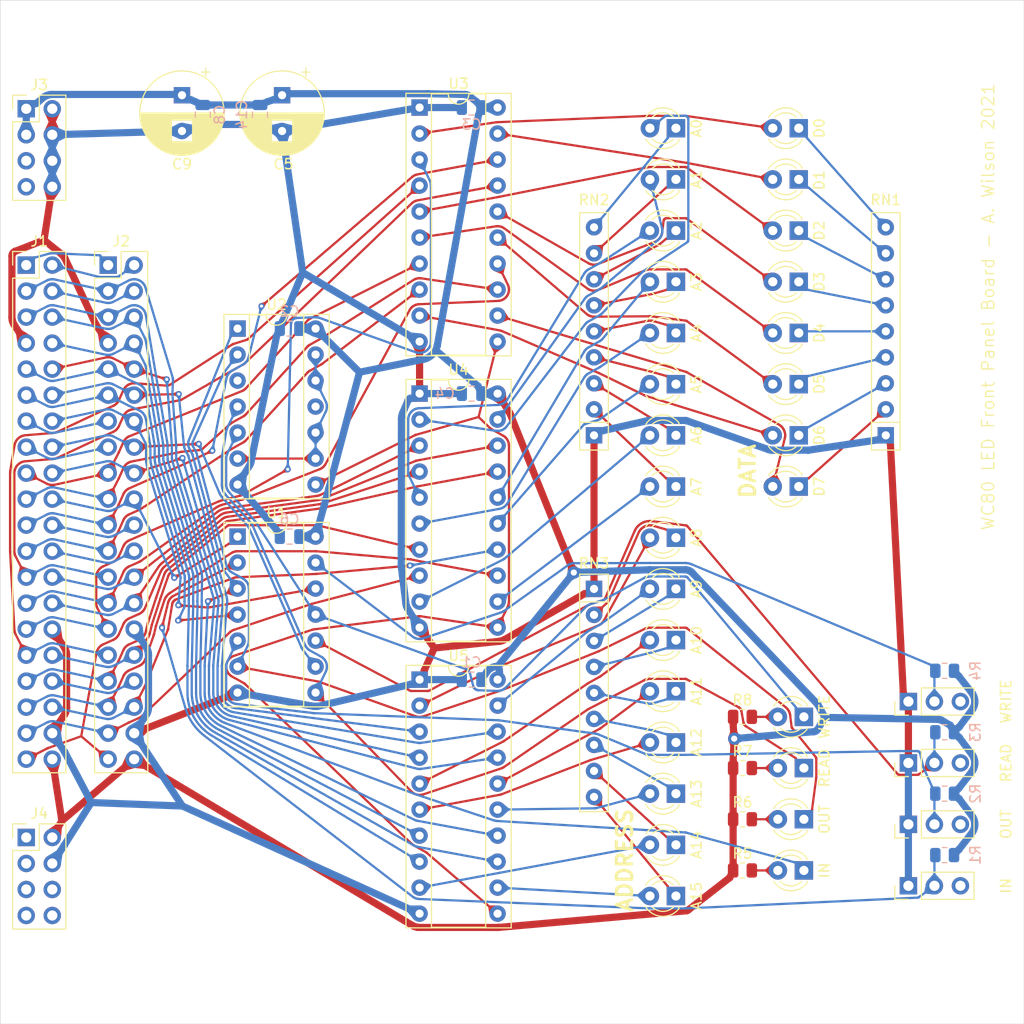
<source format=kicad_pcb>
(kicad_pcb (version 20171130) (host pcbnew "(5.1.9)-1")
  (layers (0 F.Cu signal) (31 B.Cu signal) (34 B.Paste user) (35 F.Paste user) (36 B.SilkS user) (37 F.SilkS user) (38 B.Mask user) (39 F.Mask user) (44 Edge.Cuts user))
  (net 0 "")
  (net 1 +5V)
  (net 2 F_A2)
  (net 3 GND)
  (net 4 F_A6)
  (net 5 F_A5)
  (net 6 F_A7)
  (net 7 F_A3)
  (net 8 F_A4)
  (net 9 F_D2)
  (net 10 CLK)
  (net 11 F_D0)
  (net 12 F_A1)
  (net 13 F_D5)
  (net 14 F_A0)
  (net 15 F_D3)
  (net 16 F_D6)
  (net 17 F_D1)
  (net 18 F_D7)
  (net 19 F_A9)
  (net 20 F_D4)
  (net 21 F_A8)
  (net 22 F_A11)
  (net 23 F_A14)
  (net 24 F_A15)
  (net 25 F_A12)
  (net 26 F_A13)
  (net 27 F_A10)
  (net 28 ~F_WAIT~)
  (net 29 ~F_INT~)
  (net 30 ~F_IN~)
  (net 31 ~F_READ~)
  (net 32 ~F_INUSE~)
  (net 33 ~F_WRITE~)
  (net 34 ~F_INTAK~)
  (net 35 ~F_OUT~)
  (net 36 ~F_EXMEM~)
  (net 37 ~F_MREQ~)
  (net 38 ~F_SYSRES~)
  (net 39 "Net-(D1-Pad1)")
  (net 40 "Net-(D2-Pad1)")
  (net 41 "Net-(D3-Pad1)")
  (net 42 "Net-(D4-Pad1)")
  (net 43 "Net-(D5-Pad1)")
  (net 44 "Net-(D6-Pad1)")
  (net 45 "Net-(D7-Pad1)")
  (net 46 "Net-(D8-Pad1)")
  (net 47 "Net-(D9-Pad1)")
  (net 48 "Net-(D10-Pad1)")
  (net 49 "Net-(D6-Pad2)")
  (net 50 "Net-(R1-Pad2)")
  (net 51 "Net-(R2-Pad2)")
  (net 52 "Net-(R3-Pad2)")
  (net 53 "Net-(R4-Pad2)")
  (net 54 "Net-(D1-Pad2)")
  (net 55 "Net-(D2-Pad2)")
  (net 56 "Net-(D3-Pad2)")
  (net 57 "Net-(D4-Pad2)")
  (net 58 "Net-(D5-Pad2)")
  (net 59 "Net-(D7-Pad2)")
  (net 60 "Net-(D8-Pad2)")
  (net 61 "Net-(D9-Pad2)")
  (net 62 "Net-(D10-Pad2)")
  (net 63 "Net-(D11-Pad2)")
  (net 64 "Net-(D12-Pad2)")
  (net 65 "Net-(D13-Pad2)")
  (net 66 "Net-(D14-Pad2)")
  (net 67 "Net-(D15-Pad2)")
  (net 68 "Net-(D16-Pad2)")
  (net 69 "Net-(D17-Pad2)")
  (net 70 "Net-(D18-Pad2)")
  (net 71 "Net-(D19-Pad2)")
  (net 72 "Net-(D20-Pad2)")
  (net 73 "Net-(D21-Pad2)")
  (net 74 "Net-(D22-Pad2)")
  (net 75 "Net-(D23-Pad2)")
  (net 76 "Net-(D24-Pad2)")
  (net 77 "Net-(D11-Pad1)")
  (net 78 "Net-(D12-Pad1)")
  (net 79 "Net-(D13-Pad1)")
  (net 80 "Net-(D14-Pad1)")
  (net 81 "Net-(D15-Pad1)")
  (net 82 "Net-(D16-Pad1)")
  (net 83 "Net-(D17-Pad1)")
  (net 84 "Net-(D18-Pad1)")
  (net 85 "Net-(D19-Pad1)")
  (net 86 "Net-(D20-Pad1)")
  (net 87 "Net-(D21-Pad1)")
  (net 88 "Net-(D22-Pad1)")
  (net 89 "Net-(D23-Pad1)")
  (net 90 "Net-(D24-Pad1)")
  (net 91 "Net-(U2-Pad8)")
  (net 92 "Net-(U2-Pad10)")
  (net 93 "Net-(D25-Pad2)")
  (net 94 "Net-(D25-Pad1)")
  (net 95 "Net-(D26-Pad2)")
  (net 96 "Net-(D26-Pad1)")
  (net 97 "Net-(D27-Pad2)")
  (net 98 "Net-(D27-Pad1)")
  (net 99 "Net-(D28-Pad2)")
  (net 100 "Net-(D28-Pad1)")
  (module Resistor_SMD:R_0805_2012Metric (layer F.Cu) (at 92.5 90)
    (fp_text reference R8 (at 0 -1.65) (layer F.SilkS))
    (fp_text value 470)
    (pad 2 smd roundrect (at 0.9125 0) (size 1.025 1.4) (layers F.Cu F.Paste F.Mask) (roundrect_rratio 0.243902) (net 99 "Net-(D28-Pad2)"))
    (pad 1 smd roundrect (at -0.9125 0) (size 1.025 1.4) (layers F.Cu F.Paste F.Mask) (roundrect_rratio 0.243902) (net 1 +5V))
  )
  (module Resistor_SMD:R_0805_2012Metric (layer F.Cu) (at 92.5 95)
    (fp_text reference R7 (at 0 -1.65) (layer F.SilkS))
    (fp_text value 470)
    (pad 2 smd roundrect (at 0.9125 0) (size 1.025 1.4) (layers F.Cu F.Paste F.Mask) (roundrect_rratio 0.243902) (net 97 "Net-(D27-Pad2)"))
    (pad 1 smd roundrect (at -0.9125 0) (size 1.025 1.4) (layers F.Cu F.Paste F.Mask) (roundrect_rratio 0.243902) (net 1 +5V))
  )
  (module Resistor_SMD:R_0805_2012Metric (layer F.Cu) (at 92.5 100)
    (fp_text reference R6 (at 0 -1.65) (layer F.SilkS))
    (fp_text value 470)
    (pad 2 smd roundrect (at 0.9125 0) (size 1.025 1.4) (layers F.Cu F.Paste F.Mask) (roundrect_rratio 0.243902) (net 95 "Net-(D26-Pad2)"))
    (pad 1 smd roundrect (at -0.9125 0) (size 1.025 1.4) (layers F.Cu F.Paste F.Mask) (roundrect_rratio 0.243902) (net 1 +5V))
  )
  (module Resistor_SMD:R_0805_2012Metric (layer F.Cu) (at 92.5 105)
    (fp_text reference R5 (at 0 -1.65) (layer F.SilkS))
    (fp_text value 470)
    (pad 2 smd roundrect (at 0.9125 0) (size 1.025 1.4) (layers F.Cu F.Paste F.Mask) (roundrect_rratio 0.243902) (net 93 "Net-(D25-Pad2)"))
    (pad 1 smd roundrect (at -0.9125 0) (size 1.025 1.4) (layers F.Cu F.Paste F.Mask) (roundrect_rratio 0.243902) (net 1 +5V))
  )
  (module LED_THT:LED_D3.0mm_FlatTop (layer F.Cu) (at 98.5 90 180)
    (fp_text reference D28 hide)
    (fp_text value WRITE (at -2 0 90) (layer F.SilkS))
    (pad 2 thru_hole circle (at 2.54 0 180) (size 1.8 1.8) (drill 0.9) (layers *.Cu *.Mask) (net 99 "Net-(D28-Pad2)"))
    (pad 1 thru_hole rect (at 0 0 180) (size 1.8 1.8) (drill 0.9) (layers *.Cu *.Mask) (net 100 "Net-(D28-Pad1)"))
  )
  (module LED_THT:LED_D3.0mm_FlatTop (layer F.Cu) (at 98.5 95 180)
    (fp_text reference D27 hide)
    (fp_text value READ (at -2 0 90) (layer F.SilkS))
    (pad 2 thru_hole circle (at 2.54 0 180) (size 1.8 1.8) (drill 0.9) (layers *.Cu *.Mask) (net 97 "Net-(D27-Pad2)"))
    (pad 1 thru_hole rect (at 0 0 180) (size 1.8 1.8) (drill 0.9) (layers *.Cu *.Mask) (net 98 "Net-(D27-Pad1)"))
  )
  (module LED_THT:LED_D3.0mm_FlatTop (layer F.Cu) (at 98.5 100 180)
    (fp_text reference D26 hide)
    (fp_text value OUT (at -2 0 90) (layer F.SilkS))
    (pad 2 thru_hole circle (at 2.54 0 180) (size 1.8 1.8) (drill 0.9) (layers *.Cu *.Mask) (net 95 "Net-(D26-Pad2)"))
    (pad 1 thru_hole rect (at 0 0 180) (size 1.8 1.8) (drill 0.9) (layers *.Cu *.Mask) (net 96 "Net-(D26-Pad1)"))
  )
  (module LED_THT:LED_D3.0mm_FlatTop (layer F.Cu) (at 98.5 105 180)
    (fp_text reference D25 hide)
    (fp_text value IN (at -2 0 90) (layer F.SilkS))
    (pad 2 thru_hole circle (at 2.54 0 180) (size 1.8 1.8) (drill 0.9) (layers *.Cu *.Mask) (net 93 "Net-(D25-Pad2)"))
    (pad 1 thru_hole rect (at 0 0 180) (size 1.8 1.8) (drill 0.9) (layers *.Cu *.Mask) (net 94 "Net-(D25-Pad1)"))
  )
  (module Capacitor_THT:CP_Radial_D8.0mm_P3.50mm (layer F.Cu) (at 37.752 29.274 270)
    (fp_text reference C9 (at 6.732 0) (layer F.SilkS))
    (fp_text value 470uF)
    (pad 2 thru_hole circle (at 3.5 0 270) (size 1.6 1.6) (drill 0.8) (layers *.Cu *.Mask) (net 3 GND))
    (pad 1 thru_hole rect (at 0 0 270) (size 1.6 1.6) (drill 0.8) (layers *.Cu *.Mask) (net 1 +5V))
  )
  (module Capacitor_SMD:C_0805_2012Metric (layer B.Cu) (at 39.784 31.18 270)
    (fp_text reference C8 (at 0 -1.651 90) (layer B.SilkS) (effects (justify mirror)))
    (fp_text value 100n)
    (pad 2 smd roundrect (at 0.95 0 270) (size 1 1.45) (layers B.Cu B.Paste B.Mask) (net 3 GND))
    (pad 1 smd roundrect (at -0.95 0 270) (size 1 1.45) (layers B.Cu B.Paste B.Mask) (net 1 +5V))
  )
  (module Capacitor_SMD:C_0805_2012Metric (layer B.Cu) (at 45.372 31.18 270)
    (fp_text reference C14 (at 0 1.778 90) (layer B.SilkS) (effects (justify mirror)))
    (fp_text value 100n)
    (pad 2 smd roundrect (at 0.95 0 270) (size 1 1.45) (layers B.Cu B.Paste B.Mask) (net 3 GND))
    (pad 1 smd roundrect (at -0.95 0 270) (size 1 1.45) (layers B.Cu B.Paste B.Mask) (net 1 +5V))
  )
  (module Package_DIP:DIP-14_W7.62mm_Socket (layer F.Cu) (at 43.18 52.07)
    (fp_text reference U2 (at 3.81 -2.33) (layer F.SilkS))
    (fp_text value 74LS20)
    (pad 14 thru_hole oval (at 7.62 0) (size 1.6 1.6) (drill 0.8) (layers *.Cu *.Mask) (net 1 +5V))
    (pad 7 thru_hole oval (at 0 15.24) (size 1.6 1.6) (drill 0.8) (layers *.Cu *.Mask) (net 3 GND))
    (pad 13 thru_hole oval (at 7.62 2.54) (size 1.6 1.6) (drill 0.8) (layers *.Cu *.Mask) (net 92 "Net-(U2-Pad10)"))
    (pad 6 thru_hole oval (at 0 12.7) (size 1.6 1.6) (drill 0.8) (layers *.Cu *.Mask) (net 92 "Net-(U2-Pad10)"))
    (pad 12 thru_hole oval (at 7.62 5.08) (size 1.6 1.6) (drill 0.8) (layers *.Cu *.Mask) (net 92 "Net-(U2-Pad10)"))
    (pad 5 thru_hole oval (at 0 10.16) (size 1.6 1.6) (drill 0.8) (layers *.Cu *.Mask) (net 100 "Net-(D28-Pad1)"))
    (pad 11 thru_hole oval (at 7.62 7.62) (size 1.6 1.6) (drill 0.8) (layers *.Cu *.Mask))
    (pad 4 thru_hole oval (at 0 7.62) (size 1.6 1.6) (drill 0.8) (layers *.Cu *.Mask) (net 98 "Net-(D27-Pad1)"))
    (pad 10 thru_hole oval (at 7.62 10.16) (size 1.6 1.6) (drill 0.8) (layers *.Cu *.Mask) (net 92 "Net-(U2-Pad10)"))
    (pad 3 thru_hole oval (at 0 5.08) (size 1.6 1.6) (drill 0.8) (layers *.Cu *.Mask))
    (pad 9 thru_hole oval (at 7.62 12.7) (size 1.6 1.6) (drill 0.8) (layers *.Cu *.Mask) (net 92 "Net-(U2-Pad10)"))
    (pad 2 thru_hole oval (at 0 2.54) (size 1.6 1.6) (drill 0.8) (layers *.Cu *.Mask) (net 96 "Net-(D26-Pad1)"))
    (pad 8 thru_hole oval (at 7.62 15.24) (size 1.6 1.6) (drill 0.8) (layers *.Cu *.Mask) (net 91 "Net-(U2-Pad8)"))
    (pad 1 thru_hole rect (at 0 0) (size 1.6 1.6) (drill 0.8) (layers *.Cu *.Mask) (net 94 "Net-(D25-Pad1)"))
  )
  (module Package_DIP:DIP-14_W7.62mm_Socket (layer F.Cu) (at 43.18 72.39)
    (fp_text reference U1 (at 3.81 -2.33) (layer F.SilkS))
    (fp_text value 74LS32)
    (pad 14 thru_hole oval (at 7.62 0) (size 1.6 1.6) (drill 0.8) (layers *.Cu *.Mask) (net 1 +5V))
    (pad 7 thru_hole oval (at 0 15.24) (size 1.6 1.6) (drill 0.8) (layers *.Cu *.Mask) (net 3 GND))
    (pad 13 thru_hole oval (at 7.62 2.54) (size 1.6 1.6) (drill 0.8) (layers *.Cu *.Mask) (net 53 "Net-(R4-Pad2)"))
    (pad 6 thru_hole oval (at 0 12.7) (size 1.6 1.6) (drill 0.8) (layers *.Cu *.Mask) (net 96 "Net-(D26-Pad1)"))
    (pad 12 thru_hole oval (at 7.62 5.08) (size 1.6 1.6) (drill 0.8) (layers *.Cu *.Mask) (net 33 ~F_WRITE~))
    (pad 5 thru_hole oval (at 0 10.16) (size 1.6 1.6) (drill 0.8) (layers *.Cu *.Mask) (net 51 "Net-(R2-Pad2)"))
    (pad 11 thru_hole oval (at 7.62 7.62) (size 1.6 1.6) (drill 0.8) (layers *.Cu *.Mask) (net 100 "Net-(D28-Pad1)"))
    (pad 4 thru_hole oval (at 0 7.62) (size 1.6 1.6) (drill 0.8) (layers *.Cu *.Mask) (net 35 ~F_OUT~))
    (pad 10 thru_hole oval (at 7.62 10.16) (size 1.6 1.6) (drill 0.8) (layers *.Cu *.Mask) (net 52 "Net-(R3-Pad2)"))
    (pad 3 thru_hole oval (at 0 5.08) (size 1.6 1.6) (drill 0.8) (layers *.Cu *.Mask) (net 94 "Net-(D25-Pad1)"))
    (pad 9 thru_hole oval (at 7.62 12.7) (size 1.6 1.6) (drill 0.8) (layers *.Cu *.Mask) (net 31 ~F_READ~))
    (pad 2 thru_hole oval (at 0 2.54) (size 1.6 1.6) (drill 0.8) (layers *.Cu *.Mask) (net 50 "Net-(R1-Pad2)"))
    (pad 8 thru_hole oval (at 7.62 15.24) (size 1.6 1.6) (drill 0.8) (layers *.Cu *.Mask) (net 98 "Net-(D27-Pad1)"))
    (pad 1 thru_hole rect (at 0 0) (size 1.6 1.6) (drill 0.8) (layers *.Cu *.Mask) (net 30 ~F_IN~))
  )
  (module Resistor_THT:R_Array_SIP9 (layer F.Cu) (at 78 77.5 270)
    (fp_text reference RN3 (at -2.5 0) (layer F.SilkS))
    (fp_text value 470)
    (pad 9 thru_hole oval (at 20.32 0 270) (size 1.6 1.6) (drill 0.8) (layers *.Cu *.Mask) (net 87 "Net-(D21-Pad1)"))
    (pad 8 thru_hole oval (at 17.78 0 270) (size 1.6 1.6) (drill 0.8) (layers *.Cu *.Mask) (net 86 "Net-(D20-Pad1)"))
    (pad 7 thru_hole oval (at 15.24 0 270) (size 1.6 1.6) (drill 0.8) (layers *.Cu *.Mask) (net 88 "Net-(D22-Pad1)"))
    (pad 6 thru_hole oval (at 12.7 0 270) (size 1.6 1.6) (drill 0.8) (layers *.Cu *.Mask) (net 85 "Net-(D19-Pad1)"))
    (pad 5 thru_hole oval (at 10.16 0 270) (size 1.6 1.6) (drill 0.8) (layers *.Cu *.Mask) (net 89 "Net-(D23-Pad1)"))
    (pad 4 thru_hole oval (at 7.62 0 270) (size 1.6 1.6) (drill 0.8) (layers *.Cu *.Mask) (net 84 "Net-(D18-Pad1)"))
    (pad 3 thru_hole oval (at 5.08 0 270) (size 1.6 1.6) (drill 0.8) (layers *.Cu *.Mask) (net 90 "Net-(D24-Pad1)"))
    (pad 2 thru_hole oval (at 2.54 0 270) (size 1.6 1.6) (drill 0.8) (layers *.Cu *.Mask) (net 83 "Net-(D17-Pad1)"))
    (pad 1 thru_hole rect (at 0 0 270) (size 1.6 1.6) (drill 0.8) (layers *.Cu *.Mask) (net 3 GND))
  )
  (module Resistor_THT:R_Array_SIP9 (layer F.Cu) (at 78 62.5 90)
    (fp_text reference RN2 (at 23 0) (layer F.SilkS))
    (fp_text value 470)
    (pad 9 thru_hole oval (at 20.32 0 90) (size 1.6 1.6) (drill 0.8) (layers *.Cu *.Mask) (net 47 "Net-(D9-Pad1)"))
    (pad 8 thru_hole oval (at 17.78 0 90) (size 1.6 1.6) (drill 0.8) (layers *.Cu *.Mask) (net 82 "Net-(D16-Pad1)"))
    (pad 7 thru_hole oval (at 15.24 0 90) (size 1.6 1.6) (drill 0.8) (layers *.Cu *.Mask) (net 48 "Net-(D10-Pad1)"))
    (pad 6 thru_hole oval (at 12.7 0 90) (size 1.6 1.6) (drill 0.8) (layers *.Cu *.Mask) (net 81 "Net-(D15-Pad1)"))
    (pad 5 thru_hole oval (at 10.16 0 90) (size 1.6 1.6) (drill 0.8) (layers *.Cu *.Mask) (net 77 "Net-(D11-Pad1)"))
    (pad 4 thru_hole oval (at 7.62 0 90) (size 1.6 1.6) (drill 0.8) (layers *.Cu *.Mask) (net 80 "Net-(D14-Pad1)"))
    (pad 3 thru_hole oval (at 5.08 0 90) (size 1.6 1.6) (drill 0.8) (layers *.Cu *.Mask) (net 78 "Net-(D12-Pad1)"))
    (pad 2 thru_hole oval (at 2.54 0 90) (size 1.6 1.6) (drill 0.8) (layers *.Cu *.Mask) (net 79 "Net-(D13-Pad1)"))
    (pad 1 thru_hole rect (at 0 0 90) (size 1.6 1.6) (drill 0.8) (layers *.Cu *.Mask) (net 3 GND))
  )
  (module Resistor_THT:R_Array_SIP9 (layer F.Cu) (at 106.5 62.5 90)
    (fp_text reference RN1 (at 23 0) (layer F.SilkS))
    (fp_text value 470)
    (pad 1 thru_hole rect (at 0 0 90) (size 1.6 1.6) (drill 0.8) (layers *.Cu *.Mask) (net 3 GND))
    (pad 2 thru_hole oval (at 2.54 0 90) (size 1.6 1.6) (drill 0.8) (layers *.Cu *.Mask) (net 43 "Net-(D5-Pad1)"))
    (pad 3 thru_hole oval (at 5.08 0 90) (size 1.6 1.6) (drill 0.8) (layers *.Cu *.Mask) (net 42 "Net-(D4-Pad1)"))
    (pad 4 thru_hole oval (at 7.62 0 90) (size 1.6 1.6) (drill 0.8) (layers *.Cu *.Mask) (net 44 "Net-(D6-Pad1)"))
    (pad 5 thru_hole oval (at 10.16 0 90) (size 1.6 1.6) (drill 0.8) (layers *.Cu *.Mask) (net 41 "Net-(D3-Pad1)"))
    (pad 6 thru_hole oval (at 12.7 0 90) (size 1.6 1.6) (drill 0.8) (layers *.Cu *.Mask) (net 45 "Net-(D7-Pad1)"))
    (pad 7 thru_hole oval (at 15.24 0 90) (size 1.6 1.6) (drill 0.8) (layers *.Cu *.Mask) (net 40 "Net-(D2-Pad1)"))
    (pad 8 thru_hole oval (at 17.78 0 90) (size 1.6 1.6) (drill 0.8) (layers *.Cu *.Mask) (net 46 "Net-(D8-Pad1)"))
    (pad 9 thru_hole oval (at 20.32 0 90) (size 1.6 1.6) (drill 0.8) (layers *.Cu *.Mask) (net 39 "Net-(D1-Pad1)"))
  )
  (module LED_THT:LED_D3.0mm_FlatTop (layer F.Cu) (at 86 77.5 180)
    (fp_text reference D24 hide)
    (fp_text value A9 (at -2 0 90) (layer F.SilkS))
    (pad 2 thru_hole circle (at 2.54 0 180) (size 1.8 1.8) (drill 0.9) (layers *.Cu *.Mask) (net 76 "Net-(D24-Pad2)"))
    (pad 1 thru_hole rect (at 0 0 180) (size 1.8 1.8) (drill 0.9) (layers *.Cu *.Mask) (net 90 "Net-(D24-Pad1)"))
  )
  (module LED_THT:LED_D3.0mm_FlatTop (layer F.Cu) (at 86 87.5 180)
    (fp_text reference D23 hide)
    (fp_text value A11 (at -2 0 90) (layer F.SilkS))
    (pad 2 thru_hole circle (at 2.54 0 180) (size 1.8 1.8) (drill 0.9) (layers *.Cu *.Mask) (net 75 "Net-(D23-Pad2)"))
    (pad 1 thru_hole rect (at 0 0 180) (size 1.8 1.8) (drill 0.9) (layers *.Cu *.Mask) (net 89 "Net-(D23-Pad1)"))
  )
  (module LED_THT:LED_D3.0mm_FlatTop (layer F.Cu) (at 86 97.5 180)
    (fp_text reference D22 hide)
    (fp_text value A13 (at -2 0 90) (layer F.SilkS))
    (pad 2 thru_hole circle (at 2.54 0 180) (size 1.8 1.8) (drill 0.9) (layers *.Cu *.Mask) (net 74 "Net-(D22-Pad2)"))
    (pad 1 thru_hole rect (at 0 0 180) (size 1.8 1.8) (drill 0.9) (layers *.Cu *.Mask) (net 88 "Net-(D22-Pad1)"))
  )
  (module LED_THT:LED_D3.0mm_FlatTop (layer F.Cu) (at 86 107.5 180)
    (fp_text reference D21 hide)
    (fp_text value A15 (at -2 0 90) (layer F.SilkS))
    (pad 2 thru_hole circle (at 2.54 0 180) (size 1.8 1.8) (drill 0.9) (layers *.Cu *.Mask) (net 73 "Net-(D21-Pad2)"))
    (pad 1 thru_hole rect (at 0 0 180) (size 1.8 1.8) (drill 0.9) (layers *.Cu *.Mask) (net 87 "Net-(D21-Pad1)"))
  )
  (module LED_THT:LED_D3.0mm_FlatTop (layer F.Cu) (at 86 102.5 180)
    (fp_text reference D20 hide)
    (fp_text value A14 (at -2 0 90) (layer F.SilkS))
    (pad 2 thru_hole circle (at 2.54 0 180) (size 1.8 1.8) (drill 0.9) (layers *.Cu *.Mask) (net 72 "Net-(D20-Pad2)"))
    (pad 1 thru_hole rect (at 0 0 180) (size 1.8 1.8) (drill 0.9) (layers *.Cu *.Mask) (net 86 "Net-(D20-Pad1)"))
  )
  (module LED_THT:LED_D3.0mm_FlatTop (layer F.Cu) (at 86 92.5 180)
    (fp_text reference D19 hide)
    (fp_text value A12 (at -2 0 90) (layer F.SilkS))
    (pad 2 thru_hole circle (at 2.54 0 180) (size 1.8 1.8) (drill 0.9) (layers *.Cu *.Mask) (net 71 "Net-(D19-Pad2)"))
    (pad 1 thru_hole rect (at 0 0 180) (size 1.8 1.8) (drill 0.9) (layers *.Cu *.Mask) (net 85 "Net-(D19-Pad1)"))
  )
  (module LED_THT:LED_D3.0mm_FlatTop (layer F.Cu) (at 86 82.5 180)
    (fp_text reference D18 hide)
    (fp_text value A10 (at -2 0 90) (layer F.SilkS))
    (pad 2 thru_hole circle (at 2.54 0 180) (size 1.8 1.8) (drill 0.9) (layers *.Cu *.Mask) (net 70 "Net-(D18-Pad2)"))
    (pad 1 thru_hole rect (at 0 0 180) (size 1.8 1.8) (drill 0.9) (layers *.Cu *.Mask) (net 84 "Net-(D18-Pad1)"))
  )
  (module LED_THT:LED_D3.0mm_FlatTop (layer F.Cu) (at 86 72.5 180)
    (fp_text reference D17 hide)
    (fp_text value A8 (at -2 0 90) (layer F.SilkS))
    (pad 2 thru_hole circle (at 2.54 0 180) (size 1.8 1.8) (drill 0.9) (layers *.Cu *.Mask) (net 69 "Net-(D17-Pad2)"))
    (pad 1 thru_hole rect (at 0 0 180) (size 1.8 1.8) (drill 0.9) (layers *.Cu *.Mask) (net 83 "Net-(D17-Pad1)"))
  )
  (module LED_THT:LED_D3.0mm_FlatTop (layer F.Cu) (at 86 37.5 180)
    (fp_text reference D16 hide)
    (fp_text value A1 (at -2 0 90) (layer F.SilkS))
    (pad 2 thru_hole circle (at 2.54 0 180) (size 1.8 1.8) (drill 0.9) (layers *.Cu *.Mask) (net 68 "Net-(D16-Pad2)"))
    (pad 1 thru_hole rect (at 0 0 180) (size 1.8 1.8) (drill 0.9) (layers *.Cu *.Mask) (net 82 "Net-(D16-Pad1)"))
  )
  (module LED_THT:LED_D3.0mm_FlatTop (layer F.Cu) (at 86 47.5 180)
    (fp_text reference D15 hide)
    (fp_text value A3 (at -2 0 90) (layer F.SilkS))
    (pad 2 thru_hole circle (at 2.54 0 180) (size 1.8 1.8) (drill 0.9) (layers *.Cu *.Mask) (net 67 "Net-(D15-Pad2)"))
    (pad 1 thru_hole rect (at 0 0 180) (size 1.8 1.8) (drill 0.9) (layers *.Cu *.Mask) (net 81 "Net-(D15-Pad1)"))
  )
  (module LED_THT:LED_D3.0mm_FlatTop (layer F.Cu) (at 86 57.5 180)
    (fp_text reference D14 hide)
    (fp_text value A5 (at -2 0 90) (layer F.SilkS))
    (pad 2 thru_hole circle (at 2.54 0 180) (size 1.8 1.8) (drill 0.9) (layers *.Cu *.Mask) (net 66 "Net-(D14-Pad2)"))
    (pad 1 thru_hole rect (at 0 0 180) (size 1.8 1.8) (drill 0.9) (layers *.Cu *.Mask) (net 80 "Net-(D14-Pad1)"))
  )
  (module LED_THT:LED_D3.0mm_FlatTop (layer F.Cu) (at 86 67.5 180)
    (fp_text reference D13 hide)
    (fp_text value A7 (at -2 0 90) (layer F.SilkS))
    (pad 2 thru_hole circle (at 2.54 0 180) (size 1.8 1.8) (drill 0.9) (layers *.Cu *.Mask) (net 65 "Net-(D13-Pad2)"))
    (pad 1 thru_hole rect (at 0 0 180) (size 1.8 1.8) (drill 0.9) (layers *.Cu *.Mask) (net 79 "Net-(D13-Pad1)"))
  )
  (module LED_THT:LED_D3.0mm_FlatTop (layer F.Cu) (at 86 62.5 180)
    (fp_text reference D12 hide)
    (fp_text value A6 (at -2 0 90) (layer F.SilkS))
    (pad 2 thru_hole circle (at 2.54 0 180) (size 1.8 1.8) (drill 0.9) (layers *.Cu *.Mask) (net 64 "Net-(D12-Pad2)"))
    (pad 1 thru_hole rect (at 0 0 180) (size 1.8 1.8) (drill 0.9) (layers *.Cu *.Mask) (net 78 "Net-(D12-Pad1)"))
  )
  (module LED_THT:LED_D3.0mm_FlatTop (layer F.Cu) (at 86 52.5 180)
    (fp_text reference D11 hide)
    (fp_text value A4 (at -2 0 90) (layer F.SilkS))
    (pad 2 thru_hole circle (at 2.54 0 180) (size 1.8 1.8) (drill 0.9) (layers *.Cu *.Mask) (net 63 "Net-(D11-Pad2)"))
    (pad 1 thru_hole rect (at 0 0 180) (size 1.8 1.8) (drill 0.9) (layers *.Cu *.Mask) (net 77 "Net-(D11-Pad1)"))
  )
  (module LED_THT:LED_D3.0mm_FlatTop (layer F.Cu) (at 86 42.5 180)
    (fp_text reference D10 hide)
    (fp_text value A2 (at -2 0 90) (layer F.SilkS))
    (pad 2 thru_hole circle (at 2.54 0 180) (size 1.8 1.8) (drill 0.9) (layers *.Cu *.Mask) (net 62 "Net-(D10-Pad2)"))
    (pad 1 thru_hole rect (at 0 0 180) (size 1.8 1.8) (drill 0.9) (layers *.Cu *.Mask) (net 48 "Net-(D10-Pad1)"))
  )
  (module LED_THT:LED_D3.0mm_FlatTop (layer F.Cu) (at 86 32.5 180)
    (fp_text reference D9 hide)
    (fp_text value A0 (at -2 0 90) (layer F.SilkS))
    (pad 2 thru_hole circle (at 2.54 0 180) (size 1.8 1.8) (drill 0.9) (layers *.Cu *.Mask) (net 61 "Net-(D9-Pad2)"))
    (pad 1 thru_hole rect (at 0 0 180) (size 1.8 1.8) (drill 0.9) (layers *.Cu *.Mask) (net 47 "Net-(D9-Pad1)"))
  )
  (module LED_THT:LED_D3.0mm_FlatTop (layer F.Cu) (at 98 37.5 180)
    (fp_text reference D8 hide)
    (fp_text value D1 (at -2 -0.08 90) (layer F.SilkS))
    (pad 2 thru_hole circle (at 2.54 0 180) (size 1.8 1.8) (drill 0.9) (layers *.Cu *.Mask) (net 60 "Net-(D8-Pad2)"))
    (pad 1 thru_hole rect (at 0 0 180) (size 1.8 1.8) (drill 0.9) (layers *.Cu *.Mask) (net 46 "Net-(D8-Pad1)"))
  )
  (module LED_THT:LED_D3.0mm_FlatTop (layer F.Cu) (at 98 47.5 180)
    (fp_text reference D7 hide)
    (fp_text value D3 (at -2 0 90) (layer F.SilkS))
    (pad 2 thru_hole circle (at 2.54 0 180) (size 1.8 1.8) (drill 0.9) (layers *.Cu *.Mask) (net 59 "Net-(D7-Pad2)"))
    (pad 1 thru_hole rect (at 0 0 180) (size 1.8 1.8) (drill 0.9) (layers *.Cu *.Mask) (net 45 "Net-(D7-Pad1)"))
  )
  (module LED_THT:LED_D3.0mm_FlatTop (layer F.Cu) (at 98 57.5 180)
    (fp_text reference D6 hide)
    (fp_text value D5 (at -2 0 90) (layer F.SilkS))
    (pad 2 thru_hole circle (at 2.54 0 180) (size 1.8 1.8) (drill 0.9) (layers *.Cu *.Mask) (net 49 "Net-(D6-Pad2)"))
    (pad 1 thru_hole rect (at 0 0 180) (size 1.8 1.8) (drill 0.9) (layers *.Cu *.Mask) (net 44 "Net-(D6-Pad1)"))
  )
  (module LED_THT:LED_D3.0mm_FlatTop (layer F.Cu) (at 98 67.5 180)
    (fp_text reference D5 hide)
    (fp_text value D7 (at -2 0 90) (layer F.SilkS))
    (pad 2 thru_hole circle (at 2.54 0 180) (size 1.8 1.8) (drill 0.9) (layers *.Cu *.Mask) (net 58 "Net-(D5-Pad2)"))
    (pad 1 thru_hole rect (at 0 0 180) (size 1.8 1.8) (drill 0.9) (layers *.Cu *.Mask) (net 43 "Net-(D5-Pad1)"))
  )
  (module LED_THT:LED_D3.0mm_FlatTop (layer F.Cu) (at 98 62.5 180)
    (fp_text reference D4 hide)
    (fp_text value D6 (at -2 0 90) (layer F.SilkS))
    (pad 2 thru_hole circle (at 2.54 0 180) (size 1.8 1.8) (drill 0.9) (layers *.Cu *.Mask) (net 57 "Net-(D4-Pad2)"))
    (pad 1 thru_hole rect (at 0 0 180) (size 1.8 1.8) (drill 0.9) (layers *.Cu *.Mask) (net 42 "Net-(D4-Pad1)"))
  )
  (module LED_THT:LED_D3.0mm_FlatTop (layer F.Cu) (at 98 52.5 180)
    (fp_text reference D3 hide)
    (fp_text value D4 (at -2 0 90) (layer F.SilkS))
    (pad 2 thru_hole circle (at 2.54 0 180) (size 1.8 1.8) (drill 0.9) (layers *.Cu *.Mask) (net 56 "Net-(D3-Pad2)"))
    (pad 1 thru_hole rect (at 0 0 180) (size 1.8 1.8) (drill 0.9) (layers *.Cu *.Mask) (net 41 "Net-(D3-Pad1)"))
  )
  (module LED_THT:LED_D3.0mm_FlatTop (layer F.Cu) (at 98 42.5 180)
    (fp_text reference D2 hide)
    (fp_text value D2 (at -2 0 90) (layer F.SilkS))
    (pad 2 thru_hole circle (at 2.54 0 180) (size 1.8 1.8) (drill 0.9) (layers *.Cu *.Mask) (net 55 "Net-(D2-Pad2)"))
    (pad 1 thru_hole rect (at 0 0 180) (size 1.8 1.8) (drill 0.9) (layers *.Cu *.Mask) (net 40 "Net-(D2-Pad1)"))
  )
  (module Connector_PinHeader_2.54mm:PinHeader_1x03_P2.54mm_Vertical (layer F.Cu) (at 108.71 88.5 90)
    (fp_text reference SW4 hide)
    (fp_text value WRITE (at 0 9.54 90) (layer F.SilkS))
    (pad 3 thru_hole oval (at 0 5.08 90) (size 1.7 1.7) (drill 1) (layers *.Cu *.Mask))
    (pad 2 thru_hole oval (at 0 2.54 90) (size 1.7 1.7) (drill 1) (layers *.Cu *.Mask) (net 53 "Net-(R4-Pad2)"))
    (pad 1 thru_hole rect (at 0 0 90) (size 1.7 1.7) (drill 1) (layers *.Cu *.Mask) (net 3 GND))
  )
  (module Connector_PinHeader_2.54mm:PinHeader_1x03_P2.54mm_Vertical (layer F.Cu) (at 108.71 94.5 90)
    (fp_text reference SW3 hide)
    (fp_text value READ (at 0 9.54 90) (layer F.SilkS))
    (pad 3 thru_hole oval (at 0 5.08 90) (size 1.7 1.7) (drill 1) (layers *.Cu *.Mask))
    (pad 2 thru_hole oval (at 0 2.54 90) (size 1.7 1.7) (drill 1) (layers *.Cu *.Mask) (net 52 "Net-(R3-Pad2)"))
    (pad 1 thru_hole rect (at 0 0 90) (size 1.7 1.7) (drill 1) (layers *.Cu *.Mask) (net 3 GND))
  )
  (module Connector_PinHeader_2.54mm:PinHeader_1x03_P2.54mm_Vertical (layer F.Cu) (at 108.71 100.5 90)
    (fp_text reference SW2 hide)
    (fp_text value OUT (at 0 9.54 90) (layer F.SilkS))
    (pad 3 thru_hole oval (at 0 5.08 90) (size 1.7 1.7) (drill 1) (layers *.Cu *.Mask))
    (pad 2 thru_hole oval (at 0 2.54 90) (size 1.7 1.7) (drill 1) (layers *.Cu *.Mask) (net 51 "Net-(R2-Pad2)"))
    (pad 1 thru_hole rect (at 0 0 90) (size 1.7 1.7) (drill 1) (layers *.Cu *.Mask) (net 3 GND))
  )
  (module Connector_PinHeader_2.54mm:PinHeader_1x03_P2.54mm_Vertical (layer F.Cu) (at 108.71 106.5 90)
    (fp_text reference SW1 hide)
    (fp_text value IN (at 0 9.54 90) (layer F.SilkS))
    (pad 3 thru_hole oval (at 0 5.08 90) (size 1.7 1.7) (drill 1) (layers *.Cu *.Mask))
    (pad 2 thru_hole oval (at 0 2.54 90) (size 1.7 1.7) (drill 1) (layers *.Cu *.Mask) (net 50 "Net-(R1-Pad2)"))
    (pad 1 thru_hole rect (at 0 0 90) (size 1.7 1.7) (drill 1) (layers *.Cu *.Mask) (net 3 GND))
  )
  (module Resistor_SMD:R_0805_2012Metric (layer B.Cu) (at 112.25 85.5 180)
    (fp_text reference R4 (at -3 0 270) (layer B.SilkS) (effects (justify mirror)))
    (fp_text value 4.7K)
    (pad 2 smd roundrect (at 0.9125 0 180) (size 1.025 1.4) (layers B.Cu B.Paste B.Mask) (roundrect_rratio 0.243902) (net 53 "Net-(R4-Pad2)"))
    (pad 1 smd roundrect (at -0.9125 0 180) (size 1.025 1.4) (layers B.Cu B.Paste B.Mask) (roundrect_rratio 0.243902) (net 1 +5V))
  )
  (module Resistor_SMD:R_0805_2012Metric (layer B.Cu) (at 112.25 91.5 180)
    (fp_text reference R3 (at -3 0 270) (layer B.SilkS) (effects (justify mirror)))
    (fp_text value 4.7K)
    (pad 2 smd roundrect (at 0.9125 0 180) (size 1.025 1.4) (layers B.Cu B.Paste B.Mask) (roundrect_rratio 0.243902) (net 52 "Net-(R3-Pad2)"))
    (pad 1 smd roundrect (at -0.9125 0 180) (size 1.025 1.4) (layers B.Cu B.Paste B.Mask) (roundrect_rratio 0.243902) (net 1 +5V))
  )
  (module Resistor_SMD:R_0805_2012Metric (layer B.Cu) (at 112.25 97.5 180)
    (fp_text reference R2 (at -3 0 270) (layer B.SilkS) (effects (justify mirror)))
    (fp_text value 4.7K)
    (pad 2 smd roundrect (at 0.9125 0 180) (size 1.025 1.4) (layers B.Cu B.Paste B.Mask) (roundrect_rratio 0.243902) (net 51 "Net-(R2-Pad2)"))
    (pad 1 smd roundrect (at -0.9125 0 180) (size 1.025 1.4) (layers B.Cu B.Paste B.Mask) (roundrect_rratio 0.243902) (net 1 +5V))
  )
  (module Resistor_SMD:R_0805_2012Metric (layer B.Cu) (at 112.25 103.5 180)
    (fp_text reference R1 (at -3 0 270) (layer B.SilkS) (effects (justify mirror)))
    (fp_text value 4.7K)
    (pad 2 smd roundrect (at 0.9125 0 180) (size 1.025 1.4) (layers B.Cu B.Paste B.Mask) (roundrect_rratio 0.243902) (net 50 "Net-(R1-Pad2)"))
    (pad 1 smd roundrect (at -0.9125 0 180) (size 1.025 1.4) (layers B.Cu B.Paste B.Mask) (roundrect_rratio 0.243902) (net 1 +5V))
  )
  (module Package_DIP:DIP-20_W7.62mm_Socket (layer F.Cu) (at 60.96 86.36)
    (fp_text reference U5 (at 3.81 -2.33) (layer F.SilkS))
    (fp_text value 74LS374)
    (pad 20 thru_hole oval (at 7.62 0) (size 1.6 1.6) (drill 0.8) (layers *.Cu *.Mask) (net 1 +5V))
    (pad 10 thru_hole oval (at 0 22.86) (size 1.6 1.6) (drill 0.8) (layers *.Cu *.Mask) (net 3 GND))
    (pad 19 thru_hole oval (at 7.62 2.54) (size 1.6 1.6) (drill 0.8) (layers *.Cu *.Mask) (net 76 "Net-(D24-Pad2)"))
    (pad 9 thru_hole oval (at 0 20.32) (size 1.6 1.6) (drill 0.8) (layers *.Cu *.Mask) (net 72 "Net-(D20-Pad2)"))
    (pad 18 thru_hole oval (at 7.62 5.08) (size 1.6 1.6) (drill 0.8) (layers *.Cu *.Mask) (net 19 F_A9))
    (pad 8 thru_hole oval (at 0 17.78) (size 1.6 1.6) (drill 0.8) (layers *.Cu *.Mask) (net 23 F_A14))
    (pad 17 thru_hole oval (at 7.62 7.62) (size 1.6 1.6) (drill 0.8) (layers *.Cu *.Mask) (net 22 F_A11))
    (pad 7 thru_hole oval (at 0 15.24) (size 1.6 1.6) (drill 0.8) (layers *.Cu *.Mask) (net 25 F_A12))
    (pad 16 thru_hole oval (at 7.62 10.16) (size 1.6 1.6) (drill 0.8) (layers *.Cu *.Mask) (net 75 "Net-(D23-Pad2)"))
    (pad 6 thru_hole oval (at 0 12.7) (size 1.6 1.6) (drill 0.8) (layers *.Cu *.Mask) (net 71 "Net-(D19-Pad2)"))
    (pad 15 thru_hole oval (at 7.62 12.7) (size 1.6 1.6) (drill 0.8) (layers *.Cu *.Mask) (net 74 "Net-(D22-Pad2)"))
    (pad 5 thru_hole oval (at 0 10.16) (size 1.6 1.6) (drill 0.8) (layers *.Cu *.Mask) (net 70 "Net-(D18-Pad2)"))
    (pad 14 thru_hole oval (at 7.62 15.24) (size 1.6 1.6) (drill 0.8) (layers *.Cu *.Mask) (net 26 F_A13))
    (pad 4 thru_hole oval (at 0 7.62) (size 1.6 1.6) (drill 0.8) (layers *.Cu *.Mask) (net 27 F_A10))
    (pad 13 thru_hole oval (at 7.62 17.78) (size 1.6 1.6) (drill 0.8) (layers *.Cu *.Mask) (net 24 F_A15))
    (pad 3 thru_hole oval (at 0 5.08) (size 1.6 1.6) (drill 0.8) (layers *.Cu *.Mask) (net 21 F_A8))
    (pad 12 thru_hole oval (at 7.62 20.32) (size 1.6 1.6) (drill 0.8) (layers *.Cu *.Mask) (net 73 "Net-(D21-Pad2)"))
    (pad 2 thru_hole oval (at 0 2.54) (size 1.6 1.6) (drill 0.8) (layers *.Cu *.Mask) (net 69 "Net-(D17-Pad2)"))
    (pad 11 thru_hole oval (at 7.62 22.86) (size 1.6 1.6) (drill 0.8) (layers *.Cu *.Mask) (net 91 "Net-(U2-Pad8)"))
    (pad 1 thru_hole rect (at 0 0) (size 1.6 1.6) (drill 0.8) (layers *.Cu *.Mask) (net 3 GND))
  )
  (module Package_DIP:DIP-20_W7.62mm_Socket (layer F.Cu) (at 60.96 58.42)
    (fp_text reference U4 (at 3.81 -2.33) (layer F.SilkS))
    (fp_text value 74LS374)
    (pad 20 thru_hole oval (at 7.62 0) (size 1.6 1.6) (drill 0.8) (layers *.Cu *.Mask) (net 1 +5V))
    (pad 10 thru_hole oval (at 0 22.86) (size 1.6 1.6) (drill 0.8) (layers *.Cu *.Mask) (net 3 GND))
    (pad 19 thru_hole oval (at 7.62 2.54) (size 1.6 1.6) (drill 0.8) (layers *.Cu *.Mask) (net 68 "Net-(D16-Pad2)"))
    (pad 9 thru_hole oval (at 0 20.32) (size 1.6 1.6) (drill 0.8) (layers *.Cu *.Mask) (net 64 "Net-(D12-Pad2)"))
    (pad 18 thru_hole oval (at 7.62 5.08) (size 1.6 1.6) (drill 0.8) (layers *.Cu *.Mask) (net 12 F_A1))
    (pad 8 thru_hole oval (at 0 17.78) (size 1.6 1.6) (drill 0.8) (layers *.Cu *.Mask) (net 4 F_A6))
    (pad 17 thru_hole oval (at 7.62 7.62) (size 1.6 1.6) (drill 0.8) (layers *.Cu *.Mask) (net 7 F_A3))
    (pad 7 thru_hole oval (at 0 15.24) (size 1.6 1.6) (drill 0.8) (layers *.Cu *.Mask) (net 8 F_A4))
    (pad 16 thru_hole oval (at 7.62 10.16) (size 1.6 1.6) (drill 0.8) (layers *.Cu *.Mask) (net 67 "Net-(D15-Pad2)"))
    (pad 6 thru_hole oval (at 0 12.7) (size 1.6 1.6) (drill 0.8) (layers *.Cu *.Mask) (net 63 "Net-(D11-Pad2)"))
    (pad 15 thru_hole oval (at 7.62 12.7) (size 1.6 1.6) (drill 0.8) (layers *.Cu *.Mask) (net 66 "Net-(D14-Pad2)"))
    (pad 5 thru_hole oval (at 0 10.16) (size 1.6 1.6) (drill 0.8) (layers *.Cu *.Mask) (net 62 "Net-(D10-Pad2)"))
    (pad 14 thru_hole oval (at 7.62 15.24) (size 1.6 1.6) (drill 0.8) (layers *.Cu *.Mask) (net 5 F_A5))
    (pad 4 thru_hole oval (at 0 7.62) (size 1.6 1.6) (drill 0.8) (layers *.Cu *.Mask) (net 2 F_A2))
    (pad 13 thru_hole oval (at 7.62 17.78) (size 1.6 1.6) (drill 0.8) (layers *.Cu *.Mask) (net 6 F_A7))
    (pad 3 thru_hole oval (at 0 5.08) (size 1.6 1.6) (drill 0.8) (layers *.Cu *.Mask) (net 14 F_A0))
    (pad 12 thru_hole oval (at 7.62 20.32) (size 1.6 1.6) (drill 0.8) (layers *.Cu *.Mask) (net 65 "Net-(D13-Pad2)"))
    (pad 2 thru_hole oval (at 0 2.54) (size 1.6 1.6) (drill 0.8) (layers *.Cu *.Mask) (net 61 "Net-(D9-Pad2)"))
    (pad 11 thru_hole oval (at 7.62 22.86) (size 1.6 1.6) (drill 0.8) (layers *.Cu *.Mask) (net 91 "Net-(U2-Pad8)"))
    (pad 1 thru_hole rect (at 0 0) (size 1.6 1.6) (drill 0.8) (layers *.Cu *.Mask) (net 3 GND))
  )
  (module Package_DIP:DIP-20_W7.62mm_Socket (layer F.Cu) (at 60.96 30.48)
    (fp_text reference U3 (at 3.81 -2.33) (layer F.SilkS))
    (fp_text value 74LS374)
    (pad 20 thru_hole oval (at 7.62 0) (size 1.6 1.6) (drill 0.8) (layers *.Cu *.Mask) (net 1 +5V))
    (pad 10 thru_hole oval (at 0 22.86) (size 1.6 1.6) (drill 0.8) (layers *.Cu *.Mask) (net 3 GND))
    (pad 19 thru_hole oval (at 7.62 2.54) (size 1.6 1.6) (drill 0.8) (layers *.Cu *.Mask) (net 60 "Net-(D8-Pad2)"))
    (pad 9 thru_hole oval (at 0 20.32) (size 1.6 1.6) (drill 0.8) (layers *.Cu *.Mask) (net 57 "Net-(D4-Pad2)"))
    (pad 18 thru_hole oval (at 7.62 5.08) (size 1.6 1.6) (drill 0.8) (layers *.Cu *.Mask) (net 17 F_D1))
    (pad 8 thru_hole oval (at 0 17.78) (size 1.6 1.6) (drill 0.8) (layers *.Cu *.Mask) (net 16 F_D6))
    (pad 17 thru_hole oval (at 7.62 7.62) (size 1.6 1.6) (drill 0.8) (layers *.Cu *.Mask) (net 15 F_D3))
    (pad 7 thru_hole oval (at 0 15.24) (size 1.6 1.6) (drill 0.8) (layers *.Cu *.Mask) (net 20 F_D4))
    (pad 16 thru_hole oval (at 7.62 10.16) (size 1.6 1.6) (drill 0.8) (layers *.Cu *.Mask) (net 59 "Net-(D7-Pad2)"))
    (pad 6 thru_hole oval (at 0 12.7) (size 1.6 1.6) (drill 0.8) (layers *.Cu *.Mask) (net 56 "Net-(D3-Pad2)"))
    (pad 15 thru_hole oval (at 7.62 12.7) (size 1.6 1.6) (drill 0.8) (layers *.Cu *.Mask) (net 49 "Net-(D6-Pad2)"))
    (pad 5 thru_hole oval (at 0 10.16) (size 1.6 1.6) (drill 0.8) (layers *.Cu *.Mask) (net 55 "Net-(D2-Pad2)"))
    (pad 14 thru_hole oval (at 7.62 15.24) (size 1.6 1.6) (drill 0.8) (layers *.Cu *.Mask) (net 13 F_D5))
    (pad 4 thru_hole oval (at 0 7.62) (size 1.6 1.6) (drill 0.8) (layers *.Cu *.Mask) (net 9 F_D2))
    (pad 13 thru_hole oval (at 7.62 17.78) (size 1.6 1.6) (drill 0.8) (layers *.Cu *.Mask) (net 18 F_D7))
    (pad 3 thru_hole oval (at 0 5.08) (size 1.6 1.6) (drill 0.8) (layers *.Cu *.Mask) (net 11 F_D0))
    (pad 12 thru_hole oval (at 7.62 20.32) (size 1.6 1.6) (drill 0.8) (layers *.Cu *.Mask) (net 58 "Net-(D5-Pad2)"))
    (pad 2 thru_hole oval (at 0 2.54) (size 1.6 1.6) (drill 0.8) (layers *.Cu *.Mask) (net 54 "Net-(D1-Pad2)"))
    (pad 11 thru_hole oval (at 7.62 22.86) (size 1.6 1.6) (drill 0.8) (layers *.Cu *.Mask) (net 91 "Net-(U2-Pad8)"))
    (pad 1 thru_hole rect (at 0 0) (size 1.6 1.6) (drill 0.8) (layers *.Cu *.Mask) (net 3 GND))
  )
  (module MountingHole:MountingHole_3.2mm_M3_DIN965 (layer F.Cu) (at 23.5 116.5)
    (fp_text reference H4 hide)
    (fp_text value MountingHole hide)
    (pad 1 np_thru_hole circle (at 0 0) (size 3.2 3.2) (drill 3.2) (layers *.Cu *.Mask))
  )
  (module MountingHole:MountingHole_3.2mm_M3_DIN965 (layer F.Cu) (at 116.5 116.5)
    (fp_text reference H3 hide)
    (fp_text value MountingHole hide)
    (pad 1 np_thru_hole circle (at 0 0) (size 3.2 3.2) (drill 3.2) (layers *.Cu *.Mask))
  )
  (module MountingHole:MountingHole_3.2mm_M3_DIN965 (layer F.Cu) (at 23.5 23.5)
    (fp_text reference H2 hide)
    (fp_text value MountingHole hide)
    (pad 1 np_thru_hole circle (at 0 0) (size 3.2 3.2) (drill 3.2) (layers *.Cu *.Mask))
  )
  (module MountingHole:MountingHole_3.2mm_M3_DIN965 (layer F.Cu) (at 116.5 23.5)
    (fp_text reference H1 hide)
    (fp_text value MountingHole hide)
    (pad 1 np_thru_hole circle (at 0 0) (size 3.2 3.2) (drill 3.2) (layers *.Cu *.Mask))
  )
  (module LED_THT:LED_D3.0mm_FlatTop (layer F.Cu) (at 98 32.5 180)
    (fp_text reference D1 hide)
    (fp_text value D0 (at -2 0 90) (layer F.SilkS))
    (pad 2 thru_hole circle (at 2.54 0 180) (size 1.8 1.8) (drill 0.9) (layers *.Cu *.Mask) (net 54 "Net-(D1-Pad2)"))
    (pad 1 thru_hole rect (at 0 0 180) (size 1.8 1.8) (drill 0.9) (layers *.Cu *.Mask) (net 39 "Net-(D1-Pad1)"))
  )
  (module Capacitor_SMD:C_0805_2012Metric (layer B.Cu) (at 48.26 72.39 180)
    (fp_text reference C6 (at 0 1.68) (layer B.SilkS) (effects (justify mirror)))
    (fp_text value 100n)
    (pad 2 smd roundrect (at 0.95 0 180) (size 1 1.45) (layers B.Cu B.Paste B.Mask) (net 3 GND))
    (pad 1 smd roundrect (at -0.95 0 180) (size 1 1.45) (layers B.Cu B.Paste B.Mask) (net 1 +5V))
  )
  (module Capacitor_THT:CP_Radial_D8.0mm_P3.50mm (layer F.Cu) (at 47.531 29.274 270)
    (fp_text reference C5 (at 6.732 -0.127) (layer F.SilkS))
    (fp_text value 470uF)
    (pad 2 thru_hole circle (at 3.5 0 270) (size 1.6 1.6) (drill 0.8) (layers *.Cu *.Mask) (net 3 GND))
    (pad 1 thru_hole rect (at 0 0 270) (size 1.6 1.6) (drill 0.8) (layers *.Cu *.Mask) (net 1 +5V))
  )
  (module Connector_PinHeader_2.54mm:PinHeader_2x04_P2.54mm_Vertical (layer F.Cu) (at 22.54 30.6)
    (fp_text reference J3 (at 1.27 -2.33) (layer F.SilkS))
    (fp_text value Conn_02x04_Odd_Even)
    (pad 1 thru_hole rect (at 0 0) (size 1.7 1.7) (drill 1) (layers *.Cu *.Mask) (net 1 +5V))
    (pad 2 thru_hole oval (at 2.54 0) (size 1.7 1.7) (drill 1) (layers *.Cu *.Mask) (net 3 GND))
    (pad 3 thru_hole oval (at 0 2.54) (size 1.7 1.7) (drill 1) (layers *.Cu *.Mask) (net 1 +5V))
    (pad 4 thru_hole oval (at 2.54 2.54) (size 1.7 1.7) (drill 1) (layers *.Cu *.Mask) (net 3 GND))
    (pad 5 thru_hole oval (at 0 5.08) (size 1.7 1.7) (drill 1) (layers *.Cu *.Mask))
    (pad 6 thru_hole oval (at 2.54 5.08) (size 1.7 1.7) (drill 1) (layers *.Cu *.Mask) (net 3 GND))
    (pad 7 thru_hole oval (at 0 7.62) (size 1.7 1.7) (drill 1) (layers *.Cu *.Mask))
    (pad 8 thru_hole oval (at 2.54 7.62) (size 1.7 1.7) (drill 1) (layers *.Cu *.Mask) (net 3 GND))
  )
  (module Connector_PinHeader_2.54mm:PinHeader_2x04_P2.54mm_Vertical (layer F.Cu) (at 22.54 101.78)
    (fp_text reference J4 (at 1.27 -2.33) (layer F.SilkS))
    (fp_text value Conn_02x04_Odd_Even)
    (pad 8 thru_hole oval (at 2.54 7.62) (size 1.7 1.7) (drill 1) (layers *.Cu *.Mask))
    (pad 7 thru_hole oval (at 0 7.62) (size 1.7 1.7) (drill 1) (layers *.Cu *.Mask))
    (pad 6 thru_hole oval (at 2.54 5.08) (size 1.7 1.7) (drill 1) (layers *.Cu *.Mask))
    (pad 5 thru_hole oval (at 0 5.08) (size 1.7 1.7) (drill 1) (layers *.Cu *.Mask))
    (pad 4 thru_hole oval (at 2.54 2.54) (size 1.7 1.7) (drill 1) (layers *.Cu *.Mask) (net 3 GND))
    (pad 3 thru_hole oval (at 0 2.54) (size 1.7 1.7) (drill 1) (layers *.Cu *.Mask))
    (pad 2 thru_hole oval (at 2.54 0) (size 1.7 1.7) (drill 1) (layers *.Cu *.Mask) (net 1 +5V))
    (pad 1 thru_hole rect (at 0 0) (size 1.7 1.7) (drill 1) (layers *.Cu *.Mask))
  )
  (module Connector_PinHeader_2.54mm:PinHeader_2x20_P2.54mm_Vertical (layer F.Cu) (at 30.54 45.87)
    (fp_text reference J2 (at 1.27 -2.33) (layer F.SilkS))
    (fp_text value TRS80W-header)
    (pad 40 thru_hole oval (at 2.54 48.26) (size 1.7 1.7) (drill 1) (layers *.Cu *.Mask) (net 1 +5V))
    (pad 39 thru_hole oval (at 0 48.26) (size 1.7 1.7) (drill 1) (layers *.Cu *.Mask) (net 2 F_A2))
    (pad 38 thru_hole oval (at 2.54 45.72) (size 1.7 1.7) (drill 1) (layers *.Cu *.Mask) (net 3 GND))
    (pad 37 thru_hole oval (at 0 45.72) (size 1.7 1.7) (drill 1) (layers *.Cu *.Mask) (net 4 F_A6))
    (pad 36 thru_hole oval (at 2.54 43.18) (size 1.7 1.7) (drill 1) (layers *.Cu *.Mask) (net 5 F_A5))
    (pad 35 thru_hole oval (at 0 43.18) (size 1.7 1.7) (drill 1) (layers *.Cu *.Mask) (net 6 F_A7))
    (pad 34 thru_hole oval (at 2.54 40.64) (size 1.7 1.7) (drill 1) (layers *.Cu *.Mask) (net 28 ~F_WAIT~))
    (pad 33 thru_hole oval (at 0 40.64) (size 1.7 1.7) (drill 1) (layers *.Cu *.Mask) (net 7 F_A3))
    (pad 32 thru_hole oval (at 2.54 38.1) (size 1.7 1.7) (drill 1) (layers *.Cu *.Mask) (net 8 F_A4))
    (pad 31 thru_hole oval (at 0 38.1) (size 1.7 1.7) (drill 1) (layers *.Cu *.Mask) (net 9 F_D2))
    (pad 30 thru_hole oval (at 2.54 35.56) (size 1.7 1.7) (drill 1) (layers *.Cu *.Mask) (net 3 GND))
    (pad 29 thru_hole oval (at 0 35.56) (size 1.7 1.7) (drill 1) (layers *.Cu *.Mask) (net 11 F_D0))
    (pad 28 thru_hole oval (at 2.54 33.02) (size 1.7 1.7) (drill 1) (layers *.Cu *.Mask) (net 12 F_A1))
    (pad 27 thru_hole oval (at 0 33.02) (size 1.7 1.7) (drill 1) (layers *.Cu *.Mask) (net 13 F_D5))
    (pad 26 thru_hole oval (at 2.54 30.48) (size 1.7 1.7) (drill 1) (layers *.Cu *.Mask) (net 14 F_A0))
    (pad 25 thru_hole oval (at 0 30.48) (size 1.7 1.7) (drill 1) (layers *.Cu *.Mask) (net 15 F_D3))
    (pad 24 thru_hole oval (at 2.54 27.94) (size 1.7 1.7) (drill 1) (layers *.Cu *.Mask) (net 10 CLK))
    (pad 23 thru_hole oval (at 0 27.94) (size 1.7 1.7) (drill 1) (layers *.Cu *.Mask) (net 16 F_D6))
    (pad 22 thru_hole oval (at 2.54 25.4) (size 1.7 1.7) (drill 1) (layers *.Cu *.Mask) (net 29 ~F_INT~))
    (pad 21 thru_hole oval (at 0 25.4) (size 1.7 1.7) (drill 1) (layers *.Cu *.Mask) (net 17 F_D1))
    (pad 20 thru_hole oval (at 2.54 22.86) (size 1.7 1.7) (drill 1) (layers *.Cu *.Mask) (net 30 ~F_IN~))
    (pad 19 thru_hole oval (at 0 22.86) (size 1.7 1.7) (drill 1) (layers *.Cu *.Mask) (net 18 F_D7))
    (pad 18 thru_hole oval (at 2.54 20.32) (size 1.7 1.7) (drill 1) (layers *.Cu *.Mask) (net 19 F_A9))
    (pad 17 thru_hole oval (at 0 20.32) (size 1.7 1.7) (drill 1) (layers *.Cu *.Mask) (net 20 F_D4))
    (pad 16 thru_hole oval (at 2.54 17.78) (size 1.7 1.7) (drill 1) (layers *.Cu *.Mask) (net 31 ~F_READ~))
    (pad 15 thru_hole oval (at 0 17.78) (size 1.7 1.7) (drill 1) (layers *.Cu *.Mask) (net 32 ~F_INUSE~))
    (pad 14 thru_hole oval (at 2.54 15.24) (size 1.7 1.7) (drill 1) (layers *.Cu *.Mask) (net 33 ~F_WRITE~))
    (pad 13 thru_hole oval (at 0 15.24) (size 1.7 1.7) (drill 1) (layers *.Cu *.Mask) (net 34 ~F_INTAK~))
    (pad 12 thru_hole oval (at 2.54 12.7) (size 1.7 1.7) (drill 1) (layers *.Cu *.Mask) (net 21 F_A8))
    (pad 11 thru_hole oval (at 0 12.7) (size 1.7 1.7) (drill 1) (layers *.Cu *.Mask) (net 35 ~F_OUT~))
    (pad 10 thru_hole oval (at 2.54 10.16) (size 1.7 1.7) (drill 1) (layers *.Cu *.Mask) (net 22 F_A11))
    (pad 9 thru_hole oval (at 0 10.16) (size 1.7 1.7) (drill 1) (layers *.Cu *.Mask) (net 23 F_A14))
    (pad 8 thru_hole oval (at 2.54 7.62) (size 1.7 1.7) (drill 1) (layers *.Cu *.Mask) (net 24 F_A15))
    (pad 7 thru_hole oval (at 0 7.62) (size 1.7 1.7) (drill 1) (layers *.Cu *.Mask) (net 3 GND))
    (pad 6 thru_hole oval (at 2.54 5.08) (size 1.7 1.7) (drill 1) (layers *.Cu *.Mask) (net 25 F_A12))
    (pad 5 thru_hole oval (at 0 5.08) (size 1.7 1.7) (drill 1) (layers *.Cu *.Mask) (net 26 F_A13))
    (pad 4 thru_hole oval (at 2.54 2.54) (size 1.7 1.7) (drill 1) (layers *.Cu *.Mask) (net 36 ~F_EXMEM~))
    (pad 3 thru_hole oval (at 0 2.54) (size 1.7 1.7) (drill 1) (layers *.Cu *.Mask) (net 27 F_A10))
    (pad 2 thru_hole oval (at 2.54 0) (size 1.7 1.7) (drill 1) (layers *.Cu *.Mask) (net 37 ~F_MREQ~))
    (pad 1 thru_hole rect (at 0 0) (size 1.7 1.7) (drill 1) (layers *.Cu *.Mask) (net 38 ~F_SYSRES~))
  )
  (module Capacitor_SMD:C_0805_2012Metric (layer B.Cu) (at 66.04 58.42 180)
    (fp_text reference C4 (at 2.606 0) (layer B.SilkS) (effects (justify mirror)))
    (fp_text value 100n)
    (pad 2 smd roundrect (at 0.95 0 180) (size 1 1.45) (layers B.Cu B.Paste B.Mask) (net 3 GND))
    (pad 1 smd roundrect (at -0.95 0 180) (size 1 1.45) (layers B.Cu B.Paste B.Mask) (net 1 +5V))
  )
  (module Capacitor_SMD:C_0805_2012Metric (layer B.Cu) (at 66.04 30.48 180)
    (fp_text reference C3 (at 0 -1.651) (layer B.SilkS) (effects (justify mirror)))
    (fp_text value 100n)
    (pad 2 smd roundrect (at 0.95 0 180) (size 1 1.45) (layers B.Cu B.Paste B.Mask) (net 3 GND))
    (pad 1 smd roundrect (at -0.95 0 180) (size 1 1.45) (layers B.Cu B.Paste B.Mask) (net 1 +5V))
  )
  (module Capacitor_SMD:C_0805_2012Metric (layer B.Cu) (at 48.26 52.07 180)
    (fp_text reference C2 (at 0 1.68) (layer B.SilkS) (effects (justify mirror)))
    (fp_text value 100n)
    (pad 2 smd roundrect (at 0.95 0 180) (size 1 1.45) (layers B.Cu B.Paste B.Mask) (net 3 GND))
    (pad 1 smd roundrect (at -0.95 0 180) (size 1 1.45) (layers B.Cu B.Paste B.Mask) (net 1 +5V))
  )
  (module Capacitor_SMD:C_0805_2012Metric (layer B.Cu) (at 66.04 86.36 180)
    (fp_text reference C1 (at 0 1.68) (layer B.SilkS) (effects (justify mirror)))
    (fp_text value 100n)
    (pad 2 smd roundrect (at 0.95 0 180) (size 1 1.45) (layers B.Cu B.Paste B.Mask) (net 3 GND))
    (pad 1 smd roundrect (at -0.95 0 180) (size 1 1.45) (layers B.Cu B.Paste B.Mask) (net 1 +5V))
  )
  (module Connector_PinHeader_2.54mm:PinHeader_2x20_P2.54mm_Vertical (layer F.Cu) (at 22.54 45.87)
    (fp_text reference J1 (at 1.27 -2.33) (layer F.SilkS))
    (fp_text value TRS80W-header)
    (pad 40 thru_hole oval (at 2.54 48.26) (size 1.7 1.7) (drill 1) (layers *.Cu *.Mask) (net 1 +5V))
    (pad 39 thru_hole oval (at 0 48.26) (size 1.7 1.7) (drill 1) (layers *.Cu *.Mask) (net 2 F_A2))
    (pad 38 thru_hole oval (at 2.54 45.72) (size 1.7 1.7) (drill 1) (layers *.Cu *.Mask) (net 3 GND))
    (pad 37 thru_hole oval (at 0 45.72) (size 1.7 1.7) (drill 1) (layers *.Cu *.Mask) (net 4 F_A6))
    (pad 36 thru_hole oval (at 2.54 43.18) (size 1.7 1.7) (drill 1) (layers *.Cu *.Mask) (net 5 F_A5))
    (pad 35 thru_hole oval (at 0 43.18) (size 1.7 1.7) (drill 1) (layers *.Cu *.Mask) (net 6 F_A7))
    (pad 34 thru_hole oval (at 2.54 40.64) (size 1.7 1.7) (drill 1) (layers *.Cu *.Mask) (net 28 ~F_WAIT~))
    (pad 33 thru_hole oval (at 0 40.64) (size 1.7 1.7) (drill 1) (layers *.Cu *.Mask) (net 7 F_A3))
    (pad 32 thru_hole oval (at 2.54 38.1) (size 1.7 1.7) (drill 1) (layers *.Cu *.Mask) (net 8 F_A4))
    (pad 31 thru_hole oval (at 0 38.1) (size 1.7 1.7) (drill 1) (layers *.Cu *.Mask) (net 9 F_D2))
    (pad 30 thru_hole oval (at 2.54 35.56) (size 1.7 1.7) (drill 1) (layers *.Cu *.Mask) (net 3 GND))
    (pad 29 thru_hole oval (at 0 35.56) (size 1.7 1.7) (drill 1) (layers *.Cu *.Mask) (net 11 F_D0))
    (pad 28 thru_hole oval (at 2.54 33.02) (size 1.7 1.7) (drill 1) (layers *.Cu *.Mask) (net 12 F_A1))
    (pad 27 thru_hole oval (at 0 33.02) (size 1.7 1.7) (drill 1) (layers *.Cu *.Mask) (net 13 F_D5))
    (pad 26 thru_hole oval (at 2.54 30.48) (size 1.7 1.7) (drill 1) (layers *.Cu *.Mask) (net 14 F_A0))
    (pad 25 thru_hole oval (at 0 30.48) (size 1.7 1.7) (drill 1) (layers *.Cu *.Mask) (net 15 F_D3))
    (pad 24 thru_hole oval (at 2.54 27.94) (size 1.7 1.7) (drill 1) (layers *.Cu *.Mask) (net 10 CLK))
    (pad 23 thru_hole oval (at 0 27.94) (size 1.7 1.7) (drill 1) (layers *.Cu *.Mask) (net 16 F_D6))
    (pad 22 thru_hole oval (at 2.54 25.4) (size 1.7 1.7) (drill 1) (layers *.Cu *.Mask) (net 29 ~F_INT~))
    (pad 21 thru_hole oval (at 0 25.4) (size 1.7 1.7) (drill 1) (layers *.Cu *.Mask) (net 17 F_D1))
    (pad 20 thru_hole oval (at 2.54 22.86) (size 1.7 1.7) (drill 1) (layers *.Cu *.Mask) (net 30 ~F_IN~))
    (pad 19 thru_hole oval (at 0 22.86) (size 1.7 1.7) (drill 1) (layers *.Cu *.Mask) (net 18 F_D7))
    (pad 18 thru_hole oval (at 2.54 20.32) (size 1.7 1.7) (drill 1) (layers *.Cu *.Mask) (net 19 F_A9))
    (pad 17 thru_hole oval (at 0 20.32) (size 1.7 1.7) (drill 1) (layers *.Cu *.Mask) (net 20 F_D4))
    (pad 16 thru_hole oval (at 2.54 17.78) (size 1.7 1.7) (drill 1) (layers *.Cu *.Mask) (net 31 ~F_READ~))
    (pad 15 thru_hole oval (at 0 17.78) (size 1.7 1.7) (drill 1) (layers *.Cu *.Mask) (net 32 ~F_INUSE~))
    (pad 14 thru_hole oval (at 2.54 15.24) (size 1.7 1.7) (drill 1) (layers *.Cu *.Mask) (net 33 ~F_WRITE~))
    (pad 13 thru_hole oval (at 0 15.24) (size 1.7 1.7) (drill 1) (layers *.Cu *.Mask) (net 34 ~F_INTAK~))
    (pad 12 thru_hole oval (at 2.54 12.7) (size 1.7 1.7) (drill 1) (layers *.Cu *.Mask) (net 21 F_A8))
    (pad 11 thru_hole oval (at 0 12.7) (size 1.7 1.7) (drill 1) (layers *.Cu *.Mask) (net 35 ~F_OUT~))
    (pad 10 thru_hole oval (at 2.54 10.16) (size 1.7 1.7) (drill 1) (layers *.Cu *.Mask) (net 22 F_A11))
    (pad 9 thru_hole oval (at 0 10.16) (size 1.7 1.7) (drill 1) (layers *.Cu *.Mask) (net 23 F_A14))
    (pad 8 thru_hole oval (at 2.54 7.62) (size 1.7 1.7) (drill 1) (layers *.Cu *.Mask) (net 24 F_A15))
    (pad 7 thru_hole oval (at 0 7.62) (size 1.7 1.7) (drill 1) (layers *.Cu *.Mask) (net 3 GND))
    (pad 6 thru_hole oval (at 2.54 5.08) (size 1.7 1.7) (drill 1) (layers *.Cu *.Mask) (net 25 F_A12))
    (pad 5 thru_hole oval (at 0 5.08) (size 1.7 1.7) (drill 1) (layers *.Cu *.Mask) (net 26 F_A13))
    (pad 4 thru_hole oval (at 2.54 2.54) (size 1.7 1.7) (drill 1) (layers *.Cu *.Mask) (net 36 ~F_EXMEM~))
    (pad 3 thru_hole oval (at 0 2.54) (size 1.7 1.7) (drill 1) (layers *.Cu *.Mask) (net 27 F_A10))
    (pad 2 thru_hole oval (at 2.54 0) (size 1.7 1.7) (drill 1) (layers *.Cu *.Mask) (net 37 ~F_MREQ~))
    (pad 1 thru_hole rect (at 0 0) (size 1.7 1.7) (drill 1) (layers *.Cu *.Mask) (net 38 ~F_SYSRES~))
  )
  (gr_text "WC80 LED Front Panel Board - A. Wilson 2021 " (at 116.5 49.5 90) (layer F.SilkS) (effects (font (size 1.2 1.2) (thickness 0.125))))
  (gr_text DATA (at 93 66 90) (layer F.SilkS) (effects (font (size 1.5 1.5) (thickness 0.3))))
  (gr_text ADDRESS (at 81 104 90) (layer F.SilkS) (effects (font (size 1.5 1.5) (thickness 0.3))))
  (gr_line (start 20 120) (end 20 20) (layer Edge.Cuts) (width 0.05))
  (gr_line (start 120 120) (end 20 120) (layer Edge.Cuts) (width 0.05))
  (gr_line (start 120 20) (end 120 120) (layer Edge.Cuts) (width 0.05))
  (gr_line (start 20 20) (end 120 20) (layer Edge.Cuts) (width 0.05))
  (segment (start 91.6468 91.5318) (end 91.4558 92.0427) (width 0.7) (layer F.Cu) (net 1))
  (segment (start 91.6468 91.5318) (end 91.9092 92.0099) (width 0.7) (layer F.Cu) (net 1))
  (segment (start 25.6816 100.7417) (end 24.7911 101.3718) (width 0.7) (layer F.Cu) (net 1))
  (segment (start 25.6816 100.7417) (end 25.5777 101.8276) (width 0.7) (layer F.Cu) (net 1))
  (segment (start 91.6616 92.7295) (end 91.9121 92.245) (width 0.7) (layer F.Cu) (net 1))
  (segment (start 91.6616 92.7295) (end 91.4581 92.2234) (width 0.7) (layer F.Cu) (net 1))
  (segment (start 32.1674 94.9092) (end 33.2167 94.611) (width 0.7) (layer F.Cu) (net 1))
  (segment (start 32.1674 94.9092) (end 32.6265 93.9196) (width 0.7) (layer F.Cu) (net 1))
  (segment (start 69.1542 59.3347) (end 69.0262 58.3613) (width 0.7) (layer F.Cu) (net 1))
  (segment (start 69.1542 59.3347) (end 68.3332 58.7963) (width 0.7) (layer F.Cu) (net 1))
  (segment (start 75.8018 75.3431) (end 75.7754 75.8879) (width 0.7) (layer F.Cu) (net 1))
  (segment (start 75.8018 75.3431) (end 76.1972 75.7187) (width 0.7) (layer F.Cu) (net 1))
  (segment (start 34.11 94.7456) (end 33.492 93.8468) (width 0.7) (layer F.Cu) (net 1))
  (segment (start 34.11 94.7456) (end 33.0256 94.627) (width 0.7) (layer F.Cu) (net 1))
  (segment (start 25.2647 95.3157) (end 25.5612 94.2659) (width 0.7) (layer F.Cu) (net 1))
  (segment (start 25.2647 95.3157) (end 24.663 94.4059) (width 0.7) (layer F.Cu) (net 1))
  (segment (start 67.5 58.42) (end 68.3925 58.8291) (width 0.7) (layer B.Cu) (net 1))
  (segment (start 67.5 58.42) (end 68.3925 58.0109) (width 0.7) (layer B.Cu) (net 1))
  (segment (start 49.72 72.39) (end 50.6125 72.7991) (width 0.7) (layer B.Cu) (net 1))
  (segment (start 49.72 72.39) (end 50.6125 71.9809) (width 0.7) (layer B.Cu) (net 1))
  (segment (start 22.54 31.94) (end 22.0855 32.9317) (width 0.7) (layer B.Cu) (net 1))
  (segment (start 22.54 31.94) (end 22.9945 32.9317) (width 0.7) (layer B.Cu) (net 1))
  (segment (start 67.5 30.48) (end 68.3925 30.8891) (width 0.7) (layer B.Cu) (net 1))
  (segment (start 67.5 30.48) (end 68.3925 30.0709) (width 0.7) (layer B.Cu) (net 1))
  (segment (start 51.0871 71.3489) (end 50.4555 72.1006) (width 0.7) (layer B.Cu) (net 1))
  (segment (start 51.0871 71.3489) (end 51.2441 72.318) (width 0.7) (layer B.Cu) (net 1))
  (segment (start 75.6475 76.3663) (end 76.1361 76.124) (width 0.7) (layer B.Cu) (net 1))
  (segment (start 75.6475 76.3663) (end 75.7829 75.838) (width 0.7) (layer B.Cu) (net 1))
  (segment (start 49.72 52.07) (end 50.6125 52.4791) (width 0.7) (layer B.Cu) (net 1))
  (segment (start 49.72 52.07) (end 50.6125 51.6609) (width 0.7) (layer B.Cu) (net 1))
  (segment (start 92.2877 92.0777) (end 91.7739 91.8947) (width 0.7) (layer B.Cu) (net 1))
  (segment (start 92.2877 92.0777) (end 91.8137 92.3475) (width 0.7) (layer B.Cu) (net 1))
  (segment (start 51.5664 52.8309) (end 51.2213 51.9118) (width 0.7) (layer B.Cu) (net 1))
  (segment (start 51.5664 52.8309) (end 50.6449 52.4924) (width 0.7) (layer B.Cu) (net 1))
  (segment (start 76.6247 75.878) (end 76.1209 75.6691) (width 0.7) (layer B.Cu) (net 1))
  (segment (start 76.6247 75.878) (end 76.1375 76.1233) (width 0.7) (layer B.Cu) (net 1))
  (segment (start 91.5875 90) (end 91.5875 90.701) (width 0.7) (layer F.Cu) (net 1))
  (segment (start 91.5875 90.701) (end 91.58753 90.70478) (width 0.7) (layer F.Cu) (net 1))
  (segment (start 91.58753 90.70478) (end 91.58761 90.70857) (width 0.7) (layer F.Cu) (net 1))
  (segment (start 91.58761 90.70857) (end 91.58775 90.71235) (width 0.7) (layer F.Cu) (net 1))
  (segment (start 91.58775 90.71235) (end 91.58794 90.71613) (width 0.7) (layer F.Cu) (net 1))
  (segment (start 91.58794 90.71613) (end 91.58818 90.7199) (width 0.7) (layer F.Cu) (net 1))
  (segment (start 91.5882 90.7199) (end 91.69 92.1302) (width 0.7) (layer F.Cu) (net 1))
  (segment (start 25.08 101.78) (end 26.0193 100.1587) (width 0.7) (layer F.Cu) (net 1))
  (segment (start 91.5875 105) (end 91.5875 104.299) (width 0.7) (layer F.Cu) (net 1))
  (segment (start 91.5875 104.299) (end 91.5875 100.701) (width 0.7) (layer F.Cu) (net 1))
  (segment (start 91.5875 100.701) (end 91.5875 100) (width 0.7) (layer F.Cu) (net 1))
  (segment (start 91.5875 100) (end 91.5875 99.299) (width 0.7) (layer F.Cu) (net 1))
  (segment (start 91.5875 99.299) (end 91.5875 95.701) (width 0.7) (layer F.Cu) (net 1))
  (segment (start 91.5875 95.701) (end 91.5875 95) (width 0.7) (layer F.Cu) (net 1))
  (segment (start 91.5875 95) (end 91.5875 94.299) (width 0.7) (layer F.Cu) (net 1))
  (segment (start 91.5878 94.2866) (end 91.58767 94.2897) (width 0.7) (layer F.Cu) (net 1))
  (segment (start 91.58767 94.2897) (end 91.58758 94.2928) (width 0.7) (layer F.Cu) (net 1))
  (segment (start 91.58758 94.2928) (end 91.58753 94.2959) (width 0.7) (layer F.Cu) (net 1))
  (segment (start 91.58753 94.2959) (end 91.58751 94.299) (width 0.7) (layer F.Cu) (net 1))
  (segment (start 91.5878 94.2866) (end 91.69 92.1302) (width 0.7) (layer F.Cu) (net 1))
  (segment (start 26.0193 100.1587) (end 33.08 94.13) (width 0.7) (layer F.Cu) (net 1))
  (segment (start 68.58 58.42) (end 69.7238 60.2419) (width 0.7) (layer F.Cu) (net 1))
  (segment (start 69.8335 60.4574) (end 69.81792 60.42017) (width 0.7) (layer F.Cu) (net 1))
  (segment (start 69.81792 60.42017) (end 69.80124 60.38343) (width 0.7) (layer F.Cu) (net 1))
  (segment (start 69.80124 60.38343) (end 69.78347 60.3472) (width 0.7) (layer F.Cu) (net 1))
  (segment (start 69.78347 60.3472) (end 69.76462 60.31151) (width 0.7) (layer F.Cu) (net 1))
  (segment (start 69.76462 60.31151) (end 69.74472 60.27641) (width 0.7) (layer F.Cu) (net 1))
  (segment (start 69.74472 60.27641) (end 69.72378 60.24192) (width 0.7) (layer F.Cu) (net 1))
  (segment (start 69.8335 60.4574) (end 76.0251 75.9) (width 0.7) (layer F.Cu) (net 1))
  (segment (start 33.08 94.13) (end 60.2672 110.3792) (width 0.7) (layer F.Cu) (net 1))
  (segment (start 60.2672 110.3792) (end 60.31992 110.40912) (width 0.7) (layer F.Cu) (net 1))
  (segment (start 60.31992 110.40912) (end 60.37393 110.43665) (width 0.7) (layer F.Cu) (net 1))
  (segment (start 60.37393 110.43665) (end 60.42911 110.46172) (width 0.7) (layer F.Cu) (net 1))
  (segment (start 60.42911 110.46172) (end 60.48537 110.4843) (width 0.7) (layer F.Cu) (net 1))
  (segment (start 60.48537 110.4843) (end 60.54259 110.50432) (width 0.7) (layer F.Cu) (net 1))
  (segment (start 60.54259 110.50432) (end 60.60064 110.52176) (width 0.7) (layer F.Cu) (net 1))
  (segment (start 60.60064 110.52176) (end 60.65942 110.53658) (width 0.7) (layer F.Cu) (net 1))
  (segment (start 60.65942 110.53658) (end 60.71881 110.54874) (width 0.7) (layer F.Cu) (net 1))
  (segment (start 60.71881 110.54874) (end 60.77868 110.55822) (width 0.7) (layer F.Cu) (net 1))
  (segment (start 60.77868 110.55822) (end 60.83892 110.56501) (width 0.7) (layer F.Cu) (net 1))
  (segment (start 60.83892 110.56501) (end 60.8994 110.56909) (width 0.7) (layer F.Cu) (net 1))
  (segment (start 60.8994 110.56909) (end 60.96 110.57045) (width 0.7) (layer F.Cu) (net 1))
  (segment (start 60.96 110.5705) (end 68.58 110.5705) (width 0.7) (layer F.Cu) (net 1))
  (segment (start 68.58 110.5705) (end 68.60387 110.57029) (width 0.7) (layer F.Cu) (net 1))
  (segment (start 68.60387 110.57029) (end 68.62773 110.56966) (width 0.7) (layer F.Cu) (net 1))
  (segment (start 68.62773 110.56966) (end 68.65158 110.5686) (width 0.7) (layer F.Cu) (net 1))
  (segment (start 68.65158 110.5686) (end 68.67541 110.56713) (width 0.7) (layer F.Cu) (net 1))
  (segment (start 68.67541 110.56713) (end 68.6992 110.56523) (width 0.7) (layer F.Cu) (net 1))
  (segment (start 68.6992 110.5652) (end 86.9486 108.9484) (width 0.7) (layer F.Cu) (net 1))
  (segment (start 86.9486 108.9484) (end 86.97473 108.94545) (width 0.7) (layer F.Cu) (net 1))
  (segment (start 86.97473 108.94545) (end 87.00068 108.94126) (width 0.7) (layer F.Cu) (net 1))
  (segment (start 87.00068 108.94126) (end 87.02641 108.93584) (width 0.7) (layer F.Cu) (net 1))
  (segment (start 87.02641 108.93584) (end 87.05185 108.92919) (width 0.7) (layer F.Cu) (net 1))
  (segment (start 87.05185 108.92919) (end 87.07694 108.92134) (width 0.7) (layer F.Cu) (net 1))
  (segment (start 87.07694 108.92134) (end 87.10163 108.9123) (width 0.7) (layer F.Cu) (net 1))
  (segment (start 87.10163 108.9123) (end 87.12586 108.90209) (width 0.7) (layer F.Cu) (net 1))
  (segment (start 87.12586 108.90209) (end 87.14957 108.89073) (width 0.7) (layer F.Cu) (net 1))
  (segment (start 87.14957 108.89073) (end 87.17271 108.87826) (width 0.7) (layer F.Cu) (net 1))
  (segment (start 87.17271 108.87826) (end 87.19524 108.86469) (width 0.7) (layer F.Cu) (net 1))
  (segment (start 87.19524 108.86469) (end 87.21709 108.85007) (width 0.7) (layer F.Cu) (net 1))
  (segment (start 87.21709 108.85007) (end 87.23821 108.83442) (width 0.7) (layer F.Cu) (net 1))
  (segment (start 87.2382 108.8344) (end 91.2397 105.7189) (width 0.7) (layer F.Cu) (net 1))
  (segment (start 91.2397 105.7189) (end 91.24183 105.71717) (width 0.7) (layer F.Cu) (net 1))
  (segment (start 91.24183 105.71717) (end 91.24389 105.71534) (width 0.7) (layer F.Cu) (net 1))
  (segment (start 91.24389 105.71534) (end 91.24587 105.71344) (width 0.7) (layer F.Cu) (net 1))
  (segment (start 91.24587 105.71344) (end 91.24777 105.71145) (width 0.7) (layer F.Cu) (net 1))
  (segment (start 91.24777 105.71145) (end 91.24958 105.70938) (width 0.7) (layer F.Cu) (net 1))
  (segment (start 91.24958 105.70938) (end 91.2513 105.70724) (width 0.7) (layer F.Cu) (net 1))
  (segment (start 91.2513 105.70724) (end 91.25293 105.70503) (width 0.7) (layer F.Cu) (net 1))
  (segment (start 91.25293 105.70503) (end 91.25447 105.70275) (width 0.7) (layer F.Cu) (net 1))
  (segment (start 91.25447 105.70275) (end 91.25591 105.70041) (width 0.7) (layer F.Cu) (net 1))
  (segment (start 91.2559 105.7004) (end 91.258 105.6968) (width 0.7) (layer F.Cu) (net 1))
  (segment (start 91.258 105.6968) (end 91.2599 105.6925) (width 0.7) (layer F.Cu) (net 1))
  (segment (start 91.2599 105.6925) (end 91.2603 105.6914) (width 0.7) (layer F.Cu) (net 1))
  (segment (start 91.2603 105.6914) (end 91.5875 105) (width 0.7) (layer F.Cu) (net 1))
  (segment (start 25.08 94.13) (end 26.0193 100.1587) (width 0.7) (layer F.Cu) (net 1))
  (segment (start 68.58 58.42) (end 67.491 58.42) (width 0.7) (layer B.Cu) (net 1))
  (segment (start 67.491 58.42) (end 67.141 58.42) (width 0.7) (layer B.Cu) (net 1))
  (segment (start 67.141 58.42) (end 66.99 58.42) (width 0.7) (layer B.Cu) (net 1))
  (segment (start 22.54 30.6) (end 23.04 30.1) (width 0.7) (layer B.Cu) (net 1))
  (segment (start 23.04 30.1) (end 23.39 30.1) (width 0.7) (layer B.Cu) (net 1))
  (segment (start 23.39 30.1) (end 23.40789 30.09954) (width 0.7) (layer B.Cu) (net 1))
  (segment (start 23.40789 30.09954) (end 23.42573 30.09817) (width 0.7) (layer B.Cu) (net 1))
  (segment (start 23.42573 30.09817) (end 23.44348 30.09589) (width 0.7) (layer B.Cu) (net 1))
  (segment (start 23.44348 30.09589) (end 23.46109 30.0927) (width 0.7) (layer B.Cu) (net 1))
  (segment (start 23.46109 30.0927) (end 23.47851 30.08862) (width 0.7) (layer B.Cu) (net 1))
  (segment (start 23.47851 30.08862) (end 23.4957 30.08366) (width 0.7) (layer B.Cu) (net 1))
  (segment (start 23.4957 30.08366) (end 23.51262 30.07782) (width 0.7) (layer B.Cu) (net 1))
  (segment (start 23.51262 30.07782) (end 23.52921 30.07112) (width 0.7) (layer B.Cu) (net 1))
  (segment (start 23.52921 30.07112) (end 23.54544 30.06359) (width 0.7) (layer B.Cu) (net 1))
  (segment (start 23.54544 30.06359) (end 23.56126 30.05523) (width 0.7) (layer B.Cu) (net 1))
  (segment (start 23.56126 30.05523) (end 23.57664 30.04608) (width 0.7) (layer B.Cu) (net 1))
  (segment (start 23.57664 30.04608) (end 23.59153 30.03616) (width 0.7) (layer B.Cu) (net 1))
  (segment (start 23.59153 30.03616) (end 23.60589 30.02548) (width 0.7) (layer B.Cu) (net 1))
  (segment (start 23.60589 30.02548) (end 23.61969 30.01409) (width 0.7) (layer B.Cu) (net 1))
  (segment (start 23.6197 30.0141) (end 24.1608 29.5434) (width 0.7) (layer B.Cu) (net 1))
  (segment (start 25.08 29.1995) (end 25.00841 29.20133) (width 0.7) (layer B.Cu) (net 1))
  (segment (start 25.00841 29.20133) (end 24.937 29.20682) (width 0.7) (layer B.Cu) (net 1))
  (segment (start 24.937 29.20682) (end 24.86597 29.21595) (width 0.7) (layer B.Cu) (net 1))
  (segment (start 24.86597 29.21595) (end 24.7955 29.2287) (width 0.7) (layer B.Cu) (net 1))
  (segment (start 24.7955 29.2287) (end 24.72578 29.24504) (width 0.7) (layer B.Cu) (net 1))
  (segment (start 24.72578 29.24504) (end 24.65698 29.26491) (width 0.7) (layer B.Cu) (net 1))
  (segment (start 24.65698 29.26491) (end 24.58928 29.28828) (width 0.7) (layer B.Cu) (net 1))
  (segment (start 24.58928 29.28828) (end 24.52287 29.31508) (width 0.7) (layer B.Cu) (net 1))
  (segment (start 24.52287 29.31508) (end 24.45792 29.34524) (width 0.7) (layer B.Cu) (net 1))
  (segment (start 24.45792 29.34524) (end 24.39459 29.37868) (width 0.7) (layer B.Cu) (net 1))
  (segment (start 24.39459 29.37868) (end 24.33305 29.41532) (width 0.7) (layer B.Cu) (net 1))
  (segment (start 24.33305 29.41532) (end 24.27347 29.45505) (width 0.7) (layer B.Cu) (net 1))
  (segment (start 24.27347 29.45505) (end 24.216 29.49777) (width 0.7) (layer B.Cu) (net 1))
  (segment (start 24.216 29.49777) (end 24.16078 29.54338) (width 0.7) (layer B.Cu) (net 1))
  (segment (start 25.08 29.1995) (end 36.952 29.1995) (width 0.7) (layer B.Cu) (net 1))
  (segment (start 36.952 29.1995) (end 37.302 29.1995) (width 0.7) (layer B.Cu) (net 1))
  (segment (start 37.302 29.1995) (end 37.752 29.274) (width 0.7) (layer B.Cu) (net 1))
  (segment (start 49.21 72.39) (end 49.361 72.39) (width 0.7) (layer B.Cu) (net 1))
  (segment (start 49.361 72.39) (end 49.711 72.39) (width 0.7) (layer B.Cu) (net 1))
  (segment (start 49.711 72.39) (end 50.8 72.39) (width 0.7) (layer B.Cu) (net 1))
  (segment (start 22.54 33.14) (end 22.54 31.45) (width 0.7) (layer B.Cu) (net 1))
  (segment (start 22.54 31.45) (end 22.54 31.1) (width 0.7) (layer B.Cu) (net 1))
  (segment (start 22.54 31.1) (end 22.54 30.6) (width 0.7) (layer B.Cu) (net 1))
  (segment (start 62.5522 54.2036) (end 62.3049 54.4922) (width 0.7) (layer B.Cu) (net 1))
  (segment (start 61.3113 55.0758) (end 61.39929 55.05564) (width 0.7) (layer B.Cu) (net 1))
  (segment (start 61.39929 55.05564) (end 61.48615 55.03103) (width 0.7) (layer B.Cu) (net 1))
  (segment (start 61.48615 55.03103) (end 61.57163 55.00202) (width 0.7) (layer B.Cu) (net 1))
  (segment (start 61.57163 55.00202) (end 61.65553 54.9687) (width 0.7) (layer B.Cu) (net 1))
  (segment (start 61.65553 54.9687) (end 61.73762 54.93114) (width 0.7) (layer B.Cu) (net 1))
  (segment (start 61.73762 54.93114) (end 61.81769 54.88945) (width 0.7) (layer B.Cu) (net 1))
  (segment (start 61.81769 54.88945) (end 61.89553 54.84373) (width 0.7) (layer B.Cu) (net 1))
  (segment (start 61.89553 54.84373) (end 61.97094 54.7941) (width 0.7) (layer B.Cu) (net 1))
  (segment (start 61.97094 54.7941) (end 62.04372 54.7407) (width 0.7) (layer B.Cu) (net 1))
  (segment (start 62.04372 54.7407) (end 62.11369 54.68366) (width 0.7) (layer B.Cu) (net 1))
  (segment (start 62.11369 54.68366) (end 62.18066 54.62312) (width 0.7) (layer B.Cu) (net 1))
  (segment (start 62.18066 54.62312) (end 62.24446 54.55925) (width 0.7) (layer B.Cu) (net 1))
  (segment (start 62.24446 54.55925) (end 62.30492 54.49222) (width 0.7) (layer B.Cu) (net 1))
  (segment (start 61.3113 55.0758) (end 55.095 56.334) (width 0.7) (layer B.Cu) (net 1))
  (segment (start 68.58 30.48) (end 67.491 30.48) (width 0.7) (layer B.Cu) (net 1))
  (segment (start 67.491 30.48) (end 67.141 30.48) (width 0.7) (layer B.Cu) (net 1))
  (segment (start 67.141 30.48) (end 66.99 30.48) (width 0.7) (layer B.Cu) (net 1))
  (segment (start 50.8 72.39) (end 52.1019 67.669) (width 0.7) (layer B.Cu) (net 1))
  (segment (start 52.1019 67.669) (end 52.10287 67.66546) (width 0.7) (layer B.Cu) (net 1))
  (segment (start 52.10287 67.66546) (end 52.10383 67.66191) (width 0.7) (layer B.Cu) (net 1))
  (segment (start 52.10383 67.66191) (end 52.10479 67.65836) (width 0.7) (layer B.Cu) (net 1))
  (segment (start 52.10479 67.65836) (end 52.10573 67.65481) (width 0.7) (layer B.Cu) (net 1))
  (segment (start 52.1057 67.6548) (end 55.095 56.334) (width 0.7) (layer B.Cu) (net 1))
  (segment (start 113.1625 103.5) (end 113.6515 102.9443) (width 0.7) (layer B.Cu) (net 1))
  (segment (start 113.6515 102.9443) (end 113.6526 102.9437) (width 0.7) (layer B.Cu) (net 1))
  (segment (start 113.6526 102.9437) (end 113.6565 102.941) (width 0.7) (layer B.Cu) (net 1))
  (segment (start 113.6565 102.941) (end 113.6599 102.9381) (width 0.7) (layer B.Cu) (net 1))
  (segment (start 113.6599 102.9381) (end 113.66148 102.93669) (width 0.7) (layer B.Cu) (net 1))
  (segment (start 113.66148 102.93669) (end 113.66301 102.93523) (width 0.7) (layer B.Cu) (net 1))
  (segment (start 113.66301 102.93523) (end 113.66449 102.93373) (width 0.7) (layer B.Cu) (net 1))
  (segment (start 113.66449 102.93373) (end 113.66592 102.93217) (width 0.7) (layer B.Cu) (net 1))
  (segment (start 113.66592 102.93217) (end 113.6673 102.93057) (width 0.7) (layer B.Cu) (net 1))
  (segment (start 113.6673 102.93057) (end 113.66863 102.92893) (width 0.7) (layer B.Cu) (net 1))
  (segment (start 113.6686 102.9289) (end 114.8933 101.3626) (width 0.7) (layer B.Cu) (net 1))
  (segment (start 114.8933 101.3626) (end 114.94057 101.29846) (width 0.7) (layer B.Cu) (net 1))
  (segment (start 114.94057 101.29846) (end 114.98412 101.23173) (width 0.7) (layer B.Cu) (net 1))
  (segment (start 114.98412 101.23173) (end 115.0238 101.16263) (width 0.7) (layer B.Cu) (net 1))
  (segment (start 115.0238 101.16263) (end 115.05949 101.09138) (width 0.7) (layer B.Cu) (net 1))
  (segment (start 115.05949 101.09138) (end 115.09107 101.01823) (width 0.7) (layer B.Cu) (net 1))
  (segment (start 115.09107 101.01823) (end 115.11844 100.94339) (width 0.7) (layer B.Cu) (net 1))
  (segment (start 115.11844 100.94339) (end 115.14151 100.86712) (width 0.7) (layer B.Cu) (net 1))
  (segment (start 115.14151 100.86712) (end 115.1602 100.78966) (width 0.7) (layer B.Cu) (net 1))
  (segment (start 115.1602 100.78966) (end 115.17446 100.71126) (width 0.7) (layer B.Cu) (net 1))
  (segment (start 115.17446 100.71126) (end 115.18423 100.63218) (width 0.7) (layer B.Cu) (net 1))
  (segment (start 115.18423 100.63218) (end 115.18949 100.55268) (width 0.7) (layer B.Cu) (net 1))
  (segment (start 115.18949 100.55268) (end 115.19022 100.473) (width 0.7) (layer B.Cu) (net 1))
  (segment (start 115.19022 100.473) (end 115.18642 100.3934) (width 0.7) (layer B.Cu) (net 1))
  (segment (start 115.18642 100.3934) (end 115.1781 100.31416) (width 0.7) (layer B.Cu) (net 1))
  (segment (start 115.1781 100.31416) (end 115.16528 100.23551) (width 0.7) (layer B.Cu) (net 1))
  (segment (start 115.16528 100.23551) (end 115.14801 100.15772) (width 0.7) (layer B.Cu) (net 1))
  (segment (start 115.14801 100.15772) (end 115.12635 100.08104) (width 0.7) (layer B.Cu) (net 1))
  (segment (start 115.12635 100.08104) (end 115.10036 100.00572) (width 0.7) (layer B.Cu) (net 1))
  (segment (start 115.10036 100.00572) (end 115.07012 99.93199) (width 0.7) (layer B.Cu) (net 1))
  (segment (start 115.07012 99.93199) (end 115.03575 99.86011) (width 0.7) (layer B.Cu) (net 1))
  (segment (start 115.03575 99.86011) (end 114.99734 99.79029) (width 0.7) (layer B.Cu) (net 1))
  (segment (start 114.99734 99.79029) (end 114.95502 99.72278) (width 0.7) (layer B.Cu) (net 1))
  (segment (start 114.95502 99.72278) (end 114.90893 99.65778) (width 0.7) (layer B.Cu) (net 1))
  (segment (start 114.9089 99.6578) (end 113.6782 98.0227) (width 0.7) (layer B.Cu) (net 1))
  (segment (start 113.6782 98.0227) (end 113.67756 98.0219) (width 0.7) (layer B.Cu) (net 1))
  (segment (start 113.67756 98.0219) (end 113.67689 98.02112) (width 0.7) (layer B.Cu) (net 1))
  (segment (start 113.67689 98.02112) (end 113.67618 98.02038) (width 0.7) (layer B.Cu) (net 1))
  (segment (start 113.67618 98.02038) (end 113.67544 98.01967) (width 0.7) (layer B.Cu) (net 1))
  (segment (start 113.67544 98.01967) (end 113.67466 98.019) (width 0.7) (layer B.Cu) (net 1))
  (segment (start 113.67466 98.019) (end 113.67386 98.01837) (width 0.7) (layer B.Cu) (net 1))
  (segment (start 113.67386 98.01837) (end 113.67302 98.01777) (width 0.7) (layer B.Cu) (net 1))
  (segment (start 113.67302 98.01777) (end 113.67216 98.01722) (width 0.7) (layer B.Cu) (net 1))
  (segment (start 113.67216 98.01722) (end 113.67127 98.0167) (width 0.7) (layer B.Cu) (net 1))
  (segment (start 113.67127 98.0167) (end 113.67036 98.01623) (width 0.7) (layer B.Cu) (net 1))
  (segment (start 113.67036 98.01623) (end 113.66943 98.0158) (width 0.7) (layer B.Cu) (net 1))
  (segment (start 113.66943 98.0158) (end 113.66848 98.01542) (width 0.7) (layer B.Cu) (net 1))
  (segment (start 113.66848 98.01542) (end 113.66751 98.01508) (width 0.7) (layer B.Cu) (net 1))
  (segment (start 113.6675 98.0151) (end 113.6664 98.0147) (width 0.7) (layer B.Cu) (net 1))
  (segment (start 113.6664 98.0147) (end 113.1625 97.5) (width 0.7) (layer B.Cu) (net 1))
  (segment (start 47.531 29.274) (end 47.081 29.724) (width 0.7) (layer B.Cu) (net 1))
  (segment (start 47.081 29.724) (end 46.731 29.724) (width 0.7) (layer B.Cu) (net 1))
  (segment (start 46.731 29.724) (end 46.71723 29.72427) (width 0.7) (layer B.Cu) (net 1))
  (segment (start 46.71723 29.72427) (end 46.70348 29.72508) (width 0.7) (layer B.Cu) (net 1))
  (segment (start 46.70348 29.72508) (end 46.68977 29.72644) (width 0.7) (layer B.Cu) (net 1))
  (segment (start 46.68977 29.72644) (end 46.67612 29.72833) (width 0.7) (layer B.Cu) (net 1))
  (segment (start 46.67612 29.72833) (end 46.66256 29.73076) (width 0.7) (layer B.Cu) (net 1))
  (segment (start 46.66256 29.73076) (end 46.64911 29.73371) (width 0.7) (layer B.Cu) (net 1))
  (segment (start 46.64911 29.73371) (end 46.63578 29.7372) (width 0.7) (layer B.Cu) (net 1))
  (segment (start 46.63578 29.7372) (end 46.6226 29.74121) (width 0.7) (layer B.Cu) (net 1))
  (segment (start 46.6226 29.7412) (end 46.0884 29.9153) (width 0.7) (layer B.Cu) (net 1))
  (segment (start 46.0884 29.9153) (end 45.372 30.23) (width 0.7) (layer B.Cu) (net 1))
  (segment (start 68.6457 85.0116) (end 76.0251 75.9) (width 0.7) (layer B.Cu) (net 1))
  (segment (start 50.8 52.07) (end 49.711 52.07) (width 0.7) (layer B.Cu) (net 1))
  (segment (start 49.711 52.07) (end 49.361 52.07) (width 0.7) (layer B.Cu) (net 1))
  (segment (start 49.361 52.07) (end 49.21 52.07) (width 0.7) (layer B.Cu) (net 1))
  (segment (start 100.5545 90.0492) (end 99.8717 91.1839) (width 0.7) (layer B.Cu) (net 1))
  (segment (start 99.4482 91.4484) (end 99.4768 91.44513) (width 0.7) (layer B.Cu) (net 1))
  (segment (start 99.4768 91.44513) (end 99.50519 91.44037) (width 0.7) (layer B.Cu) (net 1))
  (segment (start 99.50519 91.44037) (end 99.53329 91.43413) (width 0.7) (layer B.Cu) (net 1))
  (segment (start 99.53329 91.43413) (end 99.56103 91.42644) (width 0.7) (layer B.Cu) (net 1))
  (segment (start 99.56103 91.42644) (end 99.58833 91.4173) (width 0.7) (layer B.Cu) (net 1))
  (segment (start 99.58833 91.4173) (end 99.61511 91.40675) (width 0.7) (layer B.Cu) (net 1))
  (segment (start 99.61511 91.40675) (end 99.64131 91.39481) (width 0.7) (layer B.Cu) (net 1))
  (segment (start 99.64131 91.39481) (end 99.66684 91.38152) (width 0.7) (layer B.Cu) (net 1))
  (segment (start 99.66684 91.38152) (end 99.69165 91.36691) (width 0.7) (layer B.Cu) (net 1))
  (segment (start 99.69165 91.36691) (end 99.71566 91.35103) (width 0.7) (layer B.Cu) (net 1))
  (segment (start 99.71566 91.35103) (end 99.7388 91.33391) (width 0.7) (layer B.Cu) (net 1))
  (segment (start 99.7388 91.33391) (end 99.76102 91.31561) (width 0.7) (layer B.Cu) (net 1))
  (segment (start 99.76102 91.31561) (end 99.78225 91.29617) (width 0.7) (layer B.Cu) (net 1))
  (segment (start 99.78225 91.29617) (end 99.80244 91.27564) (width 0.7) (layer B.Cu) (net 1))
  (segment (start 99.80244 91.27564) (end 99.82152 91.25409) (width 0.7) (layer B.Cu) (net 1))
  (segment (start 99.82152 91.25409) (end 99.83946 91.23158) (width 0.7) (layer B.Cu) (net 1))
  (segment (start 99.83946 91.23158) (end 99.85619 91.20815) (width 0.7) (layer B.Cu) (net 1))
  (segment (start 99.85619 91.20815) (end 99.87167 91.18388) (width 0.7) (layer B.Cu) (net 1))
  (segment (start 99.4482 91.4484) (end 91.69 92.1302) (width 0.7) (layer B.Cu) (net 1))
  (segment (start 66.99 30.48) (end 66.7182 31.204) (width 0.7) (layer B.Cu) (net 1))
  (segment (start 66.7182 31.204) (end 62.7033 53.6518) (width 0.7) (layer B.Cu) (net 1))
  (segment (start 62.6593 53.8389) (end 62.66973 53.80188) (width 0.7) (layer B.Cu) (net 1))
  (segment (start 62.66973 53.80188) (end 62.67936 53.76465) (width 0.7) (layer B.Cu) (net 1))
  (segment (start 62.67936 53.76465) (end 62.68818 53.72721) (width 0.7) (layer B.Cu) (net 1))
  (segment (start 62.68818 53.72721) (end 62.69618 53.68959) (width 0.7) (layer B.Cu) (net 1))
  (segment (start 62.69618 53.68959) (end 62.70336 53.65181) (width 0.7) (layer B.Cu) (net 1))
  (segment (start 62.6593 53.8389) (end 62.5522 54.2036) (width 0.7) (layer B.Cu) (net 1))
  (segment (start 39.784 30.23) (end 40.51 30.23) (width 0.7) (layer B.Cu) (net 1))
  (segment (start 40.51 30.23) (end 44.646 30.23) (width 0.7) (layer B.Cu) (net 1))
  (segment (start 44.646 30.23) (end 45.372 30.23) (width 0.7) (layer B.Cu) (net 1))
  (segment (start 113.1625 91.5) (end 112.7943 90.8234) (width 0.7) (layer B.Cu) (net 1))
  (segment (start 112.7943 90.8234) (end 112.7934 90.8218) (width 0.7) (layer B.Cu) (net 1))
  (segment (start 112.7934 90.8218) (end 112.79287 90.82092) (width 0.7) (layer B.Cu) (net 1))
  (segment (start 112.79287 90.82092) (end 112.79229 90.82007) (width 0.7) (layer B.Cu) (net 1))
  (segment (start 112.79229 90.82007) (end 112.79168 90.81925) (width 0.7) (layer B.Cu) (net 1))
  (segment (start 112.79168 90.81925) (end 112.79102 90.81845) (width 0.7) (layer B.Cu) (net 1))
  (segment (start 112.79102 90.81845) (end 112.79033 90.81769) (width 0.7) (layer B.Cu) (net 1))
  (segment (start 112.79033 90.81769) (end 112.78961 90.81696) (width 0.7) (layer B.Cu) (net 1))
  (segment (start 112.78961 90.81696) (end 112.78885 90.81627) (width 0.7) (layer B.Cu) (net 1))
  (segment (start 112.78885 90.81627) (end 112.78806 90.81561) (width 0.7) (layer B.Cu) (net 1))
  (segment (start 112.78806 90.81561) (end 112.78724 90.81499) (width 0.7) (layer B.Cu) (net 1))
  (segment (start 112.78724 90.81499) (end 112.78639 90.81441) (width 0.7) (layer B.Cu) (net 1))
  (segment (start 112.78639 90.81441) (end 112.78552 90.81387) (width 0.7) (layer B.Cu) (net 1))
  (segment (start 112.7855 90.8139) (end 112.003 90.3572) (width 0.7) (layer B.Cu) (net 1))
  (segment (start 112.003 90.3572) (end 111.9943 90.35223) (width 0.7) (layer B.Cu) (net 1))
  (segment (start 111.9943 90.35223) (end 111.98551 90.34741) (width 0.7) (layer B.Cu) (net 1))
  (segment (start 111.98551 90.34741) (end 111.97663 90.34276) (width 0.7) (layer B.Cu) (net 1))
  (segment (start 111.97663 90.34276) (end 111.96767 90.33827) (width 0.7) (layer B.Cu) (net 1))
  (segment (start 111.96767 90.33827) (end 111.95863 90.33394) (width 0.7) (layer B.Cu) (net 1))
  (segment (start 111.9586 90.334) (end 111.9387 90.3247) (width 0.7) (layer B.Cu) (net 1))
  (segment (start 111.9387 90.3247) (end 111.9376 90.3242) (width 0.7) (layer B.Cu) (net 1))
  (segment (start 111.9376 90.3242) (end 111.9178 90.315) (width 0.7) (layer B.Cu) (net 1))
  (segment (start 111.9178 90.315) (end 111.90347 90.30859) (width 0.7) (layer B.Cu) (net 1))
  (segment (start 111.90347 90.30859) (end 111.88896 90.30259) (width 0.7) (layer B.Cu) (net 1))
  (segment (start 111.88896 90.30259) (end 111.87429 90.297) (width 0.7) (layer B.Cu) (net 1))
  (segment (start 111.87429 90.297) (end 111.85947 90.29184) (width 0.7) (layer B.Cu) (net 1))
  (segment (start 111.85947 90.29184) (end 111.8445 90.2871) (width 0.7) (layer B.Cu) (net 1))
  (segment (start 111.8445 90.2871) (end 111.8294 90.28278) (width 0.7) (layer B.Cu) (net 1))
  (segment (start 111.8294 90.2828) (end 111.8083 90.2771) (width 0.7) (layer B.Cu) (net 1))
  (segment (start 111.8083 90.2771) (end 111.8059 90.2764) (width 0.7) (layer B.Cu) (net 1))
  (segment (start 111.8059 90.2764) (end 111.7848 90.2708) (width 0.7) (layer B.Cu) (net 1))
  (segment (start 111.7848 90.2708) (end 111.76986 90.26706) (width 0.7) (layer B.Cu) (net 1))
  (segment (start 111.76986 90.26706) (end 111.75482 90.26374) (width 0.7) (layer B.Cu) (net 1))
  (segment (start 111.75482 90.26374) (end 111.73969 90.26083) (width 0.7) (layer B.Cu) (net 1))
  (segment (start 111.73969 90.26083) (end 111.72449 90.25836) (width 0.7) (layer B.Cu) (net 1))
  (segment (start 111.72449 90.25836) (end 111.70922 90.25631) (width 0.7) (layer B.Cu) (net 1))
  (segment (start 111.70922 90.25631) (end 111.6939 90.25469) (width 0.7) (layer B.Cu) (net 1))
  (segment (start 111.6939 90.2547) (end 111.6721 90.2527) (width 0.7) (layer B.Cu) (net 1))
  (segment (start 111.6721 90.2527) (end 111.6696 90.2525) (width 0.7) (layer B.Cu) (net 1))
  (segment (start 111.6696 90.2525) (end 111.6478 90.2506) (width 0.7) (layer B.Cu) (net 1))
  (segment (start 111.6478 90.2506) (end 111.64023 90.24999) (width 0.7) (layer B.Cu) (net 1))
  (segment (start 111.64023 90.24999) (end 111.63266 90.24949) (width 0.7) (layer B.Cu) (net 1))
  (segment (start 111.63266 90.24949) (end 111.62508 90.24909) (width 0.7) (layer B.Cu) (net 1))
  (segment (start 111.62508 90.24909) (end 111.61749 90.2488) (width 0.7) (layer B.Cu) (net 1))
  (segment (start 111.61749 90.2488) (end 111.6099 90.24861) (width 0.7) (layer B.Cu) (net 1))
  (segment (start 111.6099 90.2486) (end 100.5545 90.0492) (width 0.7) (layer B.Cu) (net 1))
  (segment (start 50.8 52.07) (end 55.095 56.334) (width 0.7) (layer B.Cu) (net 1))
  (segment (start 66.99 58.42) (end 66.6753 57.7035) (width 0.7) (layer B.Cu) (net 1))
  (segment (start 66.6753 57.7035) (end 66.6748 57.7022) (width 0.7) (layer B.Cu) (net 1))
  (segment (start 66.6748 57.7022) (end 66.67404 57.70042) (width 0.7) (layer B.Cu) (net 1))
  (segment (start 66.67404 57.70042) (end 66.67321 57.69868) (width 0.7) (layer B.Cu) (net 1))
  (segment (start 66.67321 57.69868) (end 66.67229 57.69697) (width 0.7) (layer B.Cu) (net 1))
  (segment (start 66.67229 57.69697) (end 66.67131 57.69531) (width 0.7) (layer B.Cu) (net 1))
  (segment (start 66.67131 57.69531) (end 66.67025 57.69369) (width 0.7) (layer B.Cu) (net 1))
  (segment (start 66.67025 57.69369) (end 66.66912 57.69212) (width 0.7) (layer B.Cu) (net 1))
  (segment (start 66.66912 57.69212) (end 66.66792 57.69061) (width 0.7) (layer B.Cu) (net 1))
  (segment (start 66.66792 57.69061) (end 66.66665 57.68914) (width 0.7) (layer B.Cu) (net 1))
  (segment (start 66.66665 57.68914) (end 66.66533 57.68774) (width 0.7) (layer B.Cu) (net 1))
  (segment (start 66.66533 57.68774) (end 66.66394 57.68639) (width 0.7) (layer B.Cu) (net 1))
  (segment (start 66.66394 57.68639) (end 66.66249 57.68511) (width 0.7) (layer B.Cu) (net 1))
  (segment (start 66.6625 57.6851) (end 62.5522 54.2036) (width 0.7) (layer B.Cu) (net 1))
  (segment (start 47.531 29.274) (end 47.981 29.1295) (width 0.7) (layer B.Cu) (net 1))
  (segment (start 47.981 29.1295) (end 48.331 29.1295) (width 0.7) (layer B.Cu) (net 1))
  (segment (start 48.331 29.1295) (end 61.76 29.1295) (width 0.7) (layer B.Cu) (net 1))
  (segment (start 61.7714 29.1296) (end 61.76855 29.12955) (width 0.7) (layer B.Cu) (net 1))
  (segment (start 61.76855 29.12955) (end 61.7657 29.12951) (width 0.7) (layer B.Cu) (net 1))
  (segment (start 61.7657 29.12951) (end 61.76285 29.12949) (width 0.7) (layer B.Cu) (net 1))
  (segment (start 61.76285 29.12949) (end 61.76 29.12948) (width 0.7) (layer B.Cu) (net 1))
  (segment (start 61.7714 29.1296) (end 65.3514 29.2036) (width 0.7) (layer B.Cu) (net 1))
  (segment (start 65.3878 29.2056) (end 65.37871 29.20488) (width 0.7) (layer B.Cu) (net 1))
  (segment (start 65.37871 29.20488) (end 65.36962 29.20432) (width 0.7) (layer B.Cu) (net 1))
  (segment (start 65.36962 29.20432) (end 65.36051 29.2039) (width 0.7) (layer B.Cu) (net 1))
  (segment (start 65.36051 29.2039) (end 65.3514 29.20364) (width 0.7) (layer B.Cu) (net 1))
  (segment (start 65.3878 29.2056) (end 65.4096 29.2075) (width 0.7) (layer B.Cu) (net 1))
  (segment (start 65.4096 29.2075) (end 65.4121 29.2077) (width 0.7) (layer B.Cu) (net 1))
  (segment (start 65.4121 29.2077) (end 65.4339 29.2097) (width 0.7) (layer B.Cu) (net 1))
  (segment (start 65.5248 29.2258) (end 65.50986 29.22206) (width 0.7) (layer B.Cu) (net 1))
  (segment (start 65.50986 29.22206) (end 65.49482 29.21874) (width 0.7) (layer B.Cu) (net 1))
  (segment (start 65.49482 29.21874) (end 65.47969 29.21583) (width 0.7) (layer B.Cu) (net 1))
  (segment (start 65.47969 29.21583) (end 65.46449 29.21336) (width 0.7) (layer B.Cu) (net 1))
  (segment (start 65.46449 29.21336) (end 65.44922 29.21131) (width 0.7) (layer B.Cu) (net 1))
  (segment (start 65.44922 29.21131) (end 65.4339 29.20969) (width 0.7) (layer B.Cu) (net 1))
  (segment (start 65.5248 29.2258) (end 65.5459 29.2314) (width 0.7) (layer B.Cu) (net 1))
  (segment (start 65.5459 29.2314) (end 65.5483 29.2321) (width 0.7) (layer B.Cu) (net 1))
  (segment (start 65.5483 29.2321) (end 65.5694 29.2378) (width 0.7) (layer B.Cu) (net 1))
  (segment (start 65.6578 29.27) (end 65.64347 29.26359) (width 0.7) (layer B.Cu) (net 1))
  (segment (start 65.64347 29.26359) (end 65.62896 29.25759) (width 0.7) (layer B.Cu) (net 1))
  (segment (start 65.62896 29.25759) (end 65.61429 29.252) (width 0.7) (layer B.Cu) (net 1))
  (segment (start 65.61429 29.252) (end 65.59947 29.24684) (width 0.7) (layer B.Cu) (net 1))
  (segment (start 65.59947 29.24684) (end 65.5845 29.2421) (width 0.7) (layer B.Cu) (net 1))
  (segment (start 65.5845 29.2421) (end 65.5694 29.23778) (width 0.7) (layer B.Cu) (net 1))
  (segment (start 65.6578 29.27) (end 65.6776 29.2792) (width 0.7) (layer B.Cu) (net 1))
  (segment (start 65.6776 29.2792) (end 65.6787 29.2797) (width 0.7) (layer B.Cu) (net 1))
  (segment (start 65.6787 29.2797) (end 65.6986 29.289) (width 0.7) (layer B.Cu) (net 1))
  (segment (start 65.7807 29.3364) (end 65.7676 29.32753) (width 0.7) (layer B.Cu) (net 1))
  (segment (start 65.7676 29.32753) (end 65.75425 29.31904) (width 0.7) (layer B.Cu) (net 1))
  (segment (start 65.75425 29.31904) (end 65.74067 29.31094) (width 0.7) (layer B.Cu) (net 1))
  (segment (start 65.74067 29.31094) (end 65.72686 29.30323) (width 0.7) (layer B.Cu) (net 1))
  (segment (start 65.72686 29.30323) (end 65.71283 29.29592) (width 0.7) (layer B.Cu) (net 1))
  (segment (start 65.71283 29.29592) (end 65.69859 29.28901) (width 0.7) (layer B.Cu) (net 1))
  (segment (start 65.7807 29.3364) (end 65.7986 29.3489) (width 0.7) (layer B.Cu) (net 1))
  (segment (start 65.7986 29.3489) (end 65.8003 29.35) (width 0.7) (layer B.Cu) (net 1))
  (segment (start 65.8003 29.35) (end 65.8182 29.3626) (width 0.7) (layer B.Cu) (net 1))
  (segment (start 65.8382 29.3774) (end 65.83326 29.37362) (width 0.7) (layer B.Cu) (net 1))
  (segment (start 65.83326 29.37362) (end 65.82828 29.3699) (width 0.7) (layer B.Cu) (net 1))
  (segment (start 65.82828 29.3699) (end 65.82325 29.36623) (width 0.7) (layer B.Cu) (net 1))
  (segment (start 65.82325 29.36623) (end 65.81818 29.36262) (width 0.7) (layer B.Cu) (net 1))
  (segment (start 65.8382 29.3774) (end 66.5094 29.8967) (width 0.7) (layer B.Cu) (net 1))
  (segment (start 66.5094 29.8967) (end 66.5118 29.8984) (width 0.7) (layer B.Cu) (net 1))
  (segment (start 66.5118 29.8984) (end 66.5134 29.8993) (width 0.7) (layer B.Cu) (net 1))
  (segment (start 66.5134 29.8993) (end 66.99 30.48) (width 0.7) (layer B.Cu) (net 1))
  (segment (start 100.5545 90.0492) (end 99.8817 88.8334) (width 0.7) (layer B.Cu) (net 1))
  (segment (start 99.8817 88.8334) (end 99.87162 88.81596) (width 0.7) (layer B.Cu) (net 1))
  (segment (start 99.87162 88.81596) (end 99.86092 88.79889) (width 0.7) (layer B.Cu) (net 1))
  (segment (start 99.86092 88.79889) (end 99.84959 88.78223) (width 0.7) (layer B.Cu) (net 1))
  (segment (start 99.84959 88.78223) (end 99.83767 88.766) (width 0.7) (layer B.Cu) (net 1))
  (segment (start 99.83767 88.766) (end 99.82516 88.75021) (width 0.7) (layer B.Cu) (net 1))
  (segment (start 99.82516 88.75021) (end 99.81207 88.73489) (width 0.7) (layer B.Cu) (net 1))
  (segment (start 99.81207 88.73489) (end 99.79844 88.72006) (width 0.7) (layer B.Cu) (net 1))
  (segment (start 99.7984 88.7201) (end 87.6027 75.9299) (width 0.7) (layer B.Cu) (net 1))
  (segment (start 87.6027 75.9299) (end 87.56793 75.89524) (width 0.7) (layer B.Cu) (net 1))
  (segment (start 87.56793 75.89524) (end 87.53145 75.86237) (width 0.7) (layer B.Cu) (net 1))
  (segment (start 87.53145 75.86237) (end 87.49335 75.8314) (width 0.7) (layer B.Cu) (net 1))
  (segment (start 87.49335 75.8314) (end 87.45374 75.80238) (width 0.7) (layer B.Cu) (net 1))
  (segment (start 87.45374 75.80238) (end 87.41272 75.77541) (width 0.7) (layer B.Cu) (net 1))
  (segment (start 87.41272 75.77541) (end 87.37038 75.75055) (width 0.7) (layer B.Cu) (net 1))
  (segment (start 87.37038 75.75055) (end 87.32684 75.72786) (width 0.7) (layer B.Cu) (net 1))
  (segment (start 87.32684 75.72786) (end 87.2822 75.7074) (width 0.7) (layer B.Cu) (net 1))
  (segment (start 87.2822 75.7074) (end 87.2366 75.68922) (width 0.7) (layer B.Cu) (net 1))
  (segment (start 87.2366 75.68922) (end 87.19013 75.67337) (width 0.7) (layer B.Cu) (net 1))
  (segment (start 87.19013 75.67337) (end 87.14291 75.65989) (width 0.7) (layer B.Cu) (net 1))
  (segment (start 87.14291 75.65989) (end 87.09508 75.64881) (width 0.7) (layer B.Cu) (net 1))
  (segment (start 87.09508 75.64881) (end 87.04675 75.64016) (width 0.7) (layer B.Cu) (net 1))
  (segment (start 87.04675 75.64016) (end 86.99804 75.63397) (width 0.7) (layer B.Cu) (net 1))
  (segment (start 86.99804 75.63397) (end 86.94908 75.63025) (width 0.7) (layer B.Cu) (net 1))
  (segment (start 86.94908 75.63025) (end 86.9 75.62901) (width 0.7) (layer B.Cu) (net 1))
  (segment (start 86.9 75.629) (end 83.46 75.629) (width 0.7) (layer B.Cu) (net 1))
  (segment (start 83.46 75.629) (end 83.44287 75.62908) (width 0.7) (layer B.Cu) (net 1))
  (segment (start 83.44287 75.62908) (end 83.42574 75.62931) (width 0.7) (layer B.Cu) (net 1))
  (segment (start 83.42574 75.62931) (end 83.40862 75.62971) (width 0.7) (layer B.Cu) (net 1))
  (segment (start 83.40862 75.62971) (end 83.3915 75.63025) (width 0.7) (layer B.Cu) (net 1))
  (segment (start 83.3915 75.6303) (end 76.0251 75.9) (width 0.7) (layer B.Cu) (net 1))
  (segment (start 113.1625 97.5) (end 113.6515 96.9443) (width 0.7) (layer B.Cu) (net 1))
  (segment (start 113.6515 96.9443) (end 113.6526 96.9437) (width 0.7) (layer B.Cu) (net 1))
  (segment (start 113.6526 96.9437) (end 113.6565 96.941) (width 0.7) (layer B.Cu) (net 1))
  (segment (start 113.6565 96.941) (end 113.6599 96.9381) (width 0.7) (layer B.Cu) (net 1))
  (segment (start 113.6599 96.9381) (end 113.66148 96.93669) (width 0.7) (layer B.Cu) (net 1))
  (segment (start 113.66148 96.93669) (end 113.66301 96.93523) (width 0.7) (layer B.Cu) (net 1))
  (segment (start 113.66301 96.93523) (end 113.66449 96.93373) (width 0.7) (layer B.Cu) (net 1))
  (segment (start 113.66449 96.93373) (end 113.66592 96.93217) (width 0.7) (layer B.Cu) (net 1))
  (segment (start 113.66592 96.93217) (end 113.6673 96.93057) (width 0.7) (layer B.Cu) (net 1))
  (segment (start 113.6673 96.93057) (end 113.66863 96.92893) (width 0.7) (layer B.Cu) (net 1))
  (segment (start 113.6686 96.9289) (end 114.8933 95.3626) (width 0.7) (layer B.Cu) (net 1))
  (segment (start 114.8933 95.3626) (end 114.94057 95.29846) (width 0.7) (layer B.Cu) (net 1))
  (segment (start 114.94057 95.29846) (end 114.98412 95.23173) (width 0.7) (layer B.Cu) (net 1))
  (segment (start 114.98412 95.23173) (end 115.0238 95.16263) (width 0.7) (layer B.Cu) (net 1))
  (segment (start 115.0238 95.16263) (end 115.05949 95.09138) (width 0.7) (layer B.Cu) (net 1))
  (segment (start 115.05949 95.09138) (end 115.09107 95.01823) (width 0.7) (layer B.Cu) (net 1))
  (segment (start 115.09107 95.01823) (end 115.11844 94.94339) (width 0.7) (layer B.Cu) (net 1))
  (segment (start 115.11844 94.94339) (end 115.14151 94.86712) (width 0.7) (layer B.Cu) (net 1))
  (segment (start 115.14151 94.86712) (end 115.1602 94.78966) (width 0.7) (layer B.Cu) (net 1))
  (segment (start 115.1602 94.78966) (end 115.17446 94.71126) (width 0.7) (layer B.Cu) (net 1))
  (segment (start 115.17446 94.71126) (end 115.18423 94.63218) (width 0.7) (layer B.Cu) (net 1))
  (segment (start 115.18423 94.63218) (end 115.18949 94.55268) (width 0.7) (layer B.Cu) (net 1))
  (segment (start 115.18949 94.55268) (end 115.19022 94.473) (width 0.7) (layer B.Cu) (net 1))
  (segment (start 115.19022 94.473) (end 115.18642 94.3934) (width 0.7) (layer B.Cu) (net 1))
  (segment (start 115.18642 94.3934) (end 115.1781 94.31416) (width 0.7) (layer B.Cu) (net 1))
  (segment (start 115.1781 94.31416) (end 115.16528 94.23551) (width 0.7) (layer B.Cu) (net 1))
  (segment (start 115.16528 94.23551) (end 115.14801 94.15772) (width 0.7) (layer B.Cu) (net 1))
  (segment (start 115.14801 94.15772) (end 115.12635 94.08104) (width 0.7) (layer B.Cu) (net 1))
  (segment (start 115.12635 94.08104) (end 115.10036 94.00572) (width 0.7) (layer B.Cu) (net 1))
  (segment (start 115.10036 94.00572) (end 115.07012 93.93199) (width 0.7) (layer B.Cu) (net 1))
  (segment (start 115.07012 93.93199) (end 115.03575 93.86011) (width 0.7) (layer B.Cu) (net 1))
  (segment (start 115.03575 93.86011) (end 114.99734 93.79029) (width 0.7) (layer B.Cu) (net 1))
  (segment (start 114.99734 93.79029) (end 114.95502 93.72278) (width 0.7) (layer B.Cu) (net 1))
  (segment (start 114.95502 93.72278) (end 114.90893 93.65778) (width 0.7) (layer B.Cu) (net 1))
  (segment (start 114.9089 93.6578) (end 113.6782 92.0227) (width 0.7) (layer B.Cu) (net 1))
  (segment (start 113.6782 92.0227) (end 113.67756 92.0219) (width 0.7) (layer B.Cu) (net 1))
  (segment (start 113.67756 92.0219) (end 113.67689 92.02112) (width 0.7) (layer B.Cu) (net 1))
  (segment (start 113.67689 92.02112) (end 113.67618 92.02038) (width 0.7) (layer B.Cu) (net 1))
  (segment (start 113.67618 92.02038) (end 113.67544 92.01967) (width 0.7) (layer B.Cu) (net 1))
  (segment (start 113.67544 92.01967) (end 113.67466 92.019) (width 0.7) (layer B.Cu) (net 1))
  (segment (start 113.67466 92.019) (end 113.67386 92.01837) (width 0.7) (layer B.Cu) (net 1))
  (segment (start 113.67386 92.01837) (end 113.67302 92.01777) (width 0.7) (layer B.Cu) (net 1))
  (segment (start 113.67302 92.01777) (end 113.67216 92.01722) (width 0.7) (layer B.Cu) (net 1))
  (segment (start 113.67216 92.01722) (end 113.67127 92.0167) (width 0.7) (layer B.Cu) (net 1))
  (segment (start 113.67127 92.0167) (end 113.67036 92.01623) (width 0.7) (layer B.Cu) (net 1))
  (segment (start 113.67036 92.01623) (end 113.66943 92.0158) (width 0.7) (layer B.Cu) (net 1))
  (segment (start 113.66943 92.0158) (end 113.66848 92.01542) (width 0.7) (layer B.Cu) (net 1))
  (segment (start 113.66848 92.01542) (end 113.66751 92.01508) (width 0.7) (layer B.Cu) (net 1))
  (segment (start 113.6675 92.0151) (end 113.6664 92.0147) (width 0.7) (layer B.Cu) (net 1))
  (segment (start 113.6664 92.0147) (end 113.1625 91.5) (width 0.7) (layer B.Cu) (net 1))
  (segment (start 113.1625 85.5) (end 113.6515 86.0556) (width 0.7) (layer B.Cu) (net 1))
  (segment (start 113.6515 86.0556) (end 113.6524 86.0561) (width 0.7) (layer B.Cu) (net 1))
  (segment (start 113.6524 86.0561) (end 113.6566 86.0589) (width 0.7) (layer B.Cu) (net 1))
  (segment (start 113.6566 86.0589) (end 113.6599 86.0618) (width 0.7) (layer B.Cu) (net 1))
  (segment (start 113.6687 86.071) (end 113.66736 86.06935) (width 0.7) (layer B.Cu) (net 1))
  (segment (start 113.66736 86.06935) (end 113.66597 86.06774) (width 0.7) (layer B.Cu) (net 1))
  (segment (start 113.66597 86.06774) (end 113.66453 86.06618) (width 0.7) (layer B.Cu) (net 1))
  (segment (start 113.66453 86.06618) (end 113.66304 86.06466) (width 0.7) (layer B.Cu) (net 1))
  (segment (start 113.66304 86.06466) (end 113.6615 86.0632) (width 0.7) (layer B.Cu) (net 1))
  (segment (start 113.6615 86.0632) (end 113.65991 86.06178) (width 0.7) (layer B.Cu) (net 1))
  (segment (start 113.6687 86.071) (end 114.8933 87.6374) (width 0.7) (layer B.Cu) (net 1))
  (segment (start 114.9089 89.3422) (end 114.95499 89.2772) (width 0.7) (layer B.Cu) (net 1))
  (segment (start 114.95499 89.2772) (end 114.9973 89.20969) (width 0.7) (layer B.Cu) (net 1))
  (segment (start 114.9973 89.20969) (end 115.03571 89.13987) (width 0.7) (layer B.Cu) (net 1))
  (segment (start 115.03571 89.13987) (end 115.07009 89.06799) (width 0.7) (layer B.Cu) (net 1))
  (segment (start 115.07009 89.06799) (end 115.10032 88.99427) (width 0.7) (layer B.Cu) (net 1))
  (segment (start 115.10032 88.99427) (end 115.12631 88.91895) (width 0.7) (layer B.Cu) (net 1))
  (segment (start 115.12631 88.91895) (end 115.14797 88.84227) (width 0.7) (layer B.Cu) (net 1))
  (segment (start 115.14797 88.84227) (end 115.16524 88.76448) (width 0.7) (layer B.Cu) (net 1))
  (segment (start 115.16524 88.76448) (end 115.17806 88.68584) (width 0.7) (layer B.Cu) (net 1))
  (segment (start 115.17806 88.68584) (end 115.18638 88.60659) (width 0.7) (layer B.Cu) (net 1))
  (segment (start 115.18638 88.60659) (end 115.19018 88.527) (width 0.7) (layer B.Cu) (net 1))
  (segment (start 115.19018 88.527) (end 115.18945 88.44733) (width 0.7) (layer B.Cu) (net 1))
  (segment (start 115.18945 88.44733) (end 115.18419 88.36782) (width 0.7) (layer B.Cu) (net 1))
  (segment (start 115.18419 88.36782) (end 115.17442 88.28874) (width 0.7) (layer B.Cu) (net 1))
  (segment (start 115.17442 88.28874) (end 115.16016 88.21035) (width 0.7) (layer B.Cu) (net 1))
  (segment (start 115.16016 88.21035) (end 115.14147 88.13289) (width 0.7) (layer B.Cu) (net 1))
  (segment (start 115.14147 88.13289) (end 115.1184 88.05662) (width 0.7) (layer B.Cu) (net 1))
  (segment (start 115.1184 88.05662) (end 115.09104 87.98179) (width 0.7) (layer B.Cu) (net 1))
  (segment (start 115.09104 87.98179) (end 115.05946 87.90863) (width 0.7) (layer B.Cu) (net 1))
  (segment (start 115.05946 87.90863) (end 115.02377 87.83739) (width 0.7) (layer B.Cu) (net 1))
  (segment (start 115.02377 87.83739) (end 114.98409 87.7683) (width 0.7) (layer B.Cu) (net 1))
  (segment (start 114.98409 87.7683) (end 114.94054 87.70157) (width 0.7) (layer B.Cu) (net 1))
  (segment (start 114.94054 87.70157) (end 114.89327 87.63742) (width 0.7) (layer B.Cu) (net 1))
  (segment (start 114.9089 89.3422) (end 113.6782 90.9773) (width 0.7) (layer B.Cu) (net 1))
  (segment (start 113.6675 90.9849) (end 113.66847 90.98456) (width 0.7) (layer B.Cu) (net 1))
  (segment (start 113.66847 90.98456) (end 113.66942 90.98418) (width 0.7) (layer B.Cu) (net 1))
  (segment (start 113.66942 90.98418) (end 113.67035 90.98375) (width 0.7) (layer B.Cu) (net 1))
  (segment (start 113.67035 90.98375) (end 113.67126 90.98328) (width 0.7) (layer B.Cu) (net 1))
  (segment (start 113.67126 90.98328) (end 113.67215 90.98276) (width 0.7) (layer B.Cu) (net 1))
  (segment (start 113.67215 90.98276) (end 113.67301 90.98221) (width 0.7) (layer B.Cu) (net 1))
  (segment (start 113.67301 90.98221) (end 113.67384 90.98161) (width 0.7) (layer B.Cu) (net 1))
  (segment (start 113.67384 90.98161) (end 113.67465 90.98098) (width 0.7) (layer B.Cu) (net 1))
  (segment (start 113.67465 90.98098) (end 113.67542 90.98031) (width 0.7) (layer B.Cu) (net 1))
  (segment (start 113.67542 90.98031) (end 113.67617 90.9796) (width 0.7) (layer B.Cu) (net 1))
  (segment (start 113.67617 90.9796) (end 113.67687 90.97886) (width 0.7) (layer B.Cu) (net 1))
  (segment (start 113.67687 90.97886) (end 113.67755 90.97809) (width 0.7) (layer B.Cu) (net 1))
  (segment (start 113.67755 90.97809) (end 113.67818 90.97729) (width 0.7) (layer B.Cu) (net 1))
  (segment (start 113.6675 90.9849) (end 113.6664 90.9853) (width 0.7) (layer B.Cu) (net 1))
  (segment (start 113.6664 90.9853) (end 113.1625 91.5) (width 0.7) (layer B.Cu) (net 1))
  (segment (start 37.752 29.274) (end 38.202 29.724) (width 0.7) (layer B.Cu) (net 1))
  (segment (start 38.202 29.724) (end 38.552 29.724) (width 0.7) (layer B.Cu) (net 1))
  (segment (start 38.6908 29.7527) (end 38.67759 29.74731) (width 0.7) (layer B.Cu) (net 1))
  (segment (start 38.67759 29.74731) (end 38.66416 29.74246) (width 0.7) (layer B.Cu) (net 1))
  (segment (start 38.66416 29.74246) (end 38.65055 29.73816) (width 0.7) (layer B.Cu) (net 1))
  (segment (start 38.65055 29.73816) (end 38.63678 29.73443) (width 0.7) (layer B.Cu) (net 1))
  (segment (start 38.63678 29.73443) (end 38.62287 29.73125) (width 0.7) (layer B.Cu) (net 1))
  (segment (start 38.62287 29.73125) (end 38.60884 29.72865) (width 0.7) (layer B.Cu) (net 1))
  (segment (start 38.60884 29.72865) (end 38.59471 29.72662) (width 0.7) (layer B.Cu) (net 1))
  (segment (start 38.59471 29.72662) (end 38.58051 29.72516) (width 0.7) (layer B.Cu) (net 1))
  (segment (start 38.58051 29.72516) (end 38.56627 29.72429) (width 0.7) (layer B.Cu) (net 1))
  (segment (start 38.56627 29.72429) (end 38.552 29.724) (width 0.7) (layer B.Cu) (net 1))
  (segment (start 38.6908 29.7527) (end 39.0646 29.9142) (width 0.7) (layer B.Cu) (net 1))
  (segment (start 39.0646 29.9142) (end 39.066 29.9148) (width 0.7) (layer B.Cu) (net 1))
  (segment (start 39.066 29.9148) (end 39.0675 29.9153) (width 0.7) (layer B.Cu) (net 1))
  (segment (start 39.0675 29.9153) (end 39.784 30.23) (width 0.7) (layer B.Cu) (net 1))
  (segment (start 68.6457 85.0116) (end 68.716 85.2676) (width 0.7) (layer B.Cu) (net 1))
  (segment (start 68.6704 86.169) (end 68.69424 86.10254) (width 0.7) (layer B.Cu) (net 1))
  (segment (start 68.69424 86.10254) (end 68.71479 86.03499) (width 0.7) (layer B.Cu) (net 1))
  (segment (start 68.71479 86.03499) (end 68.73202 85.96652) (width 0.7) (layer B.Cu) (net 1))
  (segment (start 68.73202 85.96652) (end 68.74587 85.89729) (width 0.7) (layer B.Cu) (net 1))
  (segment (start 68.74587 85.89729) (end 68.75631 85.82746) (width 0.7) (layer B.Cu) (net 1))
  (segment (start 68.75631 85.82746) (end 68.76332 85.7572) (width 0.7) (layer B.Cu) (net 1))
  (segment (start 68.76332 85.7572) (end 68.76689 85.68668) (width 0.7) (layer B.Cu) (net 1))
  (segment (start 68.76689 85.68668) (end 68.767 85.61608) (width 0.7) (layer B.Cu) (net 1))
  (segment (start 68.767 85.61608) (end 68.76364 85.54555) (width 0.7) (layer B.Cu) (net 1))
  (segment (start 68.76364 85.54555) (end 68.75685 85.47527) (width 0.7) (layer B.Cu) (net 1))
  (segment (start 68.75685 85.47527) (end 68.74661 85.40541) (width 0.7) (layer B.Cu) (net 1))
  (segment (start 68.74661 85.40541) (end 68.73297 85.33614) (width 0.7) (layer B.Cu) (net 1))
  (segment (start 68.73297 85.33614) (end 68.71596 85.26761) (width 0.7) (layer B.Cu) (net 1))
  (segment (start 68.6704 86.169) (end 68.6694 86.1717) (width 0.7) (layer B.Cu) (net 1))
  (segment (start 68.5927 86.3371) (end 68.60975 86.30484) (width 0.7) (layer B.Cu) (net 1))
  (segment (start 68.60975 86.30484) (end 68.62596 86.27215) (width 0.7) (layer B.Cu) (net 1))
  (segment (start 68.62596 86.27215) (end 68.64131 86.23905) (width 0.7) (layer B.Cu) (net 1))
  (segment (start 68.64131 86.23905) (end 68.65578 86.20555) (width 0.7) (layer B.Cu) (net 1))
  (segment (start 68.65578 86.20555) (end 68.66938 86.17169) (width 0.7) (layer B.Cu) (net 1))
  (segment (start 68.5927 86.3371) (end 68.5916 86.3392) (width 0.7) (layer B.Cu) (net 1))
  (segment (start 68.5836 86.3536) (end 68.58561 86.35001) (width 0.7) (layer B.Cu) (net 1))
  (segment (start 68.58561 86.35001) (end 68.58761 86.3464) (width 0.7) (layer B.Cu) (net 1))
  (segment (start 68.58761 86.3464) (end 68.5896 86.3428) (width 0.7) (layer B.Cu) (net 1))
  (segment (start 68.5896 86.3428) (end 68.59157 86.33919) (width 0.7) (layer B.Cu) (net 1))
  (segment (start 68.5836 86.3536) (end 68.58 86.36) (width 0.7) (layer B.Cu) (net 1))
  (segment (start 66.99 86.36) (end 67.4447 85.7416) (width 0.7) (layer B.Cu) (net 1))
  (segment (start 67.4447 85.7416) (end 67.4525 85.7278) (width 0.7) (layer B.Cu) (net 1))
  (segment (start 68.2681 85.1055) (end 68.20455 85.12303) (width 0.7) (layer B.Cu) (net 1))
  (segment (start 68.20455 85.12303) (end 68.14197 85.14378) (width 0.7) (layer B.Cu) (net 1))
  (segment (start 68.14197 85.14378) (end 68.08053 85.1677) (width 0.7) (layer B.Cu) (net 1))
  (segment (start 68.08053 85.1677) (end 68.0204 85.19471) (width 0.7) (layer B.Cu) (net 1))
  (segment (start 68.0204 85.19471) (end 67.96171 85.22476) (width 0.7) (layer B.Cu) (net 1))
  (segment (start 67.96171 85.22476) (end 67.90464 85.25776) (width 0.7) (layer B.Cu) (net 1))
  (segment (start 67.90464 85.25776) (end 67.84932 85.29362) (width 0.7) (layer B.Cu) (net 1))
  (segment (start 67.84932 85.29362) (end 67.79591 85.33226) (width 0.7) (layer B.Cu) (net 1))
  (segment (start 67.79591 85.33226) (end 67.74453 85.37357) (width 0.7) (layer B.Cu) (net 1))
  (segment (start 67.74453 85.37357) (end 67.69532 85.41745) (width 0.7) (layer B.Cu) (net 1))
  (segment (start 67.69532 85.41745) (end 67.64842 85.46378) (width 0.7) (layer B.Cu) (net 1))
  (segment (start 67.64842 85.46378) (end 67.60394 85.51244) (width 0.7) (layer B.Cu) (net 1))
  (segment (start 67.60394 85.51244) (end 67.562 85.56331) (width 0.7) (layer B.Cu) (net 1))
  (segment (start 67.562 85.56331) (end 67.5227 85.61624) (width 0.7) (layer B.Cu) (net 1))
  (segment (start 67.5227 85.61624) (end 67.48616 85.67111) (width 0.7) (layer B.Cu) (net 1))
  (segment (start 67.48616 85.67111) (end 67.45246 85.72778) (width 0.7) (layer B.Cu) (net 1))
  (segment (start 68.2681 85.1055) (end 68.6457 85.0116) (width 0.7) (layer B.Cu) (net 1))
  (via (at 76.0251 75.9) (size 1.2) (drill 0.6) (layers F.Cu B.Cu) (net 1))
  (via (at 91.69 92.1302) (size 1.2) (drill 0.6) (layers F.Cu B.Cu) (net 1))
  (segment (start 59.9487 66.3708) (end 60.698 66.6783) (width 0.22) (layer F.Cu) (net 2))
  (segment (start 59.9487 66.3708) (end 60.3714 65.6799) (width 0.22) (layer F.Cu) (net 2))
  (segment (start 23.5309 93.621) (end 22.7245 93.4134) (width 0.22) (layer F.Cu) (net 2))
  (segment (start 23.5309 93.621) (end 23.2299 94.3974) (width 0.22) (layer F.Cu) (net 2))
  (segment (start 29.6915 93.4081) (end 29.8071 94.2328) (width 0.22) (layer F.Cu) (net 2))
  (segment (start 29.6915 93.4081) (end 30.5241 93.3902) (width 0.22) (layer F.Cu) (net 2))
  (segment (start 60.96 66.04) (end 51.4067 69.1648) (width 0.22) (layer F.Cu) (net 2))
  (segment (start 51.0637 69.2436) (end 51.12177 69.23479) (width 0.22) (layer F.Cu) (net 2))
  (segment (start 51.12177 69.23479) (end 51.17955 69.22423) (width 0.22) (layer F.Cu) (net 2))
  (segment (start 51.17955 69.22423) (end 51.23698 69.21195) (width 0.22) (layer F.Cu) (net 2))
  (segment (start 51.23698 69.21195) (end 51.29402 69.19793) (width 0.22) (layer F.Cu) (net 2))
  (segment (start 51.29402 69.19793) (end 51.35061 69.18221) (width 0.22) (layer F.Cu) (net 2))
  (segment (start 51.35061 69.18221) (end 51.4067 69.16479) (width 0.22) (layer F.Cu) (net 2))
  (segment (start 51.0637 69.2436) (end 42.2244 70.4491) (width 0.22) (layer F.Cu) (net 2))
  (segment (start 42.2244 70.4491) (end 42.17193 70.45749) (width 0.22) (layer F.Cu) (net 2))
  (segment (start 42.17193 70.45749) (end 42.11991 70.4683) (width 0.22) (layer F.Cu) (net 2))
  (segment (start 42.11991 70.4683) (end 42.06844 70.48149) (width 0.22) (layer F.Cu) (net 2))
  (segment (start 42.06844 70.48149) (end 42.01763 70.49704) (width 0.22) (layer F.Cu) (net 2))
  (segment (start 42.01763 70.49704) (end 41.9676 70.51492) (width 0.22) (layer F.Cu) (net 2))
  (segment (start 41.9676 70.51492) (end 41.91844 70.53509) (width 0.22) (layer F.Cu) (net 2))
  (segment (start 41.91844 70.53509) (end 41.87027 70.55751) (width 0.22) (layer F.Cu) (net 2))
  (segment (start 41.87027 70.55751) (end 41.82318 70.58212) (width 0.22) (layer F.Cu) (net 2))
  (segment (start 41.82318 70.58212) (end 41.77727 70.60889) (width 0.22) (layer F.Cu) (net 2))
  (segment (start 41.77727 70.60889) (end 41.73265 70.63774) (width 0.22) (layer F.Cu) (net 2))
  (segment (start 41.73265 70.63774) (end 41.68941 70.66861) (width 0.22) (layer F.Cu) (net 2))
  (segment (start 41.68941 70.66861) (end 41.64764 70.70145) (width 0.22) (layer F.Cu) (net 2))
  (segment (start 41.6476 70.7014) (end 36.0755 75.2943) (width 0.22) (layer F.Cu) (net 2))
  (segment (start 36.0755 75.2943) (end 36.02823 75.335) (width 0.22) (layer F.Cu) (net 2))
  (segment (start 36.02823 75.335) (end 35.98275 75.37769) (width 0.22) (layer F.Cu) (net 2))
  (segment (start 35.98275 75.37769) (end 35.93915 75.42229) (width 0.22) (layer F.Cu) (net 2))
  (segment (start 35.93915 75.42229) (end 35.89751 75.46872) (width 0.22) (layer F.Cu) (net 2))
  (segment (start 35.89751 75.46872) (end 35.8579 75.51691) (width 0.22) (layer F.Cu) (net 2))
  (segment (start 35.8579 75.51691) (end 35.8204 75.56674) (width 0.22) (layer F.Cu) (net 2))
  (segment (start 35.8204 75.56674) (end 35.78507 75.61815) (width 0.22) (layer F.Cu) (net 2))
  (segment (start 35.78507 75.61815) (end 35.75198 75.67102) (width 0.22) (layer F.Cu) (net 2))
  (segment (start 35.75198 75.67102) (end 35.72119 75.72527) (width 0.22) (layer F.Cu) (net 2))
  (segment (start 35.72119 75.72527) (end 35.69277 75.78079) (width 0.22) (layer F.Cu) (net 2))
  (segment (start 35.69277 75.78079) (end 35.66675 75.83748) (width 0.22) (layer F.Cu) (net 2))
  (segment (start 35.6668 75.8375) (end 34.1449 79.3512) (width 0.22) (layer F.Cu) (net 2))
  (segment (start 33.5514 79.9504) (end 33.60338 79.92573) (width 0.22) (layer F.Cu) (net 2))
  (segment (start 33.60338 79.92573) (end 33.65407 79.89852) (width 0.22) (layer F.Cu) (net 2))
  (segment (start 33.65407 79.89852) (end 33.70335 79.86882) (width 0.22) (layer F.Cu) (net 2))
  (segment (start 33.70335 79.86882) (end 33.7511 79.83672) (width 0.22) (layer F.Cu) (net 2))
  (segment (start 33.7511 79.83672) (end 33.7972 79.8023) (width 0.22) (layer F.Cu) (net 2))
  (segment (start 33.7972 79.8023) (end 33.84154 79.76563) (width 0.22) (layer F.Cu) (net 2))
  (segment (start 33.84154 79.76563) (end 33.884 79.72681) (width 0.22) (layer F.Cu) (net 2))
  (segment (start 33.884 79.72681) (end 33.92449 79.68593) (width 0.22) (layer F.Cu) (net 2))
  (segment (start 33.92449 79.68593) (end 33.9629 79.64309) (width 0.22) (layer F.Cu) (net 2))
  (segment (start 33.9629 79.64309) (end 33.99915 79.59841) (width 0.22) (layer F.Cu) (net 2))
  (segment (start 33.99915 79.59841) (end 34.03313 79.55198) (width 0.22) (layer F.Cu) (net 2))
  (segment (start 34.03313 79.55198) (end 34.06477 79.50392) (width 0.22) (layer F.Cu) (net 2))
  (segment (start 34.06477 79.50392) (end 34.09399 79.45436) (width 0.22) (layer F.Cu) (net 2))
  (segment (start 34.09399 79.45436) (end 34.12071 79.40341) (width 0.22) (layer F.Cu) (net 2))
  (segment (start 34.12071 79.40341) (end 34.14488 79.35119) (width 0.22) (layer F.Cu) (net 2))
  (segment (start 33.5514 79.9504) (end 32.6086 80.3696) (width 0.22) (layer F.Cu) (net 2))
  (segment (start 32.6086 80.3696) (end 32.55728 80.39393) (width 0.22) (layer F.Cu) (net 2))
  (segment (start 32.55728 80.39393) (end 32.50722 80.42075) (width 0.22) (layer F.Cu) (net 2))
  (segment (start 32.50722 80.42075) (end 32.45853 80.44998) (width 0.22) (layer F.Cu) (net 2))
  (segment (start 32.45853 80.44998) (end 32.41132 80.48156) (width 0.22) (layer F.Cu) (net 2))
  (segment (start 32.41132 80.48156) (end 32.36572 80.51541) (width 0.22) (layer F.Cu) (net 2))
  (segment (start 32.36572 80.51541) (end 32.32183 80.55145) (width 0.22) (layer F.Cu) (net 2))
  (segment (start 32.32183 80.55145) (end 32.27976 80.5896) (width 0.22) (layer F.Cu) (net 2))
  (segment (start 32.27976 80.5896) (end 32.2396 80.62976) (width 0.22) (layer F.Cu) (net 2))
  (segment (start 32.2396 80.62976) (end 32.20145 80.67183) (width 0.22) (layer F.Cu) (net 2))
  (segment (start 32.20145 80.67183) (end 32.16541 80.71572) (width 0.22) (layer F.Cu) (net 2))
  (segment (start 32.16541 80.71572) (end 32.13156 80.76132) (width 0.22) (layer F.Cu) (net 2))
  (segment (start 32.13156 80.76132) (end 32.09998 80.80853) (width 0.22) (layer F.Cu) (net 2))
  (segment (start 32.09998 80.80853) (end 32.07075 80.85722) (width 0.22) (layer F.Cu) (net 2))
  (segment (start 32.07075 80.85722) (end 32.04393 80.90728) (width 0.22) (layer F.Cu) (net 2))
  (segment (start 32.04393 80.90728) (end 32.0196 80.9586) (width 0.22) (layer F.Cu) (net 2))
  (segment (start 32.0196 80.9586) (end 31.6004 81.9014) (width 0.22) (layer F.Cu) (net 2))
  (segment (start 31.0114 82.4904) (end 31.06272 82.46607) (width 0.22) (layer F.Cu) (net 2))
  (segment (start 31.06272 82.46607) (end 31.11278 82.43925) (width 0.22) (layer F.Cu) (net 2))
  (segment (start 31.11278 82.43925) (end 31.16147 82.41002) (width 0.22) (layer F.Cu) (net 2))
  (segment (start 31.16147 82.41002) (end 31.20868 82.37844) (width 0.22) (layer F.Cu) (net 2))
  (segment (start 31.20868 82.37844) (end 31.25428 82.34459) (width 0.22) (layer F.Cu) (net 2))
  (segment (start 31.25428 82.34459) (end 31.29817 82.30855) (width 0.22) (layer F.Cu) (net 2))
  (segment (start 31.29817 82.30855) (end 31.34024 82.2704) (width 0.22) (layer F.Cu) (net 2))
  (segment (start 31.34024 82.2704) (end 31.3804 82.23024) (width 0.22) (layer F.Cu) (net 2))
  (segment (start 31.3804 82.23024) (end 31.41855 82.18817) (width 0.22) (layer F.Cu) (net 2))
  (segment (start 31.41855 82.18817) (end 31.45459 82.14428) (width 0.22) (layer F.Cu) (net 2))
  (segment (start 31.45459 82.14428) (end 31.48844 82.09868) (width 0.22) (layer F.Cu) (net 2))
  (segment (start 31.48844 82.09868) (end 31.52002 82.05147) (width 0.22) (layer F.Cu) (net 2))
  (segment (start 31.52002 82.05147) (end 31.54925 82.00278) (width 0.22) (layer F.Cu) (net 2))
  (segment (start 31.54925 82.00278) (end 31.57607 81.95272) (width 0.22) (layer F.Cu) (net 2))
  (segment (start 31.57607 81.95272) (end 31.6004 81.9014) (width 0.22) (layer F.Cu) (net 2))
  (segment (start 31.0114 82.4904) (end 30.0686 82.9096) (width 0.22) (layer F.Cu) (net 2))
  (segment (start 30.0686 82.9096) (end 30.0121 82.93656) (width 0.22) (layer F.Cu) (net 2))
  (segment (start 30.0121 82.93656) (end 29.95714 82.96654) (width 0.22) (layer F.Cu) (net 2))
  (segment (start 29.95714 82.96654) (end 29.90388 82.99943) (width 0.22) (layer F.Cu) (net 2))
  (segment (start 29.90388 82.99943) (end 29.85246 83.03514) (width 0.22) (layer F.Cu) (net 2))
  (segment (start 29.85246 83.03514) (end 29.80305 83.07358) (width 0.22) (layer F.Cu) (net 2))
  (segment (start 29.80305 83.07358) (end 29.75578 83.11462) (width 0.22) (layer F.Cu) (net 2))
  (segment (start 29.75578 83.11462) (end 29.7108 83.15816) (width 0.22) (layer F.Cu) (net 2))
  (segment (start 29.7108 83.15816) (end 29.66822 83.20406) (width 0.22) (layer F.Cu) (net 2))
  (segment (start 29.66822 83.20406) (end 29.62819 83.25218) (width 0.22) (layer F.Cu) (net 2))
  (segment (start 29.62819 83.25218) (end 29.5908 83.3024) (width 0.22) (layer F.Cu) (net 2))
  (segment (start 29.5908 83.3024) (end 29.55618 83.35456) (width 0.22) (layer F.Cu) (net 2))
  (segment (start 29.55618 83.35456) (end 29.52443 83.4085) (width 0.22) (layer F.Cu) (net 2))
  (segment (start 29.52443 83.4085) (end 29.49563 83.46409) (width 0.22) (layer F.Cu) (net 2))
  (segment (start 29.49563 83.46409) (end 29.46986 83.52114) (width 0.22) (layer F.Cu) (net 2))
  (segment (start 29.46986 83.52114) (end 29.44721 83.5795) (width 0.22) (layer F.Cu) (net 2))
  (segment (start 29.44721 83.5795) (end 29.42775 83.639) (width 0.22) (layer F.Cu) (net 2))
  (segment (start 29.42775 83.639) (end 29.41152 83.69946) (width 0.22) (layer F.Cu) (net 2))
  (segment (start 29.41152 83.69946) (end 29.39857 83.76071) (width 0.22) (layer F.Cu) (net 2))
  (segment (start 29.3985 83.7607) (end 27.9078 91.8906) (width 0.22) (layer F.Cu) (net 2))
  (segment (start 22.54 94.13) (end 24.5498 93.0977) (width 0.22) (layer F.Cu) (net 2))
  (segment (start 24.6905 93.0368) (end 24.66173 93.04748) (width 0.22) (layer F.Cu) (net 2))
  (segment (start 24.66173 93.04748) (end 24.63326 93.05892) (width 0.22) (layer F.Cu) (net 2))
  (segment (start 24.63326 93.05892) (end 24.6051 93.0711) (width 0.22) (layer F.Cu) (net 2))
  (segment (start 24.6051 93.0711) (end 24.57727 93.08403) (width 0.22) (layer F.Cu) (net 2))
  (segment (start 24.57727 93.08403) (end 24.54979 93.09768) (width 0.22) (layer F.Cu) (net 2))
  (segment (start 24.6905 93.0368) (end 27.9078 91.8906) (width 0.22) (layer F.Cu) (net 2))
  (segment (start 30.54 94.13) (end 27.9078 91.8906) (width 0.22) (layer F.Cu) (net 2))
  (segment (start 60.96 54.42) (end 61.3691 53.5275) (width 0.7) (layer F.Cu) (net 3))
  (segment (start 60.96 54.42) (end 60.5509 53.5275) (width 0.7) (layer F.Cu) (net 3))
  (segment (start 29.8783 52.4889) (end 30.0459 53.5668) (width 0.7) (layer F.Cu) (net 3))
  (segment (start 29.8783 52.4889) (end 30.8043 53.0656) (width 0.7) (layer F.Cu) (net 3))
  (segment (start 61.5928 82.1552) (end 61.4014 81.1922) (width 0.7) (layer F.Cu) (net 3))
  (segment (start 61.5928 82.1552) (end 60.7384 81.6716) (width 0.7) (layer F.Cu) (net 3))
  (segment (start 25.7417 82.4311) (end 25.5741 81.3532) (width 0.7) (layer F.Cu) (net 3))
  (segment (start 25.7417 82.4311) (end 24.8157 81.8544) (width 0.7) (layer F.Cu) (net 3))
  (segment (start 25.7417 90.5889) (end 24.8157 91.1656) (width 0.7) (layer F.Cu) (net 3))
  (segment (start 25.7417 90.5889) (end 25.5741 91.6668) (width 0.7) (layer F.Cu) (net 3))
  (segment (start 25.08 31.8) (end 25.5345 30.8083) (width 0.7) (layer F.Cu) (net 3))
  (segment (start 25.08 31.8) (end 24.6255 30.8083) (width 0.7) (layer F.Cu) (net 3))
  (segment (start 25.08 31.94) (end 24.6255 32.9317) (width 0.7) (layer F.Cu) (net 3))
  (segment (start 25.08 31.94) (end 25.5345 32.9317) (width 0.7) (layer F.Cu) (net 3))
  (segment (start 24.8967 39.4059) (end 25.4974 38.4953) (width 0.7) (layer F.Cu) (net 3))
  (segment (start 24.8967 39.4059) (end 24.599 38.3565) (width 0.7) (layer F.Cu) (net 3))
  (segment (start 34.1972 91.152) (end 33.1081 91.0908) (width 0.7) (layer F.Cu) (net 3))
  (segment (start 34.1972 91.152) (end 33.4399 91.9372) (width 0.7) (layer F.Cu) (net 3))
  (segment (start 42.1745 88.0242) (end 43.1547 88.0793) (width 0.7) (layer F.Cu) (net 3))
  (segment (start 42.1745 88.0242) (end 42.8561 87.3175) (width 0.7) (layer F.Cu) (net 3))
  (segment (start 21.8783 52.4889) (end 22.0459 53.5668) (width 0.7) (layer F.Cu) (net 3))
  (segment (start 21.8783 52.4889) (end 22.8043 53.0656) (width 0.7) (layer F.Cu) (net 3))
  (segment (start 25.7417 92.5911) (end 25.5741 91.5132) (width 0.7) (layer B.Cu) (net 3))
  (segment (start 25.7417 92.5911) (end 24.8157 92.0144) (width 0.7) (layer B.Cu) (net 3))
  (segment (start 47.6867 33.8427) (end 47.9628 32.9005) (width 0.7) (layer B.Cu) (net 3))
  (segment (start 47.6867 33.8427) (end 47.1532 33.0185) (width 0.7) (layer B.Cu) (net 3))
  (segment (start 46.4781 32.5337) (end 47.2572 33.1311) (width 0.7) (layer B.Cu) (net 3))
  (segment (start 46.4781 32.5337) (end 47.4392 32.3335) (width 0.7) (layer B.Cu) (net 3))
  (segment (start 25.7417 103.3189) (end 24.8157 103.8956) (width 0.7) (layer B.Cu) (net 3))
  (segment (start 25.7417 103.3189) (end 25.5741 104.3968) (width 0.7) (layer B.Cu) (net 3))
  (segment (start 44.2429 87.8214) (end 43.437 87.2606) (width 0.7) (layer B.Cu) (net 3))
  (segment (start 44.2429 87.8214) (end 43.292 88.0658) (width 0.7) (layer B.Cu) (net 3))
  (segment (start 33.7427 92.5904) (end 33.574 91.5127) (width 0.7) (layer B.Cu) (net 3))
  (segment (start 33.7427 92.5904) (end 32.8162 92.0147) (width 0.7) (layer B.Cu) (net 3))
  (segment (start 43.7542 66.3953) (end 42.9332 66.9337) (width 0.7) (layer B.Cu) (net 3))
  (segment (start 43.7542 66.3953) (end 43.6262 67.3687) (width 0.7) (layer B.Cu) (net 3))
  (segment (start 60.0304 52.7902) (end 60.5903 53.5966) (width 0.7) (layer B.Cu) (net 3))
  (segment (start 60.0304 52.7902) (end 61.0069 52.8924) (width 0.7) (layer B.Cu) (net 3))
  (segment (start 25.08 34.48) (end 24.6255 35.4717) (width 0.7) (layer B.Cu) (net 3))
  (segment (start 25.08 34.48) (end 25.5345 35.4717) (width 0.7) (layer B.Cu) (net 3))
  (segment (start 25.08 34.34) (end 25.5345 33.3483) (width 0.7) (layer B.Cu) (net 3))
  (segment (start 25.08 34.34) (end 24.6255 33.3483) (width 0.7) (layer B.Cu) (net 3))
  (segment (start 33.7417 82.4311) (end 33.5741 81.3532) (width 0.7) (layer B.Cu) (net 3))
  (segment (start 33.7417 82.4311) (end 32.8157 81.8544) (width 0.7) (layer B.Cu) (net 3))
  (segment (start 33.7417 90.5889) (end 32.8157 91.1656) (width 0.7) (layer B.Cu) (net 3))
  (segment (start 33.7417 90.5889) (end 33.5741 91.6668) (width 0.7) (layer B.Cu) (net 3))
  (segment (start 26.2795 33.1054) (end 25.2751 32.6797) (width 0.7) (layer B.Cu) (net 3))
  (segment (start 26.2795 33.1054) (end 25.3013 33.5883) (width 0.7) (layer B.Cu) (net 3))
  (segment (start 36.6725 32.8052) (end 37.5764 33.1883) (width 0.7) (layer B.Cu) (net 3))
  (segment (start 36.6725 32.8052) (end 37.5528 32.3705) (width 0.7) (layer B.Cu) (net 3))
  (segment (start 25.08 36.88) (end 25.5345 35.8883) (width 0.7) (layer B.Cu) (net 3))
  (segment (start 25.08 36.88) (end 24.6255 35.8883) (width 0.7) (layer B.Cu) (net 3))
  (segment (start 25.08 37.02) (end 24.6255 38.0117) (width 0.7) (layer B.Cu) (net 3))
  (segment (start 25.08 37.02) (end 25.5345 38.0117) (width 0.7) (layer B.Cu) (net 3))
  (segment (start 38.7997 32.5117) (end 37.8345 32.3317) (width 0.7) (layer B.Cu) (net 3))
  (segment (start 38.7997 32.5117) (end 38.0333 33.1253) (width 0.7) (layer B.Cu) (net 3))
  (segment (start 60.3858 80.3653) (end 60.5138 81.3387) (width 0.7) (layer B.Cu) (net 3))
  (segment (start 60.3858 80.3653) (end 61.2068 80.9037) (width 0.7) (layer B.Cu) (net 3))
  (segment (start 59.9765 108.7738) (end 60.6203 109.515) (width 0.7) (layer B.Cu) (net 3))
  (segment (start 59.9765 108.7738) (end 60.9583 108.77) (width 0.7) (layer B.Cu) (net 3))
  (segment (start 43.8853 68.1279) (end 43.6122 67.1849) (width 0.7) (layer B.Cu) (net 3))
  (segment (start 43.8853 68.1279) (end 42.9926 67.7191) (width 0.7) (layer B.Cu) (net 3))
  (segment (start 48.5956 32.5921) (end 47.6469 32.3392) (width 0.7) (layer B.Cu) (net 3))
  (segment (start 48.5956 32.5921) (end 47.7847 33.1456) (width 0.7) (layer B.Cu) (net 3))
  (segment (start 60.96 30.48) (end 60.51 30.93) (width 0.7) (layer F.Cu) (net 3))
  (segment (start 60.96 58.42) (end 60.96 57.97) (width 0.7) (layer F.Cu) (net 3))
  (segment (start 60.96 57.97) (end 60.96 57.62) (width 0.7) (layer F.Cu) (net 3))
  (segment (start 60.96 57.62) (end 60.96 53.34) (width 0.7) (layer F.Cu) (net 3))
  (segment (start 30.54 53.49) (end 29.3716 51.7222) (width 0.7) (layer F.Cu) (net 3))
  (segment (start 29.2708 51.542) (end 29.28574 51.57303) (width 0.7) (layer F.Cu) (net 3))
  (segment (start 29.28574 51.57303) (end 29.30144 51.60369) (width 0.7) (layer F.Cu) (net 3))
  (segment (start 29.30144 51.60369) (end 29.31789 51.63395) (width 0.7) (layer F.Cu) (net 3))
  (segment (start 29.31789 51.63395) (end 29.33508 51.6638) (width 0.7) (layer F.Cu) (net 3))
  (segment (start 29.33508 51.6638) (end 29.353 51.69321) (width 0.7) (layer F.Cu) (net 3))
  (segment (start 29.353 51.69321) (end 29.37164 51.72218) (width 0.7) (layer F.Cu) (net 3))
  (segment (start 29.2708 51.542) (end 26.3492 45.278) (width 0.7) (layer F.Cu) (net 3))
  (segment (start 26.3492 45.278) (end 26.32082 45.22061) (width 0.7) (layer F.Cu) (net 3))
  (segment (start 26.32082 45.22061) (end 26.28984 45.16457) (width 0.7) (layer F.Cu) (net 3))
  (segment (start 26.28984 45.16457) (end 26.25633 45.11001) (width 0.7) (layer F.Cu) (net 3))
  (segment (start 26.25633 45.11001) (end 26.22037 45.05704) (width 0.7) (layer F.Cu) (net 3))
  (segment (start 26.22037 45.05704) (end 26.18202 45.00577) (width 0.7) (layer F.Cu) (net 3))
  (segment (start 26.18202 45.00577) (end 26.14136 44.95631) (width 0.7) (layer F.Cu) (net 3))
  (segment (start 26.14136 44.95631) (end 26.09849 44.90875) (width 0.7) (layer F.Cu) (net 3))
  (segment (start 26.09849 44.90875) (end 26.05349 44.8632) (width 0.7) (layer F.Cu) (net 3))
  (segment (start 26.05349 44.8632) (end 26.00646 44.81976) (width 0.7) (layer F.Cu) (net 3))
  (segment (start 26.00646 44.81976) (end 25.95749 44.77851) (width 0.7) (layer F.Cu) (net 3))
  (segment (start 25.9575 44.7785) (end 24.2753 43.426) (width 0.7) (layer F.Cu) (net 3))
  (segment (start 78 77.5) (end 77.55 77.95) (width 0.7) (layer F.Cu) (net 3))
  (segment (start 77.55 77.95) (end 77.2 77.95) (width 0.7) (layer F.Cu) (net 3))
  (segment (start 77.2 77.95) (end 77.18345 77.95039) (width 0.7) (layer F.Cu) (net 3))
  (segment (start 77.18345 77.95039) (end 77.16694 77.95156) (width 0.7) (layer F.Cu) (net 3))
  (segment (start 77.16694 77.95156) (end 77.1505 77.95352) (width 0.7) (layer F.Cu) (net 3))
  (segment (start 77.1505 77.95352) (end 77.13418 77.95625) (width 0.7) (layer F.Cu) (net 3))
  (segment (start 77.13418 77.95625) (end 77.118 77.95974) (width 0.7) (layer F.Cu) (net 3))
  (segment (start 77.118 77.95974) (end 77.102 77.964) (width 0.7) (layer F.Cu) (net 3))
  (segment (start 77.102 77.964) (end 77.08622 77.96901) (width 0.7) (layer F.Cu) (net 3))
  (segment (start 77.08622 77.96901) (end 77.0707 77.97476) (width 0.7) (layer F.Cu) (net 3))
  (segment (start 77.0707 77.97476) (end 77.05547 77.98124) (width 0.7) (layer F.Cu) (net 3))
  (segment (start 77.05547 77.98124) (end 77.04056 77.98843) (width 0.7) (layer F.Cu) (net 3))
  (segment (start 77.04056 77.98843) (end 77.02601 77.99631) (width 0.7) (layer F.Cu) (net 3))
  (segment (start 77.026 77.9963) (end 69.2515 82.4517) (width 0.7) (layer F.Cu) (net 3))
  (segment (start 68.7181 82.6234) (end 68.77411 82.61646) (width 0.7) (layer F.Cu) (net 3))
  (segment (start 68.77411 82.61646) (end 68.82979 82.60718) (width 0.7) (layer F.Cu) (net 3))
  (segment (start 68.82979 82.60718) (end 68.88502 82.59558) (width 0.7) (layer F.Cu) (net 3))
  (segment (start 68.88502 82.59558) (end 68.93973 82.58169) (width 0.7) (layer F.Cu) (net 3))
  (segment (start 68.93973 82.58169) (end 68.9938 82.56552) (width 0.7) (layer F.Cu) (net 3))
  (segment (start 68.9938 82.56552) (end 69.04716 82.54711) (width 0.7) (layer F.Cu) (net 3))
  (segment (start 69.04716 82.54711) (end 69.09969 82.52648) (width 0.7) (layer F.Cu) (net 3))
  (segment (start 69.09969 82.52648) (end 69.15132 82.50368) (width 0.7) (layer F.Cu) (net 3))
  (segment (start 69.15132 82.50368) (end 69.20196 82.47874) (width 0.7) (layer F.Cu) (net 3))
  (segment (start 69.20196 82.47874) (end 69.2515 82.4517) (width 0.7) (layer F.Cu) (net 3))
  (segment (start 68.7181 82.6234) (end 62.401 83.2728) (width 0.7) (layer F.Cu) (net 3))
  (segment (start 60.96 81.28) (end 62.401 83.2728) (width 0.7) (layer F.Cu) (net 3))
  (segment (start 25.08 81.43) (end 26.2484 83.1978) (width 0.7) (layer F.Cu) (net 3))
  (segment (start 26.4805 83.97) (end 26.47884 83.90187) (width 0.7) (layer F.Cu) (net 3))
  (segment (start 26.47884 83.90187) (end 26.47387 83.8339) (width 0.7) (layer F.Cu) (net 3))
  (segment (start 26.47387 83.8339) (end 26.4656 83.76625) (width 0.7) (layer F.Cu) (net 3))
  (segment (start 26.4656 83.76625) (end 26.45405 83.69909) (width 0.7) (layer F.Cu) (net 3))
  (segment (start 26.45405 83.69909) (end 26.43924 83.63256) (width 0.7) (layer F.Cu) (net 3))
  (segment (start 26.43924 83.63256) (end 26.42122 83.56684) (width 0.7) (layer F.Cu) (net 3))
  (segment (start 26.42122 83.56684) (end 26.40002 83.50207) (width 0.7) (layer F.Cu) (net 3))
  (segment (start 26.40002 83.50207) (end 26.37569 83.43841) (width 0.7) (layer F.Cu) (net 3))
  (segment (start 26.37569 83.43841) (end 26.34829 83.376) (width 0.7) (layer F.Cu) (net 3))
  (segment (start 26.34829 83.376) (end 26.3179 83.31501) (width 0.7) (layer F.Cu) (net 3))
  (segment (start 26.3179 83.31501) (end 26.28457 83.25556) (width 0.7) (layer F.Cu) (net 3))
  (segment (start 26.28457 83.25556) (end 26.24838 83.19781) (width 0.7) (layer F.Cu) (net 3))
  (segment (start 26.4805 83.97) (end 26.4805 89.05) (width 0.7) (layer F.Cu) (net 3))
  (segment (start 26.2484 89.8222) (end 26.28458 89.76445) (width 0.7) (layer F.Cu) (net 3))
  (segment (start 26.28458 89.76445) (end 26.31791 89.705) (width 0.7) (layer F.Cu) (net 3))
  (segment (start 26.31791 89.705) (end 26.34831 89.644) (width 0.7) (layer F.Cu) (net 3))
  (segment (start 26.34831 89.644) (end 26.37571 89.5816) (width 0.7) (layer F.Cu) (net 3))
  (segment (start 26.37571 89.5816) (end 26.40003 89.51794) (width 0.7) (layer F.Cu) (net 3))
  (segment (start 26.40003 89.51794) (end 26.42123 89.45317) (width 0.7) (layer F.Cu) (net 3))
  (segment (start 26.42123 89.45317) (end 26.43926 89.38744) (width 0.7) (layer F.Cu) (net 3))
  (segment (start 26.43926 89.38744) (end 26.45407 89.32092) (width 0.7) (layer F.Cu) (net 3))
  (segment (start 26.45407 89.32092) (end 26.46562 89.25375) (width 0.7) (layer F.Cu) (net 3))
  (segment (start 26.46562 89.25375) (end 26.47389 89.1861) (width 0.7) (layer F.Cu) (net 3))
  (segment (start 26.47389 89.1861) (end 26.47886 89.11813) (width 0.7) (layer F.Cu) (net 3))
  (segment (start 26.47886 89.11813) (end 26.48052 89.05) (width 0.7) (layer F.Cu) (net 3))
  (segment (start 26.2484 89.8222) (end 25.08 91.59) (width 0.7) (layer F.Cu) (net 3))
  (segment (start 25.08 30.6) (end 25.08 33.14) (width 0.7) (layer F.Cu) (net 3))
  (segment (start 25.08 38.22) (end 24.2753 43.426) (width 0.7) (layer F.Cu) (net 3))
  (segment (start 78 62.5) (end 78 62.95) (width 0.7) (layer F.Cu) (net 3))
  (segment (start 78 62.95) (end 78 63.3) (width 0.7) (layer F.Cu) (net 3))
  (segment (start 78 63.3) (end 78 76.7) (width 0.7) (layer F.Cu) (net 3))
  (segment (start 78 76.7) (end 78 77.05) (width 0.7) (layer F.Cu) (net 3))
  (segment (start 78 77.05) (end 78 77.5) (width 0.7) (layer F.Cu) (net 3))
  (segment (start 33.08 91.59) (end 43.18 87.63) (width 0.7) (layer F.Cu) (net 3))
  (segment (start 108.71 94.5) (end 108.71 94) (width 0.7) (layer F.Cu) (net 3))
  (segment (start 108.71 94) (end 108.71 93.65) (width 0.7) (layer F.Cu) (net 3))
  (segment (start 108.71 93.65) (end 108.71 89.35) (width 0.7) (layer F.Cu) (net 3))
  (segment (start 108.71 89.35) (end 108.71 89) (width 0.7) (layer F.Cu) (net 3))
  (segment (start 108.71 89) (end 108.71 88.5) (width 0.7) (layer F.Cu) (net 3))
  (segment (start 22.54 53.49) (end 21.3716 51.7222) (width 0.7) (layer F.Cu) (net 3))
  (segment (start 21.1395 50.95) (end 21.14116 51.01813) (width 0.7) (layer F.Cu) (net 3))
  (segment (start 21.14116 51.01813) (end 21.14613 51.0861) (width 0.7) (layer F.Cu) (net 3))
  (segment (start 21.14613 51.0861) (end 21.1544 51.15375) (width 0.7) (layer F.Cu) (net 3))
  (segment (start 21.1544 51.15375) (end 21.16595 51.22091) (width 0.7) (layer F.Cu) (net 3))
  (segment (start 21.16595 51.22091) (end 21.18076 51.28744) (width 0.7) (layer F.Cu) (net 3))
  (segment (start 21.18076 51.28744) (end 21.19878 51.35316) (width 0.7) (layer F.Cu) (net 3))
  (segment (start 21.19878 51.35316) (end 21.21998 51.41793) (width 0.7) (layer F.Cu) (net 3))
  (segment (start 21.21998 51.41793) (end 21.24431 51.48159) (width 0.7) (layer F.Cu) (net 3))
  (segment (start 21.24431 51.48159) (end 21.27171 51.544) (width 0.7) (layer F.Cu) (net 3))
  (segment (start 21.27171 51.544) (end 21.3021 51.60499) (width 0.7) (layer F.Cu) (net 3))
  (segment (start 21.3021 51.60499) (end 21.33543 51.66444) (width 0.7) (layer F.Cu) (net 3))
  (segment (start 21.33543 51.66444) (end 21.37162 51.72219) (width 0.7) (layer F.Cu) (net 3))
  (segment (start 21.1395 50.95) (end 21.1395 45.02) (width 0.7) (layer F.Cu) (net 3))
  (segment (start 21.4908 44.5068) (end 21.4631 44.51843) (width 0.7) (layer F.Cu) (net 3))
  (segment (start 21.4631 44.51843) (end 21.43609 44.53155) (width 0.7) (layer F.Cu) (net 3))
  (segment (start 21.43609 44.53155) (end 21.40982 44.54613) (width 0.7) (layer F.Cu) (net 3))
  (segment (start 21.40982 44.54613) (end 21.38439 44.56211) (width 0.7) (layer F.Cu) (net 3))
  (segment (start 21.38439 44.56211) (end 21.35987 44.57947) (width 0.7) (layer F.Cu) (net 3))
  (segment (start 21.35987 44.57947) (end 21.33634 44.59813) (width 0.7) (layer F.Cu) (net 3))
  (segment (start 21.33634 44.59813) (end 21.31385 44.61804) (width 0.7) (layer F.Cu) (net 3))
  (segment (start 21.31385 44.61804) (end 21.29249 44.63916) (width 0.7) (layer F.Cu) (net 3))
  (segment (start 21.29249 44.63916) (end 21.27231 44.66141) (width 0.7) (layer F.Cu) (net 3))
  (segment (start 21.27231 44.66141) (end 21.25337 44.68472) (width 0.7) (layer F.Cu) (net 3))
  (segment (start 21.25337 44.68472) (end 21.23573 44.70904) (width 0.7) (layer F.Cu) (net 3))
  (segment (start 21.23573 44.70904) (end 21.21945 44.73428) (width 0.7) (layer F.Cu) (net 3))
  (segment (start 21.21945 44.73428) (end 21.20457 44.76037) (width 0.7) (layer F.Cu) (net 3))
  (segment (start 21.20457 44.76037) (end 21.19113 44.78723) (width 0.7) (layer F.Cu) (net 3))
  (segment (start 21.19113 44.78723) (end 21.17917 44.81479) (width 0.7) (layer F.Cu) (net 3))
  (segment (start 21.17917 44.81479) (end 21.16874 44.84296) (width 0.7) (layer F.Cu) (net 3))
  (segment (start 21.16874 44.84296) (end 21.15986 44.87165) (width 0.7) (layer F.Cu) (net 3))
  (segment (start 21.15986 44.87165) (end 21.15256 44.90079) (width 0.7) (layer F.Cu) (net 3))
  (segment (start 21.15256 44.90079) (end 21.14686 44.93028) (width 0.7) (layer F.Cu) (net 3))
  (segment (start 21.14686 44.93028) (end 21.14277 44.96004) (width 0.7) (layer F.Cu) (net 3))
  (segment (start 21.14277 44.96004) (end 21.14032 44.98997) (width 0.7) (layer F.Cu) (net 3))
  (segment (start 21.14032 44.98997) (end 21.1395 45.02) (width 0.7) (layer F.Cu) (net 3))
  (segment (start 21.4908 44.5068) (end 24.2753 43.426) (width 0.7) (layer F.Cu) (net 3))
  (segment (start 106.5 62.5) (end 106.95 62.95) (width 0.7) (layer F.Cu) (net 3))
  (segment (start 106.95 62.95) (end 106.95 63.3) (width 0.7) (layer F.Cu) (net 3))
  (segment (start 106.95 63.3) (end 106.95003 63.30453) (width 0.7) (layer F.Cu) (net 3))
  (segment (start 106.95003 63.30453) (end 106.95012 63.30905) (width 0.7) (layer F.Cu) (net 3))
  (segment (start 106.95012 63.30905) (end 106.95026 63.31358) (width 0.7) (layer F.Cu) (net 3))
  (segment (start 106.95026 63.31358) (end 106.95047 63.3181) (width 0.7) (layer F.Cu) (net 3))
  (segment (start 106.9505 63.3181) (end 108.2095 87.6319) (width 0.7) (layer F.Cu) (net 3))
  (segment (start 108.21 87.65) (end 108.20997 87.64547) (width 0.7) (layer F.Cu) (net 3))
  (segment (start 108.20997 87.64547) (end 108.20988 87.64095) (width 0.7) (layer F.Cu) (net 3))
  (segment (start 108.20988 87.64095) (end 108.20974 87.63642) (width 0.7) (layer F.Cu) (net 3))
  (segment (start 108.20974 87.63642) (end 108.20953 87.6319) (width 0.7) (layer F.Cu) (net 3))
  (segment (start 108.21 87.65) (end 108.21 88) (width 0.7) (layer F.Cu) (net 3))
  (segment (start 108.21 88) (end 108.71 88.5) (width 0.7) (layer F.Cu) (net 3))
  (segment (start 60.96 86.36) (end 61.41 85.91) (width 0.7) (layer F.Cu) (net 3))
  (segment (start 61.41 85.91) (end 61.41 85.56) (width 0.7) (layer F.Cu) (net 3))
  (segment (start 61.4406 85.4169) (end 61.43486 85.43048) (width 0.7) (layer F.Cu) (net 3))
  (segment (start 61.43486 85.43048) (end 61.42969 85.44428) (width 0.7) (layer F.Cu) (net 3))
  (segment (start 61.42969 85.44428) (end 61.42511 85.45829) (width 0.7) (layer F.Cu) (net 3))
  (segment (start 61.42511 85.45829) (end 61.42113 85.47249) (width 0.7) (layer F.Cu) (net 3))
  (segment (start 61.42113 85.47249) (end 61.41774 85.48683) (width 0.7) (layer F.Cu) (net 3))
  (segment (start 61.41774 85.48683) (end 61.41496 85.50131) (width 0.7) (layer F.Cu) (net 3))
  (segment (start 61.41496 85.50131) (end 61.4128 85.51589) (width 0.7) (layer F.Cu) (net 3))
  (segment (start 61.4128 85.51589) (end 61.41125 85.53055) (width 0.7) (layer F.Cu) (net 3))
  (segment (start 61.41125 85.53055) (end 61.41032 85.54526) (width 0.7) (layer F.Cu) (net 3))
  (segment (start 61.41032 85.54526) (end 61.41001 85.56) (width 0.7) (layer F.Cu) (net 3))
  (segment (start 61.4406 85.4169) (end 62.401 83.2728) (width 0.7) (layer F.Cu) (net 3))
  (segment (start 25.08 91.59) (end 26.2484 93.3578) (width 0.7) (layer B.Cu) (net 3))
  (segment (start 26.3196 93.4782) (end 26.30633 93.45356) (width 0.7) (layer B.Cu) (net 3))
  (segment (start 26.30633 93.45356) (end 26.29257 93.42919) (width 0.7) (layer B.Cu) (net 3))
  (segment (start 26.29257 93.42919) (end 26.27832 93.4051) (width 0.7) (layer B.Cu) (net 3))
  (segment (start 26.27832 93.4051) (end 26.2636 93.3813) (width 0.7) (layer B.Cu) (net 3))
  (segment (start 26.2636 93.3813) (end 26.2484 93.3578) (width 0.7) (layer B.Cu) (net 3))
  (segment (start 26.3196 93.4782) (end 28.8898 98.3663) (width 0.7) (layer B.Cu) (net 3))
  (segment (start 49.544 46.5888) (end 47.531 32.774) (width 0.7) (layer B.Cu) (net 3))
  (segment (start 47.531 32.774) (end 46.0884 32.4447) (width 0.7) (layer B.Cu) (net 3))
  (segment (start 46.0884 32.4447) (end 45.372 32.13) (width 0.7) (layer B.Cu) (net 3))
  (segment (start 25.08 104.32) (end 26.2484 102.5522) (width 0.7) (layer B.Cu) (net 3))
  (segment (start 26.2484 102.5522) (end 26.25246 102.54602) (width 0.7) (layer B.Cu) (net 3))
  (segment (start 26.25246 102.54602) (end 26.25649 102.53981) (width 0.7) (layer B.Cu) (net 3))
  (segment (start 26.25649 102.53981) (end 26.26049 102.53358) (width 0.7) (layer B.Cu) (net 3))
  (segment (start 26.26049 102.53358) (end 26.26446 102.52734) (width 0.7) (layer B.Cu) (net 3))
  (segment (start 26.2644 102.5273) (end 28.8898 98.3663) (width 0.7) (layer B.Cu) (net 3))
  (segment (start 60.96 86.36) (end 60.51 86.81) (width 0.7) (layer B.Cu) (net 3))
  (segment (start 60.51 86.81) (end 60.16 86.81) (width 0.7) (layer B.Cu) (net 3))
  (segment (start 60.16 86.81) (end 60.14837 86.81019) (width 0.7) (layer B.Cu) (net 3))
  (segment (start 60.14837 86.81019) (end 60.13675 86.81077) (width 0.7) (layer B.Cu) (net 3))
  (segment (start 60.13675 86.81077) (end 60.12516 86.81174) (width 0.7) (layer B.Cu) (net 3))
  (segment (start 60.12516 86.81174) (end 60.11361 86.81309) (width 0.7) (layer B.Cu) (net 3))
  (segment (start 60.11361 86.81309) (end 60.10211 86.81482) (width 0.7) (layer B.Cu) (net 3))
  (segment (start 60.10211 86.81482) (end 60.09067 86.81694) (width 0.7) (layer B.Cu) (net 3))
  (segment (start 60.09067 86.81694) (end 60.07931 86.81943) (width 0.7) (layer B.Cu) (net 3))
  (segment (start 60.0793 86.8194) (end 51.1113 88.9441) (width 0.7) (layer B.Cu) (net 3))
  (segment (start 50.5606 88.9591) (end 50.61539 88.96781) (width 0.7) (layer B.Cu) (net 3))
  (segment (start 50.61539 88.96781) (end 50.67049 88.97426) (width 0.7) (layer B.Cu) (net 3))
  (segment (start 50.67049 88.97426) (end 50.72581 88.97845) (width 0.7) (layer B.Cu) (net 3))
  (segment (start 50.72581 88.97845) (end 50.78125 88.98036) (width 0.7) (layer B.Cu) (net 3))
  (segment (start 50.78125 88.98036) (end 50.83672 88.97999) (width 0.7) (layer B.Cu) (net 3))
  (segment (start 50.83672 88.97999) (end 50.89214 88.97734) (width 0.7) (layer B.Cu) (net 3))
  (segment (start 50.89214 88.97734) (end 50.94739 88.97242) (width 0.7) (layer B.Cu) (net 3))
  (segment (start 50.94739 88.97242) (end 51.0024 88.96523) (width 0.7) (layer B.Cu) (net 3))
  (segment (start 51.0024 88.96523) (end 51.05707 88.9558) (width 0.7) (layer B.Cu) (net 3))
  (segment (start 51.05707 88.9558) (end 51.1113 88.94412) (width 0.7) (layer B.Cu) (net 3))
  (segment (start 50.5606 88.9591) (end 43.18 87.63) (width 0.7) (layer B.Cu) (net 3))
  (segment (start 33.08 91.59) (end 37.796 98.7099) (width 0.7) (layer B.Cu) (net 3))
  (segment (start 43.18 67.31) (end 44.3238 65.4881) (width 0.7) (layer B.Cu) (net 3))
  (segment (start 44.3238 65.4881) (end 44.3516 65.44178) (width 0.7) (layer B.Cu) (net 3))
  (segment (start 44.3516 65.44178) (end 44.37753 65.39439) (width 0.7) (layer B.Cu) (net 3))
  (segment (start 44.37753 65.39439) (end 44.40154 65.346) (width 0.7) (layer B.Cu) (net 3))
  (segment (start 44.40154 65.346) (end 44.4236 65.29669) (width 0.7) (layer B.Cu) (net 3))
  (segment (start 44.4236 65.29669) (end 44.44367 65.24653) (width 0.7) (layer B.Cu) (net 3))
  (segment (start 44.44367 65.24653) (end 44.46172 65.19562) (width 0.7) (layer B.Cu) (net 3))
  (segment (start 44.46172 65.19562) (end 44.47771 65.14402) (width 0.7) (layer B.Cu) (net 3))
  (segment (start 44.47771 65.14402) (end 44.49163 65.09182) (width 0.7) (layer B.Cu) (net 3))
  (segment (start 44.49163 65.09182) (end 44.50345 65.03911) (width 0.7) (layer B.Cu) (net 3))
  (segment (start 44.5034 65.0391) (end 46.9953 52.7864) (width 0.7) (layer B.Cu) (net 3))
  (segment (start 46.9953 52.7864) (end 47.31 52.07) (width 0.7) (layer B.Cu) (net 3))
  (segment (start 108.71 106.5) (end 108.71 106) (width 0.7) (layer B.Cu) (net 3))
  (segment (start 108.71 106) (end 108.71 105.65) (width 0.7) (layer B.Cu) (net 3))
  (segment (start 108.71 105.65) (end 108.71 101.35) (width 0.7) (layer B.Cu) (net 3))
  (segment (start 108.71 101.35) (end 108.71 101) (width 0.7) (layer B.Cu) (net 3))
  (segment (start 108.71 101) (end 108.71 100.5) (width 0.7) (layer B.Cu) (net 3))
  (segment (start 45.372 32.13) (end 44.646 32.13) (width 0.7) (layer B.Cu) (net 3))
  (segment (start 44.646 32.13) (end 40.51 32.13) (width 0.7) (layer B.Cu) (net 3))
  (segment (start 40.51 32.13) (end 39.784 32.13) (width 0.7) (layer B.Cu) (net 3))
  (segment (start 37.796 98.7099) (end 28.8898 98.3663) (width 0.7) (layer B.Cu) (net 3))
  (segment (start 60.96 53.34) (end 49.544 46.5888) (width 0.7) (layer B.Cu) (net 3))
  (segment (start 108.71 100.5) (end 108.71 100) (width 0.7) (layer B.Cu) (net 3))
  (segment (start 108.71 100) (end 108.71 99.65) (width 0.7) (layer B.Cu) (net 3))
  (segment (start 108.71 99.65) (end 108.71 95.35) (width 0.7) (layer B.Cu) (net 3))
  (segment (start 108.71 95.35) (end 108.71 95) (width 0.7) (layer B.Cu) (net 3))
  (segment (start 108.71 95) (end 108.71 94.5) (width 0.7) (layer B.Cu) (net 3))
  (segment (start 65.09 58.42) (end 64.939 58.42) (width 0.7) (layer B.Cu) (net 3))
  (segment (start 64.939 58.42) (end 64.589 58.42) (width 0.7) (layer B.Cu) (net 3))
  (segment (start 64.589 58.42) (end 61.76 58.42) (width 0.7) (layer B.Cu) (net 3))
  (segment (start 61.76 58.42) (end 61.41 58.42) (width 0.7) (layer B.Cu) (net 3))
  (segment (start 61.41 58.42) (end 60.96 58.42) (width 0.7) (layer B.Cu) (net 3))
  (segment (start 25.08 35.68) (end 25.08 33.14) (width 0.7) (layer B.Cu) (net 3))
  (segment (start 33.08 81.43) (end 34.2484 83.1978) (width 0.7) (layer B.Cu) (net 3))
  (segment (start 34.4805 83.97) (end 34.47884 83.90187) (width 0.7) (layer B.Cu) (net 3))
  (segment (start 34.47884 83.90187) (end 34.47387 83.8339) (width 0.7) (layer B.Cu) (net 3))
  (segment (start 34.47387 83.8339) (end 34.4656 83.76625) (width 0.7) (layer B.Cu) (net 3))
  (segment (start 34.4656 83.76625) (end 34.45405 83.69909) (width 0.7) (layer B.Cu) (net 3))
  (segment (start 34.45405 83.69909) (end 34.43924 83.63256) (width 0.7) (layer B.Cu) (net 3))
  (segment (start 34.43924 83.63256) (end 34.42122 83.56684) (width 0.7) (layer B.Cu) (net 3))
  (segment (start 34.42122 83.56684) (end 34.40002 83.50207) (width 0.7) (layer B.Cu) (net 3))
  (segment (start 34.40002 83.50207) (end 34.37569 83.43841) (width 0.7) (layer B.Cu) (net 3))
  (segment (start 34.37569 83.43841) (end 34.34829 83.376) (width 0.7) (layer B.Cu) (net 3))
  (segment (start 34.34829 83.376) (end 34.3179 83.31501) (width 0.7) (layer B.Cu) (net 3))
  (segment (start 34.3179 83.31501) (end 34.28457 83.25556) (width 0.7) (layer B.Cu) (net 3))
  (segment (start 34.28457 83.25556) (end 34.24838 83.19781) (width 0.7) (layer B.Cu) (net 3))
  (segment (start 34.4805 83.97) (end 34.4805 89.05) (width 0.7) (layer B.Cu) (net 3))
  (segment (start 34.2484 89.8222) (end 34.28458 89.76445) (width 0.7) (layer B.Cu) (net 3))
  (segment (start 34.28458 89.76445) (end 34.31791 89.705) (width 0.7) (layer B.Cu) (net 3))
  (segment (start 34.31791 89.705) (end 34.34831 89.644) (width 0.7) (layer B.Cu) (net 3))
  (segment (start 34.34831 89.644) (end 34.37571 89.5816) (width 0.7) (layer B.Cu) (net 3))
  (segment (start 34.37571 89.5816) (end 34.40003 89.51794) (width 0.7) (layer B.Cu) (net 3))
  (segment (start 34.40003 89.51794) (end 34.42123 89.45317) (width 0.7) (layer B.Cu) (net 3))
  (segment (start 34.42123 89.45317) (end 34.43926 89.38744) (width 0.7) (layer B.Cu) (net 3))
  (segment (start 34.43926 89.38744) (end 34.45407 89.32092) (width 0.7) (layer B.Cu) (net 3))
  (segment (start 34.45407 89.32092) (end 34.46562 89.25375) (width 0.7) (layer B.Cu) (net 3))
  (segment (start 34.46562 89.25375) (end 34.47389 89.1861) (width 0.7) (layer B.Cu) (net 3))
  (segment (start 34.47389 89.1861) (end 34.47886 89.11813) (width 0.7) (layer B.Cu) (net 3))
  (segment (start 34.47886 89.11813) (end 34.48052 89.05) (width 0.7) (layer B.Cu) (net 3))
  (segment (start 34.2484 89.8222) (end 33.08 91.59) (width 0.7) (layer B.Cu) (net 3))
  (segment (start 25.08 33.14) (end 37.752 32.774) (width 0.7) (layer B.Cu) (net 3))
  (segment (start 25.08 35.68) (end 25.08 38.22) (width 0.7) (layer B.Cu) (net 3))
  (segment (start 65.09 30.48) (end 64.939 30.48) (width 0.7) (layer B.Cu) (net 3))
  (segment (start 64.939 30.48) (end 64.589 30.48) (width 0.7) (layer B.Cu) (net 3))
  (segment (start 64.589 30.48) (end 61.76 30.48) (width 0.7) (layer B.Cu) (net 3))
  (segment (start 61.76 30.48) (end 61.41 30.48) (width 0.7) (layer B.Cu) (net 3))
  (segment (start 61.41 30.48) (end 60.96 30.48) (width 0.7) (layer B.Cu) (net 3))
  (segment (start 39.784 32.13) (end 39.0675 32.4447) (width 0.7) (layer B.Cu) (net 3))
  (segment (start 39.0675 32.4447) (end 37.752 32.774) (width 0.7) (layer B.Cu) (net 3))
  (segment (start 106.5 62.5) (end 106.05 62.95) (width 0.7) (layer B.Cu) (net 3))
  (segment (start 106.05 62.95) (end 105.7 62.95) (width 0.7) (layer B.Cu) (net 3))
  (segment (start 105.7 62.95) (end 105.6914 62.95011) (width 0.7) (layer B.Cu) (net 3))
  (segment (start 105.6914 62.95011) (end 105.68281 62.95042) (width 0.7) (layer B.Cu) (net 3))
  (segment (start 105.68281 62.95042) (end 105.67423 62.95095) (width 0.7) (layer B.Cu) (net 3))
  (segment (start 105.67423 62.95095) (end 105.66566 62.95169) (width 0.7) (layer B.Cu) (net 3))
  (segment (start 105.66566 62.95169) (end 105.65712 62.95264) (width 0.7) (layer B.Cu) (net 3))
  (segment (start 105.65712 62.95264) (end 105.6486 62.95379) (width 0.7) (layer B.Cu) (net 3))
  (segment (start 105.6486 62.9538) (end 98.9809 63.9445) (width 0.7) (layer B.Cu) (net 3))
  (segment (start 98.9 63.9505) (end 98.91353 63.95033) (width 0.7) (layer B.Cu) (net 3))
  (segment (start 98.91353 63.95033) (end 98.92705 63.94983) (width 0.7) (layer B.Cu) (net 3))
  (segment (start 98.92705 63.94983) (end 98.94056 63.949) (width 0.7) (layer B.Cu) (net 3))
  (segment (start 98.94056 63.949) (end 98.95404 63.94784) (width 0.7) (layer B.Cu) (net 3))
  (segment (start 98.95404 63.94784) (end 98.96749 63.94635) (width 0.7) (layer B.Cu) (net 3))
  (segment (start 98.96749 63.94635) (end 98.9809 63.94452) (width 0.7) (layer B.Cu) (net 3))
  (segment (start 98.9 63.9505) (end 95.46 63.9505) (width 0.7) (layer B.Cu) (net 3))
  (segment (start 94.9771 63.8678) (end 95.02901 63.88503) (width 0.7) (layer B.Cu) (net 3))
  (segment (start 95.02901 63.88503) (end 95.08153 63.9003) (width 0.7) (layer B.Cu) (net 3))
  (segment (start 95.08153 63.9003) (end 95.1346 63.91357) (width 0.7) (layer B.Cu) (net 3))
  (segment (start 95.1346 63.91357) (end 95.18812 63.92483) (width 0.7) (layer B.Cu) (net 3))
  (segment (start 95.18812 63.92483) (end 95.24203 63.93407) (width 0.7) (layer B.Cu) (net 3))
  (segment (start 95.24203 63.93407) (end 95.29625 63.94127) (width 0.7) (layer B.Cu) (net 3))
  (segment (start 95.29625 63.94127) (end 95.3507 63.94642) (width 0.7) (layer B.Cu) (net 3))
  (segment (start 95.3507 63.94642) (end 95.40531 63.94951) (width 0.7) (layer B.Cu) (net 3))
  (segment (start 95.40531 63.94951) (end 95.46 63.95054) (width 0.7) (layer B.Cu) (net 3))
  (segment (start 94.9771 63.8678) (end 87.0833 61.0809) (width 0.7) (layer B.Cu) (net 3))
  (segment (start 87.0833 61.0809) (end 87.0636 61.07436) (width 0.7) (layer B.Cu) (net 3))
  (segment (start 87.0636 61.07436) (end 87.04366 61.06856) (width 0.7) (layer B.Cu) (net 3))
  (segment (start 87.04366 61.06856) (end 87.02352 61.06352) (width 0.7) (layer B.Cu) (net 3))
  (segment (start 87.02352 61.06352) (end 87.0032 61.05925) (width 0.7) (layer B.Cu) (net 3))
  (segment (start 87.0032 61.05925) (end 86.98274 61.05574) (width 0.7) (layer B.Cu) (net 3))
  (segment (start 86.98274 61.05574) (end 86.96216 61.05301) (width 0.7) (layer B.Cu) (net 3))
  (segment (start 86.96216 61.05301) (end 86.94149 61.05105) (width 0.7) (layer B.Cu) (net 3))
  (segment (start 86.94149 61.05105) (end 86.92076 61.04988) (width 0.7) (layer B.Cu) (net 3))
  (segment (start 86.92076 61.04988) (end 86.9 61.04949) (width 0.7) (layer B.Cu) (net 3))
  (segment (start 86.9 61.0495) (end 83.46 61.0495) (width 0.7) (layer B.Cu) (net 3))
  (segment (start 83.46 61.0495) (end 83.41428 61.05022) (width 0.7) (layer B.Cu) (net 3))
  (segment (start 83.41428 61.05022) (end 83.3686 61.05238) (width 0.7) (layer B.Cu) (net 3))
  (segment (start 83.3686 61.05238) (end 83.32302 61.05598) (width 0.7) (layer B.Cu) (net 3))
  (segment (start 83.32302 61.05598) (end 83.27757 61.06102) (width 0.7) (layer B.Cu) (net 3))
  (segment (start 83.27757 61.06102) (end 83.2323 61.06748) (width 0.7) (layer B.Cu) (net 3))
  (segment (start 83.2323 61.06748) (end 83.18726 61.07537) (width 0.7) (layer B.Cu) (net 3))
  (segment (start 83.18726 61.07537) (end 83.14249 61.08468) (width 0.7) (layer B.Cu) (net 3))
  (segment (start 83.1425 61.0847) (end 78.8766 62.0415) (width 0.7) (layer B.Cu) (net 3))
  (segment (start 78.8 62.05) (end 78.81103 62.04983) (width 0.7) (layer B.Cu) (net 3))
  (segment (start 78.81103 62.04983) (end 78.82205 62.0493) (width 0.7) (layer B.Cu) (net 3))
  (segment (start 78.82205 62.0493) (end 78.83305 62.04844) (width 0.7) (layer B.Cu) (net 3))
  (segment (start 78.83305 62.04844) (end 78.84401 62.04722) (width 0.7) (layer B.Cu) (net 3))
  (segment (start 78.84401 62.04722) (end 78.85494 62.04566) (width 0.7) (layer B.Cu) (net 3))
  (segment (start 78.85494 62.04566) (end 78.8658 62.04376) (width 0.7) (layer B.Cu) (net 3))
  (segment (start 78.8658 62.04376) (end 78.8766 62.04151) (width 0.7) (layer B.Cu) (net 3))
  (segment (start 78.8 62.05) (end 78.45 62.05) (width 0.7) (layer B.Cu) (net 3))
  (segment (start 78.45 62.05) (end 78 62.5) (width 0.7) (layer B.Cu) (net 3))
  (segment (start 47.31 52.07) (end 47.5818 51.3459) (width 0.7) (layer B.Cu) (net 3))
  (segment (start 47.5818 51.3459) (end 47.5822 51.3439) (width 0.7) (layer B.Cu) (net 3))
  (segment (start 47.5822 51.3439) (end 47.5834 51.3396) (width 0.7) (layer B.Cu) (net 3))
  (segment (start 47.5834 51.3396) (end 49.544 46.5888) (width 0.7) (layer B.Cu) (net 3))
  (segment (start 60.96 81.28) (end 59.8162 79.4581) (width 0.7) (layer B.Cu) (net 3))
  (segment (start 59.6198 78.9068) (end 59.62836 78.96516) (width 0.7) (layer B.Cu) (net 3))
  (segment (start 59.62836 78.96516) (end 59.63946 79.0231) (width 0.7) (layer B.Cu) (net 3))
  (segment (start 59.63946 79.0231) (end 59.65309 79.08049) (width 0.7) (layer B.Cu) (net 3))
  (segment (start 59.65309 79.08049) (end 59.6692 79.13723) (width 0.7) (layer B.Cu) (net 3))
  (segment (start 59.6692 79.13723) (end 59.68778 79.19322) (width 0.7) (layer B.Cu) (net 3))
  (segment (start 59.68778 79.19322) (end 59.70878 79.24834) (width 0.7) (layer B.Cu) (net 3))
  (segment (start 59.70878 79.24834) (end 59.73217 79.30249) (width 0.7) (layer B.Cu) (net 3))
  (segment (start 59.73217 79.30249) (end 59.7579 79.35557) (width 0.7) (layer B.Cu) (net 3))
  (segment (start 59.7579 79.35557) (end 59.78593 79.40747) (width 0.7) (layer B.Cu) (net 3))
  (segment (start 59.78593 79.40747) (end 59.8162 79.4581) (width 0.7) (layer B.Cu) (net 3))
  (segment (start 59.6198 78.9068) (end 59.1742 75.3253) (width 0.7) (layer B.Cu) (net 3))
  (segment (start 59.1677 75.219) (end 59.16793 75.24031) (width 0.7) (layer B.Cu) (net 3))
  (segment (start 59.16793 75.24031) (end 59.1687 75.26161) (width 0.7) (layer B.Cu) (net 3))
  (segment (start 59.1687 75.26161) (end 59.17 75.28288) (width 0.7) (layer B.Cu) (net 3))
  (segment (start 59.17 75.28288) (end 59.17184 75.30412) (width 0.7) (layer B.Cu) (net 3))
  (segment (start 59.17184 75.30412) (end 59.17421 75.3253) (width 0.7) (layer B.Cu) (net 3))
  (segment (start 59.1677 75.219) (end 59.189 60.9574) (width 0.7) (layer B.Cu) (net 3))
  (segment (start 59.3323 60.262) (end 59.30546 60.32825) (width 0.7) (layer B.Cu) (net 3))
  (segment (start 59.30546 60.32825) (end 59.28131 60.39553) (width 0.7) (layer B.Cu) (net 3))
  (segment (start 59.28131 60.39553) (end 59.2599 60.46373) (width 0.7) (layer B.Cu) (net 3))
  (segment (start 59.2599 60.46373) (end 59.24126 60.53274) (width 0.7) (layer B.Cu) (net 3))
  (segment (start 59.24126 60.53274) (end 59.22542 60.60244) (width 0.7) (layer B.Cu) (net 3))
  (segment (start 59.22542 60.60244) (end 59.21241 60.67273) (width 0.7) (layer B.Cu) (net 3))
  (segment (start 59.21241 60.67273) (end 59.20224 60.74348) (width 0.7) (layer B.Cu) (net 3))
  (segment (start 59.20224 60.74348) (end 59.19493 60.81459) (width 0.7) (layer B.Cu) (net 3))
  (segment (start 59.19493 60.81459) (end 59.1905 60.88594) (width 0.7) (layer B.Cu) (net 3))
  (segment (start 59.1905 60.88594) (end 59.18895 60.9574) (width 0.7) (layer B.Cu) (net 3))
  (segment (start 59.3323 60.262) (end 59.8383 59.0821) (width 0.7) (layer B.Cu) (net 3))
  (segment (start 60.16 58.87) (end 60.14058 58.87054) (width 0.7) (layer B.Cu) (net 3))
  (segment (start 60.14058 58.87054) (end 60.12122 58.87216) (width 0.7) (layer B.Cu) (net 3))
  (segment (start 60.12122 58.87216) (end 60.10198 58.87484) (width 0.7) (layer B.Cu) (net 3))
  (segment (start 60.10198 58.87484) (end 60.08292 58.87859) (width 0.7) (layer B.Cu) (net 3))
  (segment (start 60.08292 58.87859) (end 60.06409 58.8834) (width 0.7) (layer B.Cu) (net 3))
  (segment (start 60.06409 58.8834) (end 60.04556 58.88924) (width 0.7) (layer B.Cu) (net 3))
  (segment (start 60.04556 58.88924) (end 60.02738 58.8961) (width 0.7) (layer B.Cu) (net 3))
  (segment (start 60.02738 58.8961) (end 60.00962 58.90395) (width 0.7) (layer B.Cu) (net 3))
  (segment (start 60.00962 58.90395) (end 59.99231 58.91279) (width 0.7) (layer B.Cu) (net 3))
  (segment (start 59.99231 58.91279) (end 59.97552 58.92256) (width 0.7) (layer B.Cu) (net 3))
  (segment (start 59.97552 58.92256) (end 59.9593 58.93326) (width 0.7) (layer B.Cu) (net 3))
  (segment (start 59.9593 58.93326) (end 59.9437 58.94484) (width 0.7) (layer B.Cu) (net 3))
  (segment (start 59.9437 58.94484) (end 59.92877 58.95726) (width 0.7) (layer B.Cu) (net 3))
  (segment (start 59.92877 58.95726) (end 59.91454 58.9705) (width 0.7) (layer B.Cu) (net 3))
  (segment (start 59.91454 58.9705) (end 59.90108 58.9845) (width 0.7) (layer B.Cu) (net 3))
  (segment (start 59.90108 58.9845) (end 59.88841 58.99923) (width 0.7) (layer B.Cu) (net 3))
  (segment (start 59.88841 58.99923) (end 59.87658 59.01464) (width 0.7) (layer B.Cu) (net 3))
  (segment (start 59.87658 59.01464) (end 59.86562 59.03068) (width 0.7) (layer B.Cu) (net 3))
  (segment (start 59.86562 59.03068) (end 59.85557 59.04731) (width 0.7) (layer B.Cu) (net 3))
  (segment (start 59.85557 59.04731) (end 59.84646 59.06447) (width 0.7) (layer B.Cu) (net 3))
  (segment (start 59.84646 59.06447) (end 59.83831 59.0821) (width 0.7) (layer B.Cu) (net 3))
  (segment (start 60.16 58.87) (end 60.51 58.87) (width 0.7) (layer B.Cu) (net 3))
  (segment (start 60.51 58.87) (end 60.96 58.42) (width 0.7) (layer B.Cu) (net 3))
  (segment (start 65.09 86.36) (end 64.939 86.36) (width 0.7) (layer B.Cu) (net 3))
  (segment (start 64.939 86.36) (end 64.589 86.36) (width 0.7) (layer B.Cu) (net 3))
  (segment (start 64.589 86.36) (end 61.76 86.36) (width 0.7) (layer B.Cu) (net 3))
  (segment (start 61.76 86.36) (end 61.41 86.36) (width 0.7) (layer B.Cu) (net 3))
  (segment (start 61.41 86.36) (end 60.96 86.36) (width 0.7) (layer B.Cu) (net 3))
  (segment (start 60.96 109.22) (end 37.796 98.7099) (width 0.7) (layer B.Cu) (net 3))
  (segment (start 47.31 72.39) (end 46.9543 71.6884) (width 0.7) (layer B.Cu) (net 3))
  (segment (start 46.9543 71.6884) (end 46.9534 71.6868) (width 0.7) (layer B.Cu) (net 3))
  (segment (start 46.9534 71.6868) (end 46.951 71.6835) (width 0.7) (layer B.Cu) (net 3))
  (segment (start 46.951 71.6835) (end 43.18 67.31) (width 0.7) (layer B.Cu) (net 3))
  (segment (start 47.531 32.774) (end 60.96 30.48) (width 0.7) (layer B.Cu) (net 3))
  (segment (start 31.5309 91.081) (end 30.7245 90.8734) (width 0.22) (layer F.Cu) (net 4))
  (segment (start 31.5309 91.081) (end 31.2299 91.8574) (width 0.22) (layer F.Cu) (net 4))
  (segment (start 59.9307 76.4697) (end 60.6602 76.8215) (width 0.22) (layer F.Cu) (net 4))
  (segment (start 59.9307 76.4697) (end 60.394 75.8053) (width 0.22) (layer F.Cu) (net 4))
  (segment (start 23.5309 91.081) (end 22.7245 90.8734) (width 0.22) (layer B.Cu) (net 4))
  (segment (start 23.5309 91.081) (end 23.2299 91.8574) (width 0.22) (layer B.Cu) (net 4))
  (segment (start 29.4515 91.3532) (end 29.9421 92.026) (width 0.22) (layer B.Cu) (net 4))
  (segment (start 29.4515 91.3532) (end 30.1773 90.945) (width 0.22) (layer B.Cu) (net 4))
  (segment (start 30.54 91.59) (end 32.5498 90.5577) (width 0.22) (layer F.Cu) (net 4))
  (segment (start 32.6086 90.5296) (end 32.59376 90.53632) (width 0.22) (layer F.Cu) (net 4))
  (segment (start 32.59376 90.53632) (end 32.57901 90.54325) (width 0.22) (layer F.Cu) (net 4))
  (segment (start 32.57901 90.54325) (end 32.56436 90.55039) (width 0.22) (layer F.Cu) (net 4))
  (segment (start 32.56436 90.55039) (end 32.54982 90.55773) (width 0.22) (layer F.Cu) (net 4))
  (segment (start 32.6086 90.5296) (end 33.5514 90.1104) (width 0.22) (layer F.Cu) (net 4))
  (segment (start 33.5514 90.1104) (end 33.59155 90.09163) (width 0.22) (layer F.Cu) (net 4))
  (segment (start 33.59155 90.09163) (end 33.63095 90.07133) (width 0.22) (layer F.Cu) (net 4))
  (segment (start 33.63095 90.07133) (end 33.66955 90.04955) (width 0.22) (layer F.Cu) (net 4))
  (segment (start 33.66955 90.04955) (end 33.70728 90.02631) (width 0.22) (layer F.Cu) (net 4))
  (segment (start 33.70728 90.02631) (end 33.74411 90.00165) (width 0.22) (layer F.Cu) (net 4))
  (segment (start 33.74411 90.00165) (end 33.77996 89.97559) (width 0.22) (layer F.Cu) (net 4))
  (segment (start 33.77996 89.97559) (end 33.81479 89.94819) (width 0.22) (layer F.Cu) (net 4))
  (segment (start 33.81479 89.94819) (end 33.84856 89.91948) (width 0.22) (layer F.Cu) (net 4))
  (segment (start 33.84856 89.91948) (end 33.8812 89.8895) (width 0.22) (layer F.Cu) (net 4))
  (segment (start 33.8812 89.8895) (end 42.4133 81.7466) (width 0.22) (layer F.Cu) (net 4))
  (segment (start 42.8288 81.4965) (end 42.78278 81.51298) (width 0.22) (layer F.Cu) (net 4))
  (segment (start 42.78278 81.51298) (end 42.73752 81.53146) (width 0.22) (layer F.Cu) (net 4))
  (segment (start 42.73752 81.53146) (end 42.69312 81.55193) (width 0.22) (layer F.Cu) (net 4))
  (segment (start 42.69312 81.55193) (end 42.64967 81.57432) (width 0.22) (layer F.Cu) (net 4))
  (segment (start 42.64967 81.57432) (end 42.60724 81.59861) (width 0.22) (layer F.Cu) (net 4))
  (segment (start 42.60724 81.59861) (end 42.56592 81.62473) (width 0.22) (layer F.Cu) (net 4))
  (segment (start 42.56592 81.62473) (end 42.5258 81.65266) (width 0.22) (layer F.Cu) (net 4))
  (segment (start 42.5258 81.65266) (end 42.48694 81.68232) (width 0.22) (layer F.Cu) (net 4))
  (segment (start 42.48694 81.68232) (end 42.44942 81.71366) (width 0.22) (layer F.Cu) (net 4))
  (segment (start 42.44942 81.71366) (end 42.41332 81.74663) (width 0.22) (layer F.Cu) (net 4))
  (segment (start 42.8288 81.4965) (end 50.4488 78.9565) (width 0.22) (layer F.Cu) (net 4))
  (segment (start 50.5185 78.9358) (end 50.50095 78.94055) (width 0.22) (layer F.Cu) (net 4))
  (segment (start 50.50095 78.94055) (end 50.48348 78.94559) (width 0.22) (layer F.Cu) (net 4))
  (segment (start 50.48348 78.94559) (end 50.4661 78.95092) (width 0.22) (layer F.Cu) (net 4))
  (segment (start 50.4661 78.95092) (end 50.44881 78.95652) (width 0.22) (layer F.Cu) (net 4))
  (segment (start 50.5185 78.9358) (end 60.96 76.2) (width 0.22) (layer F.Cu) (net 4))
  (segment (start 22.54 91.59) (end 24.5498 90.5577) (width 0.22) (layer B.Cu) (net 4))
  (segment (start 25.3267 90.456) (end 25.27064 90.44524) (width 0.22) (layer B.Cu) (net 4))
  (segment (start 25.27064 90.44524) (end 25.21412 90.43725) (width 0.22) (layer B.Cu) (net 4))
  (segment (start 25.21412 90.43725) (end 25.15727 90.43205) (width 0.22) (layer B.Cu) (net 4))
  (segment (start 25.15727 90.43205) (end 25.10024 90.42965) (width 0.22) (layer B.Cu) (net 4))
  (segment (start 25.10024 90.42965) (end 25.04316 90.43006) (width 0.22) (layer B.Cu) (net 4))
  (segment (start 25.04316 90.43006) (end 24.98617 90.43328) (width 0.22) (layer B.Cu) (net 4))
  (segment (start 24.98617 90.43328) (end 24.9294 90.43929) (width 0.22) (layer B.Cu) (net 4))
  (segment (start 24.9294 90.43929) (end 24.873 90.44809) (width 0.22) (layer B.Cu) (net 4))
  (segment (start 24.873 90.44809) (end 24.8171 90.45965) (width 0.22) (layer B.Cu) (net 4))
  (segment (start 24.8171 90.45965) (end 24.76184 90.47394) (width 0.22) (layer B.Cu) (net 4))
  (segment (start 24.76184 90.47394) (end 24.70734 90.49093) (width 0.22) (layer B.Cu) (net 4))
  (segment (start 24.70734 90.49093) (end 24.65375 90.51059) (width 0.22) (layer B.Cu) (net 4))
  (segment (start 24.65375 90.51059) (end 24.60119 90.53285) (width 0.22) (layer B.Cu) (net 4))
  (segment (start 24.60119 90.53285) (end 24.54979 90.55768) (width 0.22) (layer B.Cu) (net 4))
  (segment (start 25.3267 90.456) (end 30.54 91.59) (width 0.22) (layer B.Cu) (net 4))
  (segment (start 33.589 88.0591) (end 32.8126 88.3601) (width 0.22) (layer F.Cu) (net 5))
  (segment (start 33.589 88.0591) (end 33.7966 88.8655) (width 0.22) (layer F.Cu) (net 5))
  (segment (start 59.564 75.2609) (end 59.9547 75.3993) (width 0.22) (layer F.Cu) (net 5))
  (segment (start 59.564 75.2609) (end 59.9239 75.0553) (width 0.22) (layer F.Cu) (net 5))
  (segment (start 26.1685 89.2868) (end 25.6779 88.614) (width 0.22) (layer B.Cu) (net 5))
  (segment (start 26.1685 89.2868) (end 25.4427 89.695) (width 0.22) (layer B.Cu) (net 5))
  (segment (start 32.0891 89.559) (end 32.8955 89.7666) (width 0.22) (layer B.Cu) (net 5))
  (segment (start 32.0891 89.559) (end 32.3901 88.7826) (width 0.22) (layer B.Cu) (net 5))
  (segment (start 60.4668 75.1385) (end 60.0651 75.0362) (width 0.22) (layer B.Cu) (net 5))
  (segment (start 60.4668 75.1385) (end 60.1271 75.376) (width 0.22) (layer B.Cu) (net 5))
  (segment (start 67.5332 73.8508) (end 68.234 74.2569) (width 0.22) (layer B.Cu) (net 5))
  (segment (start 67.5332 73.8508) (end 68.0456 73.2235) (width 0.22) (layer B.Cu) (net 5))
  (segment (start 33.08 89.05) (end 34.1123 87.0402) (width 0.22) (layer F.Cu) (net 5))
  (segment (start 34.1123 87.0402) (end 34.12149 87.02191) (width 0.22) (layer F.Cu) (net 5))
  (segment (start 34.12149 87.02191) (end 34.13036 87.00345) (width 0.22) (layer F.Cu) (net 5))
  (segment (start 34.13036 87.00345) (end 34.1389 86.98485) (width 0.22) (layer F.Cu) (net 5))
  (segment (start 34.1389 86.98485) (end 34.14711 86.96609) (width 0.22) (layer F.Cu) (net 5))
  (segment (start 34.14711 86.96609) (end 34.15499 86.9472) (width 0.22) (layer F.Cu) (net 5))
  (segment (start 34.155 86.9472) (end 36.364 81.5159) (width 0.22) (layer F.Cu) (net 5))
  (segment (start 36.364 81.5159) (end 36.37104 81.49776) (width 0.22) (layer F.Cu) (net 5))
  (segment (start 36.37104 81.49776) (end 36.3775 81.47941) (width 0.22) (layer F.Cu) (net 5))
  (segment (start 36.3775 81.47941) (end 36.38337 81.46087) (width 0.22) (layer F.Cu) (net 5))
  (segment (start 36.38337 81.46087) (end 36.38865 81.44214) (width 0.22) (layer F.Cu) (net 5))
  (segment (start 36.38865 81.44214) (end 36.39333 81.42326) (width 0.22) (layer F.Cu) (net 5))
  (segment (start 36.39333 81.42326) (end 36.3974 81.40424) (width 0.22) (layer F.Cu) (net 5))
  (segment (start 36.3974 81.40424) (end 36.40087 81.3851) (width 0.22) (layer F.Cu) (net 5))
  (segment (start 36.4009 81.3851) (end 36.794 78.9967) (width 0.22) (layer F.Cu) (net 5))
  (segment (start 37.1828 78.524) (end 37.15153 78.53667) (width 0.22) (layer F.Cu) (net 5))
  (segment (start 37.15153 78.53667) (end 37.12101 78.55105) (width 0.22) (layer F.Cu) (net 5))
  (segment (start 37.12101 78.55105) (end 37.09134 78.5671) (width 0.22) (layer F.Cu) (net 5))
  (segment (start 37.09134 78.5671) (end 37.06259 78.58476) (width 0.22) (layer F.Cu) (net 5))
  (segment (start 37.06259 78.58476) (end 37.03486 78.60398) (width 0.22) (layer F.Cu) (net 5))
  (segment (start 37.03486 78.60398) (end 37.00824 78.6247) (width 0.22) (layer F.Cu) (net 5))
  (segment (start 37.00824 78.6247) (end 36.9828 78.64687) (width 0.22) (layer F.Cu) (net 5))
  (segment (start 36.9828 78.64687) (end 36.95863 78.6704) (width 0.22) (layer F.Cu) (net 5))
  (segment (start 36.95863 78.6704) (end 36.93579 78.69523) (width 0.22) (layer F.Cu) (net 5))
  (segment (start 36.93579 78.69523) (end 36.91436 78.72129) (width 0.22) (layer F.Cu) (net 5))
  (segment (start 36.91436 78.72129) (end 36.8944 78.74849) (width 0.22) (layer F.Cu) (net 5))
  (segment (start 36.8944 78.74849) (end 36.87598 78.77675) (width 0.22) (layer F.Cu) (net 5))
  (segment (start 36.87598 78.77675) (end 36.85914 78.80599) (width 0.22) (layer F.Cu) (net 5))
  (segment (start 36.85914 78.80599) (end 36.84395 78.83611) (width 0.22) (layer F.Cu) (net 5))
  (segment (start 36.84395 78.83611) (end 36.83044 78.86703) (width 0.22) (layer F.Cu) (net 5))
  (segment (start 36.83044 78.86703) (end 36.81866 78.89864) (width 0.22) (layer F.Cu) (net 5))
  (segment (start 36.81866 78.89864) (end 36.80865 78.93086) (width 0.22) (layer F.Cu) (net 5))
  (segment (start 36.80865 78.93086) (end 36.80043 78.96358) (width 0.22) (layer F.Cu) (net 5))
  (segment (start 36.80043 78.96358) (end 36.79403 78.9967) (width 0.22) (layer F.Cu) (net 5))
  (segment (start 37.1828 78.524) (end 42.7915 76.4297) (width 0.22) (layer F.Cu) (net 5))
  (segment (start 43.1338 76.3605) (end 43.09005 76.36319) (width 0.22) (layer F.Cu) (net 5))
  (segment (start 43.09005 76.36319) (end 43.04644 76.3676) (width 0.22) (layer F.Cu) (net 5))
  (segment (start 43.04644 76.3676) (end 43.00304 76.37373) (width 0.22) (layer F.Cu) (net 5))
  (segment (start 43.00304 76.37373) (end 42.95991 76.38157) (width 0.22) (layer F.Cu) (net 5))
  (segment (start 42.95991 76.38157) (end 42.91713 76.3911) (width 0.22) (layer F.Cu) (net 5))
  (segment (start 42.91713 76.3911) (end 42.87476 76.40231) (width 0.22) (layer F.Cu) (net 5))
  (segment (start 42.87476 76.40231) (end 42.83286 76.41519) (width 0.22) (layer F.Cu) (net 5))
  (segment (start 42.83286 76.41519) (end 42.7915 76.42971) (width 0.22) (layer F.Cu) (net 5))
  (segment (start 43.1338 76.3605) (end 50.8462 76.0395) (width 0.22) (layer F.Cu) (net 5))
  (segment (start 50.8462 76.0395) (end 50.85939 76.03887) (width 0.22) (layer F.Cu) (net 5))
  (segment (start 50.85939 76.03887) (end 50.87257 76.03809) (width 0.22) (layer F.Cu) (net 5))
  (segment (start 50.87257 76.03809) (end 50.88574 76.03715) (width 0.22) (layer F.Cu) (net 5))
  (segment (start 50.88574 76.03715) (end 50.8989 76.03605) (width 0.22) (layer F.Cu) (net 5))
  (segment (start 50.8989 76.0361) (end 60.0182 75.2203) (width 0.22) (layer F.Cu) (net 5))
  (segment (start 25.08 89.05) (end 30.2933 90.184) (width 0.22) (layer B.Cu) (net 5))
  (segment (start 30.2933 90.184) (end 30.34936 90.19476) (width 0.22) (layer B.Cu) (net 5))
  (segment (start 30.34936 90.19476) (end 30.40588 90.20275) (width 0.22) (layer B.Cu) (net 5))
  (segment (start 30.40588 90.20275) (end 30.46273 90.20795) (width 0.22) (layer B.Cu) (net 5))
  (segment (start 30.46273 90.20795) (end 30.51976 90.21035) (width 0.22) (layer B.Cu) (net 5))
  (segment (start 30.51976 90.21035) (end 30.57684 90.20994) (width 0.22) (layer B.Cu) (net 5))
  (segment (start 30.57684 90.20994) (end 30.63383 90.20672) (width 0.22) (layer B.Cu) (net 5))
  (segment (start 30.63383 90.20672) (end 30.6906 90.20071) (width 0.22) (layer B.Cu) (net 5))
  (segment (start 30.6906 90.20071) (end 30.747 90.19191) (width 0.22) (layer B.Cu) (net 5))
  (segment (start 30.747 90.19191) (end 30.8029 90.18035) (width 0.22) (layer B.Cu) (net 5))
  (segment (start 30.8029 90.18035) (end 30.85816 90.16606) (width 0.22) (layer B.Cu) (net 5))
  (segment (start 30.85816 90.16606) (end 30.91266 90.14907) (width 0.22) (layer B.Cu) (net 5))
  (segment (start 30.91266 90.14907) (end 30.96625 90.12941) (width 0.22) (layer B.Cu) (net 5))
  (segment (start 30.96625 90.12941) (end 31.01881 90.10715) (width 0.22) (layer B.Cu) (net 5))
  (segment (start 31.01881 90.10715) (end 31.07021 90.08232) (width 0.22) (layer B.Cu) (net 5))
  (segment (start 31.0702 90.0823) (end 33.08 89.05) (width 0.22) (layer B.Cu) (net 5))
  (segment (start 60.0182 75.2203) (end 68.58 73.66) (width 0.22) (layer B.Cu) (net 5))
  (via (at 60.0182 75.2203) (size 0.6) (layers F.Cu B.Cu) (net 5))
  (segment (start 67.5338 76.0063) (end 68.0444 76.635) (width 0.22) (layer F.Cu) (net 6))
  (segment (start 67.5338 76.0063) (end 68.2356 75.602) (width 0.22) (layer F.Cu) (net 6))
  (segment (start 31.049 88.0591) (end 30.2726 88.3601) (width 0.22) (layer F.Cu) (net 6))
  (segment (start 31.049 88.0591) (end 31.2566 88.8655) (width 0.22) (layer F.Cu) (net 6))
  (segment (start 23.5309 88.541) (end 22.7245 88.3334) (width 0.22) (layer B.Cu) (net 6))
  (segment (start 23.5309 88.541) (end 23.2299 89.3174) (width 0.22) (layer B.Cu) (net 6))
  (segment (start 29.4515 88.8132) (end 29.9421 89.486) (width 0.22) (layer B.Cu) (net 6))
  (segment (start 29.4515 88.8132) (end 30.1773 88.405) (width 0.22) (layer B.Cu) (net 6))
  (segment (start 68.58 76.2) (end 60.7579 74.7519) (width 0.22) (layer F.Cu) (net 6))
  (segment (start 60.731 74.7466) (end 60.73771 74.74799) (width 0.22) (layer F.Cu) (net 6))
  (segment (start 60.73771 74.74799) (end 60.74443 74.74934) (width 0.22) (layer F.Cu) (net 6))
  (segment (start 60.74443 74.74934) (end 60.75116 74.75065) (width 0.22) (layer F.Cu) (net 6))
  (segment (start 60.75116 74.75065) (end 60.7579 74.75192) (width 0.22) (layer F.Cu) (net 6))
  (segment (start 60.731 74.7466) (end 60.1441 74.6229) (width 0.22) (layer F.Cu) (net 6))
  (segment (start 60.1441 74.6229) (end 60.12949 74.62001) (width 0.22) (layer F.Cu) (net 6))
  (segment (start 60.12949 74.62001) (end 60.11482 74.61747) (width 0.22) (layer F.Cu) (net 6))
  (segment (start 60.11482 74.61747) (end 60.10009 74.6153) (width 0.22) (layer F.Cu) (net 6))
  (segment (start 60.10009 74.6153) (end 60.08532 74.61348) (width 0.22) (layer F.Cu) (net 6))
  (segment (start 60.08532 74.61348) (end 60.0705 74.61202) (width 0.22) (layer F.Cu) (net 6))
  (segment (start 60.0705 74.612) (end 50.8951 73.8236) (width 0.22) (layer F.Cu) (net 6))
  (segment (start 50.8951 73.8236) (end 50.87611 73.82213) (width 0.22) (layer F.Cu) (net 6))
  (segment (start 50.87611 73.82213) (end 50.8571 73.82099) (width 0.22) (layer F.Cu) (net 6))
  (segment (start 50.8571 73.82099) (end 50.83808 73.82017) (width 0.22) (layer F.Cu) (net 6))
  (segment (start 50.83808 73.82017) (end 50.81904 73.81968) (width 0.22) (layer F.Cu) (net 6))
  (segment (start 50.81904 73.81968) (end 50.8 73.81952) (width 0.22) (layer F.Cu) (net 6))
  (segment (start 50.8 73.8195) (end 43.18 73.8195) (width 0.22) (layer F.Cu) (net 6))
  (segment (start 43.18 73.8195) (end 43.12668 73.82078) (width 0.22) (layer F.Cu) (net 6))
  (segment (start 43.12668 73.82078) (end 43.07349 73.82462) (width 0.22) (layer F.Cu) (net 6))
  (segment (start 43.07349 73.82462) (end 43.02054 73.83101) (width 0.22) (layer F.Cu) (net 6))
  (segment (start 43.02054 73.83101) (end 42.96796 73.83993) (width 0.22) (layer F.Cu) (net 6))
  (segment (start 42.96796 73.83993) (end 42.91587 73.85137) (width 0.22) (layer F.Cu) (net 6))
  (segment (start 42.91587 73.85137) (end 42.86439 73.86529) (width 0.22) (layer F.Cu) (net 6))
  (segment (start 42.86439 73.86529) (end 42.81363 73.88168) (width 0.22) (layer F.Cu) (net 6))
  (segment (start 42.81363 73.88168) (end 42.76372 73.90047) (width 0.22) (layer F.Cu) (net 6))
  (segment (start 42.76372 73.90047) (end 42.71477 73.92165) (width 0.22) (layer F.Cu) (net 6))
  (segment (start 42.71477 73.92165) (end 42.6669 73.94515) (width 0.22) (layer F.Cu) (net 6))
  (segment (start 42.6669 73.94515) (end 42.6202 73.97092) (width 0.22) (layer F.Cu) (net 6))
  (segment (start 42.6202 73.97092) (end 42.5748 73.9989) (width 0.22) (layer F.Cu) (net 6))
  (segment (start 42.5748 73.9989) (end 36.6054 77.8789) (width 0.22) (layer F.Cu) (net 6))
  (segment (start 36.6054 77.8789) (end 36.54729 77.91871) (width 0.22) (layer F.Cu) (net 6))
  (segment (start 36.54729 77.91871) (end 36.49117 77.96129) (width 0.22) (layer F.Cu) (net 6))
  (segment (start 36.49117 77.96129) (end 36.43719 78.00655) (width 0.22) (layer F.Cu) (net 6))
  (segment (start 36.43719 78.00655) (end 36.38546 78.05437) (width 0.22) (layer F.Cu) (net 6))
  (segment (start 36.38546 78.05437) (end 36.33612 78.10465) (width 0.22) (layer F.Cu) (net 6))
  (segment (start 36.33612 78.10465) (end 36.28928 78.15726) (width 0.22) (layer F.Cu) (net 6))
  (segment (start 36.28928 78.15726) (end 36.24504 78.21208) (width 0.22) (layer F.Cu) (net 6))
  (segment (start 36.24504 78.21208) (end 36.20351 78.26898) (width 0.22) (layer F.Cu) (net 6))
  (segment (start 36.20351 78.26898) (end 36.1648 78.32783) (width 0.22) (layer F.Cu) (net 6))
  (segment (start 36.1648 78.32783) (end 36.12898 78.38849) (width 0.22) (layer F.Cu) (net 6))
  (segment (start 36.12898 78.38849) (end 36.09615 78.45082) (width 0.22) (layer F.Cu) (net 6))
  (segment (start 36.09615 78.45082) (end 36.06639 78.51466) (width 0.22) (layer F.Cu) (net 6))
  (segment (start 36.06639 78.51466) (end 36.03975 78.57988) (width 0.22) (layer F.Cu) (net 6))
  (segment (start 36.03975 78.57988) (end 36.01632 78.6463) (width 0.22) (layer F.Cu) (net 6))
  (segment (start 36.0163 78.6463) (end 35.218 81.0968) (width 0.22) (layer F.Cu) (net 6))
  (segment (start 35.218 81.0968) (end 35.21497 81.10637) (width 0.22) (layer F.Cu) (net 6))
  (segment (start 35.21497 81.10637) (end 35.2121 81.11598) (width 0.22) (layer F.Cu) (net 6))
  (segment (start 35.2121 81.11598) (end 35.20939 81.12564) (width 0.22) (layer F.Cu) (net 6))
  (segment (start 35.20939 81.12564) (end 35.20683 81.13534) (width 0.22) (layer F.Cu) (net 6))
  (segment (start 35.20683 81.13534) (end 35.20444 81.14509) (width 0.22) (layer F.Cu) (net 6))
  (segment (start 35.2045 81.1451) (end 35.0276 81.8916) (width 0.22) (layer F.Cu) (net 6))
  (segment (start 34.9686 82.0927) (end 34.98207 82.05299) (width 0.22) (layer F.Cu) (net 6))
  (segment (start 34.98207 82.05299) (end 34.9947 82.013) (width 0.22) (layer F.Cu) (net 6))
  (segment (start 34.9947 82.013) (end 35.0065 81.97276) (width 0.22) (layer F.Cu) (net 6))
  (segment (start 35.0065 81.97276) (end 35.01744 81.93229) (width 0.22) (layer F.Cu) (net 6))
  (segment (start 35.01744 81.93229) (end 35.02754 81.89159) (width 0.22) (layer F.Cu) (net 6))
  (segment (start 34.9686 82.0927) (end 34.175 84.3542) (width 0.22) (layer F.Cu) (net 6))
  (segment (start 33.5514 85.0304) (end 33.60478 85.00502) (width 0.22) (layer F.Cu) (net 6))
  (segment (start 33.60478 85.00502) (end 33.6568 84.97696) (width 0.22) (layer F.Cu) (net 6))
  (segment (start 33.6568 84.97696) (end 33.70733 84.94628) (width 0.22) (layer F.Cu) (net 6))
  (segment (start 33.70733 84.94628) (end 33.75622 84.91307) (width 0.22) (layer F.Cu) (net 6))
  (segment (start 33.75622 84.91307) (end 33.80336 84.87742) (width 0.22) (layer F.Cu) (net 6))
  (segment (start 33.80336 84.87742) (end 33.84863 84.83941) (width 0.22) (layer F.Cu) (net 6))
  (segment (start 33.84863 84.83941) (end 33.8919 84.79915) (width 0.22) (layer F.Cu) (net 6))
  (segment (start 33.8919 84.79915) (end 33.93307 84.75673) (width 0.22) (layer F.Cu) (net 6))
  (segment (start 33.93307 84.75673) (end 33.97202 84.71227) (width 0.22) (layer F.Cu) (net 6))
  (segment (start 33.97202 84.71227) (end 34.00866 84.66589) (width 0.22) (layer F.Cu) (net 6))
  (segment (start 34.00866 84.66589) (end 34.04288 84.6177) (width 0.22) (layer F.Cu) (net 6))
  (segment (start 34.04288 84.6177) (end 34.07462 84.56783) (width 0.22) (layer F.Cu) (net 6))
  (segment (start 34.07462 84.56783) (end 34.10377 84.51642) (width 0.22) (layer F.Cu) (net 6))
  (segment (start 34.10377 84.51642) (end 34.13026 84.46358) (width 0.22) (layer F.Cu) (net 6))
  (segment (start 34.13026 84.46358) (end 34.15403 84.40946) (width 0.22) (layer F.Cu) (net 6))
  (segment (start 34.15403 84.40946) (end 34.17501 84.3542) (width 0.22) (layer F.Cu) (net 6))
  (segment (start 33.5514 85.0304) (end 32.6086 85.4496) (width 0.22) (layer F.Cu) (net 6))
  (segment (start 32.6086 85.4496) (end 32.55728 85.47393) (width 0.22) (layer F.Cu) (net 6))
  (segment (start 32.55728 85.47393) (end 32.50722 85.50075) (width 0.22) (layer F.Cu) (net 6))
  (segment (start 32.50722 85.50075) (end 32.45853 85.52998) (width 0.22) (layer F.Cu) (net 6))
  (segment (start 32.45853 85.52998) (end 32.41132 85.56156) (width 0.22) (layer F.Cu) (net 6))
  (segment (start 32.41132 85.56156) (end 32.36572 85.59541) (width 0.22) (layer F.Cu) (net 6))
  (segment (start 32.36572 85.59541) (end 32.32183 85.63145) (width 0.22) (layer F.Cu) (net 6))
  (segment (start 32.32183 85.63145) (end 32.27976 85.6696) (width 0.22) (layer F.Cu) (net 6))
  (segment (start 32.27976 85.6696) (end 32.2396 85.70976) (width 0.22) (layer F.Cu) (net 6))
  (segment (start 32.2396 85.70976) (end 32.20145 85.75183) (width 0.22) (layer F.Cu) (net 6))
  (segment (start 32.20145 85.75183) (end 32.16541 85.79572) (width 0.22) (layer F.Cu) (net 6))
  (segment (start 32.16541 85.79572) (end 32.13156 85.84132) (width 0.22) (layer F.Cu) (net 6))
  (segment (start 32.13156 85.84132) (end 32.09998 85.88853) (width 0.22) (layer F.Cu) (net 6))
  (segment (start 32.09998 85.88853) (end 32.07075 85.93722) (width 0.22) (layer F.Cu) (net 6))
  (segment (start 32.07075 85.93722) (end 32.04393 85.98728) (width 0.22) (layer F.Cu) (net 6))
  (segment (start 32.04393 85.98728) (end 32.0196 86.0386) (width 0.22) (layer F.Cu) (net 6))
  (segment (start 32.0196 86.0386) (end 31.6004 86.9814) (width 0.22) (layer F.Cu) (net 6))
  (segment (start 31.5723 87.0402) (end 31.57964 87.02565) (width 0.22) (layer F.Cu) (net 6))
  (segment (start 31.57964 87.02565) (end 31.58678 87.01101) (width 0.22) (layer F.Cu) (net 6))
  (segment (start 31.58678 87.01101) (end 31.59371 86.99626) (width 0.22) (layer F.Cu) (net 6))
  (segment (start 31.59371 86.99626) (end 31.60044 86.98142) (width 0.22) (layer F.Cu) (net 6))
  (segment (start 31.5723 87.0402) (end 30.54 89.05) (width 0.22) (layer F.Cu) (net 6))
  (segment (start 22.54 89.05) (end 24.5498 88.0177) (width 0.22) (layer B.Cu) (net 6))
  (segment (start 25.3267 87.916) (end 25.27064 87.90524) (width 0.22) (layer B.Cu) (net 6))
  (segment (start 25.27064 87.90524) (end 25.21412 87.89725) (width 0.22) (layer B.Cu) (net 6))
  (segment (start 25.21412 87.89725) (end 25.15727 87.89205) (width 0.22) (layer B.Cu) (net 6))
  (segment (start 25.15727 87.89205) (end 25.10024 87.88965) (width 0.22) (layer B.Cu) (net 6))
  (segment (start 25.10024 87.88965) (end 25.04316 87.89006) (width 0.22) (layer B.Cu) (net 6))
  (segment (start 25.04316 87.89006) (end 24.98617 87.89328) (width 0.22) (layer B.Cu) (net 6))
  (segment (start 24.98617 87.89328) (end 24.9294 87.89929) (width 0.22) (layer B.Cu) (net 6))
  (segment (start 24.9294 87.89929) (end 24.873 87.90809) (width 0.22) (layer B.Cu) (net 6))
  (segment (start 24.873 87.90809) (end 24.8171 87.91965) (width 0.22) (layer B.Cu) (net 6))
  (segment (start 24.8171 87.91965) (end 24.76184 87.93394) (width 0.22) (layer B.Cu) (net 6))
  (segment (start 24.76184 87.93394) (end 24.70734 87.95093) (width 0.22) (layer B.Cu) (net 6))
  (segment (start 24.70734 87.95093) (end 24.65375 87.97059) (width 0.22) (layer B.Cu) (net 6))
  (segment (start 24.65375 87.97059) (end 24.60119 87.99285) (width 0.22) (layer B.Cu) (net 6))
  (segment (start 24.60119 87.99285) (end 24.54979 88.01768) (width 0.22) (layer B.Cu) (net 6))
  (segment (start 25.3267 87.916) (end 30.54 89.05) (width 0.22) (layer B.Cu) (net 6))
  (segment (start 31.049 85.5191) (end 30.2726 85.8201) (width 0.22) (layer F.Cu) (net 7))
  (segment (start 31.049 85.5191) (end 31.2566 86.3255) (width 0.22) (layer F.Cu) (net 7))
  (segment (start 67.5338 66.2337) (end 68.2356 66.638) (width 0.22) (layer F.Cu) (net 7))
  (segment (start 67.5338 66.2337) (end 68.0444 65.605) (width 0.22) (layer F.Cu) (net 7))
  (segment (start 23.5309 86.001) (end 22.7245 85.7934) (width 0.22) (layer B.Cu) (net 7))
  (segment (start 23.5309 86.001) (end 23.2299 86.7774) (width 0.22) (layer B.Cu) (net 7))
  (segment (start 29.4515 86.2732) (end 29.9421 86.946) (width 0.22) (layer B.Cu) (net 7))
  (segment (start 29.4515 86.2732) (end 30.1773 85.865) (width 0.22) (layer B.Cu) (net 7))
  (segment (start 30.54 86.51) (end 31.5723 84.5002) (width 0.22) (layer F.Cu) (net 7))
  (segment (start 31.5723 84.5002) (end 31.57964 84.48565) (width 0.22) (layer F.Cu) (net 7))
  (segment (start 31.57964 84.48565) (end 31.58678 84.47101) (width 0.22) (layer F.Cu) (net 7))
  (segment (start 31.58678 84.47101) (end 31.59371 84.45626) (width 0.22) (layer F.Cu) (net 7))
  (segment (start 31.59371 84.45626) (end 31.60044 84.44142) (width 0.22) (layer F.Cu) (net 7))
  (segment (start 31.6004 84.4414) (end 32.0196 83.4986) (width 0.22) (layer F.Cu) (net 7))
  (segment (start 32.6086 82.9096) (end 32.55728 82.93393) (width 0.22) (layer F.Cu) (net 7))
  (segment (start 32.55728 82.93393) (end 32.50722 82.96075) (width 0.22) (layer F.Cu) (net 7))
  (segment (start 32.50722 82.96075) (end 32.45853 82.98998) (width 0.22) (layer F.Cu) (net 7))
  (segment (start 32.45853 82.98998) (end 32.41132 83.02156) (width 0.22) (layer F.Cu) (net 7))
  (segment (start 32.41132 83.02156) (end 32.36572 83.05541) (width 0.22) (layer F.Cu) (net 7))
  (segment (start 32.36572 83.05541) (end 32.32183 83.09145) (width 0.22) (layer F.Cu) (net 7))
  (segment (start 32.32183 83.09145) (end 32.27976 83.1296) (width 0.22) (layer F.Cu) (net 7))
  (segment (start 32.27976 83.1296) (end 32.2396 83.16976) (width 0.22) (layer F.Cu) (net 7))
  (segment (start 32.2396 83.16976) (end 32.20145 83.21183) (width 0.22) (layer F.Cu) (net 7))
  (segment (start 32.20145 83.21183) (end 32.16541 83.25572) (width 0.22) (layer F.Cu) (net 7))
  (segment (start 32.16541 83.25572) (end 32.13156 83.30132) (width 0.22) (layer F.Cu) (net 7))
  (segment (start 32.13156 83.30132) (end 32.09998 83.34853) (width 0.22) (layer F.Cu) (net 7))
  (segment (start 32.09998 83.34853) (end 32.07075 83.39722) (width 0.22) (layer F.Cu) (net 7))
  (segment (start 32.07075 83.39722) (end 32.04393 83.44728) (width 0.22) (layer F.Cu) (net 7))
  (segment (start 32.04393 83.44728) (end 32.0196 83.4986) (width 0.22) (layer F.Cu) (net 7))
  (segment (start 32.6086 82.9096) (end 33.5514 82.4904) (width 0.22) (layer F.Cu) (net 7))
  (segment (start 33.5514 82.4904) (end 33.60806 82.46336) (width 0.22) (layer F.Cu) (net 7))
  (segment (start 33.60806 82.46336) (end 33.66317 82.43329) (width 0.22) (layer F.Cu) (net 7))
  (segment (start 33.66317 82.43329) (end 33.71657 82.40028) (width 0.22) (layer F.Cu) (net 7))
  (segment (start 33.71657 82.40028) (end 33.76811 82.36444) (width 0.22) (layer F.Cu) (net 7))
  (segment (start 33.76811 82.36444) (end 33.81764 82.32586) (width 0.22) (layer F.Cu) (net 7))
  (segment (start 33.81764 82.32586) (end 33.865 82.28465) (width 0.22) (layer F.Cu) (net 7))
  (segment (start 33.865 82.28465) (end 33.91007 82.24095) (width 0.22) (layer F.Cu) (net 7))
  (segment (start 33.91007 82.24095) (end 33.95272 82.19487) (width 0.22) (layer F.Cu) (net 7))
  (segment (start 33.95272 82.19487) (end 33.9928 82.14656) (width 0.22) (layer F.Cu) (net 7))
  (segment (start 33.9928 82.14656) (end 34.03022 82.09615) (width 0.22) (layer F.Cu) (net 7))
  (segment (start 34.03022 82.09615) (end 34.06485 82.04379) (width 0.22) (layer F.Cu) (net 7))
  (segment (start 34.06485 82.04379) (end 34.0966 81.98963) (width 0.22) (layer F.Cu) (net 7))
  (segment (start 34.0966 81.98963) (end 34.12538 81.93383) (width 0.22) (layer F.Cu) (net 7))
  (segment (start 34.12538 81.93383) (end 34.1511 81.87656) (width 0.22) (layer F.Cu) (net 7))
  (segment (start 34.1511 81.87656) (end 34.17368 81.81798) (width 0.22) (layer F.Cu) (net 7))
  (segment (start 34.17368 81.81798) (end 34.19306 81.75827) (width 0.22) (layer F.Cu) (net 7))
  (segment (start 34.19306 81.75827) (end 34.20918 81.6976) (width 0.22) (layer F.Cu) (net 7))
  (segment (start 34.2092 81.6976) (end 34.3861 80.9512) (width 0.22) (layer F.Cu) (net 7))
  (segment (start 34.4184 80.8363) (end 34.41119 80.85906) (width 0.22) (layer F.Cu) (net 7))
  (segment (start 34.41119 80.85906) (end 34.40436 80.88194) (width 0.22) (layer F.Cu) (net 7))
  (segment (start 34.40436 80.88194) (end 34.3979 80.90493) (width 0.22) (layer F.Cu) (net 7))
  (segment (start 34.3979 80.90493) (end 34.39182 80.92802) (width 0.22) (layer F.Cu) (net 7))
  (segment (start 34.39182 80.92802) (end 34.38613 80.95121) (width 0.22) (layer F.Cu) (net 7))
  (segment (start 34.4184 80.8363) (end 35.2166 78.3858) (width 0.22) (layer F.Cu) (net 7))
  (segment (start 35.2327 78.3383) (end 35.22859 78.35015) (width 0.22) (layer F.Cu) (net 7))
  (segment (start 35.22859 78.35015) (end 35.22454 78.36201) (width 0.22) (layer F.Cu) (net 7))
  (segment (start 35.22454 78.36201) (end 35.22056 78.3739) (width 0.22) (layer F.Cu) (net 7))
  (segment (start 35.22056 78.3739) (end 35.21664 78.38581) (width 0.22) (layer F.Cu) (net 7))
  (segment (start 35.2327 78.3383) (end 36.0256 76.0737) (width 0.22) (layer F.Cu) (net 7))
  (segment (start 36.3429 75.6188) (end 36.30748 75.64937) (width 0.22) (layer F.Cu) (net 7))
  (segment (start 36.30748 75.64937) (end 36.27348 75.68152) (width 0.22) (layer F.Cu) (net 7))
  (segment (start 36.27348 75.68152) (end 36.24097 75.71518) (width 0.22) (layer F.Cu) (net 7))
  (segment (start 36.24097 75.71518) (end 36.21003 75.75028) (width 0.22) (layer F.Cu) (net 7))
  (segment (start 36.21003 75.75028) (end 36.18071 75.78675) (width 0.22) (layer F.Cu) (net 7))
  (segment (start 36.18071 75.78675) (end 36.15308 75.82451) (width 0.22) (layer F.Cu) (net 7))
  (segment (start 36.15308 75.82451) (end 36.12718 75.86348) (width 0.22) (layer F.Cu) (net 7))
  (segment (start 36.12718 75.86348) (end 36.10308 75.90359) (width 0.22) (layer F.Cu) (net 7))
  (segment (start 36.10308 75.90359) (end 36.08083 75.94475) (width 0.22) (layer F.Cu) (net 7))
  (segment (start 36.08083 75.94475) (end 36.06047 75.98688) (width 0.22) (layer F.Cu) (net 7))
  (segment (start 36.06047 75.98688) (end 36.04204 76.02989) (width 0.22) (layer F.Cu) (net 7))
  (segment (start 36.04204 76.02989) (end 36.02558 76.07369) (width 0.22) (layer F.Cu) (net 7))
  (segment (start 36.3429 75.6188) (end 41.9151 71.0259) (width 0.22) (layer F.Cu) (net 7))
  (segment (start 42.2812 70.8657) (end 42.2479 70.87103) (width 0.22) (layer F.Cu) (net 7))
  (segment (start 42.2479 70.87103) (end 42.21487 70.87789) (width 0.22) (layer F.Cu) (net 7))
  (segment (start 42.21487 70.87789) (end 42.1822 70.88626) (width 0.22) (layer F.Cu) (net 7))
  (segment (start 42.1822 70.88626) (end 42.14995 70.89613) (width 0.22) (layer F.Cu) (net 7))
  (segment (start 42.14995 70.89613) (end 42.11819 70.90749) (width 0.22) (layer F.Cu) (net 7))
  (segment (start 42.11819 70.90749) (end 42.08698 70.92029) (width 0.22) (layer F.Cu) (net 7))
  (segment (start 42.08698 70.92029) (end 42.0564 70.93452) (width 0.22) (layer F.Cu) (net 7))
  (segment (start 42.0564 70.93452) (end 42.02651 70.95014) (width 0.22) (layer F.Cu) (net 7))
  (segment (start 42.02651 70.95014) (end 41.99738 70.96713) (width 0.22) (layer F.Cu) (net 7))
  (segment (start 41.99738 70.96713) (end 41.96905 70.98544) (width 0.22) (layer F.Cu) (net 7))
  (segment (start 41.96905 70.98544) (end 41.9416 71.00504) (width 0.22) (layer F.Cu) (net 7))
  (segment (start 41.9416 71.00504) (end 41.91509 71.02588) (width 0.22) (layer F.Cu) (net 7))
  (segment (start 42.2812 70.8657) (end 51.1205 69.6602) (width 0.22) (layer F.Cu) (net 7))
  (segment (start 51.1205 69.6602) (end 51.16142 69.65426) (width 0.22) (layer F.Cu) (net 7))
  (segment (start 51.16142 69.65426) (end 51.20224 69.6476) (width 0.22) (layer F.Cu) (net 7))
  (segment (start 51.20224 69.6476) (end 51.24293 69.64023) (width 0.22) (layer F.Cu) (net 7))
  (segment (start 51.24293 69.64023) (end 51.28348 69.63215) (width 0.22) (layer F.Cu) (net 7))
  (segment (start 51.28348 69.63215) (end 51.32389 69.62337) (width 0.22) (layer F.Cu) (net 7))
  (segment (start 51.3239 69.6234) (end 60.7147 67.4969) (width 0.22) (layer F.Cu) (net 7))
  (segment (start 60.7579 67.4881) (end 60.74707 67.49016) (width 0.22) (layer F.Cu) (net 7))
  (segment (start 60.74707 67.49016) (end 60.73627 67.49233) (width 0.22) (layer F.Cu) (net 7))
  (segment (start 60.73627 67.49233) (end 60.72548 67.4946) (width 0.22) (layer F.Cu) (net 7))
  (segment (start 60.72548 67.4946) (end 60.71472 67.49698) (width 0.22) (layer F.Cu) (net 7))
  (segment (start 60.7579 67.4881) (end 68.58 66.04) (width 0.22) (layer F.Cu) (net 7))
  (segment (start 22.54 86.51) (end 24.5498 85.4777) (width 0.22) (layer B.Cu) (net 7))
  (segment (start 25.3267 85.376) (end 25.27064 85.36524) (width 0.22) (layer B.Cu) (net 7))
  (segment (start 25.27064 85.36524) (end 25.21412 85.35725) (width 0.22) (layer B.Cu) (net 7))
  (segment (start 25.21412 85.35725) (end 25.15727 85.35205) (width 0.22) (layer B.Cu) (net 7))
  (segment (start 25.15727 85.35205) (end 25.10024 85.34965) (width 0.22) (layer B.Cu) (net 7))
  (segment (start 25.10024 85.34965) (end 25.04316 85.35006) (width 0.22) (layer B.Cu) (net 7))
  (segment (start 25.04316 85.35006) (end 24.98617 85.35328) (width 0.22) (layer B.Cu) (net 7))
  (segment (start 24.98617 85.35328) (end 24.9294 85.35929) (width 0.22) (layer B.Cu) (net 7))
  (segment (start 24.9294 85.35929) (end 24.873 85.36809) (width 0.22) (layer B.Cu) (net 7))
  (segment (start 24.873 85.36809) (end 24.8171 85.37965) (width 0.22) (layer B.Cu) (net 7))
  (segment (start 24.8171 85.37965) (end 24.76184 85.39394) (width 0.22) (layer B.Cu) (net 7))
  (segment (start 24.76184 85.39394) (end 24.70734 85.41093) (width 0.22) (layer B.Cu) (net 7))
  (segment (start 24.70734 85.41093) (end 24.65375 85.43059) (width 0.22) (layer B.Cu) (net 7))
  (segment (start 24.65375 85.43059) (end 24.60119 85.45285) (width 0.22) (layer B.Cu) (net 7))
  (segment (start 24.60119 85.45285) (end 24.54979 85.47768) (width 0.22) (layer B.Cu) (net 7))
  (segment (start 25.3267 85.376) (end 30.54 86.51) (width 0.22) (layer B.Cu) (net 7))
  (segment (start 33.7734 83.0981) (end 32.9531 83.241) (width 0.22) (layer F.Cu) (net 8))
  (segment (start 33.7734 83.0981) (end 33.8189 83.9296) (width 0.22) (layer F.Cu) (net 8))
  (segment (start 59.9248 73.4143) (end 60.4033 74.0677) (width 0.22) (layer F.Cu) (net 8))
  (segment (start 59.9248 73.4143) (end 60.6459 73.0457) (width 0.22) (layer F.Cu) (net 8))
  (segment (start 26.1685 84.2068) (end 25.6779 83.534) (width 0.22) (layer B.Cu) (net 8))
  (segment (start 26.1685 84.2068) (end 25.4427 84.615) (width 0.22) (layer B.Cu) (net 8))
  (segment (start 32.0891 84.479) (end 32.8955 84.6866) (width 0.22) (layer B.Cu) (net 8))
  (segment (start 32.0891 84.479) (end 32.3901 83.7026) (width 0.22) (layer B.Cu) (net 8))
  (segment (start 33.08 83.97) (end 34.3174 82.4141) (width 0.22) (layer F.Cu) (net 8))
  (segment (start 34.3174 82.4141) (end 34.35941 82.35883) (width 0.22) (layer F.Cu) (net 8))
  (segment (start 34.35941 82.35883) (end 34.39895 82.30176) (width 0.22) (layer F.Cu) (net 8))
  (segment (start 34.39895 82.30176) (end 34.43595 82.24302) (width 0.22) (layer F.Cu) (net 8))
  (segment (start 34.43595 82.24302) (end 34.47034 82.1827) (width 0.22) (layer F.Cu) (net 8))
  (segment (start 34.47034 82.1827) (end 34.50205 82.12094) (width 0.22) (layer F.Cu) (net 8))
  (segment (start 34.50205 82.12094) (end 34.53101 82.05784) (width 0.22) (layer F.Cu) (net 8))
  (segment (start 34.53101 82.05784) (end 34.55717 81.99354) (width 0.22) (layer F.Cu) (net 8))
  (segment (start 34.55717 81.99354) (end 34.58049 81.92814) (width 0.22) (layer F.Cu) (net 8))
  (segment (start 34.58049 81.92814) (end 34.60091 81.86179) (width 0.22) (layer F.Cu) (net 8))
  (segment (start 34.60091 81.86179) (end 34.6184 81.7946) (width 0.22) (layer F.Cu) (net 8))
  (segment (start 34.6184 81.7946) (end 34.7953 81.0481) (width 0.22) (layer F.Cu) (net 8))
  (segment (start 34.8182 80.9666) (end 34.81309 80.98275) (width 0.22) (layer F.Cu) (net 8))
  (segment (start 34.81309 80.98275) (end 34.80824 80.99897) (width 0.22) (layer F.Cu) (net 8))
  (segment (start 34.80824 80.99897) (end 34.80366 81.01528) (width 0.22) (layer F.Cu) (net 8))
  (segment (start 34.80366 81.01528) (end 34.79935 81.03166) (width 0.22) (layer F.Cu) (net 8))
  (segment (start 34.79935 81.03166) (end 34.79531 81.0481) (width 0.22) (layer F.Cu) (net 8))
  (segment (start 34.8182 80.9666) (end 35.6165 78.5161) (width 0.22) (layer F.Cu) (net 8))
  (segment (start 35.6296 78.4773) (end 35.62624 78.48697) (width 0.22) (layer F.Cu) (net 8))
  (segment (start 35.62624 78.48697) (end 35.62294 78.49666) (width 0.22) (layer F.Cu) (net 8))
  (segment (start 35.62294 78.49666) (end 35.61969 78.50637) (width 0.22) (layer F.Cu) (net 8))
  (segment (start 35.61969 78.50637) (end 35.61649 78.5161) (width 0.22) (layer F.Cu) (net 8))
  (segment (start 35.6296 78.4773) (end 36.4225 76.2127) (width 0.22) (layer F.Cu) (net 8))
  (segment (start 36.6104 75.9433) (end 36.58942 75.96141) (width 0.22) (layer F.Cu) (net 8))
  (segment (start 36.58942 75.96141) (end 36.56929 75.98044) (width 0.22) (layer F.Cu) (net 8))
  (segment (start 36.56929 75.98044) (end 36.55004 76.00038) (width 0.22) (layer F.Cu) (net 8))
  (segment (start 36.55004 76.00038) (end 36.53171 76.02116) (width 0.22) (layer F.Cu) (net 8))
  (segment (start 36.53171 76.02116) (end 36.51435 76.04276) (width 0.22) (layer F.Cu) (net 8))
  (segment (start 36.51435 76.04276) (end 36.49798 76.06512) (width 0.22) (layer F.Cu) (net 8))
  (segment (start 36.49798 76.06512) (end 36.48265 76.0882) (width 0.22) (layer F.Cu) (net 8))
  (segment (start 36.48265 76.0882) (end 36.46838 76.11196) (width 0.22) (layer F.Cu) (net 8))
  (segment (start 36.46838 76.11196) (end 36.4552 76.13633) (width 0.22) (layer F.Cu) (net 8))
  (segment (start 36.4552 76.13633) (end 36.44314 76.16128) (width 0.22) (layer F.Cu) (net 8))
  (segment (start 36.44314 76.16128) (end 36.43223 76.18675) (width 0.22) (layer F.Cu) (net 8))
  (segment (start 36.43223 76.18675) (end 36.42248 76.21269) (width 0.22) (layer F.Cu) (net 8))
  (segment (start 36.6104 75.9433) (end 42.1825 71.3504) (width 0.22) (layer F.Cu) (net 8))
  (segment (start 42.38 71.2795) (end 42.36472 71.27988) (width 0.22) (layer F.Cu) (net 8))
  (segment (start 42.36472 71.27988) (end 42.34947 71.281) (width 0.22) (layer F.Cu) (net 8))
  (segment (start 42.34947 71.281) (end 42.3343 71.28288) (width 0.22) (layer F.Cu) (net 8))
  (segment (start 42.3343 71.28288) (end 42.31924 71.2855) (width 0.22) (layer F.Cu) (net 8))
  (segment (start 42.31924 71.2855) (end 42.30432 71.28886) (width 0.22) (layer F.Cu) (net 8))
  (segment (start 42.30432 71.28886) (end 42.28959 71.29295) (width 0.22) (layer F.Cu) (net 8))
  (segment (start 42.28959 71.29295) (end 42.27508 71.29776) (width 0.22) (layer F.Cu) (net 8))
  (segment (start 42.27508 71.29776) (end 42.26082 71.30328) (width 0.22) (layer F.Cu) (net 8))
  (segment (start 42.26082 71.30328) (end 42.24686 71.3095) (width 0.22) (layer F.Cu) (net 8))
  (segment (start 42.24686 71.3095) (end 42.23321 71.31639) (width 0.22) (layer F.Cu) (net 8))
  (segment (start 42.23321 71.31639) (end 42.21992 71.32395) (width 0.22) (layer F.Cu) (net 8))
  (segment (start 42.21992 71.32395) (end 42.20702 71.33215) (width 0.22) (layer F.Cu) (net 8))
  (segment (start 42.20702 71.33215) (end 42.19454 71.34097) (width 0.22) (layer F.Cu) (net 8))
  (segment (start 42.19454 71.34097) (end 42.1825 71.35041) (width 0.22) (layer F.Cu) (net 8))
  (segment (start 42.38 71.2795) (end 50.8 71.2795) (width 0.22) (layer F.Cu) (net 8))
  (segment (start 51.0564 71.3095) (end 51.0203 71.30157) (width 0.22) (layer F.Cu) (net 8))
  (segment (start 51.0203 71.30157) (end 50.98396 71.29484) (width 0.22) (layer F.Cu) (net 8))
  (segment (start 50.98396 71.29484) (end 50.94741 71.28932) (width 0.22) (layer F.Cu) (net 8))
  (segment (start 50.94741 71.28932) (end 50.9107 71.28503) (width 0.22) (layer F.Cu) (net 8))
  (segment (start 50.9107 71.28503) (end 50.87387 71.28195) (width 0.22) (layer F.Cu) (net 8))
  (segment (start 50.87387 71.28195) (end 50.83696 71.28011) (width 0.22) (layer F.Cu) (net 8))
  (segment (start 50.83696 71.28011) (end 50.8 71.2795) (width 0.22) (layer F.Cu) (net 8))
  (segment (start 51.0564 71.3095) (end 60.96 73.66) (width 0.22) (layer F.Cu) (net 8))
  (segment (start 25.08 83.97) (end 30.2933 85.104) (width 0.22) (layer B.Cu) (net 8))
  (segment (start 30.2933 85.104) (end 30.34936 85.11476) (width 0.22) (layer B.Cu) (net 8))
  (segment (start 30.34936 85.11476) (end 30.40588 85.12275) (width 0.22) (layer B.Cu) (net 8))
  (segment (start 30.40588 85.12275) (end 30.46273 85.12795) (width 0.22) (layer B.Cu) (net 8))
  (segment (start 30.46273 85.12795) (end 30.51976 85.13035) (width 0.22) (layer B.Cu) (net 8))
  (segment (start 30.51976 85.13035) (end 30.57684 85.12994) (width 0.22) (layer B.Cu) (net 8))
  (segment (start 30.57684 85.12994) (end 30.63383 85.12672) (width 0.22) (layer B.Cu) (net 8))
  (segment (start 30.63383 85.12672) (end 30.6906 85.12071) (width 0.22) (layer B.Cu) (net 8))
  (segment (start 30.6906 85.12071) (end 30.747 85.11191) (width 0.22) (layer B.Cu) (net 8))
  (segment (start 30.747 85.11191) (end 30.8029 85.10035) (width 0.22) (layer B.Cu) (net 8))
  (segment (start 30.8029 85.10035) (end 30.85816 85.08606) (width 0.22) (layer B.Cu) (net 8))
  (segment (start 30.85816 85.08606) (end 30.91266 85.06907) (width 0.22) (layer B.Cu) (net 8))
  (segment (start 30.91266 85.06907) (end 30.96625 85.04941) (width 0.22) (layer B.Cu) (net 8))
  (segment (start 30.96625 85.04941) (end 31.01881 85.02715) (width 0.22) (layer B.Cu) (net 8))
  (segment (start 31.01881 85.02715) (end 31.07021 85.00232) (width 0.22) (layer B.Cu) (net 8))
  (segment (start 31.0702 85.0023) (end 33.08 83.97) (width 0.22) (layer B.Cu) (net 8))
  (segment (start 22.031 82.9791) (end 21.8234 83.7855) (width 0.22) (layer F.Cu) (net 9))
  (segment (start 22.031 82.9791) (end 22.8074 83.2801) (width 0.22) (layer F.Cu) (net 9))
  (segment (start 60.1669 38.8093) (end 60.9766 38.7898) (width 0.22) (layer F.Cu) (net 9))
  (segment (start 60.1669 38.8093) (end 60.2764 38.0068) (width 0.22) (layer F.Cu) (net 9))
  (segment (start 23.5309 83.461) (end 22.7245 83.2534) (width 0.22) (layer B.Cu) (net 9))
  (segment (start 23.5309 83.461) (end 23.2299 84.2374) (width 0.22) (layer B.Cu) (net 9))
  (segment (start 29.4515 83.7332) (end 29.9421 84.406) (width 0.22) (layer B.Cu) (net 9))
  (segment (start 29.4515 83.7332) (end 30.1773 83.325) (width 0.22) (layer B.Cu) (net 9))
  (segment (start 22.54 83.97) (end 21.5077 81.9602) (width 0.22) (layer F.Cu) (net 9))
  (segment (start 21.3813 81.494) (end 21.385 81.54251) (width 0.22) (layer F.Cu) (net 9))
  (segment (start 21.385 81.54251) (end 21.39073 81.59083) (width 0.22) (layer F.Cu) (net 9))
  (segment (start 21.39073 81.59083) (end 21.39848 81.63886) (width 0.22) (layer F.Cu) (net 9))
  (segment (start 21.39848 81.63886) (end 21.40824 81.68653) (width 0.22) (layer F.Cu) (net 9))
  (segment (start 21.40824 81.68653) (end 21.41999 81.73374) (width 0.22) (layer F.Cu) (net 9))
  (segment (start 21.41999 81.73374) (end 21.43371 81.78042) (width 0.22) (layer F.Cu) (net 9))
  (segment (start 21.43371 81.78042) (end 21.44937 81.82649) (width 0.22) (layer F.Cu) (net 9))
  (segment (start 21.44937 81.82649) (end 21.46695 81.87186) (width 0.22) (layer F.Cu) (net 9))
  (segment (start 21.46695 81.87186) (end 21.48641 81.91645) (width 0.22) (layer F.Cu) (net 9))
  (segment (start 21.48641 81.91645) (end 21.50773 81.96019) (width 0.22) (layer F.Cu) (net 9))
  (segment (start 21.3813 81.494) (end 20.9614 73.8972) (width 0.22) (layer F.Cu) (net 9))
  (segment (start 20.959 73.81) (end 20.95915 73.83181) (width 0.22) (layer F.Cu) (net 9))
  (segment (start 20.95915 73.83181) (end 20.9596 73.85362) (width 0.22) (layer F.Cu) (net 9))
  (segment (start 20.9596 73.85362) (end 20.96035 73.87541) (width 0.22) (layer F.Cu) (net 9))
  (segment (start 20.96035 73.87541) (end 20.96141 73.8972) (width 0.22) (layer F.Cu) (net 9))
  (segment (start 20.959 73.81) (end 20.959 66.19) (width 0.22) (layer F.Cu) (net 9))
  (segment (start 20.9808 65.9283) (end 20.97415 65.97161) (width 0.22) (layer F.Cu) (net 9))
  (segment (start 20.97415 65.97161) (end 20.9687 66.01509) (width 0.22) (layer F.Cu) (net 9))
  (segment (start 20.9687 66.01509) (end 20.96445 66.0587) (width 0.22) (layer F.Cu) (net 9))
  (segment (start 20.96445 66.0587) (end 20.96142 66.10241) (width 0.22) (layer F.Cu) (net 9))
  (segment (start 20.96142 66.10241) (end 20.9596 66.14619) (width 0.22) (layer F.Cu) (net 9))
  (segment (start 20.9596 66.14619) (end 20.95899 66.19) (width 0.22) (layer F.Cu) (net 9))
  (segment (start 20.9808 65.9283) (end 21.3955 63.4579) (width 0.22) (layer F.Cu) (net 9))
  (segment (start 22.4439 62.4935) (end 22.37764 62.50093) (width 0.22) (layer F.Cu) (net 9))
  (segment (start 22.37764 62.50093) (end 22.31192 62.51215) (width 0.22) (layer F.Cu) (net 9))
  (segment (start 22.31192 62.51215) (end 22.24695 62.52712) (width 0.22) (layer F.Cu) (net 9))
  (segment (start 22.24695 62.52712) (end 22.18295 62.54581) (width 0.22) (layer F.Cu) (net 9))
  (segment (start 22.18295 62.54581) (end 22.12012 62.56813) (width 0.22) (layer F.Cu) (net 9))
  (segment (start 22.12012 62.56813) (end 22.05869 62.59403) (width 0.22) (layer F.Cu) (net 9))
  (segment (start 22.05869 62.59403) (end 21.99884 62.62342) (width 0.22) (layer F.Cu) (net 9))
  (segment (start 21.99884 62.62342) (end 21.94078 62.65619) (width 0.22) (layer F.Cu) (net 9))
  (segment (start 21.94078 62.65619) (end 21.88469 62.69224) (width 0.22) (layer F.Cu) (net 9))
  (segment (start 21.88469 62.69224) (end 21.83077 62.73146) (width 0.22) (layer F.Cu) (net 9))
  (segment (start 21.83077 62.73146) (end 21.77919 62.7737) (width 0.22) (layer F.Cu) (net 9))
  (segment (start 21.77919 62.7737) (end 21.73012 62.81884) (width 0.22) (layer F.Cu) (net 9))
  (segment (start 21.73012 62.81884) (end 21.68372 62.86673) (width 0.22) (layer F.Cu) (net 9))
  (segment (start 21.68372 62.86673) (end 21.64015 62.91719) (width 0.22) (layer F.Cu) (net 9))
  (segment (start 21.64015 62.91719) (end 21.59956 62.97008) (width 0.22) (layer F.Cu) (net 9))
  (segment (start 21.59956 62.97008) (end 21.56206 63.02521) (width 0.22) (layer F.Cu) (net 9))
  (segment (start 21.56206 63.02521) (end 21.52779 63.0824) (width 0.22) (layer F.Cu) (net 9))
  (segment (start 21.52779 63.0824) (end 21.49687 63.14147) (width 0.22) (layer F.Cu) (net 9))
  (segment (start 21.49687 63.14147) (end 21.46938 63.20222) (width 0.22) (layer F.Cu) (net 9))
  (segment (start 21.46938 63.20222) (end 21.44544 63.26444) (width 0.22) (layer F.Cu) (net 9))
  (segment (start 21.44544 63.26444) (end 21.4251 63.32794) (width 0.22) (layer F.Cu) (net 9))
  (segment (start 21.4251 63.32794) (end 21.40844 63.39249) (width 0.22) (layer F.Cu) (net 9))
  (segment (start 21.40844 63.39249) (end 21.39552 63.4579) (width 0.22) (layer F.Cu) (net 9))
  (segment (start 22.4439 62.4935) (end 25.1761 62.2665) (width 0.22) (layer F.Cu) (net 9))
  (segment (start 25.1761 62.2665) (end 25.22178 62.26179) (width 0.22) (layer F.Cu) (net 9))
  (segment (start 25.22178 62.26179) (end 25.26724 62.25528) (width 0.22) (layer F.Cu) (net 9))
  (segment (start 25.26724 62.25528) (end 25.3124 62.24698) (width 0.22) (layer F.Cu) (net 9))
  (segment (start 25.3124 62.24698) (end 25.3572 62.23689) (width 0.22) (layer F.Cu) (net 9))
  (segment (start 25.3572 62.23689) (end 25.40156 62.22504) (width 0.22) (layer F.Cu) (net 9))
  (segment (start 25.40156 62.22504) (end 25.44543 62.21145) (width 0.22) (layer F.Cu) (net 9))
  (segment (start 25.44543 62.21145) (end 25.48871 62.19613) (width 0.22) (layer F.Cu) (net 9))
  (segment (start 25.48871 62.19613) (end 25.53136 62.17911) (width 0.22) (layer F.Cu) (net 9))
  (segment (start 25.53136 62.17911) (end 25.57331 62.16042) (width 0.22) (layer F.Cu) (net 9))
  (segment (start 25.5733 62.1604) (end 30.0467 60.0596) (width 0.22) (layer F.Cu) (net 9))
  (segment (start 30.0686 60.0496) (end 30.06311 60.05206) (width 0.22) (layer F.Cu) (net 9))
  (segment (start 30.06311 60.05206) (end 30.05763 60.05455) (width 0.22) (layer F.Cu) (net 9))
  (segment (start 30.05763 60.05455) (end 30.05216 60.05706) (width 0.22) (layer F.Cu) (net 9))
  (segment (start 30.05216 60.05706) (end 30.0467 60.05961) (width 0.22) (layer F.Cu) (net 9))
  (segment (start 30.0686 60.0496) (end 31.0114 59.6304) (width 0.22) (layer F.Cu) (net 9))
  (segment (start 31.0114 59.6304) (end 31.06272 59.60607) (width 0.22) (layer F.Cu) (net 9))
  (segment (start 31.06272 59.60607) (end 31.11278 59.57925) (width 0.22) (layer F.Cu) (net 9))
  (segment (start 31.11278 59.57925) (end 31.16147 59.55002) (width 0.22) (layer F.Cu) (net 9))
  (segment (start 31.16147 59.55002) (end 31.20868 59.51844) (width 0.22) (layer F.Cu) (net 9))
  (segment (start 31.20868 59.51844) (end 31.25428 59.48459) (width 0.22) (layer F.Cu) (net 9))
  (segment (start 31.25428 59.48459) (end 31.29817 59.44855) (width 0.22) (layer F.Cu) (net 9))
  (segment (start 31.29817 59.44855) (end 31.34024 59.4104) (width 0.22) (layer F.Cu) (net 9))
  (segment (start 31.34024 59.4104) (end 31.3804 59.37024) (width 0.22) (layer F.Cu) (net 9))
  (segment (start 31.3804 59.37024) (end 31.41855 59.32817) (width 0.22) (layer F.Cu) (net 9))
  (segment (start 31.41855 59.32817) (end 31.45459 59.28428) (width 0.22) (layer F.Cu) (net 9))
  (segment (start 31.45459 59.28428) (end 31.48844 59.23868) (width 0.22) (layer F.Cu) (net 9))
  (segment (start 31.48844 59.23868) (end 31.52002 59.19147) (width 0.22) (layer F.Cu) (net 9))
  (segment (start 31.52002 59.19147) (end 31.54925 59.14278) (width 0.22) (layer F.Cu) (net 9))
  (segment (start 31.54925 59.14278) (end 31.57607 59.09272) (width 0.22) (layer F.Cu) (net 9))
  (segment (start 31.57607 59.09272) (end 31.6004 59.0414) (width 0.22) (layer F.Cu) (net 9))
  (segment (start 31.6004 59.0414) (end 32.0196 58.0986) (width 0.22) (layer F.Cu) (net 9))
  (segment (start 33.1669 57.4128) (end 33.10223 57.40975) (width 0.22) (layer F.Cu) (net 9))
  (segment (start 33.10223 57.40975) (end 33.0375 57.41032) (width 0.22) (layer F.Cu) (net 9))
  (segment (start 33.0375 57.41032) (end 32.9729 57.41449) (width 0.22) (layer F.Cu) (net 9))
  (segment (start 32.9729 57.41449) (end 32.90863 57.42226) (width 0.22) (layer F.Cu) (net 9))
  (segment (start 32.90863 57.42226) (end 32.84489 57.43361) (width 0.22) (layer F.Cu) (net 9))
  (segment (start 32.84489 57.43361) (end 32.78189 57.44849) (width 0.22) (layer F.Cu) (net 9))
  (segment (start 32.78189 57.44849) (end 32.71982 57.46685) (width 0.22) (layer F.Cu) (net 9))
  (segment (start 32.71982 57.46685) (end 32.65886 57.48866) (width 0.22) (layer F.Cu) (net 9))
  (segment (start 32.65886 57.48866) (end 32.59922 57.51382) (width 0.22) (layer F.Cu) (net 9))
  (segment (start 32.59922 57.51382) (end 32.54107 57.54228) (width 0.22) (layer F.Cu) (net 9))
  (segment (start 32.54107 57.54228) (end 32.4846 57.57393) (width 0.22) (layer F.Cu) (net 9))
  (segment (start 32.4846 57.57393) (end 32.42998 57.60868) (width 0.22) (layer F.Cu) (net 9))
  (segment (start 32.42998 57.60868) (end 32.37738 57.64642) (width 0.22) (layer F.Cu) (net 9))
  (segment (start 32.37738 57.64642) (end 32.32697 57.68704) (width 0.22) (layer F.Cu) (net 9))
  (segment (start 32.32697 57.68704) (end 32.27891 57.73041) (width 0.22) (layer F.Cu) (net 9))
  (segment (start 32.27891 57.73041) (end 32.23334 57.77639) (width 0.22) (layer F.Cu) (net 9))
  (segment (start 32.23334 57.77639) (end 32.1904 57.82483) (width 0.22) (layer F.Cu) (net 9))
  (segment (start 32.1904 57.82483) (end 32.15023 57.8756) (width 0.22) (layer F.Cu) (net 9))
  (segment (start 32.15023 57.8756) (end 32.11295 57.92853) (width 0.22) (layer F.Cu) (net 9))
  (segment (start 32.11295 57.92853) (end 32.07869 57.98345) (width 0.22) (layer F.Cu) (net 9))
  (segment (start 32.07869 57.98345) (end 32.04754 58.0402) (width 0.22) (layer F.Cu) (net 9))
  (segment (start 32.04754 58.0402) (end 32.0196 58.0986) (width 0.22) (layer F.Cu) (net 9))
  (segment (start 33.1669 57.4128) (end 36.2145 57.6415) (width 0.22) (layer F.Cu) (net 9))
  (segment (start 36.2145 57.6415) (end 36.24492 57.64302) (width 0.22) (layer F.Cu) (net 9))
  (segment (start 36.24492 57.64302) (end 36.27538 57.64302) (width 0.22) (layer F.Cu) (net 9))
  (segment (start 36.27538 57.64302) (end 36.3058 57.64151) (width 0.22) (layer F.Cu) (net 9))
  (segment (start 36.3058 57.64151) (end 36.33611 57.63847) (width 0.22) (layer F.Cu) (net 9))
  (segment (start 36.33611 57.63847) (end 36.36623 57.63393) (width 0.22) (layer F.Cu) (net 9))
  (segment (start 36.36623 57.63393) (end 36.39609 57.6279) (width 0.22) (layer F.Cu) (net 9))
  (segment (start 36.39609 57.6279) (end 36.4256 57.62038) (width 0.22) (layer F.Cu) (net 9))
  (segment (start 36.4256 57.62038) (end 36.45471 57.6114) (width 0.22) (layer F.Cu) (net 9))
  (segment (start 36.45471 57.6114) (end 36.48333 57.60098) (width 0.22) (layer F.Cu) (net 9))
  (segment (start 36.48333 57.60098) (end 36.5114 57.58914) (width 0.22) (layer F.Cu) (net 9))
  (segment (start 36.5114 57.58914) (end 36.53884 57.57592) (width 0.22) (layer F.Cu) (net 9))
  (segment (start 36.53884 57.57592) (end 36.56558 57.56135) (width 0.22) (layer F.Cu) (net 9))
  (segment (start 36.56558 57.56135) (end 36.59157 57.54546) (width 0.22) (layer F.Cu) (net 9))
  (segment (start 36.5916 57.5455) (end 42.5773 53.6773) (width 0.22) (layer F.Cu) (net 9))
  (segment (start 42.8478 53.5504) (end 42.81225 53.56221) (width 0.22) (layer F.Cu) (net 9))
  (segment (start 42.81225 53.56221) (end 42.77712 53.57521) (width 0.22) (layer F.Cu) (net 9))
  (segment (start 42.77712 53.57521) (end 42.74245 53.58939) (width 0.22) (layer F.Cu) (net 9))
  (segment (start 42.74245 53.58939) (end 42.70827 53.60472) (width 0.22) (layer F.Cu) (net 9))
  (segment (start 42.70827 53.60472) (end 42.67463 53.62121) (width 0.22) (layer F.Cu) (net 9))
  (segment (start 42.67463 53.62121) (end 42.64157 53.63882) (width 0.22) (layer F.Cu) (net 9))
  (segment (start 42.64157 53.63882) (end 42.60912 53.65753) (width 0.22) (layer F.Cu) (net 9))
  (segment (start 42.60912 53.65753) (end 42.57732 53.67733) (width 0.22) (layer F.Cu) (net 9))
  (segment (start 42.8478 53.5504) (end 44.0729 53.1663) (width 0.22) (layer F.Cu) (net 9))
  (segment (start 44.0729 53.1663) (end 44.08543 53.16208) (width 0.22) (layer F.Cu) (net 9))
  (segment (start 44.08543 53.16208) (end 44.09778 53.15732) (width 0.22) (layer F.Cu) (net 9))
  (segment (start 44.09778 53.15732) (end 44.1099 53.15204) (width 0.22) (layer F.Cu) (net 9))
  (segment (start 44.1099 53.15204) (end 44.1218 53.14626) (width 0.22) (layer F.Cu) (net 9))
  (segment (start 44.1218 53.14626) (end 44.13343 53.13997) (width 0.22) (layer F.Cu) (net 9))
  (segment (start 44.13343 53.13997) (end 44.14479 53.13319) (width 0.22) (layer F.Cu) (net 9))
  (segment (start 44.14479 53.13319) (end 44.15585 53.12593) (width 0.22) (layer F.Cu) (net 9))
  (segment (start 44.15585 53.12593) (end 44.16659 53.11821) (width 0.22) (layer F.Cu) (net 9))
  (segment (start 44.16659 53.11821) (end 44.17699 53.11004) (width 0.22) (layer F.Cu) (net 9))
  (segment (start 44.17699 53.11004) (end 44.18703 53.10143) (width 0.22) (layer F.Cu) (net 9))
  (segment (start 44.187 53.1014) (end 60.96 38.1) (width 0.22) (layer F.Cu) (net 9))
  (segment (start 22.54 83.97) (end 24.5498 82.9377) (width 0.22) (layer B.Cu) (net 9))
  (segment (start 25.3267 82.836) (end 25.27064 82.82524) (width 0.22) (layer B.Cu) (net 9))
  (segment (start 25.27064 82.82524) (end 25.21412 82.81725) (width 0.22) (layer B.Cu) (net 9))
  (segment (start 25.21412 82.81725) (end 25.15727 82.81205) (width 0.22) (layer B.Cu) (net 9))
  (segment (start 25.15727 82.81205) (end 25.10024 82.80965) (width 0.22) (layer B.Cu) (net 9))
  (segment (start 25.10024 82.80965) (end 25.04316 82.81006) (width 0.22) (layer B.Cu) (net 9))
  (segment (start 25.04316 82.81006) (end 24.98617 82.81328) (width 0.22) (layer B.Cu) (net 9))
  (segment (start 24.98617 82.81328) (end 24.9294 82.81929) (width 0.22) (layer B.Cu) (net 9))
  (segment (start 24.9294 82.81929) (end 24.873 82.82809) (width 0.22) (layer B.Cu) (net 9))
  (segment (start 24.873 82.82809) (end 24.8171 82.83965) (width 0.22) (layer B.Cu) (net 9))
  (segment (start 24.8171 82.83965) (end 24.76184 82.85394) (width 0.22) (layer B.Cu) (net 9))
  (segment (start 24.76184 82.85394) (end 24.70734 82.87093) (width 0.22) (layer B.Cu) (net 9))
  (segment (start 24.70734 82.87093) (end 24.65375 82.89059) (width 0.22) (layer B.Cu) (net 9))
  (segment (start 24.65375 82.89059) (end 24.60119 82.91285) (width 0.22) (layer B.Cu) (net 9))
  (segment (start 24.60119 82.91285) (end 24.54979 82.93768) (width 0.22) (layer B.Cu) (net 9))
  (segment (start 25.3267 82.836) (end 30.54 83.97) (width 0.22) (layer B.Cu) (net 9))
  (segment (start 26.1685 74.0468) (end 25.6779 73.374) (width 0.22) (layer B.Cu) (net 10))
  (segment (start 26.1685 74.0468) (end 25.4427 74.455) (width 0.22) (layer B.Cu) (net 10))
  (segment (start 32.0891 74.319) (end 32.8955 74.5266) (width 0.22) (layer B.Cu) (net 10))
  (segment (start 32.0891 74.319) (end 32.3901 73.5426) (width 0.22) (layer B.Cu) (net 10))
  (segment (start 25.08 73.81) (end 30.2933 74.944) (width 0.22) (layer B.Cu) (net 10))
  (segment (start 30.2933 74.944) (end 30.34936 74.95476) (width 0.22) (layer B.Cu) (net 10))
  (segment (start 30.34936 74.95476) (end 30.40588 74.96275) (width 0.22) (layer B.Cu) (net 10))
  (segment (start 30.40588 74.96275) (end 30.46273 74.96795) (width 0.22) (layer B.Cu) (net 10))
  (segment (start 30.46273 74.96795) (end 30.51976 74.97035) (width 0.22) (layer B.Cu) (net 10))
  (segment (start 30.51976 74.97035) (end 30.57684 74.96994) (width 0.22) (layer B.Cu) (net 10))
  (segment (start 30.57684 74.96994) (end 30.63383 74.96672) (width 0.22) (layer B.Cu) (net 10))
  (segment (start 30.63383 74.96672) (end 30.6906 74.96071) (width 0.22) (layer B.Cu) (net 10))
  (segment (start 30.6906 74.96071) (end 30.747 74.95191) (width 0.22) (layer B.Cu) (net 10))
  (segment (start 30.747 74.95191) (end 30.8029 74.94035) (width 0.22) (layer B.Cu) (net 10))
  (segment (start 30.8029 74.94035) (end 30.85816 74.92606) (width 0.22) (layer B.Cu) (net 10))
  (segment (start 30.85816 74.92606) (end 30.91266 74.90907) (width 0.22) (layer B.Cu) (net 10))
  (segment (start 30.91266 74.90907) (end 30.96625 74.88941) (width 0.22) (layer B.Cu) (net 10))
  (segment (start 30.96625 74.88941) (end 31.01881 74.86715) (width 0.22) (layer B.Cu) (net 10))
  (segment (start 31.01881 74.86715) (end 31.07021 74.84232) (width 0.22) (layer B.Cu) (net 10))
  (segment (start 31.0702 74.8423) (end 33.08 73.81) (width 0.22) (layer B.Cu) (net 10))
  (segment (start 30.031 80.4391) (end 29.8234 81.2455) (width 0.22) (layer F.Cu) (net 11))
  (segment (start 30.031 80.4391) (end 30.8074 80.7401) (width 0.22) (layer F.Cu) (net 11))
  (segment (start 47.6855 66.0406) (end 48.0986 66.0056) (width 0.22) (layer F.Cu) (net 11))
  (segment (start 47.6855 66.0406) (end 47.9286 65.7048) (width 0.22) (layer F.Cu) (net 11))
  (segment (start 29.4515 81.1932) (end 29.9421 81.866) (width 0.22) (layer B.Cu) (net 11))
  (segment (start 29.4515 81.1932) (end 30.1773 80.785) (width 0.22) (layer B.Cu) (net 11))
  (segment (start 23.5309 80.921) (end 22.7245 80.7134) (width 0.22) (layer B.Cu) (net 11))
  (segment (start 23.5309 80.921) (end 23.2299 81.6974) (width 0.22) (layer B.Cu) (net 11))
  (segment (start 48.0926 65.3604) (end 47.9116 65.7334) (width 0.22) (layer B.Cu) (net 11))
  (segment (start 48.0926 65.3604) (end 48.257 65.741) (width 0.22) (layer B.Cu) (net 11))
  (segment (start 61.4252 36.5169) (end 61.628 35.7328) (width 0.22) (layer B.Cu) (net 11))
  (segment (start 61.4252 36.5169) (end 60.6832 36.192) (width 0.22) (layer B.Cu) (net 11))
  (segment (start 30.54 81.43) (end 29.5077 79.4202) (width 0.22) (layer F.Cu) (net 11))
  (segment (start 29.3795 78.89) (end 29.38058 78.94004) (width 0.22) (layer F.Cu) (net 11))
  (segment (start 29.38058 78.94004) (end 29.38382 78.98999) (width 0.22) (layer F.Cu) (net 11))
  (segment (start 29.38382 78.98999) (end 29.3892 79.03975) (width 0.22) (layer F.Cu) (net 11))
  (segment (start 29.3892 79.03975) (end 29.39673 79.08924) (width 0.22) (layer F.Cu) (net 11))
  (segment (start 29.39673 79.08924) (end 29.40639 79.13835) (width 0.22) (layer F.Cu) (net 11))
  (segment (start 29.40639 79.13835) (end 29.41815 79.187) (width 0.22) (layer F.Cu) (net 11))
  (segment (start 29.41815 79.187) (end 29.432 79.2351) (width 0.22) (layer F.Cu) (net 11))
  (segment (start 29.432 79.2351) (end 29.44791 79.28256) (width 0.22) (layer F.Cu) (net 11))
  (segment (start 29.44791 79.28256) (end 29.46585 79.32928) (width 0.22) (layer F.Cu) (net 11))
  (segment (start 29.46585 79.32928) (end 29.4858 79.37519) (width 0.22) (layer F.Cu) (net 11))
  (segment (start 29.4858 79.37519) (end 29.5077 79.4202) (width 0.22) (layer F.Cu) (net 11))
  (segment (start 29.3795 78.89) (end 29.3795 76.35) (width 0.22) (layer F.Cu) (net 11))
  (segment (start 30.0686 75.2896) (end 30.01114 75.31705) (width 0.22) (layer F.Cu) (net 11))
  (segment (start 30.01114 75.31705) (end 29.95528 75.34762) (width 0.22) (layer F.Cu) (net 11))
  (segment (start 29.95528 75.34762) (end 29.90118 75.3812) (width 0.22) (layer F.Cu) (net 11))
  (segment (start 29.90118 75.3812) (end 29.849 75.4177) (width 0.22) (layer F.Cu) (net 11))
  (segment (start 29.849 75.4177) (end 29.7989 75.45701) (width 0.22) (layer F.Cu) (net 11))
  (segment (start 29.7989 75.45701) (end 29.75103 75.499) (width 0.22) (layer F.Cu) (net 11))
  (segment (start 29.75103 75.499) (end 29.70554 75.54356) (width 0.22) (layer F.Cu) (net 11))
  (segment (start 29.70554 75.54356) (end 29.66256 75.59055) (width 0.22) (layer F.Cu) (net 11))
  (segment (start 29.66256 75.59055) (end 29.62222 75.63982) (width 0.22) (layer F.Cu) (net 11))
  (segment (start 29.62222 75.63982) (end 29.58465 75.69123) (width 0.22) (layer F.Cu) (net 11))
  (segment (start 29.58465 75.69123) (end 29.54995 75.74463) (width 0.22) (layer F.Cu) (net 11))
  (segment (start 29.54995 75.74463) (end 29.51824 75.79985) (width 0.22) (layer F.Cu) (net 11))
  (segment (start 29.51824 75.79985) (end 29.4896 75.85672) (width 0.22) (layer F.Cu) (net 11))
  (segment (start 29.4896 75.85672) (end 29.46412 75.91508) (width 0.22) (layer F.Cu) (net 11))
  (segment (start 29.46412 75.91508) (end 29.44189 75.97475) (width 0.22) (layer F.Cu) (net 11))
  (segment (start 29.44189 75.97475) (end 29.42296 76.03555) (width 0.22) (layer F.Cu) (net 11))
  (segment (start 29.42296 76.03555) (end 29.40739 76.0973) (width 0.22) (layer F.Cu) (net 11))
  (segment (start 29.40739 76.0973) (end 29.39523 76.1598) (width 0.22) (layer F.Cu) (net 11))
  (segment (start 29.39523 76.1598) (end 29.38652 76.22288) (width 0.22) (layer F.Cu) (net 11))
  (segment (start 29.38652 76.22288) (end 29.38129 76.28635) (width 0.22) (layer F.Cu) (net 11))
  (segment (start 29.38129 76.28635) (end 29.37954 76.35) (width 0.22) (layer F.Cu) (net 11))
  (segment (start 30.0686 75.2896) (end 31.0114 74.8704) (width 0.22) (layer F.Cu) (net 11))
  (segment (start 31.0114 74.8704) (end 31.06272 74.84607) (width 0.22) (layer F.Cu) (net 11))
  (segment (start 31.06272 74.84607) (end 31.11278 74.81925) (width 0.22) (layer F.Cu) (net 11))
  (segment (start 31.11278 74.81925) (end 31.16147 74.79002) (width 0.22) (layer F.Cu) (net 11))
  (segment (start 31.16147 74.79002) (end 31.20868 74.75844) (width 0.22) (layer F.Cu) (net 11))
  (segment (start 31.20868 74.75844) (end 31.25428 74.72459) (width 0.22) (layer F.Cu) (net 11))
  (segment (start 31.25428 74.72459) (end 31.29817 74.68855) (width 0.22) (layer F.Cu) (net 11))
  (segment (start 31.29817 74.68855) (end 31.34024 74.6504) (width 0.22) (layer F.Cu) (net 11))
  (segment (start 31.34024 74.6504) (end 31.3804 74.61024) (width 0.22) (layer F.Cu) (net 11))
  (segment (start 31.3804 74.61024) (end 31.41855 74.56817) (width 0.22) (layer F.Cu) (net 11))
  (segment (start 31.41855 74.56817) (end 31.45459 74.52428) (width 0.22) (layer F.Cu) (net 11))
  (segment (start 31.45459 74.52428) (end 31.48844 74.47868) (width 0.22) (layer F.Cu) (net 11))
  (segment (start 31.48844 74.47868) (end 31.52002 74.43147) (width 0.22) (layer F.Cu) (net 11))
  (segment (start 31.52002 74.43147) (end 31.54925 74.38278) (width 0.22) (layer F.Cu) (net 11))
  (segment (start 31.54925 74.38278) (end 31.57607 74.33272) (width 0.22) (layer F.Cu) (net 11))
  (segment (start 31.57607 74.33272) (end 31.6004 74.2814) (width 0.22) (layer F.Cu) (net 11))
  (segment (start 31.6004 74.2814) (end 32.0196 73.3386) (width 0.22) (layer F.Cu) (net 11))
  (segment (start 32.6172 72.7458) (end 32.56513 72.77) (width 0.22) (layer F.Cu) (net 11))
  (segment (start 32.56513 72.77) (end 32.51431 72.79674) (width 0.22) (layer F.Cu) (net 11))
  (segment (start 32.51431 72.79674) (end 32.46488 72.82596) (width 0.22) (layer F.Cu) (net 11))
  (segment (start 32.46488 72.82596) (end 32.41696 72.85759) (width 0.22) (layer F.Cu) (net 11))
  (segment (start 32.41696 72.85759) (end 32.37066 72.89155) (width 0.22) (layer F.Cu) (net 11))
  (segment (start 32.37066 72.89155) (end 32.3261 72.92776) (width 0.22) (layer F.Cu) (net 11))
  (segment (start 32.3261 72.92776) (end 32.28338 72.96614) (width 0.22) (layer F.Cu) (net 11))
  (segment (start 32.28338 72.96614) (end 32.24262 73.00657) (width 0.22) (layer F.Cu) (net 11))
  (segment (start 32.24262 73.00657) (end 32.2039 73.04898) (width 0.22) (layer F.Cu) (net 11))
  (segment (start 32.2039 73.04898) (end 32.16733 73.09324) (width 0.22) (layer F.Cu) (net 11))
  (segment (start 32.16733 73.09324) (end 32.13299 73.13927) (width 0.22) (layer F.Cu) (net 11))
  (segment (start 32.13299 73.13927) (end 32.10097 73.18693) (width 0.22) (layer F.Cu) (net 11))
  (segment (start 32.10097 73.18693) (end 32.07135 73.23612) (width 0.22) (layer F.Cu) (net 11))
  (segment (start 32.07135 73.23612) (end 32.0442 73.28672) (width 0.22) (layer F.Cu) (net 11))
  (segment (start 32.0442 73.28672) (end 32.01958 73.33859) (width 0.22) (layer F.Cu) (net 11))
  (segment (start 32.6172 72.7458) (end 41.25 68.9916) (width 0.22) (layer F.Cu) (net 11))
  (segment (start 41.6715 68.8465) (end 41.59974 68.86604) (width 0.22) (layer F.Cu) (net 11))
  (segment (start 41.59974 68.86604) (end 41.52852 68.88746) (width 0.22) (layer F.Cu) (net 11))
  (segment (start 41.52852 68.88746) (end 41.45789 68.91073) (width 0.22) (layer F.Cu) (net 11))
  (segment (start 41.45789 68.91073) (end 41.38789 68.93586) (width 0.22) (layer F.Cu) (net 11))
  (segment (start 41.38789 68.93586) (end 41.31857 68.96281) (width 0.22) (layer F.Cu) (net 11))
  (segment (start 41.31857 68.96281) (end 41.24999 68.99157) (width 0.22) (layer F.Cu) (net 11))
  (segment (start 41.6715 68.8465) (end 43.4577 68.3852) (width 0.22) (layer F.Cu) (net 11))
  (segment (start 43.4577 68.3852) (end 43.49764 68.37408) (width 0.22) (layer F.Cu) (net 11))
  (segment (start 43.49764 68.37408) (end 43.53715 68.36148) (width 0.22) (layer F.Cu) (net 11))
  (segment (start 43.53715 68.36148) (end 43.57615 68.34742) (width 0.22) (layer F.Cu) (net 11))
  (segment (start 43.57615 68.34742) (end 43.6146 68.33191) (width 0.22) (layer F.Cu) (net 11))
  (segment (start 43.6146 68.33191) (end 43.65245 68.31497) (width 0.22) (layer F.Cu) (net 11))
  (segment (start 43.65245 68.31497) (end 43.68963 68.29663) (width 0.22) (layer F.Cu) (net 11))
  (segment (start 43.68963 68.29663) (end 43.72611 68.27692) (width 0.22) (layer F.Cu) (net 11))
  (segment (start 43.7261 68.2769) (end 48.0825 65.8163) (width 0.22) (layer F.Cu) (net 11))
  (segment (start 30.54 81.43) (end 25.3267 80.296) (width 0.22) (layer B.Cu) (net 11))
  (segment (start 25.3267 80.296) (end 25.27064 80.28524) (width 0.22) (layer B.Cu) (net 11))
  (segment (start 25.27064 80.28524) (end 25.21412 80.27725) (width 0.22) (layer B.Cu) (net 11))
  (segment (start 25.21412 80.27725) (end 25.15727 80.27205) (width 0.22) (layer B.Cu) (net 11))
  (segment (start 25.15727 80.27205) (end 25.10024 80.26965) (width 0.22) (layer B.Cu) (net 11))
  (segment (start 25.10024 80.26965) (end 25.04316 80.27006) (width 0.22) (layer B.Cu) (net 11))
  (segment (start 25.04316 80.27006) (end 24.98617 80.27328) (width 0.22) (layer B.Cu) (net 11))
  (segment (start 24.98617 80.27328) (end 24.9294 80.27929) (width 0.22) (layer B.Cu) (net 11))
  (segment (start 24.9294 80.27929) (end 24.873 80.28809) (width 0.22) (layer B.Cu) (net 11))
  (segment (start 24.873 80.28809) (end 24.8171 80.29965) (width 0.22) (layer B.Cu) (net 11))
  (segment (start 24.8171 80.29965) (end 24.76184 80.31394) (width 0.22) (layer B.Cu) (net 11))
  (segment (start 24.76184 80.31394) (end 24.70734 80.33093) (width 0.22) (layer B.Cu) (net 11))
  (segment (start 24.70734 80.33093) (end 24.65375 80.35059) (width 0.22) (layer B.Cu) (net 11))
  (segment (start 24.65375 80.35059) (end 24.60119 80.37285) (width 0.22) (layer B.Cu) (net 11))
  (segment (start 24.60119 80.37285) (end 24.54979 80.39768) (width 0.22) (layer B.Cu) (net 11))
  (segment (start 24.5498 80.3977) (end 22.54 81.43) (width 0.22) (layer B.Cu) (net 11))
  (segment (start 48.0825 65.8163) (end 48.3986 51.5881) (width 0.22) (layer B.Cu) (net 11))
  (segment (start 48.3997 51.568) (end 48.3993 51.57302) (width 0.22) (layer B.Cu) (net 11))
  (segment (start 48.3993 51.57302) (end 48.39899 51.57804) (width 0.22) (layer B.Cu) (net 11))
  (segment (start 48.39899 51.57804) (end 48.39875 51.58307) (width 0.22) (layer B.Cu) (net 11))
  (segment (start 48.39875 51.58307) (end 48.3986 51.5881) (width 0.22) (layer B.Cu) (net 11))
  (segment (start 48.3997 51.568) (end 48.4016 51.5462) (width 0.22) (layer B.Cu) (net 11))
  (segment (start 48.4016 51.5462) (end 48.4017 51.5448) (width 0.22) (layer B.Cu) (net 11))
  (segment (start 48.4017 51.5448) (end 48.4037 51.523) (width 0.22) (layer B.Cu) (net 11))
  (segment (start 48.4128 51.4717) (end 48.41069 51.48013) (width 0.22) (layer B.Cu) (net 11))
  (segment (start 48.41069 51.48013) (end 48.40881 51.48862) (width 0.22) (layer B.Cu) (net 11))
  (segment (start 48.40881 51.48862) (end 48.40717 51.49716) (width 0.22) (layer B.Cu) (net 11))
  (segment (start 48.40717 51.49716) (end 48.40577 51.50574) (width 0.22) (layer B.Cu) (net 11))
  (segment (start 48.40577 51.50574) (end 48.40461 51.51435) (width 0.22) (layer B.Cu) (net 11))
  (segment (start 48.40461 51.51435) (end 48.4037 51.523) (width 0.22) (layer B.Cu) (net 11))
  (segment (start 48.4128 51.4717) (end 48.4184 51.4506) (width 0.22) (layer B.Cu) (net 11))
  (segment (start 48.4184 51.4506) (end 48.4187 51.4493) (width 0.22) (layer B.Cu) (net 11))
  (segment (start 48.4187 51.4493) (end 48.4244 51.4282) (width 0.22) (layer B.Cu) (net 11))
  (segment (start 48.4424 51.3789) (end 48.43884 51.3869) (width 0.22) (layer B.Cu) (net 11))
  (segment (start 48.43884 51.3869) (end 48.4355 51.39499) (width 0.22) (layer B.Cu) (net 11))
  (segment (start 48.4355 51.39499) (end 48.4324 51.40318) (width 0.22) (layer B.Cu) (net 11))
  (segment (start 48.4324 51.40318) (end 48.42952 51.41145) (width 0.22) (layer B.Cu) (net 11))
  (segment (start 48.42952 51.41145) (end 48.42688 51.4198) (width 0.22) (layer B.Cu) (net 11))
  (segment (start 48.42688 51.4198) (end 48.42448 51.42822) (width 0.22) (layer B.Cu) (net 11))
  (segment (start 48.4424 51.3789) (end 48.4516 51.359) (width 0.22) (layer B.Cu) (net 11))
  (segment (start 48.4516 51.359) (end 48.4524 51.3573) (width 0.22) (layer B.Cu) (net 11))
  (segment (start 48.4524 51.3573) (end 48.4617 51.3375) (width 0.22) (layer B.Cu) (net 11))
  (segment (start 48.4881 51.2917) (end 48.48315 51.299) (width 0.22) (layer B.Cu) (net 11))
  (segment (start 48.48315 51.299) (end 48.47841 51.30645) (width 0.22) (layer B.Cu) (net 11))
  (segment (start 48.47841 51.30645) (end 48.47389 51.31402) (width 0.22) (layer B.Cu) (net 11))
  (segment (start 48.47389 51.31402) (end 48.46958 51.32172) (width 0.22) (layer B.Cu) (net 11))
  (segment (start 48.46958 51.32172) (end 48.46549 51.32954) (width 0.22) (layer B.Cu) (net 11))
  (segment (start 48.46549 51.32954) (end 48.46163 51.33747) (width 0.22) (layer B.Cu) (net 11))
  (segment (start 48.4881 51.2917) (end 48.5006 51.2738) (width 0.22) (layer B.Cu) (net 11))
  (segment (start 48.5006 51.2738) (end 48.5013 51.2729) (width 0.22) (layer B.Cu) (net 11))
  (segment (start 48.5013 51.2729) (end 48.5139 51.255) (width 0.22) (layer B.Cu) (net 11))
  (segment (start 48.5475 51.2149) (end 48.54144 51.22118) (width 0.22) (layer B.Cu) (net 11))
  (segment (start 48.54144 51.22118) (end 48.53555 51.22763) (width 0.22) (layer B.Cu) (net 11))
  (segment (start 48.53555 51.22763) (end 48.52985 51.23424) (width 0.22) (layer B.Cu) (net 11))
  (segment (start 48.52985 51.23424) (end 48.52434 51.24101) (width 0.22) (layer B.Cu) (net 11))
  (segment (start 48.52434 51.24101) (end 48.51902 51.24793) (width 0.22) (layer B.Cu) (net 11))
  (segment (start 48.51902 51.24793) (end 48.51389 51.25499) (width 0.22) (layer B.Cu) (net 11))
  (segment (start 48.5475 51.2149) (end 48.5629 51.1994) (width 0.22) (layer B.Cu) (net 11))
  (segment (start 48.5629 51.1994) (end 48.5644 51.1979) (width 0.22) (layer B.Cu) (net 11))
  (segment (start 48.5644 51.1979) (end 48.5799 51.1825) (width 0.22) (layer B.Cu) (net 11))
  (segment (start 48.62 51.1489) (end 48.61293 51.15402) (width 0.22) (layer B.Cu) (net 11))
  (segment (start 48.61293 51.15402) (end 48.60601 51.15934) (width 0.22) (layer B.Cu) (net 11))
  (segment (start 48.60601 51.15934) (end 48.59924 51.16486) (width 0.22) (layer B.Cu) (net 11))
  (segment (start 48.59924 51.16486) (end 48.59263 51.17056) (width 0.22) (layer B.Cu) (net 11))
  (segment (start 48.59263 51.17056) (end 48.58619 51.17644) (width 0.22) (layer B.Cu) (net 11))
  (segment (start 48.58619 51.17644) (end 48.57991 51.18251) (width 0.22) (layer B.Cu) (net 11))
  (segment (start 48.62 51.1489) (end 48.6379 51.1363) (width 0.22) (layer B.Cu) (net 11))
  (segment (start 48.6379 51.1363) (end 48.6388 51.1356) (width 0.22) (layer B.Cu) (net 11))
  (segment (start 48.6388 51.1356) (end 48.6567 51.1231) (width 0.22) (layer B.Cu) (net 11))
  (segment (start 48.7025 51.0967) (end 48.69457 51.10056) (width 0.22) (layer B.Cu) (net 11))
  (segment (start 48.69457 51.10056) (end 48.68676 51.10465) (width 0.22) (layer B.Cu) (net 11))
  (segment (start 48.68676 51.10465) (end 48.67906 51.10896) (width 0.22) (layer B.Cu) (net 11))
  (segment (start 48.67906 51.10896) (end 48.67149 51.11348) (width 0.22) (layer B.Cu) (net 11))
  (segment (start 48.67149 51.11348) (end 48.66405 51.11822) (width 0.22) (layer B.Cu) (net 11))
  (segment (start 48.66405 51.11822) (end 48.65675 51.12316) (width 0.22) (layer B.Cu) (net 11))
  (segment (start 48.7025 51.0967) (end 48.7223 51.0874) (width 0.22) (layer B.Cu) (net 11))
  (segment (start 48.7223 51.0874) (end 48.724 51.0866) (width 0.22) (layer B.Cu) (net 11))
  (segment (start 48.724 51.0866) (end 48.7439 51.0774) (width 0.22) (layer B.Cu) (net 11))
  (segment (start 48.7932 51.0594) (end 48.78478 51.0618) (width 0.22) (layer B.Cu) (net 11))
  (segment (start 48.78478 51.0618) (end 48.77643 51.06444) (width 0.22) (layer B.Cu) (net 11))
  (segment (start 48.77643 51.06444) (end 48.76815 51.06732) (width 0.22) (layer B.Cu) (net 11))
  (segment (start 48.76815 51.06732) (end 48.75996 51.07042) (width 0.22) (layer B.Cu) (net 11))
  (segment (start 48.75996 51.07042) (end 48.75187 51.07376) (width 0.22) (layer B.Cu) (net 11))
  (segment (start 48.75187 51.07376) (end 48.74387 51.07732) (width 0.22) (layer B.Cu) (net 11))
  (segment (start 48.7932 51.0594) (end 48.8143 51.0537) (width 0.22) (layer B.Cu) (net 11))
  (segment (start 48.8143 51.0537) (end 48.8156 51.0534) (width 0.22) (layer B.Cu) (net 11))
  (segment (start 48.8156 51.0534) (end 48.8367 51.0478) (width 0.22) (layer B.Cu) (net 11))
  (segment (start 48.888 51.0387) (end 48.87936 51.03962) (width 0.22) (layer B.Cu) (net 11))
  (segment (start 48.87936 51.03962) (end 48.87074 51.04077) (width 0.22) (layer B.Cu) (net 11))
  (segment (start 48.87074 51.04077) (end 48.86216 51.04217) (width 0.22) (layer B.Cu) (net 11))
  (segment (start 48.86216 51.04217) (end 48.85362 51.04381) (width 0.22) (layer B.Cu) (net 11))
  (segment (start 48.85362 51.04381) (end 48.84513 51.04569) (width 0.22) (layer B.Cu) (net 11))
  (segment (start 48.84513 51.04569) (end 48.8367 51.0478) (width 0.22) (layer B.Cu) (net 11))
  (segment (start 48.888 51.0387) (end 48.9098 51.0367) (width 0.22) (layer B.Cu) (net 11))
  (segment (start 48.9098 51.0367) (end 48.9112 51.0366) (width 0.22) (layer B.Cu) (net 11))
  (segment (start 48.9112 51.0366) (end 48.933 51.0347) (width 0.22) (layer B.Cu) (net 11))
  (segment (start 48.9474 51.0338) (end 48.9438 51.03397) (width 0.22) (layer B.Cu) (net 11))
  (segment (start 48.9438 51.03397) (end 48.9402 51.03418) (width 0.22) (layer B.Cu) (net 11))
  (segment (start 48.9402 51.03418) (end 48.9366 51.03443) (width 0.22) (layer B.Cu) (net 11))
  (segment (start 48.9366 51.03443) (end 48.933 51.03472) (width 0.22) (layer B.Cu) (net 11))
  (segment (start 48.9474 51.0338) (end 50.755 50.9604) (width 0.22) (layer B.Cu) (net 11))
  (segment (start 51.1735 51.0242) (end 51.12861 51.00924) (width 0.22) (layer B.Cu) (net 11))
  (segment (start 51.12861 51.00924) (end 51.08311 50.9962) (width 0.22) (layer B.Cu) (net 11))
  (segment (start 51.08311 50.9962) (end 51.03711 50.98511) (width 0.22) (layer B.Cu) (net 11))
  (segment (start 51.03711 50.98511) (end 50.99067 50.976) (width 0.22) (layer B.Cu) (net 11))
  (segment (start 50.99067 50.976) (end 50.94389 50.96887) (width 0.22) (layer B.Cu) (net 11))
  (segment (start 50.94389 50.96887) (end 50.89684 50.96374) (width 0.22) (layer B.Cu) (net 11))
  (segment (start 50.89684 50.96374) (end 50.84962 50.96061) (width 0.22) (layer B.Cu) (net 11))
  (segment (start 50.84962 50.96061) (end 50.80231 50.95951) (width 0.22) (layer B.Cu) (net 11))
  (segment (start 50.80231 50.95951) (end 50.755 50.96042) (width 0.22) (layer B.Cu) (net 11))
  (segment (start 51.1735 51.0242) (end 60.5865 54.3858) (width 0.22) (layer B.Cu) (net 11))
  (segment (start 60.5865 54.3858) (end 60.64968 54.40625) (width 0.22) (layer B.Cu) (net 11))
  (segment (start 60.64968 54.40625) (end 60.71396 54.4229) (width 0.22) (layer B.Cu) (net 11))
  (segment (start 60.71396 54.4229) (end 60.77913 54.43567) (width 0.22) (layer B.Cu) (net 11))
  (segment (start 60.77913 54.43567) (end 60.84494 54.44452) (width 0.22) (layer B.Cu) (net 11))
  (segment (start 60.84494 54.44452) (end 60.91117 54.44942) (width 0.22) (layer B.Cu) (net 11))
  (segment (start 60.91117 54.44942) (end 60.97756 54.45036) (width 0.22) (layer B.Cu) (net 11))
  (segment (start 60.97756 54.45036) (end 61.0439 54.44732) (width 0.22) (layer B.Cu) (net 11))
  (segment (start 61.0439 54.44732) (end 61.10994 54.44033) (width 0.22) (layer B.Cu) (net 11))
  (segment (start 61.10994 54.44033) (end 61.17544 54.4294) (width 0.22) (layer B.Cu) (net 11))
  (segment (start 61.17544 54.4294) (end 61.24017 54.41457) (width 0.22) (layer B.Cu) (net 11))
  (segment (start 61.24017 54.41457) (end 61.30389 54.39591) (width 0.22) (layer B.Cu) (net 11))
  (segment (start 61.30389 54.39591) (end 61.36639 54.37346) (width 0.22) (layer B.Cu) (net 11))
  (segment (start 61.36639 54.37346) (end 61.42744 54.34732) (width 0.22) (layer B.Cu) (net 11))
  (segment (start 61.42744 54.34732) (end 61.48681 54.31758) (width 0.22) (layer B.Cu) (net 11))
  (segment (start 61.48681 54.31758) (end 61.5443 54.28435) (width 0.22) (layer B.Cu) (net 11))
  (segment (start 61.5443 54.28435) (end 61.5997 54.24774) (width 0.22) (layer B.Cu) (net 11))
  (segment (start 61.5997 54.24774) (end 61.65281 54.20788) (width 0.22) (layer B.Cu) (net 11))
  (segment (start 61.65281 54.20788) (end 61.70345 54.16492) (width 0.22) (layer B.Cu) (net 11))
  (segment (start 61.70345 54.16492) (end 61.75142 54.119) (width 0.22) (layer B.Cu) (net 11))
  (segment (start 61.75142 54.119) (end 61.79657 54.07031) (width 0.22) (layer B.Cu) (net 11))
  (segment (start 61.79657 54.07031) (end 61.83873 54.019) (width 0.22) (layer B.Cu) (net 11))
  (segment (start 61.83873 54.019) (end 61.87774 53.96526) (width 0.22) (layer B.Cu) (net 11))
  (segment (start 61.87774 53.96526) (end 61.91347 53.90929) (width 0.22) (layer B.Cu) (net 11))
  (segment (start 61.91347 53.90929) (end 61.94579 53.85128) (width 0.22) (layer B.Cu) (net 11))
  (segment (start 61.94579 53.85128) (end 61.97459 53.79144) (width 0.22) (layer B.Cu) (net 11))
  (segment (start 61.97459 53.79144) (end 61.99976 53.72999) (width 0.22) (layer B.Cu) (net 11))
  (segment (start 61.99976 53.72999) (end 62.02121 53.66715) (width 0.22) (layer B.Cu) (net 11))
  (segment (start 62.02121 53.66715) (end 62.03887 53.60313) (width 0.22) (layer B.Cu) (net 11))
  (segment (start 62.03887 53.60313) (end 62.05267 53.53818) (width 0.22) (layer B.Cu) (net 11))
  (segment (start 62.05267 53.53818) (end 62.06256 53.47251) (width 0.22) (layer B.Cu) (net 11))
  (segment (start 62.06256 53.47251) (end 62.06851 53.40638) (width 0.22) (layer B.Cu) (net 11))
  (segment (start 62.06851 53.40638) (end 62.0705 53.34) (width 0.22) (layer B.Cu) (net 11))
  (segment (start 62.0705 53.34) (end 62.0705 38.1) (width 0.22) (layer B.Cu) (net 11))
  (segment (start 62.0705 38.1) (end 62.06936 38.04977) (width 0.22) (layer B.Cu) (net 11))
  (segment (start 62.06936 38.04977) (end 62.06596 37.99964) (width 0.22) (layer B.Cu) (net 11))
  (segment (start 62.06596 37.99964) (end 62.06028 37.94971) (width 0.22) (layer B.Cu) (net 11))
  (segment (start 62.06028 37.94971) (end 62.05236 37.9001) (width 0.22) (layer B.Cu) (net 11))
  (segment (start 62.05236 37.9001) (end 62.0422 37.85089) (width 0.22) (layer B.Cu) (net 11))
  (segment (start 62.0422 37.85089) (end 62.02982 37.80219) (width 0.22) (layer B.Cu) (net 11))
  (segment (start 62.02982 37.80219) (end 62.01526 37.75411) (width 0.22) (layer B.Cu) (net 11))
  (segment (start 62.01526 37.75411) (end 61.99853 37.70673) (width 0.22) (layer B.Cu) (net 11))
  (segment (start 61.99853 37.70673) (end 61.97968 37.66015) (width 0.22) (layer B.Cu) (net 11))
  (segment (start 61.97968 37.66015) (end 61.95874 37.61448) (width 0.22) (layer B.Cu) (net 11))
  (segment (start 61.9587 37.6145) (end 60.96 35.56) (width 0.22) (layer B.Cu) (net 11))
  (via (at 48.0825 65.8163) (size 0.6) (layers F.Cu B.Cu) (net 11))
  (segment (start 33.7013 77.9653) (end 32.8951 78.1735) (width 0.22) (layer F.Cu) (net 12))
  (segment (start 33.7013 77.9653) (end 33.8133 78.7905) (width 0.22) (layer F.Cu) (net 12))
  (segment (start 67.5338 63.6937) (end 68.2356 64.098) (width 0.22) (layer F.Cu) (net 12))
  (segment (start 67.5338 63.6937) (end 68.0444 63.065) (width 0.22) (layer F.Cu) (net 12))
  (segment (start 26.1685 79.1268) (end 25.6779 78.454) (width 0.22) (layer B.Cu) (net 12))
  (segment (start 26.1685 79.1268) (end 25.4427 79.535) (width 0.22) (layer B.Cu) (net 12))
  (segment (start 32.0891 79.399) (end 32.8955 79.6066) (width 0.22) (layer B.Cu) (net 12))
  (segment (start 32.0891 79.399) (end 32.3901 78.6226) (width 0.22) (layer B.Cu) (net 12))
  (segment (start 33.08 78.89) (end 35.4449 75.3704) (width 0.22) (layer F.Cu) (net 12))
  (segment (start 35.808 74.9699) (end 35.75647 75.01397) (width 0.22) (layer F.Cu) (net 12))
  (segment (start 35.75647 75.01397) (end 35.70656 75.05988) (width 0.22) (layer F.Cu) (net 12))
  (segment (start 35.70656 75.05988) (end 35.65835 75.10756) (width 0.22) (layer F.Cu) (net 12))
  (segment (start 35.65835 75.10756) (end 35.6119 75.15696) (width 0.22) (layer F.Cu) (net 12))
  (segment (start 35.6119 75.15696) (end 35.56727 75.20801) (width 0.22) (layer F.Cu) (net 12))
  (segment (start 35.56727 75.20801) (end 35.52452 75.26065) (width 0.22) (layer F.Cu) (net 12))
  (segment (start 35.52452 75.26065) (end 35.4837 75.31479) (width 0.22) (layer F.Cu) (net 12))
  (segment (start 35.4837 75.31479) (end 35.44487 75.37038) (width 0.22) (layer F.Cu) (net 12))
  (segment (start 35.808 74.9699) (end 41.3801 70.377) (width 0.22) (layer F.Cu) (net 12))
  (segment (start 42.1676 70.0324) (end 42.09596 70.04386) (width 0.22) (layer F.Cu) (net 12))
  (segment (start 42.09596 70.04386) (end 42.02492 70.05861) (width 0.22) (layer F.Cu) (net 12))
  (segment (start 42.02492 70.05861) (end 41.95465 70.07662) (width 0.22) (layer F.Cu) (net 12))
  (segment (start 41.95465 70.07662) (end 41.88527 70.09786) (width 0.22) (layer F.Cu) (net 12))
  (segment (start 41.88527 70.09786) (end 41.81695 70.12228) (width 0.22) (layer F.Cu) (net 12))
  (segment (start 41.81695 70.12228) (end 41.74983 70.14982) (width 0.22) (layer F.Cu) (net 12))
  (segment (start 41.74983 70.14982) (end 41.68406 70.18043) (width 0.22) (layer F.Cu) (net 12))
  (segment (start 41.68406 70.18043) (end 41.61976 70.21404) (width 0.22) (layer F.Cu) (net 12))
  (segment (start 41.61976 70.21404) (end 41.55708 70.25058) (width 0.22) (layer F.Cu) (net 12))
  (segment (start 41.55708 70.25058) (end 41.49616 70.28998) (width 0.22) (layer F.Cu) (net 12))
  (segment (start 41.49616 70.28998) (end 41.43712 70.33214) (width 0.22) (layer F.Cu) (net 12))
  (segment (start 41.43712 70.33214) (end 41.38009 70.37698) (width 0.22) (layer F.Cu) (net 12))
  (segment (start 42.1676 70.0324) (end 51.0069 68.827) (width 0.22) (layer F.Cu) (net 12))
  (segment (start 51.0069 68.827) (end 51.06088 68.81865) (width 0.22) (layer F.Cu) (net 12))
  (segment (start 51.06088 68.81865) (end 51.11452 68.80839) (width 0.22) (layer F.Cu) (net 12))
  (segment (start 51.11452 68.80839) (end 51.16777 68.79622) (width 0.22) (layer F.Cu) (net 12))
  (segment (start 51.16777 68.79622) (end 51.22055 68.78215) (width 0.22) (layer F.Cu) (net 12))
  (segment (start 51.22055 68.78215) (end 51.27279 68.76622) (width 0.22) (layer F.Cu) (net 12))
  (segment (start 51.27279 68.76622) (end 51.32443 68.74843) (width 0.22) (layer F.Cu) (net 12))
  (segment (start 51.32443 68.74843) (end 51.3754 68.72881) (width 0.22) (layer F.Cu) (net 12))
  (segment (start 51.3754 68.7288) (end 60.5426 65.0109) (width 0.22) (layer F.Cu) (net 12))
  (segment (start 60.7579 64.9481) (end 60.72643 64.9544) (width 0.22) (layer F.Cu) (net 12))
  (segment (start 60.72643 64.9544) (end 60.69516 64.9616) (width 0.22) (layer F.Cu) (net 12))
  (segment (start 60.69516 64.9616) (end 60.66411 64.9697) (width 0.22) (layer F.Cu) (net 12))
  (segment (start 60.66411 64.9697) (end 60.6333 64.9787) (width 0.22) (layer F.Cu) (net 12))
  (segment (start 60.6333 64.9787) (end 60.60277 64.98858) (width 0.22) (layer F.Cu) (net 12))
  (segment (start 60.60277 64.98858) (end 60.57254 64.99934) (width 0.22) (layer F.Cu) (net 12))
  (segment (start 60.57254 64.99934) (end 60.54263 65.01097) (width 0.22) (layer F.Cu) (net 12))
  (segment (start 60.7579 64.9481) (end 68.58 63.5) (width 0.22) (layer F.Cu) (net 12))
  (segment (start 25.08 78.89) (end 30.2933 80.024) (width 0.22) (layer B.Cu) (net 12))
  (segment (start 30.2933 80.024) (end 30.34936 80.03476) (width 0.22) (layer B.Cu) (net 12))
  (segment (start 30.34936 80.03476) (end 30.40588 80.04275) (width 0.22) (layer B.Cu) (net 12))
  (segment (start 30.40588 80.04275) (end 30.46273 80.04795) (width 0.22) (layer B.Cu) (net 12))
  (segment (start 30.46273 80.04795) (end 30.51976 80.05035) (width 0.22) (layer B.Cu) (net 12))
  (segment (start 30.51976 80.05035) (end 30.57684 80.04994) (width 0.22) (layer B.Cu) (net 12))
  (segment (start 30.57684 80.04994) (end 30.63383 80.04672) (width 0.22) (layer B.Cu) (net 12))
  (segment (start 30.63383 80.04672) (end 30.6906 80.04071) (width 0.22) (layer B.Cu) (net 12))
  (segment (start 30.6906 80.04071) (end 30.747 80.03191) (width 0.22) (layer B.Cu) (net 12))
  (segment (start 30.747 80.03191) (end 30.8029 80.02035) (width 0.22) (layer B.Cu) (net 12))
  (segment (start 30.8029 80.02035) (end 30.85816 80.00606) (width 0.22) (layer B.Cu) (net 12))
  (segment (start 30.85816 80.00606) (end 30.91266 79.98907) (width 0.22) (layer B.Cu) (net 12))
  (segment (start 30.91266 79.98907) (end 30.96625 79.96941) (width 0.22) (layer B.Cu) (net 12))
  (segment (start 30.96625 79.96941) (end 31.01881 79.94715) (width 0.22) (layer B.Cu) (net 12))
  (segment (start 31.01881 79.94715) (end 31.07021 79.92232) (width 0.22) (layer B.Cu) (net 12))
  (segment (start 31.0702 79.9223) (end 33.08 78.89) (width 0.22) (layer B.Cu) (net 12))
  (segment (start 69.0452 46.6769) (end 69.248 45.8928) (width 0.22) (layer F.Cu) (net 13))
  (segment (start 69.0452 46.6769) (end 68.3032 46.352) (width 0.22) (layer F.Cu) (net 13))
  (segment (start 31.049 77.8991) (end 30.2726 78.2001) (width 0.22) (layer F.Cu) (net 13))
  (segment (start 31.049 77.8991) (end 31.2566 78.7055) (width 0.22) (layer F.Cu) (net 13))
  (segment (start 23.5309 78.381) (end 22.7245 78.1734) (width 0.22) (layer B.Cu) (net 13))
  (segment (start 23.5309 78.381) (end 23.2299 79.1574) (width 0.22) (layer B.Cu) (net 13))
  (segment (start 29.4515 78.6532) (end 29.9421 79.326) (width 0.22) (layer B.Cu) (net 13))
  (segment (start 29.4515 78.6532) (end 30.1773 78.245) (width 0.22) (layer B.Cu) (net 13))
  (segment (start 68.58 45.72) (end 69.5787 47.7745) (width 0.22) (layer F.Cu) (net 13))
  (segment (start 68.6262 49.3695) (end 68.6927 49.36473) (width 0.22) (layer F.Cu) (net 13))
  (segment (start 68.6927 49.36473) (end 68.7588 49.35597) (width 0.22) (layer F.Cu) (net 13))
  (segment (start 68.7588 49.35597) (end 68.82425 49.34327) (width 0.22) (layer F.Cu) (net 13))
  (segment (start 68.82425 49.34327) (end 68.88882 49.32666) (width 0.22) (layer F.Cu) (net 13))
  (segment (start 68.88882 49.32666) (end 68.95228 49.3062) (width 0.22) (layer F.Cu) (net 13))
  (segment (start 68.95228 49.3062) (end 69.0144 49.28197) (width 0.22) (layer F.Cu) (net 13))
  (segment (start 69.0144 49.28197) (end 69.07495 49.25406) (width 0.22) (layer F.Cu) (net 13))
  (segment (start 69.07495 49.25406) (end 69.13371 49.22256) (width 0.22) (layer F.Cu) (net 13))
  (segment (start 69.13371 49.22256) (end 69.19048 49.1876) (width 0.22) (layer F.Cu) (net 13))
  (segment (start 69.19048 49.1876) (end 69.24505 49.14929) (width 0.22) (layer F.Cu) (net 13))
  (segment (start 69.24505 49.14929) (end 69.29722 49.10777) (width 0.22) (layer F.Cu) (net 13))
  (segment (start 69.29722 49.10777) (end 69.34681 49.0632) (width 0.22) (layer F.Cu) (net 13))
  (segment (start 69.34681 49.0632) (end 69.39363 49.01573) (width 0.22) (layer F.Cu) (net 13))
  (segment (start 69.39363 49.01573) (end 69.43752 48.96554) (width 0.22) (layer F.Cu) (net 13))
  (segment (start 69.43752 48.96554) (end 69.47832 48.9128) (width 0.22) (layer F.Cu) (net 13))
  (segment (start 69.47832 48.9128) (end 69.51587 48.85772) (width 0.22) (layer F.Cu) (net 13))
  (segment (start 69.51587 48.85772) (end 69.55006 48.80047) (width 0.22) (layer F.Cu) (net 13))
  (segment (start 69.55006 48.80047) (end 69.58075 48.74128) (width 0.22) (layer F.Cu) (net 13))
  (segment (start 69.58075 48.74128) (end 69.60783 48.68035) (width 0.22) (layer F.Cu) (net 13))
  (segment (start 69.60783 48.68035) (end 69.6312 48.61791) (width 0.22) (layer F.Cu) (net 13))
  (segment (start 69.6312 48.61791) (end 69.65079 48.55418) (width 0.22) (layer F.Cu) (net 13))
  (segment (start 69.65079 48.55418) (end 69.66651 48.48939) (width 0.22) (layer F.Cu) (net 13))
  (segment (start 69.66651 48.48939) (end 69.67832 48.42377) (width 0.22) (layer F.Cu) (net 13))
  (segment (start 69.67832 48.42377) (end 69.68617 48.35755) (width 0.22) (layer F.Cu) (net 13))
  (segment (start 69.68617 48.35755) (end 69.69003 48.29099) (width 0.22) (layer F.Cu) (net 13))
  (segment (start 69.69003 48.29099) (end 69.68989 48.22432) (width 0.22) (layer F.Cu) (net 13))
  (segment (start 69.68989 48.22432) (end 69.68575 48.15777) (width 0.22) (layer F.Cu) (net 13))
  (segment (start 69.68575 48.15777) (end 69.67762 48.0916) (width 0.22) (layer F.Cu) (net 13))
  (segment (start 69.67762 48.0916) (end 69.66553 48.02603) (width 0.22) (layer F.Cu) (net 13))
  (segment (start 69.66553 48.02603) (end 69.64953 47.9613) (width 0.22) (layer F.Cu) (net 13))
  (segment (start 69.64953 47.9613) (end 69.62968 47.89765) (width 0.22) (layer F.Cu) (net 13))
  (segment (start 69.62968 47.89765) (end 69.60604 47.83531) (width 0.22) (layer F.Cu) (net 13))
  (segment (start 69.60604 47.83531) (end 69.57871 47.7745) (width 0.22) (layer F.Cu) (net 13))
  (segment (start 68.6262 49.3695) (end 60.9138 49.6905) (width 0.22) (layer F.Cu) (net 13))
  (segment (start 60.9138 49.6905) (end 60.85379 49.69463) (width 0.22) (layer F.Cu) (net 13))
  (segment (start 60.85379 49.69463) (end 60.7941 49.702) (width 0.22) (layer F.Cu) (net 13))
  (segment (start 60.7941 49.702) (end 60.73489 49.7126) (width 0.22) (layer F.Cu) (net 13))
  (segment (start 60.73489 49.7126) (end 60.67634 49.72638) (width 0.22) (layer F.Cu) (net 13))
  (segment (start 60.67634 49.72638) (end 60.61862 49.74331) (width 0.22) (layer F.Cu) (net 13))
  (segment (start 60.61862 49.74331) (end 60.56191 49.76335) (width 0.22) (layer F.Cu) (net 13))
  (segment (start 60.56191 49.76335) (end 60.50636 49.78642) (width 0.22) (layer F.Cu) (net 13))
  (segment (start 60.50636 49.78642) (end 60.45215 49.81247) (width 0.22) (layer F.Cu) (net 13))
  (segment (start 60.45215 49.81247) (end 60.39942 49.84142) (width 0.22) (layer F.Cu) (net 13))
  (segment (start 60.39942 49.84142) (end 60.34834 49.87318) (width 0.22) (layer F.Cu) (net 13))
  (segment (start 60.34834 49.87318) (end 60.29905 49.90766) (width 0.22) (layer F.Cu) (net 13))
  (segment (start 60.29905 49.90766) (end 60.25171 49.94476) (width 0.22) (layer F.Cu) (net 13))
  (segment (start 60.25171 49.94476) (end 60.20644 49.98436) (width 0.22) (layer F.Cu) (net 13))
  (segment (start 60.20644 49.98436) (end 60.16338 50.02636) (width 0.22) (layer F.Cu) (net 13))
  (segment (start 60.16338 50.02636) (end 60.12266 50.07063) (width 0.22) (layer F.Cu) (net 13))
  (segment (start 60.12266 50.07063) (end 60.08439 50.11704) (width 0.22) (layer F.Cu) (net 13))
  (segment (start 60.08439 50.11704) (end 60.0487 50.16545) (width 0.22) (layer F.Cu) (net 13))
  (segment (start 60.0487 50.16545) (end 60.01568 50.21573) (width 0.22) (layer F.Cu) (net 13))
  (segment (start 60.01568 50.21573) (end 59.98543 50.26771) (width 0.22) (layer F.Cu) (net 13))
  (segment (start 59.9854 50.2677) (end 51.7746 65.3023) (width 0.22) (layer F.Cu) (net 13))
  (segment (start 51.2058 65.8037) (end 51.25673 65.78223) (width 0.22) (layer F.Cu) (net 13))
  (segment (start 51.25673 65.78223) (end 51.30652 65.75825) (width 0.22) (layer F.Cu) (net 13))
  (segment (start 51.30652 65.75825) (end 51.35506 65.73183) (width 0.22) (layer F.Cu) (net 13))
  (segment (start 51.35506 65.73183) (end 51.40223 65.70302) (width 0.22) (layer F.Cu) (net 13))
  (segment (start 51.40223 65.70302) (end 51.4479 65.67191) (width 0.22) (layer F.Cu) (net 13))
  (segment (start 51.4479 65.67191) (end 51.49197 65.63856) (width 0.22) (layer F.Cu) (net 13))
  (segment (start 51.49197 65.63856) (end 51.53432 65.60305) (width 0.22) (layer F.Cu) (net 13))
  (segment (start 51.53432 65.60305) (end 51.57486 65.56549) (width 0.22) (layer F.Cu) (net 13))
  (segment (start 51.57486 65.56549) (end 51.61348 65.52595) (width 0.22) (layer F.Cu) (net 13))
  (segment (start 51.61348 65.52595) (end 51.65008 65.48454) (width 0.22) (layer F.Cu) (net 13))
  (segment (start 51.65008 65.48454) (end 51.68458 65.44137) (width 0.22) (layer F.Cu) (net 13))
  (segment (start 51.68458 65.44137) (end 51.71688 65.39653) (width 0.22) (layer F.Cu) (net 13))
  (segment (start 51.71688 65.39653) (end 51.74692 65.35013) (width 0.22) (layer F.Cu) (net 13))
  (segment (start 51.74692 65.35013) (end 51.77461 65.3023) (width 0.22) (layer F.Cu) (net 13))
  (segment (start 51.2058 65.8037) (end 43.7395 68.7351) (width 0.22) (layer F.Cu) (net 13))
  (segment (start 43.5628 68.7924) (end 43.59868 68.78267) (width 0.22) (layer F.Cu) (net 13))
  (segment (start 43.59868 68.78267) (end 43.63431 68.77207) (width 0.22) (layer F.Cu) (net 13))
  (segment (start 43.63431 68.77207) (end 43.66967 68.76061) (width 0.22) (layer F.Cu) (net 13))
  (segment (start 43.66967 68.76061) (end 43.70475 68.74829) (width 0.22) (layer F.Cu) (net 13))
  (segment (start 43.70475 68.74829) (end 43.73951 68.73513) (width 0.22) (layer F.Cu) (net 13))
  (segment (start 43.5628 68.7924) (end 41.7766 69.2537) (width 0.22) (layer F.Cu) (net 13))
  (segment (start 41.7766 69.2537) (end 41.68247 69.28006) (width 0.22) (layer F.Cu) (net 13))
  (segment (start 41.68247 69.28006) (end 41.58948 69.3102) (width 0.22) (layer F.Cu) (net 13))
  (segment (start 41.58948 69.3102) (end 41.49779 69.34409) (width 0.22) (layer F.Cu) (net 13))
  (segment (start 41.49779 69.34409) (end 41.40755 69.38167) (width 0.22) (layer F.Cu) (net 13))
  (segment (start 41.40755 69.38167) (end 41.3189 69.42287) (width 0.22) (layer F.Cu) (net 13))
  (segment (start 41.3189 69.42287) (end 41.232 69.46762) (width 0.22) (layer F.Cu) (net 13))
  (segment (start 41.232 69.46762) (end 41.14698 69.51586) (width 0.22) (layer F.Cu) (net 13))
  (segment (start 41.14698 69.51586) (end 41.06398 69.5675) (width 0.22) (layer F.Cu) (net 13))
  (segment (start 41.06398 69.5675) (end 40.98315 69.62247) (width 0.22) (layer F.Cu) (net 13))
  (segment (start 40.9831 69.6224) (end 33.7518 74.7563) (width 0.22) (layer F.Cu) (net 13))
  (segment (start 33.5514 74.8704) (end 33.58631 74.85418) (width 0.22) (layer F.Cu) (net 13))
  (segment (start 33.58631 74.85418) (end 33.62067 74.83681) (width 0.22) (layer F.Cu) (net 13))
  (segment (start 33.62067 74.83681) (end 33.65443 74.81832) (width 0.22) (layer F.Cu) (net 13))
  (segment (start 33.65443 74.81832) (end 33.68755 74.79871) (width 0.22) (layer F.Cu) (net 13))
  (segment (start 33.68755 74.79871) (end 33.72001 74.77801) (width 0.22) (layer F.Cu) (net 13))
  (segment (start 33.72001 74.77801) (end 33.75177 74.75625) (width 0.22) (layer F.Cu) (net 13))
  (segment (start 33.5514 74.8704) (end 32.6086 75.2896) (width 0.22) (layer F.Cu) (net 13))
  (segment (start 32.6086 75.2896) (end 32.55728 75.31393) (width 0.22) (layer F.Cu) (net 13))
  (segment (start 32.55728 75.31393) (end 32.50722 75.34075) (width 0.22) (layer F.Cu) (net 13))
  (segment (start 32.50722 75.34075) (end 32.45853 75.36998) (width 0.22) (layer F.Cu) (net 13))
  (segment (start 32.45853 75.36998) (end 32.41132 75.40156) (width 0.22) (layer F.Cu) (net 13))
  (segment (start 32.41132 75.40156) (end 32.36572 75.43541) (width 0.22) (layer F.Cu) (net 13))
  (segment (start 32.36572 75.43541) (end 32.32183 75.47145) (width 0.22) (layer F.Cu) (net 13))
  (segment (start 32.32183 75.47145) (end 32.27976 75.5096) (width 0.22) (layer F.Cu) (net 13))
  (segment (start 32.27976 75.5096) (end 32.2396 75.54976) (width 0.22) (layer F.Cu) (net 13))
  (segment (start 32.2396 75.54976) (end 32.20145 75.59183) (width 0.22) (layer F.Cu) (net 13))
  (segment (start 32.20145 75.59183) (end 32.16541 75.63572) (width 0.22) (layer F.Cu) (net 13))
  (segment (start 32.16541 75.63572) (end 32.13156 75.68132) (width 0.22) (layer F.Cu) (net 13))
  (segment (start 32.13156 75.68132) (end 32.09998 75.72853) (width 0.22) (layer F.Cu) (net 13))
  (segment (start 32.09998 75.72853) (end 32.07075 75.77722) (width 0.22) (layer F.Cu) (net 13))
  (segment (start 32.07075 75.77722) (end 32.04393 75.82728) (width 0.22) (layer F.Cu) (net 13))
  (segment (start 32.04393 75.82728) (end 32.0196 75.8786) (width 0.22) (layer F.Cu) (net 13))
  (segment (start 32.0196 75.8786) (end 31.6004 76.8214) (width 0.22) (layer F.Cu) (net 13))
  (segment (start 31.5723 76.8802) (end 31.57964 76.86565) (width 0.22) (layer F.Cu) (net 13))
  (segment (start 31.57964 76.86565) (end 31.58678 76.85101) (width 0.22) (layer F.Cu) (net 13))
  (segment (start 31.58678 76.85101) (end 31.59371 76.83626) (width 0.22) (layer F.Cu) (net 13))
  (segment (start 31.59371 76.83626) (end 31.60044 76.82142) (width 0.22) (layer F.Cu) (net 13))
  (segment (start 31.5723 76.8802) (end 30.54 78.89) (width 0.22) (layer F.Cu) (net 13))
  (segment (start 22.54 78.89) (end 24.5498 77.8577) (width 0.22) (layer B.Cu) (net 13))
  (segment (start 25.3267 77.756) (end 25.27064 77.74524) (width 0.22) (layer B.Cu) (net 13))
  (segment (start 25.27064 77.74524) (end 25.21412 77.73725) (width 0.22) (layer B.Cu) (net 13))
  (segment (start 25.21412 77.73725) (end 25.15727 77.73205) (width 0.22) (layer B.Cu) (net 13))
  (segment (start 25.15727 77.73205) (end 25.10024 77.72965) (width 0.22) (layer B.Cu) (net 13))
  (segment (start 25.10024 77.72965) (end 25.04316 77.73006) (width 0.22) (layer B.Cu) (net 13))
  (segment (start 25.04316 77.73006) (end 24.98617 77.73328) (width 0.22) (layer B.Cu) (net 13))
  (segment (start 24.98617 77.73328) (end 24.9294 77.73929) (width 0.22) (layer B.Cu) (net 13))
  (segment (start 24.9294 77.73929) (end 24.873 77.74809) (width 0.22) (layer B.Cu) (net 13))
  (segment (start 24.873 77.74809) (end 24.8171 77.75965) (width 0.22) (layer B.Cu) (net 13))
  (segment (start 24.8171 77.75965) (end 24.76184 77.77394) (width 0.22) (layer B.Cu) (net 13))
  (segment (start 24.76184 77.77394) (end 24.70734 77.79093) (width 0.22) (layer B.Cu) (net 13))
  (segment (start 24.70734 77.79093) (end 24.65375 77.81059) (width 0.22) (layer B.Cu) (net 13))
  (segment (start 24.65375 77.81059) (end 24.60119 77.83285) (width 0.22) (layer B.Cu) (net 13))
  (segment (start 24.60119 77.83285) (end 24.54979 77.85768) (width 0.22) (layer B.Cu) (net 13))
  (segment (start 25.3267 77.756) (end 30.54 78.89) (width 0.22) (layer B.Cu) (net 13))
  (segment (start 33.9567 75.6626) (end 33.1256 75.6114) (width 0.22) (layer F.Cu) (net 14))
  (segment (start 33.9567 75.6626) (end 33.8082 76.482) (width 0.22) (layer F.Cu) (net 14))
  (segment (start 60.0072 63.9736) (end 60.7931 64.1695) (width 0.22) (layer F.Cu) (net 14))
  (segment (start 60.0072 63.9736) (end 60.3255 63.2289) (width 0.22) (layer F.Cu) (net 14))
  (segment (start 26.1685 76.5868) (end 25.6779 75.914) (width 0.22) (layer B.Cu) (net 14))
  (segment (start 26.1685 76.5868) (end 25.4427 76.995) (width 0.22) (layer B.Cu) (net 14))
  (segment (start 32.0891 76.859) (end 32.8955 77.0666) (width 0.22) (layer B.Cu) (net 14))
  (segment (start 32.0891 76.859) (end 32.3901 76.0826) (width 0.22) (layer B.Cu) (net 14))
  (segment (start 33.08 76.35) (end 41.1506 70.022) (width 0.22) (layer F.Cu) (net 14))
  (segment (start 42.1108 69.6158) (end 42.01613 69.63104) (width 0.22) (layer F.Cu) (net 14))
  (segment (start 42.01613 69.63104) (end 41.92231 69.65081) (width 0.22) (layer F.Cu) (net 14))
  (segment (start 41.92231 69.65081) (end 41.82954 69.67508) (width 0.22) (layer F.Cu) (net 14))
  (segment (start 41.82954 69.67508) (end 41.73805 69.70378) (width 0.22) (layer F.Cu) (net 14))
  (segment (start 41.73805 69.70378) (end 41.64805 69.73685) (width 0.22) (layer F.Cu) (net 14))
  (segment (start 41.64805 69.73685) (end 41.55974 69.77421) (width 0.22) (layer F.Cu) (net 14))
  (segment (start 41.55974 69.77421) (end 41.47333 69.81577) (width 0.22) (layer F.Cu) (net 14))
  (segment (start 41.47333 69.81577) (end 41.38902 69.86145) (width 0.22) (layer F.Cu) (net 14))
  (segment (start 41.38902 69.86145) (end 41.30701 69.91113) (width 0.22) (layer F.Cu) (net 14))
  (segment (start 41.30701 69.91113) (end 41.22748 69.96469) (width 0.22) (layer F.Cu) (net 14))
  (segment (start 41.22748 69.96469) (end 41.15062 70.02202) (width 0.22) (layer F.Cu) (net 14))
  (segment (start 42.1108 69.6158) (end 50.9501 68.4103) (width 0.22) (layer F.Cu) (net 14))
  (segment (start 50.9501 68.4103) (end 50.99476 68.40328) (width 0.22) (layer F.Cu) (net 14))
  (segment (start 50.99476 68.40328) (end 51.0391 68.39444) (width 0.22) (layer F.Cu) (net 14))
  (segment (start 51.0391 68.39444) (end 51.08305 68.38381) (width 0.22) (layer F.Cu) (net 14))
  (segment (start 51.08305 68.38381) (end 51.12652 68.3714) (width 0.22) (layer F.Cu) (net 14))
  (segment (start 51.12652 68.3714) (end 51.16946 68.35723) (width 0.22) (layer F.Cu) (net 14))
  (segment (start 51.16946 68.35723) (end 51.21178 68.34132) (width 0.22) (layer F.Cu) (net 14))
  (segment (start 51.21178 68.34132) (end 51.25342 68.32371) (width 0.22) (layer F.Cu) (net 14))
  (segment (start 51.25342 68.32371) (end 51.29431 68.30441) (width 0.22) (layer F.Cu) (net 14))
  (segment (start 51.2943 68.3044) (end 60.96 63.5) (width 0.22) (layer F.Cu) (net 14))
  (segment (start 25.08 76.35) (end 30.2933 77.484) (width 0.22) (layer B.Cu) (net 14))
  (segment (start 30.2933 77.484) (end 30.34936 77.49476) (width 0.22) (layer B.Cu) (net 14))
  (segment (start 30.34936 77.49476) (end 30.40588 77.50275) (width 0.22) (layer B.Cu) (net 14))
  (segment (start 30.40588 77.50275) (end 30.46273 77.50795) (width 0.22) (layer B.Cu) (net 14))
  (segment (start 30.46273 77.50795) (end 30.51976 77.51035) (width 0.22) (layer B.Cu) (net 14))
  (segment (start 30.51976 77.51035) (end 30.57684 77.50994) (width 0.22) (layer B.Cu) (net 14))
  (segment (start 30.57684 77.50994) (end 30.63383 77.50672) (width 0.22) (layer B.Cu) (net 14))
  (segment (start 30.63383 77.50672) (end 30.6906 77.50071) (width 0.22) (layer B.Cu) (net 14))
  (segment (start 30.6906 77.50071) (end 30.747 77.49191) (width 0.22) (layer B.Cu) (net 14))
  (segment (start 30.747 77.49191) (end 30.8029 77.48035) (width 0.22) (layer B.Cu) (net 14))
  (segment (start 30.8029 77.48035) (end 30.85816 77.46606) (width 0.22) (layer B.Cu) (net 14))
  (segment (start 30.85816 77.46606) (end 30.91266 77.44907) (width 0.22) (layer B.Cu) (net 14))
  (segment (start 30.91266 77.44907) (end 30.96625 77.42941) (width 0.22) (layer B.Cu) (net 14))
  (segment (start 30.96625 77.42941) (end 31.01881 77.40715) (width 0.22) (layer B.Cu) (net 14))
  (segment (start 31.01881 77.40715) (end 31.07021 77.38232) (width 0.22) (layer B.Cu) (net 14))
  (segment (start 31.0702 77.3823) (end 33.08 76.35) (width 0.22) (layer B.Cu) (net 14))
  (segment (start 67.5338 38.2937) (end 68.2356 38.698) (width 0.22) (layer F.Cu) (net 15))
  (segment (start 67.5338 38.2937) (end 68.0444 37.665) (width 0.22) (layer F.Cu) (net 15))
  (segment (start 22.031 75.3591) (end 21.8234 76.1655) (width 0.22) (layer F.Cu) (net 15))
  (segment (start 22.031 75.3591) (end 22.8074 75.6601) (width 0.22) (layer F.Cu) (net 15))
  (segment (start 23.5309 75.841) (end 22.7245 75.6334) (width 0.22) (layer B.Cu) (net 15))
  (segment (start 23.5309 75.841) (end 23.2299 76.6174) (width 0.22) (layer B.Cu) (net 15))
  (segment (start 29.4515 76.1132) (end 29.9421 76.786) (width 0.22) (layer B.Cu) (net 15))
  (segment (start 29.4515 76.1132) (end 30.1773 75.705) (width 0.22) (layer B.Cu) (net 15))
  (segment (start 68.58 38.1) (end 60.7579 39.5481) (width 0.22) (layer F.Cu) (net 15))
  (segment (start 60.7579 39.5481) (end 60.70526 39.55917) (width 0.22) (layer F.Cu) (net 15))
  (segment (start 60.70526 39.55917) (end 60.65323 39.57277) (width 0.22) (layer F.Cu) (net 15))
  (segment (start 60.65323 39.57277) (end 60.60191 39.58888) (width 0.22) (layer F.Cu) (net 15))
  (segment (start 60.60191 39.58888) (end 60.55143 39.60745) (width 0.22) (layer F.Cu) (net 15))
  (segment (start 60.55143 39.60745) (end 60.50191 39.62845) (width 0.22) (layer F.Cu) (net 15))
  (segment (start 60.50191 39.62845) (end 60.45346 39.65181) (width 0.22) (layer F.Cu) (net 15))
  (segment (start 60.45346 39.65181) (end 60.40621 39.6775) (width 0.22) (layer F.Cu) (net 15))
  (segment (start 60.40621 39.6775) (end 60.36025 39.70545) (width 0.22) (layer F.Cu) (net 15))
  (segment (start 60.36025 39.70545) (end 60.3157 39.73558) (width 0.22) (layer F.Cu) (net 15))
  (segment (start 60.3157 39.73558) (end 60.27266 39.76784) (width 0.22) (layer F.Cu) (net 15))
  (segment (start 60.27266 39.76784) (end 60.23124 39.80215) (width 0.22) (layer F.Cu) (net 15))
  (segment (start 60.23124 39.80215) (end 60.19152 39.83842) (width 0.22) (layer F.Cu) (net 15))
  (segment (start 60.1915 39.8384) (end 43.9485 55.4116) (width 0.22) (layer F.Cu) (net 15))
  (segment (start 43.7188 55.581) (end 43.75418 55.56051) (width 0.22) (layer F.Cu) (net 15))
  (segment (start 43.75418 55.56051) (end 43.78878 55.53873) (width 0.22) (layer F.Cu) (net 15))
  (segment (start 43.78878 55.53873) (end 43.82255 55.51569) (width 0.22) (layer F.Cu) (net 15))
  (segment (start 43.82255 55.51569) (end 43.85545 55.49142) (width 0.22) (layer F.Cu) (net 15))
  (segment (start 43.85545 55.49142) (end 43.88744 55.46596) (width 0.22) (layer F.Cu) (net 15))
  (segment (start 43.88744 55.46596) (end 43.91847 55.43934) (width 0.22) (layer F.Cu) (net 15))
  (segment (start 43.91847 55.43934) (end 43.9485 55.4116) (width 0.22) (layer F.Cu) (net 15))
  (segment (start 43.7188 55.581) (end 42.6412 56.179) (width 0.22) (layer F.Cu) (net 15))
  (segment (start 42.6412 56.179) (end 42.63764 56.18098) (width 0.22) (layer F.Cu) (net 15))
  (segment (start 42.63764 56.18098) (end 42.63409 56.18298) (width 0.22) (layer F.Cu) (net 15))
  (segment (start 42.63409 56.18298) (end 42.63054 56.18499) (width 0.22) (layer F.Cu) (net 15))
  (segment (start 42.63054 56.18499) (end 42.62701 56.18701) (width 0.22) (layer F.Cu) (net 15))
  (segment (start 42.627 56.187) (end 37.7351 58.9962) (width 0.22) (layer F.Cu) (net 15))
  (segment (start 37.5468 59.0662) (end 37.57146 59.06091) (width 0.22) (layer F.Cu) (net 15))
  (segment (start 37.57146 59.06091) (end 37.59589 59.0546) (width 0.22) (layer F.Cu) (net 15))
  (segment (start 37.59589 59.0546) (end 37.62003 59.04729) (width 0.22) (layer F.Cu) (net 15))
  (segment (start 37.62003 59.04729) (end 37.64385 59.03899) (width 0.22) (layer F.Cu) (net 15))
  (segment (start 37.64385 59.03899) (end 37.6673 59.02972) (width 0.22) (layer F.Cu) (net 15))
  (segment (start 37.6673 59.02972) (end 37.69036 59.01948) (width 0.22) (layer F.Cu) (net 15))
  (segment (start 37.69036 59.01948) (end 37.71297 59.0083) (width 0.22) (layer F.Cu) (net 15))
  (segment (start 37.71297 59.0083) (end 37.73509 58.99619) (width 0.22) (layer F.Cu) (net 15))
  (segment (start 37.5468 59.0662) (end 32.8601 59.9705) (width 0.22) (layer F.Cu) (net 15))
  (segment (start 32.8601 59.9705) (end 32.79955 59.98387) (width 0.22) (layer F.Cu) (net 15))
  (segment (start 32.79955 59.98387) (end 32.73981 60.00046) (width 0.22) (layer F.Cu) (net 15))
  (segment (start 32.73981 60.00046) (end 32.68103 60.02021) (width 0.22) (layer F.Cu) (net 15))
  (segment (start 32.68103 60.02021) (end 32.62339 60.04308) (width 0.22) (layer F.Cu) (net 15))
  (segment (start 32.62339 60.04308) (end 32.56706 60.06899) (width 0.22) (layer F.Cu) (net 15))
  (segment (start 32.56706 60.06899) (end 32.51219 60.09787) (width 0.22) (layer F.Cu) (net 15))
  (segment (start 32.51219 60.09787) (end 32.45894 60.12964) (width 0.22) (layer F.Cu) (net 15))
  (segment (start 32.45894 60.12964) (end 32.40747 60.16421) (width 0.22) (layer F.Cu) (net 15))
  (segment (start 32.40747 60.16421) (end 32.35791 60.20148) (width 0.22) (layer F.Cu) (net 15))
  (segment (start 32.35791 60.20148) (end 32.31042 60.24135) (width 0.22) (layer F.Cu) (net 15))
  (segment (start 32.31042 60.24135) (end 32.26512 60.28369) (width 0.22) (layer F.Cu) (net 15))
  (segment (start 32.26512 60.28369) (end 32.22215 60.32839) (width 0.22) (layer F.Cu) (net 15))
  (segment (start 32.22215 60.32839) (end 32.18163 60.37533) (width 0.22) (layer F.Cu) (net 15))
  (segment (start 32.18163 60.37533) (end 32.14367 60.42436) (width 0.22) (layer F.Cu) (net 15))
  (segment (start 32.14367 60.42436) (end 32.10839 60.47535) (width 0.22) (layer F.Cu) (net 15))
  (segment (start 32.10839 60.47535) (end 32.07588 60.52815) (width 0.22) (layer F.Cu) (net 15))
  (segment (start 32.07588 60.52815) (end 32.04623 60.58261) (width 0.22) (layer F.Cu) (net 15))
  (segment (start 32.04623 60.58261) (end 32.01954 60.63857) (width 0.22) (layer F.Cu) (net 15))
  (segment (start 32.0196 60.6386) (end 31.6004 61.5814) (width 0.22) (layer F.Cu) (net 15))
  (segment (start 31.0114 62.1704) (end 31.06272 62.14607) (width 0.22) (layer F.Cu) (net 15))
  (segment (start 31.06272 62.14607) (end 31.11278 62.11925) (width 0.22) (layer F.Cu) (net 15))
  (segment (start 31.11278 62.11925) (end 31.16147 62.09002) (width 0.22) (layer F.Cu) (net 15))
  (segment (start 31.16147 62.09002) (end 31.20868 62.05844) (width 0.22) (layer F.Cu) (net 15))
  (segment (start 31.20868 62.05844) (end 31.25428 62.02459) (width 0.22) (layer F.Cu) (net 15))
  (segment (start 31.25428 62.02459) (end 31.29817 61.98855) (width 0.22) (layer F.Cu) (net 15))
  (segment (start 31.29817 61.98855) (end 31.34024 61.9504) (width 0.22) (layer F.Cu) (net 15))
  (segment (start 31.34024 61.9504) (end 31.3804 61.91024) (width 0.22) (layer F.Cu) (net 15))
  (segment (start 31.3804 61.91024) (end 31.41855 61.86817) (width 0.22) (layer F.Cu) (net 15))
  (segment (start 31.41855 61.86817) (end 31.45459 61.82428) (width 0.22) (layer F.Cu) (net 15))
  (segment (start 31.45459 61.82428) (end 31.48844 61.77868) (width 0.22) (layer F.Cu) (net 15))
  (segment (start 31.48844 61.77868) (end 31.52002 61.73147) (width 0.22) (layer F.Cu) (net 15))
  (segment (start 31.52002 61.73147) (end 31.54925 61.68278) (width 0.22) (layer F.Cu) (net 15))
  (segment (start 31.54925 61.68278) (end 31.57607 61.63272) (width 0.22) (layer F.Cu) (net 15))
  (segment (start 31.57607 61.63272) (end 31.6004 61.5814) (width 0.22) (layer F.Cu) (net 15))
  (segment (start 31.0114 62.1704) (end 30.0686 62.5896) (width 0.22) (layer F.Cu) (net 15))
  (segment (start 30.0686 62.5896) (end 30.06311 62.59206) (width 0.22) (layer F.Cu) (net 15))
  (segment (start 30.06311 62.59206) (end 30.05763 62.59455) (width 0.22) (layer F.Cu) (net 15))
  (segment (start 30.05763 62.59455) (end 30.05216 62.59706) (width 0.22) (layer F.Cu) (net 15))
  (segment (start 30.05216 62.59706) (end 30.0467 62.59961) (width 0.22) (layer F.Cu) (net 15))
  (segment (start 30.0467 62.5996) (end 25.5733 64.7004) (width 0.22) (layer F.Cu) (net 15))
  (segment (start 25.1761 64.8065) (end 25.22178 64.80179) (width 0.22) (layer F.Cu) (net 15))
  (segment (start 25.22178 64.80179) (end 25.26724 64.79528) (width 0.22) (layer F.Cu) (net 15))
  (segment (start 25.26724 64.79528) (end 25.3124 64.78698) (width 0.22) (layer F.Cu) (net 15))
  (segment (start 25.3124 64.78698) (end 25.3572 64.77689) (width 0.22) (layer F.Cu) (net 15))
  (segment (start 25.3572 64.77689) (end 25.40156 64.76504) (width 0.22) (layer F.Cu) (net 15))
  (segment (start 25.40156 64.76504) (end 25.44543 64.75145) (width 0.22) (layer F.Cu) (net 15))
  (segment (start 25.44543 64.75145) (end 25.48871 64.73613) (width 0.22) (layer F.Cu) (net 15))
  (segment (start 25.48871 64.73613) (end 25.53136 64.71911) (width 0.22) (layer F.Cu) (net 15))
  (segment (start 25.53136 64.71911) (end 25.57331 64.70042) (width 0.22) (layer F.Cu) (net 15))
  (segment (start 25.1761 64.8065) (end 22.4439 65.0335) (width 0.22) (layer F.Cu) (net 15))
  (segment (start 22.4439 65.0335) (end 22.37791 65.04089) (width 0.22) (layer F.Cu) (net 15))
  (segment (start 22.37791 65.04089) (end 22.31245 65.05204) (width 0.22) (layer F.Cu) (net 15))
  (segment (start 22.31245 65.05204) (end 22.24774 65.06692) (width 0.22) (layer F.Cu) (net 15))
  (segment (start 22.24774 65.06692) (end 22.18398 65.08547) (width 0.22) (layer F.Cu) (net 15))
  (segment (start 22.18398 65.08547) (end 22.12139 65.10764) (width 0.22) (layer F.Cu) (net 15))
  (segment (start 22.12139 65.10764) (end 22.06017 65.13336) (width 0.22) (layer F.Cu) (net 15))
  (segment (start 22.06017 65.13336) (end 22.00052 65.16253) (width 0.22) (layer F.Cu) (net 15))
  (segment (start 22.00052 65.16253) (end 21.94264 65.19507) (width 0.22) (layer F.Cu) (net 15))
  (segment (start 21.94264 65.19507) (end 21.88671 65.23086) (width 0.22) (layer F.Cu) (net 15))
  (segment (start 21.88671 65.23086) (end 21.83292 65.2698) (width 0.22) (layer F.Cu) (net 15))
  (segment (start 21.83292 65.2698) (end 21.78145 65.31175) (width 0.22) (layer F.Cu) (net 15))
  (segment (start 21.78145 65.31175) (end 21.73246 65.35657) (width 0.22) (layer F.Cu) (net 15))
  (segment (start 21.73246 65.35657) (end 21.68611 65.40412) (width 0.22) (layer F.Cu) (net 15))
  (segment (start 21.68611 65.40412) (end 21.64256 65.45425) (width 0.22) (layer F.Cu) (net 15))
  (segment (start 21.64256 65.45425) (end 21.60195 65.50678) (width 0.22) (layer F.Cu) (net 15))
  (segment (start 21.60195 65.50678) (end 21.56441 65.56155) (width 0.22) (layer F.Cu) (net 15))
  (segment (start 21.56441 65.56155) (end 21.53006 65.61838) (width 0.22) (layer F.Cu) (net 15))
  (segment (start 21.53006 65.61838) (end 21.49902 65.67708) (width 0.22) (layer F.Cu) (net 15))
  (segment (start 21.49902 65.67708) (end 21.47139 65.73746) (width 0.22) (layer F.Cu) (net 15))
  (segment (start 21.47139 65.73746) (end 21.44725 65.79932) (width 0.22) (layer F.Cu) (net 15))
  (segment (start 21.44725 65.79932) (end 21.4267 65.86246) (width 0.22) (layer F.Cu) (net 15))
  (segment (start 21.4267 65.86246) (end 21.40979 65.92667) (width 0.22) (layer F.Cu) (net 15))
  (segment (start 21.40979 65.92667) (end 21.39657 65.99175) (width 0.22) (layer F.Cu) (net 15))
  (segment (start 21.39657 65.99175) (end 21.38711 66.05747) (width 0.22) (layer F.Cu) (net 15))
  (segment (start 21.38711 66.05747) (end 21.38141 66.12363) (width 0.22) (layer F.Cu) (net 15))
  (segment (start 21.38141 66.12363) (end 21.37951 66.19) (width 0.22) (layer F.Cu) (net 15))
  (segment (start 21.3795 66.19) (end 21.3795 73.81) (width 0.22) (layer F.Cu) (net 15))
  (segment (start 21.3795 73.81) (end 21.38058 73.86004) (width 0.22) (layer F.Cu) (net 15))
  (segment (start 21.38058 73.86004) (end 21.38382 73.90999) (width 0.22) (layer F.Cu) (net 15))
  (segment (start 21.38382 73.90999) (end 21.3892 73.95975) (width 0.22) (layer F.Cu) (net 15))
  (segment (start 21.3892 73.95975) (end 21.39673 74.00924) (width 0.22) (layer F.Cu) (net 15))
  (segment (start 21.39673 74.00924) (end 21.40639 74.05835) (width 0.22) (layer F.Cu) (net 15))
  (segment (start 21.40639 74.05835) (end 21.41815 74.107) (width 0.22) (layer F.Cu) (net 15))
  (segment (start 21.41815 74.107) (end 21.432 74.1551) (width 0.22) (layer F.Cu) (net 15))
  (segment (start 21.432 74.1551) (end 21.44791 74.20256) (width 0.22) (layer F.Cu) (net 15))
  (segment (start 21.44791 74.20256) (end 21.46585 74.24928) (width 0.22) (layer F.Cu) (net 15))
  (segment (start 21.46585 74.24928) (end 21.4858 74.29519) (width 0.22) (layer F.Cu) (net 15))
  (segment (start 21.4858 74.29519) (end 21.5077 74.3402) (width 0.22) (layer F.Cu) (net 15))
  (segment (start 21.5077 74.3402) (end 22.54 76.35) (width 0.22) (layer F.Cu) (net 15))
  (segment (start 22.54 76.35) (end 24.5498 75.3177) (width 0.22) (layer B.Cu) (net 15))
  (segment (start 25.3267 75.216) (end 25.27064 75.20524) (width 0.22) (layer B.Cu) (net 15))
  (segment (start 25.27064 75.20524) (end 25.21412 75.19725) (width 0.22) (layer B.Cu) (net 15))
  (segment (start 25.21412 75.19725) (end 25.15727 75.19205) (width 0.22) (layer B.Cu) (net 15))
  (segment (start 25.15727 75.19205) (end 25.10024 75.18965) (width 0.22) (layer B.Cu) (net 15))
  (segment (start 25.10024 75.18965) (end 25.04316 75.19006) (width 0.22) (layer B.Cu) (net 15))
  (segment (start 25.04316 75.19006) (end 24.98617 75.19328) (width 0.22) (layer B.Cu) (net 15))
  (segment (start 24.98617 75.19328) (end 24.9294 75.19929) (width 0.22) (layer B.Cu) (net 15))
  (segment (start 24.9294 75.19929) (end 24.873 75.20809) (width 0.22) (layer B.Cu) (net 15))
  (segment (start 24.873 75.20809) (end 24.8171 75.21965) (width 0.22) (layer B.Cu) (net 15))
  (segment (start 24.8171 75.21965) (end 24.76184 75.23394) (width 0.22) (layer B.Cu) (net 15))
  (segment (start 24.76184 75.23394) (end 24.70734 75.25093) (width 0.22) (layer B.Cu) (net 15))
  (segment (start 24.70734 75.25093) (end 24.65375 75.27059) (width 0.22) (layer B.Cu) (net 15))
  (segment (start 24.65375 75.27059) (end 24.60119 75.29285) (width 0.22) (layer B.Cu) (net 15))
  (segment (start 24.60119 75.29285) (end 24.54979 75.31768) (width 0.22) (layer B.Cu) (net 15))
  (segment (start 25.3267 75.216) (end 30.54 76.35) (width 0.22) (layer B.Cu) (net 15))
  (segment (start 31.049 72.8191) (end 30.2726 73.1201) (width 0.22) (layer F.Cu) (net 16))
  (segment (start 31.049 72.8191) (end 31.2566 73.6255) (width 0.22) (layer F.Cu) (net 16))
  (segment (start 60.1139 48.9051) (end 60.9227 48.949) (width 0.22) (layer F.Cu) (net 16))
  (segment (start 60.1139 48.9051) (end 60.2857 48.1136) (width 0.22) (layer F.Cu) (net 16))
  (segment (start 23.5309 73.301) (end 22.7245 73.0934) (width 0.22) (layer B.Cu) (net 16))
  (segment (start 23.5309 73.301) (end 23.2299 74.0774) (width 0.22) (layer B.Cu) (net 16))
  (segment (start 29.4515 73.5732) (end 29.9421 74.246) (width 0.22) (layer B.Cu) (net 16))
  (segment (start 29.4515 73.5732) (end 30.1773 73.165) (width 0.22) (layer B.Cu) (net 16))
  (segment (start 30.54 73.81) (end 31.5723 71.8002) (width 0.22) (layer F.Cu) (net 16))
  (segment (start 31.5723 71.8002) (end 31.57964 71.78565) (width 0.22) (layer F.Cu) (net 16))
  (segment (start 31.57964 71.78565) (end 31.58678 71.77101) (width 0.22) (layer F.Cu) (net 16))
  (segment (start 31.58678 71.77101) (end 31.59371 71.75626) (width 0.22) (layer F.Cu) (net 16))
  (segment (start 31.59371 71.75626) (end 31.60044 71.74142) (width 0.22) (layer F.Cu) (net 16))
  (segment (start 31.6004 71.7414) (end 32.0196 70.7986) (width 0.22) (layer F.Cu) (net 16))
  (segment (start 32.6086 70.2096) (end 32.55728 70.23393) (width 0.22) (layer F.Cu) (net 16))
  (segment (start 32.55728 70.23393) (end 32.50722 70.26075) (width 0.22) (layer F.Cu) (net 16))
  (segment (start 32.50722 70.26075) (end 32.45853 70.28998) (width 0.22) (layer F.Cu) (net 16))
  (segment (start 32.45853 70.28998) (end 32.41132 70.32156) (width 0.22) (layer F.Cu) (net 16))
  (segment (start 32.41132 70.32156) (end 32.36572 70.35541) (width 0.22) (layer F.Cu) (net 16))
  (segment (start 32.36572 70.35541) (end 32.32183 70.39145) (width 0.22) (layer F.Cu) (net 16))
  (segment (start 32.32183 70.39145) (end 32.27976 70.4296) (width 0.22) (layer F.Cu) (net 16))
  (segment (start 32.27976 70.4296) (end 32.2396 70.46976) (width 0.22) (layer F.Cu) (net 16))
  (segment (start 32.2396 70.46976) (end 32.20145 70.51183) (width 0.22) (layer F.Cu) (net 16))
  (segment (start 32.20145 70.51183) (end 32.16541 70.55572) (width 0.22) (layer F.Cu) (net 16))
  (segment (start 32.16541 70.55572) (end 32.13156 70.60132) (width 0.22) (layer F.Cu) (net 16))
  (segment (start 32.13156 70.60132) (end 32.09998 70.64853) (width 0.22) (layer F.Cu) (net 16))
  (segment (start 32.09998 70.64853) (end 32.07075 70.69722) (width 0.22) (layer F.Cu) (net 16))
  (segment (start 32.07075 70.69722) (end 32.04393 70.74728) (width 0.22) (layer F.Cu) (net 16))
  (segment (start 32.04393 70.74728) (end 32.0196 70.7986) (width 0.22) (layer F.Cu) (net 16))
  (segment (start 32.6086 70.2096) (end 33.5514 69.7904) (width 0.22) (layer F.Cu) (net 16))
  (segment (start 33.5514 69.7904) (end 33.5806 69.77693) (width 0.22) (layer F.Cu) (net 16))
  (segment (start 33.5806 69.77693) (end 33.60941 69.76266) (width 0.22) (layer F.Cu) (net 16))
  (segment (start 33.60941 69.76266) (end 33.63782 69.7476) (width 0.22) (layer F.Cu) (net 16))
  (segment (start 33.63782 69.7476) (end 33.66579 69.73175) (width 0.22) (layer F.Cu) (net 16))
  (segment (start 33.66579 69.73175) (end 33.69332 69.71514) (width 0.22) (layer F.Cu) (net 16))
  (segment (start 33.69332 69.71514) (end 33.72038 69.69777) (width 0.22) (layer F.Cu) (net 16))
  (segment (start 33.7204 69.6978) (end 42.5672 63.8439) (width 0.22) (layer F.Cu) (net 16))
  (segment (start 42.6412 63.799) (end 42.62613 63.80752) (width 0.22) (layer F.Cu) (net 16))
  (segment (start 42.62613 63.80752) (end 42.61119 63.81627) (width 0.22) (layer F.Cu) (net 16))
  (segment (start 42.61119 63.81627) (end 42.59638 63.82526) (width 0.22) (layer F.Cu) (net 16))
  (segment (start 42.59638 63.82526) (end 42.58172 63.83447) (width 0.22) (layer F.Cu) (net 16))
  (segment (start 42.58172 63.83447) (end 42.56721 63.84391) (width 0.22) (layer F.Cu) (net 16))
  (segment (start 42.6412 63.799) (end 43.7188 63.201) (width 0.22) (layer F.Cu) (net 16))
  (segment (start 43.7188 63.201) (end 43.75796 63.17822) (width 0.22) (layer F.Cu) (net 16))
  (segment (start 43.75796 63.17822) (end 43.79615 63.15385) (width 0.22) (layer F.Cu) (net 16))
  (segment (start 43.79615 63.15385) (end 43.83332 63.12795) (width 0.22) (layer F.Cu) (net 16))
  (segment (start 43.83332 63.12795) (end 43.8694 63.10056) (width 0.22) (layer F.Cu) (net 16))
  (segment (start 43.8694 63.10056) (end 43.90434 63.07172) (width 0.22) (layer F.Cu) (net 16))
  (segment (start 43.90434 63.07172) (end 43.93806 63.04147) (width 0.22) (layer F.Cu) (net 16))
  (segment (start 43.93806 63.04147) (end 43.97053 63.00988) (width 0.22) (layer F.Cu) (net 16))
  (segment (start 43.97053 63.00988) (end 44.00168 62.97698) (width 0.22) (layer F.Cu) (net 16))
  (segment (start 44.0017 62.977) (end 49.9783 56.403) (width 0.22) (layer F.Cu) (net 16))
  (segment (start 50.2612 56.179) (end 50.22204 56.20178) (width 0.22) (layer F.Cu) (net 16))
  (segment (start 50.22204 56.20178) (end 50.18385 56.22615) (width 0.22) (layer F.Cu) (net 16))
  (segment (start 50.18385 56.22615) (end 50.14668 56.25205) (width 0.22) (layer F.Cu) (net 16))
  (segment (start 50.14668 56.25205) (end 50.1106 56.27944) (width 0.22) (layer F.Cu) (net 16))
  (segment (start 50.1106 56.27944) (end 50.07566 56.30828) (width 0.22) (layer F.Cu) (net 16))
  (segment (start 50.07566 56.30828) (end 50.04194 56.33853) (width 0.22) (layer F.Cu) (net 16))
  (segment (start 50.04194 56.33853) (end 50.00947 56.37012) (width 0.22) (layer F.Cu) (net 16))
  (segment (start 50.00947 56.37012) (end 49.97832 56.40302) (width 0.22) (layer F.Cu) (net 16))
  (segment (start 50.2612 56.179) (end 51.3388 55.581) (width 0.22) (layer F.Cu) (net 16))
  (segment (start 51.3388 55.581) (end 51.36208 55.56771) (width 0.22) (layer F.Cu) (net 16))
  (segment (start 51.36208 55.56771) (end 51.38503 55.55387) (width 0.22) (layer F.Cu) (net 16))
  (segment (start 51.38503 55.55387) (end 51.40764 55.53948) (width 0.22) (layer F.Cu) (net 16))
  (segment (start 51.40764 55.53948) (end 51.42989 55.52454) (width 0.22) (layer F.Cu) (net 16))
  (segment (start 51.42989 55.52454) (end 51.45178 55.50907) (width 0.22) (layer F.Cu) (net 16))
  (segment (start 51.45178 55.50907) (end 51.47329 55.49308) (width 0.22) (layer F.Cu) (net 16))
  (segment (start 51.4733 55.4931) (end 60.96 48.26) (width 0.22) (layer F.Cu) (net 16))
  (segment (start 22.54 73.81) (end 24.5498 72.7777) (width 0.22) (layer B.Cu) (net 16))
  (segment (start 25.3267 72.676) (end 25.27064 72.66524) (width 0.22) (layer B.Cu) (net 16))
  (segment (start 25.27064 72.66524) (end 25.21412 72.65725) (width 0.22) (layer B.Cu) (net 16))
  (segment (start 25.21412 72.65725) (end 25.15727 72.65205) (width 0.22) (layer B.Cu) (net 16))
  (segment (start 25.15727 72.65205) (end 25.10024 72.64965) (width 0.22) (layer B.Cu) (net 16))
  (segment (start 25.10024 72.64965) (end 25.04316 72.65006) (width 0.22) (layer B.Cu) (net 16))
  (segment (start 25.04316 72.65006) (end 24.98617 72.65328) (width 0.22) (layer B.Cu) (net 16))
  (segment (start 24.98617 72.65328) (end 24.9294 72.65929) (width 0.22) (layer B.Cu) (net 16))
  (segment (start 24.9294 72.65929) (end 24.873 72.66809) (width 0.22) (layer B.Cu) (net 16))
  (segment (start 24.873 72.66809) (end 24.8171 72.67965) (width 0.22) (layer B.Cu) (net 16))
  (segment (start 24.8171 72.67965) (end 24.76184 72.69394) (width 0.22) (layer B.Cu) (net 16))
  (segment (start 24.76184 72.69394) (end 24.70734 72.71093) (width 0.22) (layer B.Cu) (net 16))
  (segment (start 24.70734 72.71093) (end 24.65375 72.73059) (width 0.22) (layer B.Cu) (net 16))
  (segment (start 24.65375 72.73059) (end 24.60119 72.75285) (width 0.22) (layer B.Cu) (net 16))
  (segment (start 24.60119 72.75285) (end 24.54979 72.77768) (width 0.22) (layer B.Cu) (net 16))
  (segment (start 25.3267 72.676) (end 30.54 73.81) (width 0.22) (layer B.Cu) (net 16))
  (segment (start 31.049 70.2791) (end 30.2726 70.5801) (width 0.22) (layer F.Cu) (net 17))
  (segment (start 31.049 70.2791) (end 31.2566 71.0855) (width 0.22) (layer F.Cu) (net 17))
  (segment (start 40.3036 64.196) (end 40.7181 64.1901) (width 0.22) (layer F.Cu) (net 17))
  (segment (start 40.3036 64.196) (end 40.5697 63.8781) (width 0.22) (layer F.Cu) (net 17))
  (segment (start 45.8656 49.5802) (end 45.4671 49.6944) (width 0.22) (layer F.Cu) (net 17))
  (segment (start 45.8656 49.5802) (end 45.6919 49.9566) (width 0.22) (layer F.Cu) (net 17))
  (segment (start 67.5338 35.7537) (end 68.2356 36.158) (width 0.22) (layer F.Cu) (net 17))
  (segment (start 67.5338 35.7537) (end 68.0444 35.125) (width 0.22) (layer F.Cu) (net 17))
  (segment (start 23.5309 70.761) (end 22.7245 70.5534) (width 0.22) (layer B.Cu) (net 17))
  (segment (start 23.5309 70.761) (end 23.2299 71.5374) (width 0.22) (layer B.Cu) (net 17))
  (segment (start 29.4515 71.0332) (end 29.9421 71.706) (width 0.22) (layer B.Cu) (net 17))
  (segment (start 29.4515 71.0332) (end 30.1773 70.625) (width 0.22) (layer B.Cu) (net 17))
  (segment (start 40.8025 63.5525) (end 40.561 63.8894) (width 0.22) (layer B.Cu) (net 17))
  (segment (start 40.8025 63.5525) (end 40.9 63.9554) (width 0.22) (layer B.Cu) (net 17))
  (segment (start 45.4079 50.3191) (end 45.6675 49.996) (width 0.22) (layer B.Cu) (net 17))
  (segment (start 45.4079 50.3191) (end 45.3325 49.9116) (width 0.22) (layer B.Cu) (net 17))
  (segment (start 30.54 71.27) (end 31.5723 69.2602) (width 0.22) (layer F.Cu) (net 17))
  (segment (start 31.5723 69.2602) (end 31.57964 69.24565) (width 0.22) (layer F.Cu) (net 17))
  (segment (start 31.57964 69.24565) (end 31.58678 69.23101) (width 0.22) (layer F.Cu) (net 17))
  (segment (start 31.58678 69.23101) (end 31.59371 69.21626) (width 0.22) (layer F.Cu) (net 17))
  (segment (start 31.59371 69.21626) (end 31.60044 69.20142) (width 0.22) (layer F.Cu) (net 17))
  (segment (start 31.6004 69.2014) (end 32.0196 68.2586) (width 0.22) (layer F.Cu) (net 17))
  (segment (start 32.6115 67.6683) (end 32.55993 67.69259) (width 0.22) (layer F.Cu) (net 17))
  (segment (start 32.55993 67.69259) (end 32.50961 67.71938) (width 0.22) (layer F.Cu) (net 17))
  (segment (start 32.50961 67.71938) (end 32.46067 67.74861) (width 0.22) (layer F.Cu) (net 17))
  (segment (start 32.46067 67.74861) (end 32.41322 67.78021) (width 0.22) (layer F.Cu) (net 17))
  (segment (start 32.41322 67.78021) (end 32.36738 67.8141) (width 0.22) (layer F.Cu) (net 17))
  (segment (start 32.36738 67.8141) (end 32.32327 67.8502) (width 0.22) (layer F.Cu) (net 17))
  (segment (start 32.32327 67.8502) (end 32.28097 67.88842) (width 0.22) (layer F.Cu) (net 17))
  (segment (start 32.28097 67.88842) (end 32.24061 67.92867) (width 0.22) (layer F.Cu) (net 17))
  (segment (start 32.24061 67.92867) (end 32.20227 67.97086) (width 0.22) (layer F.Cu) (net 17))
  (segment (start 32.20227 67.97086) (end 32.16605 68.01488) (width 0.22) (layer F.Cu) (net 17))
  (segment (start 32.16605 68.01488) (end 32.13204 68.06062) (width 0.22) (layer F.Cu) (net 17))
  (segment (start 32.13204 68.06062) (end 32.10031 68.10798) (width 0.22) (layer F.Cu) (net 17))
  (segment (start 32.10031 68.10798) (end 32.07094 68.15684) (width 0.22) (layer F.Cu) (net 17))
  (segment (start 32.07094 68.15684) (end 32.04402 68.20709) (width 0.22) (layer F.Cu) (net 17))
  (segment (start 32.04402 68.20709) (end 32.01959 68.25859) (width 0.22) (layer F.Cu) (net 17))
  (segment (start 32.6115 67.6683) (end 38.0462 65.2699) (width 0.22) (layer F.Cu) (net 17))
  (segment (start 38.0462 65.2699) (end 38.05016 65.26813) (width 0.22) (layer F.Cu) (net 17))
  (segment (start 38.05016 65.26813) (end 38.05412 65.26634) (width 0.22) (layer F.Cu) (net 17))
  (segment (start 38.05412 65.26634) (end 38.05806 65.26452) (width 0.22) (layer F.Cu) (net 17))
  (segment (start 38.05806 65.26452) (end 38.06198 65.26266) (width 0.22) (layer F.Cu) (net 17))
  (segment (start 38.062 65.2627) (end 40.7154 64.0001) (width 0.22) (layer F.Cu) (net 17))
  (segment (start 45.5194 49.877) (end 60.2371 37.257) (width 0.22) (layer F.Cu) (net 17))
  (segment (start 60.7579 37.0081) (end 60.70595 37.019) (width 0.22) (layer F.Cu) (net 17))
  (segment (start 60.70595 37.019) (end 60.65459 37.03238) (width 0.22) (layer F.Cu) (net 17))
  (segment (start 60.65459 37.03238) (end 60.60392 37.04819) (width 0.22) (layer F.Cu) (net 17))
  (segment (start 60.60392 37.04819) (end 60.55407 37.06641) (width 0.22) (layer F.Cu) (net 17))
  (segment (start 60.55407 37.06641) (end 60.50514 37.08699) (width 0.22) (layer F.Cu) (net 17))
  (segment (start 60.50514 37.08699) (end 60.45726 37.10988) (width 0.22) (layer F.Cu) (net 17))
  (segment (start 60.45726 37.10988) (end 60.41052 37.13503) (width 0.22) (layer F.Cu) (net 17))
  (segment (start 60.41052 37.13503) (end 60.36504 37.16239) (width 0.22) (layer F.Cu) (net 17))
  (segment (start 60.36504 37.16239) (end 60.32091 37.19189) (width 0.22) (layer F.Cu) (net 17))
  (segment (start 60.32091 37.19189) (end 60.27825 37.22347) (width 0.22) (layer F.Cu) (net 17))
  (segment (start 60.27825 37.22347) (end 60.23714 37.25705) (width 0.22) (layer F.Cu) (net 17))
  (segment (start 60.7579 37.0081) (end 68.58 35.56) (width 0.22) (layer F.Cu) (net 17))
  (segment (start 22.54 71.27) (end 24.5498 70.2377) (width 0.22) (layer B.Cu) (net 17))
  (segment (start 25.3267 70.136) (end 25.27064 70.12524) (width 0.22) (layer B.Cu) (net 17))
  (segment (start 25.27064 70.12524) (end 25.21412 70.11725) (width 0.22) (layer B.Cu) (net 17))
  (segment (start 25.21412 70.11725) (end 25.15727 70.11205) (width 0.22) (layer B.Cu) (net 17))
  (segment (start 25.15727 70.11205) (end 25.10024 70.10965) (width 0.22) (layer B.Cu) (net 17))
  (segment (start 25.10024 70.10965) (end 25.04316 70.11006) (width 0.22) (layer B.Cu) (net 17))
  (segment (start 25.04316 70.11006) (end 24.98617 70.11328) (width 0.22) (layer B.Cu) (net 17))
  (segment (start 24.98617 70.11328) (end 24.9294 70.11929) (width 0.22) (layer B.Cu) (net 17))
  (segment (start 24.9294 70.11929) (end 24.873 70.12809) (width 0.22) (layer B.Cu) (net 17))
  (segment (start 24.873 70.12809) (end 24.8171 70.13965) (width 0.22) (layer B.Cu) (net 17))
  (segment (start 24.8171 70.13965) (end 24.76184 70.15394) (width 0.22) (layer B.Cu) (net 17))
  (segment (start 24.76184 70.15394) (end 24.70734 70.17093) (width 0.22) (layer B.Cu) (net 17))
  (segment (start 24.70734 70.17093) (end 24.65375 70.19059) (width 0.22) (layer B.Cu) (net 17))
  (segment (start 24.65375 70.19059) (end 24.60119 70.21285) (width 0.22) (layer B.Cu) (net 17))
  (segment (start 24.60119 70.21285) (end 24.54979 70.23768) (width 0.22) (layer B.Cu) (net 17))
  (segment (start 25.3267 70.136) (end 30.54 71.27) (width 0.22) (layer B.Cu) (net 17))
  (segment (start 40.7154 64.0001) (end 42.09 56.9378) (width 0.22) (layer B.Cu) (net 17))
  (segment (start 42.6412 56.179) (end 42.59213 56.2079) (width 0.22) (layer B.Cu) (net 17))
  (segment (start 42.59213 56.2079) (end 42.5446 56.23928) (width 0.22) (layer B.Cu) (net 17))
  (segment (start 42.5446 56.23928) (end 42.49875 56.27305) (width 0.22) (layer B.Cu) (net 17))
  (segment (start 42.49875 56.27305) (end 42.45468 56.30913) (width 0.22) (layer B.Cu) (net 17))
  (segment (start 42.45468 56.30913) (end 42.41253 56.34742) (width 0.22) (layer B.Cu) (net 17))
  (segment (start 42.41253 56.34742) (end 42.37239 56.38782) (width 0.22) (layer B.Cu) (net 17))
  (segment (start 42.37239 56.38782) (end 42.33438 56.43023) (width 0.22) (layer B.Cu) (net 17))
  (segment (start 42.33438 56.43023) (end 42.29859 56.47453) (width 0.22) (layer B.Cu) (net 17))
  (segment (start 42.29859 56.47453) (end 42.26512 56.5206) (width 0.22) (layer B.Cu) (net 17))
  (segment (start 42.26512 56.5206) (end 42.23405 56.56834) (width 0.22) (layer B.Cu) (net 17))
  (segment (start 42.23405 56.56834) (end 42.20548 56.6176) (width 0.22) (layer B.Cu) (net 17))
  (segment (start 42.20548 56.6176) (end 42.17946 56.66826) (width 0.22) (layer B.Cu) (net 17))
  (segment (start 42.17946 56.66826) (end 42.15608 56.72019) (width 0.22) (layer B.Cu) (net 17))
  (segment (start 42.15608 56.72019) (end 42.13539 56.77325) (width 0.22) (layer B.Cu) (net 17))
  (segment (start 42.13539 56.77325) (end 42.11745 56.8273) (width 0.22) (layer B.Cu) (net 17))
  (segment (start 42.11745 56.8273) (end 42.1023 56.8822) (width 0.22) (layer B.Cu) (net 17))
  (segment (start 42.1023 56.8822) (end 42.08999 56.9378) (width 0.22) (layer B.Cu) (net 17))
  (segment (start 42.6412 56.179) (end 43.7188 55.581) (width 0.22) (layer B.Cu) (net 17))
  (segment (start 43.7188 55.581) (end 43.76766 55.55223) (width 0.22) (layer B.Cu) (net 17))
  (segment (start 43.76766 55.55223) (end 43.81499 55.52101) (width 0.22) (layer B.Cu) (net 17))
  (segment (start 43.81499 55.52101) (end 43.86066 55.48741) (width 0.22) (layer B.Cu) (net 17))
  (segment (start 43.86066 55.48741) (end 43.90456 55.45152) (width 0.22) (layer B.Cu) (net 17))
  (segment (start 43.90456 55.45152) (end 43.94657 55.41344) (width 0.22) (layer B.Cu) (net 17))
  (segment (start 43.94657 55.41344) (end 43.98658 55.37327) (width 0.22) (layer B.Cu) (net 17))
  (segment (start 43.98658 55.37327) (end 44.02449 55.3311) (width 0.22) (layer B.Cu) (net 17))
  (segment (start 44.02449 55.3311) (end 44.06019 55.28706) (width 0.22) (layer B.Cu) (net 17))
  (segment (start 44.06019 55.28706) (end 44.09361 55.24125) (width 0.22) (layer B.Cu) (net 17))
  (segment (start 44.09361 55.24125) (end 44.12464 55.19379) (width 0.22) (layer B.Cu) (net 17))
  (segment (start 44.12464 55.19379) (end 44.1532 55.14481) (width 0.22) (layer B.Cu) (net 17))
  (segment (start 44.1532 55.14481) (end 44.17923 55.09444) (width 0.22) (layer B.Cu) (net 17))
  (segment (start 44.17923 55.09444) (end 44.20266 55.0428) (width 0.22) (layer B.Cu) (net 17))
  (segment (start 44.20266 55.0428) (end 44.22342 54.99004) (width 0.22) (layer B.Cu) (net 17))
  (segment (start 44.22342 54.99004) (end 44.24145 54.93629) (width 0.22) (layer B.Cu) (net 17))
  (segment (start 44.24145 54.93629) (end 44.25672 54.88168) (width 0.22) (layer B.Cu) (net 17))
  (segment (start 44.2568 54.8817) (end 45.5194 49.877) (width 0.22) (layer B.Cu) (net 17))
  (via (at 45.5194 49.877) (size 0.6) (layers F.Cu B.Cu) (net 17))
  (via (at 40.7154 64.0001) (size 0.6) (layers F.Cu B.Cu) (net 17))
  (segment (start 67.5274 48.1049) (end 68.0607 48.7144) (width 0.22) (layer F.Cu) (net 18))
  (segment (start 67.5274 48.1049) (end 68.2139 47.6752) (width 0.22) (layer F.Cu) (net 18))
  (segment (start 31.049 67.7391) (end 30.2726 68.0401) (width 0.22) (layer F.Cu) (net 18))
  (segment (start 31.049 67.7391) (end 31.2566 68.5455) (width 0.22) (layer F.Cu) (net 18))
  (segment (start 23.5309 68.221) (end 22.7245 68.0134) (width 0.22) (layer B.Cu) (net 18))
  (segment (start 23.5309 68.221) (end 23.2299 68.9974) (width 0.22) (layer B.Cu) (net 18))
  (segment (start 29.4515 68.4932) (end 29.9421 69.166) (width 0.22) (layer B.Cu) (net 18))
  (segment (start 29.4515 68.4932) (end 30.1773 68.085) (width 0.22) (layer B.Cu) (net 18))
  (segment (start 68.58 48.26) (end 61.1218 47.1614) (width 0.22) (layer F.Cu) (net 18))
  (segment (start 61.1218 47.1614) (end 61.06581 47.1546) (width 0.22) (layer F.Cu) (net 18))
  (segment (start 61.06581 47.1546) (end 61.00955 47.15066) (width 0.22) (layer F.Cu) (net 18))
  (segment (start 61.00955 47.15066) (end 60.95316 47.14957) (width 0.22) (layer F.Cu) (net 18))
  (segment (start 60.95316 47.14957) (end 60.89679 47.15135) (width 0.22) (layer F.Cu) (net 18))
  (segment (start 60.89679 47.15135) (end 60.84058 47.15599) (width 0.22) (layer F.Cu) (net 18))
  (segment (start 60.84058 47.15599) (end 60.78468 47.16348) (width 0.22) (layer F.Cu) (net 18))
  (segment (start 60.78468 47.16348) (end 60.72924 47.17379) (width 0.22) (layer F.Cu) (net 18))
  (segment (start 60.72924 47.17379) (end 60.67438 47.18691) (width 0.22) (layer F.Cu) (net 18))
  (segment (start 60.67438 47.18691) (end 60.62027 47.20279) (width 0.22) (layer F.Cu) (net 18))
  (segment (start 60.62027 47.20279) (end 60.56703 47.22141) (width 0.22) (layer F.Cu) (net 18))
  (segment (start 60.56703 47.22141) (end 60.5148 47.2427) (width 0.22) (layer F.Cu) (net 18))
  (segment (start 60.5148 47.2427) (end 60.46373 47.26661) (width 0.22) (layer F.Cu) (net 18))
  (segment (start 60.46373 47.26661) (end 60.41393 47.29309) (width 0.22) (layer F.Cu) (net 18))
  (segment (start 60.41393 47.29309) (end 60.36554 47.32207) (width 0.22) (layer F.Cu) (net 18))
  (segment (start 60.3655 47.322) (end 51.3945 53.008) (width 0.22) (layer F.Cu) (net 18))
  (segment (start 51.3388 53.041) (end 51.3529 53.03304) (width 0.22) (layer F.Cu) (net 18))
  (segment (start 51.3529 53.03304) (end 51.36688 53.02488) (width 0.22) (layer F.Cu) (net 18))
  (segment (start 51.36688 53.02488) (end 51.38073 53.01652) (width 0.22) (layer F.Cu) (net 18))
  (segment (start 51.38073 53.01652) (end 51.39447 53.00795) (width 0.22) (layer F.Cu) (net 18))
  (segment (start 51.3388 53.041) (end 50.2612 53.639) (width 0.22) (layer F.Cu) (net 18))
  (segment (start 50.2612 53.639) (end 50.22204 53.66178) (width 0.22) (layer F.Cu) (net 18))
  (segment (start 50.22204 53.66178) (end 50.18385 53.68615) (width 0.22) (layer F.Cu) (net 18))
  (segment (start 50.18385 53.68615) (end 50.14668 53.71205) (width 0.22) (layer F.Cu) (net 18))
  (segment (start 50.14668 53.71205) (end 50.1106 53.73944) (width 0.22) (layer F.Cu) (net 18))
  (segment (start 50.1106 53.73944) (end 50.07566 53.76828) (width 0.22) (layer F.Cu) (net 18))
  (segment (start 50.07566 53.76828) (end 50.04194 53.79853) (width 0.22) (layer F.Cu) (net 18))
  (segment (start 50.04194 53.79853) (end 50.00947 53.83012) (width 0.22) (layer F.Cu) (net 18))
  (segment (start 50.00947 53.83012) (end 49.97832 53.86302) (width 0.22) (layer F.Cu) (net 18))
  (segment (start 49.9783 53.863) (end 44.0017 60.437) (width 0.22) (layer F.Cu) (net 18))
  (segment (start 43.7188 60.661) (end 43.75796 60.63822) (width 0.22) (layer F.Cu) (net 18))
  (segment (start 43.75796 60.63822) (end 43.79615 60.61385) (width 0.22) (layer F.Cu) (net 18))
  (segment (start 43.79615 60.61385) (end 43.83332 60.58795) (width 0.22) (layer F.Cu) (net 18))
  (segment (start 43.83332 60.58795) (end 43.8694 60.56056) (width 0.22) (layer F.Cu) (net 18))
  (segment (start 43.8694 60.56056) (end 43.90434 60.53172) (width 0.22) (layer F.Cu) (net 18))
  (segment (start 43.90434 60.53172) (end 43.93806 60.50147) (width 0.22) (layer F.Cu) (net 18))
  (segment (start 43.93806 60.50147) (end 43.97053 60.46988) (width 0.22) (layer F.Cu) (net 18))
  (segment (start 43.97053 60.46988) (end 44.00168 60.43698) (width 0.22) (layer F.Cu) (net 18))
  (segment (start 43.7188 60.661) (end 42.6412 61.259) (width 0.22) (layer F.Cu) (net 18))
  (segment (start 42.6412 61.259) (end 42.61002 61.27697) (width 0.22) (layer F.Cu) (net 18))
  (segment (start 42.61002 61.27697) (end 42.57945 61.29593) (width 0.22) (layer F.Cu) (net 18))
  (segment (start 42.57945 61.29593) (end 42.5495 61.31588) (width 0.22) (layer F.Cu) (net 18))
  (segment (start 42.5495 61.31588) (end 42.52022 61.33679) (width 0.22) (layer F.Cu) (net 18))
  (segment (start 42.52022 61.33679) (end 42.49162 61.35863) (width 0.22) (layer F.Cu) (net 18))
  (segment (start 42.49162 61.35863) (end 42.46375 61.38139) (width 0.22) (layer F.Cu) (net 18))
  (segment (start 42.46375 61.38139) (end 42.43664 61.40504) (width 0.22) (layer F.Cu) (net 18))
  (segment (start 42.4366 61.405) (end 39.796 63.7844) (width 0.22) (layer F.Cu) (net 18))
  (segment (start 39.4462 63.9386) (end 39.47589 63.93499) (width 0.22) (layer F.Cu) (net 18))
  (segment (start 39.47589 63.93499) (end 39.50536 63.92992) (width 0.22) (layer F.Cu) (net 18))
  (segment (start 39.50536 63.92992) (end 39.53456 63.92342) (width 0.22) (layer F.Cu) (net 18))
  (segment (start 39.53456 63.92342) (end 39.5634 63.9155) (width 0.22) (layer F.Cu) (net 18))
  (segment (start 39.5634 63.9155) (end 39.59181 63.90618) (width 0.22) (layer F.Cu) (net 18))
  (segment (start 39.59181 63.90618) (end 39.61974 63.89547) (width 0.22) (layer F.Cu) (net 18))
  (segment (start 39.61974 63.89547) (end 39.64711 63.88341) (width 0.22) (layer F.Cu) (net 18))
  (segment (start 39.64711 63.88341) (end 39.67385 63.87003) (width 0.22) (layer F.Cu) (net 18))
  (segment (start 39.67385 63.87003) (end 39.69991 63.85535) (width 0.22) (layer F.Cu) (net 18))
  (segment (start 39.69991 63.85535) (end 39.72522 63.83941) (width 0.22) (layer F.Cu) (net 18))
  (segment (start 39.72522 63.83941) (end 39.74971 63.82225) (width 0.22) (layer F.Cu) (net 18))
  (segment (start 39.74971 63.82225) (end 39.77334 63.80391) (width 0.22) (layer F.Cu) (net 18))
  (segment (start 39.77334 63.80391) (end 39.79604 63.78444) (width 0.22) (layer F.Cu) (net 18))
  (segment (start 39.4462 63.9386) (end 37.7408 64.1037) (width 0.22) (layer F.Cu) (net 18))
  (segment (start 37.7408 64.1037) (end 37.7292 64.10494) (width 0.22) (layer F.Cu) (net 18))
  (segment (start 37.7292 64.10494) (end 37.71763 64.10639) (width 0.22) (layer F.Cu) (net 18))
  (segment (start 37.71763 64.10639) (end 37.70608 64.10807) (width 0.22) (layer F.Cu) (net 18))
  (segment (start 37.70608 64.10807) (end 37.69457 64.10997) (width 0.22) (layer F.Cu) (net 18))
  (segment (start 37.69457 64.10997) (end 37.6831 64.11209) (width 0.22) (layer F.Cu) (net 18))
  (segment (start 37.6831 64.1121) (end 32.8584 65.0509) (width 0.22) (layer F.Cu) (net 18))
  (segment (start 32.8584 65.0509) (end 32.79797 65.06434) (width 0.22) (layer F.Cu) (net 18))
  (segment (start 32.79797 65.06434) (end 32.73834 65.08098) (width 0.22) (layer F.Cu) (net 18))
  (segment (start 32.73834 65.08098) (end 32.67969 65.10078) (width 0.22) (layer F.Cu) (net 18))
  (segment (start 32.67969 65.10078) (end 32.62217 65.12367) (width 0.22) (layer F.Cu) (net 18))
  (segment (start 32.62217 65.12367) (end 32.56596 65.14961) (width 0.22) (layer F.Cu) (net 18))
  (segment (start 32.56596 65.14961) (end 32.51121 65.1785) (width 0.22) (layer F.Cu) (net 18))
  (segment (start 32.51121 65.1785) (end 32.45808 65.21027) (width 0.22) (layer F.Cu) (net 18))
  (segment (start 32.45808 65.21027) (end 32.40672 65.24483) (width 0.22) (layer F.Cu) (net 18))
  (segment (start 32.40672 65.24483) (end 32.35727 65.28208) (width 0.22) (layer F.Cu) (net 18))
  (segment (start 32.35727 65.28208) (end 32.30988 65.32191) (width 0.22) (layer F.Cu) (net 18))
  (segment (start 32.30988 65.32191) (end 32.26469 65.36422) (width 0.22) (layer F.Cu) (net 18))
  (segment (start 32.26469 65.36422) (end 32.22181 65.40887) (width 0.22) (layer F.Cu) (net 18))
  (segment (start 32.22181 65.40887) (end 32.18138 65.45574) (width 0.22) (layer F.Cu) (net 18))
  (segment (start 32.18138 65.45574) (end 32.1435 65.50471) (width 0.22) (layer F.Cu) (net 18))
  (segment (start 32.1435 65.50471) (end 32.10829 65.55563) (width 0.22) (layer F.Cu) (net 18))
  (segment (start 32.10829 65.55563) (end 32.07584 65.60835) (width 0.22) (layer F.Cu) (net 18))
  (segment (start 32.07584 65.60835) (end 32.04625 65.66272) (width 0.22) (layer F.Cu) (net 18))
  (segment (start 32.04625 65.66272) (end 32.0196 65.7186) (width 0.22) (layer F.Cu) (net 18))
  (segment (start 32.0196 65.7186) (end 31.6004 66.6614) (width 0.22) (layer F.Cu) (net 18))
  (segment (start 31.5723 66.7202) (end 31.57964 66.70565) (width 0.22) (layer F.Cu) (net 18))
  (segment (start 31.57964 66.70565) (end 31.58678 66.69101) (width 0.22) (layer F.Cu) (net 18))
  (segment (start 31.58678 66.69101) (end 31.59371 66.67626) (width 0.22) (layer F.Cu) (net 18))
  (segment (start 31.59371 66.67626) (end 31.60044 66.66142) (width 0.22) (layer F.Cu) (net 18))
  (segment (start 31.5723 66.7202) (end 30.54 68.73) (width 0.22) (layer F.Cu) (net 18))
  (segment (start 22.54 68.73) (end 24.5498 67.6977) (width 0.22) (layer B.Cu) (net 18))
  (segment (start 25.3267 67.596) (end 25.27064 67.58524) (width 0.22) (layer B.Cu) (net 18))
  (segment (start 25.27064 67.58524) (end 25.21412 67.57725) (width 0.22) (layer B.Cu) (net 18))
  (segment (start 25.21412 67.57725) (end 25.15727 67.57205) (width 0.22) (layer B.Cu) (net 18))
  (segment (start 25.15727 67.57205) (end 25.10024 67.56965) (width 0.22) (layer B.Cu) (net 18))
  (segment (start 25.10024 67.56965) (end 25.04316 67.57006) (width 0.22) (layer B.Cu) (net 18))
  (segment (start 25.04316 67.57006) (end 24.98617 67.57328) (width 0.22) (layer B.Cu) (net 18))
  (segment (start 24.98617 67.57328) (end 24.9294 67.57929) (width 0.22) (layer B.Cu) (net 18))
  (segment (start 24.9294 67.57929) (end 24.873 67.58809) (width 0.22) (layer B.Cu) (net 18))
  (segment (start 24.873 67.58809) (end 24.8171 67.59965) (width 0.22) (layer B.Cu) (net 18))
  (segment (start 24.8171 67.59965) (end 24.76184 67.61394) (width 0.22) (layer B.Cu) (net 18))
  (segment (start 24.76184 67.61394) (end 24.70734 67.63093) (width 0.22) (layer B.Cu) (net 18))
  (segment (start 24.70734 67.63093) (end 24.65375 67.65059) (width 0.22) (layer B.Cu) (net 18))
  (segment (start 24.65375 67.65059) (end 24.60119 67.67285) (width 0.22) (layer B.Cu) (net 18))
  (segment (start 24.60119 67.67285) (end 24.54979 67.69768) (width 0.22) (layer B.Cu) (net 18))
  (segment (start 25.3267 67.596) (end 30.54 68.73) (width 0.22) (layer B.Cu) (net 18))
  (segment (start 34.1431 65.857) (end 33.3838 65.5152) (width 0.22) (layer F.Cu) (net 19))
  (segment (start 34.1431 65.857) (end 33.7144 66.571) (width 0.22) (layer F.Cu) (net 19))
  (segment (start 37.3646 64.8477) (end 37.7758 64.8999) (width 0.22) (layer F.Cu) (net 19))
  (segment (start 37.3646 64.8477) (end 37.6726 64.5703) (width 0.22) (layer F.Cu) (net 19))
  (segment (start 32.0891 65.681) (end 32.3901 66.4574) (width 0.22) (layer B.Cu) (net 19))
  (segment (start 32.0891 65.681) (end 32.8955 65.4734) (width 0.22) (layer B.Cu) (net 19))
  (segment (start 26.1685 65.9532) (end 25.4427 65.545) (width 0.22) (layer B.Cu) (net 19))
  (segment (start 26.1685 65.9532) (end 25.6779 66.626) (width 0.22) (layer B.Cu) (net 19))
  (segment (start 37.9247 65.1499) (end 37.9875 64.7402) (width 0.22) (layer B.Cu) (net 19))
  (segment (start 37.9247 65.1499) (end 37.6553 64.8348) (width 0.22) (layer B.Cu) (net 19))
  (segment (start 67.5274 91.5951) (end 68.2139 92.0248) (width 0.22) (layer B.Cu) (net 19))
  (segment (start 67.5274 91.5951) (end 68.0607 90.9856) (width 0.22) (layer B.Cu) (net 19))
  (segment (start 33.08 66.19) (end 37.7997 64.7114) (width 0.22) (layer F.Cu) (net 19))
  (segment (start 33.08 66.19) (end 31.0702 65.1577) (width 0.22) (layer B.Cu) (net 19))
  (segment (start 31.0702 65.1577) (end 31.0188 65.13288) (width 0.22) (layer B.Cu) (net 19))
  (segment (start 31.0188 65.13288) (end 30.96624 65.11061) (width 0.22) (layer B.Cu) (net 19))
  (segment (start 30.96624 65.11061) (end 30.91265 65.09096) (width 0.22) (layer B.Cu) (net 19))
  (segment (start 30.91265 65.09096) (end 30.85815 65.07397) (width 0.22) (layer B.Cu) (net 19))
  (segment (start 30.85815 65.07397) (end 30.80289 65.05967) (width 0.22) (layer B.Cu) (net 19))
  (segment (start 30.80289 65.05967) (end 30.74699 65.04811) (width 0.22) (layer B.Cu) (net 19))
  (segment (start 30.74699 65.04811) (end 30.69059 65.03931) (width 0.22) (layer B.Cu) (net 19))
  (segment (start 30.69059 65.03931) (end 30.63383 65.0333) (width 0.22) (layer B.Cu) (net 19))
  (segment (start 30.63383 65.0333) (end 30.57684 65.03009) (width 0.22) (layer B.Cu) (net 19))
  (segment (start 30.57684 65.03009) (end 30.51976 65.02968) (width 0.22) (layer B.Cu) (net 19))
  (segment (start 30.51976 65.02968) (end 30.46273 65.03208) (width 0.22) (layer B.Cu) (net 19))
  (segment (start 30.46273 65.03208) (end 30.40588 65.03728) (width 0.22) (layer B.Cu) (net 19))
  (segment (start 30.40588 65.03728) (end 30.34936 65.04527) (width 0.22) (layer B.Cu) (net 19))
  (segment (start 30.34936 65.04527) (end 30.29331 65.05603) (width 0.22) (layer B.Cu) (net 19))
  (segment (start 30.2933 65.056) (end 25.08 66.19) (width 0.22) (layer B.Cu) (net 19))
  (segment (start 37.7997 64.7114) (end 40.8989 75.5804) (width 0.22) (layer B.Cu) (net 19))
  (segment (start 40.8989 75.5804) (end 40.9009 75.5872) (width 0.22) (layer B.Cu) (net 19))
  (segment (start 40.9009 75.5872) (end 41.6842 78.3036) (width 0.22) (layer B.Cu) (net 19))
  (segment (start 41.7361 78.8245) (end 41.73971 78.76613) (width 0.22) (layer B.Cu) (net 19))
  (segment (start 41.73971 78.76613) (end 41.74096 78.70767) (width 0.22) (layer B.Cu) (net 19))
  (segment (start 41.74096 78.70767) (end 41.73986 78.6492) (width 0.22) (layer B.Cu) (net 19))
  (segment (start 41.73986 78.6492) (end 41.7364 78.59082) (width 0.22) (layer B.Cu) (net 19))
  (segment (start 41.7364 78.59082) (end 41.73059 78.53263) (width 0.22) (layer B.Cu) (net 19))
  (segment (start 41.73059 78.53263) (end 41.72245 78.47472) (width 0.22) (layer B.Cu) (net 19))
  (segment (start 41.72245 78.47472) (end 41.71198 78.41719) (width 0.22) (layer B.Cu) (net 19))
  (segment (start 41.71198 78.41719) (end 41.6992 78.36012) (width 0.22) (layer B.Cu) (net 19))
  (segment (start 41.6992 78.36012) (end 41.68413 78.30362) (width 0.22) (layer B.Cu) (net 19))
  (segment (start 41.7361 78.8245) (end 41.235 84.9304) (width 0.22) (layer B.Cu) (net 19))
  (segment (start 41.235 84.9304) (end 41.23265 84.96227) (width 0.22) (layer B.Cu) (net 19))
  (segment (start 41.23265 84.96227) (end 41.23082 84.99417) (width 0.22) (layer B.Cu) (net 19))
  (segment (start 41.23082 84.99417) (end 41.22951 85.0261) (width 0.22) (layer B.Cu) (net 19))
  (segment (start 41.22951 85.0261) (end 41.22872 85.05805) (width 0.22) (layer B.Cu) (net 19))
  (segment (start 41.22872 85.05805) (end 41.22846 85.09) (width 0.22) (layer B.Cu) (net 19))
  (segment (start 41.2285 85.09) (end 41.2285 87.63) (width 0.22) (layer B.Cu) (net 19))
  (segment (start 41.2285 87.63) (end 41.23159 87.73969) (width 0.22) (layer B.Cu) (net 19))
  (segment (start 41.23159 87.73969) (end 41.24083 87.84904) (width 0.22) (layer B.Cu) (net 19))
  (segment (start 41.24083 87.84904) (end 41.25621 87.95769) (width 0.22) (layer B.Cu) (net 19))
  (segment (start 41.25621 87.95769) (end 41.27767 88.06531) (width 0.22) (layer B.Cu) (net 19))
  (segment (start 41.27767 88.06531) (end 41.30515 88.17155) (width 0.22) (layer B.Cu) (net 19))
  (segment (start 41.30515 88.17155) (end 41.33855 88.27608) (width 0.22) (layer B.Cu) (net 19))
  (segment (start 41.33855 88.27608) (end 41.37778 88.37856) (width 0.22) (layer B.Cu) (net 19))
  (segment (start 41.37778 88.37856) (end 41.4227 88.47868) (width 0.22) (layer B.Cu) (net 19))
  (segment (start 41.4227 88.47868) (end 41.47319 88.57612) (width 0.22) (layer B.Cu) (net 19))
  (segment (start 41.47319 88.57612) (end 41.52906 88.67056) (width 0.22) (layer B.Cu) (net 19))
  (segment (start 41.52906 88.67056) (end 41.59016 88.76171) (width 0.22) (layer B.Cu) (net 19))
  (segment (start 41.59016 88.76171) (end 41.65629 88.84929) (width 0.22) (layer B.Cu) (net 19))
  (segment (start 41.65629 88.84929) (end 41.72723 88.93301) (width 0.22) (layer B.Cu) (net 19))
  (segment (start 41.72723 88.93301) (end 41.80277 89.01261) (width 0.22) (layer B.Cu) (net 19))
  (segment (start 41.80277 89.01261) (end 41.88267 89.08783) (width 0.22) (layer B.Cu) (net 19))
  (segment (start 41.88267 89.08783) (end 41.96666 89.15845) (width 0.22) (layer B.Cu) (net 19))
  (segment (start 41.96666 89.15845) (end 42.05449 89.22423) (width 0.22) (layer B.Cu) (net 19))
  (segment (start 42.05449 89.22423) (end 42.14588 89.28498) (width 0.22) (layer B.Cu) (net 19))
  (segment (start 42.14588 89.28498) (end 42.24054 89.34049) (width 0.22) (layer B.Cu) (net 19))
  (segment (start 42.24054 89.34049) (end 42.33817 89.39059) (width 0.22) (layer B.Cu) (net 19))
  (segment (start 42.33817 89.39059) (end 42.43847 89.43513) (width 0.22) (layer B.Cu) (net 19))
  (segment (start 42.43847 89.43513) (end 42.5411 89.47395) (width 0.22) (layer B.Cu) (net 19))
  (segment (start 42.5411 89.47395) (end 42.64576 89.50695) (width 0.22) (layer B.Cu) (net 19))
  (segment (start 42.64576 89.50695) (end 42.75211 89.53401) (width 0.22) (layer B.Cu) (net 19))
  (segment (start 42.75211 89.53401) (end 42.85981 89.55505) (width 0.22) (layer B.Cu) (net 19))
  (segment (start 42.8598 89.5551) (end 60.7778 92.5354) (width 0.22) (layer B.Cu) (net 19))
  (segment (start 60.7778 92.5354) (end 60.82052 92.54165) (width 0.22) (layer B.Cu) (net 19))
  (segment (start 60.82052 92.54165) (end 60.86345 92.54624) (width 0.22) (layer B.Cu) (net 19))
  (segment (start 60.86345 92.54624) (end 60.90652 92.54916) (width 0.22) (layer B.Cu) (net 19))
  (segment (start 60.90652 92.54916) (end 60.94968 92.5504) (width 0.22) (layer B.Cu) (net 19))
  (segment (start 60.94968 92.5504) (end 60.99285 92.54996) (width 0.22) (layer B.Cu) (net 19))
  (segment (start 60.99285 92.54996) (end 61.03597 92.54785) (width 0.22) (layer B.Cu) (net 19))
  (segment (start 61.03597 92.54785) (end 61.07897 92.54406) (width 0.22) (layer B.Cu) (net 19))
  (segment (start 61.07897 92.54406) (end 61.1218 92.5386) (width 0.22) (layer B.Cu) (net 19))
  (segment (start 61.1218 92.5386) (end 68.58 91.44) (width 0.22) (layer B.Cu) (net 19))
  (via (at 37.7997 64.7114) (size 0.6) (layers F.Cu B.Cu) (net 19))
  (segment (start 60.0093 46.1979) (end 60.7961 46.3903) (width 0.22) (layer F.Cu) (net 20))
  (segment (start 60.0093 46.1979) (end 60.3243 45.4517) (width 0.22) (layer F.Cu) (net 20))
  (segment (start 31.049 65.1991) (end 30.2726 65.5001) (width 0.22) (layer F.Cu) (net 20))
  (segment (start 31.049 65.1991) (end 31.2566 66.0055) (width 0.22) (layer F.Cu) (net 20))
  (segment (start 23.5309 66.699) (end 23.2299 65.9226) (width 0.22) (layer F.Cu) (net 20))
  (segment (start 23.5309 66.699) (end 22.7245 66.9066) (width 0.22) (layer F.Cu) (net 20))
  (segment (start 29.4515 66.4268) (end 30.1773 66.835) (width 0.22) (layer F.Cu) (net 20))
  (segment (start 29.4515 66.4268) (end 29.9421 65.754) (width 0.22) (layer F.Cu) (net 20))
  (segment (start 60.96 45.72) (end 50.3013 51.0778) (width 0.22) (layer F.Cu) (net 20))
  (segment (start 50.3013 51.0778) (end 50.26124 51.09897) (width 0.22) (layer F.Cu) (net 20))
  (segment (start 50.26124 51.09897) (end 50.22208 51.12176) (width 0.22) (layer F.Cu) (net 20))
  (segment (start 50.22208 51.12176) (end 50.18388 51.14612) (width 0.22) (layer F.Cu) (net 20))
  (segment (start 50.18388 51.14612) (end 50.1467 51.17202) (width 0.22) (layer F.Cu) (net 20))
  (segment (start 50.1467 51.17202) (end 50.11061 51.19942) (width 0.22) (layer F.Cu) (net 20))
  (segment (start 50.11061 51.19942) (end 50.07567 51.22827) (width 0.22) (layer F.Cu) (net 20))
  (segment (start 50.07567 51.22827) (end 50.04194 51.25851) (width 0.22) (layer F.Cu) (net 20))
  (segment (start 50.04194 51.25851) (end 50.00947 51.29011) (width 0.22) (layer F.Cu) (net 20))
  (segment (start 50.00947 51.29011) (end 49.97831 51.32301) (width 0.22) (layer F.Cu) (net 20))
  (segment (start 49.9783 51.323) (end 44.0017 57.897) (width 0.22) (layer F.Cu) (net 20))
  (segment (start 43.5936 58.1806) (end 43.63968 58.16089) (width 0.22) (layer F.Cu) (net 20))
  (segment (start 43.63968 58.16089) (end 43.68482 58.13912) (width 0.22) (layer F.Cu) (net 20))
  (segment (start 43.68482 58.13912) (end 43.72893 58.11534) (width 0.22) (layer F.Cu) (net 20))
  (segment (start 43.72893 58.11534) (end 43.77193 58.08959) (width 0.22) (layer F.Cu) (net 20))
  (segment (start 43.77193 58.08959) (end 43.81372 58.06192) (width 0.22) (layer F.Cu) (net 20))
  (segment (start 43.81372 58.06192) (end 43.85422 58.0324) (width 0.22) (layer F.Cu) (net 20))
  (segment (start 43.85422 58.0324) (end 43.89334 58.00108) (width 0.22) (layer F.Cu) (net 20))
  (segment (start 43.89334 58.00108) (end 43.93102 57.96803) (width 0.22) (layer F.Cu) (net 20))
  (segment (start 43.93102 57.96803) (end 43.96716 57.93331) (width 0.22) (layer F.Cu) (net 20))
  (segment (start 43.96716 57.93331) (end 44.0017 57.897) (width 0.22) (layer F.Cu) (net 20))
  (segment (start 43.5936 58.1806) (end 32.6478 62.573) (width 0.22) (layer F.Cu) (net 20))
  (segment (start 32.6478 62.573) (end 32.59305 62.59662) (width 0.22) (layer F.Cu) (net 20))
  (segment (start 32.59305 62.59662) (end 32.53958 62.62303) (width 0.22) (layer F.Cu) (net 20))
  (segment (start 32.53958 62.62303) (end 32.48754 62.65214) (width 0.22) (layer F.Cu) (net 20))
  (segment (start 32.48754 62.65214) (end 32.43706 62.68389) (width 0.22) (layer F.Cu) (net 20))
  (segment (start 32.43706 62.68389) (end 32.38829 62.7182) (width 0.22) (layer F.Cu) (net 20))
  (segment (start 32.38829 62.7182) (end 32.34134 62.75496) (width 0.22) (layer F.Cu) (net 20))
  (segment (start 32.34134 62.75496) (end 32.29633 62.79408) (width 0.22) (layer F.Cu) (net 20))
  (segment (start 32.29633 62.79408) (end 32.2534 62.83547) (width 0.22) (layer F.Cu) (net 20))
  (segment (start 32.2534 62.83547) (end 32.21265 62.879) (width 0.22) (layer F.Cu) (net 20))
  (segment (start 32.21265 62.879) (end 32.17419 62.92458) (width 0.22) (layer F.Cu) (net 20))
  (segment (start 32.17419 62.92458) (end 32.13813 62.97206) (width 0.22) (layer F.Cu) (net 20))
  (segment (start 32.13813 62.97206) (end 32.10454 63.02134) (width 0.22) (layer F.Cu) (net 20))
  (segment (start 32.10454 63.02134) (end 32.07354 63.07228) (width 0.22) (layer F.Cu) (net 20))
  (segment (start 32.07354 63.07228) (end 32.04519 63.12474) (width 0.22) (layer F.Cu) (net 20))
  (segment (start 32.04519 63.12474) (end 32.01958 63.17859) (width 0.22) (layer F.Cu) (net 20))
  (segment (start 32.0196 63.1786) (end 31.6004 64.1214) (width 0.22) (layer F.Cu) (net 20))
  (segment (start 31.5723 64.1802) (end 31.57964 64.16565) (width 0.22) (layer F.Cu) (net 20))
  (segment (start 31.57964 64.16565) (end 31.58678 64.15101) (width 0.22) (layer F.Cu) (net 20))
  (segment (start 31.58678 64.15101) (end 31.59371 64.13626) (width 0.22) (layer F.Cu) (net 20))
  (segment (start 31.59371 64.13626) (end 31.60044 64.12142) (width 0.22) (layer F.Cu) (net 20))
  (segment (start 31.5723 64.1802) (end 30.54 66.19) (width 0.22) (layer F.Cu) (net 20))
  (segment (start 22.54 66.19) (end 24.5498 67.2223) (width 0.22) (layer F.Cu) (net 20))
  (segment (start 24.5498 67.2223) (end 24.6012 67.24712) (width 0.22) (layer F.Cu) (net 20))
  (segment (start 24.6012 67.24712) (end 24.65376 67.26939) (width 0.22) (layer F.Cu) (net 20))
  (segment (start 24.65376 67.26939) (end 24.70735 67.28904) (width 0.22) (layer F.Cu) (net 20))
  (segment (start 24.70735 67.28904) (end 24.76185 67.30603) (width 0.22) (layer F.Cu) (net 20))
  (segment (start 24.76185 67.30603) (end 24.81711 67.32033) (width 0.22) (layer F.Cu) (net 20))
  (segment (start 24.81711 67.32033) (end 24.87301 67.33189) (width 0.22) (layer F.Cu) (net 20))
  (segment (start 24.87301 67.33189) (end 24.92941 67.34069) (width 0.22) (layer F.Cu) (net 20))
  (segment (start 24.92941 67.34069) (end 24.98617 67.3467) (width 0.22) (layer F.Cu) (net 20))
  (segment (start 24.98617 67.3467) (end 25.04316 67.34991) (width 0.22) (layer F.Cu) (net 20))
  (segment (start 25.04316 67.34991) (end 25.10024 67.35032) (width 0.22) (layer F.Cu) (net 20))
  (segment (start 25.10024 67.35032) (end 25.15727 67.34792) (width 0.22) (layer F.Cu) (net 20))
  (segment (start 25.15727 67.34792) (end 25.21412 67.34272) (width 0.22) (layer F.Cu) (net 20))
  (segment (start 25.21412 67.34272) (end 25.27064 67.33473) (width 0.22) (layer F.Cu) (net 20))
  (segment (start 25.27064 67.33473) (end 25.32669 67.32397) (width 0.22) (layer F.Cu) (net 20))
  (segment (start 25.3267 67.324) (end 30.54 66.19) (width 0.22) (layer F.Cu) (net 20))
  (segment (start 34.1937 58.5436) (end 33.5583 58.0054) (width 0.22) (layer F.Cu) (net 21))
  (segment (start 34.1937 58.5436) (end 33.5845 59.1114) (width 0.22) (layer F.Cu) (net 21))
  (segment (start 36.9752 58.4776) (end 37.3561 58.6414) (width 0.22) (layer F.Cu) (net 21))
  (segment (start 36.9752 58.4776) (end 37.3479 58.296) (width 0.22) (layer F.Cu) (net 21))
  (segment (start 26.1685 58.3332) (end 25.4427 57.925) (width 0.22) (layer B.Cu) (net 21))
  (segment (start 26.1685 58.3332) (end 25.6779 59.006) (width 0.22) (layer B.Cu) (net 21))
  (segment (start 32.0891 58.061) (end 32.3901 58.8374) (width 0.22) (layer B.Cu) (net 21))
  (segment (start 32.0891 58.061) (end 32.8955 57.8534) (width 0.22) (layer B.Cu) (net 21))
  (segment (start 37.4775 58.9204) (end 37.611 58.528) (width 0.22) (layer B.Cu) (net 21))
  (segment (start 37.4775 58.9204) (end 37.2674 58.5632) (width 0.22) (layer B.Cu) (net 21))
  (segment (start 59.9045 91.3054) (end 60.4497 91.9044) (width 0.22) (layer B.Cu) (net 21))
  (segment (start 59.9045 91.3054) (end 60.5825 90.8624) (width 0.22) (layer B.Cu) (net 21))
  (segment (start 33.08 58.57) (end 37.4311 58.4668) (width 0.22) (layer F.Cu) (net 21))
  (segment (start 25.08 58.57) (end 30.2933 57.436) (width 0.22) (layer B.Cu) (net 21))
  (segment (start 31.0702 57.5377) (end 31.0188 57.51288) (width 0.22) (layer B.Cu) (net 21))
  (segment (start 31.0188 57.51288) (end 30.96624 57.49061) (width 0.22) (layer B.Cu) (net 21))
  (segment (start 30.96624 57.49061) (end 30.91265 57.47096) (width 0.22) (layer B.Cu) (net 21))
  (segment (start 30.91265 57.47096) (end 30.85815 57.45397) (width 0.22) (layer B.Cu) (net 21))
  (segment (start 30.85815 57.45397) (end 30.80289 57.43967) (width 0.22) (layer B.Cu) (net 21))
  (segment (start 30.80289 57.43967) (end 30.74699 57.42811) (width 0.22) (layer B.Cu) (net 21))
  (segment (start 30.74699 57.42811) (end 30.69059 57.41931) (width 0.22) (layer B.Cu) (net 21))
  (segment (start 30.69059 57.41931) (end 30.63383 57.4133) (width 0.22) (layer B.Cu) (net 21))
  (segment (start 30.63383 57.4133) (end 30.57684 57.41009) (width 0.22) (layer B.Cu) (net 21))
  (segment (start 30.57684 57.41009) (end 30.51976 57.40968) (width 0.22) (layer B.Cu) (net 21))
  (segment (start 30.51976 57.40968) (end 30.46273 57.41208) (width 0.22) (layer B.Cu) (net 21))
  (segment (start 30.46273 57.41208) (end 30.40588 57.41728) (width 0.22) (layer B.Cu) (net 21))
  (segment (start 30.40588 57.41728) (end 30.34936 57.42527) (width 0.22) (layer B.Cu) (net 21))
  (segment (start 30.34936 57.42527) (end 30.29331 57.43603) (width 0.22) (layer B.Cu) (net 21))
  (segment (start 31.0702 57.5377) (end 33.08 58.57) (width 0.22) (layer B.Cu) (net 21))
  (segment (start 37.4311 58.4668) (end 37.9433 63.4785) (width 0.22) (layer B.Cu) (net 21))
  (segment (start 37.9433 63.4785) (end 37.95065 63.53815) (width 0.22) (layer B.Cu) (net 21))
  (segment (start 37.95065 63.53815) (end 37.96046 63.59744) (width 0.22) (layer B.Cu) (net 21))
  (segment (start 37.96046 63.59744) (end 37.97271 63.65627) (width 0.22) (layer B.Cu) (net 21))
  (segment (start 37.97271 63.65627) (end 37.9874 63.71455) (width 0.22) (layer B.Cu) (net 21))
  (segment (start 37.9874 63.71455) (end 38.00448 63.77217) (width 0.22) (layer B.Cu) (net 21))
  (segment (start 38.00448 63.77217) (end 38.02393 63.82903) (width 0.22) (layer B.Cu) (net 21))
  (segment (start 38.02393 63.82903) (end 38.04572 63.88504) (width 0.22) (layer B.Cu) (net 21))
  (segment (start 38.04572 63.88504) (end 38.0698 63.9401) (width 0.22) (layer B.Cu) (net 21))
  (segment (start 38.0698 63.9401) (end 38.09615 63.99412) (width 0.22) (layer B.Cu) (net 21))
  (segment (start 38.09615 63.99412) (end 38.12471 64.04699) (width 0.22) (layer B.Cu) (net 21))
  (segment (start 38.1247 64.047) (end 38.3307 64.4102) (width 0.22) (layer B.Cu) (net 21))
  (segment (start 38.3895 64.5539) (end 38.38337 64.53252) (width 0.22) (layer B.Cu) (net 21))
  (segment (start 38.38337 64.53252) (end 38.37647 64.51138) (width 0.22) (layer B.Cu) (net 21))
  (segment (start 38.37647 64.51138) (end 38.3688 64.4905) (width 0.22) (layer B.Cu) (net 21))
  (segment (start 38.3688 64.4905) (end 38.36038 64.46992) (width 0.22) (layer B.Cu) (net 21))
  (segment (start 38.36038 64.46992) (end 38.35121 64.44966) (width 0.22) (layer B.Cu) (net 21))
  (segment (start 38.35121 64.44966) (end 38.34131 64.42975) (width 0.22) (layer B.Cu) (net 21))
  (segment (start 38.34131 64.42975) (end 38.33069 64.4102) (width 0.22) (layer B.Cu) (net 21))
  (segment (start 38.3895 64.5539) (end 41.2946 75.4334) (width 0.22) (layer B.Cu) (net 21))
  (segment (start 41.2946 75.4334) (end 41.29712 75.44274) (width 0.22) (layer B.Cu) (net 21))
  (segment (start 41.29712 75.44274) (end 41.29968 75.45207) (width 0.22) (layer B.Cu) (net 21))
  (segment (start 41.29968 75.45207) (end 41.30229 75.46138) (width 0.22) (layer B.Cu) (net 21))
  (segment (start 41.30229 75.46138) (end 41.30495 75.47068) (width 0.22) (layer B.Cu) (net 21))
  (segment (start 41.3049 75.4707) (end 42.0882 78.1871) (width 0.22) (layer B.Cu) (net 21))
  (segment (start 42.1552 78.8589) (end 42.15985 78.78362) (width 0.22) (layer B.Cu) (net 21))
  (segment (start 42.15985 78.78362) (end 42.16147 78.70822) (width 0.22) (layer B.Cu) (net 21))
  (segment (start 42.16147 78.70822) (end 42.16005 78.63281) (width 0.22) (layer B.Cu) (net 21))
  (segment (start 42.16005 78.63281) (end 42.15559 78.55752) (width 0.22) (layer B.Cu) (net 21))
  (segment (start 42.15559 78.55752) (end 42.1481 78.48247) (width 0.22) (layer B.Cu) (net 21))
  (segment (start 42.1481 78.48247) (end 42.1376 78.40778) (width 0.22) (layer B.Cu) (net 21))
  (segment (start 42.1376 78.40778) (end 42.12409 78.33358) (width 0.22) (layer B.Cu) (net 21))
  (segment (start 42.12409 78.33358) (end 42.10761 78.25998) (width 0.22) (layer B.Cu) (net 21))
  (segment (start 42.10761 78.25998) (end 42.08818 78.18711) (width 0.22) (layer B.Cu) (net 21))
  (segment (start 42.1552 78.8589) (end 41.6541 84.9648) (width 0.22) (layer B.Cu) (net 21))
  (segment (start 41.6541 84.9648) (end 41.65225 84.9898) (width 0.22) (layer B.Cu) (net 21))
  (segment (start 41.65225 84.9898) (end 41.65082 85.01483) (width 0.22) (layer B.Cu) (net 21))
  (segment (start 41.65082 85.01483) (end 41.64979 85.03987) (width 0.22) (layer B.Cu) (net 21))
  (segment (start 41.64979 85.03987) (end 41.64918 85.06493) (width 0.22) (layer B.Cu) (net 21))
  (segment (start 41.64918 85.06493) (end 41.64897 85.09) (width 0.22) (layer B.Cu) (net 21))
  (segment (start 41.649 85.09) (end 41.649 87.63) (width 0.22) (layer B.Cu) (net 21))
  (segment (start 41.649 87.63) (end 41.65155 87.71838) (width 0.22) (layer B.Cu) (net 21))
  (segment (start 41.65155 87.71838) (end 41.6592 87.80647) (width 0.22) (layer B.Cu) (net 21))
  (segment (start 41.6592 87.80647) (end 41.67193 87.89397) (width 0.22) (layer B.Cu) (net 21))
  (segment (start 41.67193 87.89397) (end 41.68968 87.98058) (width 0.22) (layer B.Cu) (net 21))
  (segment (start 41.68968 87.98058) (end 41.7124 88.06603) (width 0.22) (layer B.Cu) (net 21))
  (segment (start 41.7124 88.06603) (end 41.74002 88.15003) (width 0.22) (layer B.Cu) (net 21))
  (segment (start 41.74002 88.15003) (end 41.77244 88.23229) (width 0.22) (layer B.Cu) (net 21))
  (segment (start 41.77244 88.23229) (end 41.80956 88.31254) (width 0.22) (layer B.Cu) (net 21))
  (segment (start 41.80956 88.31254) (end 41.85125 88.39051) (width 0.22) (layer B.Cu) (net 21))
  (segment (start 41.85125 88.39051) (end 41.89737 88.46595) (width 0.22) (layer B.Cu) (net 21))
  (segment (start 41.89737 88.46595) (end 41.94776 88.5386) (width 0.22) (layer B.Cu) (net 21))
  (segment (start 41.94776 88.5386) (end 42.00227 88.60822) (width 0.22) (layer B.Cu) (net 21))
  (segment (start 42.00227 88.60822) (end 42.0607 88.67458) (width 0.22) (layer B.Cu) (net 21))
  (segment (start 42.0607 88.67458) (end 42.12287 88.73745) (width 0.22) (layer B.Cu) (net 21))
  (segment (start 42.12287 88.73745) (end 42.18857 88.79663) (width 0.22) (layer B.Cu) (net 21))
  (segment (start 42.18857 88.79663) (end 42.25757 88.85192) (width 0.22) (layer B.Cu) (net 21))
  (segment (start 42.25757 88.85192) (end 42.32964 88.90313) (width 0.22) (layer B.Cu) (net 21))
  (segment (start 42.32964 88.90313) (end 42.40456 88.95009) (width 0.22) (layer B.Cu) (net 21))
  (segment (start 42.40456 88.95009) (end 42.48206 88.99266) (width 0.22) (layer B.Cu) (net 21))
  (segment (start 42.48206 88.99266) (end 42.56188 89.03068) (width 0.22) (layer B.Cu) (net 21))
  (segment (start 42.56188 89.03068) (end 42.64377 89.06402) (width 0.22) (layer B.Cu) (net 21))
  (segment (start 42.64377 89.06402) (end 42.72745 89.09259) (width 0.22) (layer B.Cu) (net 21))
  (segment (start 42.72745 89.09259) (end 42.81264 89.11627) (width 0.22) (layer B.Cu) (net 21))
  (segment (start 42.81264 89.11627) (end 42.89905 89.135) (width 0.22) (layer B.Cu) (net 21))
  (segment (start 42.89905 89.135) (end 42.9864 89.14871) (width 0.22) (layer B.Cu) (net 21))
  (segment (start 42.9864 89.1487) (end 60.96 91.44) (width 0.22) (layer B.Cu) (net 21))
  (via (at 37.4311 58.4668) (size 0.6) (layers F.Cu B.Cu) (net 21))
  (segment (start 35.8253 56.8956) (end 36.1328 57.1736) (width 0.22) (layer F.Cu) (net 22))
  (segment (start 35.8253 56.8956) (end 36.2366 56.8442) (width 0.22) (layer F.Cu) (net 22))
  (segment (start 34.1424 56.365) (end 33.7151 55.6503) (width 0.22) (layer F.Cu) (net 22))
  (segment (start 34.1424 56.365) (end 33.3825 56.7053) (width 0.22) (layer F.Cu) (net 22))
  (segment (start 32.0891 55.521) (end 32.3901 56.2974) (width 0.22) (layer F.Cu) (net 22))
  (segment (start 32.0891 55.521) (end 32.8955 55.3134) (width 0.22) (layer F.Cu) (net 22))
  (segment (start 26.1685 55.7932) (end 25.4427 55.385) (width 0.22) (layer F.Cu) (net 22))
  (segment (start 26.1685 55.7932) (end 25.6779 56.466) (width 0.22) (layer F.Cu) (net 22))
  (segment (start 67.5274 94.1351) (end 68.2139 94.5648) (width 0.22) (layer B.Cu) (net 22))
  (segment (start 67.5274 94.1351) (end 68.0607 93.5256) (width 0.22) (layer B.Cu) (net 22))
  (segment (start 36.2955 57.4873) (end 36.4385 57.0982) (width 0.22) (layer B.Cu) (net 22))
  (segment (start 36.2955 57.4873) (end 36.0941 57.125) (width 0.22) (layer B.Cu) (net 22))
  (segment (start 36.2602 57.0327) (end 33.08 56.03) (width 0.22) (layer F.Cu) (net 22))
  (segment (start 33.08 56.03) (end 31.0702 54.9977) (width 0.22) (layer F.Cu) (net 22))
  (segment (start 31.0702 54.9977) (end 31.0188 54.97288) (width 0.22) (layer F.Cu) (net 22))
  (segment (start 31.0188 54.97288) (end 30.96624 54.95061) (width 0.22) (layer F.Cu) (net 22))
  (segment (start 30.96624 54.95061) (end 30.91265 54.93096) (width 0.22) (layer F.Cu) (net 22))
  (segment (start 30.91265 54.93096) (end 30.85815 54.91397) (width 0.22) (layer F.Cu) (net 22))
  (segment (start 30.85815 54.91397) (end 30.80289 54.89967) (width 0.22) (layer F.Cu) (net 22))
  (segment (start 30.80289 54.89967) (end 30.74699 54.88811) (width 0.22) (layer F.Cu) (net 22))
  (segment (start 30.74699 54.88811) (end 30.69059 54.87931) (width 0.22) (layer F.Cu) (net 22))
  (segment (start 30.69059 54.87931) (end 30.63383 54.8733) (width 0.22) (layer F.Cu) (net 22))
  (segment (start 30.63383 54.8733) (end 30.57684 54.87009) (width 0.22) (layer F.Cu) (net 22))
  (segment (start 30.57684 54.87009) (end 30.51976 54.86968) (width 0.22) (layer F.Cu) (net 22))
  (segment (start 30.51976 54.86968) (end 30.46273 54.87208) (width 0.22) (layer F.Cu) (net 22))
  (segment (start 30.46273 54.87208) (end 30.40588 54.87728) (width 0.22) (layer F.Cu) (net 22))
  (segment (start 30.40588 54.87728) (end 30.34936 54.88527) (width 0.22) (layer F.Cu) (net 22))
  (segment (start 30.34936 54.88527) (end 30.29331 54.89603) (width 0.22) (layer F.Cu) (net 22))
  (segment (start 30.2933 54.896) (end 25.08 56.03) (width 0.22) (layer F.Cu) (net 22))
  (segment (start 68.58 93.98) (end 61.1218 95.0786) (width 0.22) (layer B.Cu) (net 22))
  (segment (start 60.6812 95.0549) (end 60.72441 95.06519) (width 0.22) (layer B.Cu) (net 22))
  (segment (start 60.72441 95.06519) (end 60.76799 95.07374) (width 0.22) (layer B.Cu) (net 22))
  (segment (start 60.76799 95.07374) (end 60.81189 95.08055) (width 0.22) (layer B.Cu) (net 22))
  (segment (start 60.81189 95.08055) (end 60.85602 95.08559) (width 0.22) (layer B.Cu) (net 22))
  (segment (start 60.85602 95.08559) (end 60.90031 95.08886) (width 0.22) (layer B.Cu) (net 22))
  (segment (start 60.90031 95.08886) (end 60.9447 95.09036) (width 0.22) (layer B.Cu) (net 22))
  (segment (start 60.9447 95.09036) (end 60.98912 95.09009) (width 0.22) (layer B.Cu) (net 22))
  (segment (start 60.98912 95.09009) (end 61.03349 95.08803) (width 0.22) (layer B.Cu) (net 22))
  (segment (start 61.03349 95.08803) (end 61.07774 95.08421) (width 0.22) (layer B.Cu) (net 22))
  (segment (start 61.07774 95.08421) (end 61.1218 95.07862) (width 0.22) (layer B.Cu) (net 22))
  (segment (start 60.6812 95.0549) (end 42.4788 90.333) (width 0.22) (layer B.Cu) (net 22))
  (segment (start 40.3875 87.63) (end 40.39208 87.78981) (width 0.22) (layer B.Cu) (net 22))
  (segment (start 40.39208 87.78981) (end 40.40579 87.9491) (width 0.22) (layer B.Cu) (net 22))
  (segment (start 40.40579 87.9491) (end 40.4286 88.10734) (width 0.22) (layer B.Cu) (net 22))
  (segment (start 40.4286 88.10734) (end 40.46043 88.26401) (width 0.22) (layer B.Cu) (net 22))
  (segment (start 40.46043 88.26401) (end 40.50117 88.41861) (width 0.22) (layer B.Cu) (net 22))
  (segment (start 40.50117 88.41861) (end 40.55069 88.57063) (width 0.22) (layer B.Cu) (net 22))
  (segment (start 40.55069 88.57063) (end 40.60883 88.71956) (width 0.22) (layer B.Cu) (net 22))
  (segment (start 40.60883 88.71956) (end 40.6754 88.86491) (width 0.22) (layer B.Cu) (net 22))
  (segment (start 40.6754 88.86491) (end 40.75017 89.00623) (width 0.22) (layer B.Cu) (net 22))
  (segment (start 40.75017 89.00623) (end 40.83291 89.14303) (width 0.22) (layer B.Cu) (net 22))
  (segment (start 40.83291 89.14303) (end 40.92335 89.27487) (width 0.22) (layer B.Cu) (net 22))
  (segment (start 40.92335 89.27487) (end 41.02118 89.40132) (width 0.22) (layer B.Cu) (net 22))
  (segment (start 41.02118 89.40132) (end 41.12609 89.52196) (width 0.22) (layer B.Cu) (net 22))
  (segment (start 41.12609 89.52196) (end 41.23773 89.6364) (width 0.22) (layer B.Cu) (net 22))
  (segment (start 41.23773 89.6364) (end 41.35574 89.74427) (width 0.22) (layer B.Cu) (net 22))
  (segment (start 41.35574 89.74427) (end 41.47972 89.8452) (width 0.22) (layer B.Cu) (net 22))
  (segment (start 41.47972 89.8452) (end 41.60928 89.93887) (width 0.22) (layer B.Cu) (net 22))
  (segment (start 41.60928 89.93887) (end 41.74399 90.02498) (width 0.22) (layer B.Cu) (net 22))
  (segment (start 41.74399 90.02498) (end 41.8834 90.10324) (width 0.22) (layer B.Cu) (net 22))
  (segment (start 41.8834 90.10324) (end 42.02707 90.17338) (width 0.22) (layer B.Cu) (net 22))
  (segment (start 42.02707 90.17338) (end 42.17451 90.2352) (width 0.22) (layer B.Cu) (net 22))
  (segment (start 42.17451 90.2352) (end 42.32525 90.28847) (width 0.22) (layer B.Cu) (net 22))
  (segment (start 42.32525 90.28847) (end 42.47879 90.33303) (width 0.22) (layer B.Cu) (net 22))
  (segment (start 40.3875 87.63) (end 40.3875 85.09) (width 0.22) (layer B.Cu) (net 22))
  (segment (start 40.3969 84.8616) (end 40.39353 84.90721) (width 0.22) (layer B.Cu) (net 22))
  (segment (start 40.39353 84.90721) (end 40.39091 84.95286) (width 0.22) (layer B.Cu) (net 22))
  (segment (start 40.39091 84.95286) (end 40.38904 84.99855) (width 0.22) (layer B.Cu) (net 22))
  (segment (start 40.38904 84.99855) (end 40.38792 85.04427) (width 0.22) (layer B.Cu) (net 22))
  (segment (start 40.38792 85.04427) (end 40.38754 85.09) (width 0.22) (layer B.Cu) (net 22))
  (segment (start 40.3969 84.8616) (end 40.898 78.7557) (width 0.22) (layer B.Cu) (net 22))
  (segment (start 40.898 78.7557) (end 40.89952 78.73107) (width 0.22) (layer B.Cu) (net 22))
  (segment (start 40.89952 78.73107) (end 40.90004 78.70639) (width 0.22) (layer B.Cu) (net 22))
  (segment (start 40.90004 78.70639) (end 40.89957 78.68172) (width 0.22) (layer B.Cu) (net 22))
  (segment (start 40.89957 78.68172) (end 40.8981 78.65708) (width 0.22) (layer B.Cu) (net 22))
  (segment (start 40.8981 78.65708) (end 40.89563 78.63252) (width 0.22) (layer B.Cu) (net 22))
  (segment (start 40.89563 78.63252) (end 40.89217 78.60809) (width 0.22) (layer B.Cu) (net 22))
  (segment (start 40.89217 78.60809) (end 40.88773 78.58381) (width 0.22) (layer B.Cu) (net 22))
  (segment (start 40.88773 78.58381) (end 40.88231 78.55973) (width 0.22) (layer B.Cu) (net 22))
  (segment (start 40.88231 78.55973) (end 40.87592 78.53589) (width 0.22) (layer B.Cu) (net 22))
  (segment (start 40.8759 78.5359) (end 40.0084 75.5423) (width 0.22) (layer B.Cu) (net 22))
  (segment (start 40.0084 75.5423) (end 40.00565 75.53286) (width 0.22) (layer B.Cu) (net 22))
  (segment (start 40.00565 75.53286) (end 40.00287 75.52343) (width 0.22) (layer B.Cu) (net 22))
  (segment (start 40.00287 75.52343) (end 40.00006 75.51401) (width 0.22) (layer B.Cu) (net 22))
  (segment (start 40.00006 75.51401) (end 39.99722 75.50459) (width 0.22) (layer B.Cu) (net 22))
  (segment (start 39.9972 75.5046) (end 36.8131 65.0108) (width 0.22) (layer B.Cu) (net 22))
  (segment (start 36.7687 64.7164) (end 36.76956 64.75373) (width 0.22) (layer B.Cu) (net 22))
  (segment (start 36.76956 64.75373) (end 36.77177 64.79101) (width 0.22) (layer B.Cu) (net 22))
  (segment (start 36.77177 64.79101) (end 36.77532 64.82819) (width 0.22) (layer B.Cu) (net 22))
  (segment (start 36.77532 64.82819) (end 36.78023 64.86521) (width 0.22) (layer B.Cu) (net 22))
  (segment (start 36.78023 64.86521) (end 36.78646 64.90203) (width 0.22) (layer B.Cu) (net 22))
  (segment (start 36.78646 64.90203) (end 36.79403 64.9386) (width 0.22) (layer B.Cu) (net 22))
  (segment (start 36.79403 64.9386) (end 36.80292 64.97487) (width 0.22) (layer B.Cu) (net 22))
  (segment (start 36.80292 64.97487) (end 36.81312 65.0108) (width 0.22) (layer B.Cu) (net 22))
  (segment (start 36.7687 64.7164) (end 36.7635 63.6321) (width 0.22) (layer B.Cu) (net 22))
  (segment (start 36.7635 63.6321) (end 36.76285 63.57853) (width 0.22) (layer B.Cu) (net 22))
  (segment (start 36.76285 63.57853) (end 36.76142 63.52497) (width 0.22) (layer B.Cu) (net 22))
  (segment (start 36.76142 63.52497) (end 36.75921 63.47144) (width 0.22) (layer B.Cu) (net 22))
  (segment (start 36.75921 63.47144) (end 36.75623 63.41794) (width 0.22) (layer B.Cu) (net 22))
  (segment (start 36.75623 63.41794) (end 36.75246 63.3645) (width 0.22) (layer B.Cu) (net 22))
  (segment (start 36.7524 63.3645) (end 36.2602 57.0327) (width 0.22) (layer B.Cu) (net 22))
  (via (at 36.2602 57.0327) (size 0.6) (layers F.Cu B.Cu) (net 22))
  (segment (start 23.5309 56.539) (end 23.2299 55.7626) (width 0.22) (layer B.Cu) (net 23))
  (segment (start 23.5309 56.539) (end 22.7245 56.7466) (width 0.22) (layer B.Cu) (net 23))
  (segment (start 29.4515 56.2668) (end 30.1773 56.675) (width 0.22) (layer B.Cu) (net 23))
  (segment (start 29.4515 56.2668) (end 29.9421 55.594) (width 0.22) (layer B.Cu) (net 23))
  (segment (start 31.5309 56.539) (end 31.2299 55.7626) (width 0.22) (layer B.Cu) (net 23))
  (segment (start 31.5309 56.539) (end 30.7245 56.7466) (width 0.22) (layer B.Cu) (net 23))
  (segment (start 60.0503 103.5882) (end 60.305 104.357) (width 0.22) (layer B.Cu) (net 23))
  (segment (start 60.0503 103.5882) (end 60.8498 103.4588) (width 0.22) (layer B.Cu) (net 23))
  (segment (start 22.54 56.03) (end 24.5498 57.0623) (width 0.22) (layer B.Cu) (net 23))
  (segment (start 24.5498 57.0623) (end 24.6012 57.08712) (width 0.22) (layer B.Cu) (net 23))
  (segment (start 24.6012 57.08712) (end 24.65376 57.10939) (width 0.22) (layer B.Cu) (net 23))
  (segment (start 24.65376 57.10939) (end 24.70735 57.12904) (width 0.22) (layer B.Cu) (net 23))
  (segment (start 24.70735 57.12904) (end 24.76185 57.14603) (width 0.22) (layer B.Cu) (net 23))
  (segment (start 24.76185 57.14603) (end 24.81711 57.16033) (width 0.22) (layer B.Cu) (net 23))
  (segment (start 24.81711 57.16033) (end 24.87301 57.17189) (width 0.22) (layer B.Cu) (net 23))
  (segment (start 24.87301 57.17189) (end 24.92941 57.18069) (width 0.22) (layer B.Cu) (net 23))
  (segment (start 24.92941 57.18069) (end 24.98617 57.1867) (width 0.22) (layer B.Cu) (net 23))
  (segment (start 24.98617 57.1867) (end 25.04316 57.18991) (width 0.22) (layer B.Cu) (net 23))
  (segment (start 25.04316 57.18991) (end 25.10024 57.19032) (width 0.22) (layer B.Cu) (net 23))
  (segment (start 25.10024 57.19032) (end 25.15727 57.18792) (width 0.22) (layer B.Cu) (net 23))
  (segment (start 25.15727 57.18792) (end 25.21412 57.18272) (width 0.22) (layer B.Cu) (net 23))
  (segment (start 25.21412 57.18272) (end 25.27064 57.17473) (width 0.22) (layer B.Cu) (net 23))
  (segment (start 25.27064 57.17473) (end 25.32669 57.16397) (width 0.22) (layer B.Cu) (net 23))
  (segment (start 25.3267 57.164) (end 30.54 56.03) (width 0.22) (layer B.Cu) (net 23))
  (segment (start 30.54 56.03) (end 32.5498 57.0623) (width 0.22) (layer B.Cu) (net 23))
  (segment (start 32.5498 57.0623) (end 32.56435 57.06964) (width 0.22) (layer B.Cu) (net 23))
  (segment (start 32.56435 57.06964) (end 32.57899 57.07678) (width 0.22) (layer B.Cu) (net 23))
  (segment (start 32.57899 57.07678) (end 32.59374 57.08371) (width 0.22) (layer B.Cu) (net 23))
  (segment (start 32.59374 57.08371) (end 32.60858 57.09044) (width 0.22) (layer B.Cu) (net 23))
  (segment (start 32.6086 57.0904) (end 33.5514 57.5096) (width 0.22) (layer B.Cu) (net 23))
  (segment (start 34.2245 58.3779) (end 34.21226 58.31551) (width 0.22) (layer B.Cu) (net 23))
  (segment (start 34.21226 58.31551) (end 34.19663 58.25389) (width 0.22) (layer B.Cu) (net 23))
  (segment (start 34.19663 58.25389) (end 34.17764 58.19322) (width 0.22) (layer B.Cu) (net 23))
  (segment (start 34.17764 58.19322) (end 34.15536 58.13368) (width 0.22) (layer B.Cu) (net 23))
  (segment (start 34.15536 58.13368) (end 34.12986 58.07544) (width 0.22) (layer B.Cu) (net 23))
  (segment (start 34.12986 58.07544) (end 34.1012 58.0187) (width 0.22) (layer B.Cu) (net 23))
  (segment (start 34.1012 58.0187) (end 34.06948 57.9636) (width 0.22) (layer B.Cu) (net 23))
  (segment (start 34.06948 57.9636) (end 34.03478 57.91033) (width 0.22) (layer B.Cu) (net 23))
  (segment (start 34.03478 57.91033) (end 33.99723 57.85903) (width 0.22) (layer B.Cu) (net 23))
  (segment (start 33.99723 57.85903) (end 33.95692 57.80987) (width 0.22) (layer B.Cu) (net 23))
  (segment (start 33.95692 57.80987) (end 33.91398 57.76299) (width 0.22) (layer B.Cu) (net 23))
  (segment (start 33.91398 57.76299) (end 33.86853 57.71853) (width 0.22) (layer B.Cu) (net 23))
  (segment (start 33.86853 57.71853) (end 33.82072 57.67663) (width 0.22) (layer B.Cu) (net 23))
  (segment (start 33.82072 57.67663) (end 33.77069 57.63741) (width 0.22) (layer B.Cu) (net 23))
  (segment (start 33.77069 57.63741) (end 33.71858 57.60098) (width 0.22) (layer B.Cu) (net 23))
  (segment (start 33.71858 57.60098) (end 33.66456 57.56747) (width 0.22) (layer B.Cu) (net 23))
  (segment (start 33.66456 57.56747) (end 33.60878 57.53696) (width 0.22) (layer B.Cu) (net 23))
  (segment (start 33.60878 57.53696) (end 33.55142 57.50955) (width 0.22) (layer B.Cu) (net 23))
  (segment (start 34.2245 58.3779) (end 35.0539 63.3186) (width 0.22) (layer B.Cu) (net 23))
  (segment (start 35.0815 63.6403) (end 35.08051 63.58644) (width 0.22) (layer B.Cu) (net 23))
  (segment (start 35.08051 63.58644) (end 35.07808 63.53262) (width 0.22) (layer B.Cu) (net 23))
  (segment (start 35.07808 63.53262) (end 35.0742 63.47889) (width 0.22) (layer B.Cu) (net 23))
  (segment (start 35.0742 63.47889) (end 35.06887 63.42529) (width 0.22) (layer B.Cu) (net 23))
  (segment (start 35.06887 63.42529) (end 35.0621 63.37184) (width 0.22) (layer B.Cu) (net 23))
  (segment (start 35.0621 63.37184) (end 35.0539 63.3186) (width 0.22) (layer B.Cu) (net 23))
  (segment (start 35.0815 63.6403) (end 35.0867 64.7245) (width 0.22) (layer B.Cu) (net 23))
  (segment (start 35.0867 64.7245) (end 35.08895 64.82273) (width 0.22) (layer B.Cu) (net 23))
  (segment (start 35.08895 64.82273) (end 35.09476 64.92082) (width 0.22) (layer B.Cu) (net 23))
  (segment (start 35.09476 64.92082) (end 35.10412 65.01864) (width 0.22) (layer B.Cu) (net 23))
  (segment (start 35.10412 65.01864) (end 35.11701 65.11605) (width 0.22) (layer B.Cu) (net 23))
  (segment (start 35.11701 65.11605) (end 35.13343 65.21293) (width 0.22) (layer B.Cu) (net 23))
  (segment (start 35.13343 65.21293) (end 35.15334 65.30915) (width 0.22) (layer B.Cu) (net 23))
  (segment (start 35.15334 65.30915) (end 35.17672 65.40459) (width 0.22) (layer B.Cu) (net 23))
  (segment (start 35.17672 65.40459) (end 35.20354 65.49912) (width 0.22) (layer B.Cu) (net 23))
  (segment (start 35.2036 65.4991) (end 38.3877 75.993) (width 0.22) (layer B.Cu) (net 23))
  (segment (start 38.45 76.4353) (end 38.44972 76.37925) (width 0.22) (layer B.Cu) (net 23))
  (segment (start 38.44972 76.37925) (end 38.44729 76.32325) (width 0.22) (layer B.Cu) (net 23))
  (segment (start 38.44729 76.32325) (end 38.44269 76.26739) (width 0.22) (layer B.Cu) (net 23))
  (segment (start 38.44269 76.26739) (end 38.43593 76.21175) (width 0.22) (layer B.Cu) (net 23))
  (segment (start 38.43593 76.21175) (end 38.42704 76.15641) (width 0.22) (layer B.Cu) (net 23))
  (segment (start 38.42704 76.15641) (end 38.41601 76.10145) (width 0.22) (layer B.Cu) (net 23))
  (segment (start 38.41601 76.10145) (end 38.40287 76.04696) (width 0.22) (layer B.Cu) (net 23))
  (segment (start 38.40287 76.04696) (end 38.38764 75.99302) (width 0.22) (layer B.Cu) (net 23))
  (segment (start 38.45 76.4353) (end 38.4177 78.6788) (width 0.22) (layer B.Cu) (net 23))
  (segment (start 38.4177 78.6788) (end 38.41752 78.69883) (width 0.22) (layer B.Cu) (net 23))
  (segment (start 38.41752 78.69883) (end 38.41755 78.71885) (width 0.22) (layer B.Cu) (net 23))
  (segment (start 38.41755 78.71885) (end 38.4178 78.73888) (width 0.22) (layer B.Cu) (net 23))
  (segment (start 38.4178 78.73888) (end 38.41826 78.7589) (width 0.22) (layer B.Cu) (net 23))
  (segment (start 38.4183 78.7589) (end 38.427 79.0667) (width 0.22) (layer B.Cu) (net 23))
  (segment (start 38.4271 79.1207) (end 38.42734 79.1072) (width 0.22) (layer B.Cu) (net 23))
  (segment (start 38.42734 79.1072) (end 38.4274 79.0937) (width 0.22) (layer B.Cu) (net 23))
  (segment (start 38.4274 79.0937) (end 38.42728 79.0802) (width 0.22) (layer B.Cu) (net 23))
  (segment (start 38.42728 79.0802) (end 38.42698 79.0667) (width 0.22) (layer B.Cu) (net 23))
  (segment (start 38.4271 79.1207) (end 38.2864 84.9723) (width 0.22) (layer B.Cu) (net 23))
  (segment (start 38.2864 84.9723) (end 38.28578 85.00172) (width 0.22) (layer B.Cu) (net 23))
  (segment (start 38.28578 85.00172) (end 38.28534 85.03115) (width 0.22) (layer B.Cu) (net 23))
  (segment (start 38.28534 85.03115) (end 38.28507 85.06057) (width 0.22) (layer B.Cu) (net 23))
  (segment (start 38.28507 85.06057) (end 38.28498 85.09) (width 0.22) (layer B.Cu) (net 23))
  (segment (start 38.285 85.09) (end 38.285 87.63) (width 0.22) (layer B.Cu) (net 23))
  (segment (start 38.285 87.63) (end 38.29213 87.89408) (width 0.22) (layer B.Cu) (net 23))
  (segment (start 38.29213 87.89408) (end 38.31349 88.1574) (width 0.22) (layer B.Cu) (net 23))
  (segment (start 38.31349 88.1574) (end 38.34904 88.41918) (width 0.22) (layer B.Cu) (net 23))
  (segment (start 38.34904 88.41918) (end 38.39865 88.67866) (width 0.22) (layer B.Cu) (net 23))
  (segment (start 38.39865 88.67866) (end 38.46219 88.93509) (width 0.22) (layer B.Cu) (net 23))
  (segment (start 38.46219 88.93509) (end 38.53947 89.18771) (width 0.22) (layer B.Cu) (net 23))
  (segment (start 38.53947 89.18771) (end 38.63026 89.4358) (width 0.22) (layer B.Cu) (net 23))
  (segment (start 38.63026 89.4358) (end 38.73431 89.67863) (width 0.22) (layer B.Cu) (net 23))
  (segment (start 38.73431 89.67863) (end 38.85131 89.91549) (width 0.22) (layer B.Cu) (net 23))
  (segment (start 38.85131 89.91549) (end 38.98091 90.14569) (width 0.22) (layer B.Cu) (net 23))
  (segment (start 38.98091 90.14569) (end 39.12275 90.36857) (width 0.22) (layer B.Cu) (net 23))
  (segment (start 39.12275 90.36857) (end 39.2764 90.58347) (width 0.22) (layer B.Cu) (net 23))
  (segment (start 39.2764 90.58347) (end 39.44143 90.78976) (width 0.22) (layer B.Cu) (net 23))
  (segment (start 39.44143 90.78976) (end 39.61734 90.98686) (width 0.22) (layer B.Cu) (net 23))
  (segment (start 39.61734 90.98686) (end 39.80363 91.17417) (width 0.22) (layer B.Cu) (net 23))
  (segment (start 39.80363 91.17417) (end 39.99976 91.35117) (width 0.22) (layer B.Cu) (net 23))
  (segment (start 39.99976 91.35117) (end 40.20515 91.51732) (width 0.22) (layer B.Cu) (net 23))
  (segment (start 40.20515 91.51732) (end 40.4192 91.67215) (width 0.22) (layer B.Cu) (net 23))
  (segment (start 40.4192 91.67215) (end 40.64129 91.81521) (width 0.22) (layer B.Cu) (net 23))
  (segment (start 40.6413 91.8152) (end 60.96 104.14) (width 0.22) (layer B.Cu) (net 23))
  (segment (start 26.1685 53.7268) (end 25.6779 53.054) (width 0.22) (layer B.Cu) (net 24))
  (segment (start 26.1685 53.7268) (end 25.4427 54.135) (width 0.22) (layer B.Cu) (net 24))
  (segment (start 32.0891 53.999) (end 32.8955 54.2066) (width 0.22) (layer B.Cu) (net 24))
  (segment (start 32.0891 53.999) (end 32.3901 53.2226) (width 0.22) (layer B.Cu) (net 24))
  (segment (start 33.589 54.4809) (end 33.7966 53.6745) (width 0.22) (layer B.Cu) (net 24))
  (segment (start 33.589 54.4809) (end 32.8126 54.1799) (width 0.22) (layer B.Cu) (net 24))
  (segment (start 67.5338 103.9463) (end 68.0444 104.575) (width 0.22) (layer B.Cu) (net 24))
  (segment (start 67.5338 103.9463) (end 68.2356 103.542) (width 0.22) (layer B.Cu) (net 24))
  (segment (start 25.08 53.49) (end 30.2933 54.624) (width 0.22) (layer B.Cu) (net 24))
  (segment (start 30.2933 54.624) (end 30.34936 54.63476) (width 0.22) (layer B.Cu) (net 24))
  (segment (start 30.34936 54.63476) (end 30.40588 54.64275) (width 0.22) (layer B.Cu) (net 24))
  (segment (start 30.40588 54.64275) (end 30.46273 54.64795) (width 0.22) (layer B.Cu) (net 24))
  (segment (start 30.46273 54.64795) (end 30.51976 54.65035) (width 0.22) (layer B.Cu) (net 24))
  (segment (start 30.51976 54.65035) (end 30.57684 54.64994) (width 0.22) (layer B.Cu) (net 24))
  (segment (start 30.57684 54.64994) (end 30.63383 54.64672) (width 0.22) (layer B.Cu) (net 24))
  (segment (start 30.63383 54.64672) (end 30.6906 54.64071) (width 0.22) (layer B.Cu) (net 24))
  (segment (start 30.6906 54.64071) (end 30.747 54.63191) (width 0.22) (layer B.Cu) (net 24))
  (segment (start 30.747 54.63191) (end 30.8029 54.62035) (width 0.22) (layer B.Cu) (net 24))
  (segment (start 30.8029 54.62035) (end 30.85816 54.60606) (width 0.22) (layer B.Cu) (net 24))
  (segment (start 30.85816 54.60606) (end 30.91266 54.58907) (width 0.22) (layer B.Cu) (net 24))
  (segment (start 30.91266 54.58907) (end 30.96625 54.56941) (width 0.22) (layer B.Cu) (net 24))
  (segment (start 30.96625 54.56941) (end 31.01881 54.54715) (width 0.22) (layer B.Cu) (net 24))
  (segment (start 31.01881 54.54715) (end 31.07021 54.52232) (width 0.22) (layer B.Cu) (net 24))
  (segment (start 31.0702 54.5223) (end 33.08 53.49) (width 0.22) (layer B.Cu) (net 24))
  (segment (start 33.08 53.49) (end 34.1123 55.4998) (width 0.22) (layer B.Cu) (net 24))
  (segment (start 34.2245 55.8379) (end 34.21625 55.79396) (width 0.22) (layer B.Cu) (net 24))
  (segment (start 34.21625 55.79396) (end 34.20632 55.75038) (width 0.22) (layer B.Cu) (net 24))
  (segment (start 34.20632 55.75038) (end 34.19471 55.70721) (width 0.22) (layer B.Cu) (net 24))
  (segment (start 34.19471 55.70721) (end 34.18146 55.66452) (width 0.22) (layer B.Cu) (net 24))
  (segment (start 34.18146 55.66452) (end 34.16656 55.62237) (width 0.22) (layer B.Cu) (net 24))
  (segment (start 34.16656 55.62237) (end 34.15006 55.58082) (width 0.22) (layer B.Cu) (net 24))
  (segment (start 34.15006 55.58082) (end 34.13196 55.53995) (width 0.22) (layer B.Cu) (net 24))
  (segment (start 34.13196 55.53995) (end 34.11231 55.49979) (width 0.22) (layer B.Cu) (net 24))
  (segment (start 34.2245 55.8379) (end 35.4686 63.249) (width 0.22) (layer B.Cu) (net 24))
  (segment (start 35.502 63.6383) (end 35.50081 63.57312) (width 0.22) (layer B.Cu) (net 24))
  (segment (start 35.50081 63.57312) (end 35.49786 63.508) (width 0.22) (layer B.Cu) (net 24))
  (segment (start 35.49786 63.508) (end 35.49316 63.44298) (width 0.22) (layer B.Cu) (net 24))
  (segment (start 35.49316 63.44298) (end 35.48672 63.3781) (width 0.22) (layer B.Cu) (net 24))
  (segment (start 35.48672 63.3781) (end 35.47853 63.31343) (width 0.22) (layer B.Cu) (net 24))
  (segment (start 35.47853 63.31343) (end 35.4686 63.249) (width 0.22) (layer B.Cu) (net 24))
  (segment (start 35.502 63.6383) (end 35.5072 64.7225) (width 0.22) (layer B.Cu) (net 24))
  (segment (start 35.5072 64.7225) (end 35.50911 64.8055) (width 0.22) (layer B.Cu) (net 24))
  (segment (start 35.50911 64.8055) (end 35.51402 64.88839) (width 0.22) (layer B.Cu) (net 24))
  (segment (start 35.51402 64.88839) (end 35.52192 64.97103) (width 0.22) (layer B.Cu) (net 24))
  (segment (start 35.52192 64.97103) (end 35.53282 65.05334) (width 0.22) (layer B.Cu) (net 24))
  (segment (start 35.53282 65.05334) (end 35.54669 65.1352) (width 0.22) (layer B.Cu) (net 24))
  (segment (start 35.54669 65.1352) (end 35.56351 65.21651) (width 0.22) (layer B.Cu) (net 24))
  (segment (start 35.56351 65.21651) (end 35.58327 65.29715) (width 0.22) (layer B.Cu) (net 24))
  (segment (start 35.58327 65.29715) (end 35.60593 65.37702) (width 0.22) (layer B.Cu) (net 24))
  (segment (start 35.606 65.377) (end 38.7901 75.8709) (width 0.22) (layer B.Cu) (net 24))
  (segment (start 38.8705 76.4414) (end 38.87015 76.3691) (width 0.22) (layer B.Cu) (net 24))
  (segment (start 38.87015 76.3691) (end 38.867 76.29687) (width 0.22) (layer B.Cu) (net 24))
  (segment (start 38.867 76.29687) (end 38.86107 76.22482) (width 0.22) (layer B.Cu) (net 24))
  (segment (start 38.86107 76.22482) (end 38.85236 76.15304) (width 0.22) (layer B.Cu) (net 24))
  (segment (start 38.85236 76.15304) (end 38.84089 76.08166) (width 0.22) (layer B.Cu) (net 24))
  (segment (start 38.84089 76.08166) (end 38.82666 76.01077) (width 0.22) (layer B.Cu) (net 24))
  (segment (start 38.82666 76.01077) (end 38.80971 75.94049) (width 0.22) (layer B.Cu) (net 24))
  (segment (start 38.80971 75.94049) (end 38.79006 75.87091) (width 0.22) (layer B.Cu) (net 24))
  (segment (start 38.8705 76.4414) (end 38.8382 78.6849) (width 0.22) (layer B.Cu) (net 24))
  (segment (start 38.8382 78.6849) (end 38.83806 78.70043) (width 0.22) (layer B.Cu) (net 24))
  (segment (start 38.83806 78.70043) (end 38.83809 78.71595) (width 0.22) (layer B.Cu) (net 24))
  (segment (start 38.83809 78.71595) (end 38.83828 78.73148) (width 0.22) (layer B.Cu) (net 24))
  (segment (start 38.83828 78.73148) (end 38.83863 78.747) (width 0.22) (layer B.Cu) (net 24))
  (segment (start 38.8386 78.747) (end 38.8473 79.0547) (width 0.22) (layer B.Cu) (net 24))
  (segment (start 38.8475 79.1308) (end 38.84783 79.11178) (width 0.22) (layer B.Cu) (net 24))
  (segment (start 38.84783 79.11178) (end 38.84792 79.09275) (width 0.22) (layer B.Cu) (net 24))
  (segment (start 38.84792 79.09275) (end 38.84775 79.07372) (width 0.22) (layer B.Cu) (net 24))
  (segment (start 38.84775 79.07372) (end 38.84733 79.0547) (width 0.22) (layer B.Cu) (net 24))
  (segment (start 38.8475 79.1308) (end 38.7068 84.9825) (width 0.22) (layer B.Cu) (net 24))
  (segment (start 38.7068 84.9825) (end 38.70623 85.00937) (width 0.22) (layer B.Cu) (net 24))
  (segment (start 38.70623 85.00937) (end 38.70583 85.03625) (width 0.22) (layer B.Cu) (net 24))
  (segment (start 38.70583 85.03625) (end 38.70559 85.06312) (width 0.22) (layer B.Cu) (net 24))
  (segment (start 38.70559 85.06312) (end 38.70551 85.09) (width 0.22) (layer B.Cu) (net 24))
  (segment (start 38.7055 85.09) (end 38.7055 87.63) (width 0.22) (layer B.Cu) (net 24))
  (segment (start 38.7055 87.63) (end 38.71239 87.87813) (width 0.22) (layer B.Cu) (net 24))
  (segment (start 38.71239 87.87813) (end 38.73302 88.12549) (width 0.22) (layer B.Cu) (net 24))
  (segment (start 38.73302 88.12549) (end 38.76734 88.37133) (width 0.22) (layer B.Cu) (net 24))
  (segment (start 38.76734 88.37133) (end 38.81524 88.61489) (width 0.22) (layer B.Cu) (net 24))
  (segment (start 38.81524 88.61489) (end 38.87657 88.85542) (width 0.22) (layer B.Cu) (net 24))
  (segment (start 38.87657 88.85542) (end 38.95115 89.09217) (width 0.22) (layer B.Cu) (net 24))
  (segment (start 38.95115 89.09217) (end 39.03874 89.32443) (width 0.22) (layer B.Cu) (net 24))
  (segment (start 39.03874 89.32443) (end 39.13907 89.55147) (width 0.22) (layer B.Cu) (net 24))
  (segment (start 39.13907 89.55147) (end 39.25184 89.7726) (width 0.22) (layer B.Cu) (net 24))
  (segment (start 39.25184 89.7726) (end 39.3767 89.98713) (width 0.22) (layer B.Cu) (net 24))
  (segment (start 39.3767 89.98713) (end 39.51326 90.19441) (width 0.22) (layer B.Cu) (net 24))
  (segment (start 39.51326 90.19441) (end 39.66111 90.3938) (width 0.22) (layer B.Cu) (net 24))
  (segment (start 39.66111 90.3938) (end 39.81979 90.58468) (width 0.22) (layer B.Cu) (net 24))
  (segment (start 39.81979 90.58468) (end 39.98881 90.76647) (width 0.22) (layer B.Cu) (net 24))
  (segment (start 39.98881 90.76647) (end 40.16765 90.93861) (width 0.22) (layer B.Cu) (net 24))
  (segment (start 40.16765 90.93861) (end 40.35576 91.10056) (width 0.22) (layer B.Cu) (net 24))
  (segment (start 40.35576 91.10056) (end 40.55256 91.25184) (width 0.22) (layer B.Cu) (net 24))
  (segment (start 40.55256 91.25184) (end 40.75745 91.39197) (width 0.22) (layer B.Cu) (net 24))
  (segment (start 40.75745 91.39197) (end 40.96979 91.52052) (width 0.22) (layer B.Cu) (net 24))
  (segment (start 40.9698 91.5205) (end 60.4115 102.5656) (width 0.22) (layer B.Cu) (net 24))
  (segment (start 60.4115 102.5656) (end 60.44766 102.58526) (width 0.22) (layer B.Cu) (net 24))
  (segment (start 60.44766 102.58526) (end 60.48452 102.60357) (width 0.22) (layer B.Cu) (net 24))
  (segment (start 60.48452 102.60357) (end 60.52203 102.6205) (width 0.22) (layer B.Cu) (net 24))
  (segment (start 60.52203 102.6205) (end 60.56015 102.63603) (width 0.22) (layer B.Cu) (net 24))
  (segment (start 60.56015 102.63603) (end 60.59881 102.65013) (width 0.22) (layer B.Cu) (net 24))
  (segment (start 60.59881 102.65013) (end 60.63797 102.66279) (width 0.22) (layer B.Cu) (net 24))
  (segment (start 60.63797 102.66279) (end 60.67757 102.674) (width 0.22) (layer B.Cu) (net 24))
  (segment (start 60.67757 102.674) (end 60.71756 102.68373) (width 0.22) (layer B.Cu) (net 24))
  (segment (start 60.71756 102.68373) (end 60.75789 102.69196) (width 0.22) (layer B.Cu) (net 24))
  (segment (start 60.7579 102.6919) (end 68.58 104.14) (width 0.22) (layer B.Cu) (net 24))
  (segment (start 26.1685 51.1868) (end 25.6779 50.514) (width 0.22) (layer B.Cu) (net 25))
  (segment (start 26.1685 51.1868) (end 25.4427 51.595) (width 0.22) (layer B.Cu) (net 25))
  (segment (start 32.0891 51.459) (end 32.8955 51.6666) (width 0.22) (layer B.Cu) (net 25))
  (segment (start 32.0891 51.459) (end 32.3901 50.6826) (width 0.22) (layer B.Cu) (net 25))
  (segment (start 33.589 51.9409) (end 33.7966 51.1345) (width 0.22) (layer B.Cu) (net 25))
  (segment (start 33.589 51.9409) (end 32.8126 51.6399) (width 0.22) (layer B.Cu) (net 25))
  (segment (start 60.0191 101.1033) (end 60.3191 101.8556) (width 0.22) (layer B.Cu) (net 25))
  (segment (start 60.0191 101.1033) (end 60.8095 100.9266) (width 0.22) (layer B.Cu) (net 25))
  (segment (start 25.08 50.95) (end 30.2933 52.084) (width 0.22) (layer B.Cu) (net 25))
  (segment (start 30.2933 52.084) (end 30.34936 52.09476) (width 0.22) (layer B.Cu) (net 25))
  (segment (start 30.34936 52.09476) (end 30.40588 52.10275) (width 0.22) (layer B.Cu) (net 25))
  (segment (start 30.40588 52.10275) (end 30.46273 52.10795) (width 0.22) (layer B.Cu) (net 25))
  (segment (start 30.46273 52.10795) (end 30.51976 52.11035) (width 0.22) (layer B.Cu) (net 25))
  (segment (start 30.51976 52.11035) (end 30.57684 52.10994) (width 0.22) (layer B.Cu) (net 25))
  (segment (start 30.57684 52.10994) (end 30.63383 52.10672) (width 0.22) (layer B.Cu) (net 25))
  (segment (start 30.63383 52.10672) (end 30.6906 52.10071) (width 0.22) (layer B.Cu) (net 25))
  (segment (start 30.6906 52.10071) (end 30.747 52.09191) (width 0.22) (layer B.Cu) (net 25))
  (segment (start 30.747 52.09191) (end 30.8029 52.08035) (width 0.22) (layer B.Cu) (net 25))
  (segment (start 30.8029 52.08035) (end 30.85816 52.06606) (width 0.22) (layer B.Cu) (net 25))
  (segment (start 30.85816 52.06606) (end 30.91266 52.04907) (width 0.22) (layer B.Cu) (net 25))
  (segment (start 30.91266 52.04907) (end 30.96625 52.02941) (width 0.22) (layer B.Cu) (net 25))
  (segment (start 30.96625 52.02941) (end 31.01881 52.00715) (width 0.22) (layer B.Cu) (net 25))
  (segment (start 31.01881 52.00715) (end 31.07021 51.98232) (width 0.22) (layer B.Cu) (net 25))
  (segment (start 31.0702 51.9823) (end 33.08 50.95) (width 0.22) (layer B.Cu) (net 25))
  (segment (start 33.08 50.95) (end 34.1123 52.9598) (width 0.22) (layer B.Cu) (net 25))
  (segment (start 34.2245 53.2979) (end 34.21625 53.25396) (width 0.22) (layer B.Cu) (net 25))
  (segment (start 34.21625 53.25396) (end 34.20632 53.21038) (width 0.22) (layer B.Cu) (net 25))
  (segment (start 34.20632 53.21038) (end 34.19471 53.16721) (width 0.22) (layer B.Cu) (net 25))
  (segment (start 34.19471 53.16721) (end 34.18146 53.12452) (width 0.22) (layer B.Cu) (net 25))
  (segment (start 34.18146 53.12452) (end 34.16656 53.08237) (width 0.22) (layer B.Cu) (net 25))
  (segment (start 34.16656 53.08237) (end 34.15006 53.04082) (width 0.22) (layer B.Cu) (net 25))
  (segment (start 34.15006 53.04082) (end 34.13196 52.99995) (width 0.22) (layer B.Cu) (net 25))
  (segment (start 34.13196 52.99995) (end 34.11231 52.95979) (width 0.22) (layer B.Cu) (net 25))
  (segment (start 34.2245 53.2979) (end 35.8833 63.1794) (width 0.22) (layer B.Cu) (net 25))
  (segment (start 35.9225 63.6362) (end 35.9211 63.55972) (width 0.22) (layer B.Cu) (net 25))
  (segment (start 35.9211 63.55972) (end 35.91764 63.4833) (width 0.22) (layer B.Cu) (net 25))
  (segment (start 35.91764 63.4833) (end 35.91213 63.40701) (width 0.22) (layer B.Cu) (net 25))
  (segment (start 35.91213 63.40701) (end 35.90456 63.33089) (width 0.22) (layer B.Cu) (net 25))
  (segment (start 35.90456 63.33089) (end 35.89496 63.255) (width 0.22) (layer B.Cu) (net 25))
  (segment (start 35.89496 63.255) (end 35.88331 63.1794) (width 0.22) (layer B.Cu) (net 25))
  (segment (start 35.9225 63.6362) (end 35.9277 64.7205) (width 0.22) (layer B.Cu) (net 25))
  (segment (start 35.9277 64.7205) (end 35.92926 64.78827) (width 0.22) (layer B.Cu) (net 25))
  (segment (start 35.92926 64.78827) (end 35.93327 64.85594) (width 0.22) (layer B.Cu) (net 25))
  (segment (start 35.93327 64.85594) (end 35.93972 64.92342) (width 0.22) (layer B.Cu) (net 25))
  (segment (start 35.93972 64.92342) (end 35.94862 64.99062) (width 0.22) (layer B.Cu) (net 25))
  (segment (start 35.94862 64.99062) (end 35.95994 65.05746) (width 0.22) (layer B.Cu) (net 25))
  (segment (start 35.95994 65.05746) (end 35.97368 65.12384) (width 0.22) (layer B.Cu) (net 25))
  (segment (start 35.97368 65.12384) (end 35.98981 65.18968) (width 0.22) (layer B.Cu) (net 25))
  (segment (start 35.98981 65.18968) (end 36.00831 65.2549) (width 0.22) (layer B.Cu) (net 25))
  (segment (start 36.0083 65.2549) (end 39.1924 75.7488) (width 0.22) (layer B.Cu) (net 25))
  (segment (start 39.291 76.4475) (end 39.29057 76.35895) (width 0.22) (layer B.Cu) (net 25))
  (segment (start 39.29057 76.35895) (end 39.28672 76.27048) (width 0.22) (layer B.Cu) (net 25))
  (segment (start 39.28672 76.27048) (end 39.27945 76.18223) (width 0.22) (layer B.Cu) (net 25))
  (segment (start 39.27945 76.18223) (end 39.26879 76.09432) (width 0.22) (layer B.Cu) (net 25))
  (segment (start 39.26879 76.09432) (end 39.25473 76.0069) (width 0.22) (layer B.Cu) (net 25))
  (segment (start 39.25473 76.0069) (end 39.23731 75.92008) (width 0.22) (layer B.Cu) (net 25))
  (segment (start 39.23731 75.92008) (end 39.21655 75.83399) (width 0.22) (layer B.Cu) (net 25))
  (segment (start 39.21655 75.83399) (end 39.19248 75.74878) (width 0.22) (layer B.Cu) (net 25))
  (segment (start 39.291 76.4475) (end 39.2586 78.6909) (width 0.22) (layer B.Cu) (net 25))
  (segment (start 39.2586 78.6909) (end 39.2585 78.70193) (width 0.22) (layer B.Cu) (net 25))
  (segment (start 39.2585 78.70193) (end 39.25852 78.71295) (width 0.22) (layer B.Cu) (net 25))
  (segment (start 39.25852 78.71295) (end 39.25865 78.72398) (width 0.22) (layer B.Cu) (net 25))
  (segment (start 39.25865 78.72398) (end 39.25891 78.735) (width 0.22) (layer B.Cu) (net 25))
  (segment (start 39.2589 78.735) (end 39.2676 79.0428) (width 0.22) (layer B.Cu) (net 25))
  (segment (start 39.2679 79.1409) (end 39.26833 79.11638) (width 0.22) (layer B.Cu) (net 25))
  (segment (start 39.26833 79.11638) (end 39.26844 79.09185) (width 0.22) (layer B.Cu) (net 25))
  (segment (start 39.26844 79.09185) (end 39.26822 79.06732) (width 0.22) (layer B.Cu) (net 25))
  (segment (start 39.26822 79.06732) (end 39.26769 79.0428) (width 0.22) (layer B.Cu) (net 25))
  (segment (start 39.2679 79.1409) (end 39.1272 84.9926) (width 0.22) (layer B.Cu) (net 25))
  (segment (start 39.1272 84.9926) (end 39.12669 85.01695) (width 0.22) (layer B.Cu) (net 25))
  (segment (start 39.12669 85.01695) (end 39.12632 85.0413) (width 0.22) (layer B.Cu) (net 25))
  (segment (start 39.12632 85.0413) (end 39.1261 85.06565) (width 0.22) (layer B.Cu) (net 25))
  (segment (start 39.1261 85.06565) (end 39.12603 85.09) (width 0.22) (layer B.Cu) (net 25))
  (segment (start 39.126 85.09) (end 39.126 87.63) (width 0.22) (layer B.Cu) (net 25))
  (segment (start 39.126 87.63) (end 39.13197 87.84984) (width 0.22) (layer B.Cu) (net 25))
  (segment (start 39.13197 87.84984) (end 39.14984 88.06903) (width 0.22) (layer B.Cu) (net 25))
  (segment (start 39.14984 88.06903) (end 39.17958 88.28694) (width 0.22) (layer B.Cu) (net 25))
  (segment (start 39.17958 88.28694) (end 39.22109 88.50291) (width 0.22) (layer B.Cu) (net 25))
  (segment (start 39.22109 88.50291) (end 39.27425 88.7163) (width 0.22) (layer B.Cu) (net 25))
  (segment (start 39.27425 88.7163) (end 39.33891 88.92651) (width 0.22) (layer B.Cu) (net 25))
  (segment (start 39.33891 88.92651) (end 39.41487 89.1329) (width 0.22) (layer B.Cu) (net 25))
  (segment (start 39.41487 89.1329) (end 39.50191 89.33486) (width 0.22) (layer B.Cu) (net 25))
  (segment (start 39.50191 89.33486) (end 39.59977 89.53181) (width 0.22) (layer B.Cu) (net 25))
  (segment (start 39.59977 89.53181) (end 39.70817 89.72316) (width 0.22) (layer B.Cu) (net 25))
  (segment (start 39.70817 89.72316) (end 39.82679 89.90835) (width 0.22) (layer B.Cu) (net 25))
  (segment (start 39.82679 89.90835) (end 39.95527 90.08684) (width 0.22) (layer B.Cu) (net 25))
  (segment (start 39.95527 90.08684) (end 40.09325 90.25809) (width 0.22) (layer B.Cu) (net 25))
  (segment (start 40.09325 90.25809) (end 40.2403 90.42161) (width 0.22) (layer B.Cu) (net 25))
  (segment (start 40.2403 90.42161) (end 40.39601 90.57692) (width 0.22) (layer B.Cu) (net 25))
  (segment (start 40.39601 90.57692) (end 40.55992 90.72355) (width 0.22) (layer B.Cu) (net 25))
  (segment (start 40.55992 90.72355) (end 40.73153 90.86108) (width 0.22) (layer B.Cu) (net 25))
  (segment (start 40.73153 90.86108) (end 40.91035 90.98911) (width 0.22) (layer B.Cu) (net 25))
  (segment (start 40.91035 90.98911) (end 41.09584 91.10724) (width 0.22) (layer B.Cu) (net 25))
  (segment (start 41.09584 91.10724) (end 41.28748 91.21515) (width 0.22) (layer B.Cu) (net 25))
  (segment (start 41.2875 91.2151) (end 60.96 101.6) (width 0.22) (layer B.Cu) (net 25))
  (segment (start 23.5309 50.441) (end 22.7245 50.2334) (width 0.22) (layer B.Cu) (net 26))
  (segment (start 23.5309 50.441) (end 23.2299 51.2174) (width 0.22) (layer B.Cu) (net 26))
  (segment (start 29.4515 50.7132) (end 29.9421 51.386) (width 0.22) (layer B.Cu) (net 26))
  (segment (start 29.4515 50.7132) (end 30.1773 50.305) (width 0.22) (layer B.Cu) (net 26))
  (segment (start 31.5309 50.441) (end 30.7245 50.2334) (width 0.22) (layer B.Cu) (net 26))
  (segment (start 31.5309 50.441) (end 31.2299 51.2174) (width 0.22) (layer B.Cu) (net 26))
  (segment (start 67.5338 101.4063) (end 68.0444 102.035) (width 0.22) (layer B.Cu) (net 26))
  (segment (start 67.5338 101.4063) (end 68.2356 101.002) (width 0.22) (layer B.Cu) (net 26))
  (segment (start 22.54 50.95) (end 24.5498 49.9177) (width 0.22) (layer B.Cu) (net 26))
  (segment (start 25.3267 49.816) (end 25.27064 49.80524) (width 0.22) (layer B.Cu) (net 26))
  (segment (start 25.27064 49.80524) (end 25.21412 49.79725) (width 0.22) (layer B.Cu) (net 26))
  (segment (start 25.21412 49.79725) (end 25.15727 49.79205) (width 0.22) (layer B.Cu) (net 26))
  (segment (start 25.15727 49.79205) (end 25.10024 49.78965) (width 0.22) (layer B.Cu) (net 26))
  (segment (start 25.10024 49.78965) (end 25.04316 49.79006) (width 0.22) (layer B.Cu) (net 26))
  (segment (start 25.04316 49.79006) (end 24.98617 49.79328) (width 0.22) (layer B.Cu) (net 26))
  (segment (start 24.98617 49.79328) (end 24.9294 49.79929) (width 0.22) (layer B.Cu) (net 26))
  (segment (start 24.9294 49.79929) (end 24.873 49.80809) (width 0.22) (layer B.Cu) (net 26))
  (segment (start 24.873 49.80809) (end 24.8171 49.81965) (width 0.22) (layer B.Cu) (net 26))
  (segment (start 24.8171 49.81965) (end 24.76184 49.83394) (width 0.22) (layer B.Cu) (net 26))
  (segment (start 24.76184 49.83394) (end 24.70734 49.85093) (width 0.22) (layer B.Cu) (net 26))
  (segment (start 24.70734 49.85093) (end 24.65375 49.87059) (width 0.22) (layer B.Cu) (net 26))
  (segment (start 24.65375 49.87059) (end 24.60119 49.89285) (width 0.22) (layer B.Cu) (net 26))
  (segment (start 24.60119 49.89285) (end 24.54979 49.91768) (width 0.22) (layer B.Cu) (net 26))
  (segment (start 25.3267 49.816) (end 30.54 50.95) (width 0.22) (layer B.Cu) (net 26))
  (segment (start 30.54 50.95) (end 32.5498 49.9177) (width 0.22) (layer B.Cu) (net 26))
  (segment (start 34.2245 50.7579) (end 34.21125 50.69107) (width 0.22) (layer B.Cu) (net 26))
  (segment (start 34.21125 50.69107) (end 34.19411 50.62513) (width 0.22) (layer B.Cu) (net 26))
  (segment (start 34.19411 50.62513) (end 34.17312 50.56031) (width 0.22) (layer B.Cu) (net 26))
  (segment (start 34.17312 50.56031) (end 34.14837 50.49683) (width 0.22) (layer B.Cu) (net 26))
  (segment (start 34.14837 50.49683) (end 34.11994 50.43491) (width 0.22) (layer B.Cu) (net 26))
  (segment (start 34.11994 50.43491) (end 34.08792 50.37477) (width 0.22) (layer B.Cu) (net 26))
  (segment (start 34.08792 50.37477) (end 34.05242 50.31661) (width 0.22) (layer B.Cu) (net 26))
  (segment (start 34.05242 50.31661) (end 34.01358 50.26064) (width 0.22) (layer B.Cu) (net 26))
  (segment (start 34.01358 50.26064) (end 33.97151 50.20704) (width 0.22) (layer B.Cu) (net 26))
  (segment (start 33.97151 50.20704) (end 33.92638 50.156) (width 0.22) (layer B.Cu) (net 26))
  (segment (start 33.92638 50.156) (end 33.87832 50.1077) (width 0.22) (layer B.Cu) (net 26))
  (segment (start 33.87832 50.1077) (end 33.82752 50.06231) (width 0.22) (layer B.Cu) (net 26))
  (segment (start 33.82752 50.06231) (end 33.77414 50.01997) (width 0.22) (layer B.Cu) (net 26))
  (segment (start 33.77414 50.01997) (end 33.71836 49.98084) (width 0.22) (layer B.Cu) (net 26))
  (segment (start 33.71836 49.98084) (end 33.66039 49.94505) (width 0.22) (layer B.Cu) (net 26))
  (segment (start 33.66039 49.94505) (end 33.60041 49.91272) (width 0.22) (layer B.Cu) (net 26))
  (segment (start 33.60041 49.91272) (end 33.53864 49.88397) (width 0.22) (layer B.Cu) (net 26))
  (segment (start 33.53864 49.88397) (end 33.47529 49.85889) (width 0.22) (layer B.Cu) (net 26))
  (segment (start 33.47529 49.85889) (end 33.41058 49.83757) (width 0.22) (layer B.Cu) (net 26))
  (segment (start 33.41058 49.83757) (end 33.34473 49.82009) (width 0.22) (layer B.Cu) (net 26))
  (segment (start 33.34473 49.82009) (end 33.27796 49.8065) (width 0.22) (layer B.Cu) (net 26))
  (segment (start 33.27796 49.8065) (end 33.21052 49.79685) (width 0.22) (layer B.Cu) (net 26))
  (segment (start 33.21052 49.79685) (end 33.14262 49.79118) (width 0.22) (layer B.Cu) (net 26))
  (segment (start 33.14262 49.79118) (end 33.07451 49.7895) (width 0.22) (layer B.Cu) (net 26))
  (segment (start 33.07451 49.7895) (end 33.00641 49.79183) (width 0.22) (layer B.Cu) (net 26))
  (segment (start 33.00641 49.79183) (end 32.93857 49.79814) (width 0.22) (layer B.Cu) (net 26))
  (segment (start 32.93857 49.79814) (end 32.87122 49.80842) (width 0.22) (layer B.Cu) (net 26))
  (segment (start 32.87122 49.80842) (end 32.80459 49.82264) (width 0.22) (layer B.Cu) (net 26))
  (segment (start 32.80459 49.82264) (end 32.73891 49.84075) (width 0.22) (layer B.Cu) (net 26))
  (segment (start 32.73891 49.84075) (end 32.6744 49.86268) (width 0.22) (layer B.Cu) (net 26))
  (segment (start 32.6744 49.86268) (end 32.61129 49.88835) (width 0.22) (layer B.Cu) (net 26))
  (segment (start 32.61129 49.88835) (end 32.54979 49.91769) (width 0.22) (layer B.Cu) (net 26))
  (segment (start 34.2245 50.7579) (end 36.298 63.1098) (width 0.22) (layer B.Cu) (net 26))
  (segment (start 36.343 63.6342) (end 36.34139 63.5464) (width 0.22) (layer B.Cu) (net 26))
  (segment (start 36.34139 63.5464) (end 36.33742 63.45868) (width 0.22) (layer B.Cu) (net 26))
  (segment (start 36.33742 63.45868) (end 36.3311 63.37109) (width 0.22) (layer B.Cu) (net 26))
  (segment (start 36.3311 63.37109) (end 36.32241 63.28371) (width 0.22) (layer B.Cu) (net 26))
  (segment (start 36.32241 63.28371) (end 36.31138 63.19659) (width 0.22) (layer B.Cu) (net 26))
  (segment (start 36.31138 63.19659) (end 36.29801 63.1098) (width 0.22) (layer B.Cu) (net 26))
  (segment (start 36.343 63.6342) (end 36.3482 64.7184) (width 0.22) (layer B.Cu) (net 26))
  (segment (start 36.3482 64.7184) (end 36.34941 64.77095) (width 0.22) (layer B.Cu) (net 26))
  (segment (start 36.34941 64.77095) (end 36.35251 64.82343) (width 0.22) (layer B.Cu) (net 26))
  (segment (start 36.35251 64.82343) (end 36.35752 64.87576) (width 0.22) (layer B.Cu) (net 26))
  (segment (start 36.35752 64.87576) (end 36.36442 64.92787) (width 0.22) (layer B.Cu) (net 26))
  (segment (start 36.36442 64.92787) (end 36.37319 64.9797) (width 0.22) (layer B.Cu) (net 26))
  (segment (start 36.37319 64.9797) (end 36.38384 65.03117) (width 0.22) (layer B.Cu) (net 26))
  (segment (start 36.38384 65.03117) (end 36.39635 65.08223) (width 0.22) (layer B.Cu) (net 26))
  (segment (start 36.39635 65.08223) (end 36.4107 65.1328) (width 0.22) (layer B.Cu) (net 26))
  (segment (start 36.4107 65.1328) (end 39.5948 75.6267) (width 0.22) (layer B.Cu) (net 26))
  (segment (start 39.7114 76.4535) (end 39.71089 76.34872) (width 0.22) (layer B.Cu) (net 26))
  (segment (start 39.71089 76.34872) (end 39.70633 76.24403) (width 0.22) (layer B.Cu) (net 26))
  (segment (start 39.70633 76.24403) (end 39.69773 76.13961) (width 0.22) (layer B.Cu) (net 26))
  (segment (start 39.69773 76.13961) (end 39.6851 76.03559) (width 0.22) (layer B.Cu) (net 26))
  (segment (start 39.6851 76.03559) (end 39.66847 75.93213) (width 0.22) (layer B.Cu) (net 26))
  (segment (start 39.66847 75.93213) (end 39.64786 75.8294) (width 0.22) (layer B.Cu) (net 26))
  (segment (start 39.64786 75.8294) (end 39.62329 75.72753) (width 0.22) (layer B.Cu) (net 26))
  (segment (start 39.62329 75.72753) (end 39.59481 75.6267) (width 0.22) (layer B.Cu) (net 26))
  (segment (start 39.7114 76.4535) (end 39.6791 78.697) (width 0.22) (layer B.Cu) (net 26))
  (segment (start 39.6791 78.697) (end 39.67904 78.70352) (width 0.22) (layer B.Cu) (net 26))
  (segment (start 39.67904 78.70352) (end 39.67905 78.71005) (width 0.22) (layer B.Cu) (net 26))
  (segment (start 39.67905 78.71005) (end 39.67913 78.71657) (width 0.22) (layer B.Cu) (net 26))
  (segment (start 39.67913 78.71657) (end 39.67928 78.7231) (width 0.22) (layer B.Cu) (net 26))
  (segment (start 39.6792 78.7231) (end 39.688 79.0309) (width 0.22) (layer B.Cu) (net 26))
  (segment (start 39.6882 79.151) (end 39.68873 79.12098) (width 0.22) (layer B.Cu) (net 26))
  (segment (start 39.68873 79.12098) (end 39.68886 79.09095) (width 0.22) (layer B.Cu) (net 26))
  (segment (start 39.68886 79.09095) (end 39.6886 79.06092) (width 0.22) (layer B.Cu) (net 26))
  (segment (start 39.6886 79.06092) (end 39.68794 79.0309) (width 0.22) (layer B.Cu) (net 26))
  (segment (start 39.6882 79.151) (end 39.5475 85.0027) (width 0.22) (layer B.Cu) (net 26))
  (segment (start 39.5475 85.0027) (end 39.54704 85.02452) (width 0.22) (layer B.Cu) (net 26))
  (segment (start 39.54704 85.02452) (end 39.54671 85.04635) (width 0.22) (layer B.Cu) (net 26))
  (segment (start 39.54671 85.04635) (end 39.54652 85.06817) (width 0.22) (layer B.Cu) (net 26))
  (segment (start 39.54652 85.06817) (end 39.54645 85.09) (width 0.22) (layer B.Cu) (net 26))
  (segment (start 39.5465 85.09) (end 39.5465 87.63) (width 0.22) (layer B.Cu) (net 26))
  (segment (start 39.5465 87.63) (end 39.55219 87.83321) (width 0.22) (layer B.Cu) (net 26))
  (segment (start 39.55219 87.83321) (end 39.56923 88.03578) (width 0.22) (layer B.Cu) (net 26))
  (segment (start 39.56923 88.03578) (end 39.59757 88.23708) (width 0.22) (layer B.Cu) (net 26))
  (segment (start 39.59757 88.23708) (end 39.63713 88.43648) (width 0.22) (layer B.Cu) (net 26))
  (segment (start 39.63713 88.43648) (end 39.68778 88.63335) (width 0.22) (layer B.Cu) (net 26))
  (segment (start 39.68778 88.63335) (end 39.74936 88.82709) (width 0.22) (layer B.Cu) (net 26))
  (segment (start 39.74936 88.82709) (end 39.82168 89.01708) (width 0.22) (layer B.Cu) (net 26))
  (segment (start 39.82168 89.01708) (end 39.9045 89.20272) (width 0.22) (layer B.Cu) (net 26))
  (segment (start 39.9045 89.20272) (end 39.99759 89.38344) (width 0.22) (layer B.Cu) (net 26))
  (segment (start 39.99759 89.38344) (end 40.10063 89.55868) (width 0.22) (layer B.Cu) (net 26))
  (segment (start 40.10063 89.55868) (end 40.21331 89.72788) (width 0.22) (layer B.Cu) (net 26))
  (segment (start 40.21331 89.72788) (end 40.33528 89.89051) (width 0.22) (layer B.Cu) (net 26))
  (segment (start 40.33528 89.89051) (end 40.46615 90.04606) (width 0.22) (layer B.Cu) (net 26))
  (segment (start 40.46615 90.04606) (end 40.60552 90.19406) (width 0.22) (layer B.Cu) (net 26))
  (segment (start 40.60552 90.19406) (end 40.75295 90.33402) (width 0.22) (layer B.Cu) (net 26))
  (segment (start 40.75295 90.33402) (end 40.90797 90.46553) (width 0.22) (layer B.Cu) (net 26))
  (segment (start 40.90797 90.46553) (end 41.07011 90.58815) (width 0.22) (layer B.Cu) (net 26))
  (segment (start 41.07011 90.58815) (end 41.23885 90.70152) (width 0.22) (layer B.Cu) (net 26))
  (segment (start 41.23885 90.70152) (end 41.41366 90.80527) (width 0.22) (layer B.Cu) (net 26))
  (segment (start 41.41366 90.80527) (end 41.59401 90.89909) (width 0.22) (layer B.Cu) (net 26))
  (segment (start 41.594 90.8991) (end 60.4753 100.0591) (width 0.22) (layer B.Cu) (net 26))
  (segment (start 60.4753 100.0591) (end 60.50912 100.07481) (width 0.22) (layer B.Cu) (net 26))
  (segment (start 60.50912 100.07481) (end 60.54345 100.08938) (width 0.22) (layer B.Cu) (net 26))
  (segment (start 60.54345 100.08938) (end 60.57825 100.10278) (width 0.22) (layer B.Cu) (net 26))
  (segment (start 60.57825 100.10278) (end 60.61348 100.11501) (width 0.22) (layer B.Cu) (net 26))
  (segment (start 60.61348 100.11501) (end 60.6491 100.12606) (width 0.22) (layer B.Cu) (net 26))
  (segment (start 60.6491 100.12606) (end 60.68507 100.13589) (width 0.22) (layer B.Cu) (net 26))
  (segment (start 60.68507 100.13589) (end 60.72135 100.14452) (width 0.22) (layer B.Cu) (net 26))
  (segment (start 60.72135 100.14452) (end 60.7579 100.15192) (width 0.22) (layer B.Cu) (net 26))
  (segment (start 60.7579 100.1519) (end 68.58 101.6) (width 0.22) (layer B.Cu) (net 26))
  (segment (start 23.5309 47.901) (end 22.7245 47.6934) (width 0.22) (layer B.Cu) (net 27))
  (segment (start 23.5309 47.901) (end 23.2299 48.6774) (width 0.22) (layer B.Cu) (net 27))
  (segment (start 29.4515 48.1732) (end 29.9421 48.846) (width 0.22) (layer B.Cu) (net 27))
  (segment (start 29.4515 48.1732) (end 30.1773 47.765) (width 0.22) (layer B.Cu) (net 27))
  (segment (start 31.5309 47.901) (end 30.7245 47.6934) (width 0.22) (layer B.Cu) (net 27))
  (segment (start 31.5309 47.901) (end 31.2299 48.6774) (width 0.22) (layer B.Cu) (net 27))
  (segment (start 59.921 93.7509) (end 60.41 94.3966) (width 0.22) (layer B.Cu) (net 27))
  (segment (start 59.921 93.7509) (end 60.6362 93.3708) (width 0.22) (layer B.Cu) (net 27))
  (segment (start 22.54 48.41) (end 24.5498 47.3777) (width 0.22) (layer B.Cu) (net 27))
  (segment (start 25.3267 47.276) (end 25.27064 47.26524) (width 0.22) (layer B.Cu) (net 27))
  (segment (start 25.27064 47.26524) (end 25.21412 47.25725) (width 0.22) (layer B.Cu) (net 27))
  (segment (start 25.21412 47.25725) (end 25.15727 47.25205) (width 0.22) (layer B.Cu) (net 27))
  (segment (start 25.15727 47.25205) (end 25.10024 47.24965) (width 0.22) (layer B.Cu) (net 27))
  (segment (start 25.10024 47.24965) (end 25.04316 47.25006) (width 0.22) (layer B.Cu) (net 27))
  (segment (start 25.04316 47.25006) (end 24.98617 47.25328) (width 0.22) (layer B.Cu) (net 27))
  (segment (start 24.98617 47.25328) (end 24.9294 47.25929) (width 0.22) (layer B.Cu) (net 27))
  (segment (start 24.9294 47.25929) (end 24.873 47.26809) (width 0.22) (layer B.Cu) (net 27))
  (segment (start 24.873 47.26809) (end 24.8171 47.27965) (width 0.22) (layer B.Cu) (net 27))
  (segment (start 24.8171 47.27965) (end 24.76184 47.29394) (width 0.22) (layer B.Cu) (net 27))
  (segment (start 24.76184 47.29394) (end 24.70734 47.31093) (width 0.22) (layer B.Cu) (net 27))
  (segment (start 24.70734 47.31093) (end 24.65375 47.33059) (width 0.22) (layer B.Cu) (net 27))
  (segment (start 24.65375 47.33059) (end 24.60119 47.35285) (width 0.22) (layer B.Cu) (net 27))
  (segment (start 24.60119 47.35285) (end 24.54979 47.37768) (width 0.22) (layer B.Cu) (net 27))
  (segment (start 25.3267 47.276) (end 30.54 48.41) (width 0.22) (layer B.Cu) (net 27))
  (segment (start 30.54 48.41) (end 32.5498 47.3777) (width 0.22) (layer B.Cu) (net 27))
  (segment (start 34.1909 48.0743) (end 34.16941 48.01004) (width 0.22) (layer B.Cu) (net 27))
  (segment (start 34.16941 48.01004) (end 34.14422 47.94714) (width 0.22) (layer B.Cu) (net 27))
  (segment (start 34.14422 47.94714) (end 34.11539 47.88582) (width 0.22) (layer B.Cu) (net 27))
  (segment (start 34.11539 47.88582) (end 34.08303 47.82629) (width 0.22) (layer B.Cu) (net 27))
  (segment (start 34.08303 47.82629) (end 34.04726 47.76875) (width 0.22) (layer B.Cu) (net 27))
  (segment (start 34.04726 47.76875) (end 34.00819 47.71339) (width 0.22) (layer B.Cu) (net 27))
  (segment (start 34.00819 47.71339) (end 33.96595 47.66041) (width 0.22) (layer B.Cu) (net 27))
  (segment (start 33.96595 47.66041) (end 33.92069 47.60998) (width 0.22) (layer B.Cu) (net 27))
  (segment (start 33.92069 47.60998) (end 33.87257 47.56228) (width 0.22) (layer B.Cu) (net 27))
  (segment (start 33.87257 47.56228) (end 33.82175 47.51747) (width 0.22) (layer B.Cu) (net 27))
  (segment (start 33.82175 47.51747) (end 33.76839 47.47571) (width 0.22) (layer B.Cu) (net 27))
  (segment (start 33.76839 47.47571) (end 33.71269 47.43712) (width 0.22) (layer B.Cu) (net 27))
  (segment (start 33.71269 47.43712) (end 33.65484 47.40186) (width 0.22) (layer B.Cu) (net 27))
  (segment (start 33.65484 47.40186) (end 33.59502 47.37003) (width 0.22) (layer B.Cu) (net 27))
  (segment (start 33.59502 47.37003) (end 33.53345 47.34174) (width 0.22) (layer B.Cu) (net 27))
  (segment (start 33.53345 47.34174) (end 33.47034 47.3171) (width 0.22) (layer B.Cu) (net 27))
  (segment (start 33.47034 47.3171) (end 33.40589 47.29618) (width 0.22) (layer B.Cu) (net 27))
  (segment (start 33.40589 47.29618) (end 33.34033 47.27906) (width 0.22) (layer B.Cu) (net 27))
  (segment (start 33.34033 47.27906) (end 33.27388 47.2658) (width 0.22) (layer B.Cu) (net 27))
  (segment (start 33.27388 47.2658) (end 33.20678 47.25643) (width 0.22) (layer B.Cu) (net 27))
  (segment (start 33.20678 47.25643) (end 33.13924 47.251) (width 0.22) (layer B.Cu) (net 27))
  (segment (start 33.13924 47.251) (end 33.0715 47.24952) (width 0.22) (layer B.Cu) (net 27))
  (segment (start 33.0715 47.24952) (end 33.00379 47.25199) (width 0.22) (layer B.Cu) (net 27))
  (segment (start 33.00379 47.25199) (end 32.93633 47.25841) (width 0.22) (layer B.Cu) (net 27))
  (segment (start 32.93633 47.25841) (end 32.86937 47.26876) (width 0.22) (layer B.Cu) (net 27))
  (segment (start 32.86937 47.26876) (end 32.80313 47.283) (width 0.22) (layer B.Cu) (net 27))
  (segment (start 32.80313 47.283) (end 32.73783 47.30108) (width 0.22) (layer B.Cu) (net 27))
  (segment (start 32.73783 47.30108) (end 32.67369 47.32294) (width 0.22) (layer B.Cu) (net 27))
  (segment (start 32.67369 47.32294) (end 32.61094 47.3485) (width 0.22) (layer B.Cu) (net 27))
  (segment (start 32.61094 47.3485) (end 32.54979 47.37769) (width 0.22) (layer B.Cu) (net 27))
  (segment (start 34.1909 48.0743) (end 36.8446 56.8561) (width 0.22) (layer B.Cu) (net 27))
  (segment (start 36.8703 57.0543) (end 36.87067 57.02921) (width 0.22) (layer B.Cu) (net 27))
  (segment (start 36.87067 57.02921) (end 36.87001 57.00413) (width 0.22) (layer B.Cu) (net 27))
  (segment (start 36.87001 57.00413) (end 36.86832 56.97909) (width 0.22) (layer B.Cu) (net 27))
  (segment (start 36.86832 56.97909) (end 36.86561 56.95414) (width 0.22) (layer B.Cu) (net 27))
  (segment (start 36.86561 56.95414) (end 36.86187 56.92933) (width 0.22) (layer B.Cu) (net 27))
  (segment (start 36.86187 56.92933) (end 36.85711 56.90469) (width 0.22) (layer B.Cu) (net 27))
  (segment (start 36.85711 56.90469) (end 36.85135 56.88027) (width 0.22) (layer B.Cu) (net 27))
  (segment (start 36.85135 56.88027) (end 36.84458 56.85611) (width 0.22) (layer B.Cu) (net 27))
  (segment (start 36.8703 57.0543) (end 36.821 58.4452) (width 0.22) (layer B.Cu) (net 27))
  (segment (start 36.821 58.4452) (end 36.82068 58.45834) (width 0.22) (layer B.Cu) (net 27))
  (segment (start 36.82068 58.45834) (end 36.82064 58.47149) (width 0.22) (layer B.Cu) (net 27))
  (segment (start 36.82064 58.47149) (end 36.82088 58.48464) (width 0.22) (layer B.Cu) (net 27))
  (segment (start 36.82088 58.48464) (end 36.8214 58.49778) (width 0.22) (layer B.Cu) (net 27))
  (segment (start 36.8214 58.49778) (end 36.82221 58.5109) (width 0.22) (layer B.Cu) (net 27))
  (segment (start 36.8222 58.5109) (end 37.1733 63.3532) (width 0.22) (layer B.Cu) (net 27))
  (segment (start 37.184 63.6301) (end 37.18336 63.57467) (width 0.22) (layer B.Cu) (net 27))
  (segment (start 37.18336 63.57467) (end 37.18197 63.51926) (width 0.22) (layer B.Cu) (net 27))
  (segment (start 37.18197 63.51926) (end 37.17983 63.46387) (width 0.22) (layer B.Cu) (net 27))
  (segment (start 37.17983 63.46387) (end 37.17694 63.40851) (width 0.22) (layer B.Cu) (net 27))
  (segment (start 37.17694 63.40851) (end 37.1733 63.3532) (width 0.22) (layer B.Cu) (net 27))
  (segment (start 37.184 63.6301) (end 37.1892 64.7144) (width 0.22) (layer B.Cu) (net 27))
  (segment (start 37.1892 64.7144) (end 37.18971 64.7365) (width 0.22) (layer B.Cu) (net 27))
  (segment (start 37.18971 64.7365) (end 37.19102 64.75858) (width 0.22) (layer B.Cu) (net 27))
  (segment (start 37.19102 64.75858) (end 37.19313 64.78058) (width 0.22) (layer B.Cu) (net 27))
  (segment (start 37.19313 64.78058) (end 37.19603 64.8025) (width 0.22) (layer B.Cu) (net 27))
  (segment (start 37.19603 64.8025) (end 37.19972 64.8243) (width 0.22) (layer B.Cu) (net 27))
  (segment (start 37.19972 64.8243) (end 37.2042 64.84595) (width 0.22) (layer B.Cu) (net 27))
  (segment (start 37.2042 64.84595) (end 37.20947 64.86743) (width 0.22) (layer B.Cu) (net 27))
  (segment (start 37.20947 64.86743) (end 37.2155 64.8887) (width 0.22) (layer B.Cu) (net 27))
  (segment (start 37.2155 64.8887) (end 40.3996 75.3825) (width 0.22) (layer B.Cu) (net 27))
  (segment (start 40.4123 75.4252) (end 40.40918 75.41451) (width 0.22) (layer B.Cu) (net 27))
  (segment (start 40.40918 75.41451) (end 40.40603 75.40383) (width 0.22) (layer B.Cu) (net 27))
  (segment (start 40.40603 75.40383) (end 40.40285 75.39315) (width 0.22) (layer B.Cu) (net 27))
  (segment (start 40.40285 75.39315) (end 40.39963 75.38249) (width 0.22) (layer B.Cu) (net 27))
  (segment (start 40.4123 75.4252) (end 41.2798 78.4188) (width 0.22) (layer B.Cu) (net 27))
  (segment (start 41.317 78.7901) (end 41.31957 78.74849) (width 0.22) (layer B.Cu) (net 27))
  (segment (start 41.31957 78.74849) (end 41.32045 78.70681) (width 0.22) (layer B.Cu) (net 27))
  (segment (start 41.32045 78.70681) (end 41.31965 78.66514) (width 0.22) (layer B.Cu) (net 27))
  (segment (start 41.31965 78.66514) (end 41.31716 78.62352) (width 0.22) (layer B.Cu) (net 27))
  (segment (start 41.31716 78.62352) (end 41.313 78.58204) (width 0.22) (layer B.Cu) (net 27))
  (segment (start 41.313 78.58204) (end 41.30716 78.54077) (width 0.22) (layer B.Cu) (net 27))
  (segment (start 41.30716 78.54077) (end 41.29965 78.49976) (width 0.22) (layer B.Cu) (net 27))
  (segment (start 41.29965 78.49976) (end 41.2905 78.45909) (width 0.22) (layer B.Cu) (net 27))
  (segment (start 41.2905 78.45909) (end 41.27971 78.41883) (width 0.22) (layer B.Cu) (net 27))
  (segment (start 41.317 78.7901) (end 40.8159 84.896) (width 0.22) (layer B.Cu) (net 27))
  (segment (start 40.8159 84.896) (end 40.81304 84.93474) (width 0.22) (layer B.Cu) (net 27))
  (segment (start 40.81304 84.93474) (end 40.81082 84.97352) (width 0.22) (layer B.Cu) (net 27))
  (segment (start 40.81082 84.97352) (end 40.80923 85.01233) (width 0.22) (layer B.Cu) (net 27))
  (segment (start 40.80923 85.01233) (end 40.80827 85.05116) (width 0.22) (layer B.Cu) (net 27))
  (segment (start 40.80827 85.05116) (end 40.80795 85.09) (width 0.22) (layer B.Cu) (net 27))
  (segment (start 40.808 85.09) (end 40.808 87.63) (width 0.22) (layer B.Cu) (net 27))
  (segment (start 40.808 87.63) (end 40.81177 87.76372) (width 0.22) (layer B.Cu) (net 27))
  (segment (start 40.81177 87.76372) (end 40.82308 87.89702) (width 0.22) (layer B.Cu) (net 27))
  (segment (start 40.82308 87.89702) (end 40.84188 88.02947) (width 0.22) (layer B.Cu) (net 27))
  (segment (start 40.84188 88.02947) (end 40.86812 88.16065) (width 0.22) (layer B.Cu) (net 27))
  (segment (start 40.86812 88.16065) (end 40.90171 88.29014) (width 0.22) (layer B.Cu) (net 27))
  (segment (start 40.90171 88.29014) (end 40.94255 88.41753) (width 0.22) (layer B.Cu) (net 27))
  (segment (start 40.94255 88.41753) (end 40.99051 88.54242) (width 0.22) (layer B.Cu) (net 27))
  (segment (start 40.99051 88.54242) (end 41.04543 88.6644) (width 0.22) (layer B.Cu) (net 27))
  (segment (start 41.04543 88.6644) (end 41.10714 88.7831) (width 0.22) (layer B.Cu) (net 27))
  (segment (start 41.10714 88.7831) (end 41.17544 88.89812) (width 0.22) (layer B.Cu) (net 27))
  (segment (start 41.17544 88.89812) (end 41.25012 89.00912) (width 0.22) (layer B.Cu) (net 27))
  (segment (start 41.25012 89.00912) (end 41.33094 89.11572) (width 0.22) (layer B.Cu) (net 27))
  (segment (start 41.33094 89.11572) (end 41.41764 89.2176) (width 0.22) (layer B.Cu) (net 27))
  (segment (start 41.41764 89.2176) (end 41.50995 89.31443) (width 0.22) (layer B.Cu) (net 27))
  (segment (start 41.50995 89.31443) (end 41.60757 89.4059) (width 0.22) (layer B.Cu) (net 27))
  (segment (start 41.60757 89.4059) (end 41.71019 89.49173) (width 0.22) (layer B.Cu) (net 27))
  (segment (start 41.71019 89.49173) (end 41.81748 89.57163) (width 0.22) (layer B.Cu) (net 27))
  (segment (start 41.81748 89.57163) (end 41.92911 89.64536) (width 0.22) (layer B.Cu) (net 27))
  (segment (start 41.92911 89.64536) (end 42.04472 89.71267) (width 0.22) (layer B.Cu) (net 27))
  (segment (start 42.04472 89.71267) (end 42.16394 89.77336) (width 0.22) (layer B.Cu) (net 27))
  (segment (start 42.16394 89.77336) (end 42.28639 89.82723) (width 0.22) (layer B.Cu) (net 27))
  (segment (start 42.28639 89.82723) (end 42.41168 89.87412) (width 0.22) (layer B.Cu) (net 27))
  (segment (start 42.41168 89.87412) (end 42.53942 89.91386) (width 0.22) (layer B.Cu) (net 27))
  (segment (start 42.53942 89.91386) (end 42.66919 89.94635) (width 0.22) (layer B.Cu) (net 27))
  (segment (start 42.6692 89.9463) (end 60.96 93.98) (width 0.22) (layer B.Cu) (net 27))
  (segment (start 26.1685 86.7468) (end 25.6779 86.074) (width 0.22) (layer B.Cu) (net 28))
  (segment (start 26.1685 86.7468) (end 25.4427 87.155) (width 0.22) (layer B.Cu) (net 28))
  (segment (start 32.0891 87.019) (end 32.8955 87.2266) (width 0.22) (layer B.Cu) (net 28))
  (segment (start 32.0891 87.019) (end 32.3901 86.2426) (width 0.22) (layer B.Cu) (net 28))
  (segment (start 25.08 86.51) (end 30.2933 87.644) (width 0.22) (layer B.Cu) (net 28))
  (segment (start 30.2933 87.644) (end 30.34936 87.65476) (width 0.22) (layer B.Cu) (net 28))
  (segment (start 30.34936 87.65476) (end 30.40588 87.66275) (width 0.22) (layer B.Cu) (net 28))
  (segment (start 30.40588 87.66275) (end 30.46273 87.66795) (width 0.22) (layer B.Cu) (net 28))
  (segment (start 30.46273 87.66795) (end 30.51976 87.67035) (width 0.22) (layer B.Cu) (net 28))
  (segment (start 30.51976 87.67035) (end 30.57684 87.66994) (width 0.22) (layer B.Cu) (net 28))
  (segment (start 30.57684 87.66994) (end 30.63383 87.66672) (width 0.22) (layer B.Cu) (net 28))
  (segment (start 30.63383 87.66672) (end 30.6906 87.66071) (width 0.22) (layer B.Cu) (net 28))
  (segment (start 30.6906 87.66071) (end 30.747 87.65191) (width 0.22) (layer B.Cu) (net 28))
  (segment (start 30.747 87.65191) (end 30.8029 87.64035) (width 0.22) (layer B.Cu) (net 28))
  (segment (start 30.8029 87.64035) (end 30.85816 87.62606) (width 0.22) (layer B.Cu) (net 28))
  (segment (start 30.85816 87.62606) (end 30.91266 87.60907) (width 0.22) (layer B.Cu) (net 28))
  (segment (start 30.91266 87.60907) (end 30.96625 87.58941) (width 0.22) (layer B.Cu) (net 28))
  (segment (start 30.96625 87.58941) (end 31.01881 87.56715) (width 0.22) (layer B.Cu) (net 28))
  (segment (start 31.01881 87.56715) (end 31.07021 87.54232) (width 0.22) (layer B.Cu) (net 28))
  (segment (start 31.0702 87.5423) (end 33.08 86.51) (width 0.22) (layer B.Cu) (net 28))
  (segment (start 26.1685 71.5068) (end 25.6779 70.834) (width 0.22) (layer B.Cu) (net 29))
  (segment (start 26.1685 71.5068) (end 25.4427 71.915) (width 0.22) (layer B.Cu) (net 29))
  (segment (start 32.0891 71.779) (end 32.8955 71.9866) (width 0.22) (layer B.Cu) (net 29))
  (segment (start 32.0891 71.779) (end 32.3901 71.0026) (width 0.22) (layer B.Cu) (net 29))
  (segment (start 25.08 71.27) (end 30.2933 72.404) (width 0.22) (layer B.Cu) (net 29))
  (segment (start 30.2933 72.404) (end 30.34936 72.41476) (width 0.22) (layer B.Cu) (net 29))
  (segment (start 30.34936 72.41476) (end 30.40588 72.42275) (width 0.22) (layer B.Cu) (net 29))
  (segment (start 30.40588 72.42275) (end 30.46273 72.42795) (width 0.22) (layer B.Cu) (net 29))
  (segment (start 30.46273 72.42795) (end 30.51976 72.43035) (width 0.22) (layer B.Cu) (net 29))
  (segment (start 30.51976 72.43035) (end 30.57684 72.42994) (width 0.22) (layer B.Cu) (net 29))
  (segment (start 30.57684 72.42994) (end 30.63383 72.42672) (width 0.22) (layer B.Cu) (net 29))
  (segment (start 30.63383 72.42672) (end 30.6906 72.42071) (width 0.22) (layer B.Cu) (net 29))
  (segment (start 30.6906 72.42071) (end 30.747 72.41191) (width 0.22) (layer B.Cu) (net 29))
  (segment (start 30.747 72.41191) (end 30.8029 72.40035) (width 0.22) (layer B.Cu) (net 29))
  (segment (start 30.8029 72.40035) (end 30.85816 72.38606) (width 0.22) (layer B.Cu) (net 29))
  (segment (start 30.85816 72.38606) (end 30.91266 72.36907) (width 0.22) (layer B.Cu) (net 29))
  (segment (start 30.91266 72.36907) (end 30.96625 72.34941) (width 0.22) (layer B.Cu) (net 29))
  (segment (start 30.96625 72.34941) (end 31.01881 72.32715) (width 0.22) (layer B.Cu) (net 29))
  (segment (start 31.01881 72.32715) (end 31.07021 72.30232) (width 0.22) (layer B.Cu) (net 29))
  (segment (start 31.0702 72.3023) (end 33.08 71.27) (width 0.22) (layer B.Cu) (net 29))
  (segment (start 37.3857 76.1732) (end 36.9745 76.2259) (width 0.22) (layer F.Cu) (net 30))
  (segment (start 37.3857 76.1732) (end 37.1573 76.5191) (width 0.22) (layer F.Cu) (net 30))
  (segment (start 26.1685 68.9668) (end 25.6779 68.294) (width 0.22) (layer B.Cu) (net 30))
  (segment (start 26.1685 68.9668) (end 25.4427 69.375) (width 0.22) (layer B.Cu) (net 30))
  (segment (start 32.0891 69.239) (end 32.8955 69.4466) (width 0.22) (layer B.Cu) (net 30))
  (segment (start 32.0891 69.239) (end 32.3901 68.4626) (width 0.22) (layer B.Cu) (net 30))
  (segment (start 33.589 69.7209) (end 33.7966 68.9145) (width 0.22) (layer B.Cu) (net 30))
  (segment (start 33.589 69.7209) (end 32.8126 69.4199) (width 0.22) (layer B.Cu) (net 30))
  (segment (start 36.792 76.008) (end 36.8089 76.4221) (width 0.22) (layer B.Cu) (net 30))
  (segment (start 36.792 76.008) (end 37.1167 76.2655) (width 0.22) (layer B.Cu) (net 30))
  (segment (start 36.9987 76.4144) (end 42.3218 73.0966) (width 0.22) (layer F.Cu) (net 30))
  (segment (start 42.38 73.08) (end 42.37489 73.08012) (width 0.22) (layer F.Cu) (net 30))
  (segment (start 42.37489 73.08012) (end 42.3698 73.08047) (width 0.22) (layer F.Cu) (net 30))
  (segment (start 42.3698 73.08047) (end 42.36473 73.08107) (width 0.22) (layer F.Cu) (net 30))
  (segment (start 42.36473 73.08107) (end 42.35968 73.08189) (width 0.22) (layer F.Cu) (net 30))
  (segment (start 42.35968 73.08189) (end 42.35469 73.08295) (width 0.22) (layer F.Cu) (net 30))
  (segment (start 42.35469 73.08295) (end 42.34975 73.08424) (width 0.22) (layer F.Cu) (net 30))
  (segment (start 42.34975 73.08424) (end 42.34487 73.08576) (width 0.22) (layer F.Cu) (net 30))
  (segment (start 42.34487 73.08576) (end 42.34007 73.0875) (width 0.22) (layer F.Cu) (net 30))
  (segment (start 42.34007 73.0875) (end 42.33535 73.08947) (width 0.22) (layer F.Cu) (net 30))
  (segment (start 42.33535 73.08947) (end 42.33073 73.09165) (width 0.22) (layer F.Cu) (net 30))
  (segment (start 42.33073 73.09165) (end 42.32622 73.09404) (width 0.22) (layer F.Cu) (net 30))
  (segment (start 42.32622 73.09404) (end 42.32183 73.09664) (width 0.22) (layer F.Cu) (net 30))
  (segment (start 42.38 73.08) (end 42.49 73.08) (width 0.22) (layer F.Cu) (net 30))
  (segment (start 42.49 73.08) (end 43.18 72.39) (width 0.22) (layer F.Cu) (net 30))
  (segment (start 25.08 68.73) (end 30.2933 69.864) (width 0.22) (layer B.Cu) (net 30))
  (segment (start 30.2933 69.864) (end 30.34936 69.87476) (width 0.22) (layer B.Cu) (net 30))
  (segment (start 30.34936 69.87476) (end 30.40588 69.88275) (width 0.22) (layer B.Cu) (net 30))
  (segment (start 30.40588 69.88275) (end 30.46273 69.88795) (width 0.22) (layer B.Cu) (net 30))
  (segment (start 30.46273 69.88795) (end 30.51976 69.89035) (width 0.22) (layer B.Cu) (net 30))
  (segment (start 30.51976 69.89035) (end 30.57684 69.88994) (width 0.22) (layer B.Cu) (net 30))
  (segment (start 30.57684 69.88994) (end 30.63383 69.88672) (width 0.22) (layer B.Cu) (net 30))
  (segment (start 30.63383 69.88672) (end 30.6906 69.88071) (width 0.22) (layer B.Cu) (net 30))
  (segment (start 30.6906 69.88071) (end 30.747 69.87191) (width 0.22) (layer B.Cu) (net 30))
  (segment (start 30.747 69.87191) (end 30.8029 69.86035) (width 0.22) (layer B.Cu) (net 30))
  (segment (start 30.8029 69.86035) (end 30.85816 69.84606) (width 0.22) (layer B.Cu) (net 30))
  (segment (start 30.85816 69.84606) (end 30.91266 69.82907) (width 0.22) (layer B.Cu) (net 30))
  (segment (start 30.91266 69.82907) (end 30.96625 69.80941) (width 0.22) (layer B.Cu) (net 30))
  (segment (start 30.96625 69.80941) (end 31.01881 69.78715) (width 0.22) (layer B.Cu) (net 30))
  (segment (start 31.01881 69.78715) (end 31.07021 69.76232) (width 0.22) (layer B.Cu) (net 30))
  (segment (start 31.0702 69.7623) (end 33.08 68.73) (width 0.22) (layer B.Cu) (net 30))
  (segment (start 33.08 68.73) (end 34.1123 70.7398) (width 0.22) (layer B.Cu) (net 30))
  (segment (start 34.1123 70.7398) (end 34.1144 70.7439) (width 0.22) (layer B.Cu) (net 30))
  (segment (start 34.1144 70.7439) (end 36.9987 76.4144) (width 0.22) (layer B.Cu) (net 30))
  (via (at 36.9987 76.4144) (size 0.6) (layers F.Cu B.Cu) (net 30))
  (segment (start 34.1926 63.5937) (end 33.5429 63.0728) (width 0.22) (layer F.Cu) (net 31))
  (segment (start 34.1926 63.5937) (end 33.5989 64.1776) (width 0.22) (layer F.Cu) (net 31))
  (segment (start 38.9319 63.3539) (end 39.3169 63.5074) (width 0.22) (layer F.Cu) (net 31))
  (segment (start 38.9319 63.3539) (end 39.2995 63.1624) (width 0.22) (layer F.Cu) (net 31))
  (segment (start 26.1685 63.4132) (end 25.4427 63.005) (width 0.22) (layer B.Cu) (net 31))
  (segment (start 26.1685 63.4132) (end 25.6779 64.086) (width 0.22) (layer B.Cu) (net 31))
  (segment (start 32.0891 63.141) (end 32.3901 63.9174) (width 0.22) (layer B.Cu) (net 31))
  (segment (start 32.0891 63.141) (end 32.8955 62.9334) (width 0.22) (layer B.Cu) (net 31))
  (segment (start 39.5642 63.7512) (end 39.5772 63.3369) (width 0.22) (layer B.Cu) (net 31))
  (segment (start 39.5642 63.7512) (end 39.2588 63.4709) (width 0.22) (layer B.Cu) (net 31))
  (segment (start 50.1587 84.241) (end 50.1112 85.0496) (width 0.22) (layer B.Cu) (net 31))
  (segment (start 50.1587 84.241) (end 50.9494 84.4164) (width 0.22) (layer B.Cu) (net 31))
  (segment (start 33.08 63.65) (end 39.3873 63.3309) (width 0.22) (layer F.Cu) (net 31))
  (segment (start 25.08 63.65) (end 30.2933 62.516) (width 0.22) (layer B.Cu) (net 31))
  (segment (start 31.0702 62.6177) (end 31.0188 62.59288) (width 0.22) (layer B.Cu) (net 31))
  (segment (start 31.0188 62.59288) (end 30.96624 62.57061) (width 0.22) (layer B.Cu) (net 31))
  (segment (start 30.96624 62.57061) (end 30.91265 62.55096) (width 0.22) (layer B.Cu) (net 31))
  (segment (start 30.91265 62.55096) (end 30.85815 62.53397) (width 0.22) (layer B.Cu) (net 31))
  (segment (start 30.85815 62.53397) (end 30.80289 62.51967) (width 0.22) (layer B.Cu) (net 31))
  (segment (start 30.80289 62.51967) (end 30.74699 62.50811) (width 0.22) (layer B.Cu) (net 31))
  (segment (start 30.74699 62.50811) (end 30.69059 62.49931) (width 0.22) (layer B.Cu) (net 31))
  (segment (start 30.69059 62.49931) (end 30.63383 62.4933) (width 0.22) (layer B.Cu) (net 31))
  (segment (start 30.63383 62.4933) (end 30.57684 62.49009) (width 0.22) (layer B.Cu) (net 31))
  (segment (start 30.57684 62.49009) (end 30.51976 62.48968) (width 0.22) (layer B.Cu) (net 31))
  (segment (start 30.51976 62.48968) (end 30.46273 62.49208) (width 0.22) (layer B.Cu) (net 31))
  (segment (start 30.46273 62.49208) (end 30.40588 62.49728) (width 0.22) (layer B.Cu) (net 31))
  (segment (start 30.40588 62.49728) (end 30.34936 62.50527) (width 0.22) (layer B.Cu) (net 31))
  (segment (start 30.34936 62.50527) (end 30.29331 62.51603) (width 0.22) (layer B.Cu) (net 31))
  (segment (start 31.0702 62.6177) (end 33.08 63.65) (width 0.22) (layer B.Cu) (net 31))
  (segment (start 39.3873 63.3309) (end 41.3814 68.0672) (width 0.22) (layer B.Cu) (net 31))
  (segment (start 41.3814 68.0672) (end 41.41442 68.1413) (width 0.22) (layer B.Cu) (net 31))
  (segment (start 41.41442 68.1413) (end 41.4505 68.21396) (width 0.22) (layer B.Cu) (net 31))
  (segment (start 41.4505 68.21396) (end 41.48956 68.28506) (width 0.22) (layer B.Cu) (net 31))
  (segment (start 41.48956 68.28506) (end 41.53155 68.35447) (width 0.22) (layer B.Cu) (net 31))
  (segment (start 41.53155 68.35447) (end 41.57638 68.42208) (width 0.22) (layer B.Cu) (net 31))
  (segment (start 41.57638 68.42208) (end 41.62399 68.48777) (width 0.22) (layer B.Cu) (net 31))
  (segment (start 41.62399 68.48777) (end 41.67428 68.55142) (width 0.22) (layer B.Cu) (net 31))
  (segment (start 41.67428 68.55142) (end 41.72717 68.61292) (width 0.22) (layer B.Cu) (net 31))
  (segment (start 41.7272 68.6129) (end 44.2112 71.3827) (width 0.22) (layer B.Cu) (net 31))
  (segment (start 44.2643 71.4652) (end 44.25913 71.45402) (width 0.22) (layer B.Cu) (net 31))
  (segment (start 44.25913 71.45402) (end 44.25352 71.44306) (width 0.22) (layer B.Cu) (net 31))
  (segment (start 44.25352 71.44306) (end 44.24748 71.43233) (width 0.22) (layer B.Cu) (net 31))
  (segment (start 44.24748 71.43233) (end 44.24101 71.42185) (width 0.22) (layer B.Cu) (net 31))
  (segment (start 44.24101 71.42185) (end 44.23414 71.41163) (width 0.22) (layer B.Cu) (net 31))
  (segment (start 44.23414 71.41163) (end 44.22687 71.4017) (width 0.22) (layer B.Cu) (net 31))
  (segment (start 44.22687 71.4017) (end 44.21921 71.39206) (width 0.22) (layer B.Cu) (net 31))
  (segment (start 44.21921 71.39206) (end 44.21117 71.38273) (width 0.22) (layer B.Cu) (net 31))
  (segment (start 44.2643 71.4652) (end 49.398 83.1652) (width 0.22) (layer B.Cu) (net 31))
  (segment (start 49.398 83.1652) (end 49.41929 83.21161) (width 0.22) (layer B.Cu) (net 31))
  (segment (start 49.41929 83.21161) (end 49.44212 83.25728) (width 0.22) (layer B.Cu) (net 31))
  (segment (start 49.44212 83.25728) (end 49.46646 83.30216) (width 0.22) (layer B.Cu) (net 31))
  (segment (start 49.46646 83.30216) (end 49.49228 83.3462) (width 0.22) (layer B.Cu) (net 31))
  (segment (start 49.49228 83.3462) (end 49.51955 83.38937) (width 0.22) (layer B.Cu) (net 31))
  (segment (start 49.51955 83.38937) (end 49.54825 83.43159) (width 0.22) (layer B.Cu) (net 31))
  (segment (start 49.54825 83.43159) (end 49.57835 83.47284) (width 0.22) (layer B.Cu) (net 31))
  (segment (start 49.5784 83.4728) (end 50.8 85.09) (width 0.22) (layer B.Cu) (net 31))
  (via (at 39.3873 63.3309) (size 0.6) (layers F.Cu B.Cu) (net 31))
  (segment (start 23.5309 64.159) (end 23.2299 63.3826) (width 0.22) (layer B.Cu) (net 32))
  (segment (start 23.5309 64.159) (end 22.7245 64.3666) (width 0.22) (layer B.Cu) (net 32))
  (segment (start 29.4515 63.8868) (end 30.1773 64.295) (width 0.22) (layer B.Cu) (net 32))
  (segment (start 29.4515 63.8868) (end 29.9421 63.214) (width 0.22) (layer B.Cu) (net 32))
  (segment (start 22.54 63.65) (end 24.5498 64.6823) (width 0.22) (layer B.Cu) (net 32))
  (segment (start 24.5498 64.6823) (end 24.6012 64.70712) (width 0.22) (layer B.Cu) (net 32))
  (segment (start 24.6012 64.70712) (end 24.65376 64.72939) (width 0.22) (layer B.Cu) (net 32))
  (segment (start 24.65376 64.72939) (end 24.70735 64.74904) (width 0.22) (layer B.Cu) (net 32))
  (segment (start 24.70735 64.74904) (end 24.76185 64.76603) (width 0.22) (layer B.Cu) (net 32))
  (segment (start 24.76185 64.76603) (end 24.81711 64.78033) (width 0.22) (layer B.Cu) (net 32))
  (segment (start 24.81711 64.78033) (end 24.87301 64.79189) (width 0.22) (layer B.Cu) (net 32))
  (segment (start 24.87301 64.79189) (end 24.92941 64.80069) (width 0.22) (layer B.Cu) (net 32))
  (segment (start 24.92941 64.80069) (end 24.98617 64.8067) (width 0.22) (layer B.Cu) (net 32))
  (segment (start 24.98617 64.8067) (end 25.04316 64.80991) (width 0.22) (layer B.Cu) (net 32))
  (segment (start 25.04316 64.80991) (end 25.10024 64.81032) (width 0.22) (layer B.Cu) (net 32))
  (segment (start 25.10024 64.81032) (end 25.15727 64.80792) (width 0.22) (layer B.Cu) (net 32))
  (segment (start 25.15727 64.80792) (end 25.21412 64.80272) (width 0.22) (layer B.Cu) (net 32))
  (segment (start 25.21412 64.80272) (end 25.27064 64.79473) (width 0.22) (layer B.Cu) (net 32))
  (segment (start 25.27064 64.79473) (end 25.32669 64.78397) (width 0.22) (layer B.Cu) (net 32))
  (segment (start 25.3267 64.784) (end 30.54 63.65) (width 0.22) (layer B.Cu) (net 32))
  (segment (start 37.8511 79.1308) (end 37.4885 78.9298) (width 0.22) (layer F.Cu) (net 33))
  (segment (start 37.8511 79.1308) (end 37.4621 79.2742) (width 0.22) (layer F.Cu) (net 33))
  (segment (start 49.7522 77.655) (end 50.4507 78.065) (width 0.22) (layer F.Cu) (net 33))
  (segment (start 49.7522 77.655) (end 50.2681 77.0306) (width 0.22) (layer F.Cu) (net 33))
  (segment (start 26.1685 60.8732) (end 25.4427 60.465) (width 0.22) (layer B.Cu) (net 33))
  (segment (start 26.1685 60.8732) (end 25.6779 61.546) (width 0.22) (layer B.Cu) (net 33))
  (segment (start 32.0891 60.601) (end 32.3901 61.3774) (width 0.22) (layer B.Cu) (net 33))
  (segment (start 32.0891 60.601) (end 32.8955 60.3934) (width 0.22) (layer B.Cu) (net 33))
  (segment (start 33.589 62.1009) (end 33.7966 61.2945) (width 0.22) (layer B.Cu) (net 33))
  (segment (start 33.589 62.1009) (end 32.8126 61.7999) (width 0.22) (layer B.Cu) (net 33))
  (segment (start 37.4328 78.6414) (end 37.2305 79.0032) (width 0.22) (layer B.Cu) (net 33))
  (segment (start 37.4328 78.6414) (end 37.5749 79.0308) (width 0.22) (layer B.Cu) (net 33))
  (segment (start 37.3964 79.0959) (end 40.2427 79.3145) (width 0.22) (layer F.Cu) (net 33))
  (segment (start 40.2427 79.3145) (end 40.26459 79.31579) (width 0.22) (layer F.Cu) (net 33))
  (segment (start 40.26459 79.31579) (end 40.28651 79.31629) (width 0.22) (layer F.Cu) (net 33))
  (segment (start 40.28651 79.31629) (end 40.30843 79.316) (width 0.22) (layer F.Cu) (net 33))
  (segment (start 40.30843 79.316) (end 40.33033 79.31493) (width 0.22) (layer F.Cu) (net 33))
  (segment (start 40.33033 79.31493) (end 40.35218 79.31307) (width 0.22) (layer F.Cu) (net 33))
  (segment (start 40.35218 79.31307) (end 40.37394 79.31043) (width 0.22) (layer F.Cu) (net 33))
  (segment (start 40.37394 79.31043) (end 40.3956 79.30701) (width 0.22) (layer F.Cu) (net 33))
  (segment (start 40.3956 79.307) (end 50.8 77.47) (width 0.22) (layer F.Cu) (net 33))
  (segment (start 25.08 61.11) (end 30.2933 59.976) (width 0.22) (layer B.Cu) (net 33))
  (segment (start 31.0702 60.0777) (end 31.0188 60.05288) (width 0.22) (layer B.Cu) (net 33))
  (segment (start 31.0188 60.05288) (end 30.96624 60.03061) (width 0.22) (layer B.Cu) (net 33))
  (segment (start 30.96624 60.03061) (end 30.91265 60.01096) (width 0.22) (layer B.Cu) (net 33))
  (segment (start 30.91265 60.01096) (end 30.85815 59.99397) (width 0.22) (layer B.Cu) (net 33))
  (segment (start 30.85815 59.99397) (end 30.80289 59.97967) (width 0.22) (layer B.Cu) (net 33))
  (segment (start 30.80289 59.97967) (end 30.74699 59.96811) (width 0.22) (layer B.Cu) (net 33))
  (segment (start 30.74699 59.96811) (end 30.69059 59.95931) (width 0.22) (layer B.Cu) (net 33))
  (segment (start 30.69059 59.95931) (end 30.63383 59.9533) (width 0.22) (layer B.Cu) (net 33))
  (segment (start 30.63383 59.9533) (end 30.57684 59.95009) (width 0.22) (layer B.Cu) (net 33))
  (segment (start 30.57684 59.95009) (end 30.51976 59.94968) (width 0.22) (layer B.Cu) (net 33))
  (segment (start 30.51976 59.94968) (end 30.46273 59.95208) (width 0.22) (layer B.Cu) (net 33))
  (segment (start 30.46273 59.95208) (end 30.40588 59.95728) (width 0.22) (layer B.Cu) (net 33))
  (segment (start 30.40588 59.95728) (end 30.34936 59.96527) (width 0.22) (layer B.Cu) (net 33))
  (segment (start 30.34936 59.96527) (end 30.29331 59.97603) (width 0.22) (layer B.Cu) (net 33))
  (segment (start 31.0702 60.0777) (end 33.08 61.11) (width 0.22) (layer B.Cu) (net 33))
  (segment (start 33.08 61.11) (end 34.1123 63.1198) (width 0.22) (layer B.Cu) (net 33))
  (segment (start 34.2405 63.6444) (end 34.2392 63.59487) (width 0.22) (layer B.Cu) (net 33))
  (segment (start 34.2392 63.59487) (end 34.23579 63.54544) (width 0.22) (layer B.Cu) (net 33))
  (segment (start 34.23579 63.54544) (end 34.23028 63.49621) (width 0.22) (layer B.Cu) (net 33))
  (segment (start 34.23028 63.49621) (end 34.22267 63.44725) (width 0.22) (layer B.Cu) (net 33))
  (segment (start 34.22267 63.44725) (end 34.21297 63.39866) (width 0.22) (layer B.Cu) (net 33))
  (segment (start 34.21297 63.39866) (end 34.20121 63.35053) (width 0.22) (layer B.Cu) (net 33))
  (segment (start 34.20121 63.35053) (end 34.18741 63.30295) (width 0.22) (layer B.Cu) (net 33))
  (segment (start 34.18741 63.30295) (end 34.17158 63.256) (width 0.22) (layer B.Cu) (net 33))
  (segment (start 34.17158 63.256) (end 34.15377 63.20977) (width 0.22) (layer B.Cu) (net 33))
  (segment (start 34.15377 63.20977) (end 34.134 63.16434) (width 0.22) (layer B.Cu) (net 33))
  (segment (start 34.134 63.16434) (end 34.11231 63.11979) (width 0.22) (layer B.Cu) (net 33))
  (segment (start 34.2405 63.6444) (end 34.2457 64.7286) (width 0.22) (layer B.Cu) (net 33))
  (segment (start 34.2457 64.7286) (end 34.24865 64.85728) (width 0.22) (layer B.Cu) (net 33))
  (segment (start 34.24865 64.85728) (end 34.25627 64.98577) (width 0.22) (layer B.Cu) (net 33))
  (segment (start 34.25627 64.98577) (end 34.26852 65.11391) (width 0.22) (layer B.Cu) (net 33))
  (segment (start 34.26852 65.11391) (end 34.28542 65.24151) (width 0.22) (layer B.Cu) (net 33))
  (segment (start 34.28542 65.24151) (end 34.30692 65.36842) (width 0.22) (layer B.Cu) (net 33))
  (segment (start 34.30692 65.36842) (end 34.333 65.49446) (width 0.22) (layer B.Cu) (net 33))
  (segment (start 34.333 65.49446) (end 34.36363 65.61948) (width 0.22) (layer B.Cu) (net 33))
  (segment (start 34.36363 65.61948) (end 34.39876 65.74331) (width 0.22) (layer B.Cu) (net 33))
  (segment (start 34.3988 65.7433) (end 37.5829 76.2371) (width 0.22) (layer B.Cu) (net 33))
  (segment (start 37.6073 76.4631) (end 37.6088 76.43774) (width 0.22) (layer B.Cu) (net 33))
  (segment (start 37.6088 76.43774) (end 37.60924 76.41234) (width 0.22) (layer B.Cu) (net 33))
  (segment (start 37.60924 76.41234) (end 37.60863 76.38694) (width 0.22) (layer B.Cu) (net 33))
  (segment (start 37.60863 76.38694) (end 37.60696 76.36159) (width 0.22) (layer B.Cu) (net 33))
  (segment (start 37.60696 76.36159) (end 37.60423 76.33634) (width 0.22) (layer B.Cu) (net 33))
  (segment (start 37.60423 76.33634) (end 37.60046 76.31121) (width 0.22) (layer B.Cu) (net 33))
  (segment (start 37.60046 76.31121) (end 37.59565 76.28627) (width 0.22) (layer B.Cu) (net 33))
  (segment (start 37.59565 76.28627) (end 37.5898 76.26155) (width 0.22) (layer B.Cu) (net 33))
  (segment (start 37.5898 76.26155) (end 37.58293 76.23709) (width 0.22) (layer B.Cu) (net 33))
  (segment (start 37.6073 76.4631) (end 37.3964 79.0959) (width 0.22) (layer B.Cu) (net 33))
  (via (at 37.3964 79.0959) (size 0.6) (layers F.Cu B.Cu) (net 33))
  (segment (start 23.5309 61.619) (end 23.2299 60.8426) (width 0.22) (layer B.Cu) (net 34))
  (segment (start 23.5309 61.619) (end 22.7245 61.8266) (width 0.22) (layer B.Cu) (net 34))
  (segment (start 29.4515 61.3468) (end 30.1773 61.755) (width 0.22) (layer B.Cu) (net 34))
  (segment (start 29.4515 61.3468) (end 29.9421 60.674) (width 0.22) (layer B.Cu) (net 34))
  (segment (start 22.54 61.11) (end 24.5498 62.1423) (width 0.22) (layer B.Cu) (net 34))
  (segment (start 24.5498 62.1423) (end 24.6012 62.16712) (width 0.22) (layer B.Cu) (net 34))
  (segment (start 24.6012 62.16712) (end 24.65376 62.18939) (width 0.22) (layer B.Cu) (net 34))
  (segment (start 24.65376 62.18939) (end 24.70735 62.20904) (width 0.22) (layer B.Cu) (net 34))
  (segment (start 24.70735 62.20904) (end 24.76185 62.22603) (width 0.22) (layer B.Cu) (net 34))
  (segment (start 24.76185 62.22603) (end 24.81711 62.24033) (width 0.22) (layer B.Cu) (net 34))
  (segment (start 24.81711 62.24033) (end 24.87301 62.25189) (width 0.22) (layer B.Cu) (net 34))
  (segment (start 24.87301 62.25189) (end 24.92941 62.26069) (width 0.22) (layer B.Cu) (net 34))
  (segment (start 24.92941 62.26069) (end 24.98617 62.2667) (width 0.22) (layer B.Cu) (net 34))
  (segment (start 24.98617 62.2667) (end 25.04316 62.26991) (width 0.22) (layer B.Cu) (net 34))
  (segment (start 25.04316 62.26991) (end 25.10024 62.27032) (width 0.22) (layer B.Cu) (net 34))
  (segment (start 25.10024 62.27032) (end 25.15727 62.26792) (width 0.22) (layer B.Cu) (net 34))
  (segment (start 25.15727 62.26792) (end 25.21412 62.26272) (width 0.22) (layer B.Cu) (net 34))
  (segment (start 25.21412 62.26272) (end 25.27064 62.25473) (width 0.22) (layer B.Cu) (net 34))
  (segment (start 25.27064 62.25473) (end 25.32669 62.24397) (width 0.22) (layer B.Cu) (net 34))
  (segment (start 25.3267 62.244) (end 30.54 61.11) (width 0.22) (layer B.Cu) (net 34))
  (segment (start 37.8277 80.5417) (end 37.4356 80.4071) (width 0.22) (layer F.Cu) (net 35))
  (segment (start 37.8277 80.5417) (end 37.4698 80.7509) (width 0.22) (layer F.Cu) (net 35))
  (segment (start 42.1212 80.1152) (end 42.7866 80.5769) (width 0.22) (layer F.Cu) (net 35))
  (segment (start 42.1212 80.1152) (end 42.6828 79.5315) (width 0.22) (layer F.Cu) (net 35))
  (segment (start 23.5309 59.079) (end 23.2299 58.3026) (width 0.22) (layer B.Cu) (net 35))
  (segment (start 23.5309 59.079) (end 22.7245 59.2866) (width 0.22) (layer B.Cu) (net 35))
  (segment (start 29.4515 58.8068) (end 30.1773 59.215) (width 0.22) (layer B.Cu) (net 35))
  (segment (start 29.4515 58.8068) (end 29.9421 58.134) (width 0.22) (layer B.Cu) (net 35))
  (segment (start 31.5309 59.079) (end 31.2299 58.3026) (width 0.22) (layer B.Cu) (net 35))
  (segment (start 31.5309 59.079) (end 30.7245 59.2866) (width 0.22) (layer B.Cu) (net 35))
  (segment (start 37.5668 80.1736) (end 37.2509 80.442) (width 0.22) (layer B.Cu) (net 35))
  (segment (start 37.5668 80.1736) (end 37.5639 80.5882) (width 0.22) (layer B.Cu) (net 35))
  (segment (start 37.3739 80.5868) (end 43.18 80.01) (width 0.22) (layer F.Cu) (net 35))
  (segment (start 22.54 58.57) (end 24.5498 59.6023) (width 0.22) (layer B.Cu) (net 35))
  (segment (start 24.5498 59.6023) (end 24.6012 59.62712) (width 0.22) (layer B.Cu) (net 35))
  (segment (start 24.6012 59.62712) (end 24.65376 59.64939) (width 0.22) (layer B.Cu) (net 35))
  (segment (start 24.65376 59.64939) (end 24.70735 59.66904) (width 0.22) (layer B.Cu) (net 35))
  (segment (start 24.70735 59.66904) (end 24.76185 59.68603) (width 0.22) (layer B.Cu) (net 35))
  (segment (start 24.76185 59.68603) (end 24.81711 59.70033) (width 0.22) (layer B.Cu) (net 35))
  (segment (start 24.81711 59.70033) (end 24.87301 59.71189) (width 0.22) (layer B.Cu) (net 35))
  (segment (start 24.87301 59.71189) (end 24.92941 59.72069) (width 0.22) (layer B.Cu) (net 35))
  (segment (start 24.92941 59.72069) (end 24.98617 59.7267) (width 0.22) (layer B.Cu) (net 35))
  (segment (start 24.98617 59.7267) (end 25.04316 59.72991) (width 0.22) (layer B.Cu) (net 35))
  (segment (start 25.04316 59.72991) (end 25.10024 59.73032) (width 0.22) (layer B.Cu) (net 35))
  (segment (start 25.10024 59.73032) (end 25.15727 59.72792) (width 0.22) (layer B.Cu) (net 35))
  (segment (start 25.15727 59.72792) (end 25.21412 59.72272) (width 0.22) (layer B.Cu) (net 35))
  (segment (start 25.21412 59.72272) (end 25.27064 59.71473) (width 0.22) (layer B.Cu) (net 35))
  (segment (start 25.27064 59.71473) (end 25.32669 59.70397) (width 0.22) (layer B.Cu) (net 35))
  (segment (start 25.3267 59.704) (end 30.54 58.57) (width 0.22) (layer B.Cu) (net 35))
  (segment (start 30.54 58.57) (end 32.5498 59.6023) (width 0.22) (layer B.Cu) (net 35))
  (segment (start 32.5498 59.6023) (end 32.56435 59.60964) (width 0.22) (layer B.Cu) (net 35))
  (segment (start 32.56435 59.60964) (end 32.57899 59.61678) (width 0.22) (layer B.Cu) (net 35))
  (segment (start 32.57899 59.61678) (end 32.59374 59.62371) (width 0.22) (layer B.Cu) (net 35))
  (segment (start 32.59374 59.62371) (end 32.60858 59.63044) (width 0.22) (layer B.Cu) (net 35))
  (segment (start 32.6086 59.6304) (end 33.5514 60.0496) (width 0.22) (layer B.Cu) (net 35))
  (segment (start 34.2245 60.9179) (end 34.21226 60.85551) (width 0.22) (layer B.Cu) (net 35))
  (segment (start 34.21226 60.85551) (end 34.19663 60.79389) (width 0.22) (layer B.Cu) (net 35))
  (segment (start 34.19663 60.79389) (end 34.17764 60.73322) (width 0.22) (layer B.Cu) (net 35))
  (segment (start 34.17764 60.73322) (end 34.15536 60.67368) (width 0.22) (layer B.Cu) (net 35))
  (segment (start 34.15536 60.67368) (end 34.12986 60.61544) (width 0.22) (layer B.Cu) (net 35))
  (segment (start 34.12986 60.61544) (end 34.1012 60.5587) (width 0.22) (layer B.Cu) (net 35))
  (segment (start 34.1012 60.5587) (end 34.06948 60.5036) (width 0.22) (layer B.Cu) (net 35))
  (segment (start 34.06948 60.5036) (end 34.03478 60.45033) (width 0.22) (layer B.Cu) (net 35))
  (segment (start 34.03478 60.45033) (end 33.99723 60.39903) (width 0.22) (layer B.Cu) (net 35))
  (segment (start 33.99723 60.39903) (end 33.95692 60.34987) (width 0.22) (layer B.Cu) (net 35))
  (segment (start 33.95692 60.34987) (end 33.91398 60.30299) (width 0.22) (layer B.Cu) (net 35))
  (segment (start 33.91398 60.30299) (end 33.86853 60.25853) (width 0.22) (layer B.Cu) (net 35))
  (segment (start 33.86853 60.25853) (end 33.82072 60.21663) (width 0.22) (layer B.Cu) (net 35))
  (segment (start 33.82072 60.21663) (end 33.77069 60.17741) (width 0.22) (layer B.Cu) (net 35))
  (segment (start 33.77069 60.17741) (end 33.71858 60.14098) (width 0.22) (layer B.Cu) (net 35))
  (segment (start 33.71858 60.14098) (end 33.66456 60.10747) (width 0.22) (layer B.Cu) (net 35))
  (segment (start 33.66456 60.10747) (end 33.60878 60.07696) (width 0.22) (layer B.Cu) (net 35))
  (segment (start 33.60878 60.07696) (end 33.55142 60.04955) (width 0.22) (layer B.Cu) (net 35))
  (segment (start 34.2245 60.9179) (end 34.6392 63.3883) (width 0.22) (layer B.Cu) (net 35))
  (segment (start 34.661 63.6423) (end 34.66022 63.59977) (width 0.22) (layer B.Cu) (net 35))
  (segment (start 34.66022 63.59977) (end 34.6583 63.55728) (width 0.22) (layer B.Cu) (net 35))
  (segment (start 34.6583 63.55728) (end 34.65523 63.51486) (width 0.22) (layer B.Cu) (net 35))
  (segment (start 34.65523 63.51486) (end 34.65103 63.47253) (width 0.22) (layer B.Cu) (net 35))
  (segment (start 34.65103 63.47253) (end 34.64568 63.43034) (width 0.22) (layer B.Cu) (net 35))
  (segment (start 34.64568 63.43034) (end 34.63921 63.3883) (width 0.22) (layer B.Cu) (net 35))
  (segment (start 34.661 63.6423) (end 34.6662 64.7266) (width 0.22) (layer B.Cu) (net 35))
  (segment (start 34.6662 64.7266) (end 34.66881 64.84005) (width 0.22) (layer B.Cu) (net 35))
  (segment (start 34.66881 64.84005) (end 34.67552 64.95334) (width 0.22) (layer B.Cu) (net 35))
  (segment (start 34.67552 64.95334) (end 34.68633 65.0663) (width 0.22) (layer B.Cu) (net 35))
  (segment (start 34.68633 65.0663) (end 34.70122 65.1788) (width 0.22) (layer B.Cu) (net 35))
  (segment (start 34.70122 65.1788) (end 34.72017 65.29069) (width 0.22) (layer B.Cu) (net 35))
  (segment (start 34.72017 65.29069) (end 34.74317 65.40182) (width 0.22) (layer B.Cu) (net 35))
  (segment (start 34.74317 65.40182) (end 34.77017 65.51204) (width 0.22) (layer B.Cu) (net 35))
  (segment (start 34.77017 65.51204) (end 34.80115 65.62121) (width 0.22) (layer B.Cu) (net 35))
  (segment (start 34.8012 65.6212) (end 37.9853 76.115) (width 0.22) (layer B.Cu) (net 35))
  (segment (start 38.0296 76.4293) (end 38.02941 76.38947) (width 0.22) (layer B.Cu) (net 35))
  (segment (start 38.02941 76.38947) (end 38.02767 76.34968) (width 0.22) (layer B.Cu) (net 35))
  (segment (start 38.02767 76.34968) (end 38.02441 76.30998) (width 0.22) (layer B.Cu) (net 35))
  (segment (start 38.02441 76.30998) (end 38.01961 76.27044) (width 0.22) (layer B.Cu) (net 35))
  (segment (start 38.01961 76.27044) (end 38.01328 76.23111) (width 0.22) (layer B.Cu) (net 35))
  (segment (start 38.01328 76.23111) (end 38.00545 76.19206) (width 0.22) (layer B.Cu) (net 35))
  (segment (start 38.00545 76.19206) (end 37.99611 76.15334) (width 0.22) (layer B.Cu) (net 35))
  (segment (start 37.99611 76.15334) (end 37.98528 76.11501) (width 0.22) (layer B.Cu) (net 35))
  (segment (start 38.0296 76.4293) (end 37.9972 78.6727) (width 0.22) (layer B.Cu) (net 35))
  (segment (start 37.9972 78.6727) (end 37.99698 78.69723) (width 0.22) (layer B.Cu) (net 35))
  (segment (start 37.99698 78.69723) (end 37.99702 78.72175) (width 0.22) (layer B.Cu) (net 35))
  (segment (start 37.99702 78.72175) (end 37.99732 78.74628) (width 0.22) (layer B.Cu) (net 35))
  (segment (start 37.99732 78.74628) (end 37.99788 78.7708) (width 0.22) (layer B.Cu) (net 35))
  (segment (start 37.9979 78.7708) (end 38.0067 79.0786) (width 0.22) (layer B.Cu) (net 35))
  (segment (start 37.9495 79.3542) (end 37.96091 79.3282) (width 0.22) (layer B.Cu) (net 35))
  (segment (start 37.96091 79.3282) (end 37.97111 79.30169) (width 0.22) (layer B.Cu) (net 35))
  (segment (start 37.97111 79.30169) (end 37.98006 79.27474) (width 0.22) (layer B.Cu) (net 35))
  (segment (start 37.98006 79.27474) (end 37.98774 79.2474) (width 0.22) (layer B.Cu) (net 35))
  (segment (start 37.98774 79.2474) (end 37.99415 79.21974) (width 0.22) (layer B.Cu) (net 35))
  (segment (start 37.99415 79.21974) (end 37.99926 79.1918) (width 0.22) (layer B.Cu) (net 35))
  (segment (start 37.99926 79.1918) (end 38.00307 79.16366) (width 0.22) (layer B.Cu) (net 35))
  (segment (start 38.00307 79.16366) (end 38.00556 79.13537) (width 0.22) (layer B.Cu) (net 35))
  (segment (start 38.00556 79.13537) (end 38.00674 79.107) (width 0.22) (layer B.Cu) (net 35))
  (segment (start 38.00674 79.107) (end 38.0066 79.0786) (width 0.22) (layer B.Cu) (net 35))
  (segment (start 37.9495 79.3542) (end 37.3739 80.5868) (width 0.22) (layer B.Cu) (net 35))
  (via (at 37.3739 80.5868) (size 0.6) (layers F.Cu B.Cu) (net 35))
  (segment (start 26.1685 48.6468) (end 25.6779 47.974) (width 0.22) (layer B.Cu) (net 36))
  (segment (start 26.1685 48.6468) (end 25.4427 49.055) (width 0.22) (layer B.Cu) (net 36))
  (segment (start 32.0891 48.919) (end 32.8955 49.1266) (width 0.22) (layer B.Cu) (net 36))
  (segment (start 32.0891 48.919) (end 32.3901 48.1426) (width 0.22) (layer B.Cu) (net 36))
  (segment (start 25.08 48.41) (end 30.2933 49.544) (width 0.22) (layer B.Cu) (net 36))
  (segment (start 30.2933 49.544) (end 30.34936 49.55476) (width 0.22) (layer B.Cu) (net 36))
  (segment (start 30.34936 49.55476) (end 30.40588 49.56275) (width 0.22) (layer B.Cu) (net 36))
  (segment (start 30.40588 49.56275) (end 30.46273 49.56795) (width 0.22) (layer B.Cu) (net 36))
  (segment (start 30.46273 49.56795) (end 30.51976 49.57035) (width 0.22) (layer B.Cu) (net 36))
  (segment (start 30.51976 49.57035) (end 30.57684 49.56994) (width 0.22) (layer B.Cu) (net 36))
  (segment (start 30.57684 49.56994) (end 30.63383 49.56672) (width 0.22) (layer B.Cu) (net 36))
  (segment (start 30.63383 49.56672) (end 30.6906 49.56071) (width 0.22) (layer B.Cu) (net 36))
  (segment (start 30.6906 49.56071) (end 30.747 49.55191) (width 0.22) (layer B.Cu) (net 36))
  (segment (start 30.747 49.55191) (end 30.8029 49.54035) (width 0.22) (layer B.Cu) (net 36))
  (segment (start 30.8029 49.54035) (end 30.85816 49.52606) (width 0.22) (layer B.Cu) (net 36))
  (segment (start 30.85816 49.52606) (end 30.91266 49.50907) (width 0.22) (layer B.Cu) (net 36))
  (segment (start 30.91266 49.50907) (end 30.96625 49.48941) (width 0.22) (layer B.Cu) (net 36))
  (segment (start 30.96625 49.48941) (end 31.01881 49.46715) (width 0.22) (layer B.Cu) (net 36))
  (segment (start 31.01881 49.46715) (end 31.07021 49.44232) (width 0.22) (layer B.Cu) (net 36))
  (segment (start 31.0702 49.4423) (end 33.08 48.41) (width 0.22) (layer B.Cu) (net 36))
  (segment (start 26.1597 46.1441) (end 25.6925 45.4548) (width 0.22) (layer B.Cu) (net 37))
  (segment (start 26.1597 46.1441) (end 25.4203 46.527) (width 0.22) (layer B.Cu) (net 37))
  (segment (start 32.1804 46.5271) (end 33.0093 46.6067) (width 0.22) (layer B.Cu) (net 37))
  (segment (start 32.1804 46.5271) (end 32.3567 45.7133) (width 0.22) (layer B.Cu) (net 37))
  (segment (start 25.08 45.87) (end 29.6136 47.021) (width 0.22) (layer B.Cu) (net 37))
  (segment (start 29.6136 47.021) (end 29.62433 47.02352) (width 0.22) (layer B.Cu) (net 37))
  (segment (start 29.62433 47.02352) (end 29.63515 47.02566) (width 0.22) (layer B.Cu) (net 37))
  (segment (start 29.63515 47.02566) (end 29.64604 47.02742) (width 0.22) (layer B.Cu) (net 37))
  (segment (start 29.64604 47.02742) (end 29.65698 47.02878) (width 0.22) (layer B.Cu) (net 37))
  (segment (start 29.65698 47.02878) (end 29.66796 47.02976) (width 0.22) (layer B.Cu) (net 37))
  (segment (start 29.66796 47.02976) (end 29.67897 47.03035) (width 0.22) (layer B.Cu) (net 37))
  (segment (start 29.67897 47.03035) (end 29.69 47.03054) (width 0.22) (layer B.Cu) (net 37))
  (segment (start 29.69 47.0305) (end 31.39 47.0305) (width 0.22) (layer B.Cu) (net 37))
  (segment (start 31.39 47.0305) (end 31.40507 47.03013) (width 0.22) (layer B.Cu) (net 37))
  (segment (start 31.40507 47.03013) (end 31.4201 47.02904) (width 0.22) (layer B.Cu) (net 37))
  (segment (start 31.4201 47.02904) (end 31.43506 47.02721) (width 0.22) (layer B.Cu) (net 37))
  (segment (start 31.43506 47.02721) (end 31.44991 47.02466) (width 0.22) (layer B.Cu) (net 37))
  (segment (start 31.44991 47.02466) (end 31.46463 47.0214) (width 0.22) (layer B.Cu) (net 37))
  (segment (start 31.46463 47.0214) (end 31.47916 47.01742) (width 0.22) (layer B.Cu) (net 37))
  (segment (start 31.47916 47.01742) (end 31.49349 47.01275) (width 0.22) (layer B.Cu) (net 37))
  (segment (start 31.49349 47.01275) (end 31.50757 47.00738) (width 0.22) (layer B.Cu) (net 37))
  (segment (start 31.50757 47.00738) (end 31.52138 47.00133) (width 0.22) (layer B.Cu) (net 37))
  (segment (start 31.52138 47.00133) (end 31.53488 46.99463) (width 0.22) (layer B.Cu) (net 37))
  (segment (start 31.53488 46.99463) (end 31.54803 46.98727) (width 0.22) (layer B.Cu) (net 37))
  (segment (start 31.54803 46.98727) (end 31.56082 46.97929) (width 0.22) (layer B.Cu) (net 37))
  (segment (start 31.56082 46.97929) (end 31.5732 46.9707) (width 0.22) (layer B.Cu) (net 37))
  (segment (start 31.5732 46.9707) (end 33.08 45.87) (width 0.22) (layer B.Cu) (net 37))
  (segment (start 22.54 45.87) (end 23.28 45.13) (width 0.22) (layer B.Cu) (net 38))
  (segment (start 23.28 45.13) (end 23.39 45.13) (width 0.22) (layer B.Cu) (net 38))
  (segment (start 23.39 45.13) (end 23.39372 45.12994) (width 0.22) (layer B.Cu) (net 38))
  (segment (start 23.39372 45.12994) (end 23.39743 45.12975) (width 0.22) (layer B.Cu) (net 38))
  (segment (start 23.39743 45.12975) (end 23.40114 45.12943) (width 0.22) (layer B.Cu) (net 38))
  (segment (start 23.40114 45.12943) (end 23.40484 45.129) (width 0.22) (layer B.Cu) (net 38))
  (segment (start 23.40484 45.129) (end 23.40851 45.12843) (width 0.22) (layer B.Cu) (net 38))
  (segment (start 23.40851 45.12843) (end 23.41217 45.12774) (width 0.22) (layer B.Cu) (net 38))
  (segment (start 23.41217 45.12774) (end 23.4158 45.12693) (width 0.22) (layer B.Cu) (net 38))
  (segment (start 23.4158 45.12693) (end 23.4194 45.126) (width 0.22) (layer B.Cu) (net 38))
  (segment (start 23.4194 45.126) (end 24.77 44.7517) (width 0.22) (layer B.Cu) (net 38))
  (segment (start 25.1307 44.7106) (end 25.08515 44.7095) (width 0.22) (layer B.Cu) (net 38))
  (segment (start 25.08515 44.7095) (end 25.03959 44.7102) (width 0.22) (layer B.Cu) (net 38))
  (segment (start 25.03959 44.7102) (end 24.99409 44.71268) (width 0.22) (layer B.Cu) (net 38))
  (segment (start 24.99409 44.71268) (end 24.94873 44.71694) (width 0.22) (layer B.Cu) (net 38))
  (segment (start 24.94873 44.71694) (end 24.90357 44.72298) (width 0.22) (layer B.Cu) (net 38))
  (segment (start 24.90357 44.72298) (end 24.85868 44.73079) (width 0.22) (layer B.Cu) (net 38))
  (segment (start 24.85868 44.73079) (end 24.81413 44.74036) (width 0.22) (layer B.Cu) (net 38))
  (segment (start 24.81413 44.74036) (end 24.76999 44.75167) (width 0.22) (layer B.Cu) (net 38))
  (segment (start 25.1307 44.7106) (end 29.6948 44.9101) (width 0.22) (layer B.Cu) (net 38))
  (segment (start 29.8 45.02) (end 29.79981 45.01354) (width 0.22) (layer B.Cu) (net 38))
  (segment (start 29.79981 45.01354) (end 29.79924 45.00711) (width 0.22) (layer B.Cu) (net 38))
  (segment (start 29.79924 45.00711) (end 29.7983 45.00072) (width 0.22) (layer B.Cu) (net 38))
  (segment (start 29.7983 45.00072) (end 29.79698 44.99439) (width 0.22) (layer B.Cu) (net 38))
  (segment (start 29.79698 44.99439) (end 29.79529 44.98816) (width 0.22) (layer B.Cu) (net 38))
  (segment (start 29.79529 44.98816) (end 29.79324 44.98203) (width 0.22) (layer B.Cu) (net 38))
  (segment (start 29.79324 44.98203) (end 29.79083 44.97604) (width 0.22) (layer B.Cu) (net 38))
  (segment (start 29.79083 44.97604) (end 29.78808 44.97019) (width 0.22) (layer B.Cu) (net 38))
  (segment (start 29.78808 44.97019) (end 29.78498 44.96452) (width 0.22) (layer B.Cu) (net 38))
  (segment (start 29.78498 44.96452) (end 29.78156 44.95904) (width 0.22) (layer B.Cu) (net 38))
  (segment (start 29.78156 44.95904) (end 29.77783 44.95377) (width 0.22) (layer B.Cu) (net 38))
  (segment (start 29.77783 44.95377) (end 29.77379 44.94873) (width 0.22) (layer B.Cu) (net 38))
  (segment (start 29.77379 44.94873) (end 29.76946 44.94393) (width 0.22) (layer B.Cu) (net 38))
  (segment (start 29.76946 44.94393) (end 29.76486 44.9394) (width 0.22) (layer B.Cu) (net 38))
  (segment (start 29.76486 44.9394) (end 29.76 44.93515) (width 0.22) (layer B.Cu) (net 38))
  (segment (start 29.76 44.93515) (end 29.7549 44.93118) (width 0.22) (layer B.Cu) (net 38))
  (segment (start 29.7549 44.93118) (end 29.74957 44.92753) (width 0.22) (layer B.Cu) (net 38))
  (segment (start 29.74957 44.92753) (end 29.74404 44.92419) (width 0.22) (layer B.Cu) (net 38))
  (segment (start 29.74404 44.92419) (end 29.73832 44.92118) (width 0.22) (layer B.Cu) (net 38))
  (segment (start 29.73832 44.92118) (end 29.73244 44.91852) (width 0.22) (layer B.Cu) (net 38))
  (segment (start 29.73244 44.91852) (end 29.72641 44.9162) (width 0.22) (layer B.Cu) (net 38))
  (segment (start 29.72641 44.9162) (end 29.72025 44.91424) (width 0.22) (layer B.Cu) (net 38))
  (segment (start 29.72025 44.91424) (end 29.71399 44.91265) (width 0.22) (layer B.Cu) (net 38))
  (segment (start 29.71399 44.91265) (end 29.70765 44.91142) (width 0.22) (layer B.Cu) (net 38))
  (segment (start 29.70765 44.91142) (end 29.70124 44.91058) (width 0.22) (layer B.Cu) (net 38))
  (segment (start 29.70124 44.91058) (end 29.6948 44.9101) (width 0.22) (layer B.Cu) (net 38))
  (segment (start 29.8 45.02) (end 29.8 45.13) (width 0.22) (layer B.Cu) (net 38))
  (segment (start 29.8 45.13) (end 30.54 45.87) (width 0.22) (layer B.Cu) (net 38))
  (segment (start 105.7961 41.3822) (end 105.8102 42.192) (width 0.22) (layer B.Cu) (net 39))
  (segment (start 105.7961 41.3822) (end 106.5978 41.497) (width 0.22) (layer B.Cu) (net 39))
  (segment (start 98 32.5) (end 98.79 33.29) (width 0.22) (layer B.Cu) (net 39))
  (segment (start 98.79 33.29) (end 98.79 33.4) (width 0.22) (layer B.Cu) (net 39))
  (segment (start 98.79 33.4) (end 98.79015 33.40568) (width 0.22) (layer B.Cu) (net 39))
  (segment (start 98.79015 33.40568) (end 98.79059 33.41134) (width 0.22) (layer B.Cu) (net 39))
  (segment (start 98.79059 33.41134) (end 98.79132 33.41697) (width 0.22) (layer B.Cu) (net 39))
  (segment (start 98.79132 33.41697) (end 98.79234 33.42256) (width 0.22) (layer B.Cu) (net 39))
  (segment (start 98.79234 33.42256) (end 98.79365 33.42809) (width 0.22) (layer B.Cu) (net 39))
  (segment (start 98.79365 33.42809) (end 98.79524 33.43354) (width 0.22) (layer B.Cu) (net 39))
  (segment (start 98.79524 33.43354) (end 98.79711 33.43891) (width 0.22) (layer B.Cu) (net 39))
  (segment (start 98.79711 33.43891) (end 98.79926 33.44416) (width 0.22) (layer B.Cu) (net 39))
  (segment (start 98.79926 33.44416) (end 98.80167 33.44931) (width 0.22) (layer B.Cu) (net 39))
  (segment (start 98.80167 33.44931) (end 98.80435 33.45432) (width 0.22) (layer B.Cu) (net 39))
  (segment (start 98.80435 33.45432) (end 98.80728 33.45918) (width 0.22) (layer B.Cu) (net 39))
  (segment (start 98.80728 33.45918) (end 98.81046 33.46389) (width 0.22) (layer B.Cu) (net 39))
  (segment (start 98.81046 33.46389) (end 98.81387 33.46843) (width 0.22) (layer B.Cu) (net 39))
  (segment (start 98.81387 33.46843) (end 98.81752 33.47278) (width 0.22) (layer B.Cu) (net 39))
  (segment (start 98.8175 33.4728) (end 106.5 42.18) (width 0.22) (layer B.Cu) (net 39))
  (segment (start 105.5576 46.766) (end 105.8598 47.5174) (width 0.22) (layer B.Cu) (net 40))
  (segment (start 105.5576 46.766) (end 106.3476 46.587) (width 0.22) (layer B.Cu) (net 40))
  (segment (start 98 42.5) (end 98.79 43.29) (width 0.22) (layer B.Cu) (net 40))
  (segment (start 98.79 43.29) (end 98.9 43.29) (width 0.22) (layer B.Cu) (net 40))
  (segment (start 98.9511 43.3026) (end 98.94677 43.30045) (width 0.22) (layer B.Cu) (net 40))
  (segment (start 98.94677 43.30045) (end 98.94236 43.29849) (width 0.22) (layer B.Cu) (net 40))
  (segment (start 98.94236 43.29849) (end 98.93786 43.29673) (width 0.22) (layer B.Cu) (net 40))
  (segment (start 98.93786 43.29673) (end 98.93329 43.29517) (width 0.22) (layer B.Cu) (net 40))
  (segment (start 98.93329 43.29517) (end 98.92865 43.29381) (width 0.22) (layer B.Cu) (net 40))
  (segment (start 98.92865 43.29381) (end 98.92396 43.29265) (width 0.22) (layer B.Cu) (net 40))
  (segment (start 98.92396 43.29265) (end 98.91923 43.2917) (width 0.22) (layer B.Cu) (net 40))
  (segment (start 98.91923 43.2917) (end 98.91445 43.29096) (width 0.22) (layer B.Cu) (net 40))
  (segment (start 98.91445 43.29096) (end 98.90965 43.29043) (width 0.22) (layer B.Cu) (net 40))
  (segment (start 98.90965 43.29043) (end 98.90483 43.29012) (width 0.22) (layer B.Cu) (net 40))
  (segment (start 98.90483 43.29012) (end 98.9 43.29001) (width 0.22) (layer B.Cu) (net 40))
  (segment (start 98.9511 43.3026) (end 106.5 47.26) (width 0.22) (layer B.Cu) (net 40))
  (segment (start 105.436 52.34) (end 106.0525 52.8652) (width 0.22) (layer B.Cu) (net 41))
  (segment (start 105.436 52.34) (end 106.0525 51.8148) (width 0.22) (layer B.Cu) (net 41))
  (segment (start 98 52.5) (end 98.79 52.34) (width 0.22) (layer B.Cu) (net 41))
  (segment (start 98.79 52.34) (end 98.9 52.34) (width 0.22) (layer B.Cu) (net 41))
  (segment (start 98.9 52.34) (end 106.5 52.34) (width 0.22) (layer B.Cu) (net 41))
  (segment (start 105.5743 57.9445) (end 106.3696 58.0976) (width 0.22) (layer B.Cu) (net 42))
  (segment (start 105.5743 57.9445) (end 105.8518 57.1836) (width 0.22) (layer B.Cu) (net 42))
  (segment (start 98 62.5) (end 98.79 61.71) (width 0.22) (layer B.Cu) (net 42))
  (segment (start 98.79 61.71) (end 98.9 61.71) (width 0.22) (layer B.Cu) (net 42))
  (segment (start 98.9 61.71) (end 98.90515 61.70988) (width 0.22) (layer B.Cu) (net 42))
  (segment (start 98.90515 61.70988) (end 98.91029 61.70952) (width 0.22) (layer B.Cu) (net 42))
  (segment (start 98.91029 61.70952) (end 98.91541 61.70892) (width 0.22) (layer B.Cu) (net 42))
  (segment (start 98.91541 61.70892) (end 98.92049 61.70807) (width 0.22) (layer B.Cu) (net 42))
  (segment (start 98.92049 61.70807) (end 98.92553 61.707) (width 0.22) (layer B.Cu) (net 42))
  (segment (start 98.92553 61.707) (end 98.93051 61.70568) (width 0.22) (layer B.Cu) (net 42))
  (segment (start 98.93051 61.70568) (end 98.93543 61.70414) (width 0.22) (layer B.Cu) (net 42))
  (segment (start 98.93543 61.70414) (end 98.94027 61.70237) (width 0.22) (layer B.Cu) (net 42))
  (segment (start 98.94027 61.70237) (end 98.94502 61.70037) (width 0.22) (layer B.Cu) (net 42))
  (segment (start 98.94502 61.70037) (end 98.94967 61.69815) (width 0.22) (layer B.Cu) (net 42))
  (segment (start 98.94967 61.69815) (end 98.95421 61.69572) (width 0.22) (layer B.Cu) (net 42))
  (segment (start 98.9542 61.6957) (end 106.5 57.42) (width 0.22) (layer B.Cu) (net 42))
  (segment (start 105.7064 60.6687) (end 106.5161 60.6498) (width 0.22) (layer F.Cu) (net 43))
  (segment (start 105.7064 60.6687) (end 105.8165 59.8662) (width 0.22) (layer F.Cu) (net 43))
  (segment (start 98 67.5) (end 98.79 66.71) (width 0.22) (layer F.Cu) (net 43))
  (segment (start 98.79 66.71) (end 98.9 66.71) (width 0.22) (layer F.Cu) (net 43))
  (segment (start 98.9 66.71) (end 98.90573 66.70985) (width 0.22) (layer F.Cu) (net 43))
  (segment (start 98.90573 66.70985) (end 98.91144 66.7094) (width 0.22) (layer F.Cu) (net 43))
  (segment (start 98.91144 66.7094) (end 98.91712 66.70866) (width 0.22) (layer F.Cu) (net 43))
  (segment (start 98.91712 66.70866) (end 98.92276 66.70762) (width 0.22) (layer F.Cu) (net 43))
  (segment (start 98.92276 66.70762) (end 98.92833 66.70629) (width 0.22) (layer F.Cu) (net 43))
  (segment (start 98.92833 66.70629) (end 98.93383 66.70467) (width 0.22) (layer F.Cu) (net 43))
  (segment (start 98.93383 66.70467) (end 98.93924 66.70276) (width 0.22) (layer F.Cu) (net 43))
  (segment (start 98.93924 66.70276) (end 98.94453 66.70058) (width 0.22) (layer F.Cu) (net 43))
  (segment (start 98.94453 66.70058) (end 98.94971 66.69813) (width 0.22) (layer F.Cu) (net 43))
  (segment (start 98.94971 66.69813) (end 98.95475 66.6954) (width 0.22) (layer F.Cu) (net 43))
  (segment (start 98.95475 66.6954) (end 98.95965 66.69242) (width 0.22) (layer F.Cu) (net 43))
  (segment (start 98.95965 66.69242) (end 98.96438 66.68919) (width 0.22) (layer F.Cu) (net 43))
  (segment (start 98.96438 66.68919) (end 98.96894 66.68572) (width 0.22) (layer F.Cu) (net 43))
  (segment (start 98.96894 66.68572) (end 98.97331 66.68201) (width 0.22) (layer F.Cu) (net 43))
  (segment (start 98.9733 66.682) (end 106.5 59.96) (width 0.22) (layer F.Cu) (net 43))
  (segment (start 105.4657 55.1295) (end 106.1882 55.4955) (width 0.22) (layer B.Cu) (net 44))
  (segment (start 105.4657 55.1295) (end 105.9418 54.4743) (width 0.22) (layer B.Cu) (net 44))
  (segment (start 98 57.5) (end 98.79 56.71) (width 0.22) (layer B.Cu) (net 44))
  (segment (start 98.79 56.71) (end 98.9 56.71) (width 0.22) (layer B.Cu) (net 44))
  (segment (start 98.9 56.71) (end 98.90372 56.70994) (width 0.22) (layer B.Cu) (net 44))
  (segment (start 98.90372 56.70994) (end 98.90744 56.70975) (width 0.22) (layer B.Cu) (net 44))
  (segment (start 98.90744 56.70975) (end 98.91115 56.70943) (width 0.22) (layer B.Cu) (net 44))
  (segment (start 98.91115 56.70943) (end 98.91484 56.70899) (width 0.22) (layer B.Cu) (net 44))
  (segment (start 98.91484 56.70899) (end 98.91852 56.70843) (width 0.22) (layer B.Cu) (net 44))
  (segment (start 98.91852 56.70843) (end 98.92218 56.70774) (width 0.22) (layer B.Cu) (net 44))
  (segment (start 98.92218 56.70774) (end 98.92581 56.70693) (width 0.22) (layer B.Cu) (net 44))
  (segment (start 98.9258 56.7069) (end 106.5 54.88) (width 0.22) (layer B.Cu) (net 44))
  (segment (start 105.4565 49.5924) (end 105.9587 50.2278) (width 0.22) (layer B.Cu) (net 45))
  (segment (start 105.4565 49.5924) (end 106.1637 49.1976) (width 0.22) (layer B.Cu) (net 45))
  (segment (start 98 47.5) (end 98.79 48.29) (width 0.22) (layer B.Cu) (net 45))
  (segment (start 98.79 48.29) (end 98.9 48.29) (width 0.22) (layer B.Cu) (net 45))
  (segment (start 98.9215 48.2921) (end 98.91795 48.29145) (width 0.22) (layer B.Cu) (net 45))
  (segment (start 98.91795 48.29145) (end 98.91438 48.29092) (width 0.22) (layer B.Cu) (net 45))
  (segment (start 98.91438 48.29092) (end 98.9108 48.29051) (width 0.22) (layer B.Cu) (net 45))
  (segment (start 98.9108 48.29051) (end 98.90721 48.29022) (width 0.22) (layer B.Cu) (net 45))
  (segment (start 98.90721 48.29022) (end 98.90361 48.29004) (width 0.22) (layer B.Cu) (net 45))
  (segment (start 98.90361 48.29004) (end 98.9 48.28998) (width 0.22) (layer B.Cu) (net 45))
  (segment (start 98.9215 48.2921) (end 106.5 49.8) (width 0.22) (layer B.Cu) (net 45))
  (segment (start 105.6895 44.0306) (end 105.8188 44.8302) (width 0.22) (layer B.Cu) (net 46))
  (segment (start 105.6895 44.0306) (end 106.4994 44.03) (width 0.22) (layer B.Cu) (net 46))
  (segment (start 98 37.5) (end 98.79 38.29) (width 0.22) (layer B.Cu) (net 46))
  (segment (start 98.79 38.29) (end 98.9 38.29) (width 0.22) (layer B.Cu) (net 46))
  (segment (start 98.9713 38.3162) (end 98.96699 38.31272) (width 0.22) (layer B.Cu) (net 46))
  (segment (start 98.96699 38.31272) (end 98.96251 38.30946) (width 0.22) (layer B.Cu) (net 46))
  (segment (start 98.96251 38.30946) (end 98.95788 38.30642) (width 0.22) (layer B.Cu) (net 46))
  (segment (start 98.95788 38.30642) (end 98.95309 38.30363) (width 0.22) (layer B.Cu) (net 46))
  (segment (start 98.95309 38.30363) (end 98.94818 38.30108) (width 0.22) (layer B.Cu) (net 46))
  (segment (start 98.94818 38.30108) (end 98.94314 38.29878) (width 0.22) (layer B.Cu) (net 46))
  (segment (start 98.94314 38.29878) (end 98.93799 38.29674) (width 0.22) (layer B.Cu) (net 46))
  (segment (start 98.93799 38.29674) (end 98.93274 38.29496) (width 0.22) (layer B.Cu) (net 46))
  (segment (start 98.93274 38.29496) (end 98.92741 38.29344) (width 0.22) (layer B.Cu) (net 46))
  (segment (start 98.92741 38.29344) (end 98.92201 38.2922) (width 0.22) (layer B.Cu) (net 46))
  (segment (start 98.92201 38.2922) (end 98.91656 38.29123) (width 0.22) (layer B.Cu) (net 46))
  (segment (start 98.91656 38.29123) (end 98.91106 38.29053) (width 0.22) (layer B.Cu) (net 46))
  (segment (start 98.91106 38.29053) (end 98.90554 38.29011) (width 0.22) (layer B.Cu) (net 46))
  (segment (start 98.90554 38.29011) (end 98.9 38.28997) (width 0.22) (layer B.Cu) (net 46))
  (segment (start 98.9713 38.3162) (end 106.5 44.72) (width 0.22) (layer B.Cu) (net 46))
  (segment (start 78.6771 41.3592) (end 77.8796 41.5006) (width 0.22) (layer B.Cu) (net 47))
  (segment (start 78.6771 41.3592) (end 78.69 42.169) (width 0.22) (layer B.Cu) (net 47))
  (segment (start 86 32.5) (end 85.21 33.29) (width 0.22) (layer B.Cu) (net 47))
  (segment (start 85.21 33.29) (end 85.21 33.4) (width 0.22) (layer B.Cu) (net 47))
  (segment (start 85.1849 33.47) (end 85.18824 33.46574) (width 0.22) (layer B.Cu) (net 47))
  (segment (start 85.18824 33.46574) (end 85.19137 33.46131) (width 0.22) (layer B.Cu) (net 47))
  (segment (start 85.19137 33.46131) (end 85.19428 33.45674) (width 0.22) (layer B.Cu) (net 47))
  (segment (start 85.19428 33.45674) (end 85.19696 33.45203) (width 0.22) (layer B.Cu) (net 47))
  (segment (start 85.19696 33.45203) (end 85.1994 33.44719) (width 0.22) (layer B.Cu) (net 47))
  (segment (start 85.1994 33.44719) (end 85.20161 33.44224) (width 0.22) (layer B.Cu) (net 47))
  (segment (start 85.20161 33.44224) (end 85.20356 33.43719) (width 0.22) (layer B.Cu) (net 47))
  (segment (start 85.20356 33.43719) (end 85.20527 33.43204) (width 0.22) (layer B.Cu) (net 47))
  (segment (start 85.20527 33.43204) (end 85.20672 33.42682) (width 0.22) (layer B.Cu) (net 47))
  (segment (start 85.20672 33.42682) (end 85.20791 33.42154) (width 0.22) (layer B.Cu) (net 47))
  (segment (start 85.20791 33.42154) (end 85.20884 33.4162) (width 0.22) (layer B.Cu) (net 47))
  (segment (start 85.20884 33.4162) (end 85.2095 33.41082) (width 0.22) (layer B.Cu) (net 47))
  (segment (start 85.2095 33.41082) (end 85.2099 33.40542) (width 0.22) (layer B.Cu) (net 47))
  (segment (start 85.2099 33.40542) (end 85.21004 33.4) (width 0.22) (layer B.Cu) (net 47))
  (segment (start 85.1849 33.47) (end 78 42.18) (width 0.22) (layer B.Cu) (net 47))
  (segment (start 78.9389 46.7594) (end 78.1478 46.586) (width 0.22) (layer F.Cu) (net 48))
  (segment (start 78.9389 46.7594) (end 78.642 47.513) (width 0.22) (layer F.Cu) (net 48))
  (segment (start 86 42.5) (end 85.21 43.29) (width 0.22) (layer F.Cu) (net 48))
  (segment (start 85.21 43.29) (end 85.1 43.29) (width 0.22) (layer F.Cu) (net 48))
  (segment (start 85.1 43.29) (end 85.09454 43.29014) (width 0.22) (layer F.Cu) (net 48))
  (segment (start 85.09454 43.29014) (end 85.0891 43.29054) (width 0.22) (layer F.Cu) (net 48))
  (segment (start 85.0891 43.29054) (end 85.08369 43.29122) (width 0.22) (layer F.Cu) (net 48))
  (segment (start 85.08369 43.29122) (end 85.07831 43.29216) (width 0.22) (layer F.Cu) (net 48))
  (segment (start 85.07831 43.29216) (end 85.07299 43.29337) (width 0.22) (layer F.Cu) (net 48))
  (segment (start 85.07299 43.29337) (end 85.06774 43.29484) (width 0.22) (layer F.Cu) (net 48))
  (segment (start 85.06774 43.29484) (end 85.06256 43.29657) (width 0.22) (layer F.Cu) (net 48))
  (segment (start 85.06256 43.29657) (end 85.05748 43.29855) (width 0.22) (layer F.Cu) (net 48))
  (segment (start 85.05748 43.29855) (end 85.0525 43.30079) (width 0.22) (layer F.Cu) (net 48))
  (segment (start 85.0525 43.30079) (end 85.04763 43.30326) (width 0.22) (layer F.Cu) (net 48))
  (segment (start 85.04763 43.30326) (end 85.0429 43.30598) (width 0.22) (layer F.Cu) (net 48))
  (segment (start 85.0429 43.30598) (end 85.03831 43.30893) (width 0.22) (layer F.Cu) (net 48))
  (segment (start 85.03831 43.30893) (end 85.03387 43.3121) (width 0.22) (layer F.Cu) (net 48))
  (segment (start 85.03387 43.3121) (end 85.02959 43.31549) (width 0.22) (layer F.Cu) (net 48))
  (segment (start 85.0296 43.3155) (end 84.5036 43.7534) (width 0.22) (layer F.Cu) (net 48))
  (segment (start 84.2274 43.9392) (end 84.2691 43.91618) (width 0.22) (layer F.Cu) (net 48))
  (segment (start 84.2691 43.91618) (end 84.31011 43.89194) (width 0.22) (layer F.Cu) (net 48))
  (segment (start 84.31011 43.89194) (end 84.3504 43.86652) (width 0.22) (layer F.Cu) (net 48))
  (segment (start 84.3504 43.86652) (end 84.38993 43.83994) (width 0.22) (layer F.Cu) (net 48))
  (segment (start 84.38993 43.83994) (end 84.42866 43.81221) (width 0.22) (layer F.Cu) (net 48))
  (segment (start 84.42866 43.81221) (end 84.46657 43.78336) (width 0.22) (layer F.Cu) (net 48))
  (segment (start 84.46657 43.78336) (end 84.50362 43.75342) (width 0.22) (layer F.Cu) (net 48))
  (segment (start 84.2274 43.9392) (end 78 47.26) (width 0.22) (layer F.Cu) (net 48))
  (segment (start 69.3875 43.8729) (end 69.2616 43.0728) (width 0.22) (layer F.Cu) (net 49))
  (segment (start 69.3875 43.8729) (end 68.5776 43.87) (width 0.22) (layer F.Cu) (net 49))
  (segment (start 94.5218 56.8111) (end 94.6844 57.6503) (width 0.22) (layer F.Cu) (net 49))
  (segment (start 94.5218 56.8111) (end 95.3712 56.7151) (width 0.22) (layer F.Cu) (net 49))
  (segment (start 68.58 43.18) (end 77.2768 50.6428) (width 0.22) (layer F.Cu) (net 49))
  (segment (start 77.2768 50.6428) (end 77.32088 50.67871) (width 0.22) (layer F.Cu) (net 49))
  (segment (start 77.32088 50.67871) (end 77.36674 50.71231) (width 0.22) (layer F.Cu) (net 49))
  (segment (start 77.36674 50.71231) (end 77.41427 50.74353) (width 0.22) (layer F.Cu) (net 49))
  (segment (start 77.41427 50.74353) (end 77.46332 50.77227) (width 0.22) (layer F.Cu) (net 49))
  (segment (start 77.46332 50.77227) (end 77.51379 50.79846) (width 0.22) (layer F.Cu) (net 49))
  (segment (start 77.51379 50.79846) (end 77.56552 50.82204) (width 0.22) (layer F.Cu) (net 49))
  (segment (start 77.56552 50.82204) (end 77.6184 50.84293) (width 0.22) (layer F.Cu) (net 49))
  (segment (start 77.6184 50.84293) (end 77.67228 50.8611) (width 0.22) (layer F.Cu) (net 49))
  (segment (start 77.67228 50.8611) (end 77.72701 50.87648) (width 0.22) (layer F.Cu) (net 49))
  (segment (start 77.72701 50.87648) (end 77.78247 50.88904) (width 0.22) (layer F.Cu) (net 49))
  (segment (start 77.78247 50.88904) (end 77.83849 50.89875) (width 0.22) (layer F.Cu) (net 49))
  (segment (start 77.83849 50.89875) (end 77.89493 50.90557) (width 0.22) (layer F.Cu) (net 49))
  (segment (start 77.89493 50.90557) (end 77.95165 50.9095) (width 0.22) (layer F.Cu) (net 49))
  (segment (start 77.95165 50.9095) (end 78.0085 50.91052) (width 0.22) (layer F.Cu) (net 49))
  (segment (start 78.0085 50.9105) (end 83.4476 50.869) (width 0.22) (layer F.Cu) (net 49))
  (segment (start 83.6627 50.8816) (end 83.61984 50.87681) (width 0.22) (layer F.Cu) (net 49))
  (segment (start 83.61984 50.87681) (end 83.57687 50.87315) (width 0.22) (layer F.Cu) (net 49))
  (segment (start 83.57687 50.87315) (end 83.53382 50.87063) (width 0.22) (layer F.Cu) (net 49))
  (segment (start 83.53382 50.87063) (end 83.49072 50.86924) (width 0.22) (layer F.Cu) (net 49))
  (segment (start 83.49072 50.86924) (end 83.4476 50.869) (width 0.22) (layer F.Cu) (net 49))
  (segment (start 83.6627 50.8816) (end 86.9386 51.2919) (width 0.22) (layer F.Cu) (net 49))
  (segment (start 87.0838 51.3497) (end 87.07203 51.34147) (width 0.22) (layer F.Cu) (net 49))
  (segment (start 87.07203 51.34147) (end 87.05989 51.33379) (width 0.22) (layer F.Cu) (net 49))
  (segment (start 87.05989 51.33379) (end 87.04742 51.32668) (width 0.22) (layer F.Cu) (net 49))
  (segment (start 87.04742 51.32668) (end 87.03462 51.32016) (width 0.22) (layer F.Cu) (net 49))
  (segment (start 87.03462 51.32016) (end 87.02154 51.31424) (width 0.22) (layer F.Cu) (net 49))
  (segment (start 87.02154 51.31424) (end 87.0082 51.30892) (width 0.22) (layer F.Cu) (net 49))
  (segment (start 87.0082 51.30892) (end 86.99462 51.30423) (width 0.22) (layer F.Cu) (net 49))
  (segment (start 86.99462 51.30423) (end 86.98085 51.30017) (width 0.22) (layer F.Cu) (net 49))
  (segment (start 86.98085 51.30017) (end 86.9669 51.29676) (width 0.22) (layer F.Cu) (net 49))
  (segment (start 86.9669 51.29676) (end 86.95281 51.29399) (width 0.22) (layer F.Cu) (net 49))
  (segment (start 86.95281 51.29399) (end 86.9386 51.29187) (width 0.22) (layer F.Cu) (net 49))
  (segment (start 87.0838 51.3497) (end 95.46 57.5) (width 0.22) (layer F.Cu) (net 49))
  (segment (start 35.907 80.843) (end 35.6495 81.1679) (width 0.22) (layer F.Cu) (net 50))
  (segment (start 35.907 80.843) (end 35.9851 81.2501) (width 0.22) (layer F.Cu) (net 50))
  (segment (start 42.2358 75.4205) (end 43.025 75.6024) (width 0.22) (layer F.Cu) (net 50))
  (segment (start 42.2358 75.4205) (end 42.5408 74.6702) (width 0.22) (layer F.Cu) (net 50))
  (segment (start 111.25 105.386) (end 110.6969 106.0084) (width 0.22) (layer B.Cu) (net 50))
  (segment (start 111.25 105.386) (end 111.8031 106.0084) (width 0.22) (layer B.Cu) (net 50))
  (segment (start 110.3504 107.1571) (end 111.1793 107.2367) (width 0.22) (layer B.Cu) (net 50))
  (segment (start 110.3504 107.1571) (end 110.5267 106.3433) (width 0.22) (layer B.Cu) (net 50))
  (segment (start 35.9259 81.7237) (end 35.9864 81.3136) (width 0.22) (layer B.Cu) (net 50))
  (segment (start 35.9259 81.7237) (end 35.6548 81.4102) (width 0.22) (layer B.Cu) (net 50))
  (segment (start 35.7985 81.2859) (end 36.395 78.8506) (width 0.22) (layer F.Cu) (net 50))
  (segment (start 36.9212 78.181) (end 36.8732 78.20757) (width 0.22) (layer F.Cu) (net 50))
  (segment (start 36.8732 78.20757) (end 36.82669 78.23666) (width 0.22) (layer F.Cu) (net 50))
  (segment (start 36.82669 78.23666) (end 36.78179 78.26818) (width 0.22) (layer F.Cu) (net 50))
  (segment (start 36.78179 78.26818) (end 36.73863 78.30205) (width 0.22) (layer F.Cu) (net 50))
  (segment (start 36.73863 78.30205) (end 36.69733 78.33817) (width 0.22) (layer F.Cu) (net 50))
  (segment (start 36.69733 78.33817) (end 36.65801 78.37642) (width 0.22) (layer F.Cu) (net 50))
  (segment (start 36.65801 78.37642) (end 36.62079 78.41672) (width 0.22) (layer F.Cu) (net 50))
  (segment (start 36.62079 78.41672) (end 36.58576 78.45894) (width 0.22) (layer F.Cu) (net 50))
  (segment (start 36.58576 78.45894) (end 36.55302 78.50297) (width 0.22) (layer F.Cu) (net 50))
  (segment (start 36.55302 78.50297) (end 36.52267 78.54867) (width 0.22) (layer F.Cu) (net 50))
  (segment (start 36.52267 78.54867) (end 36.4948 78.59592) (width 0.22) (layer F.Cu) (net 50))
  (segment (start 36.4948 78.59592) (end 36.46948 78.64459) (width 0.22) (layer F.Cu) (net 50))
  (segment (start 36.46948 78.64459) (end 36.44679 78.69454) (width 0.22) (layer F.Cu) (net 50))
  (segment (start 36.44679 78.69454) (end 36.42678 78.74562) (width 0.22) (layer F.Cu) (net 50))
  (segment (start 36.42678 78.74562) (end 36.40952 78.79769) (width 0.22) (layer F.Cu) (net 50))
  (segment (start 36.40952 78.79769) (end 36.39506 78.85061) (width 0.22) (layer F.Cu) (net 50))
  (segment (start 36.9212 78.181) (end 43.18 74.93) (width 0.22) (layer F.Cu) (net 50))
  (segment (start 111.25 106.5) (end 111.25 104.201) (width 0.22) (layer B.Cu) (net 50))
  (segment (start 111.25 104.201) (end 111.25 104.091) (width 0.22) (layer B.Cu) (net 50))
  (segment (start 111.25 104.091) (end 111.3375 103.5) (width 0.22) (layer B.Cu) (net 50))
  (segment (start 111.25 106.5) (end 109.7432 107.6007) (width 0.22) (layer B.Cu) (net 50))
  (segment (start 109.5744 107.6602) (end 109.58949 107.65913) (width 0.22) (layer B.Cu) (net 50))
  (segment (start 109.58949 107.65913) (end 109.60451 107.65733) (width 0.22) (layer B.Cu) (net 50))
  (segment (start 109.60451 107.65733) (end 109.61943 107.65479) (width 0.22) (layer B.Cu) (net 50))
  (segment (start 109.61943 107.65479) (end 109.6342 107.65154) (width 0.22) (layer B.Cu) (net 50))
  (segment (start 109.6342 107.65154) (end 109.6488 107.64757) (width 0.22) (layer B.Cu) (net 50))
  (segment (start 109.6488 107.64757) (end 109.66319 107.64289) (width 0.22) (layer B.Cu) (net 50))
  (segment (start 109.66319 107.64289) (end 109.67733 107.63752) (width 0.22) (layer B.Cu) (net 50))
  (segment (start 109.67733 107.63752) (end 109.69119 107.63146) (width 0.22) (layer B.Cu) (net 50))
  (segment (start 109.69119 107.63146) (end 109.70475 107.62474) (width 0.22) (layer B.Cu) (net 50))
  (segment (start 109.70475 107.62474) (end 109.71795 107.61736) (width 0.22) (layer B.Cu) (net 50))
  (segment (start 109.71795 107.61736) (end 109.73079 107.60935) (width 0.22) (layer B.Cu) (net 50))
  (segment (start 109.73079 107.60935) (end 109.74322 107.60072) (width 0.22) (layer B.Cu) (net 50))
  (segment (start 109.5744 107.6602) (end 86.9144 108.7102) (width 0.22) (layer B.Cu) (net 50))
  (segment (start 86.9 108.7105) (end 86.9036 108.71048) (width 0.22) (layer B.Cu) (net 50))
  (segment (start 86.9036 108.71048) (end 86.9072 108.71042) (width 0.22) (layer B.Cu) (net 50))
  (segment (start 86.9072 108.71042) (end 86.9108 108.71031) (width 0.22) (layer B.Cu) (net 50))
  (segment (start 86.9108 108.71031) (end 86.9144 108.71017) (width 0.22) (layer B.Cu) (net 50))
  (segment (start 86.9 108.7105) (end 83.46 108.7105) (width 0.22) (layer B.Cu) (net 50))
  (segment (start 83.4105 108.7095) (end 83.42287 108.70994) (width 0.22) (layer B.Cu) (net 50))
  (segment (start 83.42287 108.70994) (end 83.43524 108.71026) (width 0.22) (layer B.Cu) (net 50))
  (segment (start 83.43524 108.71026) (end 83.44762 108.71045) (width 0.22) (layer B.Cu) (net 50))
  (segment (start 83.44762 108.71045) (end 83.46 108.71051) (width 0.22) (layer B.Cu) (net 50))
  (segment (start 83.4105 108.7095) (end 60.9146 107.7896) (width 0.22) (layer B.Cu) (net 50))
  (segment (start 60.2811 107.5588) (end 60.32355 107.59001) (width 0.22) (layer B.Cu) (net 50))
  (segment (start 60.32355 107.59001) (end 60.36743 107.61918) (width 0.22) (layer B.Cu) (net 50))
  (segment (start 60.36743 107.61918) (end 60.41265 107.64623) (width 0.22) (layer B.Cu) (net 50))
  (segment (start 60.41265 107.64623) (end 60.4591 107.6711) (width 0.22) (layer B.Cu) (net 50))
  (segment (start 60.4591 107.6711) (end 60.50667 107.69375) (width 0.22) (layer B.Cu) (net 50))
  (segment (start 60.50667 107.69375) (end 60.55527 107.71411) (width 0.22) (layer B.Cu) (net 50))
  (segment (start 60.55527 107.71411) (end 60.60478 107.73215) (width 0.22) (layer B.Cu) (net 50))
  (segment (start 60.60478 107.73215) (end 60.65508 107.74781) (width 0.22) (layer B.Cu) (net 50))
  (segment (start 60.65508 107.74781) (end 60.70608 107.76107) (width 0.22) (layer B.Cu) (net 50))
  (segment (start 60.70608 107.76107) (end 60.75764 107.7719) (width 0.22) (layer B.Cu) (net 50))
  (segment (start 60.75764 107.7719) (end 60.80966 107.78027) (width 0.22) (layer B.Cu) (net 50))
  (segment (start 60.80966 107.78027) (end 60.86202 107.78616) (width 0.22) (layer B.Cu) (net 50))
  (segment (start 60.86202 107.78616) (end 60.9146 107.78956) (width 0.22) (layer B.Cu) (net 50))
  (segment (start 60.2811 107.5588) (end 39.9303 91.8364) (width 0.22) (layer B.Cu) (net 50))
  (segment (start 38.0761 89.1148) (end 38.15401 89.36027) (width 0.22) (layer B.Cu) (net 50))
  (segment (start 38.15401 89.36027) (end 38.24371 89.60168) (width 0.22) (layer B.Cu) (net 50))
  (segment (start 38.24371 89.60168) (end 38.34501 89.83845) (width 0.22) (layer B.Cu) (net 50))
  (segment (start 38.34501 89.83845) (end 38.45765 90.07005) (width 0.22) (layer B.Cu) (net 50))
  (segment (start 38.45765 90.07005) (end 38.58138 90.29591) (width 0.22) (layer B.Cu) (net 50))
  (segment (start 38.58138 90.29591) (end 38.7159 90.51552) (width 0.22) (layer B.Cu) (net 50))
  (segment (start 38.7159 90.51552) (end 38.8609 90.72836) (width 0.22) (layer B.Cu) (net 50))
  (segment (start 38.8609 90.72836) (end 39.01604 90.93392) (width 0.22) (layer B.Cu) (net 50))
  (segment (start 39.01604 90.93392) (end 39.18096 91.13173) (width 0.22) (layer B.Cu) (net 50))
  (segment (start 39.18096 91.13173) (end 39.35526 91.32131) (width 0.22) (layer B.Cu) (net 50))
  (segment (start 39.35526 91.32131) (end 39.53854 91.50223) (width 0.22) (layer B.Cu) (net 50))
  (segment (start 39.53854 91.50223) (end 39.73037 91.67407) (width 0.22) (layer B.Cu) (net 50))
  (segment (start 39.73037 91.67407) (end 39.9303 91.83641) (width 0.22) (layer B.Cu) (net 50))
  (segment (start 38.0761 89.1148) (end 35.7985 81.2859) (width 0.22) (layer B.Cu) (net 50))
  (via (at 35.7985 81.2859) (size 0.6) (layers F.Cu B.Cu) (net 50))
  (segment (start 42.7148 83.5069) (end 43.4568 83.182) (width 0.22) (layer B.Cu) (net 51))
  (segment (start 42.7148 83.5069) (end 42.512 82.7228) (width 0.22) (layer B.Cu) (net 51))
  (segment (start 111.25 99.386) (end 110.6969 100.0084) (width 0.22) (layer B.Cu) (net 51))
  (segment (start 111.25 99.386) (end 111.8031 100.0084) (width 0.22) (layer B.Cu) (net 51))
  (segment (start 111.3375 97.5) (end 111.0103 96.8085) (width 0.22) (layer B.Cu) (net 51))
  (segment (start 111.0103 96.8085) (end 111.0098 96.8072) (width 0.22) (layer B.Cu) (net 51))
  (segment (start 111.0098 96.8072) (end 111.0091 96.8056) (width 0.22) (layer B.Cu) (net 51))
  (segment (start 111.0091 96.8056) (end 110.1905 94.9734) (width 0.22) (layer B.Cu) (net 51))
  (segment (start 110.116 94.7464) (end 110.12375 94.7797) (width 0.22) (layer B.Cu) (net 51))
  (segment (start 110.12375 94.7797) (end 110.13248 94.81276) (width 0.22) (layer B.Cu) (net 51))
  (segment (start 110.13248 94.81276) (end 110.14218 94.84554) (width 0.22) (layer B.Cu) (net 51))
  (segment (start 110.14218 94.84554) (end 110.15284 94.87803) (width 0.22) (layer B.Cu) (net 51))
  (segment (start 110.15284 94.87803) (end 110.16445 94.91018) (width 0.22) (layer B.Cu) (net 51))
  (segment (start 110.16445 94.91018) (end 110.17701 94.94199) (width 0.22) (layer B.Cu) (net 51))
  (segment (start 110.17701 94.94199) (end 110.19049 94.9734) (width 0.22) (layer B.Cu) (net 51))
  (segment (start 110.116 94.7464) (end 109.8634 93.5841) (width 0.22) (layer B.Cu) (net 51))
  (segment (start 109.8634 93.5841) (end 109.85919 93.56706) (width 0.22) (layer B.Cu) (net 51))
  (segment (start 109.85919 93.56706) (end 109.85403 93.55029) (width 0.22) (layer B.Cu) (net 51))
  (segment (start 109.85403 93.55029) (end 109.84792 93.53383) (width 0.22) (layer B.Cu) (net 51))
  (segment (start 109.84792 93.53383) (end 109.8409 93.51775) (width 0.22) (layer B.Cu) (net 51))
  (segment (start 109.8409 93.51775) (end 109.83298 93.50209) (width 0.22) (layer B.Cu) (net 51))
  (segment (start 109.83298 93.50209) (end 109.82418 93.4869) (width 0.22) (layer B.Cu) (net 51))
  (segment (start 109.82418 93.4869) (end 109.81454 93.47223) (width 0.22) (layer B.Cu) (net 51))
  (segment (start 109.81454 93.47223) (end 109.80409 93.45813) (width 0.22) (layer B.Cu) (net 51))
  (segment (start 109.80409 93.45813) (end 109.79286 93.44464) (width 0.22) (layer B.Cu) (net 51))
  (segment (start 109.79286 93.44464) (end 109.78088 93.43181) (width 0.22) (layer B.Cu) (net 51))
  (segment (start 109.78088 93.43181) (end 109.7682 93.41968) (width 0.22) (layer B.Cu) (net 51))
  (segment (start 109.7682 93.41968) (end 109.75485 93.40828) (width 0.22) (layer B.Cu) (net 51))
  (segment (start 109.75485 93.40828) (end 109.74088 93.39766) (width 0.22) (layer B.Cu) (net 51))
  (segment (start 109.74088 93.39766) (end 109.72633 93.38784) (width 0.22) (layer B.Cu) (net 51))
  (segment (start 109.72633 93.38784) (end 109.71125 93.37886) (width 0.22) (layer B.Cu) (net 51))
  (segment (start 109.71125 93.37886) (end 109.69569 93.37075) (width 0.22) (layer B.Cu) (net 51))
  (segment (start 109.69569 93.37075) (end 109.67969 93.36352) (width 0.22) (layer B.Cu) (net 51))
  (segment (start 109.67969 93.36352) (end 109.66331 93.35722) (width 0.22) (layer B.Cu) (net 51))
  (segment (start 109.66331 93.35722) (end 109.6466 93.35185) (width 0.22) (layer B.Cu) (net 51))
  (segment (start 109.6466 93.35185) (end 109.62962 93.34743) (width 0.22) (layer B.Cu) (net 51))
  (segment (start 109.62962 93.34743) (end 109.61241 93.34398) (width 0.22) (layer B.Cu) (net 51))
  (segment (start 109.61241 93.34398) (end 109.59503 93.34151) (width 0.22) (layer B.Cu) (net 51))
  (segment (start 109.59503 93.34151) (end 109.57754 93.34002) (width 0.22) (layer B.Cu) (net 51))
  (segment (start 109.57754 93.34002) (end 109.56 93.33953) (width 0.22) (layer B.Cu) (net 51))
  (segment (start 109.56 93.3395) (end 107.86 93.3395) (width 0.22) (layer B.Cu) (net 51))
  (segment (start 107.86 93.3395) (end 107.8545 93.3395) (width 0.22) (layer B.Cu) (net 51))
  (segment (start 107.8545 93.3395) (end 86.9055 93.7105) (width 0.22) (layer B.Cu) (net 51))
  (segment (start 86.9055 93.7105) (end 86.9 93.7105) (width 0.22) (layer B.Cu) (net 51))
  (segment (start 86.9 93.7105) (end 83.46 93.7105) (width 0.22) (layer B.Cu) (net 51))
  (segment (start 82.9945 93.6174) (end 83.04394 93.63674) (width 0.22) (layer B.Cu) (net 51))
  (segment (start 83.04394 93.63674) (end 83.09418 93.65388) (width 0.22) (layer B.Cu) (net 51))
  (segment (start 83.09418 93.65388) (end 83.14512 93.66881) (width 0.22) (layer B.Cu) (net 51))
  (segment (start 83.14512 93.66881) (end 83.19667 93.6815) (width 0.22) (layer B.Cu) (net 51))
  (segment (start 83.19667 93.6815) (end 83.24873 93.6919) (width 0.22) (layer B.Cu) (net 51))
  (segment (start 83.24873 93.6919) (end 83.30119 93.70002) (width 0.22) (layer B.Cu) (net 51))
  (segment (start 83.30119 93.70002) (end 83.35396 93.70583) (width 0.22) (layer B.Cu) (net 51))
  (segment (start 83.35396 93.70583) (end 83.40693 93.70932) (width 0.22) (layer B.Cu) (net 51))
  (segment (start 83.40693 93.70932) (end 83.46 93.71048) (width 0.22) (layer B.Cu) (net 51))
  (segment (start 82.9945 93.6174) (end 78.427 91.7149) (width 0.22) (layer B.Cu) (net 51))
  (segment (start 78.427 91.7149) (end 78.389 91.69989) (width 0.22) (layer B.Cu) (net 51))
  (segment (start 78.389 91.69989) (end 78.35048 91.68628) (width 0.22) (layer B.Cu) (net 51))
  (segment (start 78.35048 91.68628) (end 78.31147 91.6741) (width 0.22) (layer B.Cu) (net 51))
  (segment (start 78.31147 91.6741) (end 78.27205 91.66336) (width 0.22) (layer B.Cu) (net 51))
  (segment (start 78.27205 91.66336) (end 78.23226 91.65408) (width 0.22) (layer B.Cu) (net 51))
  (segment (start 78.23226 91.65408) (end 78.19216 91.64628) (width 0.22) (layer B.Cu) (net 51))
  (segment (start 78.19216 91.64628) (end 78.15179 91.63995) (width 0.22) (layer B.Cu) (net 51))
  (segment (start 78.1518 91.6399) (end 68.7318 90.3399) (width 0.22) (layer B.Cu) (net 51))
  (segment (start 68.7318 90.3399) (end 68.71008 90.33712) (width 0.22) (layer B.Cu) (net 51))
  (segment (start 68.71008 90.33712) (end 68.68832 90.33477) (width 0.22) (layer B.Cu) (net 51))
  (segment (start 68.68832 90.33477) (end 68.66651 90.33285) (width 0.22) (layer B.Cu) (net 51))
  (segment (start 68.66651 90.33285) (end 68.64467 90.33136) (width 0.22) (layer B.Cu) (net 51))
  (segment (start 68.64467 90.33136) (end 68.6228 90.3303) (width 0.22) (layer B.Cu) (net 51))
  (segment (start 68.6228 90.3303) (end 50.7224 89.6395) (width 0.22) (layer B.Cu) (net 51))
  (segment (start 50.5623 89.6269) (end 50.59423 89.63044) (width 0.22) (layer B.Cu) (net 51))
  (segment (start 50.59423 89.63044) (end 50.62622 89.63347) (width 0.22) (layer B.Cu) (net 51))
  (segment (start 50.62622 89.63347) (end 50.65824 89.63599) (width 0.22) (layer B.Cu) (net 51))
  (segment (start 50.65824 89.63599) (end 50.69031 89.638) (width 0.22) (layer B.Cu) (net 51))
  (segment (start 50.69031 89.638) (end 50.7224 89.6395) (width 0.22) (layer B.Cu) (net 51))
  (segment (start 50.5623 89.6269) (end 43.0488 88.7327) (width 0.22) (layer B.Cu) (net 51))
  (segment (start 42.0695 87.63) (end 42.07137 87.69448) (width 0.22) (layer B.Cu) (net 51))
  (segment (start 42.07137 87.69448) (end 42.07699 87.75874) (width 0.22) (layer B.Cu) (net 51))
  (segment (start 42.07699 87.75874) (end 42.08632 87.82256) (width 0.22) (layer B.Cu) (net 51))
  (segment (start 42.08632 87.82256) (end 42.09935 87.88574) (width 0.22) (layer B.Cu) (net 51))
  (segment (start 42.09935 87.88574) (end 42.11602 87.94805) (width 0.22) (layer B.Cu) (net 51))
  (segment (start 42.11602 87.94805) (end 42.13628 88.0093) (width 0.22) (layer B.Cu) (net 51))
  (segment (start 42.13628 88.0093) (end 42.16007 88.06926) (width 0.22) (layer B.Cu) (net 51))
  (segment (start 42.16007 88.06926) (end 42.18729 88.12773) (width 0.22) (layer B.Cu) (net 51))
  (segment (start 42.18729 88.12773) (end 42.21787 88.18453) (width 0.22) (layer B.Cu) (net 51))
  (segment (start 42.21787 88.18453) (end 42.25169 88.23946) (width 0.22) (layer B.Cu) (net 51))
  (segment (start 42.25169 88.23946) (end 42.28864 88.29233) (width 0.22) (layer B.Cu) (net 51))
  (segment (start 42.28864 88.29233) (end 42.3286 88.34297) (width 0.22) (layer B.Cu) (net 51))
  (segment (start 42.3286 88.34297) (end 42.37143 88.3912) (width 0.22) (layer B.Cu) (net 51))
  (segment (start 42.37143 88.3912) (end 42.41699 88.43687) (width 0.22) (layer B.Cu) (net 51))
  (segment (start 42.41699 88.43687) (end 42.46513 88.47981) (width 0.22) (layer B.Cu) (net 51))
  (segment (start 42.46513 88.47981) (end 42.51568 88.51988) (width 0.22) (layer B.Cu) (net 51))
  (segment (start 42.51568 88.51988) (end 42.56847 88.55695) (width 0.22) (layer B.Cu) (net 51))
  (segment (start 42.56847 88.55695) (end 42.62332 88.59089) (width 0.22) (layer B.Cu) (net 51))
  (segment (start 42.62332 88.59089) (end 42.68005 88.62159) (width 0.22) (layer B.Cu) (net 51))
  (segment (start 42.68005 88.62159) (end 42.73847 88.64895) (width 0.22) (layer B.Cu) (net 51))
  (segment (start 42.73847 88.64895) (end 42.79837 88.67287) (width 0.22) (layer B.Cu) (net 51))
  (segment (start 42.79837 88.67287) (end 42.85957 88.69327) (width 0.22) (layer B.Cu) (net 51))
  (segment (start 42.85957 88.69327) (end 42.92185 88.71008) (width 0.22) (layer B.Cu) (net 51))
  (segment (start 42.92185 88.71008) (end 42.98499 88.72324) (width 0.22) (layer B.Cu) (net 51))
  (segment (start 42.98499 88.72324) (end 43.0488 88.73272) (width 0.22) (layer B.Cu) (net 51))
  (segment (start 42.0695 87.63) (end 42.0695 85.09) (width 0.22) (layer B.Cu) (net 51))
  (segment (start 42.1813 84.6045) (end 42.16036 84.65017) (width 0.22) (layer B.Cu) (net 51))
  (segment (start 42.16036 84.65017) (end 42.14151 84.69674) (width 0.22) (layer B.Cu) (net 51))
  (segment (start 42.14151 84.69674) (end 42.12478 84.74412) (width 0.22) (layer B.Cu) (net 51))
  (segment (start 42.12478 84.74412) (end 42.11022 84.79221) (width 0.22) (layer B.Cu) (net 51))
  (segment (start 42.11022 84.79221) (end 42.09784 84.8409) (width 0.22) (layer B.Cu) (net 51))
  (segment (start 42.09784 84.8409) (end 42.08768 84.89011) (width 0.22) (layer B.Cu) (net 51))
  (segment (start 42.08768 84.89011) (end 42.07976 84.93972) (width 0.22) (layer B.Cu) (net 51))
  (segment (start 42.07976 84.93972) (end 42.07409 84.98964) (width 0.22) (layer B.Cu) (net 51))
  (segment (start 42.07409 84.98964) (end 42.07068 85.03977) (width 0.22) (layer B.Cu) (net 51))
  (segment (start 42.07068 85.03977) (end 42.06954 85.09) (width 0.22) (layer B.Cu) (net 51))
  (segment (start 42.1813 84.6045) (end 43.18 82.55) (width 0.22) (layer B.Cu) (net 51))
  (segment (start 111.3375 97.5) (end 111.25 98.091) (width 0.22) (layer B.Cu) (net 51))
  (segment (start 111.25 98.091) (end 111.25 98.201) (width 0.22) (layer B.Cu) (net 51))
  (segment (start 111.25 98.201) (end 111.25 100.5) (width 0.22) (layer B.Cu) (net 51))
  (segment (start 110.3504 95.1571) (end 111.1793 95.2367) (width 0.22) (layer F.Cu) (net 52))
  (segment (start 110.3504 95.1571) (end 110.5267 94.3433) (width 0.22) (layer F.Cu) (net 52))
  (segment (start 51.7401 83.0483) (end 51.4414 82.2955) (width 0.22) (layer F.Cu) (net 52))
  (segment (start 51.7401 83.0483) (end 50.9494 83.2237) (width 0.22) (layer F.Cu) (net 52))
  (segment (start 111.25 93.386) (end 110.6969 94.0084) (width 0.22) (layer B.Cu) (net 52))
  (segment (start 111.25 93.386) (end 111.8031 94.0084) (width 0.22) (layer B.Cu) (net 52))
  (segment (start 111.25 94.5) (end 109.7432 95.6007) (width 0.22) (layer F.Cu) (net 52))
  (segment (start 109.56 95.6605) (end 109.57507 95.66013) (width 0.22) (layer F.Cu) (net 52))
  (segment (start 109.57507 95.66013) (end 109.5901 95.65904) (width 0.22) (layer F.Cu) (net 52))
  (segment (start 109.5901 95.65904) (end 109.60506 95.65721) (width 0.22) (layer F.Cu) (net 52))
  (segment (start 109.60506 95.65721) (end 109.61991 95.65466) (width 0.22) (layer F.Cu) (net 52))
  (segment (start 109.61991 95.65466) (end 109.63463 95.6514) (width 0.22) (layer F.Cu) (net 52))
  (segment (start 109.63463 95.6514) (end 109.64916 95.64742) (width 0.22) (layer F.Cu) (net 52))
  (segment (start 109.64916 95.64742) (end 109.66349 95.64275) (width 0.22) (layer F.Cu) (net 52))
  (segment (start 109.66349 95.64275) (end 109.67757 95.63738) (width 0.22) (layer F.Cu) (net 52))
  (segment (start 109.67757 95.63738) (end 109.69138 95.63133) (width 0.22) (layer F.Cu) (net 52))
  (segment (start 109.69138 95.63133) (end 109.70488 95.62463) (width 0.22) (layer F.Cu) (net 52))
  (segment (start 109.70488 95.62463) (end 109.71803 95.61727) (width 0.22) (layer F.Cu) (net 52))
  (segment (start 109.71803 95.61727) (end 109.73082 95.60929) (width 0.22) (layer F.Cu) (net 52))
  (segment (start 109.73082 95.60929) (end 109.7432 95.6007) (width 0.22) (layer F.Cu) (net 52))
  (segment (start 109.56 95.6605) (end 107.86 95.6605) (width 0.22) (layer F.Cu) (net 52))
  (segment (start 107.6232 95.5509) (end 107.63375 95.56271) (width 0.22) (layer F.Cu) (net 52))
  (segment (start 107.63375 95.56271) (end 107.64489 95.57397) (width 0.22) (layer F.Cu) (net 52))
  (segment (start 107.64489 95.57397) (end 107.65659 95.58465) (width 0.22) (layer F.Cu) (net 52))
  (segment (start 107.65659 95.58465) (end 107.66882 95.59472) (width 0.22) (layer F.Cu) (net 52))
  (segment (start 107.66882 95.59472) (end 107.68155 95.60415) (width 0.22) (layer F.Cu) (net 52))
  (segment (start 107.68155 95.60415) (end 107.69474 95.61292) (width 0.22) (layer F.Cu) (net 52))
  (segment (start 107.69474 95.61292) (end 107.70836 95.621) (width 0.22) (layer F.Cu) (net 52))
  (segment (start 107.70836 95.621) (end 107.72238 95.62838) (width 0.22) (layer F.Cu) (net 52))
  (segment (start 107.72238 95.62838) (end 107.73675 95.63504) (width 0.22) (layer F.Cu) (net 52))
  (segment (start 107.73675 95.63504) (end 107.75145 95.64095) (width 0.22) (layer F.Cu) (net 52))
  (segment (start 107.75145 95.64095) (end 107.76643 95.64611) (width 0.22) (layer F.Cu) (net 52))
  (segment (start 107.76643 95.64611) (end 107.78165 95.65049) (width 0.22) (layer F.Cu) (net 52))
  (segment (start 107.78165 95.65049) (end 107.79707 95.6541) (width 0.22) (layer F.Cu) (net 52))
  (segment (start 107.79707 95.6541) (end 107.81266 95.65691) (width 0.22) (layer F.Cu) (net 52))
  (segment (start 107.81266 95.65691) (end 107.82837 95.65893) (width 0.22) (layer F.Cu) (net 52))
  (segment (start 107.82837 95.65893) (end 107.84417 95.66014) (width 0.22) (layer F.Cu) (net 52))
  (segment (start 107.84417 95.66014) (end 107.86 95.66054) (width 0.22) (layer F.Cu) (net 52))
  (segment (start 107.6232 95.5509) (end 87.1368 71.3991) (width 0.22) (layer F.Cu) (net 52))
  (segment (start 87.1368 71.3991) (end 87.12657 71.38763) (width 0.22) (layer F.Cu) (net 52))
  (segment (start 87.12657 71.38763) (end 87.11578 71.37668) (width 0.22) (layer F.Cu) (net 52))
  (segment (start 87.11578 71.37668) (end 87.10447 71.36627) (width 0.22) (layer F.Cu) (net 52))
  (segment (start 87.10447 71.36627) (end 87.09265 71.35644) (width 0.22) (layer F.Cu) (net 52))
  (segment (start 87.09265 71.35644) (end 87.08036 71.3472) (width 0.22) (layer F.Cu) (net 52))
  (segment (start 87.08036 71.3472) (end 87.06763 71.33859) (width 0.22) (layer F.Cu) (net 52))
  (segment (start 87.06763 71.33859) (end 87.05449 71.33061) (width 0.22) (layer F.Cu) (net 52))
  (segment (start 87.05449 71.33061) (end 87.04097 71.3233) (width 0.22) (layer F.Cu) (net 52))
  (segment (start 87.04097 71.3233) (end 87.0271 71.31666) (width 0.22) (layer F.Cu) (net 52))
  (segment (start 87.0271 71.31666) (end 87.01292 71.31072) (width 0.22) (layer F.Cu) (net 52))
  (segment (start 87.01292 71.31072) (end 86.99847 71.30549) (width 0.22) (layer F.Cu) (net 52))
  (segment (start 86.99847 71.30549) (end 86.98377 71.30097) (width 0.22) (layer F.Cu) (net 52))
  (segment (start 86.98377 71.30097) (end 86.96887 71.29719) (width 0.22) (layer F.Cu) (net 52))
  (segment (start 86.96887 71.29719) (end 86.9538 71.29416) (width 0.22) (layer F.Cu) (net 52))
  (segment (start 86.9538 71.29416) (end 86.9386 71.29187) (width 0.22) (layer F.Cu) (net 52))
  (segment (start 86.9386 71.2919) (end 83.6627 70.8816) (width 0.22) (layer F.Cu) (net 52))
  (segment (start 83.6627 70.8816) (end 83.57218 70.87282) (width 0.22) (layer F.Cu) (net 52))
  (segment (start 83.57218 70.87282) (end 83.48132 70.86909) (width 0.22) (layer F.Cu) (net 52))
  (segment (start 83.48132 70.86909) (end 83.39039 70.87044) (width 0.22) (layer F.Cu) (net 52))
  (segment (start 83.39039 70.87044) (end 83.29968 70.87685) (width 0.22) (layer F.Cu) (net 52))
  (segment (start 83.29968 70.87685) (end 83.20946 70.88831) (width 0.22) (layer F.Cu) (net 52))
  (segment (start 83.20946 70.88831) (end 83.12003 70.90478) (width 0.22) (layer F.Cu) (net 52))
  (segment (start 83.12003 70.90478) (end 83.03165 70.92621) (width 0.22) (layer F.Cu) (net 52))
  (segment (start 83.03165 70.92621) (end 82.9446 70.95253) (width 0.22) (layer F.Cu) (net 52))
  (segment (start 82.9446 70.95253) (end 82.85915 70.98366) (width 0.22) (layer F.Cu) (net 52))
  (segment (start 82.85915 70.98366) (end 82.77557 71.0195) (width 0.22) (layer F.Cu) (net 52))
  (segment (start 82.77557 71.0195) (end 82.69412 71.05995) (width 0.22) (layer F.Cu) (net 52))
  (segment (start 82.69412 71.05995) (end 82.61505 71.10488) (width 0.22) (layer F.Cu) (net 52))
  (segment (start 82.61505 71.10488) (end 82.53861 71.15414) (width 0.22) (layer F.Cu) (net 52))
  (segment (start 82.53861 71.15414) (end 82.46503 71.20758) (width 0.22) (layer F.Cu) (net 52))
  (segment (start 82.46503 71.20758) (end 82.39455 71.26504) (width 0.22) (layer F.Cu) (net 52))
  (segment (start 82.39455 71.26504) (end 82.32737 71.32635) (width 0.22) (layer F.Cu) (net 52))
  (segment (start 82.32737 71.32635) (end 82.26372 71.3913) (width 0.22) (layer F.Cu) (net 52))
  (segment (start 82.26372 71.3913) (end 82.20379 71.45969) (width 0.22) (layer F.Cu) (net 52))
  (segment (start 82.20379 71.45969) (end 82.14776 71.53132) (width 0.22) (layer F.Cu) (net 52))
  (segment (start 82.14776 71.53132) (end 82.09581 71.60596) (width 0.22) (layer F.Cu) (net 52))
  (segment (start 82.09581 71.60596) (end 82.0481 71.68339) (width 0.22) (layer F.Cu) (net 52))
  (segment (start 82.0481 71.68339) (end 82.00479 71.76335) (width 0.22) (layer F.Cu) (net 52))
  (segment (start 82.00479 71.76335) (end 81.96599 71.8456) (width 0.22) (layer F.Cu) (net 52))
  (segment (start 81.966 71.8456) (end 79.0844 78.4246) (width 0.22) (layer F.Cu) (net 52))
  (segment (start 78.8929 78.5963) (end 78.90858 78.59092) (width 0.22) (layer F.Cu) (net 52))
  (segment (start 78.90858 78.59092) (end 78.92394 78.58471) (width 0.22) (layer F.Cu) (net 52))
  (segment (start 78.92394 78.58471) (end 78.93896 78.5777) (width 0.22) (layer F.Cu) (net 52))
  (segment (start 78.93896 78.5777) (end 78.95357 78.56989) (width 0.22) (layer F.Cu) (net 52))
  (segment (start 78.95357 78.56989) (end 78.96775 78.56131) (width 0.22) (layer F.Cu) (net 52))
  (segment (start 78.96775 78.56131) (end 78.98146 78.55199) (width 0.22) (layer F.Cu) (net 52))
  (segment (start 78.98146 78.55199) (end 78.99464 78.54195) (width 0.22) (layer F.Cu) (net 52))
  (segment (start 78.99464 78.54195) (end 79.00727 78.53122) (width 0.22) (layer F.Cu) (net 52))
  (segment (start 79.00727 78.53122) (end 79.01931 78.51983) (width 0.22) (layer F.Cu) (net 52))
  (segment (start 79.01931 78.51983) (end 79.03073 78.50782) (width 0.22) (layer F.Cu) (net 52))
  (segment (start 79.03073 78.50782) (end 79.04149 78.49521) (width 0.22) (layer F.Cu) (net 52))
  (segment (start 79.04149 78.49521) (end 79.05156 78.48205) (width 0.22) (layer F.Cu) (net 52))
  (segment (start 79.05156 78.48205) (end 79.06092 78.46837) (width 0.22) (layer F.Cu) (net 52))
  (segment (start 79.06092 78.46837) (end 79.06953 78.45421) (width 0.22) (layer F.Cu) (net 52))
  (segment (start 79.06953 78.45421) (end 79.07737 78.43961) (width 0.22) (layer F.Cu) (net 52))
  (segment (start 79.07737 78.43961) (end 79.08442 78.42461) (width 0.22) (layer F.Cu) (net 52))
  (segment (start 78.8929 78.5963) (end 77.6678 78.9804) (width 0.22) (layer F.Cu) (net 52))
  (segment (start 77.6678 78.9804) (end 77.63448 78.99143) (width 0.22) (layer F.Cu) (net 52))
  (segment (start 77.63448 78.99143) (end 77.60153 79.0035) (width 0.22) (layer F.Cu) (net 52))
  (segment (start 77.60153 79.0035) (end 77.56897 79.01661) (width 0.22) (layer F.Cu) (net 52))
  (segment (start 77.56897 79.01661) (end 77.53684 79.03075) (width 0.22) (layer F.Cu) (net 52))
  (segment (start 77.53684 79.03075) (end 77.50518 79.04589) (width 0.22) (layer F.Cu) (net 52))
  (segment (start 77.50518 79.04589) (end 77.47401 79.06202) (width 0.22) (layer F.Cu) (net 52))
  (segment (start 77.474 79.062) (end 61.9071 87.4335) (width 0.22) (layer F.Cu) (net 52))
  (segment (start 61.76 87.4705) (end 61.77392 87.47019) (width 0.22) (layer F.Cu) (net 52))
  (segment (start 61.77392 87.47019) (end 61.78782 87.46925) (width 0.22) (layer F.Cu) (net 52))
  (segment (start 61.78782 87.46925) (end 61.80166 87.46769) (width 0.22) (layer F.Cu) (net 52))
  (segment (start 61.80166 87.46769) (end 61.81542 87.46551) (width 0.22) (layer F.Cu) (net 52))
  (segment (start 61.81542 87.46551) (end 61.82906 87.46272) (width 0.22) (layer F.Cu) (net 52))
  (segment (start 61.82906 87.46272) (end 61.84257 87.45932) (width 0.22) (layer F.Cu) (net 52))
  (segment (start 61.84257 87.45932) (end 61.85591 87.45532) (width 0.22) (layer F.Cu) (net 52))
  (segment (start 61.85591 87.45532) (end 61.86906 87.45072) (width 0.22) (layer F.Cu) (net 52))
  (segment (start 61.86906 87.45072) (end 61.88198 87.44554) (width 0.22) (layer F.Cu) (net 52))
  (segment (start 61.88198 87.44554) (end 61.89467 87.43978) (width 0.22) (layer F.Cu) (net 52))
  (segment (start 61.89467 87.43978) (end 61.90708 87.43346) (width 0.22) (layer F.Cu) (net 52))
  (segment (start 61.76 87.4705) (end 60.16 87.4705) (width 0.22) (layer F.Cu) (net 52))
  (segment (start 60.0146 87.4343) (end 60.02689 87.44047) (width 0.22) (layer F.Cu) (net 52))
  (segment (start 60.02689 87.44047) (end 60.03945 87.44609) (width 0.22) (layer F.Cu) (net 52))
  (segment (start 60.03945 87.44609) (end 60.05224 87.45115) (width 0.22) (layer F.Cu) (net 52))
  (segment (start 60.05224 87.45115) (end 60.06524 87.45564) (width 0.22) (layer F.Cu) (net 52))
  (segment (start 60.06524 87.45564) (end 60.07843 87.45955) (width 0.22) (layer F.Cu) (net 52))
  (segment (start 60.07843 87.45955) (end 60.09178 87.46287) (width 0.22) (layer F.Cu) (net 52))
  (segment (start 60.09178 87.46287) (end 60.10526 87.46559) (width 0.22) (layer F.Cu) (net 52))
  (segment (start 60.10526 87.46559) (end 60.11885 87.46771) (width 0.22) (layer F.Cu) (net 52))
  (segment (start 60.11885 87.46771) (end 60.13252 87.46924) (width 0.22) (layer F.Cu) (net 52))
  (segment (start 60.13252 87.46924) (end 60.14625 87.47015) (width 0.22) (layer F.Cu) (net 52))
  (segment (start 60.14625 87.47015) (end 60.16 87.47045) (width 0.22) (layer F.Cu) (net 52))
  (segment (start 60.0146 87.4343) (end 50.8 82.55) (width 0.22) (layer F.Cu) (net 52))
  (segment (start 111.25 94.5) (end 111.25 92.201) (width 0.22) (layer B.Cu) (net 52))
  (segment (start 111.25 92.201) (end 111.25 92.091) (width 0.22) (layer B.Cu) (net 52))
  (segment (start 111.25 92.091) (end 111.3375 91.5) (width 0.22) (layer B.Cu) (net 52))
  (segment (start 111.25 87.386) (end 110.6969 88.0084) (width 0.22) (layer B.Cu) (net 53))
  (segment (start 111.25 87.386) (end 111.8031 88.0084) (width 0.22) (layer B.Cu) (net 53))
  (segment (start 51.6461 75.5751) (end 51.4743 74.7836) (width 0.22) (layer B.Cu) (net 53))
  (segment (start 51.6461 75.5751) (end 50.8373 75.619) (width 0.22) (layer B.Cu) (net 53))
  (segment (start 111.25 88.5) (end 111.25 86.201) (width 0.22) (layer B.Cu) (net 53))
  (segment (start 111.25 86.201) (end 111.25 86.091) (width 0.22) (layer B.Cu) (net 53))
  (segment (start 111.25 86.091) (end 111.3375 85.5) (width 0.22) (layer B.Cu) (net 53))
  (segment (start 111.3375 85.5) (end 110.8702 84.9066) (width 0.22) (layer B.Cu) (net 53))
  (segment (start 110.8702 84.9066) (end 110.8692 84.906) (width 0.22) (layer B.Cu) (net 53))
  (segment (start 110.8692 84.906) (end 110.8661 84.9044) (width 0.22) (layer B.Cu) (net 53))
  (segment (start 110.8661 84.9044) (end 87.5322 75.096) (width 0.22) (layer B.Cu) (net 53))
  (segment (start 87.5322 75.096) (end 87.46511 75.06953) (width 0.22) (layer B.Cu) (net 53))
  (segment (start 87.46511 75.06953) (end 87.39691 75.04605) (width 0.22) (layer B.Cu) (net 53))
  (segment (start 87.39691 75.04605) (end 87.32774 75.0256) (width 0.22) (layer B.Cu) (net 53))
  (segment (start 87.32774 75.0256) (end 87.25773 75.00823) (width 0.22) (layer B.Cu) (net 53))
  (segment (start 87.25773 75.00823) (end 87.18703 74.99398) (width 0.22) (layer B.Cu) (net 53))
  (segment (start 87.18703 74.99398) (end 87.11577 74.98286) (width 0.22) (layer B.Cu) (net 53))
  (segment (start 87.11577 74.98286) (end 87.04408 74.9749) (width 0.22) (layer B.Cu) (net 53))
  (segment (start 87.04408 74.9749) (end 86.97211 74.97012) (width 0.22) (layer B.Cu) (net 53))
  (segment (start 86.97211 74.97012) (end 86.9 74.96853) (width 0.22) (layer B.Cu) (net 53))
  (segment (start 86.9 74.9685) (end 83.46 74.9685) (width 0.22) (layer B.Cu) (net 53))
  (segment (start 83.46 74.9685) (end 83.4528 74.9685) (width 0.22) (layer B.Cu) (net 53))
  (segment (start 83.4528 74.9685) (end 76.0225 74.9895) (width 0.22) (layer B.Cu) (net 53))
  (segment (start 76.0225 74.9895) (end 75.97923 74.99065) (width 0.22) (layer B.Cu) (net 53))
  (segment (start 75.97923 74.99065) (end 75.93607 74.99386) (width 0.22) (layer B.Cu) (net 53))
  (segment (start 75.93607 74.99386) (end 75.89311 74.99911) (width 0.22) (layer B.Cu) (net 53))
  (segment (start 75.89311 74.99911) (end 75.85045 75.0064) (width 0.22) (layer B.Cu) (net 53))
  (segment (start 75.85045 75.0064) (end 75.80818 75.01571) (width 0.22) (layer B.Cu) (net 53))
  (segment (start 75.80818 75.01571) (end 75.7664 75.02702) (width 0.22) (layer B.Cu) (net 53))
  (segment (start 75.7664 75.02702) (end 75.72521 75.0403) (width 0.22) (layer B.Cu) (net 53))
  (segment (start 75.72521 75.0403) (end 75.68469 75.05552) (width 0.22) (layer B.Cu) (net 53))
  (segment (start 75.68469 75.05552) (end 75.64495 75.07265) (width 0.22) (layer B.Cu) (net 53))
  (segment (start 75.64495 75.07265) (end 75.60606 75.09166) (width 0.22) (layer B.Cu) (net 53))
  (segment (start 75.60606 75.09166) (end 75.56812 75.11248) (width 0.22) (layer B.Cu) (net 53))
  (segment (start 75.56812 75.11248) (end 75.53121 75.13509) (width 0.22) (layer B.Cu) (net 53))
  (segment (start 75.53121 75.13509) (end 75.49542 75.15942) (width 0.22) (layer B.Cu) (net 53))
  (segment (start 75.4954 75.1594) (end 69.226 79.6433) (width 0.22) (layer B.Cu) (net 53))
  (segment (start 68.9312 79.7935) (end 68.97033 79.77964) (width 0.22) (layer B.Cu) (net 53))
  (segment (start 68.97033 79.77964) (end 69.00891 79.76433) (width 0.22) (layer B.Cu) (net 53))
  (segment (start 69.00891 79.76433) (end 69.04689 79.74758) (width 0.22) (layer B.Cu) (net 53))
  (segment (start 69.04689 79.74758) (end 69.08422 79.72943) (width 0.22) (layer B.Cu) (net 53))
  (segment (start 69.08422 79.72943) (end 69.12084 79.70989) (width 0.22) (layer B.Cu) (net 53))
  (segment (start 69.12084 79.70989) (end 69.15671 79.689) (width 0.22) (layer B.Cu) (net 53))
  (segment (start 69.15671 79.689) (end 69.19177 79.66679) (width 0.22) (layer B.Cu) (net 53))
  (segment (start 69.19177 79.66679) (end 69.22598 79.64328) (width 0.22) (layer B.Cu) (net 53))
  (segment (start 68.9312 79.7935) (end 61.3112 82.3335) (width 0.22) (layer B.Cu) (net 53))
  (segment (start 60.2867 82.1631) (end 60.33541 82.19819) (width 0.22) (layer B.Cu) (net 53))
  (segment (start 60.33541 82.19819) (end 60.38594 82.23061) (width 0.22) (layer B.Cu) (net 53))
  (segment (start 60.38594 82.23061) (end 60.43815 82.26024) (width 0.22) (layer B.Cu) (net 53))
  (segment (start 60.43815 82.26024) (end 60.49188 82.28701) (width 0.22) (layer B.Cu) (net 53))
  (segment (start 60.49188 82.28701) (end 60.54698 82.31083) (width 0.22) (layer B.Cu) (net 53))
  (segment (start 60.54698 82.31083) (end 60.60329 82.33165) (width 0.22) (layer B.Cu) (net 53))
  (segment (start 60.60329 82.33165) (end 60.66064 82.34939) (width 0.22) (layer B.Cu) (net 53))
  (segment (start 60.66064 82.34939) (end 60.71887 82.364) (width 0.22) (layer B.Cu) (net 53))
  (segment (start 60.71887 82.364) (end 60.7778 82.37545) (width 0.22) (layer B.Cu) (net 53))
  (segment (start 60.7778 82.37545) (end 60.83727 82.38369) (width 0.22) (layer B.Cu) (net 53))
  (segment (start 60.83727 82.38369) (end 60.89709 82.38871) (width 0.22) (layer B.Cu) (net 53))
  (segment (start 60.89709 82.38871) (end 60.95709 82.39049) (width 0.22) (layer B.Cu) (net 53))
  (segment (start 60.95709 82.39049) (end 61.01711 82.38903) (width 0.22) (layer B.Cu) (net 53))
  (segment (start 61.01711 82.38903) (end 61.07696 82.38432) (width 0.22) (layer B.Cu) (net 53))
  (segment (start 61.07696 82.38432) (end 61.13646 82.37638) (width 0.22) (layer B.Cu) (net 53))
  (segment (start 61.13646 82.37638) (end 61.19545 82.36525) (width 0.22) (layer B.Cu) (net 53))
  (segment (start 61.19545 82.36525) (end 61.25376 82.35094) (width 0.22) (layer B.Cu) (net 53))
  (segment (start 61.25376 82.35094) (end 61.3112 82.3335) (width 0.22) (layer B.Cu) (net 53))
  (segment (start 60.2867 82.1631) (end 50.8 74.93) (width 0.22) (layer B.Cu) (net 53))
  (segment (start 62.0126 32.8649) (end 61.3261 32.4352) (width 0.22) (layer F.Cu) (net 54))
  (segment (start 62.0126 32.8649) (end 61.4793 33.4744) (width 0.22) (layer F.Cu) (net 54))
  (segment (start 94.3075 32.3366) (end 94.8477 32.9992) (width 0.22) (layer F.Cu) (net 54))
  (segment (start 94.3075 32.3366) (end 95.0105 31.8502) (width 0.22) (layer F.Cu) (net 54))
  (segment (start 60.96 33.02) (end 68.4182 31.9214) (width 0.22) (layer F.Cu) (net 54))
  (segment (start 68.5338 31.9105) (end 68.5106 31.91171) (width 0.22) (layer F.Cu) (net 54))
  (segment (start 68.5106 31.91171) (end 68.48743 31.9134) (width 0.22) (layer F.Cu) (net 54))
  (segment (start 68.48743 31.9134) (end 68.4643 31.91558) (width 0.22) (layer F.Cu) (net 54))
  (segment (start 68.4643 31.91558) (end 68.44122 31.91824) (width 0.22) (layer F.Cu) (net 54))
  (segment (start 68.44122 31.91824) (end 68.4182 31.92139) (width 0.22) (layer F.Cu) (net 54))
  (segment (start 68.5338 31.9105) (end 83.4096 31.2905) (width 0.22) (layer F.Cu) (net 54))
  (segment (start 83.46 31.2895) (end 83.4474 31.28957) (width 0.22) (layer F.Cu) (net 54))
  (segment (start 83.4474 31.28957) (end 83.4348 31.28976) (width 0.22) (layer F.Cu) (net 54))
  (segment (start 83.4348 31.28976) (end 83.4222 31.29009) (width 0.22) (layer F.Cu) (net 54))
  (segment (start 83.4222 31.29009) (end 83.4096 31.29055) (width 0.22) (layer F.Cu) (net 54))
  (segment (start 83.46 31.2895) (end 86.9 31.2895) (width 0.22) (layer F.Cu) (net 54))
  (segment (start 86.9436 31.2926) (end 86.93637 31.29166) (width 0.22) (layer F.Cu) (net 54))
  (segment (start 86.93637 31.29166) (end 86.92912 31.29089) (width 0.22) (layer F.Cu) (net 54))
  (segment (start 86.92912 31.29089) (end 86.92185 31.29029) (width 0.22) (layer F.Cu) (net 54))
  (segment (start 86.92185 31.29029) (end 86.91458 31.28987) (width 0.22) (layer F.Cu) (net 54))
  (segment (start 86.91458 31.28987) (end 86.90729 31.28961) (width 0.22) (layer F.Cu) (net 54))
  (segment (start 86.90729 31.28961) (end 86.9 31.28952) (width 0.22) (layer F.Cu) (net 54))
  (segment (start 86.9436 31.2926) (end 95.46 32.5) (width 0.22) (layer F.Cu) (net 54))
  (segment (start 62.0062 40.4463) (end 61.3044 40.042) (width 0.22) (layer F.Cu) (net 55))
  (segment (start 62.0062 40.4463) (end 61.4956 41.075) (width 0.22) (layer F.Cu) (net 55))
  (segment (start 94.5218 41.8111) (end 94.6844 42.6503) (width 0.22) (layer F.Cu) (net 55))
  (segment (start 94.5218 41.8111) (end 95.3712 41.7151) (width 0.22) (layer F.Cu) (net 55))
  (segment (start 60.96 40.64) (end 68.7821 39.1919) (width 0.22) (layer F.Cu) (net 55))
  (segment (start 68.7821 39.1919) (end 68.78585 39.1912) (width 0.22) (layer F.Cu) (net 55))
  (segment (start 68.78585 39.1912) (end 68.7896 39.19049) (width 0.22) (layer F.Cu) (net 55))
  (segment (start 68.7896 39.19049) (end 68.79334 39.18976) (width 0.22) (layer F.Cu) (net 55))
  (segment (start 68.79334 39.18976) (end 68.79708 39.18902) (width 0.22) (layer F.Cu) (net 55))
  (segment (start 68.7971 39.1891) (end 83.2233 36.3129) (width 0.22) (layer F.Cu) (net 55))
  (segment (start 83.46 36.2895) (end 83.4203 36.29015) (width 0.22) (layer F.Cu) (net 55))
  (segment (start 83.4203 36.29015) (end 83.38064 36.2921) (width 0.22) (layer F.Cu) (net 55))
  (segment (start 83.38064 36.2921) (end 83.34107 36.29536) (width 0.22) (layer F.Cu) (net 55))
  (segment (start 83.34107 36.29536) (end 83.30163 36.2999) (width 0.22) (layer F.Cu) (net 55))
  (segment (start 83.30163 36.2999) (end 83.26235 36.30574) (width 0.22) (layer F.Cu) (net 55))
  (segment (start 83.26235 36.30574) (end 83.22329 36.31287) (width 0.22) (layer F.Cu) (net 55))
  (segment (start 83.46 36.2895) (end 86.9 36.2895) (width 0.22) (layer F.Cu) (net 55))
  (segment (start 87.0838 36.3497) (end 87.07139 36.34105) (width 0.22) (layer F.Cu) (net 55))
  (segment (start 87.07139 36.34105) (end 87.05858 36.33301) (width 0.22) (layer F.Cu) (net 55))
  (segment (start 87.05858 36.33301) (end 87.04538 36.3256) (width 0.22) (layer F.Cu) (net 55))
  (segment (start 87.04538 36.3256) (end 87.03185 36.31884) (width 0.22) (layer F.Cu) (net 55))
  (segment (start 87.03185 36.31884) (end 87.018 36.31276) (width 0.22) (layer F.Cu) (net 55))
  (segment (start 87.018 36.31276) (end 87.00387 36.30735) (width 0.22) (layer F.Cu) (net 55))
  (segment (start 87.00387 36.30735) (end 86.98949 36.30264) (width 0.22) (layer F.Cu) (net 55))
  (segment (start 86.98949 36.30264) (end 86.9749 36.29863) (width 0.22) (layer F.Cu) (net 55))
  (segment (start 86.9749 36.29863) (end 86.96014 36.29534) (width 0.22) (layer F.Cu) (net 55))
  (segment (start 86.96014 36.29534) (end 86.94523 36.29278) (width 0.22) (layer F.Cu) (net 55))
  (segment (start 86.94523 36.29278) (end 86.93021 36.29094) (width 0.22) (layer F.Cu) (net 55))
  (segment (start 86.93021 36.29094) (end 86.91512 36.28983) (width 0.22) (layer F.Cu) (net 55))
  (segment (start 86.91512 36.28983) (end 86.9 36.28946) (width 0.22) (layer F.Cu) (net 55))
  (segment (start 87.0838 36.3497) (end 95.46 42.5) (width 0.22) (layer F.Cu) (net 55))
  (segment (start 62.0126 43.0249) (end 61.3261 42.5952) (width 0.22) (layer F.Cu) (net 56))
  (segment (start 62.0126 43.0249) (end 61.4793 43.6344) (width 0.22) (layer F.Cu) (net 56))
  (segment (start 94.5218 51.8111) (end 94.6844 52.6503) (width 0.22) (layer F.Cu) (net 56))
  (segment (start 94.5218 51.8111) (end 95.3712 51.7151) (width 0.22) (layer F.Cu) (net 56))
  (segment (start 60.96 43.18) (end 68.4182 42.0814) (width 0.22) (layer F.Cu) (net 56))
  (segment (start 69.2314 42.2806) (end 69.1842 42.24824) (width 0.22) (layer F.Cu) (net 56))
  (segment (start 69.1842 42.24824) (end 69.1354 42.21835) (width 0.22) (layer F.Cu) (net 56))
  (segment (start 69.1354 42.21835) (end 69.08513 42.19102) (width 0.22) (layer F.Cu) (net 56))
  (segment (start 69.08513 42.19102) (end 69.03351 42.16631) (width 0.22) (layer F.Cu) (net 56))
  (segment (start 69.03351 42.16631) (end 68.98069 42.14429) (width 0.22) (layer F.Cu) (net 56))
  (segment (start 68.98069 42.14429) (end 68.9268 42.12503) (width 0.22) (layer F.Cu) (net 56))
  (segment (start 68.9268 42.12503) (end 68.872 42.10856) (width 0.22) (layer F.Cu) (net 56))
  (segment (start 68.872 42.10856) (end 68.81642 42.09494) (width 0.22) (layer F.Cu) (net 56))
  (segment (start 68.81642 42.09494) (end 68.76021 42.0842) (width 0.22) (layer F.Cu) (net 56))
  (segment (start 68.76021 42.0842) (end 68.70352 42.07638) (width 0.22) (layer F.Cu) (net 56))
  (segment (start 68.70352 42.07638) (end 68.6465 42.07148) (width 0.22) (layer F.Cu) (net 56))
  (segment (start 68.6465 42.07148) (end 68.58931 42.06952) (width 0.22) (layer F.Cu) (net 56))
  (segment (start 68.58931 42.06952) (end 68.53209 42.07052) (width 0.22) (layer F.Cu) (net 56))
  (segment (start 68.53209 42.07052) (end 68.475 42.07446) (width 0.22) (layer F.Cu) (net 56))
  (segment (start 68.475 42.07446) (end 68.41819 42.08134) (width 0.22) (layer F.Cu) (net 56))
  (segment (start 69.2314 42.2806) (end 77.3486 48.1594) (width 0.22) (layer F.Cu) (net 56))
  (segment (start 77.3486 48.1594) (end 77.39787 48.19311) (width 0.22) (layer F.Cu) (net 56))
  (segment (start 77.39787 48.19311) (end 77.44889 48.22411) (width 0.22) (layer F.Cu) (net 56))
  (segment (start 77.44889 48.22411) (end 77.50149 48.25234) (width 0.22) (layer F.Cu) (net 56))
  (segment (start 77.50149 48.25234) (end 77.55554 48.27769) (width 0.22) (layer F.Cu) (net 56))
  (segment (start 77.55554 48.27769) (end 77.61087 48.30011) (width 0.22) (layer F.Cu) (net 56))
  (segment (start 77.61087 48.30011) (end 77.66732 48.31951) (width 0.22) (layer F.Cu) (net 56))
  (segment (start 77.66732 48.31951) (end 77.72474 48.33586) (width 0.22) (layer F.Cu) (net 56))
  (segment (start 77.72474 48.33586) (end 77.78295 48.3491) (width 0.22) (layer F.Cu) (net 56))
  (segment (start 77.78295 48.3491) (end 77.84179 48.35919) (width 0.22) (layer F.Cu) (net 56))
  (segment (start 77.84179 48.35919) (end 77.90109 48.3661) (width 0.22) (layer F.Cu) (net 56))
  (segment (start 77.90109 48.3661) (end 77.96067 48.36982) (width 0.22) (layer F.Cu) (net 56))
  (segment (start 77.96067 48.36982) (end 78.02037 48.37033) (width 0.22) (layer F.Cu) (net 56))
  (segment (start 78.02037 48.37033) (end 78.08 48.36763) (width 0.22) (layer F.Cu) (net 56))
  (segment (start 78.08 48.36763) (end 78.13941 48.36173) (width 0.22) (layer F.Cu) (net 56))
  (segment (start 78.13941 48.36173) (end 78.19841 48.35265) (width 0.22) (layer F.Cu) (net 56))
  (segment (start 78.19841 48.35265) (end 78.25684 48.3404) (width 0.22) (layer F.Cu) (net 56))
  (segment (start 78.25684 48.3404) (end 78.31453 48.32504) (width 0.22) (layer F.Cu) (net 56))
  (segment (start 78.31453 48.32504) (end 78.37131 48.3066) (width 0.22) (layer F.Cu) (net 56))
  (segment (start 78.37131 48.3066) (end 78.42701 48.28513) (width 0.22) (layer F.Cu) (net 56))
  (segment (start 78.427 48.2851) (end 82.9945 46.3826) (width 0.22) (layer F.Cu) (net 56))
  (segment (start 83.46 46.2895) (end 83.40693 46.29066) (width 0.22) (layer F.Cu) (net 56))
  (segment (start 83.40693 46.29066) (end 83.35395 46.29415) (width 0.22) (layer F.Cu) (net 56))
  (segment (start 83.35395 46.29415) (end 83.30119 46.29996) (width 0.22) (layer F.Cu) (net 56))
  (segment (start 83.30119 46.29996) (end 83.24872 46.30808) (width 0.22) (layer F.Cu) (net 56))
  (segment (start 83.24872 46.30808) (end 83.19667 46.31849) (width 0.22) (layer F.Cu) (net 56))
  (segment (start 83.19667 46.31849) (end 83.14512 46.33117) (width 0.22) (layer F.Cu) (net 56))
  (segment (start 83.14512 46.33117) (end 83.09417 46.3461) (width 0.22) (layer F.Cu) (net 56))
  (segment (start 83.09417 46.3461) (end 83.04393 46.36325) (width 0.22) (layer F.Cu) (net 56))
  (segment (start 83.04393 46.36325) (end 82.99449 46.38259) (width 0.22) (layer F.Cu) (net 56))
  (segment (start 83.46 46.2895) (end 86.9 46.2895) (width 0.22) (layer F.Cu) (net 56))
  (segment (start 87.0838 46.3497) (end 87.07139 46.34105) (width 0.22) (layer F.Cu) (net 56))
  (segment (start 87.07139 46.34105) (end 87.05858 46.33301) (width 0.22) (layer F.Cu) (net 56))
  (segment (start 87.05858 46.33301) (end 87.04538 46.3256) (width 0.22) (layer F.Cu) (net 56))
  (segment (start 87.04538 46.3256) (end 87.03185 46.31884) (width 0.22) (layer F.Cu) (net 56))
  (segment (start 87.03185 46.31884) (end 87.018 46.31276) (width 0.22) (layer F.Cu) (net 56))
  (segment (start 87.018 46.31276) (end 87.00387 46.30735) (width 0.22) (layer F.Cu) (net 56))
  (segment (start 87.00387 46.30735) (end 86.98949 46.30264) (width 0.22) (layer F.Cu) (net 56))
  (segment (start 86.98949 46.30264) (end 86.9749 46.29863) (width 0.22) (layer F.Cu) (net 56))
  (segment (start 86.9749 46.29863) (end 86.96014 46.29534) (width 0.22) (layer F.Cu) (net 56))
  (segment (start 86.96014 46.29534) (end 86.94523 46.29278) (width 0.22) (layer F.Cu) (net 56))
  (segment (start 86.94523 46.29278) (end 86.93021 46.29094) (width 0.22) (layer F.Cu) (net 56))
  (segment (start 86.93021 46.29094) (end 86.91512 46.28983) (width 0.22) (layer F.Cu) (net 56))
  (segment (start 86.91512 46.28983) (end 86.9 46.28946) (width 0.22) (layer F.Cu) (net 56))
  (segment (start 87.0838 46.3497) (end 95.46 52.5) (width 0.22) (layer F.Cu) (net 56))
  (segment (start 62.0062 50.9937) (end 61.4956 50.365) (width 0.22) (layer F.Cu) (net 57))
  (segment (start 62.0062 50.9937) (end 61.3044 51.398) (width 0.22) (layer F.Cu) (net 57))
  (segment (start 94.3485 62.1543) (end 94.7757 62.8948) (width 0.22) (layer F.Cu) (net 57))
  (segment (start 94.3485 62.1543) (end 95.1203 61.7868) (width 0.22) (layer F.Cu) (net 57))
  (segment (start 60.96 50.8) (end 68.7821 52.2481) (width 0.22) (layer F.Cu) (net 57))
  (segment (start 69.0214 52.321) (end 68.98831 52.3073) (width 0.22) (layer F.Cu) (net 57))
  (segment (start 68.98831 52.3073) (end 68.9548 52.29467) (width 0.22) (layer F.Cu) (net 57))
  (segment (start 68.9548 52.29467) (end 68.9209 52.28313) (width 0.22) (layer F.Cu) (net 57))
  (segment (start 68.9209 52.28313) (end 68.88665 52.27268) (width 0.22) (layer F.Cu) (net 57))
  (segment (start 68.88665 52.27268) (end 68.85207 52.26335) (width 0.22) (layer F.Cu) (net 57))
  (segment (start 68.85207 52.26335) (end 68.81721 52.25514) (width 0.22) (layer F.Cu) (net 57))
  (segment (start 68.81721 52.25514) (end 68.78211 52.24805) (width 0.22) (layer F.Cu) (net 57))
  (segment (start 69.0214 52.321) (end 78.4414 56.401) (width 0.22) (layer F.Cu) (net 57))
  (segment (start 78.4867 56.4218) (end 78.47547 56.4164) (width 0.22) (layer F.Cu) (net 57))
  (segment (start 78.47547 56.4164) (end 78.46417 56.41113) (width 0.22) (layer F.Cu) (net 57))
  (segment (start 78.46417 56.41113) (end 78.45282 56.40598) (width 0.22) (layer F.Cu) (net 57))
  (segment (start 78.45282 56.40598) (end 78.44142 56.40096) (width 0.22) (layer F.Cu) (net 57))
  (segment (start 78.4867 56.4218) (end 82.9295 58.5881) (width 0.22) (layer F.Cu) (net 57))
  (segment (start 82.9295 58.5881) (end 82.95725 58.6012) (width 0.22) (layer F.Cu) (net 57))
  (segment (start 82.95725 58.6012) (end 82.98533 58.61359) (width 0.22) (layer F.Cu) (net 57))
  (segment (start 82.98533 58.61359) (end 83.01371 58.62526) (width 0.22) (layer F.Cu) (net 57))
  (segment (start 83.01371 58.62526) (end 83.04237 58.63621) (width 0.22) (layer F.Cu) (net 57))
  (segment (start 83.04237 58.63621) (end 83.07131 58.64643) (width 0.22) (layer F.Cu) (net 57))
  (segment (start 83.07131 58.64643) (end 83.10049 58.65592) (width 0.22) (layer F.Cu) (net 57))
  (segment (start 83.1005 58.6559) (end 95.46 62.5) (width 0.22) (layer F.Cu) (net 57))
  (segment (start 69.5994 51.1047) (end 69.1591 50.4249) (width 0.22) (layer F.Cu) (net 58))
  (segment (start 69.5994 51.1047) (end 68.8583 51.4313) (width 0.22) (layer F.Cu) (net 58))
  (segment (start 95.7418 66.3706) (end 95.0269 66.8393) (width 0.22) (layer F.Cu) (net 58))
  (segment (start 95.7418 66.3706) (end 96.1527 67.1203) (width 0.22) (layer F.Cu) (net 58))
  (segment (start 68.58 50.8) (end 86.9889 56.3025) (width 0.22) (layer F.Cu) (net 58))
  (segment (start 87.0534 56.33) (end 87.04459 56.32518) (width 0.22) (layer F.Cu) (net 58))
  (segment (start 87.04459 56.32518) (end 87.03563 56.32065) (width 0.22) (layer F.Cu) (net 58))
  (segment (start 87.03563 56.32065) (end 87.02653 56.31641) (width 0.22) (layer F.Cu) (net 58))
  (segment (start 87.02653 56.31641) (end 87.0173 56.31247) (width 0.22) (layer F.Cu) (net 58))
  (segment (start 87.0173 56.31247) (end 87.00795 56.30883) (width 0.22) (layer F.Cu) (net 58))
  (segment (start 87.00795 56.30883) (end 86.99848 56.3055) (width 0.22) (layer F.Cu) (net 58))
  (segment (start 86.99848 56.3055) (end 86.98891 56.30247) (width 0.22) (layer F.Cu) (net 58))
  (segment (start 87.0534 56.33) (end 96.0581 61.4476) (width 0.22) (layer F.Cu) (net 58))
  (segment (start 96.6345 62.7931) (end 96.64917 62.72636) (width 0.22) (layer F.Cu) (net 58))
  (segment (start 96.64917 62.72636) (end 96.66005 62.65889) (width 0.22) (layer F.Cu) (net 58))
  (segment (start 96.66005 62.65889) (end 96.6671 62.59092) (width 0.22) (layer F.Cu) (net 58))
  (segment (start 96.6671 62.59092) (end 96.67031 62.52266) (width 0.22) (layer F.Cu) (net 58))
  (segment (start 96.67031 62.52266) (end 96.66966 62.45433) (width 0.22) (layer F.Cu) (net 58))
  (segment (start 96.66966 62.45433) (end 96.66515 62.38614) (width 0.22) (layer F.Cu) (net 58))
  (segment (start 96.66515 62.38614) (end 96.65681 62.31832) (width 0.22) (layer F.Cu) (net 58))
  (segment (start 96.65681 62.31832) (end 96.64465 62.25107) (width 0.22) (layer F.Cu) (net 58))
  (segment (start 96.64465 62.25107) (end 96.62871 62.18462) (width 0.22) (layer F.Cu) (net 58))
  (segment (start 96.62871 62.18462) (end 96.60906 62.11918) (width 0.22) (layer F.Cu) (net 58))
  (segment (start 96.60906 62.11918) (end 96.58574 62.05494) (width 0.22) (layer F.Cu) (net 58))
  (segment (start 96.58574 62.05494) (end 96.55883 61.99213) (width 0.22) (layer F.Cu) (net 58))
  (segment (start 96.55883 61.99213) (end 96.52842 61.93093) (width 0.22) (layer F.Cu) (net 58))
  (segment (start 96.52842 61.93093) (end 96.4946 61.87155) (width 0.22) (layer F.Cu) (net 58))
  (segment (start 96.4946 61.87155) (end 96.45749 61.81417) (width 0.22) (layer F.Cu) (net 58))
  (segment (start 96.45749 61.81417) (end 96.4172 61.75897) (width 0.22) (layer F.Cu) (net 58))
  (segment (start 96.4172 61.75897) (end 96.37386 61.70614) (width 0.22) (layer F.Cu) (net 58))
  (segment (start 96.37386 61.70614) (end 96.32761 61.65584) (width 0.22) (layer F.Cu) (net 58))
  (segment (start 96.32761 61.65584) (end 96.27859 61.60822) (width 0.22) (layer F.Cu) (net 58))
  (segment (start 96.27859 61.60822) (end 96.22697 61.56345) (width 0.22) (layer F.Cu) (net 58))
  (segment (start 96.22697 61.56345) (end 96.17289 61.52167) (width 0.22) (layer F.Cu) (net 58))
  (segment (start 96.17289 61.52167) (end 96.11655 61.483) (width 0.22) (layer F.Cu) (net 58))
  (segment (start 96.11655 61.483) (end 96.05812 61.44757) (width 0.22) (layer F.Cu) (net 58))
  (segment (start 96.6345 62.7931) (end 95.46 67.5) (width 0.22) (layer F.Cu) (net 58))
  (segment (start 69.5049 41.166) (end 69.2287 40.4046) (width 0.22) (layer F.Cu) (net 59))
  (segment (start 69.5049 41.166) (end 68.7093 41.3178) (width 0.22) (layer F.Cu) (net 59))
  (segment (start 94.5218 46.8111) (end 94.6844 47.6503) (width 0.22) (layer F.Cu) (net 59))
  (segment (start 94.5218 46.8111) (end 95.3712 46.7151) (width 0.22) (layer F.Cu) (net 59))
  (segment (start 68.58 40.64) (end 77.451 45.6853) (width 0.22) (layer F.Cu) (net 59))
  (segment (start 77.451 45.6853) (end 77.50205 45.7126) (width 0.22) (layer F.Cu) (net 59))
  (segment (start 77.50205 45.7126) (end 77.55446 45.7372) (width 0.22) (layer F.Cu) (net 59))
  (segment (start 77.55446 45.7372) (end 77.60807 45.75904) (width 0.22) (layer F.Cu) (net 59))
  (segment (start 77.60807 45.75904) (end 77.66276 45.77805) (width 0.22) (layer F.Cu) (net 59))
  (segment (start 77.66276 45.77805) (end 77.71835 45.79419) (width 0.22) (layer F.Cu) (net 59))
  (segment (start 77.71835 45.79419) (end 77.77472 45.80741) (width 0.22) (layer F.Cu) (net 59))
  (segment (start 77.77472 45.80741) (end 77.83169 45.81767) (width 0.22) (layer F.Cu) (net 59))
  (segment (start 77.83169 45.81767) (end 77.88913 45.82495) (width 0.22) (layer F.Cu) (net 59))
  (segment (start 77.88913 45.82495) (end 77.94686 45.82923) (width 0.22) (layer F.Cu) (net 59))
  (segment (start 77.94686 45.82923) (end 78.00474 45.83049) (width 0.22) (layer F.Cu) (net 59))
  (segment (start 78.00474 45.83049) (end 78.06261 45.82873) (width 0.22) (layer F.Cu) (net 59))
  (segment (start 78.06261 45.82873) (end 78.1203 45.82396) (width 0.22) (layer F.Cu) (net 59))
  (segment (start 78.1203 45.82396) (end 78.17767 45.81619) (width 0.22) (layer F.Cu) (net 59))
  (segment (start 78.17767 45.81619) (end 78.23456 45.80544) (width 0.22) (layer F.Cu) (net 59))
  (segment (start 78.23456 45.80544) (end 78.29081 45.79174) (width 0.22) (layer F.Cu) (net 59))
  (segment (start 78.29081 45.79174) (end 78.34626 45.77513) (width 0.22) (layer F.Cu) (net 59))
  (segment (start 78.34626 45.77513) (end 78.40078 45.75565) (width 0.22) (layer F.Cu) (net 59))
  (segment (start 78.4008 45.7557) (end 83.8968 43.6289) (width 0.22) (layer F.Cu) (net 59))
  (segment (start 83.8968 43.6289) (end 83.95721 43.60363) (width 0.22) (layer F.Cu) (net 59))
  (segment (start 83.95721 43.60363) (end 84.01617 43.57512) (width 0.22) (layer F.Cu) (net 59))
  (segment (start 84.01617 43.57512) (end 84.0735 43.54347) (width 0.22) (layer F.Cu) (net 59))
  (segment (start 84.0735 43.54347) (end 84.12903 43.50877) (width 0.22) (layer F.Cu) (net 59))
  (segment (start 84.12903 43.50877) (end 84.1826 43.47111) (width 0.22) (layer F.Cu) (net 59))
  (segment (start 84.1826 43.47111) (end 84.23406 43.43061) (width 0.22) (layer F.Cu) (net 59))
  (segment (start 84.23406 43.43061) (end 84.28326 43.38739) (width 0.22) (layer F.Cu) (net 59))
  (segment (start 84.28326 43.38739) (end 84.33004 43.34157) (width 0.22) (layer F.Cu) (net 59))
  (segment (start 84.33004 43.34157) (end 84.37428 43.29328) (width 0.22) (layer F.Cu) (net 59))
  (segment (start 84.37428 43.29328) (end 84.41584 43.24268) (width 0.22) (layer F.Cu) (net 59))
  (segment (start 84.41584 43.24268) (end 84.45461 43.1899) (width 0.22) (layer F.Cu) (net 59))
  (segment (start 84.45461 43.1899) (end 84.49046 43.1351) (width 0.22) (layer F.Cu) (net 59))
  (segment (start 84.49046 43.1351) (end 84.5233 43.07844) (width 0.22) (layer F.Cu) (net 59))
  (segment (start 84.5233 43.07844) (end 84.55303 43.0201) (width 0.22) (layer F.Cu) (net 59))
  (segment (start 84.55303 43.0201) (end 84.57956 42.96022) (width 0.22) (layer F.Cu) (net 59))
  (segment (start 84.57956 42.96022) (end 84.60281 42.899) (width 0.22) (layer F.Cu) (net 59))
  (segment (start 84.60281 42.899) (end 84.62271 42.83662) (width 0.22) (layer F.Cu) (net 59))
  (segment (start 84.62271 42.83662) (end 84.63921 42.77325) (width 0.22) (layer F.Cu) (net 59))
  (segment (start 84.63921 42.77325) (end 84.65227 42.70907) (width 0.22) (layer F.Cu) (net 59))
  (segment (start 84.65227 42.70907) (end 84.66183 42.64429) (width 0.22) (layer F.Cu) (net 59))
  (segment (start 84.6619 42.6443) (end 84.7917 41.563) (width 0.22) (layer F.Cu) (net 59))
  (segment (start 85.1 41.2895) (end 85.08198 41.29002) (width 0.22) (layer F.Cu) (net 59))
  (segment (start 85.08198 41.29002) (end 85.06403 41.29159) (width 0.22) (layer F.Cu) (net 59))
  (segment (start 85.06403 41.29159) (end 85.0462 41.2942) (width 0.22) (layer F.Cu) (net 59))
  (segment (start 85.0462 41.2942) (end 85.02854 41.29783) (width 0.22) (layer F.Cu) (net 59))
  (segment (start 85.02854 41.29783) (end 85.01113 41.30249) (width 0.22) (layer F.Cu) (net 59))
  (segment (start 85.01113 41.30249) (end 84.99402 41.30815) (width 0.22) (layer F.Cu) (net 59))
  (segment (start 84.99402 41.30815) (end 84.97726 41.31479) (width 0.22) (layer F.Cu) (net 59))
  (segment (start 84.97726 41.31479) (end 84.96092 41.32239) (width 0.22) (layer F.Cu) (net 59))
  (segment (start 84.96092 41.32239) (end 84.94505 41.33093) (width 0.22) (layer F.Cu) (net 59))
  (segment (start 84.94505 41.33093) (end 84.9297 41.34037) (width 0.22) (layer F.Cu) (net 59))
  (segment (start 84.9297 41.34037) (end 84.91492 41.35069) (width 0.22) (layer F.Cu) (net 59))
  (segment (start 84.91492 41.35069) (end 84.90077 41.36185) (width 0.22) (layer F.Cu) (net 59))
  (segment (start 84.90077 41.36185) (end 84.88728 41.37381) (width 0.22) (layer F.Cu) (net 59))
  (segment (start 84.88728 41.37381) (end 84.87452 41.38653) (width 0.22) (layer F.Cu) (net 59))
  (segment (start 84.87452 41.38653) (end 84.86251 41.39997) (width 0.22) (layer F.Cu) (net 59))
  (segment (start 84.86251 41.39997) (end 84.85131 41.41409) (width 0.22) (layer F.Cu) (net 59))
  (segment (start 84.85131 41.41409) (end 84.84094 41.42883) (width 0.22) (layer F.Cu) (net 59))
  (segment (start 84.84094 41.42883) (end 84.83144 41.44415) (width 0.22) (layer F.Cu) (net 59))
  (segment (start 84.83144 41.44415) (end 84.82285 41.46) (width 0.22) (layer F.Cu) (net 59))
  (segment (start 84.82285 41.46) (end 84.8152 41.47631) (width 0.22) (layer F.Cu) (net 59))
  (segment (start 84.8152 41.47631) (end 84.8085 41.49305) (width 0.22) (layer F.Cu) (net 59))
  (segment (start 84.8085 41.49305) (end 84.80279 41.51014) (width 0.22) (layer F.Cu) (net 59))
  (segment (start 84.80279 41.51014) (end 84.79807 41.52754) (width 0.22) (layer F.Cu) (net 59))
  (segment (start 84.79807 41.52754) (end 84.79438 41.54518) (width 0.22) (layer F.Cu) (net 59))
  (segment (start 84.79438 41.54518) (end 84.79171 41.563) (width 0.22) (layer F.Cu) (net 59))
  (segment (start 85.1 41.2895) (end 86.9 41.2895) (width 0.22) (layer F.Cu) (net 59))
  (segment (start 87.0838 41.3497) (end 87.07139 41.34105) (width 0.22) (layer F.Cu) (net 59))
  (segment (start 87.07139 41.34105) (end 87.05858 41.33301) (width 0.22) (layer F.Cu) (net 59))
  (segment (start 87.05858 41.33301) (end 87.04538 41.3256) (width 0.22) (layer F.Cu) (net 59))
  (segment (start 87.04538 41.3256) (end 87.03185 41.31884) (width 0.22) (layer F.Cu) (net 59))
  (segment (start 87.03185 41.31884) (end 87.018 41.31276) (width 0.22) (layer F.Cu) (net 59))
  (segment (start 87.018 41.31276) (end 87.00387 41.30735) (width 0.22) (layer F.Cu) (net 59))
  (segment (start 87.00387 41.30735) (end 86.98949 41.30264) (width 0.22) (layer F.Cu) (net 59))
  (segment (start 86.98949 41.30264) (end 86.9749 41.29863) (width 0.22) (layer F.Cu) (net 59))
  (segment (start 86.9749 41.29863) (end 86.96014 41.29534) (width 0.22) (layer F.Cu) (net 59))
  (segment (start 86.96014 41.29534) (end 86.94523 41.29278) (width 0.22) (layer F.Cu) (net 59))
  (segment (start 86.94523 41.29278) (end 86.93021 41.29094) (width 0.22) (layer F.Cu) (net 59))
  (segment (start 86.93021 41.29094) (end 86.91512 41.28983) (width 0.22) (layer F.Cu) (net 59))
  (segment (start 86.91512 41.28983) (end 86.9 41.28946) (width 0.22) (layer F.Cu) (net 59))
  (segment (start 87.0838 41.3497) (end 95.46 47.5) (width 0.22) (layer F.Cu) (net 59))
  (segment (start 69.6314 33.183) (end 69.1027 32.5695) (width 0.22) (layer F.Cu) (net 60))
  (segment (start 69.6314 33.183) (end 68.9417 33.6075) (width 0.22) (layer F.Cu) (net 60))
  (segment (start 94.3169 37.2804) (end 94.824 37.9686) (width 0.22) (layer F.Cu) (net 60))
  (segment (start 94.3169 37.2804) (end 95.043 36.829) (width 0.22) (layer F.Cu) (net 60))
  (segment (start 68.58 33.02) (end 87.012 35.8776) (width 0.22) (layer F.Cu) (net 60))
  (segment (start 87.0379 35.8821) (end 87.03144 35.88089) (width 0.22) (layer F.Cu) (net 60))
  (segment (start 87.03144 35.88089) (end 87.02497 35.87974) (width 0.22) (layer F.Cu) (net 60))
  (segment (start 87.02497 35.87974) (end 87.01849 35.87864) (width 0.22) (layer F.Cu) (net 60))
  (segment (start 87.01849 35.87864) (end 87.012 35.87761) (width 0.22) (layer F.Cu) (net 60))
  (segment (start 87.0379 35.8821) (end 95.46 37.5) (width 0.22) (layer F.Cu) (net 60))
  (segment (start 62.0126 61.1151) (end 61.4793 60.5056) (width 0.22) (layer B.Cu) (net 61))
  (segment (start 62.0126 61.1151) (end 61.3261 61.5448) (width 0.22) (layer B.Cu) (net 61))
  (segment (start 84.3733 31.7784) (end 83.521 31.7124) (width 0.22) (layer B.Cu) (net 61))
  (segment (start 84.3733 31.7784) (end 84.2404 32.6228) (width 0.22) (layer B.Cu) (net 61))
  (segment (start 60.96 60.96) (end 68.4182 62.0586) (width 0.22) (layer B.Cu) (net 61))
  (segment (start 68.4182 62.0586) (end 68.47983 62.06592) (width 0.22) (layer B.Cu) (net 61))
  (segment (start 68.47983 62.06592) (end 68.54178 62.06979) (width 0.22) (layer B.Cu) (net 61))
  (segment (start 68.54178 62.06979) (end 68.60385 62.07019) (width 0.22) (layer B.Cu) (net 61))
  (segment (start 68.60385 62.07019) (end 68.66584 62.06713) (width 0.22) (layer B.Cu) (net 61))
  (segment (start 68.66584 62.06713) (end 68.72757 62.0606) (width 0.22) (layer B.Cu) (net 61))
  (segment (start 68.72757 62.0606) (end 68.78883 62.05064) (width 0.22) (layer B.Cu) (net 61))
  (segment (start 68.78883 62.05064) (end 68.84944 62.03727) (width 0.22) (layer B.Cu) (net 61))
  (segment (start 68.84944 62.03727) (end 68.90921 62.02053) (width 0.22) (layer B.Cu) (net 61))
  (segment (start 68.90921 62.02053) (end 68.96795 62.00048) (width 0.22) (layer B.Cu) (net 61))
  (segment (start 68.96795 62.00048) (end 69.02548 61.97718) (width 0.22) (layer B.Cu) (net 61))
  (segment (start 69.02548 61.97718) (end 69.08162 61.9507) (width 0.22) (layer B.Cu) (net 61))
  (segment (start 69.08162 61.9507) (end 69.13619 61.92112) (width 0.22) (layer B.Cu) (net 61))
  (segment (start 69.13619 61.92112) (end 69.18902 61.88855) (width 0.22) (layer B.Cu) (net 61))
  (segment (start 69.18902 61.88855) (end 69.23995 61.85307) (width 0.22) (layer B.Cu) (net 61))
  (segment (start 69.23995 61.85307) (end 69.28882 61.8148) (width 0.22) (layer B.Cu) (net 61))
  (segment (start 69.28882 61.8148) (end 69.33547 61.77386) (width 0.22) (layer B.Cu) (net 61))
  (segment (start 69.33547 61.77386) (end 69.37976 61.73038) (width 0.22) (layer B.Cu) (net 61))
  (segment (start 69.37976 61.73038) (end 69.42156 61.68449) (width 0.22) (layer B.Cu) (net 61))
  (segment (start 69.42156 61.68449) (end 69.46072 61.63634) (width 0.22) (layer B.Cu) (net 61))
  (segment (start 69.4608 61.6364) (end 77.1192 51.6636) (width 0.22) (layer B.Cu) (net 61))
  (segment (start 77.4612 51.369) (end 77.42192 51.39186) (width 0.22) (layer B.Cu) (net 61))
  (segment (start 77.42192 51.39186) (end 77.3836 51.41631) (width 0.22) (layer B.Cu) (net 61))
  (segment (start 77.3836 51.41631) (end 77.34632 51.44231) (width 0.22) (layer B.Cu) (net 61))
  (segment (start 77.34632 51.44231) (end 77.31013 51.46981) (width 0.22) (layer B.Cu) (net 61))
  (segment (start 77.31013 51.46981) (end 77.2751 51.49877) (width 0.22) (layer B.Cu) (net 61))
  (segment (start 77.2751 51.49877) (end 77.24129 51.52914) (width 0.22) (layer B.Cu) (net 61))
  (segment (start 77.24129 51.52914) (end 77.20874 51.56086) (width 0.22) (layer B.Cu) (net 61))
  (segment (start 77.20874 51.56086) (end 77.17752 51.59389) (width 0.22) (layer B.Cu) (net 61))
  (segment (start 77.17752 51.59389) (end 77.14768 51.62818) (width 0.22) (layer B.Cu) (net 61))
  (segment (start 77.14768 51.62818) (end 77.11926 51.66365) (width 0.22) (layer B.Cu) (net 61))
  (segment (start 77.4612 51.369) (end 78.5388 50.771) (width 0.22) (layer B.Cu) (net 61))
  (segment (start 78.5388 50.771) (end 78.57419 50.7505) (width 0.22) (layer B.Cu) (net 61))
  (segment (start 78.57419 50.7505) (end 78.6088 50.72871) (width 0.22) (layer B.Cu) (net 61))
  (segment (start 78.6088 50.72871) (end 78.64259 50.70566) (width 0.22) (layer B.Cu) (net 61))
  (segment (start 78.64259 50.70566) (end 78.6755 50.68139) (width 0.22) (layer B.Cu) (net 61))
  (segment (start 78.6755 50.68139) (end 78.7075 50.65591) (width 0.22) (layer B.Cu) (net 61))
  (segment (start 78.7075 50.65591) (end 78.73854 50.62928) (width 0.22) (layer B.Cu) (net 61))
  (segment (start 78.73854 50.62928) (end 78.76858 50.60152) (width 0.22) (layer B.Cu) (net 61))
  (segment (start 78.76858 50.60152) (end 78.79757 50.57267) (width 0.22) (layer B.Cu) (net 61))
  (segment (start 78.7976 50.5727) (end 82.5906 46.6577) (width 0.22) (layer B.Cu) (net 61))
  (segment (start 82.792 46.4905) (end 82.76108 46.51166) (width 0.22) (layer B.Cu) (net 61))
  (segment (start 82.76108 46.51166) (end 82.73083 46.53376) (width 0.22) (layer B.Cu) (net 61))
  (segment (start 82.73083 46.53376) (end 82.70127 46.55679) (width 0.22) (layer B.Cu) (net 61))
  (segment (start 82.70127 46.55679) (end 82.67245 46.58072) (width 0.22) (layer B.Cu) (net 61))
  (segment (start 82.67245 46.58072) (end 82.64438 46.60553) (width 0.22) (layer B.Cu) (net 61))
  (segment (start 82.64438 46.60553) (end 82.61709 46.6312) (width 0.22) (layer B.Cu) (net 61))
  (segment (start 82.61709 46.6312) (end 82.5906 46.6577) (width 0.22) (layer B.Cu) (net 61))
  (segment (start 82.792 46.4905) (end 87.0713 43.6589) (width 0.22) (layer B.Cu) (net 61))
  (segment (start 87.0713 43.6589) (end 87.08522 43.64913) (width 0.22) (layer B.Cu) (net 61))
  (segment (start 87.08522 43.64913) (end 87.09859 43.63861) (width 0.22) (layer B.Cu) (net 61))
  (segment (start 87.09859 43.63861) (end 87.11136 43.62738) (width 0.22) (layer B.Cu) (net 61))
  (segment (start 87.11136 43.62738) (end 87.12349 43.61546) (width 0.22) (layer B.Cu) (net 61))
  (segment (start 87.12349 43.61546) (end 87.13496 43.6029) (width 0.22) (layer B.Cu) (net 61))
  (segment (start 87.13496 43.6029) (end 87.14572 43.58973) (width 0.22) (layer B.Cu) (net 61))
  (segment (start 87.14572 43.58973) (end 87.15574 43.57599) (width 0.22) (layer B.Cu) (net 61))
  (segment (start 87.15574 43.57599) (end 87.16499 43.56172) (width 0.22) (layer B.Cu) (net 61))
  (segment (start 87.16499 43.56172) (end 87.17345 43.54696) (width 0.22) (layer B.Cu) (net 61))
  (segment (start 87.17345 43.54696) (end 87.18109 43.53176) (width 0.22) (layer B.Cu) (net 61))
  (segment (start 87.18109 43.53176) (end 87.18788 43.51617) (width 0.22) (layer B.Cu) (net 61))
  (segment (start 87.18788 43.51617) (end 87.19381 43.50023) (width 0.22) (layer B.Cu) (net 61))
  (segment (start 87.19381 43.50023) (end 87.19886 43.48399) (width 0.22) (layer B.Cu) (net 61))
  (segment (start 87.19886 43.48399) (end 87.20301 43.4675) (width 0.22) (layer B.Cu) (net 61))
  (segment (start 87.20301 43.4675) (end 87.20626 43.4508) (width 0.22) (layer B.Cu) (net 61))
  (segment (start 87.20626 43.4508) (end 87.20858 43.43395) (width 0.22) (layer B.Cu) (net 61))
  (segment (start 87.20858 43.43395) (end 87.20997 43.417) (width 0.22) (layer B.Cu) (net 61))
  (segment (start 87.20997 43.417) (end 87.21044 43.4) (width 0.22) (layer B.Cu) (net 61))
  (segment (start 87.2105 43.4) (end 87.2105 31.6) (width 0.22) (layer B.Cu) (net 61))
  (segment (start 87.2105 31.6) (end 87.20997 31.58195) (width 0.22) (layer B.Cu) (net 61))
  (segment (start 87.20997 31.58195) (end 87.2084 31.56395) (width 0.22) (layer B.Cu) (net 61))
  (segment (start 87.2084 31.56395) (end 87.20578 31.54608) (width 0.22) (layer B.Cu) (net 61))
  (segment (start 87.20578 31.54608) (end 87.20213 31.52839) (width 0.22) (layer B.Cu) (net 61))
  (segment (start 87.20213 31.52839) (end 87.19746 31.51095) (width 0.22) (layer B.Cu) (net 61))
  (segment (start 87.19746 31.51095) (end 87.19177 31.4938) (width 0.22) (layer B.Cu) (net 61))
  (segment (start 87.19177 31.4938) (end 87.18511 31.47702) (width 0.22) (layer B.Cu) (net 61))
  (segment (start 87.18511 31.47702) (end 87.17747 31.46065) (width 0.22) (layer B.Cu) (net 61))
  (segment (start 87.17747 31.46065) (end 87.1689 31.44475) (width 0.22) (layer B.Cu) (net 61))
  (segment (start 87.1689 31.44475) (end 87.15942 31.42938) (width 0.22) (layer B.Cu) (net 61))
  (segment (start 87.15942 31.42938) (end 87.14906 31.41458) (width 0.22) (layer B.Cu) (net 61))
  (segment (start 87.14906 31.41458) (end 87.13786 31.40041) (width 0.22) (layer B.Cu) (net 61))
  (segment (start 87.13786 31.40041) (end 87.12585 31.38692) (width 0.22) (layer B.Cu) (net 61))
  (segment (start 87.12585 31.38692) (end 87.11308 31.37415) (width 0.22) (layer B.Cu) (net 61))
  (segment (start 87.11308 31.37415) (end 87.09959 31.36214) (width 0.22) (layer B.Cu) (net 61))
  (segment (start 87.09959 31.36214) (end 87.08542 31.35094) (width 0.22) (layer B.Cu) (net 61))
  (segment (start 87.08542 31.35094) (end 87.07062 31.34058) (width 0.22) (layer B.Cu) (net 61))
  (segment (start 87.07062 31.34058) (end 87.05525 31.3311) (width 0.22) (layer B.Cu) (net 61))
  (segment (start 87.05525 31.3311) (end 87.03935 31.32253) (width 0.22) (layer B.Cu) (net 61))
  (segment (start 87.03935 31.32253) (end 87.02298 31.31489) (width 0.22) (layer B.Cu) (net 61))
  (segment (start 87.02298 31.31489) (end 87.0062 31.30823) (width 0.22) (layer B.Cu) (net 61))
  (segment (start 87.0062 31.30823) (end 86.98905 31.30254) (width 0.22) (layer B.Cu) (net 61))
  (segment (start 86.98905 31.30254) (end 86.97161 31.29787) (width 0.22) (layer B.Cu) (net 61))
  (segment (start 86.97161 31.29787) (end 86.95392 31.29422) (width 0.22) (layer B.Cu) (net 61))
  (segment (start 86.95392 31.29422) (end 86.93605 31.2916) (width 0.22) (layer B.Cu) (net 61))
  (segment (start 86.93605 31.2916) (end 86.91805 31.29003) (width 0.22) (layer B.Cu) (net 61))
  (segment (start 86.91805 31.29003) (end 86.9 31.2895) (width 0.22) (layer B.Cu) (net 61))
  (segment (start 86.9 31.2895) (end 85.1 31.2895) (width 0.22) (layer B.Cu) (net 61))
  (segment (start 85.1 31.2895) (end 85.08517 31.28985) (width 0.22) (layer B.Cu) (net 61))
  (segment (start 85.08517 31.28985) (end 85.07038 31.29092) (width 0.22) (layer B.Cu) (net 61))
  (segment (start 85.07038 31.29092) (end 85.05566 31.29268) (width 0.22) (layer B.Cu) (net 61))
  (segment (start 85.05566 31.29268) (end 85.04103 31.29515) (width 0.22) (layer B.Cu) (net 61))
  (segment (start 85.04103 31.29515) (end 85.02654 31.29831) (width 0.22) (layer B.Cu) (net 61))
  (segment (start 85.02654 31.29831) (end 85.01222 31.30217) (width 0.22) (layer B.Cu) (net 61))
  (segment (start 85.01222 31.30217) (end 84.9981 31.3067) (width 0.22) (layer B.Cu) (net 61))
  (segment (start 84.9981 31.3067) (end 84.98421 31.3119) (width 0.22) (layer B.Cu) (net 61))
  (segment (start 84.98421 31.3119) (end 84.97059 31.31776) (width 0.22) (layer B.Cu) (net 61))
  (segment (start 84.97059 31.31776) (end 84.95726 31.32426) (width 0.22) (layer B.Cu) (net 61))
  (segment (start 84.95726 31.32426) (end 84.94425 31.33139) (width 0.22) (layer B.Cu) (net 61))
  (segment (start 84.94425 31.33139) (end 84.9316 31.33913) (width 0.22) (layer B.Cu) (net 61))
  (segment (start 84.9316 31.33913) (end 84.91934 31.34747) (width 0.22) (layer B.Cu) (net 61))
  (segment (start 84.91934 31.34747) (end 84.90749 31.35638) (width 0.22) (layer B.Cu) (net 61))
  (segment (start 84.9075 31.3564) (end 83.46 32.5) (width 0.22) (layer B.Cu) (net 61))
  (segment (start 60.4948 67.6231) (end 60.292 68.4072) (width 0.22) (layer B.Cu) (net 62))
  (segment (start 60.4948 67.6231) (end 61.2368 67.948) (width 0.22) (layer B.Cu) (net 62))
  (segment (start 82.4836 43.1337) (end 83.3261 43.2786) (width 0.22) (layer B.Cu) (net 62))
  (segment (start 82.4836 43.1337) (end 82.6943 42.3052) (width 0.22) (layer B.Cu) (net 62))
  (segment (start 60.96 68.58) (end 59.9613 66.5255) (width 0.22) (layer B.Cu) (net 62))
  (segment (start 59.8495 66.04) (end 59.85064 66.09023) (width 0.22) (layer B.Cu) (net 62))
  (segment (start 59.85064 66.09023) (end 59.85404 66.14036) (width 0.22) (layer B.Cu) (net 62))
  (segment (start 59.85404 66.14036) (end 59.85972 66.19029) (width 0.22) (layer B.Cu) (net 62))
  (segment (start 59.85972 66.19029) (end 59.86764 66.2399) (width 0.22) (layer B.Cu) (net 62))
  (segment (start 59.86764 66.2399) (end 59.8778 66.28911) (width 0.22) (layer B.Cu) (net 62))
  (segment (start 59.8778 66.28911) (end 59.89018 66.33781) (width 0.22) (layer B.Cu) (net 62))
  (segment (start 59.89018 66.33781) (end 59.90474 66.38589) (width 0.22) (layer B.Cu) (net 62))
  (segment (start 59.90474 66.38589) (end 59.92147 66.43327) (width 0.22) (layer B.Cu) (net 62))
  (segment (start 59.92147 66.43327) (end 59.94032 66.47985) (width 0.22) (layer B.Cu) (net 62))
  (segment (start 59.94032 66.47985) (end 59.96126 66.52552) (width 0.22) (layer B.Cu) (net 62))
  (segment (start 59.8495 66.04) (end 59.8495 60.96) (width 0.22) (layer B.Cu) (net 62))
  (segment (start 60.9138 59.8505) (end 60.84866 59.85513) (width 0.22) (layer B.Cu) (net 62))
  (segment (start 60.84866 59.85513) (end 60.78391 59.86359) (width 0.22) (layer B.Cu) (net 62))
  (segment (start 60.78391 59.86359) (end 60.71977 59.87584) (width 0.22) (layer B.Cu) (net 62))
  (segment (start 60.71977 59.87584) (end 60.65645 59.89183) (width 0.22) (layer B.Cu) (net 62))
  (segment (start 60.65645 59.89183) (end 60.59419 59.91152) (width 0.22) (layer B.Cu) (net 62))
  (segment (start 60.59419 59.91152) (end 60.53319 59.93484) (width 0.22) (layer B.Cu) (net 62))
  (segment (start 60.53319 59.93484) (end 60.47367 59.9617) (width 0.22) (layer B.Cu) (net 62))
  (segment (start 60.47367 59.9617) (end 60.41583 59.99201) (width 0.22) (layer B.Cu) (net 62))
  (segment (start 60.41583 59.99201) (end 60.35987 60.02567) (width 0.22) (layer B.Cu) (net 62))
  (segment (start 60.35987 60.02567) (end 60.30599 60.06256) (width 0.22) (layer B.Cu) (net 62))
  (segment (start 60.30599 60.06256) (end 60.25437 60.10256) (width 0.22) (layer B.Cu) (net 62))
  (segment (start 60.25437 60.10256) (end 60.20519 60.14552) (width 0.22) (layer B.Cu) (net 62))
  (segment (start 60.20519 60.14552) (end 60.15862 60.19129) (width 0.22) (layer B.Cu) (net 62))
  (segment (start 60.15862 60.19129) (end 60.11482 60.23973) (width 0.22) (layer B.Cu) (net 62))
  (segment (start 60.11482 60.23973) (end 60.07394 60.29065) (width 0.22) (layer B.Cu) (net 62))
  (segment (start 60.07394 60.29065) (end 60.03613 60.34389) (width 0.22) (layer B.Cu) (net 62))
  (segment (start 60.03613 60.34389) (end 60.00151 60.39927) (width 0.22) (layer B.Cu) (net 62))
  (segment (start 60.00151 60.39927) (end 59.97021 60.45658) (width 0.22) (layer B.Cu) (net 62))
  (segment (start 59.97021 60.45658) (end 59.94233 60.51563) (width 0.22) (layer B.Cu) (net 62))
  (segment (start 59.94233 60.51563) (end 59.91797 60.57621) (width 0.22) (layer B.Cu) (net 62))
  (segment (start 59.91797 60.57621) (end 59.89721 60.63813) (width 0.22) (layer B.Cu) (net 62))
  (segment (start 59.89721 60.63813) (end 59.88013 60.70116) (width 0.22) (layer B.Cu) (net 62))
  (segment (start 59.88013 60.70116) (end 59.86678 60.76508) (width 0.22) (layer B.Cu) (net 62))
  (segment (start 59.86678 60.76508) (end 59.85721 60.82968) (width 0.22) (layer B.Cu) (net 62))
  (segment (start 59.85721 60.82968) (end 59.85146 60.89473) (width 0.22) (layer B.Cu) (net 62))
  (segment (start 59.85146 60.89473) (end 59.84954 60.96) (width 0.22) (layer B.Cu) (net 62))
  (segment (start 60.9138 59.8505) (end 68.6262 59.5295) (width 0.22) (layer B.Cu) (net 62))
  (segment (start 68.6262 59.5295) (end 68.68656 59.52534) (width 0.22) (layer B.Cu) (net 62))
  (segment (start 68.68656 59.52534) (end 68.7466 59.51789) (width 0.22) (layer B.Cu) (net 62))
  (segment (start 68.7466 59.51789) (end 68.80615 59.50719) (width 0.22) (layer B.Cu) (net 62))
  (segment (start 68.80615 59.50719) (end 68.86502 59.49326) (width 0.22) (layer B.Cu) (net 62))
  (segment (start 68.86502 59.49326) (end 68.92305 59.47614) (width 0.22) (layer B.Cu) (net 62))
  (segment (start 68.92305 59.47614) (end 68.98007 59.45589) (width 0.22) (layer B.Cu) (net 62))
  (segment (start 68.98007 59.45589) (end 69.03589 59.43257) (width 0.22) (layer B.Cu) (net 62))
  (segment (start 69.03589 59.43257) (end 69.09036 59.40623) (width 0.22) (layer B.Cu) (net 62))
  (segment (start 69.09036 59.40623) (end 69.14332 59.37697) (width 0.22) (layer B.Cu) (net 62))
  (segment (start 69.14332 59.37697) (end 69.1946 59.34487) (width 0.22) (layer B.Cu) (net 62))
  (segment (start 69.1946 59.34487) (end 69.24406 59.31003) (width 0.22) (layer B.Cu) (net 62))
  (segment (start 69.24406 59.31003) (end 69.29155 59.27254) (width 0.22) (layer B.Cu) (net 62))
  (segment (start 69.29155 59.27254) (end 69.33692 59.23252) (width 0.22) (layer B.Cu) (net 62))
  (segment (start 69.33692 59.23252) (end 69.38005 59.19009) (width 0.22) (layer B.Cu) (net 62))
  (segment (start 69.38005 59.19009) (end 69.42081 59.14537) (width 0.22) (layer B.Cu) (net 62))
  (segment (start 69.42081 59.14537) (end 69.45907 59.0985) (width 0.22) (layer B.Cu) (net 62))
  (segment (start 69.45907 59.0985) (end 69.49471 59.04962) (width 0.22) (layer B.Cu) (net 62))
  (segment (start 69.49471 59.04962) (end 69.52765 58.99887) (width 0.22) (layer B.Cu) (net 62))
  (segment (start 69.5277 58.9989) (end 77.0523 46.6811) (width 0.22) (layer B.Cu) (net 62))
  (segment (start 77.4612 46.289) (end 77.41627 46.31533) (width 0.22) (layer B.Cu) (net 62))
  (segment (start 77.41627 46.31533) (end 77.37263 46.34373) (width 0.22) (layer B.Cu) (net 62))
  (segment (start 77.37263 46.34373) (end 77.33037 46.37415) (width 0.22) (layer B.Cu) (net 62))
  (segment (start 77.33037 46.37415) (end 77.28958 46.40651) (width 0.22) (layer B.Cu) (net 62))
  (segment (start 77.28958 46.40651) (end 77.25035 46.44075) (width 0.22) (layer B.Cu) (net 62))
  (segment (start 77.25035 46.44075) (end 77.21277 46.47679) (width 0.22) (layer B.Cu) (net 62))
  (segment (start 77.21277 46.47679) (end 77.17692 46.51456) (width 0.22) (layer B.Cu) (net 62))
  (segment (start 77.17692 46.51456) (end 77.14288 46.55396) (width 0.22) (layer B.Cu) (net 62))
  (segment (start 77.14288 46.55396) (end 77.11072 46.59492) (width 0.22) (layer B.Cu) (net 62))
  (segment (start 77.11072 46.59492) (end 77.08052 46.63734) (width 0.22) (layer B.Cu) (net 62))
  (segment (start 77.08052 46.63734) (end 77.05234 46.68113) (width 0.22) (layer B.Cu) (net 62))
  (segment (start 77.4612 46.289) (end 78.5388 45.691) (width 0.22) (layer B.Cu) (net 62))
  (segment (start 78.5388 45.691) (end 78.55217 45.68346) (width 0.22) (layer B.Cu) (net 62))
  (segment (start 78.55217 45.68346) (end 78.56544 45.67573) (width 0.22) (layer B.Cu) (net 62))
  (segment (start 78.56544 45.67573) (end 78.5786 45.66783) (width 0.22) (layer B.Cu) (net 62))
  (segment (start 78.5786 45.66783) (end 78.59164 45.65974) (width 0.22) (layer B.Cu) (net 62))
  (segment (start 78.59164 45.65974) (end 78.60458 45.65147) (width 0.22) (layer B.Cu) (net 62))
  (segment (start 78.6046 45.6515) (end 83.46 42.5) (width 0.22) (layer B.Cu) (net 62))
  (segment (start 62.0062 70.9263) (end 61.3044 70.522) (width 0.22) (layer B.Cu) (net 63))
  (segment (start 62.0062 70.9263) (end 61.4956 71.555) (width 0.22) (layer B.Cu) (net 63))
  (segment (start 82.4984 53.1559) (end 83.344 53.2814) (width 0.22) (layer B.Cu) (net 63))
  (segment (start 82.4984 53.1559) (end 82.6902 52.3228) (width 0.22) (layer B.Cu) (net 63))
  (segment (start 60.96 71.12) (end 68.7821 69.6719) (width 0.22) (layer B.Cu) (net 63))
  (segment (start 68.7821 69.6719) (end 68.83908 69.6598) (width 0.22) (layer B.Cu) (net 63))
  (segment (start 68.83908 69.6598) (end 68.89535 69.64473) (width 0.22) (layer B.Cu) (net 63))
  (segment (start 68.89535 69.64473) (end 68.95075 69.62673) (width 0.22) (layer B.Cu) (net 63))
  (segment (start 68.95075 69.62673) (end 69.00513 69.60584) (width 0.22) (layer B.Cu) (net 63))
  (segment (start 69.00513 69.60584) (end 69.05834 69.58214) (width 0.22) (layer B.Cu) (net 63))
  (segment (start 69.05834 69.58214) (end 69.11023 69.55568) (width 0.22) (layer B.Cu) (net 63))
  (segment (start 69.11023 69.55568) (end 69.16067 69.52653) (width 0.22) (layer B.Cu) (net 63))
  (segment (start 69.16067 69.52653) (end 69.2095 69.49478) (width 0.22) (layer B.Cu) (net 63))
  (segment (start 69.2095 69.49478) (end 69.25661 69.46051) (width 0.22) (layer B.Cu) (net 63))
  (segment (start 69.25661 69.46051) (end 69.30185 69.42381) (width 0.22) (layer B.Cu) (net 63))
  (segment (start 69.30185 69.42381) (end 69.34511 69.3848) (width 0.22) (layer B.Cu) (net 63))
  (segment (start 69.34511 69.3848) (end 69.38626 69.34357) (width 0.22) (layer B.Cu) (net 63))
  (segment (start 69.38626 69.34357) (end 69.42519 69.30024) (width 0.22) (layer B.Cu) (net 63))
  (segment (start 69.42519 69.30024) (end 69.4618 69.25493) (width 0.22) (layer B.Cu) (net 63))
  (segment (start 69.4618 69.25493) (end 69.49598 69.20776) (width 0.22) (layer B.Cu) (net 63))
  (segment (start 69.49598 69.20776) (end 69.52763 69.15886) (width 0.22) (layer B.Cu) (net 63))
  (segment (start 69.5277 69.1589) (end 77.0523 56.8411) (width 0.22) (layer B.Cu) (net 63))
  (segment (start 77.4612 56.449) (end 77.41627 56.47533) (width 0.22) (layer B.Cu) (net 63))
  (segment (start 77.41627 56.47533) (end 77.37263 56.50373) (width 0.22) (layer B.Cu) (net 63))
  (segment (start 77.37263 56.50373) (end 77.33037 56.53415) (width 0.22) (layer B.Cu) (net 63))
  (segment (start 77.33037 56.53415) (end 77.28958 56.56651) (width 0.22) (layer B.Cu) (net 63))
  (segment (start 77.28958 56.56651) (end 77.25035 56.60075) (width 0.22) (layer B.Cu) (net 63))
  (segment (start 77.25035 56.60075) (end 77.21277 56.63679) (width 0.22) (layer B.Cu) (net 63))
  (segment (start 77.21277 56.63679) (end 77.17692 56.67456) (width 0.22) (layer B.Cu) (net 63))
  (segment (start 77.17692 56.67456) (end 77.14288 56.71396) (width 0.22) (layer B.Cu) (net 63))
  (segment (start 77.14288 56.71396) (end 77.11072 56.75492) (width 0.22) (layer B.Cu) (net 63))
  (segment (start 77.11072 56.75492) (end 77.08052 56.79734) (width 0.22) (layer B.Cu) (net 63))
  (segment (start 77.08052 56.79734) (end 77.05234 56.84113) (width 0.22) (layer B.Cu) (net 63))
  (segment (start 77.4612 56.449) (end 78.5388 55.851) (width 0.22) (layer B.Cu) (net 63))
  (segment (start 78.5388 55.851) (end 78.55658 55.84092) (width 0.22) (layer B.Cu) (net 63))
  (segment (start 78.55658 55.84092) (end 78.57418 55.83051) (width 0.22) (layer B.Cu) (net 63))
  (segment (start 78.57418 55.83051) (end 78.59158 55.81978) (width 0.22) (layer B.Cu) (net 63))
  (segment (start 78.59158 55.81978) (end 78.60878 55.80873) (width 0.22) (layer B.Cu) (net 63))
  (segment (start 78.60878 55.80873) (end 78.62577 55.79736) (width 0.22) (layer B.Cu) (net 63))
  (segment (start 78.6258 55.7974) (end 83.46 52.5) (width 0.22) (layer B.Cu) (net 63))
  (segment (start 61.9103 78.2615) (end 61.1234 78.0697) (width 0.22) (layer B.Cu) (net 64))
  (segment (start 61.9103 78.2615) (end 61.5958 79.0079) (width 0.22) (layer B.Cu) (net 64))
  (segment (start 82.5722 63.2528) (end 83.4263 63.2893) (width 0.22) (layer B.Cu) (net 64))
  (segment (start 82.5722 63.2528) (end 82.6759 62.4043) (width 0.22) (layer B.Cu) (net 64))
  (segment (start 60.96 78.74) (end 69.0794 74.6519) (width 0.22) (layer B.Cu) (net 64))
  (segment (start 69.0794 74.6519) (end 69.11267 74.63444) (width 0.22) (layer B.Cu) (net 64))
  (segment (start 69.11267 74.63444) (end 69.14533 74.61586) (width 0.22) (layer B.Cu) (net 64))
  (segment (start 69.14533 74.61586) (end 69.17735 74.59618) (width 0.22) (layer B.Cu) (net 64))
  (segment (start 69.17735 74.59618) (end 69.20868 74.57544) (width 0.22) (layer B.Cu) (net 64))
  (segment (start 69.20868 74.57544) (end 69.23929 74.55365) (width 0.22) (layer B.Cu) (net 64))
  (segment (start 69.23929 74.55365) (end 69.26915 74.53083) (width 0.22) (layer B.Cu) (net 64))
  (segment (start 69.26915 74.53083) (end 69.29821 74.50702) (width 0.22) (layer B.Cu) (net 64))
  (segment (start 69.2982 74.507) (end 83.46 62.5) (width 0.22) (layer B.Cu) (net 64))
  (segment (start 69.429 78.0987) (end 68.6204 78.0512) (width 0.22) (layer B.Cu) (net 65))
  (segment (start 69.429 78.0987) (end 69.2536 78.8894) (width 0.22) (layer B.Cu) (net 65))
  (segment (start 82.5312 68.2016) (end 83.3819 68.2862) (width 0.22) (layer B.Cu) (net 65))
  (segment (start 82.5312 68.2016) (end 82.6825 67.3602) (width 0.22) (layer B.Cu) (net 65))
  (segment (start 68.58 78.74) (end 83.46 67.5) (width 0.22) (layer B.Cu) (net 65))
  (segment (start 69.279 70.3178) (end 68.478 70.4375) (width 0.22) (layer B.Cu) (net 66))
  (segment (start 69.279 70.3178) (end 69.27 71.1277) (width 0.22) (layer B.Cu) (net 66))
  (segment (start 82.5058 58.1666) (end 83.3528 58.2827) (width 0.22) (layer B.Cu) (net 66))
  (segment (start 82.5058 58.1666) (end 82.6882 57.3315) (width 0.22) (layer B.Cu) (net 66))
  (segment (start 68.58 71.12) (end 76.9659 61.496) (width 0.22) (layer B.Cu) (net 66))
  (segment (start 77.1071 61.4037) (end 77.09362 61.40827) (width 0.22) (layer B.Cu) (net 66))
  (segment (start 77.09362 61.40827) (end 77.08036 61.41345) (width 0.22) (layer B.Cu) (net 66))
  (segment (start 77.08036 61.41345) (end 77.06735 61.41924) (width 0.22) (layer B.Cu) (net 66))
  (segment (start 77.06735 61.41924) (end 77.05462 61.42561) (width 0.22) (layer B.Cu) (net 66))
  (segment (start 77.05462 61.42561) (end 77.0422 61.43256) (width 0.22) (layer B.Cu) (net 66))
  (segment (start 77.0422 61.43256) (end 77.03011 61.44007) (width 0.22) (layer B.Cu) (net 66))
  (segment (start 77.03011 61.44007) (end 77.01838 61.44813) (width 0.22) (layer B.Cu) (net 66))
  (segment (start 77.01838 61.44813) (end 77.00702 61.45672) (width 0.22) (layer B.Cu) (net 66))
  (segment (start 77.00702 61.45672) (end 76.99608 61.46582) (width 0.22) (layer B.Cu) (net 66))
  (segment (start 76.99608 61.46582) (end 76.98556 61.47542) (width 0.22) (layer B.Cu) (net 66))
  (segment (start 76.98556 61.47542) (end 76.97549 61.48548) (width 0.22) (layer B.Cu) (net 66))
  (segment (start 76.97549 61.48548) (end 76.96589 61.49599) (width 0.22) (layer B.Cu) (net 66))
  (segment (start 77.1071 61.4037) (end 78.3322 61.0196) (width 0.22) (layer B.Cu) (net 66))
  (segment (start 78.3322 61.0196) (end 78.37248 61.00612) (width 0.22) (layer B.Cu) (net 66))
  (segment (start 78.37248 61.00612) (end 78.41222 60.99111) (width 0.22) (layer B.Cu) (net 66))
  (segment (start 78.41222 60.99111) (end 78.45135 60.97459) (width 0.22) (layer B.Cu) (net 66))
  (segment (start 78.45135 60.97459) (end 78.48982 60.95659) (width 0.22) (layer B.Cu) (net 66))
  (segment (start 78.48982 60.95659) (end 78.52757 60.93713) (width 0.22) (layer B.Cu) (net 66))
  (segment (start 78.52757 60.93713) (end 78.56456 60.91623) (width 0.22) (layer B.Cu) (net 66))
  (segment (start 78.56456 60.91623) (end 78.60071 60.89394) (width 0.22) (layer B.Cu) (net 66))
  (segment (start 78.60071 60.89394) (end 78.63599 60.87029) (width 0.22) (layer B.Cu) (net 66))
  (segment (start 78.636 60.8703) (end 83.46 57.5) (width 0.22) (layer B.Cu) (net 66))
  (segment (start 69.1229 67.6649) (end 68.3566 67.9272) (width 0.22) (layer B.Cu) (net 67))
  (segment (start 69.1229 67.6649) (end 69.26 68.4632) (width 0.22) (layer B.Cu) (net 67))
  (segment (start 82.7166 48.3957) (end 83.5641 48.2831) (width 0.22) (layer B.Cu) (net 67))
  (segment (start 82.7166 48.3957) (end 82.6711 47.5421) (width 0.22) (layer B.Cu) (net 67))
  (segment (start 68.58 68.58) (end 77.045 54.3133) (width 0.22) (layer B.Cu) (net 67))
  (segment (start 77.4612 53.909) (end 77.41517 53.93601) (width 0.22) (layer B.Cu) (net 67))
  (segment (start 77.41517 53.93601) (end 77.3705 53.96519) (width 0.22) (layer B.Cu) (net 67))
  (segment (start 77.3705 53.96519) (end 77.32728 53.99649) (width 0.22) (layer B.Cu) (net 67))
  (segment (start 77.32728 53.99649) (end 77.28561 54.02983) (width 0.22) (layer B.Cu) (net 67))
  (segment (start 77.28561 54.02983) (end 77.24559 54.06513) (width 0.22) (layer B.Cu) (net 67))
  (segment (start 77.24559 54.06513) (end 77.20732 54.10231) (width 0.22) (layer B.Cu) (net 67))
  (segment (start 77.20732 54.10231) (end 77.17087 54.14129) (width 0.22) (layer B.Cu) (net 67))
  (segment (start 77.17087 54.14129) (end 77.13634 54.18197) (width 0.22) (layer B.Cu) (net 67))
  (segment (start 77.13634 54.18197) (end 77.1038 54.22427) (width 0.22) (layer B.Cu) (net 67))
  (segment (start 77.1038 54.22427) (end 77.07334 54.26808) (width 0.22) (layer B.Cu) (net 67))
  (segment (start 77.07334 54.26808) (end 77.04501 54.31331) (width 0.22) (layer B.Cu) (net 67))
  (segment (start 77.4612 53.909) (end 78.5388 53.311) (width 0.22) (layer B.Cu) (net 67))
  (segment (start 78.5388 53.311) (end 78.57841 53.28794) (width 0.22) (layer B.Cu) (net 67))
  (segment (start 78.57841 53.28794) (end 78.61703 53.26327) (width 0.22) (layer B.Cu) (net 67))
  (segment (start 78.61703 53.26327) (end 78.6546 53.23702) (width 0.22) (layer B.Cu) (net 67))
  (segment (start 78.6546 53.23702) (end 78.69105 53.20925) (width 0.22) (layer B.Cu) (net 67))
  (segment (start 78.69105 53.20925) (end 78.72633 53.17999) (width 0.22) (layer B.Cu) (net 67))
  (segment (start 78.72633 53.17999) (end 78.76037 53.14931) (width 0.22) (layer B.Cu) (net 67))
  (segment (start 78.76037 53.14931) (end 78.79312 53.11725) (width 0.22) (layer B.Cu) (net 67))
  (segment (start 78.79312 53.11725) (end 78.82451 53.08386) (width 0.22) (layer B.Cu) (net 67))
  (segment (start 78.82451 53.08386) (end 78.8545 53.0492) (width 0.22) (layer B.Cu) (net 67))
  (segment (start 78.8545 53.0492) (end 83.46 47.5) (width 0.22) (layer B.Cu) (net 67))
  (segment (start 69.2213 60.111) (end 68.4306 60.2864) (width 0.22) (layer B.Cu) (net 68))
  (segment (start 69.2213 60.111) (end 69.2688 60.9196) (width 0.22) (layer B.Cu) (net 68))
  (segment (start 83.7418 38.6294) (end 84.1527 37.8797) (width 0.22) (layer B.Cu) (net 68))
  (segment (start 83.7418 38.6294) (end 83.0269 38.1607) (width 0.22) (layer B.Cu) (net 68))
  (segment (start 68.58 60.96) (end 69.8016 59.3428) (width 0.22) (layer B.Cu) (net 68))
  (segment (start 69.8016 59.3428) (end 69.80749 59.33495) (width 0.22) (layer B.Cu) (net 68))
  (segment (start 69.80749 59.33495) (end 69.81333 59.32706) (width 0.22) (layer B.Cu) (net 68))
  (segment (start 69.81333 59.32706) (end 69.81912 59.31913) (width 0.22) (layer B.Cu) (net 68))
  (segment (start 69.81912 59.31913) (end 69.82486 59.31117) (width 0.22) (layer B.Cu) (net 68))
  (segment (start 69.8249 59.3112) (end 77.0971 49.1536) (width 0.22) (layer B.Cu) (net 68))
  (segment (start 77.4612 48.829) (end 77.41874 48.85381) (width 0.22) (layer B.Cu) (net 68))
  (segment (start 77.41874 48.85381) (end 77.37742 48.88047) (width 0.22) (layer B.Cu) (net 68))
  (segment (start 77.37742 48.88047) (end 77.33732 48.90893) (width 0.22) (layer B.Cu) (net 68))
  (segment (start 77.33732 48.90893) (end 77.29852 48.93915) (width 0.22) (layer B.Cu) (net 68))
  (segment (start 77.29852 48.93915) (end 77.26109 48.97105) (width 0.22) (layer B.Cu) (net 68))
  (segment (start 77.26109 48.97105) (end 77.22512 49.00457) (width 0.22) (layer B.Cu) (net 68))
  (segment (start 77.22512 49.00457) (end 77.19066 49.03966) (width 0.22) (layer B.Cu) (net 68))
  (segment (start 77.19066 49.03966) (end 77.15779 49.07624) (width 0.22) (layer B.Cu) (net 68))
  (segment (start 77.15779 49.07624) (end 77.12657 49.11424) (width 0.22) (layer B.Cu) (net 68))
  (segment (start 77.12657 49.11424) (end 77.09707 49.15358) (width 0.22) (layer B.Cu) (net 68))
  (segment (start 77.4612 48.829) (end 78.5388 48.231) (width 0.22) (layer B.Cu) (net 68))
  (segment (start 78.5388 48.231) (end 78.57032 48.21283) (width 0.22) (layer B.Cu) (net 68))
  (segment (start 78.57032 48.21283) (end 78.60122 48.19364) (width 0.22) (layer B.Cu) (net 68))
  (segment (start 78.60122 48.19364) (end 78.63148 48.17344) (width 0.22) (layer B.Cu) (net 68))
  (segment (start 78.63148 48.17344) (end 78.66107 48.15227) (width 0.22) (layer B.Cu) (net 68))
  (segment (start 78.66107 48.15227) (end 78.68994 48.13013) (width 0.22) (layer B.Cu) (net 68))
  (segment (start 78.68994 48.13013) (end 78.71807 48.10707) (width 0.22) (layer B.Cu) (net 68))
  (segment (start 78.7181 48.1071) (end 84.2428 43.4233) (width 0.22) (layer B.Cu) (net 68))
  (segment (start 84.2428 43.4233) (end 84.2929 43.37837) (width 0.22) (layer B.Cu) (net 68))
  (segment (start 84.2929 43.37837) (end 84.34043 43.33072) (width 0.22) (layer B.Cu) (net 68))
  (segment (start 84.34043 43.33072) (end 84.38524 43.2805) (width 0.22) (layer B.Cu) (net 68))
  (segment (start 84.38524 43.2805) (end 84.42719 43.22787) (width 0.22) (layer B.Cu) (net 68))
  (segment (start 84.42719 43.22787) (end 84.46615 43.17299) (width 0.22) (layer B.Cu) (net 68))
  (segment (start 84.46615 43.17299) (end 84.502 43.11603) (width 0.22) (layer B.Cu) (net 68))
  (segment (start 84.502 43.11603) (end 84.53463 43.05717) (width 0.22) (layer B.Cu) (net 68))
  (segment (start 84.53463 43.05717) (end 84.56393 42.99658) (width 0.22) (layer B.Cu) (net 68))
  (segment (start 84.56393 42.99658) (end 84.58982 42.93446) (width 0.22) (layer B.Cu) (net 68))
  (segment (start 84.58982 42.93446) (end 84.61222 42.871) (width 0.22) (layer B.Cu) (net 68))
  (segment (start 84.61222 42.871) (end 84.63106 42.80639) (width 0.22) (layer B.Cu) (net 68))
  (segment (start 84.63106 42.80639) (end 84.64628 42.74083) (width 0.22) (layer B.Cu) (net 68))
  (segment (start 84.64628 42.74083) (end 84.65783 42.67453) (width 0.22) (layer B.Cu) (net 68))
  (segment (start 84.65783 42.67453) (end 84.66568 42.60769) (width 0.22) (layer B.Cu) (net 68))
  (segment (start 84.66568 42.60769) (end 84.6698 42.54051) (width 0.22) (layer B.Cu) (net 68))
  (segment (start 84.6698 42.54051) (end 84.67018 42.47321) (width 0.22) (layer B.Cu) (net 68))
  (segment (start 84.67018 42.47321) (end 84.66682 42.40599) (width 0.22) (layer B.Cu) (net 68))
  (segment (start 84.66682 42.40599) (end 84.65973 42.33907) (width 0.22) (layer B.Cu) (net 68))
  (segment (start 84.65973 42.33907) (end 84.64893 42.27264) (width 0.22) (layer B.Cu) (net 68))
  (segment (start 84.64893 42.27264) (end 84.63446 42.20691) (width 0.22) (layer B.Cu) (net 68))
  (segment (start 84.6345 42.2069) (end 83.46 37.5) (width 0.22) (layer B.Cu) (net 68))
  (segment (start 61.9132 88.4272) (end 61.1275 88.2307) (width 0.22) (layer F.Cu) (net 69))
  (segment (start 61.9132 88.4272) (end 61.5943 89.1717) (width 0.22) (layer F.Cu) (net 69))
  (segment (start 82.8946 73.5175) (end 83.7068 73.2505) (width 0.22) (layer F.Cu) (net 69))
  (segment (start 82.8946 73.5175) (end 82.6924 72.6869) (width 0.22) (layer F.Cu) (net 69))
  (segment (start 60.96 88.9) (end 68.0865 85.3652) (width 0.22) (layer F.Cu) (net 69))
  (segment (start 68.1538 85.3345) (end 68.13678 85.34174) (width 0.22) (layer F.Cu) (net 69))
  (segment (start 68.13678 85.34174) (end 68.11988 85.34926) (width 0.22) (layer F.Cu) (net 69))
  (segment (start 68.11988 85.34926) (end 68.10311 85.35707) (width 0.22) (layer F.Cu) (net 69))
  (segment (start 68.10311 85.35707) (end 68.08647 85.36515) (width 0.22) (layer F.Cu) (net 69))
  (segment (start 68.1538 85.3345) (end 78.4262 81.0655) (width 0.22) (layer F.Cu) (net 69))
  (segment (start 78.4262 81.0655) (end 78.47475 81.04395) (width 0.22) (layer F.Cu) (net 69))
  (segment (start 78.47475 81.04395) (end 78.52221 81.0201) (width 0.22) (layer F.Cu) (net 69))
  (segment (start 78.52221 81.0201) (end 78.56848 80.994) (width 0.22) (layer F.Cu) (net 69))
  (segment (start 78.56848 80.994) (end 78.61345 80.96573) (width 0.22) (layer F.Cu) (net 69))
  (segment (start 78.61345 80.96573) (end 78.65702 80.93533) (width 0.22) (layer F.Cu) (net 69))
  (segment (start 78.65702 80.93533) (end 78.69908 80.90289) (width 0.22) (layer F.Cu) (net 69))
  (segment (start 78.69908 80.90289) (end 78.73954 80.86848) (width 0.22) (layer F.Cu) (net 69))
  (segment (start 78.73954 80.86848) (end 78.77831 80.83216) (width 0.22) (layer F.Cu) (net 69))
  (segment (start 78.77831 80.83216) (end 78.8153 80.79404) (width 0.22) (layer F.Cu) (net 69))
  (segment (start 78.8153 80.79404) (end 78.85043 80.75419) (width 0.22) (layer F.Cu) (net 69))
  (segment (start 78.85043 80.75419) (end 78.88361 80.71271) (width 0.22) (layer F.Cu) (net 69))
  (segment (start 78.88361 80.71271) (end 78.91476 80.66968) (width 0.22) (layer F.Cu) (net 69))
  (segment (start 78.91476 80.66968) (end 78.94383 80.62522) (width 0.22) (layer F.Cu) (net 69))
  (segment (start 78.94383 80.62522) (end 78.97073 80.57942) (width 0.22) (layer F.Cu) (net 69))
  (segment (start 78.9707 80.5794) (end 83.46 72.5) (width 0.22) (layer F.Cu) (net 69))
  (segment (start 61.9103 96.0415) (end 61.1234 95.8497) (width 0.22) (layer F.Cu) (net 70))
  (segment (start 61.9103 96.0415) (end 61.5958 96.7879) (width 0.22) (layer F.Cu) (net 70))
  (segment (start 82.5207 83.1875) (end 83.37 83.2849) (width 0.22) (layer F.Cu) (net 70))
  (segment (start 82.5207 83.1875) (end 82.6846 82.3485) (width 0.22) (layer F.Cu) (net 70))
  (segment (start 60.96 96.52) (end 69.0794 92.4319) (width 0.22) (layer F.Cu) (net 70))
  (segment (start 69.0794 92.4319) (end 69.10172 92.42034) (width 0.22) (layer F.Cu) (net 70))
  (segment (start 69.10172 92.42034) (end 69.12377 92.40829) (width 0.22) (layer F.Cu) (net 70))
  (segment (start 69.12377 92.40829) (end 69.14554 92.39573) (width 0.22) (layer F.Cu) (net 70))
  (segment (start 69.14554 92.39573) (end 69.16702 92.38269) (width 0.22) (layer F.Cu) (net 70))
  (segment (start 69.16702 92.38269) (end 69.18821 92.36917) (width 0.22) (layer F.Cu) (net 70))
  (segment (start 69.18821 92.36917) (end 69.20908 92.35517) (width 0.22) (layer F.Cu) (net 70))
  (segment (start 69.2091 92.3552) (end 77.3709 86.7448) (width 0.22) (layer F.Cu) (net 70))
  (segment (start 77.4612 86.689) (end 77.44273 86.69948) (width 0.22) (layer F.Cu) (net 70))
  (segment (start 77.44273 86.69948) (end 77.42446 86.71031) (width 0.22) (layer F.Cu) (net 70))
  (segment (start 77.42446 86.71031) (end 77.40641 86.72149) (width 0.22) (layer F.Cu) (net 70))
  (segment (start 77.40641 86.72149) (end 77.38857 86.73302) (width 0.22) (layer F.Cu) (net 70))
  (segment (start 77.38857 86.73302) (end 77.37095 86.74488) (width 0.22) (layer F.Cu) (net 70))
  (segment (start 77.4612 86.689) (end 78.5388 86.091) (width 0.22) (layer F.Cu) (net 70))
  (segment (start 78.5388 86.091) (end 78.56295 86.0772) (width 0.22) (layer F.Cu) (net 70))
  (segment (start 78.56295 86.0772) (end 78.58675 86.0628) (width 0.22) (layer F.Cu) (net 70))
  (segment (start 78.58675 86.0628) (end 78.61019 86.0478) (width 0.22) (layer F.Cu) (net 70))
  (segment (start 78.61019 86.0478) (end 78.63323 86.03223) (width 0.22) (layer F.Cu) (net 70))
  (segment (start 78.63323 86.03223) (end 78.65589 86.01608) (width 0.22) (layer F.Cu) (net 70))
  (segment (start 78.6559 86.0161) (end 83.46 82.5) (width 0.22) (layer F.Cu) (net 70))
  (segment (start 62.0062 98.8663) (end 61.3044 98.462) (width 0.22) (layer F.Cu) (net 71))
  (segment (start 62.0062 98.8663) (end 61.4956 99.495) (width 0.22) (layer F.Cu) (net 71))
  (segment (start 82.3442 92.8314) (end 83.1112 93.2089) (width 0.22) (layer F.Cu) (net 71))
  (segment (start 82.3442 92.8314) (end 82.7808 92.0965) (width 0.22) (layer F.Cu) (net 71))
  (segment (start 60.96 99.06) (end 68.7821 97.6119) (width 0.22) (layer F.Cu) (net 71))
  (segment (start 68.7821 97.6119) (end 68.81545 97.6052) (width 0.22) (layer F.Cu) (net 71))
  (segment (start 68.81545 97.6052) (end 68.84859 97.59747) (width 0.22) (layer F.Cu) (net 71))
  (segment (start 68.84859 97.59747) (end 68.88147 97.58874) (width 0.22) (layer F.Cu) (net 71))
  (segment (start 68.88147 97.58874) (end 68.91406 97.57901) (width 0.22) (layer F.Cu) (net 71))
  (segment (start 68.91406 97.57901) (end 68.94635 97.56828) (width 0.22) (layer F.Cu) (net 71))
  (segment (start 68.94635 97.56828) (end 68.97829 97.55656) (width 0.22) (layer F.Cu) (net 71))
  (segment (start 68.9783 97.5566) (end 77.6017 94.2434) (width 0.22) (layer F.Cu) (net 71))
  (segment (start 77.6838 94.2155) (end 77.66721 94.22057) (width 0.22) (layer F.Cu) (net 71))
  (segment (start 77.66721 94.22057) (end 77.6507 94.2259) (width 0.22) (layer F.Cu) (net 71))
  (segment (start 77.6507 94.2259) (end 77.63428 94.23148) (width 0.22) (layer F.Cu) (net 71))
  (segment (start 77.63428 94.23148) (end 77.61795 94.23732) (width 0.22) (layer F.Cu) (net 71))
  (segment (start 77.61795 94.23732) (end 77.60171 94.24342) (width 0.22) (layer F.Cu) (net 71))
  (segment (start 77.6838 94.2155) (end 83.46 92.5) (width 0.22) (layer F.Cu) (net 71))
  (segment (start 62.0062 106.4863) (end 61.3044 106.082) (width 0.22) (layer B.Cu) (net 72))
  (segment (start 62.0062 106.4863) (end 61.4956 107.115) (width 0.22) (layer B.Cu) (net 72))
  (segment (start 82.3157 102.713) (end 83.0391 103.1685) (width 0.22) (layer B.Cu) (net 72))
  (segment (start 82.3157 102.713) (end 82.8267 102.0277) (width 0.22) (layer B.Cu) (net 72))
  (segment (start 60.96 106.68) (end 68.7821 105.2319) (width 0.22) (layer B.Cu) (net 72))
  (segment (start 68.7821 105.2319) (end 68.7832 105.2318) (width 0.22) (layer B.Cu) (net 72))
  (segment (start 68.7832 105.2318) (end 83.46 102.5) (width 0.22) (layer B.Cu) (net 72))
  (segment (start 69.6424 106.7385) (end 69.0557 106.1801) (width 0.22) (layer B.Cu) (net 73))
  (segment (start 69.6424 106.7385) (end 68.9979 107.2291) (width 0.22) (layer B.Cu) (net 73))
  (segment (start 82.2978 107.436) (end 82.8928 108.0498) (width 0.22) (layer B.Cu) (net 73))
  (segment (start 82.2978 107.436) (end 82.9566 106.8912) (width 0.22) (layer B.Cu) (net 73))
  (segment (start 68.58 106.68) (end 83.46 107.5) (width 0.22) (layer B.Cu) (net 73))
  (segment (start 69.6439 99.0454) (end 69.0202 98.5287) (width 0.22) (layer B.Cu) (net 74))
  (segment (start 69.6439 99.0454) (end 69.0346 99.5791) (width 0.22) (layer B.Cu) (net 74))
  (segment (start 82.336 97.8026) (end 83.0931 98.1997) (width 0.22) (layer B.Cu) (net 74))
  (segment (start 82.336 97.8026) (end 82.7915 97.0791) (width 0.22) (layer B.Cu) (net 74))
  (segment (start 68.58 99.06) (end 78.0153 98.9304) (width 0.22) (layer B.Cu) (net 74))
  (segment (start 78.0153 98.9304) (end 78.05482 98.92915) (width 0.22) (layer B.Cu) (net 74))
  (segment (start 78.05482 98.92915) (end 78.09426 98.9265) (width 0.22) (layer B.Cu) (net 74))
  (segment (start 78.09426 98.9265) (end 78.13359 98.92244) (width 0.22) (layer B.Cu) (net 74))
  (segment (start 78.13359 98.92244) (end 78.17274 98.91699) (width 0.22) (layer B.Cu) (net 74))
  (segment (start 78.17274 98.91699) (end 78.21168 98.91014) (width 0.22) (layer B.Cu) (net 74))
  (segment (start 78.21168 98.91014) (end 78.25035 98.90192) (width 0.22) (layer B.Cu) (net 74))
  (segment (start 78.25035 98.90192) (end 78.28871 98.89232) (width 0.22) (layer B.Cu) (net 74))
  (segment (start 78.2887 98.8923) (end 83.46 97.5) (width 0.22) (layer B.Cu) (net 74))
  (segment (start 69.5174 96.0165) (end 68.7256 95.8456) (width 0.22) (layer F.Cu) (net 75))
  (segment (start 69.5174 96.0165) (end 69.2228 96.771) (width 0.22) (layer F.Cu) (net 75))
  (segment (start 82.5282 88.1975) (end 83.3785 88.2858) (width 0.22) (layer F.Cu) (net 75))
  (segment (start 82.5282 88.1975) (end 82.6831 87.3568) (width 0.22) (layer F.Cu) (net 75))
  (segment (start 68.58 96.52) (end 78.5255 91.1783) (width 0.22) (layer F.Cu) (net 75))
  (segment (start 78.5255 91.1783) (end 78.54974 91.16489) (width 0.22) (layer F.Cu) (net 75))
  (segment (start 78.54974 91.16489) (end 78.57363 91.15088) (width 0.22) (layer F.Cu) (net 75))
  (segment (start 78.57363 91.15088) (end 78.59717 91.13627) (width 0.22) (layer F.Cu) (net 75))
  (segment (start 78.59717 91.13627) (end 78.62034 91.12109) (width 0.22) (layer F.Cu) (net 75))
  (segment (start 78.62034 91.12109) (end 78.64312 91.10533) (width 0.22) (layer F.Cu) (net 75))
  (segment (start 78.64312 91.10533) (end 78.6655 91.089) (width 0.22) (layer F.Cu) (net 75))
  (segment (start 78.6655 91.089) (end 83.46 87.5) (width 0.22) (layer F.Cu) (net 75))
  (segment (start 69.4013 88.2236) (end 68.5915 88.2101) (width 0.22) (layer B.Cu) (net 76))
  (segment (start 69.4013 88.2236) (end 69.2593 89.0209) (width 0.22) (layer B.Cu) (net 76))
  (segment (start 82.5132 78.1772) (end 83.3614 78.2838) (width 0.22) (layer B.Cu) (net 76))
  (segment (start 82.5132 78.1772) (end 82.6864 77.34) (width 0.22) (layer B.Cu) (net 76))
  (segment (start 68.58 88.9) (end 77.294 81.7228) (width 0.22) (layer B.Cu) (net 76))
  (segment (start 77.4612 81.609) (end 77.43194 81.62582) (width 0.22) (layer B.Cu) (net 76))
  (segment (start 77.43194 81.62582) (end 77.4032 81.64353) (width 0.22) (layer B.Cu) (net 76))
  (segment (start 77.4032 81.64353) (end 77.37501 81.6621) (width 0.22) (layer B.Cu) (net 76))
  (segment (start 77.37501 81.6621) (end 77.34741 81.68152) (width 0.22) (layer B.Cu) (net 76))
  (segment (start 77.34741 81.68152) (end 77.3204 81.70177) (width 0.22) (layer B.Cu) (net 76))
  (segment (start 77.3204 81.70177) (end 77.29402 81.72283) (width 0.22) (layer B.Cu) (net 76))
  (segment (start 77.4612 81.609) (end 78.5388 81.011) (width 0.22) (layer B.Cu) (net 76))
  (segment (start 78.5388 81.011) (end 78.56085 80.99843) (width 0.22) (layer B.Cu) (net 76))
  (segment (start 78.56085 80.99843) (end 78.58261 80.98536) (width 0.22) (layer B.Cu) (net 76))
  (segment (start 78.58261 80.98536) (end 78.60406 80.9718) (width 0.22) (layer B.Cu) (net 76))
  (segment (start 78.60406 80.9718) (end 78.6252 80.95775) (width 0.22) (layer B.Cu) (net 76))
  (segment (start 78.6252 80.95775) (end 78.64602 80.94322) (width 0.22) (layer B.Cu) (net 76))
  (segment (start 78.646 80.9432) (end 83.46 77.5) (width 0.22) (layer B.Cu) (net 76))
  (segment (start 79.044 52.1347) (end 78.3378 51.7383) (width 0.22) (layer F.Cu) (net 77))
  (segment (start 79.044 52.1347) (end 78.5404 52.7691) (width 0.22) (layer F.Cu) (net 77))
  (segment (start 86 52.5) (end 85.21 51.71) (width 0.22) (layer F.Cu) (net 77))
  (segment (start 85.21 51.71) (end 85.1 51.71) (width 0.22) (layer F.Cu) (net 77))
  (segment (start 85.0694 51.7057) (end 85.07314 51.70671) (width 0.22) (layer F.Cu) (net 77))
  (segment (start 85.07314 51.70671) (end 85.07692 51.70759) (width 0.22) (layer F.Cu) (net 77))
  (segment (start 85.07692 51.70759) (end 85.08072 51.70834) (width 0.22) (layer F.Cu) (net 77))
  (segment (start 85.08072 51.70834) (end 85.08455 51.70895) (width 0.22) (layer F.Cu) (net 77))
  (segment (start 85.08455 51.70895) (end 85.08839 51.70943) (width 0.22) (layer F.Cu) (net 77))
  (segment (start 85.08839 51.70943) (end 85.09225 51.70977) (width 0.22) (layer F.Cu) (net 77))
  (segment (start 85.09225 51.70977) (end 85.09612 51.70997) (width 0.22) (layer F.Cu) (net 77))
  (segment (start 85.09612 51.70997) (end 85.1 51.71004) (width 0.22) (layer F.Cu) (net 77))
  (segment (start 85.0694 51.7057) (end 83.7966 51.3372) (width 0.22) (layer F.Cu) (net 77))
  (segment (start 83.7966 51.3372) (end 83.74599 51.32373) (width 0.22) (layer F.Cu) (net 77))
  (segment (start 83.74599 51.32373) (end 83.69484 51.31246) (width 0.22) (layer F.Cu) (net 77))
  (segment (start 83.69484 51.31246) (end 83.64325 51.30341) (width 0.22) (layer F.Cu) (net 77))
  (segment (start 83.64325 51.30341) (end 83.59132 51.29661) (width 0.22) (layer F.Cu) (net 77))
  (segment (start 83.59132 51.29661) (end 83.53914 51.29205) (width 0.22) (layer F.Cu) (net 77))
  (segment (start 83.53914 51.29205) (end 83.48682 51.28976) (width 0.22) (layer F.Cu) (net 77))
  (segment (start 83.48682 51.28976) (end 83.43445 51.28973) (width 0.22) (layer F.Cu) (net 77))
  (segment (start 83.43445 51.28973) (end 83.38212 51.29197) (width 0.22) (layer F.Cu) (net 77))
  (segment (start 83.38212 51.29197) (end 83.32994 51.29647) (width 0.22) (layer F.Cu) (net 77))
  (segment (start 83.32994 51.29647) (end 83.278 51.30322) (width 0.22) (layer F.Cu) (net 77))
  (segment (start 83.278 51.30322) (end 83.2264 51.31221) (width 0.22) (layer F.Cu) (net 77))
  (segment (start 83.2264 51.3122) (end 78 52.34) (width 0.22) (layer F.Cu) (net 77))
  (segment (start 78.9096 57.972) (end 78.655 57.2031) (width 0.22) (layer F.Cu) (net 78))
  (segment (start 78.9096 57.972) (end 78.11 58.1011) (width 0.22) (layer F.Cu) (net 78))
  (segment (start 86 62.5) (end 85.21 61.71) (width 0.22) (layer F.Cu) (net 78))
  (segment (start 85.21 61.71) (end 85.1 61.71) (width 0.22) (layer F.Cu) (net 78))
  (segment (start 85.0429 61.694) (end 85.04723 61.6965) (width 0.22) (layer F.Cu) (net 78))
  (segment (start 85.04723 61.6965) (end 85.05168 61.6988) (width 0.22) (layer F.Cu) (net 78))
  (segment (start 85.05168 61.6988) (end 85.05622 61.70089) (width 0.22) (layer F.Cu) (net 78))
  (segment (start 85.05622 61.70089) (end 85.06085 61.70278) (width 0.22) (layer F.Cu) (net 78))
  (segment (start 85.06085 61.70278) (end 85.06557 61.70445) (width 0.22) (layer F.Cu) (net 78))
  (segment (start 85.06557 61.70445) (end 85.07035 61.70591) (width 0.22) (layer F.Cu) (net 78))
  (segment (start 85.07035 61.70591) (end 85.0752 61.70715) (width 0.22) (layer F.Cu) (net 78))
  (segment (start 85.0752 61.70715) (end 85.0801 61.70817) (width 0.22) (layer F.Cu) (net 78))
  (segment (start 85.0801 61.70817) (end 85.08504 61.70896) (width 0.22) (layer F.Cu) (net 78))
  (segment (start 85.08504 61.70896) (end 85.09001 61.70953) (width 0.22) (layer F.Cu) (net 78))
  (segment (start 85.09001 61.70953) (end 85.095 61.70987) (width 0.22) (layer F.Cu) (net 78))
  (segment (start 85.095 61.70987) (end 85.1 61.70998) (width 0.22) (layer F.Cu) (net 78))
  (segment (start 85.0429 61.694) (end 78 57.42) (width 0.22) (layer F.Cu) (net 78))
  (segment (start 78.7688 60.6955) (end 78.6864 59.8898) (width 0.22) (layer F.Cu) (net 79))
  (segment (start 78.7688 60.6955) (end 77.9602 60.6488) (width 0.22) (layer F.Cu) (net 79))
  (segment (start 86 67.5) (end 85.21 66.71) (width 0.22) (layer F.Cu) (net 79))
  (segment (start 85.21 66.71) (end 85.1 66.71) (width 0.22) (layer F.Cu) (net 79))
  (segment (start 85.024 66.6795) (end 85.02814 66.68326) (width 0.22) (layer F.Cu) (net 79))
  (segment (start 85.02814 66.68326) (end 85.03247 66.68681) (width 0.22) (layer F.Cu) (net 79))
  (segment (start 85.03247 66.68681) (end 85.03697 66.69013) (width 0.22) (layer F.Cu) (net 79))
  (segment (start 85.03697 66.69013) (end 85.04163 66.69322) (width 0.22) (layer F.Cu) (net 79))
  (segment (start 85.04163 66.69322) (end 85.04644 66.69606) (width 0.22) (layer F.Cu) (net 79))
  (segment (start 85.04644 66.69606) (end 85.0514 66.69866) (width 0.22) (layer F.Cu) (net 79))
  (segment (start 85.0514 66.69866) (end 85.05648 66.701) (width 0.22) (layer F.Cu) (net 79))
  (segment (start 85.05648 66.701) (end 85.06167 66.70309) (width 0.22) (layer F.Cu) (net 79))
  (segment (start 85.06167 66.70309) (end 85.06696 66.7049) (width 0.22) (layer F.Cu) (net 79))
  (segment (start 85.06696 66.7049) (end 85.07233 66.70645) (width 0.22) (layer F.Cu) (net 79))
  (segment (start 85.07233 66.70645) (end 85.07778 66.70771) (width 0.22) (layer F.Cu) (net 79))
  (segment (start 85.07778 66.70771) (end 85.08328 66.70871) (width 0.22) (layer F.Cu) (net 79))
  (segment (start 85.08328 66.70871) (end 85.08883 66.70941) (width 0.22) (layer F.Cu) (net 79))
  (segment (start 85.08883 66.70941) (end 85.09441 66.70984) (width 0.22) (layer F.Cu) (net 79))
  (segment (start 85.09441 66.70984) (end 85.1 66.70998) (width 0.22) (layer F.Cu) (net 79))
  (segment (start 85.024 66.6795) (end 78 59.96) (width 0.22) (layer F.Cu) (net 79))
  (segment (start 79.0319 55.1393) (end 78.562 54.4796) (width 0.22) (layer F.Cu) (net 80))
  (segment (start 79.0319 55.1393) (end 78.306 55.4984) (width 0.22) (layer F.Cu) (net 80))
  (segment (start 86 57.5) (end 85.21 56.71) (width 0.22) (layer F.Cu) (net 80))
  (segment (start 85.21 56.71) (end 85.1 56.71) (width 0.22) (layer F.Cu) (net 80))
  (segment (start 85.0694 56.7057) (end 85.07314 56.70671) (width 0.22) (layer F.Cu) (net 80))
  (segment (start 85.07314 56.70671) (end 85.07692 56.70759) (width 0.22) (layer F.Cu) (net 80))
  (segment (start 85.07692 56.70759) (end 85.08072 56.70834) (width 0.22) (layer F.Cu) (net 80))
  (segment (start 85.08072 56.70834) (end 85.08455 56.70895) (width 0.22) (layer F.Cu) (net 80))
  (segment (start 85.08455 56.70895) (end 85.08839 56.70943) (width 0.22) (layer F.Cu) (net 80))
  (segment (start 85.08839 56.70943) (end 85.09225 56.70977) (width 0.22) (layer F.Cu) (net 80))
  (segment (start 85.09225 56.70977) (end 85.09612 56.70997) (width 0.22) (layer F.Cu) (net 80))
  (segment (start 85.09612 56.70997) (end 85.1 56.71004) (width 0.22) (layer F.Cu) (net 80))
  (segment (start 85.0694 56.7057) (end 83.7966 56.3372) (width 0.22) (layer F.Cu) (net 80))
  (segment (start 83.7966 56.3372) (end 83.78624 56.33425) (width 0.22) (layer F.Cu) (net 80))
  (segment (start 83.78624 56.33425) (end 83.77586 56.33139) (width 0.22) (layer F.Cu) (net 80))
  (segment (start 83.77586 56.33139) (end 83.76544 56.32863) (width 0.22) (layer F.Cu) (net 80))
  (segment (start 83.76544 56.32863) (end 83.75501 56.32596) (width 0.22) (layer F.Cu) (net 80))
  (segment (start 83.755 56.326) (end 78 54.88) (width 0.22) (layer F.Cu) (net 80))
  (segment (start 79.0443 49.596) (end 78.3385 49.1987) (width 0.22) (layer F.Cu) (net 81))
  (segment (start 79.0443 49.596) (end 78.5399 50.2297) (width 0.22) (layer F.Cu) (net 81))
  (segment (start 86 47.5) (end 85.21 48.29) (width 0.22) (layer F.Cu) (net 81))
  (segment (start 85.21 48.29) (end 85.1 48.29) (width 0.22) (layer F.Cu) (net 81))
  (segment (start 85.1 48.29) (end 85.09613 48.29007) (width 0.22) (layer F.Cu) (net 81))
  (segment (start 85.09613 48.29007) (end 85.09226 48.29027) (width 0.22) (layer F.Cu) (net 81))
  (segment (start 85.09226 48.29027) (end 85.0884 48.29061) (width 0.22) (layer F.Cu) (net 81))
  (segment (start 85.0884 48.29061) (end 85.08455 48.29109) (width 0.22) (layer F.Cu) (net 81))
  (segment (start 85.08455 48.29109) (end 85.08073 48.2917) (width 0.22) (layer F.Cu) (net 81))
  (segment (start 85.08073 48.2917) (end 85.07692 48.29245) (width 0.22) (layer F.Cu) (net 81))
  (segment (start 85.07692 48.29245) (end 85.07315 48.29333) (width 0.22) (layer F.Cu) (net 81))
  (segment (start 85.07315 48.29333) (end 85.06941 48.29434) (width 0.22) (layer F.Cu) (net 81))
  (segment (start 85.0694 48.2943) (end 83.7966 48.6628) (width 0.22) (layer F.Cu) (net 81))
  (segment (start 83.6921 48.688) (end 83.71317 48.68369) (width 0.22) (layer F.Cu) (net 81))
  (segment (start 83.71317 48.68369) (end 83.73416 48.679) (width 0.22) (layer F.Cu) (net 81))
  (segment (start 83.73416 48.679) (end 83.75506 48.67395) (width 0.22) (layer F.Cu) (net 81))
  (segment (start 83.75506 48.67395) (end 83.77587 48.66852) (width 0.22) (layer F.Cu) (net 81))
  (segment (start 83.77587 48.66852) (end 83.79658 48.66273) (width 0.22) (layer F.Cu) (net 81))
  (segment (start 83.6921 48.688) (end 78 49.8) (width 0.22) (layer F.Cu) (net 81))
  (segment (start 78.7865 44.0034) (end 77.9771 44.0303) (width 0.22) (layer F.Cu) (net 82))
  (segment (start 78.7865 44.0034) (end 78.6845 44.8069) (width 0.22) (layer F.Cu) (net 82))
  (segment (start 86 37.5) (end 85.21 38.29) (width 0.22) (layer F.Cu) (net 82))
  (segment (start 85.21 38.29) (end 85.1 38.29) (width 0.22) (layer F.Cu) (net 82))
  (segment (start 85.1 38.29) (end 85.09458 38.29013) (width 0.22) (layer F.Cu) (net 82))
  (segment (start 85.09458 38.29013) (end 85.08918 38.29053) (width 0.22) (layer F.Cu) (net 82))
  (segment (start 85.08918 38.29053) (end 85.0838 38.2912) (width 0.22) (layer F.Cu) (net 82))
  (segment (start 85.0838 38.2912) (end 85.07846 38.29213) (width 0.22) (layer F.Cu) (net 82))
  (segment (start 85.07846 38.29213) (end 85.07317 38.29332) (width 0.22) (layer F.Cu) (net 82))
  (segment (start 85.07317 38.29332) (end 85.06795 38.29477) (width 0.22) (layer F.Cu) (net 82))
  (segment (start 85.06795 38.29477) (end 85.06281 38.29648) (width 0.22) (layer F.Cu) (net 82))
  (segment (start 85.06281 38.29648) (end 85.05775 38.29844) (width 0.22) (layer F.Cu) (net 82))
  (segment (start 85.05775 38.29844) (end 85.0528 38.30064) (width 0.22) (layer F.Cu) (net 82))
  (segment (start 85.0528 38.30064) (end 85.04797 38.30309) (width 0.22) (layer F.Cu) (net 82))
  (segment (start 85.04797 38.30309) (end 85.04326 38.30577) (width 0.22) (layer F.Cu) (net 82))
  (segment (start 85.04326 38.30577) (end 85.03868 38.30867) (width 0.22) (layer F.Cu) (net 82))
  (segment (start 85.03868 38.30867) (end 85.03426 38.31181) (width 0.22) (layer F.Cu) (net 82))
  (segment (start 85.03426 38.31181) (end 85.03 38.31515) (width 0.22) (layer F.Cu) (net 82))
  (segment (start 85.03 38.31515) (end 85.0259 38.3187) (width 0.22) (layer F.Cu) (net 82))
  (segment (start 85.0259 38.3187) (end 78 44.72) (width 0.22) (layer F.Cu) (net 82))
  (segment (start 78.7798 79.3161) (end 77.9705 79.3507) (width 0.22) (layer F.Cu) (net 83))
  (segment (start 78.7798 79.3161) (end 78.6853 80.1205) (width 0.22) (layer F.Cu) (net 83))
  (segment (start 86 72.5) (end 85.21 71.71) (width 0.22) (layer F.Cu) (net 83))
  (segment (start 85.21 71.71) (end 85.1 71.71) (width 0.22) (layer F.Cu) (net 83))
  (segment (start 85.0694 71.7057) (end 85.07314 71.70671) (width 0.22) (layer F.Cu) (net 83))
  (segment (start 85.07314 71.70671) (end 85.07692 71.70759) (width 0.22) (layer F.Cu) (net 83))
  (segment (start 85.07692 71.70759) (end 85.08072 71.70834) (width 0.22) (layer F.Cu) (net 83))
  (segment (start 85.08072 71.70834) (end 85.08455 71.70895) (width 0.22) (layer F.Cu) (net 83))
  (segment (start 85.08455 71.70895) (end 85.08839 71.70943) (width 0.22) (layer F.Cu) (net 83))
  (segment (start 85.08839 71.70943) (end 85.09225 71.70977) (width 0.22) (layer F.Cu) (net 83))
  (segment (start 85.09225 71.70977) (end 85.09612 71.70997) (width 0.22) (layer F.Cu) (net 83))
  (segment (start 85.09612 71.70997) (end 85.1 71.71004) (width 0.22) (layer F.Cu) (net 83))
  (segment (start 85.0694 71.7057) (end 83.7966 71.3372) (width 0.22) (layer F.Cu) (net 83))
  (segment (start 83.7966 71.3372) (end 83.72912 71.31975) (width 0.22) (layer F.Cu) (net 83))
  (segment (start 83.72912 71.31975) (end 83.66074 71.30622) (width 0.22) (layer F.Cu) (net 83))
  (segment (start 83.66074 71.30622) (end 83.5917 71.29665) (width 0.22) (layer F.Cu) (net 83))
  (segment (start 83.5917 71.29665) (end 83.52222 71.29106) (width 0.22) (layer F.Cu) (net 83))
  (segment (start 83.52222 71.29106) (end 83.45253 71.28948) (width 0.22) (layer F.Cu) (net 83))
  (segment (start 83.45253 71.28948) (end 83.38287 71.29192) (width 0.22) (layer F.Cu) (net 83))
  (segment (start 83.38287 71.29192) (end 83.31347 71.29836) (width 0.22) (layer F.Cu) (net 83))
  (segment (start 83.31347 71.29836) (end 83.24455 71.30879) (width 0.22) (layer F.Cu) (net 83))
  (segment (start 83.24455 71.30879) (end 83.17634 71.32316) (width 0.22) (layer F.Cu) (net 83))
  (segment (start 83.17634 71.32316) (end 83.10908 71.34144) (width 0.22) (layer F.Cu) (net 83))
  (segment (start 83.10908 71.34144) (end 83.04298 71.36356) (width 0.22) (layer F.Cu) (net 83))
  (segment (start 83.04298 71.36356) (end 82.97826 71.38945) (width 0.22) (layer F.Cu) (net 83))
  (segment (start 82.97826 71.38945) (end 82.91514 71.41901) (width 0.22) (layer F.Cu) (net 83))
  (segment (start 82.91514 71.41901) (end 82.85383 71.45217) (width 0.22) (layer F.Cu) (net 83))
  (segment (start 82.85383 71.45217) (end 82.79452 71.48879) (width 0.22) (layer F.Cu) (net 83))
  (segment (start 82.79452 71.48879) (end 82.73742 71.52877) (width 0.22) (layer F.Cu) (net 83))
  (segment (start 82.73742 71.52877) (end 82.68272 71.57197) (width 0.22) (layer F.Cu) (net 83))
  (segment (start 82.68272 71.57197) (end 82.6306 71.61825) (width 0.22) (layer F.Cu) (net 83))
  (segment (start 82.6306 71.61825) (end 82.58122 71.66744) (width 0.22) (layer F.Cu) (net 83))
  (segment (start 82.58122 71.66744) (end 82.53476 71.7194) (width 0.22) (layer F.Cu) (net 83))
  (segment (start 82.53476 71.7194) (end 82.49136 71.77395) (width 0.22) (layer F.Cu) (net 83))
  (segment (start 82.49136 71.77395) (end 82.45118 71.83091) (width 0.22) (layer F.Cu) (net 83))
  (segment (start 82.45118 71.83091) (end 82.41434 71.89008) (width 0.22) (layer F.Cu) (net 83))
  (segment (start 82.41434 71.89008) (end 82.38097 71.95128) (width 0.22) (layer F.Cu) (net 83))
  (segment (start 82.38097 71.95128) (end 82.35118 72.01429) (width 0.22) (layer F.Cu) (net 83))
  (segment (start 82.3512 72.0143) (end 79.4696 78.5933) (width 0.22) (layer F.Cu) (net 83))
  (segment (start 79.2973 78.8358) (end 79.31883 78.81498) (width 0.22) (layer F.Cu) (net 83))
  (segment (start 79.31883 78.81498) (end 79.3395 78.79329) (width 0.22) (layer F.Cu) (net 83))
  (segment (start 79.3395 78.79329) (end 79.35925 78.77077) (width 0.22) (layer F.Cu) (net 83))
  (segment (start 79.35925 78.77077) (end 79.37807 78.74747) (width 0.22) (layer F.Cu) (net 83))
  (segment (start 79.37807 78.74747) (end 79.39592 78.72341) (width 0.22) (layer F.Cu) (net 83))
  (segment (start 79.39592 78.72341) (end 79.41276 78.69864) (width 0.22) (layer F.Cu) (net 83))
  (segment (start 79.41276 78.69864) (end 79.42858 78.6732) (width 0.22) (layer F.Cu) (net 83))
  (segment (start 79.42858 78.6732) (end 79.44334 78.64713) (width 0.22) (layer F.Cu) (net 83))
  (segment (start 79.44334 78.64713) (end 79.45702 78.62049) (width 0.22) (layer F.Cu) (net 83))
  (segment (start 79.45702 78.62049) (end 79.4696 78.5933) (width 0.22) (layer F.Cu) (net 83))
  (segment (start 79.2973 78.8358) (end 78 80.04) (width 0.22) (layer F.Cu) (net 83))
  (segment (start 79.0319 84.8607) (end 78.306 84.5016) (width 0.22) (layer B.Cu) (net 84))
  (segment (start 79.0319 84.8607) (end 78.562 85.5204) (width 0.22) (layer B.Cu) (net 84))
  (segment (start 86 82.5) (end 85.21 83.29) (width 0.22) (layer B.Cu) (net 84))
  (segment (start 85.21 83.29) (end 85.1 83.29) (width 0.22) (layer B.Cu) (net 84))
  (segment (start 85.1 83.29) (end 85.09613 83.29007) (width 0.22) (layer B.Cu) (net 84))
  (segment (start 85.09613 83.29007) (end 85.09226 83.29027) (width 0.22) (layer B.Cu) (net 84))
  (segment (start 85.09226 83.29027) (end 85.0884 83.29061) (width 0.22) (layer B.Cu) (net 84))
  (segment (start 85.0884 83.29061) (end 85.08455 83.29109) (width 0.22) (layer B.Cu) (net 84))
  (segment (start 85.08455 83.29109) (end 85.08073 83.2917) (width 0.22) (layer B.Cu) (net 84))
  (segment (start 85.08073 83.2917) (end 85.07692 83.29245) (width 0.22) (layer B.Cu) (net 84))
  (segment (start 85.07692 83.29245) (end 85.07315 83.29333) (width 0.22) (layer B.Cu) (net 84))
  (segment (start 85.07315 83.29333) (end 85.06941 83.29434) (width 0.22) (layer B.Cu) (net 84))
  (segment (start 85.0694 83.2943) (end 83.7966 83.6628) (width 0.22) (layer B.Cu) (net 84))
  (segment (start 83.755 83.674) (end 83.76543 83.67133) (width 0.22) (layer B.Cu) (net 84))
  (segment (start 83.76543 83.67133) (end 83.77584 83.66856) (width 0.22) (layer B.Cu) (net 84))
  (segment (start 83.77584 83.66856) (end 83.78623 83.66571) (width 0.22) (layer B.Cu) (net 84))
  (segment (start 83.78623 83.66571) (end 83.79659 83.66276) (width 0.22) (layer B.Cu) (net 84))
  (segment (start 83.755 83.674) (end 78 85.12) (width 0.22) (layer B.Cu) (net 84))
  (segment (start 79.0443 90.404) (end 78.5399 89.7703) (width 0.22) (layer B.Cu) (net 85))
  (segment (start 79.0443 90.404) (end 78.3385 90.8013) (width 0.22) (layer B.Cu) (net 85))
  (segment (start 86 92.5) (end 85.21 91.71) (width 0.22) (layer B.Cu) (net 85))
  (segment (start 85.21 91.71) (end 85.1 91.71) (width 0.22) (layer B.Cu) (net 85))
  (segment (start 85.0694 91.7057) (end 85.07314 91.70671) (width 0.22) (layer B.Cu) (net 85))
  (segment (start 85.07314 91.70671) (end 85.07692 91.70759) (width 0.22) (layer B.Cu) (net 85))
  (segment (start 85.07692 91.70759) (end 85.08072 91.70834) (width 0.22) (layer B.Cu) (net 85))
  (segment (start 85.08072 91.70834) (end 85.08455 91.70895) (width 0.22) (layer B.Cu) (net 85))
  (segment (start 85.08455 91.70895) (end 85.08839 91.70943) (width 0.22) (layer B.Cu) (net 85))
  (segment (start 85.08839 91.70943) (end 85.09225 91.70977) (width 0.22) (layer B.Cu) (net 85))
  (segment (start 85.09225 91.70977) (end 85.09612 91.70997) (width 0.22) (layer B.Cu) (net 85))
  (segment (start 85.09612 91.70997) (end 85.1 91.71004) (width 0.22) (layer B.Cu) (net 85))
  (segment (start 85.0694 91.7057) (end 83.7966 91.3372) (width 0.22) (layer B.Cu) (net 85))
  (segment (start 83.7966 91.3372) (end 83.77589 91.3314) (width 0.22) (layer B.Cu) (net 85))
  (segment (start 83.77589 91.3314) (end 83.75508 91.32598) (width 0.22) (layer B.Cu) (net 85))
  (segment (start 83.75508 91.32598) (end 83.73418 91.32092) (width 0.22) (layer B.Cu) (net 85))
  (segment (start 83.73418 91.32092) (end 83.71319 91.31623) (width 0.22) (layer B.Cu) (net 85))
  (segment (start 83.71319 91.31623) (end 83.69211 91.31192) (width 0.22) (layer B.Cu) (net 85))
  (segment (start 83.6921 91.312) (end 78 90.2) (width 0.22) (layer B.Cu) (net 85))
  (segment (start 78.7865 95.9966) (end 78.6845 95.1931) (width 0.22) (layer F.Cu) (net 86))
  (segment (start 78.7865 95.9966) (end 77.9771 95.9697) (width 0.22) (layer F.Cu) (net 86))
  (segment (start 86 102.5) (end 85.21 101.71) (width 0.22) (layer F.Cu) (net 86))
  (segment (start 85.21 101.71) (end 85.1 101.71) (width 0.22) (layer F.Cu) (net 86))
  (segment (start 85.0259 101.6813) (end 85.02999 101.68485) (width 0.22) (layer F.Cu) (net 86))
  (segment (start 85.02999 101.68485) (end 85.03426 101.6882) (width 0.22) (layer F.Cu) (net 86))
  (segment (start 85.03426 101.6882) (end 85.03868 101.69133) (width 0.22) (layer F.Cu) (net 86))
  (segment (start 85.03868 101.69133) (end 85.04325 101.69424) (width 0.22) (layer F.Cu) (net 86))
  (segment (start 85.04325 101.69424) (end 85.04797 101.69692) (width 0.22) (layer F.Cu) (net 86))
  (segment (start 85.04797 101.69692) (end 85.0528 101.69936) (width 0.22) (layer F.Cu) (net 86))
  (segment (start 85.0528 101.69936) (end 85.05775 101.70157) (width 0.22) (layer F.Cu) (net 86))
  (segment (start 85.05775 101.70157) (end 85.06281 101.70352) (width 0.22) (layer F.Cu) (net 86))
  (segment (start 85.06281 101.70352) (end 85.06795 101.70523) (width 0.22) (layer F.Cu) (net 86))
  (segment (start 85.06795 101.70523) (end 85.07317 101.70668) (width 0.22) (layer F.Cu) (net 86))
  (segment (start 85.07317 101.70668) (end 85.07846 101.70787) (width 0.22) (layer F.Cu) (net 86))
  (segment (start 85.07846 101.70787) (end 85.0838 101.7088) (width 0.22) (layer F.Cu) (net 86))
  (segment (start 85.0838 101.7088) (end 85.08918 101.70947) (width 0.22) (layer F.Cu) (net 86))
  (segment (start 85.08918 101.70947) (end 85.09458 101.70987) (width 0.22) (layer F.Cu) (net 86))
  (segment (start 85.09458 101.70987) (end 85.1 101.71) (width 0.22) (layer F.Cu) (net 86))
  (segment (start 85.0259 101.6813) (end 78 95.28) (width 0.22) (layer F.Cu) (net 86))
  (segment (start 78.6771 98.6408) (end 78.69 97.831) (width 0.22) (layer F.Cu) (net 87))
  (segment (start 78.6771 98.6408) (end 77.8796 98.4994) (width 0.22) (layer F.Cu) (net 87))
  (segment (start 86 107.5) (end 85.21 106.71) (width 0.22) (layer F.Cu) (net 87))
  (segment (start 85.21 106.71) (end 85.21 106.6) (width 0.22) (layer F.Cu) (net 87))
  (segment (start 85.21 106.6) (end 85.20987 106.59458) (width 0.22) (layer F.Cu) (net 87))
  (segment (start 85.20987 106.59458) (end 85.20947 106.58918) (width 0.22) (layer F.Cu) (net 87))
  (segment (start 85.20947 106.58918) (end 85.2088 106.58381) (width 0.22) (layer F.Cu) (net 87))
  (segment (start 85.2088 106.58381) (end 85.20787 106.57847) (width 0.22) (layer F.Cu) (net 87))
  (segment (start 85.20787 106.57847) (end 85.20668 106.57319) (width 0.22) (layer F.Cu) (net 87))
  (segment (start 85.20668 106.57319) (end 85.20523 106.56797) (width 0.22) (layer F.Cu) (net 87))
  (segment (start 85.20523 106.56797) (end 85.20353 106.56282) (width 0.22) (layer F.Cu) (net 87))
  (segment (start 85.20353 106.56282) (end 85.20157 106.55777) (width 0.22) (layer F.Cu) (net 87))
  (segment (start 85.20157 106.55777) (end 85.19937 106.55282) (width 0.22) (layer F.Cu) (net 87))
  (segment (start 85.19937 106.55282) (end 85.19693 106.54799) (width 0.22) (layer F.Cu) (net 87))
  (segment (start 85.19693 106.54799) (end 85.19425 106.54328) (width 0.22) (layer F.Cu) (net 87))
  (segment (start 85.19425 106.54328) (end 85.19134 106.53871) (width 0.22) (layer F.Cu) (net 87))
  (segment (start 85.19134 106.53871) (end 85.18821 106.53429) (width 0.22) (layer F.Cu) (net 87))
  (segment (start 85.18821 106.53429) (end 85.18487 106.53002) (width 0.22) (layer F.Cu) (net 87))
  (segment (start 85.1849 106.53) (end 78 97.82) (width 0.22) (layer F.Cu) (net 87))
  (segment (start 78.9278 93.2609) (end 78.6473 92.5011) (width 0.22) (layer B.Cu) (net 88))
  (segment (start 78.9278 93.2609) (end 78.1331 93.4171) (width 0.22) (layer B.Cu) (net 88))
  (segment (start 86 97.5) (end 85.21 96.71) (width 0.22) (layer B.Cu) (net 88))
  (segment (start 85.21 96.71) (end 85.1 96.71) (width 0.22) (layer B.Cu) (net 88))
  (segment (start 85.0461 96.6959) (end 85.05062 96.6983) (width 0.22) (layer B.Cu) (net 88))
  (segment (start 85.05062 96.6983) (end 85.05525 96.7005) (width 0.22) (layer B.Cu) (net 88))
  (segment (start 85.05525 96.7005) (end 85.05997 96.70247) (width 0.22) (layer B.Cu) (net 88))
  (segment (start 85.05997 96.70247) (end 85.06478 96.70422) (width 0.22) (layer B.Cu) (net 88))
  (segment (start 85.06478 96.70422) (end 85.06967 96.70575) (width 0.22) (layer B.Cu) (net 88))
  (segment (start 85.06967 96.70575) (end 85.07463 96.70704) (width 0.22) (layer B.Cu) (net 88))
  (segment (start 85.07463 96.70704) (end 85.07963 96.70811) (width 0.22) (layer B.Cu) (net 88))
  (segment (start 85.07963 96.70811) (end 85.08469 96.70894) (width 0.22) (layer B.Cu) (net 88))
  (segment (start 85.08469 96.70894) (end 85.08977 96.70953) (width 0.22) (layer B.Cu) (net 88))
  (segment (start 85.08977 96.70953) (end 85.09488 96.70989) (width 0.22) (layer B.Cu) (net 88))
  (segment (start 85.09488 96.70989) (end 85.1 96.71001) (width 0.22) (layer B.Cu) (net 88))
  (segment (start 85.0461 96.6959) (end 78 92.74) (width 0.22) (layer B.Cu) (net 88))
  (segment (start 79.044 87.8653) (end 78.5404 87.2309) (width 0.22) (layer B.Cu) (net 89))
  (segment (start 79.044 87.8653) (end 78.3378 88.2617) (width 0.22) (layer B.Cu) (net 89))
  (segment (start 86 87.5) (end 85.21 88.29) (width 0.22) (layer B.Cu) (net 89))
  (segment (start 85.21 88.29) (end 85.1 88.29) (width 0.22) (layer B.Cu) (net 89))
  (segment (start 85.1 88.29) (end 85.09613 88.29007) (width 0.22) (layer B.Cu) (net 89))
  (segment (start 85.09613 88.29007) (end 85.09226 88.29027) (width 0.22) (layer B.Cu) (net 89))
  (segment (start 85.09226 88.29027) (end 85.0884 88.29061) (width 0.22) (layer B.Cu) (net 89))
  (segment (start 85.0884 88.29061) (end 85.08455 88.29109) (width 0.22) (layer B.Cu) (net 89))
  (segment (start 85.08455 88.29109) (end 85.08073 88.2917) (width 0.22) (layer B.Cu) (net 89))
  (segment (start 85.08073 88.2917) (end 85.07692 88.29245) (width 0.22) (layer B.Cu) (net 89))
  (segment (start 85.07692 88.29245) (end 85.07315 88.29333) (width 0.22) (layer B.Cu) (net 89))
  (segment (start 85.07315 88.29333) (end 85.06941 88.29434) (width 0.22) (layer B.Cu) (net 89))
  (segment (start 85.0694 88.2943) (end 83.7966 88.6628) (width 0.22) (layer B.Cu) (net 89))
  (segment (start 83.2264 88.6878) (end 83.278 88.69679) (width 0.22) (layer B.Cu) (net 89))
  (segment (start 83.278 88.69679) (end 83.32994 88.70355) (width 0.22) (layer B.Cu) (net 89))
  (segment (start 83.32994 88.70355) (end 83.38212 88.70804) (width 0.22) (layer B.Cu) (net 89))
  (segment (start 83.38212 88.70804) (end 83.43445 88.71028) (width 0.22) (layer B.Cu) (net 89))
  (segment (start 83.43445 88.71028) (end 83.48682 88.71026) (width 0.22) (layer B.Cu) (net 89))
  (segment (start 83.48682 88.71026) (end 83.53915 88.70796) (width 0.22) (layer B.Cu) (net 89))
  (segment (start 83.53915 88.70796) (end 83.59132 88.70341) (width 0.22) (layer B.Cu) (net 89))
  (segment (start 83.59132 88.70341) (end 83.64325 88.6966) (width 0.22) (layer B.Cu) (net 89))
  (segment (start 83.64325 88.6966) (end 83.69484 88.68756) (width 0.22) (layer B.Cu) (net 89))
  (segment (start 83.69484 88.68756) (end 83.74599 88.67629) (width 0.22) (layer B.Cu) (net 89))
  (segment (start 83.74599 88.67629) (end 83.7966 88.66281) (width 0.22) (layer B.Cu) (net 89))
  (segment (start 83.2264 88.6878) (end 78 87.66) (width 0.22) (layer B.Cu) (net 89))
  (segment (start 78.9096 82.028) (end 78.11 81.8989) (width 0.22) (layer B.Cu) (net 90))
  (segment (start 78.9096 82.028) (end 78.655 82.7969) (width 0.22) (layer B.Cu) (net 90))
  (segment (start 86 77.5) (end 85.21 78.29) (width 0.22) (layer B.Cu) (net 90))
  (segment (start 85.21 78.29) (end 85.1 78.29) (width 0.22) (layer B.Cu) (net 90))
  (segment (start 85.1 78.29) (end 85.095 78.29011) (width 0.22) (layer B.Cu) (net 90))
  (segment (start 85.095 78.29011) (end 85.09001 78.29045) (width 0.22) (layer B.Cu) (net 90))
  (segment (start 85.09001 78.29045) (end 85.08503 78.29102) (width 0.22) (layer B.Cu) (net 90))
  (segment (start 85.08503 78.29102) (end 85.08009 78.29182) (width 0.22) (layer B.Cu) (net 90))
  (segment (start 85.08009 78.29182) (end 85.0752 78.29283) (width 0.22) (layer B.Cu) (net 90))
  (segment (start 85.0752 78.29283) (end 85.07035 78.29407) (width 0.22) (layer B.Cu) (net 90))
  (segment (start 85.07035 78.29407) (end 85.06556 78.29553) (width 0.22) (layer B.Cu) (net 90))
  (segment (start 85.06556 78.29553) (end 85.06085 78.2972) (width 0.22) (layer B.Cu) (net 90))
  (segment (start 85.06085 78.2972) (end 85.05621 78.29909) (width 0.22) (layer B.Cu) (net 90))
  (segment (start 85.05621 78.29909) (end 85.05167 78.30119) (width 0.22) (layer B.Cu) (net 90))
  (segment (start 85.05167 78.30119) (end 85.04723 78.30349) (width 0.22) (layer B.Cu) (net 90))
  (segment (start 85.04723 78.30349) (end 85.04289 78.30599) (width 0.22) (layer B.Cu) (net 90))
  (segment (start 85.0429 78.306) (end 78 82.58) (width 0.22) (layer B.Cu) (net 90))
  (segment (start 51.7528 66.8364) (end 50.9669 66.6405) (width 0.22) (layer F.Cu) (net 91))
  (segment (start 51.7528 66.8364) (end 51.4345 67.5811) (width 0.22) (layer F.Cu) (net 91))
  (segment (start 68.3202 54.3718) (end 68.98 53.9021) (width 0.22) (layer F.Cu) (net 91))
  (segment (start 68.3202 54.3718) (end 67.9614 53.6457) (width 0.22) (layer F.Cu) (net 91))
  (segment (start 67.7728 108.5268) (end 67.8983 109.327) (width 0.22) (layer F.Cu) (net 91))
  (segment (start 67.7728 108.5268) (end 68.5827 108.53) (width 0.22) (layer F.Cu) (net 91))
  (segment (start 67.5274 81.1249) (end 68.0607 81.7344) (width 0.22) (layer F.Cu) (net 91))
  (segment (start 67.5274 81.1249) (end 68.2139 80.6952) (width 0.22) (layer F.Cu) (net 91))
  (segment (start 69.0452 80.3231) (end 68.3032 80.648) (width 0.22) (layer F.Cu) (net 91))
  (segment (start 69.0452 80.3231) (end 69.248 81.1072) (width 0.22) (layer F.Cu) (net 91))
  (segment (start 50.8 67.31) (end 60.4657 62.5056) (width 0.22) (layer F.Cu) (net 91))
  (segment (start 60.6564 62.4318) (end 60.62372 62.44163) (width 0.22) (layer F.Cu) (net 91))
  (segment (start 60.62372 62.44163) (end 60.59136 62.45247) (width 0.22) (layer F.Cu) (net 91))
  (segment (start 60.59136 62.45247) (end 60.55934 62.46429) (width 0.22) (layer F.Cu) (net 91))
  (segment (start 60.55934 62.46429) (end 60.52771 62.47709) (width 0.22) (layer F.Cu) (net 91))
  (segment (start 60.52771 62.47709) (end 60.49648 62.49086) (width 0.22) (layer F.Cu) (net 91))
  (segment (start 60.49648 62.49086) (end 60.46569 62.50558) (width 0.22) (layer F.Cu) (net 91))
  (segment (start 60.6564 62.4318) (end 66.7247 60.7071) (width 0.22) (layer F.Cu) (net 91))
  (segment (start 68.58 53.34) (end 66.7247 60.7071) (width 0.22) (layer F.Cu) (net 91))
  (segment (start 68.58 109.22) (end 61.6835 103.2975) (width 0.22) (layer F.Cu) (net 91))
  (segment (start 61.6835 103.2975) (end 61.65877 103.27688) (width 0.22) (layer F.Cu) (net 91))
  (segment (start 61.65877 103.27688) (end 61.63346 103.25698) (width 0.22) (layer F.Cu) (net 91))
  (segment (start 61.63346 103.25698) (end 61.60757 103.23783) (width 0.22) (layer F.Cu) (net 91))
  (segment (start 61.60757 103.23783) (end 61.58115 103.21944) (width 0.22) (layer F.Cu) (net 91))
  (segment (start 61.58115 103.21944) (end 61.5542 103.20182) (width 0.22) (layer F.Cu) (net 91))
  (segment (start 61.5542 103.20182) (end 61.52675 103.18498) (width 0.22) (layer F.Cu) (net 91))
  (segment (start 61.52675 103.18498) (end 61.49882 103.16896) (width 0.22) (layer F.Cu) (net 91))
  (segment (start 61.4988 103.169) (end 60.4212 102.571) (width 0.22) (layer F.Cu) (net 91))
  (segment (start 60.1915 102.4016) (end 60.22153 102.42935) (width 0.22) (layer F.Cu) (net 91))
  (segment (start 60.22153 102.42935) (end 60.25256 102.45597) (width 0.22) (layer F.Cu) (net 91))
  (segment (start 60.25256 102.45597) (end 60.28454 102.48143) (width 0.22) (layer F.Cu) (net 91))
  (segment (start 60.28454 102.48143) (end 60.31745 102.50569) (width 0.22) (layer F.Cu) (net 91))
  (segment (start 60.31745 102.50569) (end 60.35122 102.52873) (width 0.22) (layer F.Cu) (net 91))
  (segment (start 60.35122 102.52873) (end 60.38582 102.55051) (width 0.22) (layer F.Cu) (net 91))
  (segment (start 60.38582 102.55051) (end 60.4212 102.571) (width 0.22) (layer F.Cu) (net 91))
  (segment (start 60.1915 102.4016) (end 43.9485 86.8284) (width 0.22) (layer F.Cu) (net 91))
  (segment (start 43.9485 86.8284) (end 43.91847 86.80065) (width 0.22) (layer F.Cu) (net 91))
  (segment (start 43.91847 86.80065) (end 43.88744 86.77403) (width 0.22) (layer F.Cu) (net 91))
  (segment (start 43.88744 86.77403) (end 43.85546 86.74857) (width 0.22) (layer F.Cu) (net 91))
  (segment (start 43.85546 86.74857) (end 43.82255 86.72431) (width 0.22) (layer F.Cu) (net 91))
  (segment (start 43.82255 86.72431) (end 43.78878 86.70127) (width 0.22) (layer F.Cu) (net 91))
  (segment (start 43.78878 86.70127) (end 43.75418 86.67949) (width 0.22) (layer F.Cu) (net 91))
  (segment (start 43.75418 86.67949) (end 43.7188 86.659) (width 0.22) (layer F.Cu) (net 91))
  (segment (start 43.7188 86.659) (end 42.6412 86.061) (width 0.22) (layer F.Cu) (net 91))
  (segment (start 42.8288 84.0365) (end 42.76536 84.05982) (width 0.22) (layer F.Cu) (net 91))
  (segment (start 42.76536 84.05982) (end 42.70345 84.08695) (width 0.22) (layer F.Cu) (net 91))
  (segment (start 42.70345 84.08695) (end 42.64331 84.1178) (width 0.22) (layer F.Cu) (net 91))
  (segment (start 42.64331 84.1178) (end 42.58516 84.15225) (width 0.22) (layer F.Cu) (net 91))
  (segment (start 42.58516 84.15225) (end 42.52922 84.19018) (width 0.22) (layer F.Cu) (net 91))
  (segment (start 42.52922 84.19018) (end 42.47568 84.23143) (width 0.22) (layer F.Cu) (net 91))
  (segment (start 42.47568 84.23143) (end 42.42475 84.27587) (width 0.22) (layer F.Cu) (net 91))
  (segment (start 42.42475 84.27587) (end 42.37662 84.32333) (width 0.22) (layer F.Cu) (net 91))
  (segment (start 42.37662 84.32333) (end 42.33147 84.37362) (width 0.22) (layer F.Cu) (net 91))
  (segment (start 42.33147 84.37362) (end 42.28946 84.42657) (width 0.22) (layer F.Cu) (net 91))
  (segment (start 42.28946 84.42657) (end 42.25075 84.48198) (width 0.22) (layer F.Cu) (net 91))
  (segment (start 42.25075 84.48198) (end 42.21548 84.53964) (width 0.22) (layer F.Cu) (net 91))
  (segment (start 42.21548 84.53964) (end 42.18378 84.59933) (width 0.22) (layer F.Cu) (net 91))
  (segment (start 42.18378 84.59933) (end 42.15578 84.66085) (width 0.22) (layer F.Cu) (net 91))
  (segment (start 42.15578 84.66085) (end 42.13157 84.72396) (width 0.22) (layer F.Cu) (net 91))
  (segment (start 42.13157 84.72396) (end 42.11124 84.78842) (width 0.22) (layer F.Cu) (net 91))
  (segment (start 42.11124 84.78842) (end 42.09487 84.854) (width 0.22) (layer F.Cu) (net 91))
  (segment (start 42.09487 84.854) (end 42.08252 84.92045) (width 0.22) (layer F.Cu) (net 91))
  (segment (start 42.08252 84.92045) (end 42.07424 84.98753) (width 0.22) (layer F.Cu) (net 91))
  (segment (start 42.07424 84.98753) (end 42.07005 85.05499) (width 0.22) (layer F.Cu) (net 91))
  (segment (start 42.07005 85.05499) (end 42.06998 85.12258) (width 0.22) (layer F.Cu) (net 91))
  (segment (start 42.06998 85.12258) (end 42.07402 85.19005) (width 0.22) (layer F.Cu) (net 91))
  (segment (start 42.07402 85.19005) (end 42.08215 85.25715) (width 0.22) (layer F.Cu) (net 91))
  (segment (start 42.08215 85.25715) (end 42.09436 85.32363) (width 0.22) (layer F.Cu) (net 91))
  (segment (start 42.09436 85.32363) (end 42.11058 85.38924) (width 0.22) (layer F.Cu) (net 91))
  (segment (start 42.11058 85.38924) (end 42.13077 85.45375) (width 0.22) (layer F.Cu) (net 91))
  (segment (start 42.13077 85.45375) (end 42.15484 85.51691) (width 0.22) (layer F.Cu) (net 91))
  (segment (start 42.15484 85.51691) (end 42.18271 85.57848) (width 0.22) (layer F.Cu) (net 91))
  (segment (start 42.18271 85.57848) (end 42.21427 85.63825) (width 0.22) (layer F.Cu) (net 91))
  (segment (start 42.21427 85.63825) (end 42.24942 85.69599) (width 0.22) (layer F.Cu) (net 91))
  (segment (start 42.24942 85.69599) (end 42.28801 85.75148) (width 0.22) (layer F.Cu) (net 91))
  (segment (start 42.28801 85.75148) (end 42.3299 85.80452) (width 0.22) (layer F.Cu) (net 91))
  (segment (start 42.3299 85.80452) (end 42.37494 85.85491) (width 0.22) (layer F.Cu) (net 91))
  (segment (start 42.37494 85.85491) (end 42.42297 85.90247) (width 0.22) (layer F.Cu) (net 91))
  (segment (start 42.42297 85.90247) (end 42.4738 85.94702) (width 0.22) (layer F.Cu) (net 91))
  (segment (start 42.4738 85.94702) (end 42.52725 85.9884) (width 0.22) (layer F.Cu) (net 91))
  (segment (start 42.52725 85.9884) (end 42.58311 86.02644) (width 0.22) (layer F.Cu) (net 91))
  (segment (start 42.58311 86.02644) (end 42.64119 86.06102) (width 0.22) (layer F.Cu) (net 91))
  (segment (start 42.8288 84.0365) (end 50.4488 81.4965) (width 0.22) (layer F.Cu) (net 91))
  (segment (start 50.6623 81.4481) (end 50.62612 81.45323) (width 0.22) (layer F.Cu) (net 91))
  (segment (start 50.62612 81.45323) (end 50.59012 81.45954) (width 0.22) (layer F.Cu) (net 91))
  (segment (start 50.59012 81.45954) (end 50.55436 81.46704) (width 0.22) (layer F.Cu) (net 91))
  (segment (start 50.55436 81.46704) (end 50.51886 81.47571) (width 0.22) (layer F.Cu) (net 91))
  (segment (start 50.51886 81.47571) (end 50.48366 81.48554) (width 0.22) (layer F.Cu) (net 91))
  (segment (start 50.48366 81.48554) (end 50.44881 81.49653) (width 0.22) (layer F.Cu) (net 91))
  (segment (start 50.6623 81.4481) (end 60.8223 80.1781) (width 0.22) (layer F.Cu) (net 91))
  (segment (start 61.1218 80.1814) (end 61.08456 80.17656) (width 0.22) (layer F.Cu) (net 91))
  (segment (start 61.08456 80.17656) (end 61.04718 80.17298) (width 0.22) (layer F.Cu) (net 91))
  (segment (start 61.04718 80.17298) (end 61.0097 80.17066) (width 0.22) (layer F.Cu) (net 91))
  (segment (start 61.0097 80.17066) (end 60.97216 80.16962) (width 0.22) (layer F.Cu) (net 91))
  (segment (start 60.97216 80.16962) (end 60.93461 80.16984) (width 0.22) (layer F.Cu) (net 91))
  (segment (start 60.93461 80.16984) (end 60.89709 80.17133) (width 0.22) (layer F.Cu) (net 91))
  (segment (start 60.89709 80.17133) (end 60.85964 80.17409) (width 0.22) (layer F.Cu) (net 91))
  (segment (start 60.85964 80.17409) (end 60.8223 80.17812) (width 0.22) (layer F.Cu) (net 91))
  (segment (start 61.1218 80.1814) (end 68.58 81.28) (width 0.22) (layer F.Cu) (net 91))
  (segment (start 68.58 81.28) (end 69.5787 79.2255) (width 0.22) (layer F.Cu) (net 91))
  (segment (start 69.5787 79.2255) (end 69.59964 79.17983) (width 0.22) (layer F.Cu) (net 91))
  (segment (start 69.59964 79.17983) (end 69.61849 79.13326) (width 0.22) (layer F.Cu) (net 91))
  (segment (start 69.61849 79.13326) (end 69.63522 79.08588) (width 0.22) (layer F.Cu) (net 91))
  (segment (start 69.63522 79.08588) (end 69.64978 79.03779) (width 0.22) (layer F.Cu) (net 91))
  (segment (start 69.64978 79.03779) (end 69.66216 78.9891) (width 0.22) (layer F.Cu) (net 91))
  (segment (start 69.66216 78.9891) (end 69.67232 78.93989) (width 0.22) (layer F.Cu) (net 91))
  (segment (start 69.67232 78.93989) (end 69.68024 78.89028) (width 0.22) (layer F.Cu) (net 91))
  (segment (start 69.68024 78.89028) (end 69.68591 78.84036) (width 0.22) (layer F.Cu) (net 91))
  (segment (start 69.68591 78.84036) (end 69.68932 78.79023) (width 0.22) (layer F.Cu) (net 91))
  (segment (start 69.68932 78.79023) (end 69.69046 78.74) (width 0.22) (layer F.Cu) (net 91))
  (segment (start 69.6905 78.74) (end 69.6905 63.5) (width 0.22) (layer F.Cu) (net 91))
  (segment (start 69.6905 63.5) (end 69.68876 63.43783) (width 0.22) (layer F.Cu) (net 91))
  (segment (start 69.68876 63.43783) (end 69.68354 63.37586) (width 0.22) (layer F.Cu) (net 91))
  (segment (start 69.68354 63.37586) (end 69.67486 63.31428) (width 0.22) (layer F.Cu) (net 91))
  (segment (start 69.67486 63.31428) (end 69.66275 63.25328) (width 0.22) (layer F.Cu) (net 91))
  (segment (start 69.66275 63.25328) (end 69.64724 63.19305) (width 0.22) (layer F.Cu) (net 91))
  (segment (start 69.64724 63.19305) (end 69.62838 63.13379) (width 0.22) (layer F.Cu) (net 91))
  (segment (start 69.62838 63.13379) (end 69.60623 63.07567) (width 0.22) (layer F.Cu) (net 91))
  (segment (start 69.60623 63.07567) (end 69.58087 63.01889) (width 0.22) (layer F.Cu) (net 91))
  (segment (start 69.58087 63.01889) (end 69.55237 62.96361) (width 0.22) (layer F.Cu) (net 91))
  (segment (start 69.55237 62.96361) (end 69.52081 62.91002) (width 0.22) (layer F.Cu) (net 91))
  (segment (start 69.52081 62.91002) (end 69.48631 62.85827) (width 0.22) (layer F.Cu) (net 91))
  (segment (start 69.48631 62.85827) (end 69.44896 62.80854) (width 0.22) (layer F.Cu) (net 91))
  (segment (start 69.44896 62.80854) (end 69.40889 62.76098) (width 0.22) (layer F.Cu) (net 91))
  (segment (start 69.40889 62.76098) (end 69.36622 62.71574) (width 0.22) (layer F.Cu) (net 91))
  (segment (start 69.36622 62.71574) (end 69.32108 62.67295) (width 0.22) (layer F.Cu) (net 91))
  (segment (start 69.32108 62.67295) (end 69.27362 62.63276) (width 0.22) (layer F.Cu) (net 91))
  (segment (start 69.27362 62.63276) (end 69.22399 62.59529) (width 0.22) (layer F.Cu) (net 91))
  (segment (start 69.22399 62.59529) (end 69.17233 62.56066) (width 0.22) (layer F.Cu) (net 91))
  (segment (start 69.17233 62.56066) (end 69.11881 62.52897) (width 0.22) (layer F.Cu) (net 91))
  (segment (start 69.1188 62.529) (end 68.0412 61.931) (width 0.22) (layer F.Cu) (net 91))
  (segment (start 67.8067 61.757) (end 67.83727 61.78556) (width 0.22) (layer F.Cu) (net 91))
  (segment (start 67.83727 61.78556) (end 67.86889 61.81295) (width 0.22) (layer F.Cu) (net 91))
  (segment (start 67.86889 61.81295) (end 67.90152 61.83913) (width 0.22) (layer F.Cu) (net 91))
  (segment (start 67.90152 61.83913) (end 67.93511 61.86406) (width 0.22) (layer F.Cu) (net 91))
  (segment (start 67.93511 61.86406) (end 67.96962 61.88771) (width 0.22) (layer F.Cu) (net 91))
  (segment (start 67.96962 61.88771) (end 68.005 61.91004) (width 0.22) (layer F.Cu) (net 91))
  (segment (start 68.005 61.91004) (end 68.04119 61.93102) (width 0.22) (layer F.Cu) (net 91))
  (segment (start 67.8067 61.757) (end 66.7247 60.7071) (width 0.22) (layer F.Cu) (net 91))
  (segment (start 44.244 64.77) (end 43.6275 64.2448) (width 0.22) (layer F.Cu) (net 92))
  (segment (start 44.244 64.77) (end 43.6275 65.2952) (width 0.22) (layer F.Cu) (net 92))
  (segment (start 49.736 64.77) (end 50.3525 65.2952) (width 0.22) (layer F.Cu) (net 92))
  (segment (start 49.736 64.77) (end 50.3525 64.2448) (width 0.22) (layer F.Cu) (net 92))
  (segment (start 50.8 63.706) (end 50.2748 64.3225) (width 0.22) (layer B.Cu) (net 92))
  (segment (start 50.8 63.706) (end 51.3252 64.3225) (width 0.22) (layer B.Cu) (net 92))
  (segment (start 50.8 63.294) (end 51.3252 62.6775) (width 0.22) (layer B.Cu) (net 92))
  (segment (start 50.8 63.294) (end 50.2748 62.6775) (width 0.22) (layer B.Cu) (net 92))
  (segment (start 51.2652 61.2731) (end 50.5232 61.598) (width 0.22) (layer B.Cu) (net 92))
  (segment (start 51.2652 61.2731) (end 51.468 62.0572) (width 0.22) (layer B.Cu) (net 92))
  (segment (start 51.2652 58.1069) (end 51.468 57.3228) (width 0.22) (layer B.Cu) (net 92))
  (segment (start 51.2652 58.1069) (end 50.5232 57.782) (width 0.22) (layer B.Cu) (net 92))
  (segment (start 50.8 56.086) (end 50.2748 56.7025) (width 0.22) (layer B.Cu) (net 92))
  (segment (start 50.8 56.086) (end 51.3252 56.7025) (width 0.22) (layer B.Cu) (net 92))
  (segment (start 50.8 55.674) (end 51.3252 55.0575) (width 0.22) (layer B.Cu) (net 92))
  (segment (start 50.8 55.674) (end 50.2748 55.0575) (width 0.22) (layer B.Cu) (net 92))
  (segment (start 43.18 64.77) (end 50.8 64.77) (width 0.22) (layer F.Cu) (net 92))
  (segment (start 50.8 64.77) (end 50.8 62.23) (width 0.22) (layer B.Cu) (net 92))
  (segment (start 50.8 62.23) (end 51.7987 60.1755) (width 0.22) (layer B.Cu) (net 92))
  (segment (start 51.7987 60.1755) (end 51.82312 60.12167) (width 0.22) (layer B.Cu) (net 92))
  (segment (start 51.82312 60.12167) (end 51.84464 60.06662) (width 0.22) (layer B.Cu) (net 92))
  (segment (start 51.84464 60.06662) (end 51.8632 60.0105) (width 0.22) (layer B.Cu) (net 92))
  (segment (start 51.8632 60.0105) (end 51.87875 59.95348) (width 0.22) (layer B.Cu) (net 92))
  (segment (start 51.87875 59.95348) (end 51.89124 59.89571) (width 0.22) (layer B.Cu) (net 92))
  (segment (start 51.89124 59.89571) (end 51.90064 59.83735) (width 0.22) (layer B.Cu) (net 92))
  (segment (start 51.90064 59.83735) (end 51.90692 59.77858) (width 0.22) (layer B.Cu) (net 92))
  (segment (start 51.90692 59.77858) (end 51.91006 59.71955) (width 0.22) (layer B.Cu) (net 92))
  (segment (start 51.91006 59.71955) (end 51.91006 59.66045) (width 0.22) (layer B.Cu) (net 92))
  (segment (start 51.91006 59.66045) (end 51.90692 59.60142) (width 0.22) (layer B.Cu) (net 92))
  (segment (start 51.90692 59.60142) (end 51.90064 59.54265) (width 0.22) (layer B.Cu) (net 92))
  (segment (start 51.90064 59.54265) (end 51.89124 59.48429) (width 0.22) (layer B.Cu) (net 92))
  (segment (start 51.89124 59.48429) (end 51.87875 59.42652) (width 0.22) (layer B.Cu) (net 92))
  (segment (start 51.87875 59.42652) (end 51.8632 59.3695) (width 0.22) (layer B.Cu) (net 92))
  (segment (start 51.8632 59.3695) (end 51.84464 59.31338) (width 0.22) (layer B.Cu) (net 92))
  (segment (start 51.84464 59.31338) (end 51.82312 59.25833) (width 0.22) (layer B.Cu) (net 92))
  (segment (start 51.82312 59.25833) (end 51.7987 59.2045) (width 0.22) (layer B.Cu) (net 92))
  (segment (start 51.7987 59.2045) (end 50.8 57.15) (width 0.22) (layer B.Cu) (net 92))
  (segment (start 50.8 57.15) (end 50.8 54.61) (width 0.22) (layer B.Cu) (net 92))
  (segment (start 94.796 105) (end 95.4238 105.5802) (width 0.22) (layer F.Cu) (net 93))
  (segment (start 94.796 105) (end 95.4238 104.4198) (width 0.22) (layer F.Cu) (net 93))
  (segment (start 95.96 105) (end 93.926 105) (width 0.22) (layer F.Cu) (net 93))
  (segment (start 93.926 105) (end 93.816 105) (width 0.22) (layer F.Cu) (net 93))
  (segment (start 93.816 105) (end 93.4125 105) (width 0.22) (layer F.Cu) (net 93))
  (segment (start 40.7088 78.5265) (end 40.2944 78.5159) (width 0.22) (layer F.Cu) (net 94))
  (segment (start 40.7088 78.5265) (end 40.4302 78.8335) (width 0.22) (layer F.Cu) (net 94))
  (segment (start 42.2017 77.8883) (end 42.9751 78.1288) (width 0.22) (layer F.Cu) (net 94))
  (segment (start 42.2017 77.8883) (end 42.5621 77.163) (width 0.22) (layer F.Cu) (net 94))
  (segment (start 40.2662 79.1612) (end 40.458 78.7937) (width 0.22) (layer B.Cu) (net 94))
  (segment (start 40.2662 79.1612) (end 40.113 78.7761) (width 0.22) (layer B.Cu) (net 94))
  (segment (start 42.5387 76.621) (end 42.4912 77.4296) (width 0.22) (layer B.Cu) (net 94))
  (segment (start 42.5387 76.621) (end 43.3294 76.7964) (width 0.22) (layer B.Cu) (net 94))
  (segment (start 40.2895 78.7058) (end 43.18 77.47) (width 0.22) (layer F.Cu) (net 94))
  (segment (start 98.5 105) (end 97.71 104.21) (width 0.22) (layer B.Cu) (net 94))
  (segment (start 97.71 104.21) (end 97.6 104.21) (width 0.22) (layer B.Cu) (net 94))
  (segment (start 97.5694 104.2057) (end 97.57314 104.20671) (width 0.22) (layer B.Cu) (net 94))
  (segment (start 97.57314 104.20671) (end 97.57692 104.20759) (width 0.22) (layer B.Cu) (net 94))
  (segment (start 97.57692 104.20759) (end 97.58072 104.20834) (width 0.22) (layer B.Cu) (net 94))
  (segment (start 97.58072 104.20834) (end 97.58455 104.20895) (width 0.22) (layer B.Cu) (net 94))
  (segment (start 97.58455 104.20895) (end 97.58839 104.20943) (width 0.22) (layer B.Cu) (net 94))
  (segment (start 97.58839 104.20943) (end 97.59225 104.20977) (width 0.22) (layer B.Cu) (net 94))
  (segment (start 97.59225 104.20977) (end 97.59612 104.20997) (width 0.22) (layer B.Cu) (net 94))
  (segment (start 97.59612 104.20997) (end 97.6 104.21004) (width 0.22) (layer B.Cu) (net 94))
  (segment (start 97.5694 104.2057) (end 96.2966 103.8372) (width 0.22) (layer B.Cu) (net 94))
  (segment (start 96.2966 103.8372) (end 96.29198 103.83587) (width 0.22) (layer B.Cu) (net 94))
  (segment (start 96.29198 103.83587) (end 96.28736 103.83456) (width 0.22) (layer B.Cu) (net 94))
  (segment (start 96.28736 103.83456) (end 96.28273 103.83327) (width 0.22) (layer B.Cu) (net 94))
  (segment (start 96.28273 103.83327) (end 96.2781 103.832) (width 0.22) (layer B.Cu) (net 94))
  (segment (start 96.2781 103.832) (end 86.9816 101.3004) (width 0.22) (layer B.Cu) (net 94))
  (segment (start 86.9816 101.3004) (end 86.97279 101.29814) (width 0.22) (layer B.Cu) (net 94))
  (segment (start 86.97279 101.29814) (end 86.96392 101.29614) (width 0.22) (layer B.Cu) (net 94))
  (segment (start 86.96392 101.29614) (end 86.955 101.2944) (width 0.22) (layer B.Cu) (net 94))
  (segment (start 86.955 101.2944) (end 86.94602 101.29292) (width 0.22) (layer B.Cu) (net 94))
  (segment (start 86.94602 101.29292) (end 86.93701 101.2917) (width 0.22) (layer B.Cu) (net 94))
  (segment (start 86.93701 101.2917) (end 86.92797 101.29075) (width 0.22) (layer B.Cu) (net 94))
  (segment (start 86.92797 101.29075) (end 86.9189 101.29006) (width 0.22) (layer B.Cu) (net 94))
  (segment (start 86.9189 101.2901) (end 68.5125 100.1684) (width 0.22) (layer B.Cu) (net 94))
  (segment (start 68.2288 100.1135) (end 68.26831 100.12586) (width 0.22) (layer B.Cu) (net 94))
  (segment (start 68.26831 100.12586) (end 68.30825 100.13673) (width 0.22) (layer B.Cu) (net 94))
  (segment (start 68.30825 100.13673) (end 68.34857 100.14611) (width 0.22) (layer B.Cu) (net 94))
  (segment (start 68.34857 100.14611) (end 68.38921 100.15399) (width 0.22) (layer B.Cu) (net 94))
  (segment (start 68.38921 100.15399) (end 68.43012 100.16034) (width 0.22) (layer B.Cu) (net 94))
  (segment (start 68.43012 100.16034) (end 68.47123 100.16516) (width 0.22) (layer B.Cu) (net 94))
  (segment (start 68.47123 100.16516) (end 68.5125 100.16844) (width 0.22) (layer B.Cu) (net 94))
  (segment (start 68.2288 100.1135) (end 60.6088 97.5735) (width 0.22) (layer B.Cu) (net 94))
  (segment (start 60.5712 97.5602) (end 60.58056 97.56365) (width 0.22) (layer B.Cu) (net 94))
  (segment (start 60.58056 97.56365) (end 60.58994 97.56701) (width 0.22) (layer B.Cu) (net 94))
  (segment (start 60.58994 97.56701) (end 60.59936 97.57029) (width 0.22) (layer B.Cu) (net 94))
  (segment (start 60.59936 97.57029) (end 60.6088 97.57349) (width 0.22) (layer B.Cu) (net 94))
  (segment (start 60.5712 97.5602) (end 42.0551 90.6397) (width 0.22) (layer B.Cu) (net 94))
  (segment (start 39.967 87.63) (end 39.97188 87.80708) (width 0.22) (layer B.Cu) (net 94))
  (segment (start 39.97188 87.80708) (end 39.98652 87.98362) (width 0.22) (layer B.Cu) (net 94))
  (segment (start 39.98652 87.98362) (end 40.01086 88.15909) (width 0.22) (layer B.Cu) (net 94))
  (segment (start 40.01086 88.15909) (end 40.04484 88.33295) (width 0.22) (layer B.Cu) (net 94))
  (segment (start 40.04484 88.33295) (end 40.08835 88.50467) (width 0.22) (layer B.Cu) (net 94))
  (segment (start 40.08835 88.50467) (end 40.14125 88.67373) (width 0.22) (layer B.Cu) (net 94))
  (segment (start 40.14125 88.67373) (end 40.20339 88.83962) (width 0.22) (layer B.Cu) (net 94))
  (segment (start 40.20339 88.83962) (end 40.27458 89.00184) (width 0.22) (layer B.Cu) (net 94))
  (segment (start 40.27458 89.00184) (end 40.35461 89.15988) (width 0.22) (layer B.Cu) (net 94))
  (segment (start 40.35461 89.15988) (end 40.44322 89.31327) (width 0.22) (layer B.Cu) (net 94))
  (segment (start 40.44322 89.31327) (end 40.54015 89.46155) (width 0.22) (layer B.Cu) (net 94))
  (segment (start 40.54015 89.46155) (end 40.64511 89.60425) (width 0.22) (layer B.Cu) (net 94))
  (segment (start 40.64511 89.60425) (end 40.75777 89.74096) (width 0.22) (layer B.Cu) (net 94))
  (segment (start 40.75777 89.74096) (end 40.87779 89.87125) (width 0.22) (layer B.Cu) (net 94))
  (segment (start 40.87779 89.87125) (end 41.00481 89.99473) (width 0.22) (layer B.Cu) (net 94))
  (segment (start 41.00481 89.99473) (end 41.13845 90.11102) (width 0.22) (layer B.Cu) (net 94))
  (segment (start 41.13845 90.11102) (end 41.27829 90.21976) (width 0.22) (layer B.Cu) (net 94))
  (segment (start 41.27829 90.21976) (end 41.42391 90.32064) (width 0.22) (layer B.Cu) (net 94))
  (segment (start 41.42391 90.32064) (end 41.57487 90.41333) (width 0.22) (layer B.Cu) (net 94))
  (segment (start 41.57487 90.41333) (end 41.73071 90.49756) (width 0.22) (layer B.Cu) (net 94))
  (segment (start 41.73071 90.49756) (end 41.89095 90.57308) (width 0.22) (layer B.Cu) (net 94))
  (segment (start 41.89095 90.57308) (end 42.05512 90.63965) (width 0.22) (layer B.Cu) (net 94))
  (segment (start 39.967 87.63) (end 39.967 85.09) (width 0.22) (layer B.Cu) (net 94))
  (segment (start 39.9712 84.9258) (end 39.96936 84.96683) (width 0.22) (layer B.Cu) (net 94))
  (segment (start 39.96936 84.96683) (end 39.96805 85.00787) (width 0.22) (layer B.Cu) (net 94))
  (segment (start 39.96805 85.00787) (end 39.96726 85.04893) (width 0.22) (layer B.Cu) (net 94))
  (segment (start 39.96726 85.04893) (end 39.967 85.09) (width 0.22) (layer B.Cu) (net 94))
  (segment (start 39.9712 84.9258) (end 40.2895 78.7058) (width 0.22) (layer B.Cu) (net 94))
  (segment (start 43.18 77.47) (end 41.9584 75.8528) (width 0.22) (layer B.Cu) (net 94))
  (segment (start 41.7008 75.325) (end 41.7191 75.38806) (width 0.22) (layer B.Cu) (net 94))
  (segment (start 41.7191 75.38806) (end 41.74008 75.45028) (width 0.22) (layer B.Cu) (net 94))
  (segment (start 41.74008 75.45028) (end 41.76371 75.51154) (width 0.22) (layer B.Cu) (net 94))
  (segment (start 41.76371 75.51154) (end 41.78995 75.57173) (width 0.22) (layer B.Cu) (net 94))
  (segment (start 41.78995 75.57173) (end 41.81874 75.63073) (width 0.22) (layer B.Cu) (net 94))
  (segment (start 41.81874 75.63073) (end 41.85004 75.68846) (width 0.22) (layer B.Cu) (net 94))
  (segment (start 41.85004 75.68846) (end 41.88378 75.74478) (width 0.22) (layer B.Cu) (net 94))
  (segment (start 41.88378 75.74478) (end 41.91991 75.79961) (width 0.22) (layer B.Cu) (net 94))
  (segment (start 41.91991 75.79961) (end 41.95835 75.85284) (width 0.22) (layer B.Cu) (net 94))
  (segment (start 41.7008 75.325) (end 38.7958 64.4454) (width 0.22) (layer B.Cu) (net 94))
  (segment (start 38.7958 64.4454) (end 38.78545 64.40931) (width 0.22) (layer B.Cu) (net 94))
  (segment (start 38.78545 64.40931) (end 38.7738 64.37361) (width 0.22) (layer B.Cu) (net 94))
  (segment (start 38.7738 64.37361) (end 38.76085 64.33837) (width 0.22) (layer B.Cu) (net 94))
  (segment (start 38.76085 64.33837) (end 38.74663 64.30362) (width 0.22) (layer B.Cu) (net 94))
  (segment (start 38.74663 64.30362) (end 38.73116 64.26941) (width 0.22) (layer B.Cu) (net 94))
  (segment (start 38.73116 64.26941) (end 38.71445 64.23578) (width 0.22) (layer B.Cu) (net 94))
  (segment (start 38.71445 64.23578) (end 38.69652 64.20279) (width 0.22) (layer B.Cu) (net 94))
  (segment (start 38.6965 64.2028) (end 38.4905 63.8395) (width 0.22) (layer B.Cu) (net 94))
  (segment (start 38.4313 62.9449) (end 38.41222 62.99601) (width 0.22) (layer B.Cu) (net 94))
  (segment (start 38.41222 62.99601) (end 38.39587 63.04805) (width 0.22) (layer B.Cu) (net 94))
  (segment (start 38.39587 63.04805) (end 38.3823 63.10089) (width 0.22) (layer B.Cu) (net 94))
  (segment (start 38.3823 63.10089) (end 38.37154 63.15438) (width 0.22) (layer B.Cu) (net 94))
  (segment (start 38.37154 63.15438) (end 38.36362 63.20835) (width 0.22) (layer B.Cu) (net 94))
  (segment (start 38.36362 63.20835) (end 38.35857 63.26267) (width 0.22) (layer B.Cu) (net 94))
  (segment (start 38.35857 63.26267) (end 38.35641 63.31718) (width 0.22) (layer B.Cu) (net 94))
  (segment (start 38.35641 63.31718) (end 38.35712 63.37173) (width 0.22) (layer B.Cu) (net 94))
  (segment (start 38.35712 63.37173) (end 38.36072 63.42617) (width 0.22) (layer B.Cu) (net 94))
  (segment (start 38.36072 63.42617) (end 38.3672 63.48033) (width 0.22) (layer B.Cu) (net 94))
  (segment (start 38.3672 63.48033) (end 38.37653 63.53408) (width 0.22) (layer B.Cu) (net 94))
  (segment (start 38.37653 63.53408) (end 38.3887 63.58726) (width 0.22) (layer B.Cu) (net 94))
  (segment (start 38.3887 63.58726) (end 38.40365 63.63973) (width 0.22) (layer B.Cu) (net 94))
  (segment (start 38.40365 63.63973) (end 38.42137 63.69133) (width 0.22) (layer B.Cu) (net 94))
  (segment (start 38.42137 63.69133) (end 38.44178 63.74191) (width 0.22) (layer B.Cu) (net 94))
  (segment (start 38.44178 63.74191) (end 38.46485 63.79135) (width 0.22) (layer B.Cu) (net 94))
  (segment (start 38.46485 63.79135) (end 38.4905 63.8395) (width 0.22) (layer B.Cu) (net 94))
  (segment (start 38.4313 62.9449) (end 42.482 52.9112) (width 0.22) (layer B.Cu) (net 94))
  (segment (start 42.482 52.9112) (end 42.48366 52.90681) (width 0.22) (layer B.Cu) (net 94))
  (segment (start 42.48366 52.90681) (end 42.48514 52.90236) (width 0.22) (layer B.Cu) (net 94))
  (segment (start 42.48514 52.90236) (end 42.48642 52.89785) (width 0.22) (layer B.Cu) (net 94))
  (segment (start 42.48642 52.89785) (end 42.48751 52.89328) (width 0.22) (layer B.Cu) (net 94))
  (segment (start 42.48751 52.89328) (end 42.48841 52.88868) (width 0.22) (layer B.Cu) (net 94))
  (segment (start 42.48841 52.88868) (end 42.48911 52.88404) (width 0.22) (layer B.Cu) (net 94))
  (segment (start 42.48911 52.88404) (end 42.48961 52.87937) (width 0.22) (layer B.Cu) (net 94))
  (segment (start 42.48961 52.87937) (end 42.48991 52.87469) (width 0.22) (layer B.Cu) (net 94))
  (segment (start 42.48991 52.87469) (end 42.49001 52.87) (width 0.22) (layer B.Cu) (net 94))
  (segment (start 42.49 52.87) (end 42.49 52.76) (width 0.22) (layer B.Cu) (net 94))
  (segment (start 42.49 52.76) (end 43.18 52.07) (width 0.22) (layer B.Cu) (net 94))
  (via (at 40.2895 78.7058) (size 0.6) (layers F.Cu B.Cu) (net 94))
  (segment (start 94.796 100) (end 95.4238 100.5802) (width 0.22) (layer F.Cu) (net 95))
  (segment (start 94.796 100) (end 95.4238 99.4198) (width 0.22) (layer F.Cu) (net 95))
  (segment (start 95.96 100) (end 93.926 100) (width 0.22) (layer F.Cu) (net 95))
  (segment (start 93.926 100) (end 93.816 100) (width 0.22) (layer F.Cu) (net 95))
  (segment (start 93.816 100) (end 93.4125 100) (width 0.22) (layer F.Cu) (net 95))
  (segment (start 44.2262 85.2837) (end 43.7156 84.655) (width 0.22) (layer F.Cu) (net 96))
  (segment (start 44.2262 85.2837) (end 43.5244 85.688) (width 0.22) (layer F.Cu) (net 96))
  (segment (start 42.5387 55.459) (end 43.3294 55.2836) (width 0.22) (layer B.Cu) (net 96))
  (segment (start 42.5387 55.459) (end 42.4912 54.6504) (width 0.22) (layer B.Cu) (net 96))
  (segment (start 43.6452 84.1331) (end 42.9032 84.458) (width 0.22) (layer B.Cu) (net 96))
  (segment (start 43.6452 84.1331) (end 43.848 84.9172) (width 0.22) (layer B.Cu) (net 96))
  (segment (start 43.18 85.09) (end 51.0021 86.5381) (width 0.22) (layer F.Cu) (net 96))
  (segment (start 51.1735 86.5842) (end 51.14548 86.57461) (width 0.22) (layer F.Cu) (net 96))
  (segment (start 51.14548 86.57461) (end 51.11722 86.56578) (width 0.22) (layer F.Cu) (net 96))
  (segment (start 51.11722 86.56578) (end 51.08873 86.5577) (width 0.22) (layer F.Cu) (net 96))
  (segment (start 51.08873 86.5577) (end 51.06003 86.55038) (width 0.22) (layer F.Cu) (net 96))
  (segment (start 51.06003 86.55038) (end 51.03115 86.54383) (width 0.22) (layer F.Cu) (net 96))
  (segment (start 51.03115 86.54383) (end 51.00211 86.53805) (width 0.22) (layer F.Cu) (net 96))
  (segment (start 51.1735 86.5842) (end 60.5865 89.9458) (width 0.22) (layer F.Cu) (net 96))
  (segment (start 60.5865 89.9458) (end 60.64045 89.96352) (width 0.22) (layer F.Cu) (net 96))
  (segment (start 60.64045 89.96352) (end 60.69523 89.97847) (width 0.22) (layer F.Cu) (net 96))
  (segment (start 60.69523 89.97847) (end 60.7507 89.99059) (width 0.22) (layer F.Cu) (net 96))
  (segment (start 60.7507 89.99059) (end 60.80672 89.99987) (width 0.22) (layer F.Cu) (net 96))
  (segment (start 60.80672 89.99987) (end 60.86314 90.00626) (width 0.22) (layer F.Cu) (net 96))
  (segment (start 60.86314 90.00626) (end 60.91982 90.00977) (width 0.22) (layer F.Cu) (net 96))
  (segment (start 60.91982 90.00977) (end 60.9766 90.01037) (width 0.22) (layer F.Cu) (net 96))
  (segment (start 60.9766 90.01037) (end 61.03333 90.00807) (width 0.22) (layer F.Cu) (net 96))
  (segment (start 61.03333 90.00807) (end 61.08988 90.00287) (width 0.22) (layer F.Cu) (net 96))
  (segment (start 61.08988 90.00287) (end 61.14608 89.99479) (width 0.22) (layer F.Cu) (net 96))
  (segment (start 61.14608 89.99479) (end 61.2018 89.98385) (width 0.22) (layer F.Cu) (net 96))
  (segment (start 61.2018 89.98385) (end 61.25689 89.97007) (width 0.22) (layer F.Cu) (net 96))
  (segment (start 61.25689 89.97007) (end 61.3112 89.9535) (width 0.22) (layer F.Cu) (net 96))
  (segment (start 61.3112 89.9535) (end 68.9312 87.4135) (width 0.22) (layer F.Cu) (net 96))
  (segment (start 68.9312 87.4135) (end 68.94693 87.40813) (width 0.22) (layer F.Cu) (net 96))
  (segment (start 68.94693 87.40813) (end 68.96257 87.40252) (width 0.22) (layer F.Cu) (net 96))
  (segment (start 68.96257 87.40252) (end 68.97813 87.39668) (width 0.22) (layer F.Cu) (net 96))
  (segment (start 68.97813 87.39668) (end 68.9936 87.3906) (width 0.22) (layer F.Cu) (net 96))
  (segment (start 68.9936 87.3906) (end 78.4136 83.6106) (width 0.22) (layer F.Cu) (net 96))
  (segment (start 78.4136 83.6106) (end 78.4284 83.60454) (width 0.22) (layer F.Cu) (net 96))
  (segment (start 78.4284 83.60454) (end 78.44311 83.59826) (width 0.22) (layer F.Cu) (net 96))
  (segment (start 78.44311 83.59826) (end 78.45773 83.59177) (width 0.22) (layer F.Cu) (net 96))
  (segment (start 78.45773 83.59177) (end 78.47226 83.58507) (width 0.22) (layer F.Cu) (net 96))
  (segment (start 78.47226 83.58507) (end 78.48668 83.57817) (width 0.22) (layer F.Cu) (net 96))
  (segment (start 78.4867 83.5782) (end 82.9295 81.4119) (width 0.22) (layer F.Cu) (net 96))
  (segment (start 83.46 81.2895) (end 83.40511 81.29075) (width 0.22) (layer F.Cu) (net 96))
  (segment (start 83.40511 81.29075) (end 83.35033 81.29448) (width 0.22) (layer F.Cu) (net 96))
  (segment (start 83.35033 81.29448) (end 83.29577 81.30069) (width 0.22) (layer F.Cu) (net 96))
  (segment (start 83.29577 81.30069) (end 83.24155 81.30937) (width 0.22) (layer F.Cu) (net 96))
  (segment (start 83.24155 81.30937) (end 83.18779 81.3205) (width 0.22) (layer F.Cu) (net 96))
  (segment (start 83.18779 81.3205) (end 83.13458 81.33406) (width 0.22) (layer F.Cu) (net 96))
  (segment (start 83.13458 81.33406) (end 83.08204 81.35002) (width 0.22) (layer F.Cu) (net 96))
  (segment (start 83.08204 81.35002) (end 83.03028 81.36834) (width 0.22) (layer F.Cu) (net 96))
  (segment (start 83.03028 81.36834) (end 82.9794 81.38899) (width 0.22) (layer F.Cu) (net 96))
  (segment (start 82.9794 81.38899) (end 82.92951 81.41193) (width 0.22) (layer F.Cu) (net 96))
  (segment (start 83.46 81.2895) (end 86.9 81.2895) (width 0.22) (layer F.Cu) (net 96))
  (segment (start 87.094 81.3575) (end 87.08209 81.34844) (width 0.22) (layer F.Cu) (net 96))
  (segment (start 87.08209 81.34844) (end 87.06976 81.33995) (width 0.22) (layer F.Cu) (net 96))
  (segment (start 87.06976 81.33995) (end 87.05704 81.33208) (width 0.22) (layer F.Cu) (net 96))
  (segment (start 87.05704 81.33208) (end 87.04395 81.32482) (width 0.22) (layer F.Cu) (net 96))
  (segment (start 87.04395 81.32482) (end 87.03052 81.31821) (width 0.22) (layer F.Cu) (net 96))
  (segment (start 87.03052 81.31821) (end 87.01679 81.31225) (width 0.22) (layer F.Cu) (net 96))
  (segment (start 87.01679 81.31225) (end 87.00279 81.30695) (width 0.22) (layer F.Cu) (net 96))
  (segment (start 87.00279 81.30695) (end 86.98856 81.30234) (width 0.22) (layer F.Cu) (net 96))
  (segment (start 86.98856 81.30234) (end 86.97411 81.29842) (width 0.22) (layer F.Cu) (net 96))
  (segment (start 86.97411 81.29842) (end 86.9595 81.2952) (width 0.22) (layer F.Cu) (net 96))
  (segment (start 86.9595 81.2952) (end 86.94475 81.29269) (width 0.22) (layer F.Cu) (net 96))
  (segment (start 86.94475 81.29269) (end 86.92989 81.29089) (width 0.22) (layer F.Cu) (net 96))
  (segment (start 86.92989 81.29089) (end 86.91496 81.28981) (width 0.22) (layer F.Cu) (net 96))
  (segment (start 86.91496 81.28981) (end 86.9 81.28945) (width 0.22) (layer F.Cu) (net 96))
  (segment (start 87.094 81.3575) (end 96.7162 89.0547) (width 0.22) (layer F.Cu) (net 96))
  (segment (start 97.1619 89.8557) (end 97.15282 89.7937) (width 0.22) (layer F.Cu) (net 96))
  (segment (start 97.15282 89.7937) (end 97.14055 89.73224) (width 0.22) (layer F.Cu) (net 96))
  (segment (start 97.14055 89.73224) (end 97.12511 89.67151) (width 0.22) (layer F.Cu) (net 96))
  (segment (start 97.12511 89.67151) (end 97.10655 89.61166) (width 0.22) (layer F.Cu) (net 96))
  (segment (start 97.10655 89.61166) (end 97.08492 89.55284) (width 0.22) (layer F.Cu) (net 96))
  (segment (start 97.08492 89.55284) (end 97.06027 89.49523) (width 0.22) (layer F.Cu) (net 96))
  (segment (start 97.06027 89.49523) (end 97.03267 89.43896) (width 0.22) (layer F.Cu) (net 96))
  (segment (start 97.03267 89.43896) (end 97.0022 89.38421) (width 0.22) (layer F.Cu) (net 96))
  (segment (start 97.0022 89.38421) (end 96.96894 89.3311) (width 0.22) (layer F.Cu) (net 96))
  (segment (start 96.96894 89.3311) (end 96.93297 89.27978) (width 0.22) (layer F.Cu) (net 96))
  (segment (start 96.93297 89.27978) (end 96.8944 89.2304) (width 0.22) (layer F.Cu) (net 96))
  (segment (start 96.8944 89.2304) (end 96.85332 89.18307) (width 0.22) (layer F.Cu) (net 96))
  (segment (start 96.85332 89.18307) (end 96.80984 89.13794) (width 0.22) (layer F.Cu) (net 96))
  (segment (start 96.80984 89.13794) (end 96.76409 89.09511) (width 0.22) (layer F.Cu) (net 96))
  (segment (start 96.76409 89.09511) (end 96.71619 89.05471) (width 0.22) (layer F.Cu) (net 96))
  (segment (start 97.1619 89.8557) (end 97.2917 90.937) (width 0.22) (layer F.Cu) (net 96))
  (segment (start 97.2917 90.937) (end 97.29377 90.95141) (width 0.22) (layer F.Cu) (net 96))
  (segment (start 97.29377 90.95141) (end 97.29652 90.96572) (width 0.22) (layer F.Cu) (net 96))
  (segment (start 97.29652 90.96572) (end 97.29994 90.97987) (width 0.22) (layer F.Cu) (net 96))
  (segment (start 97.29994 90.97987) (end 97.30401 90.99385) (width 0.22) (layer F.Cu) (net 96))
  (segment (start 97.30401 90.99385) (end 97.30874 91.00763) (width 0.22) (layer F.Cu) (net 96))
  (segment (start 97.30874 91.00763) (end 97.3141 91.02117) (width 0.22) (layer F.Cu) (net 96))
  (segment (start 97.3141 91.02117) (end 97.3201 91.03444) (width 0.22) (layer F.Cu) (net 96))
  (segment (start 97.3201 91.03444) (end 97.32671 91.04741) (width 0.22) (layer F.Cu) (net 96))
  (segment (start 97.32671 91.04741) (end 97.33392 91.06006) (width 0.22) (layer F.Cu) (net 96))
  (segment (start 97.33392 91.06006) (end 97.34172 91.07236) (width 0.22) (layer F.Cu) (net 96))
  (segment (start 97.34172 91.07236) (end 97.35009 91.08428) (width 0.22) (layer F.Cu) (net 96))
  (segment (start 97.35009 91.08428) (end 97.359 91.0958) (width 0.22) (layer F.Cu) (net 96))
  (segment (start 97.359 91.0958) (end 99.641 93.9042) (width 0.22) (layer F.Cu) (net 96))
  (segment (start 99.7105 94.1) (end 99.71013 94.08487) (width 0.22) (layer F.Cu) (net 96))
  (segment (start 99.71013 94.08487) (end 99.70903 94.06978) (width 0.22) (layer F.Cu) (net 96))
  (segment (start 99.70903 94.06978) (end 99.70719 94.05477) (width 0.22) (layer F.Cu) (net 96))
  (segment (start 99.70719 94.05477) (end 99.70462 94.03985) (width 0.22) (layer F.Cu) (net 96))
  (segment (start 99.70462 94.03985) (end 99.70133 94.02509) (width 0.22) (layer F.Cu) (net 96))
  (segment (start 99.70133 94.02509) (end 99.69732 94.0105) (width 0.22) (layer F.Cu) (net 96))
  (segment (start 99.69732 94.0105) (end 99.69261 93.99612) (width 0.22) (layer F.Cu) (net 96))
  (segment (start 99.69261 93.99612) (end 99.6872 93.98199) (width 0.22) (layer F.Cu) (net 96))
  (segment (start 99.6872 93.98199) (end 99.68111 93.96814) (width 0.22) (layer F.Cu) (net 96))
  (segment (start 99.68111 93.96814) (end 99.67435 93.9546) (width 0.22) (layer F.Cu) (net 96))
  (segment (start 99.67435 93.9546) (end 99.66694 93.94141) (width 0.22) (layer F.Cu) (net 96))
  (segment (start 99.66694 93.94141) (end 99.6589 93.92859) (width 0.22) (layer F.Cu) (net 96))
  (segment (start 99.6589 93.92859) (end 99.65024 93.91618) (width 0.22) (layer F.Cu) (net 96))
  (segment (start 99.65024 93.91618) (end 99.64099 93.90421) (width 0.22) (layer F.Cu) (net 96))
  (segment (start 99.7105 94.1) (end 99.7105 95.9) (width 0.22) (layer F.Cu) (net 96))
  (segment (start 99.7078 95.9408) (end 99.70877 95.93267) (width 0.22) (layer F.Cu) (net 96))
  (segment (start 99.70877 95.93267) (end 99.70952 95.92453) (width 0.22) (layer F.Cu) (net 96))
  (segment (start 99.70952 95.92453) (end 99.71006 95.91636) (width 0.22) (layer F.Cu) (net 96))
  (segment (start 99.71006 95.91636) (end 99.71038 95.90818) (width 0.22) (layer F.Cu) (net 96))
  (segment (start 99.71038 95.90818) (end 99.71049 95.9) (width 0.22) (layer F.Cu) (net 96))
  (segment (start 99.7078 95.9408) (end 99.291 99.0855) (width 0.22) (layer F.Cu) (net 96))
  (segment (start 99.291 99.0855) (end 99.29065 99.08839) (width 0.22) (layer F.Cu) (net 96))
  (segment (start 99.29065 99.08839) (end 99.29039 99.09128) (width 0.22) (layer F.Cu) (net 96))
  (segment (start 99.29039 99.09128) (end 99.29019 99.09419) (width 0.22) (layer F.Cu) (net 96))
  (segment (start 99.29019 99.09419) (end 99.29008 99.09709) (width 0.22) (layer F.Cu) (net 96))
  (segment (start 99.29008 99.09709) (end 99.29004 99.1) (width 0.22) (layer F.Cu) (net 96))
  (segment (start 99.29 99.1) (end 99.29 99.21) (width 0.22) (layer F.Cu) (net 96))
  (segment (start 99.29 99.21) (end 98.5 100) (width 0.22) (layer F.Cu) (net 96))
  (segment (start 43.18 54.61) (end 41.9584 56.2272) (width 0.22) (layer B.Cu) (net 96))
  (segment (start 41.9584 56.2272) (end 41.92952 56.26673) (width 0.22) (layer B.Cu) (net 96))
  (segment (start 41.92952 56.26673) (end 41.90192 56.30717) (width 0.22) (layer B.Cu) (net 96))
  (segment (start 41.90192 56.30717) (end 41.87562 56.34846) (width 0.22) (layer B.Cu) (net 96))
  (segment (start 41.87562 56.34846) (end 41.85066 56.39058) (width 0.22) (layer B.Cu) (net 96))
  (segment (start 41.85066 56.39058) (end 41.82706 56.43347) (width 0.22) (layer B.Cu) (net 96))
  (segment (start 41.82706 56.43347) (end 41.80484 56.4771) (width 0.22) (layer B.Cu) (net 96))
  (segment (start 41.80484 56.4771) (end 41.78403 56.52141) (width 0.22) (layer B.Cu) (net 96))
  (segment (start 41.784 56.5214) (end 38.8306 63.0802) (width 0.22) (layer B.Cu) (net 96))
  (segment (start 38.8306 63.0802) (end 38.81828 63.10957) (width 0.22) (layer B.Cu) (net 96))
  (segment (start 38.81828 63.10957) (end 38.80752 63.13955) (width 0.22) (layer B.Cu) (net 96))
  (segment (start 38.80752 63.13955) (end 38.79833 63.17004) (width 0.22) (layer B.Cu) (net 96))
  (segment (start 38.79833 63.17004) (end 38.79074 63.20098) (width 0.22) (layer B.Cu) (net 96))
  (segment (start 38.79074 63.20098) (end 38.78478 63.23226) (width 0.22) (layer B.Cu) (net 96))
  (segment (start 38.78478 63.23226) (end 38.78045 63.26382) (width 0.22) (layer B.Cu) (net 96))
  (segment (start 38.78045 63.26382) (end 38.77778 63.29556) (width 0.22) (layer B.Cu) (net 96))
  (segment (start 38.77778 63.29556) (end 38.77676 63.32739) (width 0.22) (layer B.Cu) (net 96))
  (segment (start 38.77676 63.32739) (end 38.77741 63.35923) (width 0.22) (layer B.Cu) (net 96))
  (segment (start 38.77741 63.35923) (end 38.77972 63.391) (width 0.22) (layer B.Cu) (net 96))
  (segment (start 38.77972 63.391) (end 38.78368 63.4226) (width 0.22) (layer B.Cu) (net 96))
  (segment (start 38.78368 63.4226) (end 38.78928 63.45396) (width 0.22) (layer B.Cu) (net 96))
  (segment (start 38.78928 63.45396) (end 38.79652 63.48497) (width 0.22) (layer B.Cu) (net 96))
  (segment (start 38.79652 63.48497) (end 38.80535 63.51557) (width 0.22) (layer B.Cu) (net 96))
  (segment (start 38.80535 63.51557) (end 38.81578 63.54567) (width 0.22) (layer B.Cu) (net 96))
  (segment (start 38.81578 63.54567) (end 38.82775 63.57518) (width 0.22) (layer B.Cu) (net 96))
  (segment (start 38.82775 63.57518) (end 38.84125 63.60403) (width 0.22) (layer B.Cu) (net 96))
  (segment (start 38.84125 63.60403) (end 38.85624 63.63213) (width 0.22) (layer B.Cu) (net 96))
  (segment (start 38.8563 63.6321) (end 39.0623 63.9953) (width 0.22) (layer B.Cu) (net 96))
  (segment (start 39.2021 64.3369) (end 39.18753 64.28608) (width 0.22) (layer B.Cu) (net 96))
  (segment (start 39.18753 64.28608) (end 39.17112 64.23582) (width 0.22) (layer B.Cu) (net 96))
  (segment (start 39.17112 64.23582) (end 39.15289 64.18619) (width 0.22) (layer B.Cu) (net 96))
  (segment (start 39.15289 64.18619) (end 39.13287 64.13726) (width 0.22) (layer B.Cu) (net 96))
  (segment (start 39.13287 64.13726) (end 39.11108 64.08909) (width 0.22) (layer B.Cu) (net 96))
  (segment (start 39.11108 64.08909) (end 39.08755 64.04175) (width 0.22) (layer B.Cu) (net 96))
  (segment (start 39.08755 64.04175) (end 39.06231 63.9953) (width 0.22) (layer B.Cu) (net 96))
  (segment (start 39.2021 64.3369) (end 42.1071 75.2165) (width 0.22) (layer B.Cu) (net 96))
  (segment (start 42.1071 75.2165) (end 42.12283 75.26998) (width 0.22) (layer B.Cu) (net 96))
  (segment (start 42.12283 75.26998) (end 42.14122 75.3226) (width 0.22) (layer B.Cu) (net 96))
  (segment (start 42.14122 75.3226) (end 42.16223 75.37424) (width 0.22) (layer B.Cu) (net 96))
  (segment (start 42.16223 75.37424) (end 42.18581 75.42475) (width 0.22) (layer B.Cu) (net 96))
  (segment (start 42.18581 75.42475) (end 42.21189 75.47402) (width 0.22) (layer B.Cu) (net 96))
  (segment (start 42.21189 75.47402) (end 42.24041 75.52192) (width 0.22) (layer B.Cu) (net 96))
  (segment (start 42.24041 75.52192) (end 42.2713 75.56832) (width 0.22) (layer B.Cu) (net 96))
  (segment (start 42.2713 75.56832) (end 42.30447 75.61312) (width 0.22) (layer B.Cu) (net 96))
  (segment (start 42.30447 75.61312) (end 42.33986 75.65619) (width 0.22) (layer B.Cu) (net 96))
  (segment (start 42.33986 75.65619) (end 42.37736 75.69744) (width 0.22) (layer B.Cu) (net 96))
  (segment (start 42.37736 75.69744) (end 42.41688 75.73675) (width 0.22) (layer B.Cu) (net 96))
  (segment (start 42.41688 75.73675) (end 42.45833 75.77403) (width 0.22) (layer B.Cu) (net 96))
  (segment (start 42.45833 75.77403) (end 42.50159 75.80918) (width 0.22) (layer B.Cu) (net 96))
  (segment (start 42.50159 75.80918) (end 42.54657 75.84212) (width 0.22) (layer B.Cu) (net 96))
  (segment (start 42.54657 75.84212) (end 42.59314 75.87276) (width 0.22) (layer B.Cu) (net 96))
  (segment (start 42.59314 75.87276) (end 42.64119 75.90102) (width 0.22) (layer B.Cu) (net 96))
  (segment (start 42.6412 75.901) (end 43.7188 76.499) (width 0.22) (layer B.Cu) (net 96))
  (segment (start 44.2905 77.47) (end 44.28876 77.40783) (width 0.22) (layer B.Cu) (net 96))
  (segment (start 44.28876 77.40783) (end 44.28354 77.34586) (width 0.22) (layer B.Cu) (net 96))
  (segment (start 44.28354 77.34586) (end 44.27486 77.28428) (width 0.22) (layer B.Cu) (net 96))
  (segment (start 44.27486 77.28428) (end 44.26275 77.22328) (width 0.22) (layer B.Cu) (net 96))
  (segment (start 44.26275 77.22328) (end 44.24724 77.16305) (width 0.22) (layer B.Cu) (net 96))
  (segment (start 44.24724 77.16305) (end 44.22838 77.10379) (width 0.22) (layer B.Cu) (net 96))
  (segment (start 44.22838 77.10379) (end 44.20623 77.04567) (width 0.22) (layer B.Cu) (net 96))
  (segment (start 44.20623 77.04567) (end 44.18087 76.98889) (width 0.22) (layer B.Cu) (net 96))
  (segment (start 44.18087 76.98889) (end 44.15237 76.93361) (width 0.22) (layer B.Cu) (net 96))
  (segment (start 44.15237 76.93361) (end 44.12081 76.88002) (width 0.22) (layer B.Cu) (net 96))
  (segment (start 44.12081 76.88002) (end 44.08631 76.82827) (width 0.22) (layer B.Cu) (net 96))
  (segment (start 44.08631 76.82827) (end 44.04896 76.77854) (width 0.22) (layer B.Cu) (net 96))
  (segment (start 44.04896 76.77854) (end 44.00889 76.73098) (width 0.22) (layer B.Cu) (net 96))
  (segment (start 44.00889 76.73098) (end 43.96622 76.68574) (width 0.22) (layer B.Cu) (net 96))
  (segment (start 43.96622 76.68574) (end 43.92108 76.64295) (width 0.22) (layer B.Cu) (net 96))
  (segment (start 43.92108 76.64295) (end 43.87362 76.60276) (width 0.22) (layer B.Cu) (net 96))
  (segment (start 43.87362 76.60276) (end 43.82399 76.56529) (width 0.22) (layer B.Cu) (net 96))
  (segment (start 43.82399 76.56529) (end 43.77233 76.53066) (width 0.22) (layer B.Cu) (net 96))
  (segment (start 43.77233 76.53066) (end 43.71881 76.49897) (width 0.22) (layer B.Cu) (net 96))
  (segment (start 44.2905 77.47) (end 44.2905 82.55) (width 0.22) (layer B.Cu) (net 96))
  (segment (start 44.1787 83.0355) (end 44.19964 82.98983) (width 0.22) (layer B.Cu) (net 96))
  (segment (start 44.19964 82.98983) (end 44.21849 82.94326) (width 0.22) (layer B.Cu) (net 96))
  (segment (start 44.21849 82.94326) (end 44.23522 82.89588) (width 0.22) (layer B.Cu) (net 96))
  (segment (start 44.23522 82.89588) (end 44.24978 82.84779) (width 0.22) (layer B.Cu) (net 96))
  (segment (start 44.24978 82.84779) (end 44.26216 82.7991) (width 0.22) (layer B.Cu) (net 96))
  (segment (start 44.26216 82.7991) (end 44.27232 82.74989) (width 0.22) (layer B.Cu) (net 96))
  (segment (start 44.27232 82.74989) (end 44.28024 82.70028) (width 0.22) (layer B.Cu) (net 96))
  (segment (start 44.28024 82.70028) (end 44.28591 82.65036) (width 0.22) (layer B.Cu) (net 96))
  (segment (start 44.28591 82.65036) (end 44.28932 82.60023) (width 0.22) (layer B.Cu) (net 96))
  (segment (start 44.28932 82.60023) (end 44.29046 82.55) (width 0.22) (layer B.Cu) (net 96))
  (segment (start 44.1787 83.0355) (end 43.18 85.09) (width 0.22) (layer B.Cu) (net 96))
  (segment (start 94.796 95) (end 95.4238 95.5802) (width 0.22) (layer F.Cu) (net 97))
  (segment (start 94.796 95) (end 95.4238 94.4198) (width 0.22) (layer F.Cu) (net 97))
  (segment (start 95.96 95) (end 93.926 95) (width 0.22) (layer F.Cu) (net 97))
  (segment (start 93.926 95) (end 93.816 95) (width 0.22) (layer F.Cu) (net 97))
  (segment (start 93.816 95) (end 93.4125 95) (width 0.22) (layer F.Cu) (net 97))
  (segment (start 51.5404 88.3941) (end 51.4886 87.5858) (width 0.22) (layer F.Cu) (net 98))
  (segment (start 51.5404 88.3941) (end 50.7342 88.3168) (width 0.22) (layer F.Cu) (net 98))
  (segment (start 42.7148 60.6469) (end 43.4568 60.322) (width 0.22) (layer B.Cu) (net 98))
  (segment (start 42.7148 60.6469) (end 42.512 59.8628) (width 0.22) (layer B.Cu) (net 98))
  (segment (start 51.2652 86.6731) (end 50.5232 86.998) (width 0.22) (layer B.Cu) (net 98))
  (segment (start 51.2652 86.6731) (end 51.468 87.4572) (width 0.22) (layer B.Cu) (net 98))
  (segment (start 50.8 87.63) (end 60.1625 97.2928) (width 0.22) (layer F.Cu) (net 98))
  (segment (start 60.1625 97.2928) (end 60.20712 97.33633) (width 0.22) (layer F.Cu) (net 98))
  (segment (start 60.20712 97.33633) (end 60.25412 97.3773) (width 0.22) (layer F.Cu) (net 98))
  (segment (start 60.25412 97.3773) (end 60.30334 97.41556) (width 0.22) (layer F.Cu) (net 98))
  (segment (start 60.30334 97.41556) (end 60.35463 97.45099) (width 0.22) (layer F.Cu) (net 98))
  (segment (start 60.35463 97.45099) (end 60.40783 97.4835) (width 0.22) (layer F.Cu) (net 98))
  (segment (start 60.40783 97.4835) (end 60.46276 97.51297) (width 0.22) (layer F.Cu) (net 98))
  (segment (start 60.46276 97.51297) (end 60.51927 97.5393) (width 0.22) (layer F.Cu) (net 98))
  (segment (start 60.51927 97.5393) (end 60.57716 97.56243) (width 0.22) (layer F.Cu) (net 98))
  (segment (start 60.57716 97.56243) (end 60.63626 97.58227) (width 0.22) (layer F.Cu) (net 98))
  (segment (start 60.63626 97.58227) (end 60.69638 97.59876) (width 0.22) (layer F.Cu) (net 98))
  (segment (start 60.69638 97.59876) (end 60.75733 97.61186) (width 0.22) (layer F.Cu) (net 98))
  (segment (start 60.75733 97.61186) (end 60.81892 97.62151) (width 0.22) (layer F.Cu) (net 98))
  (segment (start 60.81892 97.62151) (end 60.88096 97.62769) (width 0.22) (layer F.Cu) (net 98))
  (segment (start 60.88096 97.62769) (end 60.94324 97.63038) (width 0.22) (layer F.Cu) (net 98))
  (segment (start 60.94324 97.63038) (end 61.00558 97.62957) (width 0.22) (layer F.Cu) (net 98))
  (segment (start 61.00558 97.62957) (end 61.06777 97.62527) (width 0.22) (layer F.Cu) (net 98))
  (segment (start 61.06777 97.62527) (end 61.12962 97.61748) (width 0.22) (layer F.Cu) (net 98))
  (segment (start 61.12962 97.61748) (end 61.19094 97.60623) (width 0.22) (layer F.Cu) (net 98))
  (segment (start 61.19094 97.60623) (end 61.25153 97.59156) (width 0.22) (layer F.Cu) (net 98))
  (segment (start 61.25153 97.59156) (end 61.3112 97.57351) (width 0.22) (layer F.Cu) (net 98))
  (segment (start 61.3112 97.5735) (end 68.9312 95.0335) (width 0.22) (layer F.Cu) (net 98))
  (segment (start 68.9312 95.0335) (end 68.96791 95.02054) (width 0.22) (layer F.Cu) (net 98))
  (segment (start 68.96791 95.02054) (end 69.00414 95.00631) (width 0.22) (layer F.Cu) (net 98))
  (segment (start 69.00414 95.00631) (end 69.03984 94.99081) (width 0.22) (layer F.Cu) (net 98))
  (segment (start 69.03984 94.99081) (end 69.07499 94.97408) (width 0.22) (layer F.Cu) (net 98))
  (segment (start 69.07499 94.97408) (end 69.10952 94.95612) (width 0.22) (layer F.Cu) (net 98))
  (segment (start 69.10952 94.95612) (end 69.14341 94.93696) (width 0.22) (layer F.Cu) (net 98))
  (segment (start 69.14341 94.93696) (end 69.1766 94.91663) (width 0.22) (layer F.Cu) (net 98))
  (segment (start 69.1766 94.91663) (end 69.20906 94.89514) (width 0.22) (layer F.Cu) (net 98))
  (segment (start 69.2091 94.8952) (end 77.3709 89.2848) (width 0.22) (layer F.Cu) (net 98))
  (segment (start 77.4915 89.2128) (end 77.46668 89.22599) (width 0.22) (layer F.Cu) (net 98))
  (segment (start 77.46668 89.22599) (end 77.4422 89.2398) (width 0.22) (layer F.Cu) (net 98))
  (segment (start 77.4422 89.2398) (end 77.41807 89.25422) (width 0.22) (layer F.Cu) (net 98))
  (segment (start 77.41807 89.25422) (end 77.39432 89.26925) (width 0.22) (layer F.Cu) (net 98))
  (segment (start 77.39432 89.26925) (end 77.37096 89.28488) (width 0.22) (layer F.Cu) (net 98))
  (segment (start 77.4915 89.2128) (end 82.9057 86.4239) (width 0.22) (layer F.Cu) (net 98))
  (segment (start 83.46 86.2895) (end 83.40767 86.29063) (width 0.22) (layer F.Cu) (net 98))
  (segment (start 83.40767 86.29063) (end 83.35544 86.29402) (width 0.22) (layer F.Cu) (net 98))
  (segment (start 83.35544 86.29402) (end 83.30341 86.29967) (width 0.22) (layer F.Cu) (net 98))
  (segment (start 83.30341 86.29967) (end 83.25167 86.30756) (width 0.22) (layer F.Cu) (net 98))
  (segment (start 83.25167 86.30756) (end 83.20032 86.31768) (width 0.22) (layer F.Cu) (net 98))
  (segment (start 83.20032 86.31768) (end 83.14945 86.33001) (width 0.22) (layer F.Cu) (net 98))
  (segment (start 83.14945 86.33001) (end 83.09916 86.34453) (width 0.22) (layer F.Cu) (net 98))
  (segment (start 83.09916 86.34453) (end 83.04955 86.36121) (width 0.22) (layer F.Cu) (net 98))
  (segment (start 83.04955 86.36121) (end 83.00071 86.38002) (width 0.22) (layer F.Cu) (net 98))
  (segment (start 83.00071 86.38002) (end 82.95272 86.40092) (width 0.22) (layer F.Cu) (net 98))
  (segment (start 82.95272 86.40092) (end 82.90569 86.42387) (width 0.22) (layer F.Cu) (net 98))
  (segment (start 83.46 86.2895) (end 86.9 86.2895) (width 0.22) (layer F.Cu) (net 98))
  (segment (start 87.0472 86.3266) (end 87.03478 86.32027) (width 0.22) (layer F.Cu) (net 98))
  (segment (start 87.03478 86.32027) (end 87.02209 86.3145) (width 0.22) (layer F.Cu) (net 98))
  (segment (start 87.02209 86.3145) (end 87.00915 86.30931) (width 0.22) (layer F.Cu) (net 98))
  (segment (start 87.00915 86.30931) (end 86.99599 86.3047) (width 0.22) (layer F.Cu) (net 98))
  (segment (start 86.99599 86.3047) (end 86.98264 86.30069) (width 0.22) (layer F.Cu) (net 98))
  (segment (start 86.98264 86.30069) (end 86.96912 86.29728) (width 0.22) (layer F.Cu) (net 98))
  (segment (start 86.96912 86.29728) (end 86.95547 86.29449) (width 0.22) (layer F.Cu) (net 98))
  (segment (start 86.95547 86.29449) (end 86.9417 86.2923) (width 0.22) (layer F.Cu) (net 98))
  (segment (start 86.9417 86.2923) (end 86.92785 86.29074) (width 0.22) (layer F.Cu) (net 98))
  (segment (start 86.92785 86.29074) (end 86.91394 86.2898) (width 0.22) (layer F.Cu) (net 98))
  (segment (start 86.91394 86.2898) (end 86.9 86.28949) (width 0.22) (layer F.Cu) (net 98))
  (segment (start 87.0472 86.3266) (end 92.1227 89.0593) (width 0.22) (layer F.Cu) (net 98))
  (segment (start 92.1533 89.0781) (end 92.14736 89.07405) (width 0.22) (layer F.Cu) (net 98))
  (segment (start 92.14736 89.07405) (end 92.14133 89.07015) (width 0.22) (layer F.Cu) (net 98))
  (segment (start 92.14133 89.07015) (end 92.13521 89.06638) (width 0.22) (layer F.Cu) (net 98))
  (segment (start 92.13521 89.06638) (end 92.129 89.06275) (width 0.22) (layer F.Cu) (net 98))
  (segment (start 92.129 89.06275) (end 92.12271 89.05927) (width 0.22) (layer F.Cu) (net 98))
  (segment (start 92.1533 89.0781) (end 92.1712 89.0906) (width 0.22) (layer F.Cu) (net 98))
  (segment (start 92.1712 89.0906) (end 92.1721 89.0913) (width 0.22) (layer F.Cu) (net 98))
  (segment (start 92.1721 89.0913) (end 92.19 89.1039) (width 0.22) (layer F.Cu) (net 98))
  (segment (start 92.2309 89.1382) (end 92.22451 89.13199) (width 0.22) (layer F.Cu) (net 98))
  (segment (start 92.22451 89.13199) (end 92.21795 89.12597) (width 0.22) (layer F.Cu) (net 98))
  (segment (start 92.21795 89.12597) (end 92.21121 89.12014) (width 0.22) (layer F.Cu) (net 98))
  (segment (start 92.21121 89.12014) (end 92.20431 89.1145) (width 0.22) (layer F.Cu) (net 98))
  (segment (start 92.20431 89.1145) (end 92.19726 89.10907) (width 0.22) (layer F.Cu) (net 98))
  (segment (start 92.19726 89.10907) (end 92.19005 89.10383) (width 0.22) (layer F.Cu) (net 98))
  (segment (start 92.2309 89.1382) (end 92.2618 89.1691) (width 0.22) (layer F.Cu) (net 98))
  (segment (start 92.2964 89.2104) (end 92.29113 89.20312) (width 0.22) (layer F.Cu) (net 98))
  (segment (start 92.29113 89.20312) (end 92.28565 89.19599) (width 0.22) (layer F.Cu) (net 98))
  (segment (start 92.28565 89.19599) (end 92.27997 89.18902) (width 0.22) (layer F.Cu) (net 98))
  (segment (start 92.27997 89.18902) (end 92.27409 89.18222) (width 0.22) (layer F.Cu) (net 98))
  (segment (start 92.27409 89.18222) (end 92.26802 89.17559) (width 0.22) (layer F.Cu) (net 98))
  (segment (start 92.26802 89.17559) (end 92.26175 89.16915) (width 0.22) (layer F.Cu) (net 98))
  (segment (start 92.2964 89.2104) (end 92.3215 89.2462) (width 0.22) (layer F.Cu) (net 98))
  (segment (start 92.3487 89.2933) (end 92.34474 89.28513) (width 0.22) (layer F.Cu) (net 98))
  (segment (start 92.34474 89.28513) (end 92.34055 89.27708) (width 0.22) (layer F.Cu) (net 98))
  (segment (start 92.34055 89.27708) (end 92.33613 89.26916) (width 0.22) (layer F.Cu) (net 98))
  (segment (start 92.33613 89.26916) (end 92.33147 89.26137) (width 0.22) (layer F.Cu) (net 98))
  (segment (start 92.33147 89.26137) (end 92.32659 89.25371) (width 0.22) (layer F.Cu) (net 98))
  (segment (start 92.32659 89.25371) (end 92.32149 89.24621) (width 0.22) (layer F.Cu) (net 98))
  (segment (start 92.3487 89.2933) (end 92.3672 89.333) (width 0.22) (layer F.Cu) (net 98))
  (segment (start 92.3857 89.3839) (end 92.38324 89.37521) (width 0.22) (layer F.Cu) (net 98))
  (segment (start 92.38324 89.37521) (end 92.38052 89.36659) (width 0.22) (layer F.Cu) (net 98))
  (segment (start 92.38052 89.36659) (end 92.37755 89.35805) (width 0.22) (layer F.Cu) (net 98))
  (segment (start 92.37755 89.35805) (end 92.37434 89.3496) (width 0.22) (layer F.Cu) (net 98))
  (segment (start 92.37434 89.3496) (end 92.37088 89.34125) (width 0.22) (layer F.Cu) (net 98))
  (segment (start 92.37088 89.34125) (end 92.36718 89.33301) (width 0.22) (layer F.Cu) (net 98))
  (segment (start 92.3857 89.3839) (end 92.397 89.4261) (width 0.22) (layer F.Cu) (net 98))
  (segment (start 92.4028 89.4522) (end 92.40182 89.44694) (width 0.22) (layer F.Cu) (net 98))
  (segment (start 92.40182 89.44694) (end 92.40075 89.4417) (width 0.22) (layer F.Cu) (net 98))
  (segment (start 92.40075 89.4417) (end 92.39959 89.43648) (width 0.22) (layer F.Cu) (net 98))
  (segment (start 92.39959 89.43648) (end 92.39834 89.43128) (width 0.22) (layer F.Cu) (net 98))
  (segment (start 92.39834 89.43128) (end 92.397 89.4261) (width 0.22) (layer F.Cu) (net 98))
  (segment (start 92.4028 89.4522) (end 92.5972 90.5478) (width 0.22) (layer F.Cu) (net 98))
  (segment (start 92.5972 90.5478) (end 92.59815 90.55293) (width 0.22) (layer F.Cu) (net 98))
  (segment (start 92.59815 90.55293) (end 92.5992 90.55805) (width 0.22) (layer F.Cu) (net 98))
  (segment (start 92.5992 90.55805) (end 92.60032 90.56315) (width 0.22) (layer F.Cu) (net 98))
  (segment (start 92.60032 90.56315) (end 92.60154 90.56823) (width 0.22) (layer F.Cu) (net 98))
  (segment (start 92.60154 90.56823) (end 92.60283 90.57329) (width 0.22) (layer F.Cu) (net 98))
  (segment (start 92.6028 90.5733) (end 92.6084 90.5944) (width 0.22) (layer F.Cu) (net 98))
  (segment (start 92.6084 90.5944) (end 92.6087 90.5957) (width 0.22) (layer F.Cu) (net 98))
  (segment (start 92.6087 90.5957) (end 92.6144 90.6168) (width 0.22) (layer F.Cu) (net 98))
  (segment (start 92.6144 90.6168) (end 92.61683 90.62531) (width 0.22) (layer F.Cu) (net 98))
  (segment (start 92.61683 90.62531) (end 92.6195 90.63374) (width 0.22) (layer F.Cu) (net 98))
  (segment (start 92.6195 90.63374) (end 92.62241 90.6421) (width 0.22) (layer F.Cu) (net 98))
  (segment (start 92.62241 90.6421) (end 92.62556 90.65037) (width 0.22) (layer F.Cu) (net 98))
  (segment (start 92.62556 90.65037) (end 92.62894 90.65855) (width 0.22) (layer F.Cu) (net 98))
  (segment (start 92.62894 90.65855) (end 92.63255 90.66662) (width 0.22) (layer F.Cu) (net 98))
  (segment (start 92.6326 90.6666) (end 92.6418 90.6864) (width 0.22) (layer F.Cu) (net 98))
  (segment (start 92.6418 90.6864) (end 92.6421 90.6871) (width 0.22) (layer F.Cu) (net 98))
  (segment (start 92.6421 90.6871) (end 92.6514 90.707) (width 0.22) (layer F.Cu) (net 98))
  (segment (start 92.6514 90.707) (end 92.65529 90.71502) (width 0.22) (layer F.Cu) (net 98))
  (segment (start 92.65529 90.71502) (end 92.65941 90.72293) (width 0.22) (layer F.Cu) (net 98))
  (segment (start 92.65941 90.72293) (end 92.66376 90.73072) (width 0.22) (layer F.Cu) (net 98))
  (segment (start 92.66376 90.73072) (end 92.66833 90.73838) (width 0.22) (layer F.Cu) (net 98))
  (segment (start 92.66833 90.73838) (end 92.67312 90.7459) (width 0.22) (layer F.Cu) (net 98))
  (segment (start 92.67312 90.7459) (end 92.67812 90.75329) (width 0.22) (layer F.Cu) (net 98))
  (segment (start 92.6781 90.7533) (end 92.6906 90.7712) (width 0.22) (layer F.Cu) (net 98))
  (segment (start 92.6906 90.7712) (end 92.6913 90.7721) (width 0.22) (layer F.Cu) (net 98))
  (segment (start 92.6913 90.7721) (end 92.7039 90.79) (width 0.22) (layer F.Cu) (net 98))
  (segment (start 92.7039 90.79) (end 92.70913 90.79721) (width 0.22) (layer F.Cu) (net 98))
  (segment (start 92.70913 90.79721) (end 92.71456 90.80426) (width 0.22) (layer F.Cu) (net 98))
  (segment (start 92.71456 90.80426) (end 92.7202 90.81116) (width 0.22) (layer F.Cu) (net 98))
  (segment (start 92.7202 90.81116) (end 92.72603 90.81789) (width 0.22) (layer F.Cu) (net 98))
  (segment (start 92.72603 90.81789) (end 92.73205 90.82446) (width 0.22) (layer F.Cu) (net 98))
  (segment (start 92.73205 90.82446) (end 92.73826 90.83084) (width 0.22) (layer F.Cu) (net 98))
  (segment (start 92.7382 90.8309) (end 92.7691 90.8618) (width 0.22) (layer F.Cu) (net 98))
  (segment (start 92.7691 90.8618) (end 92.77555 90.86807) (width 0.22) (layer F.Cu) (net 98))
  (segment (start 92.77555 90.86807) (end 92.78218 90.87414) (width 0.22) (layer F.Cu) (net 98))
  (segment (start 92.78218 90.87414) (end 92.78898 90.88002) (width 0.22) (layer F.Cu) (net 98))
  (segment (start 92.78898 90.88002) (end 92.79595 90.88571) (width 0.22) (layer F.Cu) (net 98))
  (segment (start 92.79595 90.88571) (end 92.80308 90.89118) (width 0.22) (layer F.Cu) (net 98))
  (segment (start 92.80308 90.89118) (end 92.81036 90.89645) (width 0.22) (layer F.Cu) (net 98))
  (segment (start 92.8104 90.8964) (end 92.8462 90.9215) (width 0.22) (layer F.Cu) (net 98))
  (segment (start 92.8462 90.9215) (end 92.84885 90.92334) (width 0.22) (layer F.Cu) (net 98))
  (segment (start 92.84885 90.92334) (end 92.85152 90.92515) (width 0.22) (layer F.Cu) (net 98))
  (segment (start 92.85152 90.92515) (end 92.8542 90.92693) (width 0.22) (layer F.Cu) (net 98))
  (segment (start 92.8542 90.92693) (end 92.85691 90.92868) (width 0.22) (layer F.Cu) (net 98))
  (segment (start 92.8569 90.9287) (end 97.6594 94.0074) (width 0.22) (layer F.Cu) (net 98))
  (segment (start 97.71 94.1) (end 97.70985 94.09421) (width 0.22) (layer F.Cu) (net 98))
  (segment (start 97.70985 94.09421) (end 97.70939 94.08844) (width 0.22) (layer F.Cu) (net 98))
  (segment (start 97.70939 94.08844) (end 97.70863 94.0827) (width 0.22) (layer F.Cu) (net 98))
  (segment (start 97.70863 94.0827) (end 97.70757 94.077) (width 0.22) (layer F.Cu) (net 98))
  (segment (start 97.70757 94.077) (end 97.70621 94.07137) (width 0.22) (layer F.Cu) (net 98))
  (segment (start 97.70621 94.07137) (end 97.70456 94.06582) (width 0.22) (layer F.Cu) (net 98))
  (segment (start 97.70456 94.06582) (end 97.70261 94.06037) (width 0.22) (layer F.Cu) (net 98))
  (segment (start 97.70261 94.06037) (end 97.70038 94.05502) (width 0.22) (layer F.Cu) (net 98))
  (segment (start 97.70038 94.05502) (end 97.69788 94.0498) (width 0.22) (layer F.Cu) (net 98))
  (segment (start 97.69788 94.0498) (end 97.6951 94.04472) (width 0.22) (layer F.Cu) (net 98))
  (segment (start 97.6951 94.04472) (end 97.69206 94.03979) (width 0.22) (layer F.Cu) (net 98))
  (segment (start 97.69206 94.03979) (end 97.68876 94.03503) (width 0.22) (layer F.Cu) (net 98))
  (segment (start 97.68876 94.03503) (end 97.68522 94.03045) (width 0.22) (layer F.Cu) (net 98))
  (segment (start 97.68522 94.03045) (end 97.68144 94.02606) (width 0.22) (layer F.Cu) (net 98))
  (segment (start 97.68144 94.02606) (end 97.67744 94.02187) (width 0.22) (layer F.Cu) (net 98))
  (segment (start 97.67744 94.02187) (end 97.67322 94.01791) (width 0.22) (layer F.Cu) (net 98))
  (segment (start 97.67322 94.01791) (end 97.6688 94.01417) (width 0.22) (layer F.Cu) (net 98))
  (segment (start 97.6688 94.01417) (end 97.66418 94.01067) (width 0.22) (layer F.Cu) (net 98))
  (segment (start 97.66418 94.01067) (end 97.65939 94.00741) (width 0.22) (layer F.Cu) (net 98))
  (segment (start 97.71 94.1) (end 97.71 94.21) (width 0.22) (layer F.Cu) (net 98))
  (segment (start 97.71 94.21) (end 98.5 95) (width 0.22) (layer F.Cu) (net 98))
  (segment (start 43.18 59.69) (end 42.1813 61.7445) (width 0.22) (layer B.Cu) (net 98))
  (segment (start 42.1813 61.7445) (end 42.16457 61.78053) (width 0.22) (layer B.Cu) (net 98))
  (segment (start 42.16457 61.78053) (end 42.14915 61.81714) (width 0.22) (layer B.Cu) (net 98))
  (segment (start 42.14915 61.81714) (end 42.13504 61.85428) (width 0.22) (layer B.Cu) (net 98))
  (segment (start 42.13504 61.85428) (end 42.12227 61.8919) (width 0.22) (layer B.Cu) (net 98))
  (segment (start 42.12227 61.8919) (end 42.11085 61.92995) (width 0.22) (layer B.Cu) (net 98))
  (segment (start 42.11085 61.92995) (end 42.1008 61.96838) (width 0.22) (layer B.Cu) (net 98))
  (segment (start 42.1008 61.96838) (end 42.09213 62.00715) (width 0.22) (layer B.Cu) (net 98))
  (segment (start 42.09213 62.00715) (end 42.08486 62.04621) (width 0.22) (layer B.Cu) (net 98))
  (segment (start 42.0848 62.0462) (end 41.6701 64.5165) (width 0.22) (layer B.Cu) (net 98))
  (segment (start 41.6701 64.5165) (end 41.66365 64.55845) (width 0.22) (layer B.Cu) (net 98))
  (segment (start 41.66365 64.55845) (end 41.65837 64.60057) (width 0.22) (layer B.Cu) (net 98))
  (segment (start 41.65837 64.60057) (end 41.65426 64.64281) (width 0.22) (layer B.Cu) (net 98))
  (segment (start 41.65426 64.64281) (end 41.65132 64.68515) (width 0.22) (layer B.Cu) (net 98))
  (segment (start 41.65132 64.68515) (end 41.64956 64.72756) (width 0.22) (layer B.Cu) (net 98))
  (segment (start 41.64956 64.72756) (end 41.64897 64.77) (width 0.22) (layer B.Cu) (net 98))
  (segment (start 41.649 64.77) (end 41.649 67.31) (width 0.22) (layer B.Cu) (net 98))
  (segment (start 41.649 67.31) (end 41.65109 67.38991) (width 0.22) (layer B.Cu) (net 98))
  (segment (start 41.65109 67.38991) (end 41.65734 67.4696) (width 0.22) (layer B.Cu) (net 98))
  (segment (start 41.65734 67.4696) (end 41.66775 67.54886) (width 0.22) (layer B.Cu) (net 98))
  (segment (start 41.66775 67.54886) (end 41.68228 67.62747) (width 0.22) (layer B.Cu) (net 98))
  (segment (start 41.68228 67.62747) (end 41.70089 67.70521) (width 0.22) (layer B.Cu) (net 98))
  (segment (start 41.70089 67.70521) (end 41.72353 67.78187) (width 0.22) (layer B.Cu) (net 98))
  (segment (start 41.72353 67.78187) (end 41.75015 67.85725) (width 0.22) (layer B.Cu) (net 98))
  (segment (start 41.75015 67.85725) (end 41.78066 67.93113) (width 0.22) (layer B.Cu) (net 98))
  (segment (start 41.78066 67.93113) (end 41.81499 68.00332) (width 0.22) (layer B.Cu) (net 98))
  (segment (start 41.81499 68.00332) (end 41.85303 68.07362) (width 0.22) (layer B.Cu) (net 98))
  (segment (start 41.85303 68.07362) (end 41.8947 68.14184) (width 0.22) (layer B.Cu) (net 98))
  (segment (start 41.8947 68.14184) (end 41.93987 68.2078) (width 0.22) (layer B.Cu) (net 98))
  (segment (start 41.93987 68.2078) (end 41.98842 68.2713) (width 0.22) (layer B.Cu) (net 98))
  (segment (start 41.98842 68.2713) (end 42.04022 68.33218) (width 0.22) (layer B.Cu) (net 98))
  (segment (start 42.0402 68.3322) (end 44.5242 71.1019) (width 0.22) (layer B.Cu) (net 98))
  (segment (start 44.6494 71.2963) (end 44.63721 71.26996) (width 0.22) (layer B.Cu) (net 98))
  (segment (start 44.63721 71.26996) (end 44.62399 71.24412) (width 0.22) (layer B.Cu) (net 98))
  (segment (start 44.62399 71.24412) (end 44.60975 71.21883) (width 0.22) (layer B.Cu) (net 98))
  (segment (start 44.60975 71.21883) (end 44.59452 71.19413) (width 0.22) (layer B.Cu) (net 98))
  (segment (start 44.59452 71.19413) (end 44.57833 71.17004) (width 0.22) (layer B.Cu) (net 98))
  (segment (start 44.57833 71.17004) (end 44.56118 71.14662) (width 0.22) (layer B.Cu) (net 98))
  (segment (start 44.56118 71.14662) (end 44.54313 71.1239) (width 0.22) (layer B.Cu) (net 98))
  (segment (start 44.54313 71.1239) (end 44.52418 71.10192) (width 0.22) (layer B.Cu) (net 98))
  (segment (start 44.6494 71.2963) (end 49.7831 82.9962) (width 0.22) (layer B.Cu) (net 98))
  (segment (start 49.7831 82.9962) (end 49.8067 83.04652) (width 0.22) (layer B.Cu) (net 98))
  (segment (start 49.8067 83.04652) (end 49.83279 83.0956) (width 0.22) (layer B.Cu) (net 98))
  (segment (start 49.83279 83.0956) (end 49.8613 83.14331) (width 0.22) (layer B.Cu) (net 98))
  (segment (start 49.8613 83.14331) (end 49.89216 83.18953) (width 0.22) (layer B.Cu) (net 98))
  (segment (start 49.89216 83.18953) (end 49.92529 83.23416) (width 0.22) (layer B.Cu) (net 98))
  (segment (start 49.92529 83.23416) (end 49.96062 83.27706) (width 0.22) (layer B.Cu) (net 98))
  (segment (start 49.96062 83.27706) (end 49.99805 83.31815) (width 0.22) (layer B.Cu) (net 98))
  (segment (start 49.99805 83.31815) (end 50.03749 83.35731) (width 0.22) (layer B.Cu) (net 98))
  (segment (start 50.03749 83.35731) (end 50.07884 83.39445) (width 0.22) (layer B.Cu) (net 98))
  (segment (start 50.07884 83.39445) (end 50.12199 83.42948) (width 0.22) (layer B.Cu) (net 98))
  (segment (start 50.12199 83.42948) (end 50.16684 83.4623) (width 0.22) (layer B.Cu) (net 98))
  (segment (start 50.16684 83.4623) (end 50.21328 83.49284) (width 0.22) (layer B.Cu) (net 98))
  (segment (start 50.21328 83.49284) (end 50.26119 83.52101) (width 0.22) (layer B.Cu) (net 98))
  (segment (start 50.2612 83.521) (end 51.3388 84.119) (width 0.22) (layer B.Cu) (net 98))
  (segment (start 51.7987 85.5755) (end 51.82531 85.51645) (width 0.22) (layer B.Cu) (net 98))
  (segment (start 51.82531 85.51645) (end 51.84843 85.45595) (width 0.22) (layer B.Cu) (net 98))
  (segment (start 51.84843 85.45595) (end 51.86798 85.3942) (width 0.22) (layer B.Cu) (net 98))
  (segment (start 51.86798 85.3942) (end 51.8839 85.33142) (width 0.22) (layer B.Cu) (net 98))
  (segment (start 51.8839 85.33142) (end 51.89613 85.26781) (width 0.22) (layer B.Cu) (net 98))
  (segment (start 51.89613 85.26781) (end 51.90463 85.20361) (width 0.22) (layer B.Cu) (net 98))
  (segment (start 51.90463 85.20361) (end 51.90937 85.13901) (width 0.22) (layer B.Cu) (net 98))
  (segment (start 51.90937 85.13901) (end 51.91034 85.07425) (width 0.22) (layer B.Cu) (net 98))
  (segment (start 51.91034 85.07425) (end 51.90754 85.00954) (width 0.22) (layer B.Cu) (net 98))
  (segment (start 51.90754 85.00954) (end 51.90096 84.94511) (width 0.22) (layer B.Cu) (net 98))
  (segment (start 51.90096 84.94511) (end 51.89064 84.88117) (width 0.22) (layer B.Cu) (net 98))
  (segment (start 51.89064 84.88117) (end 51.87661 84.81794) (width 0.22) (layer B.Cu) (net 98))
  (segment (start 51.87661 84.81794) (end 51.85892 84.75563) (width 0.22) (layer B.Cu) (net 98))
  (segment (start 51.85892 84.75563) (end 51.83762 84.69446) (width 0.22) (layer B.Cu) (net 98))
  (segment (start 51.83762 84.69446) (end 51.8128 84.63464) (width 0.22) (layer B.Cu) (net 98))
  (segment (start 51.8128 84.63464) (end 51.78453 84.57637) (width 0.22) (layer B.Cu) (net 98))
  (segment (start 51.78453 84.57637) (end 51.75291 84.51984) (width 0.22) (layer B.Cu) (net 98))
  (segment (start 51.75291 84.51984) (end 51.71805 84.46526) (width 0.22) (layer B.Cu) (net 98))
  (segment (start 51.71805 84.46526) (end 51.68006 84.4128) (width 0.22) (layer B.Cu) (net 98))
  (segment (start 51.68006 84.4128) (end 51.63908 84.36264) (width 0.22) (layer B.Cu) (net 98))
  (segment (start 51.63908 84.36264) (end 51.59525 84.31496) (width 0.22) (layer B.Cu) (net 98))
  (segment (start 51.59525 84.31496) (end 51.54871 84.26991) (width 0.22) (layer B.Cu) (net 98))
  (segment (start 51.54871 84.26991) (end 51.49962 84.22765) (width 0.22) (layer B.Cu) (net 98))
  (segment (start 51.49962 84.22765) (end 51.44816 84.18833) (width 0.22) (layer B.Cu) (net 98))
  (segment (start 51.44816 84.18833) (end 51.39449 84.15208) (width 0.22) (layer B.Cu) (net 98))
  (segment (start 51.39449 84.15208) (end 51.33879 84.11901) (width 0.22) (layer B.Cu) (net 98))
  (segment (start 51.7987 85.5755) (end 50.8 87.63) (width 0.22) (layer B.Cu) (net 98))
  (segment (start 94.796 90) (end 95.4238 90.5802) (width 0.22) (layer F.Cu) (net 99))
  (segment (start 94.796 90) (end 95.4238 89.4198) (width 0.22) (layer F.Cu) (net 99))
  (segment (start 95.96 90) (end 93.926 90) (width 0.22) (layer F.Cu) (net 99))
  (segment (start 93.926 90) (end 93.816 90) (width 0.22) (layer F.Cu) (net 99))
  (segment (start 93.816 90) (end 93.4125 90) (width 0.22) (layer F.Cu) (net 99))
  (segment (start 42.7148 63.1869) (end 43.4568 62.862) (width 0.22) (layer B.Cu) (net 100))
  (segment (start 42.7148 63.1869) (end 42.512 62.4028) (width 0.22) (layer B.Cu) (net 100))
  (segment (start 50.222 79.1167) (end 50.1159 79.9196) (width 0.22) (layer B.Cu) (net 100))
  (segment (start 50.222 79.1167) (end 50.9979 79.349) (width 0.22) (layer B.Cu) (net 100))
  (segment (start 51.8002 80.373) (end 51.3998 79.669) (width 0.22) (layer B.Cu) (net 100))
  (segment (start 51.8002 80.373) (end 51.0414 80.6564) (width 0.22) (layer B.Cu) (net 100))
  (segment (start 43.18 62.23) (end 42.1813 64.2845) (width 0.22) (layer B.Cu) (net 100))
  (segment (start 42.1813 64.2845) (end 42.16036 64.33017) (width 0.22) (layer B.Cu) (net 100))
  (segment (start 42.16036 64.33017) (end 42.14151 64.37674) (width 0.22) (layer B.Cu) (net 100))
  (segment (start 42.14151 64.37674) (end 42.12478 64.42412) (width 0.22) (layer B.Cu) (net 100))
  (segment (start 42.12478 64.42412) (end 42.11022 64.47221) (width 0.22) (layer B.Cu) (net 100))
  (segment (start 42.11022 64.47221) (end 42.09784 64.5209) (width 0.22) (layer B.Cu) (net 100))
  (segment (start 42.09784 64.5209) (end 42.08768 64.57011) (width 0.22) (layer B.Cu) (net 100))
  (segment (start 42.08768 64.57011) (end 42.07976 64.61972) (width 0.22) (layer B.Cu) (net 100))
  (segment (start 42.07976 64.61972) (end 42.07409 64.66964) (width 0.22) (layer B.Cu) (net 100))
  (segment (start 42.07409 64.66964) (end 42.07068 64.71977) (width 0.22) (layer B.Cu) (net 100))
  (segment (start 42.07068 64.71977) (end 42.06954 64.77) (width 0.22) (layer B.Cu) (net 100))
  (segment (start 42.0695 64.77) (end 42.0695 67.31) (width 0.22) (layer B.Cu) (net 100))
  (segment (start 42.0695 67.31) (end 42.07101 67.36796) (width 0.22) (layer B.Cu) (net 100))
  (segment (start 42.07101 67.36796) (end 42.07555 67.42577) (width 0.22) (layer B.Cu) (net 100))
  (segment (start 42.07555 67.42577) (end 42.0831 67.48325) (width 0.22) (layer B.Cu) (net 100))
  (segment (start 42.0831 67.48325) (end 42.09364 67.54027) (width 0.22) (layer B.Cu) (net 100))
  (segment (start 42.09364 67.54027) (end 42.10714 67.59666) (width 0.22) (layer B.Cu) (net 100))
  (segment (start 42.10714 67.59666) (end 42.12356 67.65227) (width 0.22) (layer B.Cu) (net 100))
  (segment (start 42.12356 67.65227) (end 42.14286 67.70694) (width 0.22) (layer B.Cu) (net 100))
  (segment (start 42.14286 67.70694) (end 42.165 67.76053) (width 0.22) (layer B.Cu) (net 100))
  (segment (start 42.165 67.76053) (end 42.1899 67.81289) (width 0.22) (layer B.Cu) (net 100))
  (segment (start 42.1899 67.81289) (end 42.21749 67.86389) (width 0.22) (layer B.Cu) (net 100))
  (segment (start 42.21749 67.86389) (end 42.24771 67.91337) (width 0.22) (layer B.Cu) (net 100))
  (segment (start 42.24771 67.91337) (end 42.28048 67.96121) (width 0.22) (layer B.Cu) (net 100))
  (segment (start 42.28048 67.96121) (end 42.31569 68.00727) (width 0.22) (layer B.Cu) (net 100))
  (segment (start 42.31569 68.00727) (end 42.35327 68.05143) (width 0.22) (layer B.Cu) (net 100))
  (segment (start 42.3533 68.0514) (end 44.8373 70.8212) (width 0.22) (layer B.Cu) (net 100))
  (segment (start 44.9468 70.9644) (end 44.93013 70.93937) (width 0.22) (layer B.Cu) (net 100))
  (segment (start 44.93013 70.93937) (end 44.91282 70.91478) (width 0.22) (layer B.Cu) (net 100))
  (segment (start 44.91282 70.91478) (end 44.89487 70.89065) (width 0.22) (layer B.Cu) (net 100))
  (segment (start 44.89487 70.89065) (end 44.87629 70.86699) (width 0.22) (layer B.Cu) (net 100))
  (segment (start 44.87629 70.86699) (end 44.8571 70.84383) (width 0.22) (layer B.Cu) (net 100))
  (segment (start 44.8571 70.84383) (end 44.83732 70.82118) (width 0.22) (layer B.Cu) (net 100))
  (segment (start 44.9468 70.9644) (end 50.8 80.01) (width 0.22) (layer B.Cu) (net 100))
  (segment (start 50.8 80.01) (end 65.5317 85.3573) (width 0.22) (layer B.Cu) (net 100))
  (segment (start 65.5566 85.3676) (end 65.55169 85.36537) (width 0.22) (layer B.Cu) (net 100))
  (segment (start 65.55169 85.36537) (end 65.54674 85.36323) (width 0.22) (layer B.Cu) (net 100))
  (segment (start 65.54674 85.36323) (end 65.54176 85.36117) (width 0.22) (layer B.Cu) (net 100))
  (segment (start 65.54176 85.36117) (end 65.53674 85.3592) (width 0.22) (layer B.Cu) (net 100))
  (segment (start 65.53674 85.3592) (end 65.53169 85.35732) (width 0.22) (layer B.Cu) (net 100))
  (segment (start 65.5566 85.3676) (end 65.5764 85.3768) (width 0.22) (layer B.Cu) (net 100))
  (segment (start 65.5764 85.3768) (end 65.5771 85.3771) (width 0.22) (layer B.Cu) (net 100))
  (segment (start 65.5771 85.3771) (end 65.597 85.3864) (width 0.22) (layer B.Cu) (net 100))
  (segment (start 65.6433 85.4131) (end 65.63592 85.4081) (width 0.22) (layer B.Cu) (net 100))
  (segment (start 65.63592 85.4081) (end 65.62839 85.40331) (width 0.22) (layer B.Cu) (net 100))
  (segment (start 65.62839 85.40331) (end 65.62073 85.39874) (width 0.22) (layer B.Cu) (net 100))
  (segment (start 65.62073 85.39874) (end 65.61294 85.3944) (width 0.22) (layer B.Cu) (net 100))
  (segment (start 65.61294 85.3944) (end 65.60503 85.39028) (width 0.22) (layer B.Cu) (net 100))
  (segment (start 65.60503 85.39028) (end 65.59701 85.38638) (width 0.22) (layer B.Cu) (net 100))
  (segment (start 65.6433 85.4131) (end 65.6612 85.4256) (width 0.22) (layer B.Cu) (net 100))
  (segment (start 65.6612 85.4256) (end 65.6621 85.4263) (width 0.22) (layer B.Cu) (net 100))
  (segment (start 65.6621 85.4263) (end 65.68 85.4389) (width 0.22) (layer B.Cu) (net 100))
  (segment (start 65.7209 85.4732) (end 65.71451 85.46699) (width 0.22) (layer B.Cu) (net 100))
  (segment (start 65.71451 85.46699) (end 65.70795 85.46097) (width 0.22) (layer B.Cu) (net 100))
  (segment (start 65.70795 85.46097) (end 65.70121 85.45514) (width 0.22) (layer B.Cu) (net 100))
  (segment (start 65.70121 85.45514) (end 65.69431 85.4495) (width 0.22) (layer B.Cu) (net 100))
  (segment (start 65.69431 85.4495) (end 65.68726 85.44407) (width 0.22) (layer B.Cu) (net 100))
  (segment (start 65.68726 85.44407) (end 65.68005 85.43883) (width 0.22) (layer B.Cu) (net 100))
  (segment (start 65.7209 85.4732) (end 65.7518 85.5041) (width 0.22) (layer B.Cu) (net 100))
  (segment (start 65.7864 85.5454) (end 65.78113 85.53812) (width 0.22) (layer B.Cu) (net 100))
  (segment (start 65.78113 85.53812) (end 65.77565 85.53099) (width 0.22) (layer B.Cu) (net 100))
  (segment (start 65.77565 85.53099) (end 65.76997 85.52402) (width 0.22) (layer B.Cu) (net 100))
  (segment (start 65.76997 85.52402) (end 65.76409 85.51722) (width 0.22) (layer B.Cu) (net 100))
  (segment (start 65.76409 85.51722) (end 65.75802 85.51059) (width 0.22) (layer B.Cu) (net 100))
  (segment (start 65.75802 85.51059) (end 65.75175 85.50415) (width 0.22) (layer B.Cu) (net 100))
  (segment (start 65.7864 85.5454) (end 65.8115 85.5812) (width 0.22) (layer B.Cu) (net 100))
  (segment (start 65.8387 85.6283) (end 65.83474 85.62013) (width 0.22) (layer B.Cu) (net 100))
  (segment (start 65.83474 85.62013) (end 65.83055 85.61208) (width 0.22) (layer B.Cu) (net 100))
  (segment (start 65.83055 85.61208) (end 65.82613 85.60416) (width 0.22) (layer B.Cu) (net 100))
  (segment (start 65.82613 85.60416) (end 65.82147 85.59637) (width 0.22) (layer B.Cu) (net 100))
  (segment (start 65.82147 85.59637) (end 65.81659 85.58871) (width 0.22) (layer B.Cu) (net 100))
  (segment (start 65.81659 85.58871) (end 65.81149 85.58121) (width 0.22) (layer B.Cu) (net 100))
  (segment (start 65.8387 85.6283) (end 65.8572 85.668) (width 0.22) (layer B.Cu) (net 100))
  (segment (start 65.8757 85.7189) (end 65.87324 85.71021) (width 0.22) (layer B.Cu) (net 100))
  (segment (start 65.87324 85.71021) (end 65.87052 85.70159) (width 0.22) (layer B.Cu) (net 100))
  (segment (start 65.87052 85.70159) (end 65.86755 85.69305) (width 0.22) (layer B.Cu) (net 100))
  (segment (start 65.86755 85.69305) (end 65.86434 85.6846) (width 0.22) (layer B.Cu) (net 100))
  (segment (start 65.86434 85.6846) (end 65.86088 85.67625) (width 0.22) (layer B.Cu) (net 100))
  (segment (start 65.86088 85.67625) (end 65.85718 85.66801) (width 0.22) (layer B.Cu) (net 100))
  (segment (start 65.8757 85.7189) (end 65.887 85.7611) (width 0.22) (layer B.Cu) (net 100))
  (segment (start 65.887 85.7611) (end 65.8879 85.7646) (width 0.22) (layer B.Cu) (net 100))
  (segment (start 65.8879 85.7646) (end 66.1921 86.9554) (width 0.22) (layer B.Cu) (net 100))
  (segment (start 66.1921 86.9554) (end 66.1928 86.9583) (width 0.22) (layer B.Cu) (net 100))
  (segment (start 66.1928 86.9583) (end 66.1984 86.9794) (width 0.22) (layer B.Cu) (net 100))
  (segment (start 66.1984 86.9794) (end 66.1987 86.9807) (width 0.22) (layer B.Cu) (net 100))
  (segment (start 66.1987 86.9807) (end 66.2044 87.0018) (width 0.22) (layer B.Cu) (net 100))
  (segment (start 66.2044 87.0018) (end 66.20683 87.01031) (width 0.22) (layer B.Cu) (net 100))
  (segment (start 66.20683 87.01031) (end 66.2095 87.01874) (width 0.22) (layer B.Cu) (net 100))
  (segment (start 66.2095 87.01874) (end 66.21241 87.0271) (width 0.22) (layer B.Cu) (net 100))
  (segment (start 66.21241 87.0271) (end 66.21556 87.03537) (width 0.22) (layer B.Cu) (net 100))
  (segment (start 66.21556 87.03537) (end 66.21894 87.04355) (width 0.22) (layer B.Cu) (net 100))
  (segment (start 66.21894 87.04355) (end 66.22255 87.05162) (width 0.22) (layer B.Cu) (net 100))
  (segment (start 66.2226 87.0516) (end 66.2318 87.0714) (width 0.22) (layer B.Cu) (net 100))
  (segment (start 66.2318 87.0714) (end 66.2321 87.0721) (width 0.22) (layer B.Cu) (net 100))
  (segment (start 66.2321 87.0721) (end 66.2414 87.092) (width 0.22) (layer B.Cu) (net 100))
  (segment (start 66.2414 87.092) (end 66.24529 87.10002) (width 0.22) (layer B.Cu) (net 100))
  (segment (start 66.24529 87.10002) (end 66.24941 87.10793) (width 0.22) (layer B.Cu) (net 100))
  (segment (start 66.24941 87.10793) (end 66.25376 87.11572) (width 0.22) (layer B.Cu) (net 100))
  (segment (start 66.25376 87.11572) (end 66.25833 87.12338) (width 0.22) (layer B.Cu) (net 100))
  (segment (start 66.25833 87.12338) (end 66.26312 87.1309) (width 0.22) (layer B.Cu) (net 100))
  (segment (start 66.26312 87.1309) (end 66.26812 87.13829) (width 0.22) (layer B.Cu) (net 100))
  (segment (start 66.2681 87.1383) (end 66.2806 87.1562) (width 0.22) (layer B.Cu) (net 100))
  (segment (start 66.2806 87.1562) (end 66.2813 87.1571) (width 0.22) (layer B.Cu) (net 100))
  (segment (start 66.2813 87.1571) (end 66.2939 87.175) (width 0.22) (layer B.Cu) (net 100))
  (segment (start 66.2939 87.175) (end 66.29913 87.18221) (width 0.22) (layer B.Cu) (net 100))
  (segment (start 66.29913 87.18221) (end 66.30456 87.18926) (width 0.22) (layer B.Cu) (net 100))
  (segment (start 66.30456 87.18926) (end 66.3102 87.19616) (width 0.22) (layer B.Cu) (net 100))
  (segment (start 66.3102 87.19616) (end 66.31603 87.20289) (width 0.22) (layer B.Cu) (net 100))
  (segment (start 66.31603 87.20289) (end 66.32205 87.20946) (width 0.22) (layer B.Cu) (net 100))
  (segment (start 66.32205 87.20946) (end 66.32826 87.21584) (width 0.22) (layer B.Cu) (net 100))
  (segment (start 66.3282 87.2159) (end 66.3591 87.2468) (width 0.22) (layer B.Cu) (net 100))
  (segment (start 66.3591 87.2468) (end 66.36555 87.25307) (width 0.22) (layer B.Cu) (net 100))
  (segment (start 66.36555 87.25307) (end 66.37218 87.25914) (width 0.22) (layer B.Cu) (net 100))
  (segment (start 66.37218 87.25914) (end 66.37898 87.26502) (width 0.22) (layer B.Cu) (net 100))
  (segment (start 66.37898 87.26502) (end 66.38595 87.27071) (width 0.22) (layer B.Cu) (net 100))
  (segment (start 66.38595 87.27071) (end 66.39308 87.27618) (width 0.22) (layer B.Cu) (net 100))
  (segment (start 66.39308 87.27618) (end 66.40036 87.28145) (width 0.22) (layer B.Cu) (net 100))
  (segment (start 66.4004 87.2814) (end 66.4362 87.3065) (width 0.22) (layer B.Cu) (net 100))
  (segment (start 66.4362 87.3065) (end 66.44371 87.3116) (width 0.22) (layer B.Cu) (net 100))
  (segment (start 66.44371 87.3116) (end 66.45136 87.31648) (width 0.22) (layer B.Cu) (net 100))
  (segment (start 66.45136 87.31648) (end 66.45915 87.32114) (width 0.22) (layer B.Cu) (net 100))
  (segment (start 66.45915 87.32114) (end 66.46707 87.32557) (width 0.22) (layer B.Cu) (net 100))
  (segment (start 66.46707 87.32557) (end 66.47512 87.32976) (width 0.22) (layer B.Cu) (net 100))
  (segment (start 66.47512 87.32976) (end 66.48329 87.33371) (width 0.22) (layer B.Cu) (net 100))
  (segment (start 66.4833 87.3337) (end 66.523 87.3522) (width 0.22) (layer B.Cu) (net 100))
  (segment (start 66.523 87.3522) (end 66.53125 87.3559) (width 0.22) (layer B.Cu) (net 100))
  (segment (start 66.53125 87.3559) (end 66.5396 87.35936) (width 0.22) (layer B.Cu) (net 100))
  (segment (start 66.5396 87.35936) (end 66.54804 87.36257) (width 0.22) (layer B.Cu) (net 100))
  (segment (start 66.54804 87.36257) (end 66.55658 87.36554) (width 0.22) (layer B.Cu) (net 100))
  (segment (start 66.55658 87.36554) (end 66.5652 87.36825) (width 0.22) (layer B.Cu) (net 100))
  (segment (start 66.5652 87.36825) (end 66.5739 87.37072) (width 0.22) (layer B.Cu) (net 100))
  (segment (start 66.5739 87.3707) (end 66.6161 87.382) (width 0.22) (layer B.Cu) (net 100))
  (segment (start 66.6161 87.382) (end 66.62474 87.38418) (width 0.22) (layer B.Cu) (net 100))
  (segment (start 66.62474 87.38418) (end 66.63345 87.38611) (width 0.22) (layer B.Cu) (net 100))
  (segment (start 66.63345 87.38611) (end 66.6422 87.3878) (width 0.22) (layer B.Cu) (net 100))
  (segment (start 66.6422 87.3878) (end 66.651 87.38923) (width 0.22) (layer B.Cu) (net 100))
  (segment (start 66.651 87.38923) (end 66.65984 87.3904) (width 0.22) (layer B.Cu) (net 100))
  (segment (start 66.65984 87.3904) (end 66.66871 87.39133) (width 0.22) (layer B.Cu) (net 100))
  (segment (start 66.6687 87.3914) (end 66.7123 87.3953) (width 0.22) (layer B.Cu) (net 100))
  (segment (start 66.7123 87.3953) (end 66.71607 87.39561) (width 0.22) (layer B.Cu) (net 100))
  (segment (start 66.71607 87.39561) (end 66.71984 87.39588) (width 0.22) (layer B.Cu) (net 100))
  (segment (start 66.71984 87.39588) (end 66.72362 87.39611) (width 0.22) (layer B.Cu) (net 100))
  (segment (start 66.72362 87.39611) (end 66.7274 87.39628) (width 0.22) (layer B.Cu) (net 100))
  (segment (start 66.7274 87.3962) (end 68.535 87.4696) (width 0.22) (layer B.Cu) (net 100))
  (segment (start 68.535 87.4696) (end 68.59249 87.47044) (width 0.22) (layer B.Cu) (net 100))
  (segment (start 68.59249 87.47044) (end 68.64995 87.46831) (width 0.22) (layer B.Cu) (net 100))
  (segment (start 68.64995 87.46831) (end 68.70723 87.4632) (width 0.22) (layer B.Cu) (net 100))
  (segment (start 68.70723 87.4632) (end 68.76416 87.45514) (width 0.22) (layer B.Cu) (net 100))
  (segment (start 68.76416 87.45514) (end 68.8206 87.44414) (width 0.22) (layer B.Cu) (net 100))
  (segment (start 68.8206 87.44414) (end 68.87639 87.43023) (width 0.22) (layer B.Cu) (net 100))
  (segment (start 68.87639 87.43023) (end 68.93139 87.41345) (width 0.22) (layer B.Cu) (net 100))
  (segment (start 68.93139 87.41345) (end 68.98545 87.39385) (width 0.22) (layer B.Cu) (net 100))
  (segment (start 68.98545 87.39385) (end 69.03842 87.37148) (width 0.22) (layer B.Cu) (net 100))
  (segment (start 69.03842 87.37148) (end 69.09016 87.3464) (width 0.22) (layer B.Cu) (net 100))
  (segment (start 69.09016 87.3464) (end 69.14053 87.31867) (width 0.22) (layer B.Cu) (net 100))
  (segment (start 69.14053 87.31867) (end 69.1894 87.28837) (width 0.22) (layer B.Cu) (net 100))
  (segment (start 69.1894 87.28837) (end 69.23663 87.25558) (width 0.22) (layer B.Cu) (net 100))
  (segment (start 69.23663 87.25558) (end 69.28211 87.22039) (width 0.22) (layer B.Cu) (net 100))
  (segment (start 69.28211 87.22039) (end 69.3257 87.1829) (width 0.22) (layer B.Cu) (net 100))
  (segment (start 69.3257 87.1829) (end 69.3673 87.1432) (width 0.22) (layer B.Cu) (net 100))
  (segment (start 69.3673 87.1432) (end 77.2127 79.2568) (width 0.22) (layer B.Cu) (net 100))
  (segment (start 77.6678 78.9804) (end 77.6215 78.99604) (width 0.22) (layer B.Cu) (net 100))
  (segment (start 77.6215 78.99604) (end 77.57592 79.01371) (width 0.22) (layer B.Cu) (net 100))
  (segment (start 77.57592 79.01371) (end 77.53117 79.03337) (width 0.22) (layer B.Cu) (net 100))
  (segment (start 77.53117 79.03337) (end 77.48733 79.05497) (width 0.22) (layer B.Cu) (net 100))
  (segment (start 77.48733 79.05497) (end 77.44448 79.07849) (width 0.22) (layer B.Cu) (net 100))
  (segment (start 77.44448 79.07849) (end 77.40271 79.10386) (width 0.22) (layer B.Cu) (net 100))
  (segment (start 77.40271 79.10386) (end 77.3621 79.13105) (width 0.22) (layer B.Cu) (net 100))
  (segment (start 77.3621 79.13105) (end 77.32272 79.16) (width 0.22) (layer B.Cu) (net 100))
  (segment (start 77.32272 79.16) (end 77.28465 79.19066) (width 0.22) (layer B.Cu) (net 100))
  (segment (start 77.28465 79.19066) (end 77.24797 79.22296) (width 0.22) (layer B.Cu) (net 100))
  (segment (start 77.24797 79.22296) (end 77.21274 79.25684) (width 0.22) (layer B.Cu) (net 100))
  (segment (start 77.6678 78.9804) (end 78.8929 78.5963) (width 0.22) (layer B.Cu) (net 100))
  (segment (start 78.8929 78.5963) (end 78.90241 78.59315) (width 0.22) (layer B.Cu) (net 100))
  (segment (start 78.90241 78.59315) (end 78.91182 78.58969) (width 0.22) (layer B.Cu) (net 100))
  (segment (start 78.91182 78.58969) (end 78.92111 78.58593) (width 0.22) (layer B.Cu) (net 100))
  (segment (start 78.92111 78.58593) (end 78.93028 78.58187) (width 0.22) (layer B.Cu) (net 100))
  (segment (start 78.93028 78.58187) (end 78.93931 78.57752) (width 0.22) (layer B.Cu) (net 100))
  (segment (start 78.93931 78.57752) (end 78.94819 78.57288) (width 0.22) (layer B.Cu) (net 100))
  (segment (start 78.9482 78.5729) (end 82.8823 76.4363) (width 0.22) (layer B.Cu) (net 100))
  (segment (start 83.46 76.2895) (end 83.40527 76.29074) (width 0.22) (layer B.Cu) (net 100))
  (segment (start 83.40527 76.29074) (end 83.35065 76.29445) (width 0.22) (layer B.Cu) (net 100))
  (segment (start 83.35065 76.29445) (end 83.29625 76.30063) (width 0.22) (layer B.Cu) (net 100))
  (segment (start 83.29625 76.30063) (end 83.24219 76.30926) (width 0.22) (layer B.Cu) (net 100))
  (segment (start 83.24219 76.30926) (end 83.18857 76.32032) (width 0.22) (layer B.Cu) (net 100))
  (segment (start 83.18857 76.32032) (end 83.13551 76.3338) (width 0.22) (layer B.Cu) (net 100))
  (segment (start 83.13551 76.3338) (end 83.08311 76.34967) (width 0.22) (layer B.Cu) (net 100))
  (segment (start 83.08311 76.34967) (end 83.03149 76.36788) (width 0.22) (layer B.Cu) (net 100))
  (segment (start 83.03149 76.36788) (end 82.98074 76.38842) (width 0.22) (layer B.Cu) (net 100))
  (segment (start 82.98074 76.38842) (end 82.93097 76.41122) (width 0.22) (layer B.Cu) (net 100))
  (segment (start 82.93097 76.41122) (end 82.88228 76.43626) (width 0.22) (layer B.Cu) (net 100))
  (segment (start 83.46 76.2895) (end 86.9 76.2895) (width 0.22) (layer B.Cu) (net 100))
  (segment (start 87.1383 76.401) (end 87.12775 76.389) (width 0.22) (layer B.Cu) (net 100))
  (segment (start 87.12775 76.389) (end 87.11659 76.37757) (width 0.22) (layer B.Cu) (net 100))
  (segment (start 87.11659 76.37757) (end 87.10486 76.36672) (width 0.22) (layer B.Cu) (net 100))
  (segment (start 87.10486 76.36672) (end 87.09258 76.35649) (width 0.22) (layer B.Cu) (net 100))
  (segment (start 87.09258 76.35649) (end 87.0798 76.3469) (width 0.22) (layer B.Cu) (net 100))
  (segment (start 87.0798 76.3469) (end 87.06654 76.33798) (width 0.22) (layer B.Cu) (net 100))
  (segment (start 87.06654 76.33798) (end 87.05284 76.32976) (width 0.22) (layer B.Cu) (net 100))
  (segment (start 87.05284 76.32976) (end 87.03873 76.32226) (width 0.22) (layer B.Cu) (net 100))
  (segment (start 87.03873 76.32226) (end 87.02426 76.31549) (width 0.22) (layer B.Cu) (net 100))
  (segment (start 87.02426 76.31549) (end 87.00946 76.30947) (width 0.22) (layer B.Cu) (net 100))
  (segment (start 87.00946 76.30947) (end 86.99436 76.30422) (width 0.22) (layer B.Cu) (net 100))
  (segment (start 86.99436 76.30422) (end 86.97902 76.29976) (width 0.22) (layer B.Cu) (net 100))
  (segment (start 86.97902 76.29976) (end 86.96347 76.29609) (width 0.22) (layer B.Cu) (net 100))
  (segment (start 86.96347 76.29609) (end 86.94775 76.29323) (width 0.22) (layer B.Cu) (net 100))
  (segment (start 86.94775 76.29323) (end 86.9319 76.29118) (width 0.22) (layer B.Cu) (net 100))
  (segment (start 86.9319 76.29118) (end 86.91597 76.28995) (width 0.22) (layer B.Cu) (net 100))
  (segment (start 86.91597 76.28995) (end 86.9 76.28954) (width 0.22) (layer B.Cu) (net 100))
  (segment (start 87.1383 76.401) (end 97.6844 89.0295) (width 0.22) (layer B.Cu) (net 100))
  (segment (start 97.71 89.1) (end 97.70986 89.09453) (width 0.22) (layer B.Cu) (net 100))
  (segment (start 97.70986 89.09453) (end 97.70946 89.08908) (width 0.22) (layer B.Cu) (net 100))
  (segment (start 97.70946 89.08908) (end 97.70878 89.08366) (width 0.22) (layer B.Cu) (net 100))
  (segment (start 97.70878 89.08366) (end 97.70783 89.07827) (width 0.22) (layer B.Cu) (net 100))
  (segment (start 97.70783 89.07827) (end 97.70662 89.07294) (width 0.22) (layer B.Cu) (net 100))
  (segment (start 97.70662 89.07294) (end 97.70514 89.06768) (width 0.22) (layer B.Cu) (net 100))
  (segment (start 97.70514 89.06768) (end 97.70341 89.06249) (width 0.22) (layer B.Cu) (net 100))
  (segment (start 97.70341 89.06249) (end 97.70142 89.0574) (width 0.22) (layer B.Cu) (net 100))
  (segment (start 97.70142 89.0574) (end 97.69917 89.05241) (width 0.22) (layer B.Cu) (net 100))
  (segment (start 97.69917 89.05241) (end 97.69669 89.04755) (width 0.22) (layer B.Cu) (net 100))
  (segment (start 97.69669 89.04755) (end 97.69396 89.04281) (width 0.22) (layer B.Cu) (net 100))
  (segment (start 97.69396 89.04281) (end 97.691 89.03821) (width 0.22) (layer B.Cu) (net 100))
  (segment (start 97.691 89.03821) (end 97.68782 89.03376) (width 0.22) (layer B.Cu) (net 100))
  (segment (start 97.68782 89.03376) (end 97.68442 89.02948) (width 0.22) (layer B.Cu) (net 100))
  (segment (start 97.71 89.1) (end 97.71 89.21) (width 0.22) (layer B.Cu) (net 100))
  (segment (start 97.71 89.21) (end 98.5 90) (width 0.22) (layer B.Cu) (net 100))
)
</source>
